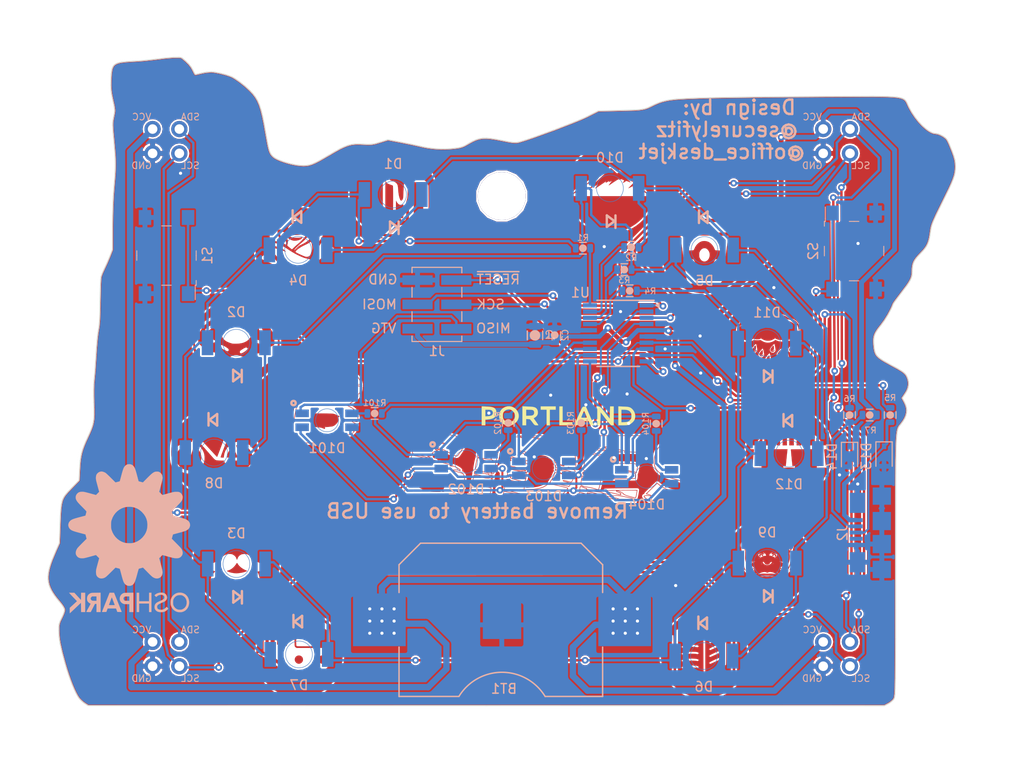
<source format=kicad_pcb>
(kicad_pcb (version 20171130) (host pcbnew "(5.0.0)")
  (layers (0 F.Cu signal) (31 B.Cu signal) (34 B.Paste user) (35 F.Paste user) (36 B.SilkS user) (37 F.SilkS user) (38 B.Mask user) (39 F.Mask user hide) (44 Edge.Cuts user))
  (net 0 "")
  (net 1 GND)
  (net 2 /3V0)
  (net 3 /ROW2)
  (net 4 /ROW_1)
  (net 5 /ROW3)
  (net 6 /ROW4)
  (net 7 /ROW_2)
  (net 8 /ROW1)
  (net 9 /ROW_4)
  (net 10 /ROW_3)
  (net 11 /R_PWM__MISO)
  (net 12 /G_PWM)
  (net 13 "Net-(D101-Pad2)")
  (net 14 "Net-(D102-Pad2)")
  (net 15 "Net-(D103-Pad2)")
  (net 16 "Net-(D104-Pad2)")
  (net 17 /~RESET)
  (net 18 /EN_RGB1)
  (net 19 /EN_RGB2)
  (net 20 /EN_RGB3)
  (net 21 /EN_RGB4)
  (net 22 /R_SWITCH)
  (net 23 /D+)
  (net 24 /D-)
  (net 25 /B_PWM__D+)
  (net 26 /SCL_SCK)
  (net 27 /SDA_MOSI)
  (net 28 /L_SWITCH_D-)
  (net 29 /NC)
  (module BSidesPDX_2018:F_Cu (layer F.Cu) (at 148.4 106.8)
    (fp_text reference ART_Cu hide)
    (fp_text value LOGO hide)
    (fp_poly (pts (xy -19 3.445982) (xy -18.85 3.445982) (xy -18.8 3.445982) (xy -18.7 3.445982) (xy -18.6 3.445982) (xy -18.35 3.445982) (xy -18.3 3.45) (xy -18.2 3.45) (xy -18.05 3.45) (xy -17.95 3.45) (xy -17.8 3.45) (xy -17.65 3.45) (xy -17.5 3.5) (xy -17.35 3.55) (xy -17.15 3.7) (xy -17.2 3.8) (xy -17.15 3.75) (xy -17.3 3.6) (xy -17.25 3.6) (xy -17.15 3.65) (xy -17.1 3.65) (xy -17.15 3.85) (xy -17.15 4) (xy -17.2 4.15) (xy -17.35 4.35) (xy -17.55 4.5) (xy -17.7 4.6) (xy -17.9 4.6) (xy -18.25 4.65) (xy -17.616636 4.310206) (xy -17.674971 4.337076) (xy -17.8 4.4) (xy -17.844686 4.378094) (xy -18.15 4.5) (xy -18.157115 4.406598) (xy -18.2 4.55) (xy -18.248266 4.412293) (xy -18.249219 4.412169) (xy -18.35 4.65) (xy -18.361115 4.419937) (xy -18.362446 4.419776) (xy -18.45 4.65) (xy -18.455629 4.427343) (xy -18.457917 4.427104) (xy -18.7 4.35) (xy -18.52904 4.435173) (xy -18.536679 4.434782) (xy -18.56574 4.43903) (xy -18.587743 4.446851) (xy -18.610952 4.449464) (xy -18.45 4.55) (xy -18.670299 4.476193) (xy -18.687633 4.491837) (xy -18.704147 4.500963) (xy -18.5 4.65) (xy -18.754509 4.492115) (xy -18.761379 4.489627) (xy -18.6 4.6) (xy -18.55 4.7) (xy -18.6 4.8) (xy -18.85 4.7) (xy -18.95 4.7) (xy -19.05 4.7) (xy -19.15 4.7) (xy -19.35 4.65) (xy -19.65 4.6) (xy -19.65 4.25) (xy -19.6 4.05) (xy -19.6 4) (xy -19.341081 4.115586) (xy -19.4 4) (xy -19.315643 3.991425) (xy -19.315639 3.990196) (xy -19.315175 3.989061) (xy -19.6 3.9) (xy -19.5 3.85) (xy -19.55 3.8) (xy -19.55 3.75) (xy -19.55 3.7) (xy -19.5 3.6) (xy -19.5 3.445982) (xy -19.2 3.445982)) (layer F.Cu) (width 0.15))
    (fp_poly (pts (xy 27.125279 18.026944) (xy 27.206397 18.063492) (xy 27.267247 18.114458) (xy 27.281619 18.135696) (xy 27.290605 18.168213) (xy 27.268184 18.191289) (xy 27.248484 18.201121) (xy 27.208417 18.217168) (xy 27.191139 18.22) (xy 27.154829 18.157048) (xy 27.11107 18.111779) (xy 27.107793 18.109606) (xy 27.062316 18.099953) (xy 27.022591 18.121405) (xy 26.996052 18.162769) (xy 26.990133 18.21285) (xy 27.009633 18.257415) (xy 27.022381 18.283033) (xy 27.007941 18.290033) (xy 26.976022 18.28055) (xy 26.936333 18.256717) (xy 26.912454 18.236045) (xy 26.868757 18.171529) (xy 26.863696 18.110634) (xy 26.893659 18.059688) (xy 26.955034 18.025015) (xy 27.039834 18.012912) (xy 27.125279 18.026944)) (layer F.Cu) (width 0.01))
    (fp_poly (pts (xy 28.555366 18.026112) (xy 28.618151 18.061518) (xy 28.65072 18.112402) (xy 28.649528 18.172114) (xy 28.611027 18.234007) (xy 28.592919 18.250958) (xy 28.55128 18.277143) (xy 28.512482 18.288616) (xy 28.491205 18.28163) (xy 28.490333 18.277129) (xy 28.500284 18.252695) (xy 28.516637 18.224139) (xy 28.531803 18.177517) (xy 28.519767 18.145051) (xy 28.477795 18.108921) (xy 28.425601 18.101174) (xy 28.377169 18.118684) (xy 28.346485 18.158324) (xy 28.342166 18.184758) (xy 28.337897 18.21778) (xy 28.332579 18.2245) (xy 28.301315 18.215338) (xy 28.259472 18.194494) (xy 28.225128 18.171933) (xy 28.215166 18.159795) (xy 28.229746 18.137783) (xy 28.266712 18.099737) (xy 28.289986 18.078526) (xy 28.349433 18.034769) (xy 28.408845 18.015948) (xy 28.465911 18.012833) (xy 28.555366 18.026112)) (layer F.Cu) (width 0.01))
    (fp_poly (pts (xy 9.810896 -21.266175) (xy 9.869827 -21.21199) (xy 9.904186 -21.172157) (xy 9.913463 -21.137061) (xy 9.897149 -21.09709) (xy 9.854735 -21.042629) (xy 9.795469 -20.975144) (xy 9.695522 -20.861837) (xy 9.645999 -20.908362) (xy 9.596475 -20.954887) (xy 9.496018 -20.838527) (xy 9.44452 -20.781655) (xy 9.402414 -20.740203) (xy 9.378065 -20.722341) (xy 9.376891 -20.722167) (xy 9.362681 -20.740758) (xy 9.352455 -20.786277) (xy 9.351652 -20.793893) (xy 9.345083 -20.865618) (xy 9.069916 -20.688615) (xy 8.955858 -20.615767) (xy 8.872699 -20.56408) (xy 8.816161 -20.531165) (xy 8.781966 -20.514635) (xy 8.765835 -20.512102) (xy 8.763 -20.517298) (xy 8.777877 -20.532935) (xy 8.819587 -20.573046) (xy 8.883745 -20.633513) (xy 8.965966 -20.710218) (xy 9.061865 -20.799042) (xy 9.117541 -20.850362) (xy 9.227166 -20.951314) (xy 9.33319 -21.04908) (xy 9.429279 -21.137808) (xy 9.509097 -21.211648) (xy 9.566311 -21.264747) (xy 9.579873 -21.277397) (xy 9.687663 -21.378167) (xy 9.810896 -21.266175)) (layer F.Cu) (width 0.01))
    (fp_poly (pts (xy 11.409342 -22.264045) (xy 11.455803 -22.225501) (xy 11.522351 -22.166898) (xy 11.603744 -22.092845) (xy 11.689036 -22.013334) (xy 11.780903 -21.927029) (xy 11.863799 -21.849682) (xy 11.932145 -21.786457) (xy 11.980363 -21.742517) (xy 12.001957 -21.723712) (xy 12.027216 -21.714012) (xy 12.06343 -21.722619) (xy 12.120121 -21.752565) (xy 12.150124 -21.770859) (xy 12.213951 -21.80839) (xy 12.265387 -21.834667) (xy 12.291053 -21.843522) (xy 12.311013 -21.829853) (xy 12.35766 -21.791254) (xy 12.426692 -21.731637) (xy 12.513807 -21.654914) (xy 12.614704 -21.564995) (xy 12.725081 -21.465792) (xy 12.840635 -21.361217) (xy 12.957065 -21.255181) (xy 13.070069 -21.151595) (xy 13.175345 -21.054371) (xy 13.268591 -20.96742) (xy 13.345506 -20.894654) (xy 13.401787 -20.839984) (xy 13.433132 -20.807321) (xy 13.438045 -20.800639) (xy 13.436373 -20.791567) (xy 13.417061 -20.79225) (xy 13.374863 -20.804204) (xy 13.304532 -20.828948) (xy 13.200822 -20.868) (xy 13.187316 -20.873171) (xy 13.109485 -20.901763) (xy 13.045238 -20.923102) (xy 13.006102 -20.933417) (xy 13.001827 -20.933834) (xy 12.973252 -20.922363) (xy 12.919775 -20.89167) (xy 12.850802 -20.847333) (xy 12.816612 -20.823996) (xy 12.746203 -20.776834) (xy 12.68952 -20.742215) (xy 12.65482 -20.725021) (xy 12.648303 -20.724475) (xy 12.653153 -20.746314) (xy 12.675766 -20.793704) (xy 12.711259 -20.856427) (xy 12.711619 -20.857026) (xy 12.747394 -20.920822) (xy 12.770327 -20.970449) (xy 12.775455 -20.995113) (xy 12.752313 -21.009908) (xy 12.699939 -21.034696) (xy 12.628744 -21.064621) (xy 12.613339 -21.070726) (xy 12.5355 -21.100462) (xy 12.483416 -21.11584) (xy 12.443527 -21.118209) (xy 12.402275 -21.108915) (xy 12.363551 -21.095555) (xy 12.292466 -21.071371) (xy 12.253528 -21.063363) (xy 12.239548 -21.072062) (xy 12.243338 -21.098) (xy 12.245276 -21.104302) (xy 12.237852 -21.12079) (xy 12.19929 -21.113807) (xy 12.132545 -21.084975) (xy 12.040571 -21.035917) (xy 11.926323 -20.968256) (xy 11.792757 -20.883617) (xy 11.642826 -20.783621) (xy 11.568848 -20.732686) (xy 11.459582 -20.657254) (xy 11.360523 -20.589841) (xy 11.277498 -20.534336) (xy 11.216337 -20.494626) (xy 11.182868 -20.4746) (xy 11.180081 -20.473327) (xy 11.171973 -20.479696) (xy 11.189162 -20.515169) (xy 11.232204 -20.580608) (xy 11.301653 -20.676877) (xy 11.367361 -20.7645) (xy 11.413365 -20.827396) (xy 11.455549 -20.888522) (xy 11.462409 -20.899019) (xy 11.501286 -20.959454) (xy 11.349226 -20.882878) (xy 11.267395 -20.844209) (xy 11.218798 -20.828583) (xy 11.200823 -20.836522) (xy 11.210858 -20.868546) (xy 11.233431 -20.906003) (xy 11.245894 -20.928213) (xy 11.242586 -20.936706) (xy 11.218523 -20.929841) (xy 11.168722 -20.905979) (xy 11.088198 -20.863481) (xy 11.062992 -20.849919) (xy 10.979162 -20.806162) (xy 10.909587 -20.772546) (xy 10.862205 -20.752731) (xy 10.84525 -20.749528) (xy 10.846663 -20.773585) (xy 10.864371 -20.818579) (xy 10.869083 -20.828) (xy 10.890277 -20.87363) (xy 10.897726 -20.899479) (xy 10.897102 -20.90098) (xy 10.878635 -20.890846) (xy 10.829414 -20.859526) (xy 10.753598 -20.80978) (xy 10.65534 -20.74437) (xy 10.538799 -20.666055) (xy 10.408129 -20.577596) (xy 10.320543 -20.517983) (xy 10.183053 -20.424664) (xy 10.056956 -20.33994) (xy 9.946426 -20.266548) (xy 9.855632 -20.207221) (xy 9.788746 -20.164696) (xy 9.749941 -20.141709) (xy 9.74179 -20.138487) (xy 9.750404 -20.157717) (xy 9.780404 -20.203849) (xy 9.827272 -20.270303) (xy 9.886486 -20.3505) (xy 9.896911 -20.364308) (xy 10.061078 -20.581084) (xy 9.60125 -20.344709) (xy 9.44759 -20.266035) (xy 9.327604 -20.205434) (xy 9.237549 -20.161179) (xy 9.173682 -20.131544) (xy 9.132259 -20.114802) (xy 9.109537 -20.109227) (xy 9.101773 -20.113092) (xy 9.101666 -20.114288) (xy 9.116608 -20.13065) (xy 9.159483 -20.173221) (xy 9.227364 -20.239231) (xy 9.317323 -20.32591) (xy 9.426433 -20.430489) (xy 9.551768 -20.550198) (xy 9.690399 -20.682267) (xy 9.8394 -20.823925) (xy 9.995844 -20.972404) (xy 10.156803 -21.124934) (xy 10.31935 -21.278744) (xy 10.480559 -21.431064) (xy 10.637501 -21.579126) (xy 10.78725 -21.720159) (xy 10.926879 -21.851393) (xy 11.05346 -21.970059) (xy 11.164066 -22.073387) (xy 11.25577 -22.158606) (xy 11.325645 -22.222947) (xy 11.370763 -22.263641) (xy 11.388198 -22.277917) (xy 11.388211 -22.277917) (xy 11.409342 -22.264045)) (layer F.Cu) (width 0.01))
    (fp_poly (pts (xy 8.518499 -20.203345) (xy 8.604526 -20.121307) (xy 8.677067 -20.049692) (xy 8.731551 -19.993219) (xy 8.763405 -19.956606) (xy 8.769184 -19.94459) (xy 8.74166 -19.948082) (xy 8.685369 -19.962866) (xy 8.611397 -19.985956) (xy 8.594736 -19.991553) (xy 8.438657 -20.044639) (xy 8.372175 -19.993931) (xy 8.320791 -19.961616) (xy 8.283297 -19.957952) (xy 8.267454 -19.964622) (xy 8.242851 -19.970599) (xy 8.212265 -19.958443) (xy 8.168173 -19.923513) (xy 8.108464 -19.866532) (xy 8.048243 -19.807802) (xy 8.009891 -19.775084) (xy 7.985388 -19.764407) (xy 7.966718 -19.771802) (xy 7.950395 -19.788279) (xy 7.933133 -19.805079) (xy 7.914312 -19.812121) (xy 7.886627 -19.80707) (xy 7.842773 -19.787596) (xy 7.775444 -19.751364) (xy 7.697746 -19.707599) (xy 7.584099 -19.643387) (xy 7.502114 -19.597587) (xy 7.446684 -19.567632) (xy 7.412702 -19.550954) (xy 7.395061 -19.544987) (xy 7.388653 -19.547163) (xy 7.388105 -19.551964) (xy 7.402533 -19.570825) (xy 7.442864 -19.616029) (xy 7.505416 -19.683645) (xy 7.586505 -19.769738) (xy 7.682448 -19.870377) (xy 7.78956 -19.981628) (xy 7.819245 -20.012281) (xy 8.249445 -20.455978) (xy 8.518499 -20.203345)) (layer F.Cu) (width 0.01))
    (fp_poly (pts (xy 13.957065 -20.876768) (xy 14.002217 -20.834923) (xy 14.070155 -20.769199) (xy 14.157563 -20.682877) (xy 14.261125 -20.579236) (xy 14.377524 -20.461558) (xy 14.503444 -20.333124) (xy 14.531777 -20.304077) (xy 14.705017 -20.126153) (xy 14.850648 -19.976192) (xy 14.970749 -19.851977) (xy 15.067395 -19.751291) (xy 15.142665 -19.671917) (xy 15.198634 -19.611638) (xy 15.237381 -19.568236) (xy 15.260982 -19.539494) (xy 15.271515 -19.523195) (xy 15.271057 -19.517122) (xy 15.269154 -19.516958) (xy 15.246405 -19.528765) (xy 15.194821 -19.560717) (xy 15.120419 -19.608924) (xy 15.029214 -19.669498) (xy 14.943666 -19.727334) (xy 14.843178 -19.795273) (xy 14.754659 -19.854139) (xy 14.684064 -19.900051) (xy 14.637346 -19.929129) (xy 14.620875 -19.93771) (xy 14.608957 -19.920626) (xy 14.605 -19.886084) (xy 14.60043 -19.846271) (xy 14.591679 -19.833167) (xy 14.570227 -19.84494) (xy 14.522246 -19.87686) (xy 14.455195 -19.923834) (xy 14.388479 -19.972009) (xy 14.305262 -20.032336) (xy 14.246844 -20.071539) (xy 14.203891 -20.09353) (xy 14.167064 -20.10222) (xy 14.127028 -20.10152) (xy 14.089591 -20.097226) (xy 13.980583 -20.083601) (xy 13.987917 -20.191218) (xy 13.988905 -20.251996) (xy 13.983474 -20.290898) (xy 13.977334 -20.298583) (xy 13.948416 -20.293315) (xy 13.892601 -20.27999) (xy 13.843 -20.267084) (xy 13.759572 -20.245584) (xy 13.709621 -20.23788) (xy 13.685805 -20.24654) (xy 13.680785 -20.274133) (xy 13.686971 -20.321668) (xy 13.700777 -20.408002) (xy 13.465324 -20.289918) (xy 13.37422 -20.244838) (xy 13.296836 -20.207695) (xy 13.240979 -20.182155) (xy 13.214459 -20.171886) (xy 13.213877 -20.171834) (xy 13.22364 -20.18606) (xy 13.25959 -20.226032) (xy 13.317852 -20.287689) (xy 13.394551 -20.36697) (xy 13.485814 -20.459816) (xy 13.55725 -20.531667) (xy 13.65853 -20.632221) (xy 13.750541 -20.72194) (xy 13.82891 -20.796692) (xy 13.889265 -20.852348) (xy 13.927235 -20.884776) (xy 13.938016 -20.891452) (xy 13.957065 -20.876768)) (layer F.Cu) (width 0.01))
    (fp_poly (pts (xy -11.54016 -23.388429) (xy -11.449507 -23.385344) (xy -11.380198 -23.378606) (xy -11.321743 -23.366908) (xy -11.263653 -23.348943) (xy -11.224588 -23.334604) (xy -10.996305 -23.252198) (xy -10.789637 -23.187194) (xy -10.589876 -23.13525) (xy -10.441484 -23.103384) (xy -10.323873 -23.078826) (xy -10.206799 -23.052168) (xy -10.104207 -23.026712) (xy -10.033 -23.006692) (xy -9.870975 -22.938338) (xy -9.729989 -22.844024) (xy -9.6137 -22.728924) (xy -9.525766 -22.598209) (xy -9.469845 -22.457055) (xy -9.449593 -22.310633) (xy -9.460688 -22.197167) (xy -9.50813 -22.039279) (xy -9.57922 -21.897292) (xy -9.668167 -21.781893) (xy -9.70364 -21.74875) (xy -9.827228 -21.641118) (xy -9.920805 -21.551148) (xy -9.989525 -21.472936) (xy -10.038544 -21.400575) (xy -10.073014 -21.328159) (xy -10.074833 -21.323416) (xy -10.116434 -21.199284) (xy -10.152032 -21.060593) (xy -10.182144 -20.903202) (xy -10.207284 -20.722969) (xy -10.22797 -20.51575) (xy -10.244717 -20.277405) (xy -10.258042 -20.00379) (xy -10.265478 -19.793316) (xy -10.272481 -19.591156) (xy -10.280251 -19.426494) (xy -10.289557 -19.294496) (xy -10.301174 -19.190327) (xy -10.315873 -19.109152) (xy -10.334427 -19.046136) (xy -10.357607 -18.996445) (xy -10.386185 -18.955244) (xy -10.402262 -18.93683) (xy -10.463507 -18.888612) (xy -10.518801 -18.882297) (xy -10.567846 -18.917835) (xy -10.599741 -18.970625) (xy -10.671001 -19.155846) (xy -10.729465 -19.380199) (xy -10.774877 -19.642386) (xy -10.80698 -19.941105) (xy -10.815729 -20.065444) (xy -10.827843 -20.229427) (xy -10.843108 -20.358525) (xy -10.863555 -20.460175) (xy -10.891213 -20.541811) (xy -10.928115 -20.610869) (xy -10.97629 -20.674783) (xy -10.984859 -20.684665) (xy -11.067339 -20.762972) (xy -11.169857 -20.830313) (xy -11.300032 -20.890933) (xy -11.451167 -20.944546) (xy -11.563691 -20.984735) (xy -11.641388 -21.025439) (xy -11.691279 -21.073547) (xy -11.720388 -21.135946) (xy -11.735737 -21.219526) (xy -11.736248 -21.224185) (xy -11.759405 -21.405535) (xy -11.787132 -21.550922) (xy -11.821651 -21.666654) (xy -11.865186 -21.759036) (xy -11.919959 -21.834375) (xy -11.968093 -21.882039) (xy -12.065222 -21.944448) (xy -12.188402 -21.989221) (xy -12.32339 -22.011708) (xy -12.370467 -22.013452) (xy -12.495634 -22.021684) (xy -12.584695 -22.04685) (xy -12.640839 -22.090124) (xy -12.657841 -22.119587) (xy -12.713076 -22.203603) (xy -12.79797 -22.275379) (xy -12.900083 -22.327116) (xy -13.006975 -22.351013) (xy -13.028084 -22.351764) (xy -13.130703 -22.335022) (xy -13.23566 -22.290071) (xy -13.307139 -22.239913) (xy -13.356489 -22.184554) (xy -13.408088 -22.107753) (xy -13.45478 -22.02268) (xy -13.489407 -21.942505) (xy -13.504814 -21.880397) (xy -13.505021 -21.87575) (xy -13.507611 -21.848415) (xy -13.519909 -21.851951) (xy -13.545442 -21.881005) (xy -13.580641 -21.947867) (xy -13.606287 -22.046472) (xy -13.622095 -22.167258) (xy -13.627781 -22.300662) (xy -13.623058 -22.43712) (xy -13.607642 -22.567069) (xy -13.581245 -22.680947) (xy -13.570276 -22.712847) (xy -13.532461 -22.797109) (xy -13.485768 -22.881097) (xy -13.461013 -22.918183) (xy -13.387297 -22.9973) (xy -13.285311 -23.078264) (xy -13.167757 -23.152274) (xy -13.047337 -23.210532) (xy -13.028387 -23.217903) (xy -12.873084 -23.265572) (xy -12.682432 -23.306688) (xy -12.463026 -23.340423) (xy -12.22146 -23.36595) (xy -11.964331 -23.382442) (xy -11.698231 -23.389073) (xy -11.662644 -23.389167) (xy -11.54016 -23.388429)) (layer F.Cu) (width 0.01))
    (fp_poly (pts (xy -9.045276 -20.798228) (xy -8.836511 -20.759639) (xy -8.653513 -20.690071) (xy -8.498169 -20.590894) (xy -8.372363 -20.463474) (xy -8.277981 -20.309181) (xy -8.240414 -20.214167) (xy -8.231878 -20.185455) (xy -8.224703 -20.153046) (xy -8.218771 -20.113209) (xy -8.213965 -20.062214) (xy -8.21017 -19.996328) (xy -8.207269 -19.911823) (xy -8.205145 -19.804968) (xy -8.203682 -19.672031) (xy -8.202764 -19.509282) (xy -8.202273 -19.31299) (xy -8.202094 -19.079425) (xy -8.202084 -18.9865) (xy -8.202084 -17.87525) (xy -8.252068 -17.730473) (xy -8.335945 -17.550022) (xy -8.453079 -17.393371) (xy -8.599998 -17.263268) (xy -8.773232 -17.16246) (xy -8.969308 -17.093696) (xy -9.085792 -17.070505) (xy -9.186334 -17.055527) (xy -9.186334 -20.81268) (xy -9.045276 -20.798228)) (layer F.Cu) (width 0.01))
    (fp_poly (pts (xy -12.893427 -21.716807) (xy -12.80296 -21.660368) (xy -12.694745 -21.616481) (xy -12.588506 -21.592433) (xy -12.550201 -21.59) (xy -12.529914 -21.591174) (xy -12.511928 -21.593101) (xy -12.496105 -21.593393) (xy -12.482309 -21.589662) (xy -12.470405 -21.579517) (xy -12.460255 -21.560571) (xy -12.451725 -21.530435) (xy -12.444676 -21.486719) (xy -12.438974 -21.427034) (xy -12.434482 -21.348992) (xy -12.431064 -21.250204) (xy -12.428583 -21.128281) (xy -12.426904 -20.980834) (xy -12.425889 -20.805474) (xy -12.425403 -20.599812) (xy -12.425309 -20.36146) (xy -12.425472 -20.088027) (xy -12.425755 -19.777126) (xy -12.426021 -19.426368) (xy -12.426029 -19.412861) (xy -12.426368 -19.037857) (xy -12.426962 -18.703388) (xy -12.42783 -18.407654) (xy -12.428996 -18.148857) (xy -12.430479 -17.925198) (xy -12.432302 -17.734879) (xy -12.434486 -17.576101) (xy -12.437052 -17.447066) (xy -12.440022 -17.345974) (xy -12.443417 -17.271028) (xy -12.447259 -17.220428) (xy -12.451568 -17.192377) (xy -12.452487 -17.189316) (xy -12.493695 -17.112251) (xy -12.548106 -17.06491) (xy -12.607787 -17.049431) (xy -12.664801 -17.067952) (xy -12.709822 -17.119996) (xy -12.740639 -17.17675) (xy -12.741486 -17.096696) (xy -12.725618 -16.983225) (xy -12.679299 -16.886865) (xy -12.608267 -16.814251) (xy -12.518257 -16.77202) (xy -12.453909 -16.764) (xy -12.340011 -16.780324) (xy -12.251019 -16.830181) (xy -12.194044 -16.898277) (xy -12.186565 -16.91087) (xy -12.179977 -16.924687) (xy -12.174224 -16.942346) (xy -12.169249 -16.966465) (xy -12.164996 -16.999662) (xy -12.161408 -17.044553) (xy -12.158429 -17.103758) (xy -12.156002 -17.179894) (xy -12.154071 -17.275579) (xy -12.152578 -17.39343) (xy -12.151468 -17.536065) (xy -12.150683 -17.706103) (xy -12.150168 -17.906161) (xy -12.149865 -18.138856) (xy -12.149718 -18.406807) (xy -12.149671 -18.712632) (xy -12.149667 -18.951957) (xy -12.149442 -19.333062) (xy -12.148767 -19.67422) (xy -12.147646 -19.975159) (xy -12.146081 -20.235608) (xy -12.144076 -20.455296) (xy -12.141634 -20.63395) (xy -12.138756 -20.771299) (xy -12.135447 -20.867073) (xy -12.131709 -20.920998) (xy -12.1285 -20.933834) (xy -12.109192 -20.916933) (xy -12.107334 -20.90526) (xy -12.09301 -20.864043) (xy -12.056257 -20.806606) (xy -12.006401 -20.744719) (xy -11.952769 -20.690156) (xy -11.912164 -20.658921) (xy -11.8648 -20.635451) (xy -11.788587 -20.603535) (xy -11.694949 -20.567771) (xy -11.616287 -20.539861) (xy -11.522999 -20.506386) (xy -11.444036 -20.475172) (xy -11.388414 -20.449967) (xy -11.365959 -20.435764) (xy -11.361672 -20.409112) (xy -11.358009 -20.34044) (xy -11.354972 -20.230061) (xy -11.352564 -20.078284) (xy -11.350789 -19.88542) (xy -11.349648 -19.651779) (xy -11.349144 -19.377671) (xy -11.34928 -19.063406) (xy -11.350059 -18.709296) (xy -11.350267 -18.641486) (xy -11.351286 -18.327039) (xy -11.352251 -18.052159) (xy -11.353238 -17.814084) (xy -11.354323 -17.610047) (xy -11.355581 -17.437284) (xy -11.357089 -17.29303) (xy -11.358921 -17.17452) (xy -11.361155 -17.078989) (xy -11.363865 -17.003673) (xy -11.367127 -16.945807) (xy -11.371016 -16.902625) (xy -11.37561 -16.871364) (xy -11.380983 -16.849258) (xy -11.387211 -16.833542) (xy -11.394369 -16.821452) (xy -11.400343 -16.81317) (xy -11.462145 -16.760621) (xy -11.510986 -16.74682) (xy -11.559962 -16.74889) (xy -11.5956 -16.77378) (xy -11.621905 -16.81032) (xy -11.666609 -16.880417) (xy -11.652738 -16.764233) (xy -11.636947 -16.684218) (xy -11.612257 -16.610456) (xy -11.5976 -16.581279) (xy -11.529258 -16.506634) (xy -11.442344 -16.463293) (xy -11.346385 -16.450897) (xy -11.250908 -16.469086) (xy -11.165439 -16.517502) (xy -11.099506 -16.595784) (xy -11.097066 -16.600158) (xy -11.088666 -16.618396) (xy -11.081524 -16.642263) (xy -11.075496 -16.675336) (xy -11.070432 -16.72119) (xy -11.066187 -16.783401) (xy -11.062613 -16.865545) (xy -11.059564 -16.971197) (xy -11.056892 -17.103933) (xy -11.05445 -17.26733) (xy -11.052092 -17.464962) (xy -11.04967 -17.700406) (xy -11.049 -17.769417) (xy -11.038417 -18.870084) (xy -10.987975 -18.774834) (xy -10.895773 -18.627738) (xy -10.795909 -18.521626) (xy -10.686766 -18.455583) (xy -10.566727 -18.428692) (xy -10.434173 -18.440039) (xy -10.407676 -18.446379) (xy -10.340966 -18.463452) (xy -10.292635 -18.475102) (xy -10.275384 -18.4785) (xy -10.272994 -18.458196) (xy -10.270822 -18.400727) (xy -10.268947 -18.311264) (xy -10.267446 -18.194977) (xy -10.266396 -18.057034) (xy -10.265877 -17.902606) (xy -10.265834 -17.842449) (xy -10.266179 -17.646987) (xy -10.267616 -17.489358) (xy -10.270747 -17.365064) (xy -10.276174 -17.269609) (xy -10.2845 -17.198494) (xy -10.296328 -17.147223) (xy -10.312258 -17.111298) (xy -10.332894 -17.086222) (xy -10.358839 -17.067497) (xy -10.370495 -17.060961) (xy -10.420636 -17.04172) (xy -10.461799 -17.050619) (xy -10.510213 -17.091122) (xy -10.562167 -17.143076) (xy -10.562167 -17.067862) (xy -10.543371 -16.956222) (xy -10.490707 -16.865141) (xy -10.409761 -16.800228) (xy -10.306119 -16.767097) (xy -10.259668 -16.764) (xy -10.179072 -16.773066) (xy -10.11504 -16.805458) (xy -10.097364 -16.819438) (xy -10.067322 -16.84494) (xy -10.042396 -16.868984) (xy -10.022108 -16.895578) (xy -10.005983 -16.928731) (xy -9.993541 -16.972449) (xy -9.984306 -17.030741) (xy -9.9778 -17.107613) (xy -9.973546 -17.207072) (xy -9.971066 -17.333128) (xy -9.969884 -17.489786) (xy -9.969521 -17.681055) (xy -9.9695 -17.892781) (xy -9.969341 -18.11521) (xy -9.968768 -18.299344) (xy -9.967636 -18.449224) (xy -9.9658 -18.568887) (xy -9.963117 -18.662371) (xy -9.959442 -18.733716) (xy -9.95463 -18.78696) (xy -9.948538 -18.826142) (xy -9.94102 -18.8553) (xy -9.934458 -18.872791) (xy -9.908623 -18.937915) (xy -9.88759 -19.00392) (xy -9.870672 -19.076473) (xy -9.857185 -19.161239) (xy -9.846441 -19.263887) (xy -9.837755 -19.390083) (xy -9.83044 -19.545495) (xy -9.823812 -19.735789) (xy -9.821758 -19.803794) (xy -9.816681 -19.966111) (xy -9.811329 -20.11894) (xy -9.805969 -20.255923) (xy -9.800868 -20.370704) (xy -9.796293 -20.456924) (xy -9.792511 -20.508227) (xy -9.791984 -20.512877) (xy -9.772043 -20.669381) (xy -9.756046 -20.788528) (xy -9.743212 -20.875032) (xy -9.732763 -20.933605) (xy -9.723916 -20.968961) (xy -9.715893 -20.985812) (xy -9.713298 -20.988111) (xy -9.710377 -20.969167) (xy -9.707636 -20.910085) (xy -9.705094 -20.813058) (xy -9.702772 -20.680281) (xy -9.700689 -20.513948) (xy -9.698866 -20.316254) (xy -9.697322 -20.089393) (xy -9.696077 -19.83556) (xy -9.695151 -19.556949) (xy -9.694564 -19.255754) (xy -9.694336 -18.934169) (xy -9.694334 -18.897461) (xy -9.694234 -18.544914) (xy -9.694066 -18.232186) (xy -9.694026 -17.956764) (xy -9.694308 -17.716135) (xy -9.69511 -17.507786) (xy -9.696626 -17.329203) (xy -9.699053 -17.177874) (xy -9.702586 -17.051285) (xy -9.707422 -16.946923) (xy -9.713756 -16.862275) (xy -9.721784 -16.794828) (xy -9.731702 -16.742068) (xy -9.743705 -16.701483) (xy -9.757989 -16.670559) (xy -9.774751 -16.646782) (xy -9.794186 -16.627641) (xy -9.81649 -16.610621) (xy -9.841859 -16.593209) (xy -9.870488 -16.572893) (xy -9.875774 -16.568908) (xy -10.000825 -16.49193) (xy -10.162792 -16.424032) (xy -10.363616 -16.364467) (xy -10.472294 -16.339069) (xy -10.542326 -16.325053) (xy -10.61273 -16.31399) (xy -10.69018 -16.305436) (xy -10.781349 -16.298946) (xy -10.892911 -16.294079) (xy -11.031539 -16.290389) (xy -11.203907 -16.287433) (xy -11.260667 -16.286656) (xy -11.477295 -16.2848) (xy -11.656696 -16.285547) (xy -11.803907 -16.289036) (xy -11.923962 -16.295406) (xy -12.021898 -16.304794) (xy -12.048106 -16.308275) (xy -12.301015 -16.354001) (xy -12.516408 -16.413626) (xy -12.69339 -16.486841) (xy -12.831071 -16.573335) (xy -12.84591 -16.585433) (xy -12.865173 -16.600715) (xy -12.882429 -16.613918) (xy -12.897788 -16.627328) (xy -12.911359 -16.64323) (xy -12.923253 -16.663909) (xy -12.933581 -16.691652) (xy -12.94245 -16.728744) (xy -12.949973 -16.777471) (xy -12.956258 -16.840119) (xy -12.961416 -16.918973) (xy -12.965556 -17.016318) (xy -12.968789 -17.134442) (xy -12.971224 -17.275628) (xy -12.972972 -17.442164) (xy -12.974142 -17.636334) (xy -12.974845 -17.860425) (xy -12.975189 -18.116722) (xy -12.975287 -18.40751) (xy -12.975246 -18.735076) (xy -12.975178 -19.101706) (xy -12.975167 -19.272197) (xy -12.975167 -21.782495) (xy -12.893427 -21.716807)) (layer F.Cu) (width 0.01))
    (fp_poly (pts (xy -22.795955 -15.447585) (xy -22.724023 -15.415641) (xy -22.632709 -15.367764) (xy -22.564686 -15.328695) (xy -22.362981 -15.220156) (xy -22.15224 -15.130115) (xy -21.936913 -15.057621) (xy -21.856843 -15.034741) (xy -21.786439 -15.018853) (xy -21.714554 -15.008683) (xy -21.630042 -15.002957) (xy -21.521758 -15.000402) (xy -21.43125 -14.999832) (xy -21.271941 -15.001487) (xy -21.145885 -15.007899) (xy -21.044203 -15.019747) (xy -20.967765 -15.035225) (xy -20.894554 -15.051704) (xy -20.838828 -15.061044) (xy -20.811835 -15.061392) (xy -20.811253 -15.060975) (xy -20.813968 -15.036858) (xy -20.839357 -14.99411) (xy -20.879334 -14.943185) (xy -20.925814 -14.894539) (xy -20.964714 -14.862569) (xy -21.083681 -14.79956) (xy -21.231105 -14.749926) (xy -21.394592 -14.715951) (xy -21.561747 -14.699917) (xy -21.720172 -14.704106) (xy -21.7805 -14.712336) (xy -21.922503 -14.752063) (xy -22.073165 -14.819583) (xy -22.217784 -14.907383) (xy -22.320426 -14.98823) (xy -22.389869 -15.049091) (xy -22.479726 -15.125736) (xy -22.577371 -15.207481) (xy -22.653801 -15.270339) (xy -22.732042 -15.335273) (xy -22.796647 -15.391209) (xy -22.841338 -15.432539) (xy -22.859833 -15.453657) (xy -22.86 -15.454446) (xy -22.843086 -15.461289) (xy -22.795955 -15.447585)) (layer F.Cu) (width 0.01))
    (fp_poly (pts (xy 21.35499 -14.641821) (xy 21.53824 -14.585637) (xy 21.607888 -14.553745) (xy 21.740382 -14.468284) (xy 21.871983 -14.350104) (xy 21.995062 -14.208281) (xy 22.101988 -14.05189) (xy 22.185131 -13.890005) (xy 22.202505 -13.84655) (xy 22.231083 -13.776736) (xy 22.257728 -13.7227) (xy 22.274961 -13.698056) (xy 22.302655 -13.691739) (xy 22.365902 -13.685298) (xy 22.457928 -13.67917) (xy 22.571958 -13.67379) (xy 22.701215 -13.669593) (xy 22.727947 -13.668942) (xy 22.858316 -13.66546) (xy 22.973767 -13.661456) (xy 23.0678 -13.657231) (xy 23.133914 -13.653085) (xy 23.165607 -13.649321) (xy 23.167302 -13.648587) (xy 23.16721 -13.626149) (xy 23.16202 -13.569646) (xy 23.152755 -13.486901) (xy 23.14044 -13.385738) (xy 23.126095 -13.27398) (xy 23.110746 -13.15945) (xy 23.095414 -13.049972) (xy 23.081123 -12.953368) (xy 23.068895 -12.877463) (xy 23.060964 -12.835405) (xy 23.05539 -12.819057) (xy 23.042802 -12.807) (xy 23.0171 -12.798306) (xy 22.972181 -12.792049) (xy 22.901946 -12.7873) (xy 22.800292 -12.783132) (xy 22.694246 -12.779655) (xy 22.572672 -12.77458) (xy 22.463571 -12.767692) (xy 22.374993 -12.759682) (xy 22.314992 -12.751239) (xy 22.294187 -12.745378) (xy 22.264777 -12.71453) (xy 22.229079 -12.655486) (xy 22.194288 -12.580179) (xy 22.193766 -12.578877) (xy 22.091151 -12.368104) (xy 21.964973 -12.186006) (xy 21.818464 -12.034588) (xy 21.654858 -11.915852) (xy 21.477389 -11.831802) (xy 21.289289 -11.784443) (xy 21.093793 -11.775778) (xy 20.933833 -11.798142) (xy 20.763562 -11.856423) (xy 20.598148 -11.951585) (xy 20.44345 -12.078186) (xy 20.305325 -12.230786) (xy 20.189632 -12.403944) (xy 20.115196 -12.558491) (xy 20.086038 -12.630076) (xy 20.059795 -12.683368) (xy 20.029919 -12.721254) (xy 19.989862 -12.746621) (xy 19.933078 -12.762357) (xy 19.853019 -12.771347) (xy 19.743137 -12.776481) (xy 19.612377 -12.780216) (xy 19.492272 -12.78422) (xy 19.388375 -12.789021) (xy 19.307431 -12.794198) (xy 19.256188 -12.799328) (xy 19.241017 -12.803431) (xy 19.238369 -12.827481) (xy 19.230686 -12.886809) (xy 19.218861 -12.974777) (xy 19.203787 -13.084747) (xy 19.186359 -13.210082) (xy 19.185169 -13.218584) (xy 20.60575 -13.218584) (xy 20.607109 -13.115065) (xy 20.612795 -13.040074) (xy 20.62522 -12.979848) (xy 20.646795 -12.920625) (xy 20.665104 -12.879917) (xy 20.749498 -12.737337) (xy 20.851455 -12.629165) (xy 20.967418 -12.557007) (xy 21.093831 -12.522468) (xy 21.227134 -12.527154) (xy 21.355122 -12.56856) (xy 21.468313 -12.64348) (xy 21.562401 -12.74975) (xy 21.635068 -12.879856) (xy 21.683996 -13.026285) (xy 21.706864 -13.181523) (xy 21.701355 -13.338055) (xy 21.66515 -13.488368) (xy 21.650424 -13.5255) (xy 21.57221 -13.669099) (xy 21.475891 -13.784843) (xy 21.366384 -13.868062) (xy 21.248609 -13.914085) (xy 21.239278 -13.915963) (xy 21.109195 -13.919763) (xy 20.982138 -13.884894) (xy 20.863907 -13.814931) (xy 20.760305 -13.71345) (xy 20.677134 -13.584023) (xy 20.667328 -13.563611) (xy 20.638128 -13.495796) (xy 20.619883 -13.436816) (xy 20.610089 -13.372648) (xy 20.606244 -13.289269) (xy 20.60575 -13.218584) (xy 19.185169 -13.218584) (xy 19.184445 -13.223748) (xy 19.167523 -13.350375) (xy 19.154109 -13.462484) (xy 19.144872 -13.553412) (xy 19.140482 -13.616495) (xy 19.141607 -13.645069) (xy 19.142071 -13.645794) (xy 19.166826 -13.650734) (xy 19.227266 -13.655915) (xy 19.316747 -13.660972) (xy 19.428626 -13.665541) (xy 19.556258 -13.669256) (xy 19.57879 -13.669771) (xy 19.728576 -13.673056) (xy 19.842067 -13.676921) (xy 19.925272 -13.683572) (xy 19.984197 -13.695215) (xy 20.024852 -13.714054) (xy 20.053242 -13.742297) (xy 20.075378 -13.782149) (xy 20.097264 -13.835815) (xy 20.108284 -13.864167) (xy 20.208121 -14.069306) (xy 20.336345 -14.25237) (xy 20.488266 -14.408384) (xy 20.659192 -14.532375) (xy 20.807275 -14.605489) (xy 20.979839 -14.652372) (xy 21.165633 -14.664274) (xy 21.35499 -14.641821)) (layer F.Cu) (width 0.01))
    (fp_poly (pts (xy 28.192793 -7.623525) (xy 28.405876 -7.579215) (xy 28.597082 -7.498917) (xy 28.767465 -7.38199) (xy 28.91808 -7.227793) (xy 28.98134 -7.143702) (xy 29.034583 -7.068679) (xy 29.073979 -7.020891) (xy 29.10936 -6.992482) (xy 29.150558 -6.975595) (xy 29.207405 -6.962374) (xy 29.208555 -6.962137) (xy 29.282809 -6.942857) (xy 29.379155 -6.912375) (xy 29.480769 -6.876145) (xy 29.516916 -6.862144) (xy 29.632639 -6.811362) (xy 29.722545 -6.759075) (xy 29.802375 -6.69572) (xy 29.824313 -6.675411) (xy 29.889432 -6.616523) (xy 29.939989 -6.581281) (xy 29.990077 -6.562173) (xy 30.05379 -6.551686) (xy 30.057146 -6.551303) (xy 30.283195 -6.506861) (xy 30.48609 -6.427824) (xy 30.664281 -6.315265) (xy 30.816215 -6.170255) (xy 30.940341 -5.993864) (xy 30.983051 -5.912267) (xy 31.014955 -5.843968) (xy 31.037064 -5.788931) (xy 31.051403 -5.736476) (xy 31.060001 -5.67592) (xy 31.064887 -5.596581) (xy 31.068087 -5.487776) (xy 31.068715 -5.461) (xy 31.075348 -5.17525) (xy 31.011529 -5.08) (xy 30.920702 -4.952872) (xy 30.822424 -4.829688) (xy 30.724632 -4.719592) (xy 30.63526 -4.631728) (xy 30.589871 -4.594151) (xy 30.494909 -4.534749) (xy 30.371657 -4.479329) (xy 30.246304 -4.435072) (xy 30.128653 -4.398228) (xy 30.041391 -4.375016) (xy 29.975142 -4.364545) (xy 29.920529 -4.365927) (xy 29.868177 -4.37827) (xy 29.822977 -4.394896) (xy 29.75847 -4.415592) (xy 29.711206 -4.415107) (xy 29.683186 -4.405123) (xy 29.631379 -4.390087) (xy 29.5474 -4.375198) (xy 29.441395 -4.361576) (xy 29.323515 -4.350344) (xy 29.203908 -4.342625) (xy 29.092723 -4.339542) (xy 29.090177 -4.339534) (xy 28.953303 -4.34963) (xy 28.817474 -4.378013) (xy 28.697158 -4.420861) (xy 28.621299 -4.463343) (xy 28.576059 -4.492713) (xy 28.538771 -4.504215) (xy 28.497657 -4.496456) (xy 28.440941 -4.468042) (xy 28.386341 -4.435536) (xy 28.263907 -4.365074) (xy 28.161054 -4.316846) (xy 28.064416 -4.286503) (xy 27.960627 -4.269696) (xy 27.855333 -4.262746) (xy 27.71241 -4.262414) (xy 27.591744 -4.274875) (xy 27.506083 -4.293229) (xy 27.378982 -4.33148) (xy 27.26956 -4.378759) (xy 27.156419 -4.444662) (xy 27.130076 -4.461837) (xy 27.079107 -4.493052) (xy 27.048111 -4.501454) (xy 27.023024 -4.489401) (xy 27.013659 -4.481351) (xy 26.951775 -4.447248) (xy 26.859413 -4.422974) (xy 26.747382 -4.409007) (xy 26.626492 -4.405825) (xy 26.507553 -4.413907) (xy 26.401375 -4.433731) (xy 26.347357 -4.451851) (xy 26.2973 -4.47038) (xy 26.260067 -4.472111) (xy 26.217165 -4.454998) (xy 26.178024 -4.433114) (xy 26.000639 -4.353726) (xy 25.804883 -4.30689) (xy 25.640269 -4.294939) (xy 25.487539 -4.30544) (xy 25.349496 -4.338533) (xy 25.218968 -4.397842) (xy 25.088783 -4.486991) (xy 24.951769 -4.609604) (xy 24.887042 -4.675539) (xy 24.774654 -4.800279) (xy 24.692444 -4.90926) (xy 24.636001 -5.011129) (xy 24.600912 -5.114531) (xy 24.582766 -5.228114) (xy 24.57924 -5.278793) (xy 24.581597 -5.36575) (xy 25.167166 -5.36575) (xy 25.17775 -5.355167) (xy 25.188333 -5.36575) (xy 25.17775 -5.376334) (xy 25.167166 -5.36575) (xy 24.581597 -5.36575) (xy 24.585451 -5.507854) (xy 24.613538 -5.646471) (xy 24.758044 -5.646471) (xy 24.859961 -5.724266) (xy 24.966529 -5.799798) (xy 25.056739 -5.848437) (xy 25.142319 -5.874961) (xy 25.235 -5.884152) (xy 25.252753 -5.884334) (xy 25.319119 -5.882003) (xy 25.363288 -5.875927) (xy 25.375305 -5.868459) (xy 25.363356 -5.843196) (xy 25.337747 -5.789896) (xy 25.30331 -5.718604) (xy 25.291314 -5.693834) (xy 25.25334 -5.61112) (xy 25.222067 -5.535043) (xy 25.203166 -5.479596) (xy 25.201238 -5.471584) (xy 25.199413 -5.447541) (xy 25.211958 -5.460279) (xy 25.239773 -5.510842) (xy 25.246423 -5.523947) (xy 25.288969 -5.594146) (xy 25.350586 -5.678489) (xy 25.419896 -5.76171) (xy 25.440074 -5.783737) (xy 25.596249 -5.930582) (xy 25.761324 -6.050503) (xy 25.929651 -6.140664) (xy 26.09558 -6.198229) (xy 26.25346 -6.220364) (xy 26.307695 -6.219081) (xy 26.379508 -6.20956) (xy 26.447705 -6.188923) (xy 26.525907 -6.152094) (xy 26.601025 -6.109793) (xy 26.772392 -6.009328) (xy 26.93287 -6.07638) (xy 26.84906 -6.128063) (xy 26.686178 -6.210483) (xy 26.512923 -6.260611) (xy 26.341916 -6.281024) (xy 26.141992 -6.279587) (xy 25.96391 -6.249129) (xy 25.797909 -6.186448) (xy 25.634228 -6.088345) (xy 25.542627 -6.018914) (xy 25.476983 -5.967653) (xy 25.424453 -5.929964) (xy 25.392947 -5.911372) (xy 25.387729 -5.910716) (xy 25.380778 -5.935826) (xy 25.374729 -5.987298) (xy 25.373301 -6.007937) (xy 25.366647 -6.062177) (xy 25.356002 -6.09313) (xy 25.351771 -6.095891) (xy 25.318922 -6.085757) (xy 25.261019 -6.059038) (xy 25.188902 -6.021593) (xy 25.113412 -5.979278) (xy 25.045389 -5.937952) (xy 24.995674 -5.903472) (xy 24.995653 -5.903456) (xy 24.937753 -5.851584) (xy 24.873143 -5.784682) (xy 24.838717 -5.744922) (xy 24.758044 -5.646471) (xy 24.613538 -5.646471) (xy 24.627424 -5.714998) (xy 24.704465 -5.899172) (xy 24.815881 -6.059323) (xy 24.960977 -6.194398) (xy 25.139059 -6.303344) (xy 25.289614 -6.365285) (xy 27.281248 -6.365285) (xy 27.310036 -6.358322) (xy 27.36262 -6.375974) (xy 27.404978 -6.397377) (xy 27.57091 -6.469876) (xy 27.749017 -6.512162) (xy 27.949976 -6.52672) (xy 27.961166 -6.526765) (xy 28.172473 -6.511024) (xy 28.361305 -6.461619) (xy 28.533921 -6.37596) (xy 28.696579 -6.251458) (xy 28.750174 -6.200372) (xy 28.87895 -6.052686) (xy 28.96996 -5.901525) (xy 29.02737 -5.737596) (xy 29.055346 -5.551603) (xy 29.057608 -5.514438) (xy 29.063906 -5.418352) (xy 29.071668 -5.362807) (xy 29.081284 -5.348125) (xy 29.093143 -5.374625) (xy 29.107632 -5.442627) (xy 29.125142 -5.552452) (xy 29.12804 -5.572462) (xy 29.139815 -5.667225) (xy 29.142399 -5.737308) (xy 29.135148 -5.799493) (xy 29.117421 -5.870561) (xy 29.116506 -5.87375) (xy 29.047453 -6.047503) (xy 28.945024 -6.216232) (xy 28.816858 -6.370862) (xy 28.670593 -6.502319) (xy 28.513869 -6.601528) (xy 28.496939 -6.609789) (xy 28.439155 -6.636475) (xy 28.391155 -6.65511) (xy 28.343394 -6.66714) (xy 28.286331 -6.674009) (xy 28.210421 -6.677162) (xy 28.106121 -6.678043) (xy 28.045833 -6.678084) (xy 27.92405 -6.677643) (xy 27.835264 -6.67547) (xy 27.77014 -6.67029) (xy 27.719344 -6.66083) (xy 27.673542 -6.645815) (xy 27.6234 -6.62397) (xy 27.612591 -6.618933) (xy 27.52367 -6.572817) (xy 27.439394 -6.521253) (xy 27.366494 -6.469394) (xy 27.311704 -6.422394) (xy 27.281756 -6.385407) (xy 27.281248 -6.365285) (xy 25.289614 -6.365285) (xy 25.297361 -6.368472) (xy 25.351507 -6.38807) (xy 25.387062 -6.408498) (xy 25.41237 -6.439739) (xy 25.422121 -6.461418) (xy 25.614287 -6.461418) (xy 25.626102 -6.462764) (xy 25.664091 -6.495455) (xy 25.727618 -6.55938) (xy 25.731574 -6.563521) (xy 25.87104 -6.685202) (xy 25.995891 -6.761477) (xy 26.190128 -6.838349) (xy 26.383328 -6.873244) (xy 26.578405 -6.866336) (xy 26.778269 -6.817798) (xy 26.802291 -6.809337) (xy 26.882725 -6.782617) (xy 26.928203 -6.775841) (xy 26.942155 -6.791109) (xy 26.928012 -6.830518) (xy 26.904354 -6.871756) (xy 26.842461 -6.93603) (xy 26.747469 -6.986813) (xy 26.716801 -6.995584) (xy 27.14625 -6.995584) (xy 27.258378 -7.08414) (xy 27.43973 -7.201819) (xy 27.633485 -7.280105) (xy 27.835463 -7.318553) (xy 28.041483 -7.31672) (xy 28.247364 -7.274162) (xy 28.41625 -7.207052) (xy 28.573435 -7.107472) (xy 28.716509 -6.970931) (xy 28.815796 -6.840775) (xy 28.910884 -6.697742) (xy 29.052995 -6.6734) (xy 29.237579 -6.62144) (xy 29.419147 -6.530826) (xy 29.5795 -6.414567) (xy 29.647878 -6.359068) (xy 29.698363 -6.326801) (xy 29.743619 -6.311698) (xy 29.796308 -6.307691) (xy 29.802595 -6.307667) (xy 29.975583 -6.288165) (xy 30.152439 -6.232759) (xy 30.324889 -6.146101) (xy 30.48466 -6.032843) (xy 30.623479 -5.897636) (xy 30.694449 -5.806205) (xy 30.768627 -5.669268) (xy 30.821914 -5.510935) (xy 30.851226 -5.345424) (xy 30.853479 -5.186951) (xy 30.843943 -5.117042) (xy 30.833615 -5.058937) (xy 30.829318 -5.022625) (xy 30.830188 -5.0165) (xy 30.844835 -5.032113) (xy 30.877996 -5.073372) (xy 30.92298 -5.131912) (xy 30.930941 -5.142474) (xy 31.025637 -5.268448) (xy 30.973233 -5.497016) (xy 30.928511 -5.670155) (xy 30.879468 -5.810695) (xy 30.821261 -5.92837) (xy 30.749049 -6.03291) (xy 30.657988 -6.134048) (xy 30.654534 -6.137512) (xy 30.497927 -6.272848) (xy 30.33221 -6.371716) (xy 30.148561 -6.438378) (xy 29.956477 -6.47489) (xy 29.871932 -6.487716) (xy 29.812274 -6.505524) (xy 29.760146 -6.536023) (xy 29.698188 -6.586924) (xy 29.691996 -6.592366) (xy 29.5581 -6.691804) (xy 29.404322 -6.775844) (xy 29.246295 -6.836827) (xy 29.142356 -6.86156) (xy 29.000733 -6.885028) (xy 28.925256 -7.00731) (xy 28.805174 -7.162961) (xy 28.654095 -7.295586) (xy 28.479349 -7.400138) (xy 28.288266 -7.471567) (xy 28.231357 -7.485256) (xy 28.034472 -7.505945) (xy 27.840704 -7.485845) (xy 27.653919 -7.426494) (xy 27.477984 -7.329431) (xy 27.316765 -7.196193) (xy 27.213174 -7.08025) (xy 27.14625 -6.995584) (xy 26.716801 -6.995584) (xy 26.62727 -7.021189) (xy 26.489756 -7.036239) (xy 26.458145 -7.036668) (xy 26.359902 -7.032789) (xy 26.281698 -7.018757) (xy 26.201572 -6.989741) (xy 26.160448 -6.971168) (xy 26.059434 -6.912687) (xy 25.946662 -6.829369) (xy 25.834092 -6.731445) (xy 25.733684 -6.629142) (xy 25.671731 -6.5532) (xy 25.629284 -6.491527) (xy 25.614287 -6.461418) (xy 25.422121 -6.461418) (xy 25.435777 -6.491775) (xy 25.46267 -6.566211) (xy 25.555173 -6.77822) (xy 25.67142 -6.955911) (xy 25.812744 -7.100884) (xy 25.980478 -7.214737) (xy 26.021292 -7.235883) (xy 26.160063 -7.294621) (xy 26.296705 -7.330089) (xy 26.447794 -7.345851) (xy 26.540095 -7.34743) (xy 26.747214 -7.329486) (xy 26.936873 -7.279253) (xy 27.033644 -7.237056) (xy 27.08815 -7.211736) (xy 27.127875 -7.19768) (xy 27.134735 -7.196667) (xy 27.158948 -7.210173) (xy 27.205883 -7.246433) (xy 27.267555 -7.299063) (xy 27.30485 -7.332663) (xy 27.478296 -7.468258) (xy 27.659715 -7.562809) (xy 27.852174 -7.617321) (xy 28.058741 -7.632799) (xy 28.192793 -7.623525)) (layer F.Cu) (width 0.01))
    (fp_poly (pts (xy 30.325024 -3.760365) (xy 30.332709 -3.733711) (xy 30.340376 -3.675395) (xy 30.346764 -3.596072) (xy 30.348683 -3.560728) (xy 30.351887 -3.469071) (xy 30.349874 -3.408233) (xy 30.340824 -3.366835) (xy 30.322915 -3.3335) (xy 30.309428 -3.315488) (xy 30.25581 -3.260479) (xy 30.196127 -3.215026) (xy 30.13075 -3.175159) (xy 30.202334 -3.17508) (xy 30.259974 -3.184757) (xy 30.313402 -3.219412) (xy 30.345209 -3.250591) (xy 30.387388 -3.293358) (xy 30.408668 -3.307116) (xy 30.41595 -3.294781) (xy 30.4165 -3.280713) (xy 30.402121 -3.237275) (xy 30.366408 -3.185985) (xy 30.354628 -3.173372) (xy 30.278244 -3.123611) (xy 30.191904 -3.109629) (xy 30.107457 -3.132011) (xy 30.067121 -3.159159) (xy 30.01655 -3.23006) (xy 30.000427 -3.29145) (xy 29.997554 -3.341828) (xy 30.007369 -3.387277) (xy 30.034578 -3.441284) (xy 30.074287 -3.503084) (xy 30.13292 -3.584243) (xy 30.193096 -3.657009) (xy 30.248708 -3.715117) (xy 30.293651 -3.752301) (xy 30.32182 -3.762297) (xy 30.325024 -3.760365)) (layer F.Cu) (width 0.01))
    (fp_poly (pts (xy 28.374724 -3.708384) (xy 28.390559 -3.63774) (xy 28.398605 -3.564569) (xy 28.399361 -3.434153) (xy 28.37561 -3.33405) (xy 28.325226 -3.258638) (xy 28.265654 -3.213096) (xy 28.223846 -3.183741) (xy 28.208581 -3.162874) (xy 28.212608 -3.158214) (xy 28.272529 -3.158332) (xy 28.341881 -3.188931) (xy 28.407692 -3.244129) (xy 28.448075 -3.281545) (xy 28.466821 -3.283841) (xy 28.462743 -3.252965) (xy 28.437197 -3.195744) (xy 28.381267 -3.127952) (xy 28.306685 -3.092311) (xy 28.223871 -3.090199) (xy 28.143243 -3.122993) (xy 28.107705 -3.152206) (xy 28.062647 -3.210631) (xy 28.046521 -3.275985) (xy 28.045833 -3.29907) (xy 28.04997 -3.34516) (xy 28.065592 -3.391416) (xy 28.097512 -3.447421) (xy 28.150546 -3.522755) (xy 28.174025 -3.554185) (xy 28.230369 -3.627496) (xy 28.278821 -3.687853) (xy 28.312848 -3.727261) (xy 28.324036 -3.737794) (xy 28.35289 -3.740944) (xy 28.374724 -3.708384)) (layer F.Cu) (width 0.01))
    (fp_poly (pts (xy 26.515408 -3.71234) (xy 26.524349 -3.658921) (xy 26.530508 -3.581453) (xy 26.532409 -3.509928) (xy 26.522904 -3.396266) (xy 26.491177 -3.312272) (xy 26.432433 -3.249029) (xy 26.372162 -3.212075) (xy 26.299583 -3.175066) (xy 26.380586 -3.175033) (xy 26.448958 -3.185047) (xy 26.506918 -3.221407) (xy 26.526039 -3.23945) (xy 26.574102 -3.282818) (xy 26.597991 -3.29201) (xy 26.598581 -3.26698) (xy 26.588354 -3.236144) (xy 26.539329 -3.161556) (xy 26.466048 -3.115307) (xy 26.378977 -3.10152) (xy 26.295958 -3.120936) (xy 26.230078 -3.164216) (xy 26.194116 -3.227442) (xy 26.183166 -3.319256) (xy 26.183166 -3.319678) (xy 26.189479 -3.375776) (xy 26.212286 -3.432095) (xy 26.257389 -3.501542) (xy 26.276572 -3.527445) (xy 26.333574 -3.599579) (xy 26.391132 -3.666939) (xy 26.434196 -3.71234) (xy 26.498413 -3.773429) (xy 26.515408 -3.71234)) (layer F.Cu) (width 0.01))
    (fp_poly (pts (xy 29.100659 -3.239787) (xy 29.116134 -3.185208) (xy 29.126724 -3.103521) (xy 29.130901 -3.008411) (xy 29.118215 -2.885383) (xy 29.076576 -2.791479) (xy 29.004396 -2.723525) (xy 28.982074 -2.710578) (xy 28.903083 -2.668871) (xy 28.973991 -2.667936) (xy 29.034082 -2.678019) (xy 29.091525 -2.715171) (xy 29.116866 -2.738967) (xy 29.159816 -2.780418) (xy 29.181068 -2.793812) (xy 29.188191 -2.78168) (xy 29.188833 -2.76302) (xy 29.174372 -2.716463) (xy 29.138965 -2.66551) (xy 29.13303 -2.659304) (xy 29.063942 -2.617206) (xy 28.978678 -2.602224) (xy 28.894743 -2.615825) (xy 28.855496 -2.636016) (xy 28.818896 -2.677559) (xy 28.788638 -2.737911) (xy 28.784848 -2.749388) (xy 28.771686 -2.813991) (xy 28.780634 -2.868551) (xy 28.795889 -2.904559) (xy 28.823949 -2.952605) (xy 28.867819 -3.01576) (xy 28.920621 -3.085481) (xy 28.975475 -3.153224) (xy 29.025502 -3.210445) (xy 29.063824 -3.2486) (xy 29.081783 -3.259667) (xy 29.100659 -3.239787)) (layer F.Cu) (width 0.01))
    (fp_poly (pts (xy 27.213524 -3.273532) (xy 27.221209 -3.246877) (xy 27.228876 -3.188562) (xy 27.235264 -3.109239) (xy 27.237183 -3.073895) (xy 27.240387 -2.982238) (xy 27.238374 -2.9214) (xy 27.229324 -2.880002) (xy 27.211415 -2.846667) (xy 27.197928 -2.828655) (xy 27.14431 -2.773646) (xy 27.084627 -2.728192) (xy 27.01925 -2.688325) (xy 27.090834 -2.688246) (xy 27.148474 -2.697923) (xy 27.201902 -2.732579) (xy 27.233709 -2.763758) (xy 27.275888 -2.806524) (xy 27.297168 -2.820282) (xy 27.30445 -2.807948) (xy 27.305 -2.793879) (xy 27.290621 -2.750441) (xy 27.254908 -2.699152) (xy 27.243128 -2.686539) (xy 27.166744 -2.636778) (xy 27.080404 -2.622795) (xy 26.995957 -2.645178) (xy 26.955621 -2.672325) (xy 26.90505 -2.743227) (xy 26.888927 -2.804617) (xy 26.886054 -2.854995) (xy 26.895869 -2.900444) (xy 26.923078 -2.954451) (xy 26.962787 -3.01625) (xy 27.02142 -3.09741) (xy 27.081596 -3.170176) (xy 27.137208 -3.228283) (xy 27.182151 -3.265468) (xy 27.21032 -3.275464) (xy 27.213524 -3.273532)) (layer F.Cu) (width 0.01))
    (fp_poly (pts (xy 29.833348 -2.732463) (xy 29.850655 -2.682684) (xy 29.85258 -2.672292) (xy 29.865882 -2.516025) (xy 29.849419 -2.388982) (xy 29.803311 -2.291562) (xy 29.727676 -2.224163) (xy 29.71833 -2.219004) (xy 29.677509 -2.19328) (xy 29.676483 -2.179451) (xy 29.715762 -2.17688) (xy 29.74975 -2.179523) (xy 29.790597 -2.196243) (xy 29.842462 -2.233126) (xy 29.860875 -2.249613) (xy 29.906036 -2.287157) (xy 29.926864 -2.290066) (xy 29.923321 -2.258374) (xy 29.904379 -2.211326) (xy 29.857477 -2.152591) (xy 29.786426 -2.110437) (xy 29.713759 -2.09558) (xy 29.662968 -2.106545) (xy 29.603691 -2.13321) (xy 29.59744 -2.136903) (xy 29.539905 -2.195164) (xy 29.510122 -2.276517) (xy 29.512184 -2.368952) (xy 29.514667 -2.379826) (xy 29.533603 -2.420281) (xy 29.571628 -2.479339) (xy 29.621855 -2.548351) (xy 29.677397 -2.618665) (xy 29.731364 -2.681632) (xy 29.77687 -2.728601) (xy 29.807028 -2.750921) (xy 29.810735 -2.751667) (xy 29.833348 -2.732463)) (layer F.Cu) (width 0.01))
    (fp_poly (pts (xy 27.918672 -2.717439) (xy 27.93196 -2.685865) (xy 27.94456 -2.62456) (xy 27.953968 -2.546089) (xy 27.954737 -2.536468) (xy 27.956005 -2.414449) (xy 27.936463 -2.322755) (xy 27.892839 -2.253182) (xy 27.82186 -2.197527) (xy 27.818803 -2.195709) (xy 27.777982 -2.166806) (xy 27.764015 -2.146414) (xy 27.768108 -2.142214) (xy 27.827356 -2.142196) (xy 27.896666 -2.171323) (xy 27.962298 -2.223735) (xy 27.96439 -2.225951) (xy 28.004676 -2.262793) (xy 28.02252 -2.264666) (xy 28.017016 -2.233042) (xy 27.992697 -2.179744) (xy 27.936767 -2.111952) (xy 27.862185 -2.076311) (xy 27.779371 -2.074199) (xy 27.698743 -2.106993) (xy 27.663205 -2.136206) (xy 27.61249 -2.20675) (xy 27.598329 -2.283406) (xy 27.621089 -2.370316) (xy 27.68114 -2.471619) (xy 27.694689 -2.490047) (xy 27.769895 -2.588924) (xy 27.824596 -2.657603) (xy 27.862942 -2.700297) (xy 27.889085 -2.721221) (xy 27.907174 -2.724589) (xy 27.918672 -2.717439)) (layer F.Cu) (width 0.01))
    (fp_poly (pts (xy 25.998711 -2.754089) (xy 26.010396 -2.72369) (xy 26.021374 -2.663371) (xy 26.02946 -2.58552) (xy 26.030093 -2.576201) (xy 26.030103 -2.449769) (xy 26.009596 -2.354884) (xy 25.965592 -2.284564) (xy 25.895114 -2.231827) (xy 25.879761 -2.223848) (xy 25.791583 -2.180201) (xy 25.872586 -2.180184) (xy 25.941861 -2.190531) (xy 26.000475 -2.227893) (xy 26.017089 -2.243667) (xy 26.063516 -2.288158) (xy 26.08803 -2.304143) (xy 26.097371 -2.294277) (xy 26.0985 -2.275751) (xy 26.081989 -2.233799) (xy 26.041081 -2.184428) (xy 25.988711 -2.140182) (xy 25.937811 -2.113602) (xy 25.929166 -2.111548) (xy 25.867513 -2.107627) (xy 25.829347 -2.110885) (xy 25.772288 -2.139573) (xy 25.72036 -2.195485) (xy 25.684646 -2.26393) (xy 25.675166 -2.31523) (xy 25.686438 -2.366731) (xy 25.716657 -2.433931) (xy 25.760432 -2.509517) (xy 25.812372 -2.586173) (xy 25.867083 -2.656588) (xy 25.919174 -2.713446) (xy 25.963253 -2.749434) (xy 25.993927 -2.757238) (xy 25.998711 -2.754089)) (layer F.Cu) (width 0.01))
    (fp_poly (pts (xy 28.616592 -2.244865) (xy 28.63321 -2.197005) (xy 28.645748 -2.122734) (xy 28.6527 -2.037896) (xy 28.652556 -1.958334) (xy 28.647857 -1.916493) (xy 28.625111 -1.856279) (xy 28.584515 -1.794764) (xy 28.536291 -1.744112) (xy 28.490661 -1.71649) (xy 28.478121 -1.7145) (xy 28.451038 -1.701079) (xy 28.448 -1.690688) (xy 28.463684 -1.673786) (xy 28.503135 -1.676573) (xy 28.554945 -1.695181) (xy 28.607708 -1.725739) (xy 28.643791 -1.757115) (xy 28.680785 -1.796514) (xy 28.697416 -1.806366) (xy 28.70183 -1.788424) (xy 28.702 -1.769633) (xy 28.68315 -1.713923) (xy 28.634917 -1.661869) (xy 28.569776 -1.623456) (xy 28.500916 -1.608667) (xy 28.41873 -1.628564) (xy 28.364957 -1.663465) (xy 28.323177 -1.705573) (xy 28.304298 -1.750717) (xy 28.300036 -1.816924) (xy 28.303728 -1.872803) (xy 28.318279 -1.922004) (xy 28.349298 -1.97732) (xy 28.402395 -2.051543) (xy 28.403615 -2.053167) (xy 28.479258 -2.150676) (xy 28.535535 -2.215175) (xy 28.5756 -2.249502) (xy 28.602605 -2.256496) (xy 28.616592 -2.244865)) (layer F.Cu) (width 0.01))
    (fp_poly (pts (xy 26.724615 -2.259261) (xy 26.733262 -2.23191) (xy 26.741795 -2.173308) (xy 26.748729 -2.094517) (xy 26.750352 -2.067175) (xy 26.750891 -1.943658) (xy 26.735443 -1.852445) (xy 26.700826 -1.785489) (xy 26.643861 -1.734742) (xy 26.611407 -1.715745) (xy 26.532416 -1.674038) (xy 26.60928 -1.673103) (xy 26.67255 -1.68196) (xy 26.727593 -1.716263) (xy 26.752155 -1.739685) (xy 26.793248 -1.778242) (xy 26.813384 -1.786333) (xy 26.818166 -1.770044) (xy 26.798231 -1.697334) (xy 26.741807 -1.639266) (xy 26.700726 -1.617459) (xy 26.649285 -1.598416) (xy 26.615354 -1.590267) (xy 26.612471 -1.590383) (xy 26.579935 -1.596469) (xy 26.550922 -1.602094) (xy 26.488438 -1.633726) (xy 26.43609 -1.695004) (xy 26.404179 -1.77324) (xy 26.401764 -1.785824) (xy 26.398588 -1.836626) (xy 26.41089 -1.884336) (xy 26.443521 -1.943802) (xy 26.463259 -1.974067) (xy 26.522165 -2.056914) (xy 26.58287 -2.133374) (xy 26.639531 -2.197074) (xy 26.686307 -2.241636) (xy 26.717354 -2.260688) (xy 26.724615 -2.259261)) (layer F.Cu) (width 0.01))
    (fp_poly (pts (xy 29.349916 -1.760231) (xy 29.368801 -1.70889) (xy 29.377922 -1.623985) (xy 29.376523 -1.509494) (xy 29.375552 -1.49301) (xy 29.362948 -1.394837) (xy 29.33534 -1.326493) (xy 29.28569 -1.276229) (xy 29.224294 -1.240611) (xy 29.157083 -1.207464) (xy 29.238549 -1.206982) (xy 29.303943 -1.215305) (xy 29.356652 -1.247732) (xy 29.381424 -1.272239) (xy 29.420831 -1.310083) (xy 29.43966 -1.31562) (xy 29.442833 -1.302597) (xy 29.422769 -1.231507) (xy 29.366875 -1.171737) (xy 29.337423 -1.153803) (xy 29.257467 -1.125944) (xy 29.182246 -1.132824) (xy 29.157083 -1.141844) (xy 29.083222 -1.193155) (xy 29.04013 -1.271308) (xy 29.030083 -1.343981) (xy 29.03339 -1.3911) (xy 29.046633 -1.435132) (xy 29.074798 -1.486002) (xy 29.12287 -1.553636) (xy 29.159192 -1.60105) (xy 29.217436 -1.672568) (xy 29.269481 -1.730124) (xy 29.308089 -1.766028) (xy 29.322027 -1.774028) (xy 29.349916 -1.760231)) (layer F.Cu) (width 0.01))
    (fp_poly (pts (xy 27.45868 -1.774739) (xy 27.475178 -1.724016) (xy 27.485853 -1.63394) (xy 27.487904 -1.606189) (xy 27.486889 -1.479446) (xy 27.462423 -1.383487) (xy 27.412066 -1.312342) (xy 27.349766 -1.268349) (xy 27.309937 -1.24233) (xy 27.296605 -1.223622) (xy 27.298606 -1.221036) (xy 27.343674 -1.215026) (xy 27.402834 -1.233854) (xy 27.461165 -1.271527) (xy 27.486018 -1.296337) (xy 27.528236 -1.339124) (xy 27.549919 -1.345399) (xy 27.549023 -1.316733) (xy 27.528038 -1.264069) (xy 27.47252 -1.190748) (xy 27.395727 -1.151137) (xy 27.30521 -1.147947) (xy 27.249056 -1.163989) (xy 27.186306 -1.210621) (xy 27.146392 -1.284595) (xy 27.135666 -1.355233) (xy 27.153982 -1.439997) (xy 27.208065 -1.542958) (xy 27.296617 -1.661859) (xy 27.342411 -1.7145) (xy 27.395481 -1.767611) (xy 27.433176 -1.788481) (xy 27.45868 -1.774739)) (layer F.Cu) (width 0.01))
    (fp_poly (pts (xy 25.497583 -1.760231) (xy 25.516467 -1.70889) (xy 25.525589 -1.623985) (xy 25.52419 -1.509494) (xy 25.523219 -1.49301) (xy 25.510614 -1.394837) (xy 25.483007 -1.326493) (xy 25.433357 -1.276229) (xy 25.37196 -1.240611) (xy 25.30475 -1.207464) (xy 25.386216 -1.206982) (xy 25.45161 -1.215305) (xy 25.504319 -1.247732) (xy 25.529091 -1.272239) (xy 25.568497 -1.310083) (xy 25.587327 -1.31562) (xy 25.5905 -1.302597) (xy 25.570436 -1.231507) (xy 25.514541 -1.171737) (xy 25.48509 -1.153803) (xy 25.405133 -1.125944) (xy 25.329913 -1.132824) (xy 25.30475 -1.141844) (xy 25.230889 -1.193155) (xy 25.187797 -1.271308) (xy 25.17775 -1.343981) (xy 25.181056 -1.3911) (xy 25.1943 -1.435132) (xy 25.222465 -1.486002) (xy 25.270536 -1.553636) (xy 25.306859 -1.60105) (xy 25.365102 -1.672568) (xy 25.417148 -1.730124) (xy 25.455756 -1.766028) (xy 25.469694 -1.774028) (xy 25.497583 -1.760231)) (layer F.Cu) (width 0.01))
    (fp_poly (pts (xy -27.442584 -7.126877) (xy -27.229952 -7.119771) (xy -27.049194 -7.109163) (xy -26.889899 -7.093554) (xy -26.741657 -7.071446) (xy -26.594055 -7.041343) (xy -26.436682 -7.001745) (xy -26.295485 -6.961854) (xy -25.892568 -6.824151) (xy -25.512934 -6.653846) (xy -25.158725 -6.452191) (xy -24.832078 -6.220437) (xy -24.535132 -5.959838) (xy -24.467109 -5.891687) (xy -24.324813 -5.738861) (xy -24.209114 -5.5984) (xy -24.11173 -5.458676) (xy -24.024379 -5.308066) (xy -23.959747 -5.179464) (xy -23.872565 -4.979328) (xy -23.809402 -4.789574) (xy -23.766995 -4.59641) (xy -23.742085 -4.386041) (xy -23.733337 -4.221997) (xy -23.72293 -3.903743) (xy -23.78082 -3.834945) (xy -23.820856 -3.792394) (xy -23.866481 -3.756788) (xy -23.925475 -3.72417) (xy -24.00562 -3.690583) (xy -24.114697 -3.652071) (xy -24.187685 -3.628055) (xy -24.33527 -3.575524) (xy -24.456286 -3.519613) (xy -24.560069 -3.453393) (xy -24.655955 -3.369936) (xy -24.753279 -3.262314) (xy -24.853857 -3.133672) (xy -24.89465 -3.081018) (xy -24.932772 -3.039775) (xy -24.973998 -3.008387) (xy -25.024103 -2.985295) (xy -25.088862 -2.968942) (xy -25.174052 -2.957771) (xy -25.285446 -2.950223) (xy -25.428821 -2.94474) (xy -25.5688 -2.940838) (xy -26.06675 -2.927796) (xy -26.313751 -2.809583) (xy -26.425054 -2.757799) (xy -26.539903 -2.706866) (xy -26.643958 -2.663009) (xy -26.715918 -2.634956) (xy -26.807312 -2.605903) (xy -26.890212 -2.591137) (xy -26.974266 -2.591422) (xy -27.06912 -2.607522) (xy -27.184422 -2.640202) (xy -27.306086 -2.68172) (xy -27.413194 -2.718329) (xy -27.496776 -2.741667) (xy -27.572413 -2.754672) (xy -27.655686 -2.760285) (xy -27.728334 -2.761397) (xy -27.907092 -2.749841) (xy -28.069165 -2.715125) (xy -28.206772 -2.659487) (xy -28.298758 -2.597357) (xy -28.430957 -2.509575) (xy -28.580656 -2.457409) (xy -28.739406 -2.443027) (xy -28.848973 -2.456096) (xy -28.9532 -2.487781) (xy -29.087934 -2.545864) (xy -29.253717 -2.63061) (xy -29.451092 -2.742287) (xy -29.539215 -2.794681) (xy -29.682542 -2.880603) (xy -29.79696 -2.947136) (xy -29.889851 -2.996693) (xy -29.968594 -3.031685) (xy -30.040569 -3.054523) (xy -30.077442 -3.061176) (xy -27.347334 -3.061176) (xy -27.330585 -2.98767) (xy -27.283463 -2.941599) (xy -27.210651 -2.926671) (xy -27.180772 -2.929364) (xy -27.132017 -2.945181) (xy -27.05975 -2.978641) (xy -26.975749 -3.024009) (xy -26.92815 -3.05237) (xy -26.818941 -3.124836) (xy -26.718608 -3.200634) (xy -26.63304 -3.274421) (xy -26.568127 -3.340856) (xy -26.529759 -3.394598) (xy -26.521834 -3.420916) (xy -26.540916 -3.480571) (xy -26.589842 -3.528612) (xy -26.656131 -3.554273) (xy -26.678429 -3.556) (xy -26.750832 -3.541683) (xy -26.8505 -3.499868) (xy -26.974049 -3.432261) (xy -27.118098 -3.340565) (xy -27.152606 -3.317051) (xy -27.239469 -3.254815) (xy -27.296153 -3.206019) (xy -27.328877 -3.16249) (xy -27.343862 -3.116053) (xy -27.347334 -3.061176) (xy -30.077442 -3.061176) (xy -30.113157 -3.06762) (xy -30.193738 -3.073387) (xy -30.289693 -3.074236) (xy -30.390538 -3.072865) (xy -30.534233 -3.071528) (xy -30.643791 -3.074933) (xy -30.727381 -3.086292) (xy -30.793174 -3.10882) (xy -30.849338 -3.145728) (xy -30.904042 -3.200231) (xy -30.965456 -3.275541) (xy -30.991436 -3.309221) (xy -31.054037 -3.38572) (xy -31.138223 -3.481394) (xy -31.23489 -3.586256) (xy -31.317459 -3.672144) (xy -29.379334 -3.672144) (xy -29.374618 -3.621415) (xy -29.357061 -3.576413) (xy -29.321546 -3.531814) (xy -29.262956 -3.482293) (xy -29.176176 -3.422524) (xy -29.083 -3.363744) (xy -28.917226 -3.266993) (xy -28.780935 -3.199839) (xy -28.673535 -3.162084) (xy -28.594439 -3.15353) (xy -28.543054 -3.173978) (xy -28.536961 -3.180411) (xy -28.502619 -3.252363) (xy -28.503275 -3.333159) (xy -28.522774 -3.382136) (xy -28.564709 -3.430031) (xy -28.636903 -3.489246) (xy -28.730876 -3.554856) (xy -28.83815 -3.621937) (xy -28.950245 -3.685566) (xy -29.058683 -3.740818) (xy -29.154984 -3.78277) (xy -29.230669 -3.806498) (xy -29.259549 -3.81) (xy -29.325913 -3.799988) (xy -29.363691 -3.765625) (xy -29.378517 -3.700429) (xy -29.379334 -3.672144) (xy -31.317459 -3.672144) (xy -31.334935 -3.690322) (xy -31.381622 -3.737196) (xy -31.476051 -3.831302) (xy -31.544829 -3.902185) (xy -31.592684 -3.9561) (xy -31.624345 -3.999307) (xy -31.644543 -4.03806) (xy -31.658006 -4.078618) (xy -31.666577 -4.114206) (xy -31.679893 -4.230497) (xy -31.676868 -4.372585) (xy -30.813465 -4.372585) (xy -30.806624 -4.322818) (xy -30.774959 -4.278073) (xy -30.714852 -4.235512) (xy -30.622688 -4.192296) (xy -30.494849 -4.145587) (xy -30.395334 -4.113394) (xy -30.25384 -4.072873) (xy -30.144592 -4.051322) (xy -30.061919 -4.04889) (xy -30.000149 -4.065723) (xy -29.95361 -4.101968) (xy -29.935661 -4.125339) (xy -29.900604 -4.181928) (xy -29.890982 -4.219406) (xy -29.90685 -4.252545) (xy -29.936283 -4.284207) (xy -30.002794 -4.330811) (xy -30.110823 -4.379428) (xy -30.259616 -4.429767) (xy -30.44842 -4.48154) (xy -30.453071 -4.482707) (xy -30.573838 -4.50973) (xy -30.661717 -4.520362) (xy -30.723253 -4.513609) (xy -30.76499 -4.488479) (xy -30.793473 -4.443978) (xy -30.799099 -4.430212) (xy -30.813465 -4.372585) (xy -31.676868 -4.372585) (xy -31.676797 -4.375876) (xy -31.658981 -4.541164) (xy -31.628136 -4.717179) (xy -31.585952 -4.894744) (xy -31.564956 -4.963584) (xy -29.24175 -4.963584) (xy -29.240087 -4.865355) (xy -29.23289 -4.793122) (xy -29.216847 -4.730605) (xy -29.188646 -4.661524) (xy -29.173835 -4.629704) (xy -29.078154 -4.473826) (xy -28.948462 -4.332791) (xy -28.792526 -4.214621) (xy -28.744334 -4.186232) (xy -28.647636 -4.138407) (xy -28.525115 -4.086005) (xy -28.391983 -4.03486) (xy -28.263452 -3.990806) (xy -28.154731 -3.959676) (xy -28.151667 -3.958939) (xy -28.080791 -3.948636) (xy -27.977375 -3.942272) (xy -27.851033 -3.939855) (xy -27.711376 -3.941389) (xy -27.568016 -3.94688) (xy -27.430563 -3.956334) (xy -27.406757 -3.958498) (xy -27.195792 -3.987624) (xy -27.007646 -4.035058) (xy -26.82495 -4.105795) (xy -26.722917 -4.1552) (xy -26.571947 -4.247856) (xy -26.499696 -4.307417) (xy -25.992667 -4.307417) (xy -25.98799 -4.242804) (xy -25.969227 -4.203173) (xy -25.937445 -4.17696) (xy -25.893703 -4.154381) (xy -25.820874 -4.123104) (xy -25.728173 -4.086461) (xy -25.624811 -4.047787) (xy -25.520005 -4.010413) (xy -25.422966 -3.977672) (xy -25.34291 -3.952897) (xy -25.289049 -3.939422) (xy -25.276664 -3.937937) (xy -25.230525 -3.951829) (xy -25.177715 -3.987542) (xy -25.165539 -3.998872) (xy -25.11686 -4.067456) (xy -25.102931 -4.135701) (xy -25.124157 -4.195101) (xy -25.154806 -4.223532) (xy -25.204531 -4.249094) (xy -25.284715 -4.28263) (xy -25.385108 -4.320506) (xy -25.495459 -4.359087) (xy -25.605517 -4.394738) (xy -25.705031 -4.423824) (xy -25.756359 -4.436833) (xy -25.831946 -4.452902) (xy -25.879999 -4.457523) (xy -25.913781 -4.450558) (xy -25.941973 -4.434907) (xy -25.975486 -4.403651) (xy -25.990182 -4.358282) (xy -25.992667 -4.307417) (xy -26.499696 -4.307417) (xy -26.434694 -4.361002) (xy -26.320179 -4.485967) (xy -26.237423 -4.614079) (xy -26.230287 -4.628754) (xy -26.202799 -4.692513) (xy -26.18566 -4.750107) (xy -26.176529 -4.815149) (xy -26.173067 -4.901255) (xy -26.172732 -4.963584) (xy -26.173992 -5.0654) (xy -26.179231 -5.138147) (xy -26.19089 -5.19506) (xy -26.211411 -5.249377) (xy -26.234139 -5.296477) (xy -26.295524 -5.393569) (xy -26.382566 -5.499386) (xy -26.484061 -5.601833) (xy -26.588804 -5.688817) (xy -26.614288 -5.7068) (xy -26.615238 -5.707346) (xy -25.41174 -5.707346) (xy -25.409537 -5.663836) (xy -25.39122 -5.586438) (xy -25.358048 -5.47987) (xy -25.328593 -5.395749) (xy -25.271845 -5.241795) (xy -25.226106 -5.123828) (xy -25.189374 -5.037551) (xy -25.159642 -4.978668) (xy -25.134908 -4.942881) (xy -25.113165 -4.925895) (xy -25.108627 -4.924266) (xy -25.049515 -4.918498) (xy -24.979471 -4.925876) (xy -24.919748 -4.943303) (xy -24.900695 -4.954568) (xy -24.878365 -4.989506) (xy -24.873228 -5.045974) (xy -24.885903 -5.127941) (xy -24.917012 -5.239379) (xy -24.967173 -5.384255) (xy -24.968235 -5.387141) (xy -25.021011 -5.526266) (xy -25.064813 -5.630003) (xy -25.102988 -5.703464) (xy -25.138885 -5.751762) (xy -25.175853 -5.780009) (xy -25.217238 -5.793317) (xy -25.235744 -5.7956) (xy -25.324008 -5.789645) (xy -25.384715 -5.756279) (xy -25.41174 -5.707346) (xy -26.615238 -5.707346) (xy -26.74904 -5.784195) (xy -26.9121 -5.855441) (xy -27.089443 -5.914683) (xy -27.152404 -5.931526) (xy -27.28688 -5.956309) (xy -27.450095 -5.972769) (xy -27.62938 -5.980804) (xy -27.812064 -5.980309) (xy -27.985477 -5.971181) (xy -28.136951 -5.953316) (xy -28.204584 -5.940135) (xy -28.461119 -5.865614) (xy -28.683956 -5.769716) (xy -28.872091 -5.653109) (xy -29.024523 -5.51646) (xy -29.140251 -5.360437) (xy -29.175936 -5.292974) (xy -29.208763 -5.218759) (xy -29.228502 -5.156071) (xy -29.238373 -5.088793) (xy -29.241596 -5.000807) (xy -29.24175 -4.963584) (xy -31.564956 -4.963584) (xy -31.534121 -5.064677) (xy -31.474334 -5.217799) (xy -31.456013 -5.257204) (xy -31.395743 -5.361971) (xy -30.944917 -5.361971) (xy -30.931184 -5.288942) (xy -30.889906 -5.245746) (xy -30.823903 -5.23272) (xy -30.735992 -5.250199) (xy -30.628995 -5.298519) (xy -30.592143 -5.319964) (xy -30.49068 -5.386491) (xy -30.391206 -5.459764) (xy -30.302022 -5.532918) (xy -30.231427 -5.599091) (xy -30.187723 -5.651418) (xy -30.1842 -5.657289) (xy -30.163822 -5.703125) (xy -30.168179 -5.740746) (xy -30.184436 -5.773209) (xy -30.226985 -5.825088) (xy -30.273662 -5.858679) (xy -30.314116 -5.872989) (xy -30.35338 -5.869539) (xy -30.408483 -5.846149) (xy -30.42106 -5.839825) (xy -30.487075 -5.803208) (xy -30.568711 -5.753755) (xy -30.63875 -5.708474) (xy -30.753962 -5.628599) (xy -30.837002 -5.563718) (xy -30.892736 -5.508323) (xy -30.92603 -5.456907) (xy -30.94175 -5.403964) (xy -30.944917 -5.361971) (xy -31.395743 -5.361971) (xy -31.320471 -5.492815) (xy -31.146321 -5.723334) (xy -30.937243 -5.945629) (xy -30.696916 -6.156569) (xy -30.429839 -6.352423) (xy -29.6545 -6.352423) (xy -29.642504 -6.311629) (xy -29.609849 -6.245586) (xy -29.56154 -6.162717) (xy -29.502578 -6.07144) (xy -29.437968 -5.980179) (xy -29.416501 -5.951814) (xy -29.33863 -5.858875) (xy -29.274113 -5.802274) (xy -29.218171 -5.780096) (xy -29.166027 -5.790424) (xy -29.113788 -5.830455) (xy -29.076767 -5.878204) (xy -29.064965 -5.929077) (xy -29.078538 -5.993254) (xy -29.117598 -6.080829) (xy -29.195269 -6.22171) (xy -29.26669 -6.329546) (xy -26.9009 -6.329546) (xy -26.890486 -6.267566) (xy -26.839914 -6.202401) (xy -26.837095 -6.199743) (xy -26.791913 -6.161643) (xy -26.757861 -6.140118) (xy -26.751114 -6.138334) (xy -26.724696 -6.144628) (xy -26.665869 -6.161927) (xy -26.582383 -6.187852) (xy -26.481992 -6.220029) (xy -26.441144 -6.233361) (xy -26.296214 -6.283164) (xy -26.187967 -6.326427) (xy -26.111824 -6.366083) (xy -26.063208 -6.405066) (xy -26.037543 -6.446312) (xy -26.030251 -6.492754) (xy -26.030322 -6.496718) (xy -26.049181 -6.575285) (xy -26.097157 -6.626984) (xy -26.169043 -6.646311) (xy -26.171878 -6.646334) (xy -26.24186 -6.63892) (xy -26.338384 -6.618963) (xy -26.448784 -6.589888) (xy -26.560396 -6.55512) (xy -26.660555 -6.518083) (xy -26.685798 -6.507343) (xy -26.799095 -6.448338) (xy -26.870616 -6.389438) (xy -26.9009 -6.329546) (xy -29.26669 -6.329546) (xy -29.273698 -6.340127) (xy -29.349354 -6.431892) (xy -29.418704 -6.492817) (xy -29.478218 -6.518715) (xy -29.487438 -6.519334) (xy -29.540695 -6.501919) (xy -29.59549 -6.458868) (xy -29.63802 -6.403971) (xy -29.6545 -6.352423) (xy -30.429839 -6.352423) (xy -30.42902 -6.353023) (xy -30.137236 -6.531858) (xy -29.825242 -6.689943) (xy -29.785063 -6.707645) (xy -28.573016 -6.707645) (xy -28.571014 -6.671745) (xy -28.556092 -6.629379) (xy -28.516227 -6.59377) (xy -28.469167 -6.568029) (xy -28.375112 -6.530939) (xy -28.262567 -6.500281) (xy -28.140392 -6.476949) (xy -28.017445 -6.461834) (xy -27.902588 -6.455831) (xy -27.804678 -6.459832) (xy -27.732577 -6.474729) (xy -27.703542 -6.490864) (xy -27.670488 -6.545241) (xy -27.665358 -6.611228) (xy -27.687217 -6.671607) (xy -27.714878 -6.699315) (xy -27.754659 -6.714506) (xy -27.827286 -6.732516) (xy -27.923492 -6.75184) (xy -28.034013 -6.770976) (xy -28.14958 -6.788421) (xy -28.260928 -6.802669) (xy -28.358792 -6.812219) (xy -28.431381 -6.81557) (xy -28.511321 -6.804697) (xy -28.557509 -6.769776) (xy -28.573016 -6.707645) (xy -29.785063 -6.707645) (xy -29.715848 -6.738139) (xy -29.40197 -6.860493) (xy -29.091985 -6.958323) (xy -28.778503 -7.032893) (xy -28.454131 -7.085468) (xy -28.11148 -7.117311) (xy -27.743157 -7.129687) (xy -27.442584 -7.126877)) (layer F.Cu) (width 0.01))
    (fp_poly (pts (xy -18.04256 0.555917) (xy -17.831817 0.561361) (xy -17.641899 0.569693) (xy -17.477323 0.580679) (xy -17.342606 0.594086) (xy -17.242265 0.609679) (xy -17.192105 0.622733) (xy -17.062681 0.687387) (xy -16.960619 0.782236) (xy -16.900338 0.873033) (xy -16.866832 0.941115) (xy -16.848261 1.002999) (xy -16.840563 1.07671) (xy -16.839465 1.143) (xy -16.858452 1.312851) (xy -16.915027 1.463409) (xy -17.009007 1.594496) (xy -17.140209 1.705936) (xy -17.30845 1.79755) (xy -17.513547 1.869161) (xy -17.615959 1.894406) (xy -17.692571 1.913012) (xy -17.750068 1.930383) (xy -17.778562 1.943422) (xy -17.78 1.945768) (xy -17.766021 1.96927) (xy -17.731883 2.006261) (xy -17.727084 2.010833) (xy -17.69097 2.052356) (xy -17.674298 2.086506) (xy -17.674167 2.088606) (xy -17.686448 2.10907) (xy -17.725538 2.112882) (xy -17.794806 2.09959) (xy -17.89762 2.068741) (xy -17.947436 2.051889) (xy -18.050542 2.018095) (xy -18.146401 1.991682) (xy -18.243319 1.97145) (xy -18.349602 1.956201) (xy -18.473555 1.944734) (xy -18.623484 1.935851) (xy -18.801478 1.928572) (xy -18.959256 1.9229) (xy -19.079426 1.916801) (xy -19.166654 1.90764) (xy -19.22561 1.892784) (xy -19.260961 1.869599) (xy -19.277373 1.835454) (xy -19.279515 1.787714) (xy -19.277125 1.767216) (xy -19.227138 1.767216) (xy -19.225923 1.808383) (xy -19.215136 1.838064) (xy -19.18889 1.858204) (xy -19.1413 1.87075) (xy -19.06648 1.877646) (xy -18.958544 1.880839) (xy -18.880667 1.881741) (xy -18.627883 1.888797) (xy -18.409337 1.905813) (xy -18.217912 1.933696) (xy -18.046493 1.973355) (xy -17.963131 1.998855) (xy -17.81 1.97) (xy -17.76 2.03) (xy -17.753764 2.067748) (xy -17.74 2.07) (xy -17.745913 2.060295) (xy -17.774468 2.027837) (xy -17.786624 2.014966) (xy -17.824516 1.973502) (xy -17.843216 1.942865) (xy -17.838607 1.91928) (xy -17.80657 1.898974) (xy -17.742989 1.878174) (xy -17.643744 1.853108) (xy -17.68 1.77) (xy -17.45 1.56) (xy -17.213143 1.69383) (xy -17.35 1.41) (xy -17.03 1.27) (xy -16.90952 1.328434) (xy -16.95 1.33) (xy -17.03 1.49) (xy -17.29 1.75) (xy -17.41 1.45) (xy -17.14 0.83) (xy -17.155388 0.688713) (xy -17.234089 0.657342) (xy -17.318871 0.639561) (xy -17.13 0.68) (xy -17.13 0.81) (xy -17.06 0.89) (xy -17.06 1.07) (xy -17.09 1.46) (xy -17.77 1.93) (xy -17.92 2.02) (xy -18.23 1.93) (xy -18.82 1.91) (xy -19.11 1.89) (xy -19.21 1.84) (xy -19.212965 1.659633) (xy -19.223624 1.732833) (xy -19.227138 1.767216) (xy -19.277125 1.767216) (xy -19.272055 1.723746) (xy -19.263611 1.667856) (xy -19.251538 1.593611) (xy -19.232935 1.487053) (xy -19.209474 1.357403) (xy -19.182832 1.213878) (xy -19.154682 1.065698) (xy -19.147136 1.026583) (xy -19.056991 0.560916) (xy -18.508454 0.554627) (xy -18.269611 0.553594) (xy -18.04256 0.555917)) (layer F.Cu) (width 0.01))
    (fp_poly (pts (xy -18.682914 3.329233) (xy -18.41384 3.333006) (xy -18.183462 3.337799) (xy -17.988146 3.344048) (xy -17.82426 3.35219) (xy -17.688171 3.362664) (xy -17.576244 3.375907) (xy -17.484847 3.392357) (xy -17.410347 3.41245) (xy -17.34911 3.436625) (xy -17.297503 3.465318) (xy -17.251893 3.498968) (xy -17.248282 3.501982) (xy -17.183537 3.541617) (xy -17.111318 3.566391) (xy -17.107336 3.567088) (xy -17.040218 3.581252) (xy -16.983018 3.598503) (xy -16.979452 3.599913) (xy -16.942301 3.629899) (xy -16.940459 3.665476) (xy -16.971424 3.693199) (xy -16.998052 3.69987) (xy -17.023277 3.704344) (xy -17.038993 3.716131) (xy -17.047381 3.743551) (xy -17.050623 3.794921) (xy -17.050902 3.878562) (xy -17.050788 3.900953) (xy -17.051779 3.999599) (xy -17.057678 4.069709) (xy -17.070995 4.125012) (xy -17.094239 4.17924) (xy -17.105754 4.201583) (xy -17.193711 4.337319) (xy -17.305043 4.463391) (xy -17.425862 4.564248) (xy -17.435248 4.57058) (xy -17.505851 4.612733) (xy -17.58209 4.647766) (xy -17.669008 4.676579) (xy -17.771646 4.700071) (xy -17.895045 4.71914) (xy -18.044247 4.734686) (xy -18.224295 4.747608) (xy -18.440228 4.758803) (xy -18.507304 4.76173) (xy -18.506181 4.773362) (xy -18.478575 4.8005) (xy -18.476315 4.802346) (xy -18.443252 4.835957) (xy -18.441253 4.869458) (xy -18.45235 4.897596) (xy -18.472404 4.935153) (xy -18.494959 4.949271) (xy -18.531392 4.940905) (xy -18.593081 4.911013) (xy -18.595733 4.909643) (xy -18.673467 4.875943) (xy -18.769459 4.847005) (xy -18.889587 4.821605) (xy -19.039726 4.798521) (xy -19.225755 4.776531) (xy -19.245781 4.774426) (xy -19.411396 4.754966) (xy -19.539323 4.7335) (xy -19.634201 4.707281) (xy -19.70067 4.673562) (xy -19.743368 4.629596) (xy -19.766935 4.572636) (xy -19.77601 4.499935) (xy -19.776592 4.460114) (xy -19.774964 4.437368) (xy -19.731422 4.437368) (xy -19.725354 4.537984) (xy -19.708406 4.589666) (xy -19.680236 4.625638) (xy -19.635386 4.6549) (xy -19.568471 4.67904) (xy -19.474104 4.699644) (xy -19.3469 4.718298) (xy -19.224615 4.732183) (xy -19.024592 4.755766) (xy -18.858637 4.781041) (xy -18.728905 4.807579) (xy -18.637548 4.83495) (xy -18.6 4.85) (xy -18.55 4.85) (xy -18.489641 4.869234) (xy -18.55 4.85) (xy -18.6 4.85) (xy -18.541308 4.815774) (xy -18.591055 4.781641) (xy -18.604072 4.751828) (xy -18.579042 4.730695) (xy -18.549981 4.726447) (xy -18.486192 4.720554) (xy -18.395224 4.713606) (xy -18.284622 4.706187) (xy -18.19275 4.700636) (xy -18.006791 4.687268) (xy -17.855601 4.6696) (xy -17.73168 4.645672) (xy -17.627531 4.613527) (xy -17.535653 4.571205) (xy -17.448548 4.516749) (xy -17.425691 4.500312) (xy -17.328381 4.414488) (xy -17.237175 4.308634) (xy -17.161341 4.195358) (xy -17.11015 4.087266) (xy -17.101396 4.059277) (xy -17.089968 3.980239) (xy -17.089056 3.876756) (xy -17.09302 3.817855) (xy -17.107641 3.661833) (xy -17.05 3.65) (xy -17.006483 3.647419) (xy -16.987629 3.650828) (xy -17 3.65) (xy -17.056998 3.624803) (xy -17.121563 3.610638) (xy -17.128502 3.609466) (xy -17.200532 3.586004) (xy -17.266329 3.54691) (xy -17.268434 3.545169) (xy -17.313922 3.510503) (xy -17.363945 3.481038) (xy -17.422268 3.456301) (xy -17.492654 3.435821) (xy -17.578868 3.419125) (xy -17.684673 3.405742) (xy -17.813834 3.3952) (xy -17.970114 3.387028) (xy -18.157277 3.380753) (xy -18.379087 3.375903) (xy -18.639309 3.372007) (xy -18.650946 3.371859) (xy -18.867271 3.369204) (xy -19.045096 3.367284) (xy -19.188251 3.366223) (xy -19.300567 3.36614) (xy -19.385872 3.367157) (xy -19.447998 3.369396) (xy -19.490772 3.372978) (xy -19.518026 3.378024) (xy -19.533588 3.384657) (xy -19.541289 3.392996) (xy -19.544128 3.40017) (xy -19.552316 3.435864) (xy -19.56585 3.503391) (xy -19.58281 3.592879) (xy -19.600245 3.688669) (xy -19.623075 3.81235) (xy -19.648819 3.945219) (xy -19.673699 4.068044) (xy -19.68757 4.133169) (xy -19.718801 4.301855) (xy -19.731422 4.437368) (xy -19.774964 4.437368) (xy -19.772028 4.396381) (xy -19.75999 4.300823) (xy -19.741927 4.182995) (xy -19.719291 4.052454) (xy -19.69721 3.937) (xy -19.670776 3.804683) (xy -19.645653 3.678496) (xy -19.62365 3.567553) (xy -19.606574 3.480965) (xy -19.597042 3.432072) (xy -19.575244 3.318727) (xy -18.682914 3.329233)) (layer F.Cu) (width 0.01))
    (fp_poly (pts (xy 32.863772 5.899197) (xy 32.867651 5.904724) (xy 32.901643 5.94993) (xy 32.950821 6.010693) (xy 32.986524 6.052891) (xy 33.05987 6.145065) (xy 33.129194 6.245325) (xy 33.191164 6.347154) (xy 33.242448 6.444035) (xy 33.279717 6.529451) (xy 33.299638 6.596886) (xy 33.29888 6.639821) (xy 33.291324 6.649155) (xy 33.25934 6.656628) (xy 33.195461 6.662609) (xy 33.110119 6.66633) (xy 33.046458 6.667175) (xy 32.8295 6.6675) (xy 32.83061 6.260041) (xy 32.831161 6.119877) (xy 32.832274 6.017248) (xy 32.834449 5.947356) (xy 32.838187 5.905403) (xy 32.843986 5.886591) (xy 32.852348 5.886121) (xy 32.863772 5.899197)) (layer F.Cu) (width 0.01))
    (fp_poly (pts (xy 32.209522 5.454871) (xy 32.260437 5.488962) (xy 32.330622 5.530164) (xy 32.36379 5.548239) (xy 32.447309 5.594534) (xy 32.523363 5.639829) (xy 32.57885 5.676229) (xy 32.589788 5.684441) (xy 32.649583 5.732086) (xy 32.656354 6.199793) (xy 32.663126 6.6675) (xy 32.173333 6.6675) (xy 32.175004 6.037791) (xy 32.175756 5.880922) (xy 32.177082 5.740009) (xy 32.178883 5.619968) (xy 32.181059 5.525715) (xy 32.183512 5.462165) (xy 32.186143 5.434232) (xy 32.187132 5.433883) (xy 32.209522 5.454871)) (layer F.Cu) (width 0.01))
    (fp_poly (pts (xy 31.56216 5.173215) (xy 31.622887 5.196198) (xy 31.701465 5.229614) (xy 31.751664 5.252403) (xy 31.9405 5.340139) (xy 31.9405 6.6675) (xy 31.496 6.6675) (xy 31.496 5.916083) (xy 31.496158 5.716537) (xy 31.496753 5.555329) (xy 31.497962 5.428464) (xy 31.499963 5.331945) (xy 31.502933 5.261778) (xy 31.507049 5.213968) (xy 31.51249 5.184519) (xy 31.519433 5.169437) (xy 31.528057 5.164726) (xy 31.529414 5.164666) (xy 31.56216 5.173215)) (layer F.Cu) (width 0.01))
    (fp_poly (pts (xy 30.929791 5.042335) (xy 31.026429 5.054095) (xy 31.115664 5.074091) (xy 31.167916 5.092905) (xy 31.252583 5.133237) (xy 31.258139 5.900368) (xy 31.263694 6.6675) (xy 30.776333 6.6675) (xy 30.776333 5.032099) (xy 30.929791 5.042335)) (layer F.Cu) (width 0.01))
    (fp_poly (pts (xy 30.199541 4.981557) (xy 30.289619 4.9893) (xy 30.368145 4.997958) (xy 30.422002 5.006021) (xy 30.432375 5.008362) (xy 30.48 5.021437) (xy 30.48 6.6675) (xy 30.014333 6.6675) (xy 30.014333 4.967827) (xy 30.199541 4.981557)) (layer F.Cu) (width 0.01))
    (fp_poly (pts (xy 29.760333 6.6675) (xy 29.315833 6.6675) (xy 29.315833 5.021791) (xy 29.381979 5.008562) (xy 29.436608 5.001905) (xy 29.516335 4.997154) (xy 29.603933 4.995333) (xy 29.760333 4.995333) (xy 29.760333 6.6675)) (layer F.Cu) (width 0.01))
    (fp_poly (pts (xy 29.028318 5.058264) (xy 29.031572 5.11638) (xy 29.034466 5.207699) (xy 29.036909 5.327655) (xy 29.038813 5.471684) (xy 29.040089 5.63522) (xy 29.040648 5.813697) (xy 29.040666 5.852583) (xy 29.040666 6.6675) (xy 28.722638 6.6675) (xy 28.73375 5.132962) (xy 28.871333 5.085563) (xy 28.942566 5.061733) (xy 28.997619 5.044629) (xy 29.024691 5.037918) (xy 29.024791 5.037915) (xy 29.028318 5.058264)) (layer F.Cu) (width 0.01))
    (fp_poly (pts (xy 28.415842 5.287973) (xy 28.4261 5.312259) (xy 28.433961 5.35542) (xy 28.439729 5.421224) (xy 28.44371 5.513442) (xy 28.44621 5.635842) (xy 28.447534 5.792192) (xy 28.447987 5.986262) (xy 28.448 6.035145) (xy 28.448 6.6675) (xy 28.278002 6.6675) (xy 28.189289 6.665831) (xy 28.134494 6.659796) (xy 28.105295 6.647853) (xy 28.09499 6.633585) (xy 28.091871 6.603365) (xy 28.090263 6.537834) (xy 28.090005 6.443981) (xy 28.090938 6.328796) (xy 28.0929 6.199266) (xy 28.095732 6.062382) (xy 28.099273 5.925132) (xy 28.103364 5.794506) (xy 28.107844 5.677492) (xy 28.112553 5.581081) (xy 28.117331 5.512261) (xy 28.121425 5.480241) (xy 28.146683 5.439979) (xy 28.199909 5.390782) (xy 28.270316 5.340749) (xy 28.347116 5.297977) (xy 28.386913 5.28095) (xy 28.402882 5.278793) (xy 28.415842 5.287973)) (layer F.Cu) (width 0.01))
    (fp_poly (pts (xy 27.845931 5.460122) (xy 27.848841 5.517482) (xy 27.851342 5.606651) (xy 27.853324 5.722366) (xy 27.854681 5.859365) (xy 27.855304 6.012387) (xy 27.855333 6.053666) (xy 27.855333 6.6675) (xy 27.410833 6.6675) (xy 27.410833 6.205878) (xy 27.411601 6.038407) (xy 27.414038 5.909567) (xy 27.418339 5.815679) (xy 27.424701 5.753068) (xy 27.433321 5.718055) (xy 27.437291 5.711144) (xy 27.463373 5.688353) (xy 27.514513 5.650408) (xy 27.581711 5.603332) (xy 27.655968 5.553148) (xy 27.728284 5.505878) (xy 27.789659 5.467545) (xy 27.831094 5.444172) (xy 27.84272 5.439833) (xy 27.845931 5.460122)) (layer F.Cu) (width 0.01))
    (fp_poly (pts (xy 27.187549 5.883248) (xy 27.192135 5.939161) (xy 27.195781 6.024404) (xy 27.198215 6.132476) (xy 27.199162 6.256877) (xy 27.199166 6.265333) (xy 27.199166 6.6675) (xy 26.946415 6.6675) (xy 26.84723 6.666003) (xy 26.764283 6.66193) (xy 26.706285 6.655903) (xy 26.681976 6.648587) (xy 26.680247 6.611314) (xy 26.698617 6.547018) (xy 26.733247 6.463588) (xy 26.780295 6.368913) (xy 26.835923 6.270883) (xy 26.896288 6.177389) (xy 26.940643 6.117166) (xy 27.005122 6.038525) (xy 27.068341 5.966957) (xy 27.123708 5.909391) (xy 27.164631 5.872756) (xy 27.182295 5.863166) (xy 27.187549 5.883248)) (layer F.Cu) (width 0.01))
    (fp_poly (pts (xy -28.964463 5.889625) (xy -29.014532 6.029203) (xy -29.07165 6.186193) (xy -29.134194 6.35632) (xy -29.200539 6.535305) (xy -29.269062 6.718873) (xy -29.338139 6.902745) (xy -29.406146 7.082646) (xy -29.471459 7.254298) (xy -29.532455 7.413425) (xy -29.587509 7.555748) (xy -29.634998 7.676993) (xy -29.673297 7.772881) (xy -29.700783 7.839136) (xy -29.715833 7.87148) (xy -29.717889 7.874) (xy -29.734584 7.858796) (xy -29.777514 7.814853) (xy -29.844346 7.74467) (xy -29.932747 7.650749) (xy -30.040383 7.535591) (xy -30.164923 7.401696) (xy -30.304033 7.251566) (xy -30.45538 7.0877) (xy -30.616631 6.912601) (xy -30.736897 6.781693) (xy -30.903711 6.599812) (xy -31.062007 6.426974) (xy -31.209475 6.265717) (xy -31.343803 6.11858) (xy -31.46268 5.988102) (xy -31.563795 5.876821) (xy -31.644838 5.787275) (xy -31.703496 5.722004) (xy -31.73746 5.683547) (xy -31.745319 5.673903) (xy -31.726044 5.67058) (xy -31.668536 5.666995) (xy -31.576893 5.663222) (xy -31.455216 5.659336) (xy -31.307602 5.655412) (xy -31.138151 5.651523) (xy -30.950962 5.647743) (xy -30.750133 5.644148) (xy -30.539764 5.640811) (xy -30.323954 5.637806) (xy -30.106801 5.635208) (xy -29.892405 5.633092) (xy -29.684864 5.631531) (xy -29.488278 5.6306) (xy -29.342783 5.630358) (xy -28.872315 5.630333) (xy -28.964463 5.889625)) (layer F.Cu) (width 0.01))
    (fp_poly (pts (xy -28.063622 6.85496) (xy -28.029946 6.909757) (xy -27.981726 7.001846) (xy -27.918639 7.131848) (xy -27.840366 7.300386) (xy -27.812898 7.360708) (xy -27.749788 7.499976) (xy -27.692215 7.627263) (xy -27.642562 7.737283) (xy -27.603212 7.824746) (xy -27.576548 7.884367) (xy -27.564953 7.910858) (xy -27.56488 7.911041) (xy -27.570215 7.91936) (xy -27.59608 7.925853) (xy -27.646301 7.930708) (xy -27.7247 7.934109) (xy -27.835101 7.936245) (xy -27.981327 7.937302) (xy -28.107069 7.9375) (xy -28.659667 7.9375) (xy -28.659667 7.836113) (xy -28.640021 7.653944) (xy -28.58339 7.466851) (xy -28.493236 7.282413) (xy -28.373019 7.108206) (xy -28.278827 7.002451) (xy -28.209722 6.935183) (xy -28.148742 6.881056) (xy -28.103328 6.846365) (xy -28.083073 6.836833) (xy -28.063622 6.85496)) (layer F.Cu) (width 0.01))
    (fp_poly (pts (xy -28.520775 5.817856) (xy -28.494186 5.867427) (xy -28.45773 5.940882) (xy -28.414845 6.030722) (xy -28.368972 6.129451) (xy -28.323551 6.229569) (xy -28.282022 6.323579) (xy -28.247826 6.403983) (xy -28.224403 6.463283) (xy -28.215193 6.493982) (xy -28.215167 6.494679) (xy -28.227247 6.517975) (xy -28.233104 6.519333) (xy -28.255911 6.532274) (xy -28.302748 6.567101) (xy -28.365791 6.617817) (xy -28.409329 6.654392) (xy -28.603011 6.845465) (xy -28.759676 7.056801) (xy -28.87963 7.288985) (xy -28.963179 7.542604) (xy -29.009248 7.805208) (xy -29.023657 7.9375) (xy -29.164454 7.937175) (xy -29.240737 7.934526) (xy -29.301767 7.927924) (xy -29.332584 7.91951) (xy -29.33655 7.905452) (xy -29.331296 7.871755) (xy -29.315825 7.815449) (xy -29.28914 7.733563) (xy -29.250245 7.623127) (xy -29.198141 7.481171) (xy -29.131833 7.304723) (xy -29.084078 7.179131) (xy -28.977601 6.900393) (xy -28.885089 6.659052) (xy -28.805648 6.452866) (xy -28.738383 6.279591) (xy -28.682402 6.136986) (xy -28.636808 6.022808) (xy -28.600709 5.934814) (xy -28.57321 5.87076) (xy -28.553416 5.828406) (xy -28.540434 5.805508) (xy -28.534055 5.799666) (xy -28.520775 5.817856)) (layer F.Cu) (width 0.01))
    (fp_poly (pts (xy -27.116196 6.640026) (xy -26.920482 6.686489) (xy -26.734939 6.767911) (xy -26.618624 6.83852) (xy -26.441734 6.979099) (xy -26.296254 7.144432) (xy -26.179357 7.338252) (xy -26.104042 7.517667) (xy -26.07929 7.59352) (xy -26.063127 7.662337) (xy -26.05379 7.737135) (xy -26.049512 7.830931) (xy -26.04855 7.926916) (xy -26.0495 8.043653) (xy -26.054069 8.13098) (xy -26.063989 8.201778) (xy -26.080988 8.268927) (xy -26.103512 8.336165) (xy -26.207686 8.567297) (xy -26.345919 8.774464) (xy -26.377895 8.813208) (xy -26.468576 8.901768) (xy -26.586514 8.99187) (xy -26.717971 9.074498) (xy -26.849209 9.14064) (xy -26.917103 9.166989) (xy -27.053922 9.201564) (xy -27.214768 9.223971) (xy -27.382686 9.232668) (xy -27.540726 9.226114) (xy -27.553003 9.224821) (xy -27.74721 9.182936) (xy -27.937421 9.103512) (xy -28.117255 8.991277) (xy -28.280329 8.850957) (xy -28.420263 8.68728) (xy -28.530674 8.504972) (xy -28.534013 8.498132) (xy -28.571273 8.417381) (xy -28.599931 8.348096) (xy -28.615642 8.301105) (xy -28.617334 8.290495) (xy -28.614454 8.280645) (xy -28.602975 8.272794) (xy -28.578636 8.266716) (xy -28.537178 8.26219) (xy -28.474342 8.258991) (xy -28.385867 8.256897) (xy -28.267494 8.255682) (xy -28.114962 8.255125) (xy -27.940996 8.255) (xy -27.739031 8.254691) (xy -27.575244 8.253423) (xy -27.445487 8.25068) (xy -27.345608 8.245948) (xy -27.271454 8.238712) (xy -27.218877 8.228457) (xy -27.183724 8.214669) (xy -27.161843 8.196834) (xy -27.149086 8.174436) (xy -27.143448 8.156121) (xy -27.138982 8.132922) (xy -27.138337 8.107392) (xy -27.143035 8.075464) (xy -27.1546 8.033071) (xy -27.174552 7.976146) (xy -27.204413 7.900624) (xy -27.245706 7.802437) (xy -27.299953 7.677518) (xy -27.368676 7.521801) (xy -27.445739 7.348417) (xy -27.513845 7.193974) (xy -27.575525 7.051272) (xy -27.628834 6.92504) (xy -27.671824 6.820005) (xy -27.70255 6.740893) (xy -27.719065 6.692432) (xy -27.721202 6.679444) (xy -27.694718 6.657217) (xy -27.633335 6.641073) (xy -27.534951 6.63072) (xy -27.397464 6.625866) (xy -27.332551 6.625399) (xy -27.116196 6.640026)) (layer F.Cu) (width 0.01))
    (fp_poly (pts (xy -32.482981 6.704541) (xy -32.493592 6.742583) (xy -32.514664 6.813591) (xy -32.543949 6.910149) (xy -32.579196 7.024845) (xy -32.618157 7.150262) (xy -32.619428 7.154333) (xy -32.682121 7.356098) (xy -32.732508 7.521725) (xy -32.771361 7.655336) (xy -32.799451 7.761057) (xy -32.817549 7.843009) (xy -32.826428 7.905317) (xy -32.82686 7.952105) (xy -32.819615 7.987497) (xy -32.805466 8.015616) (xy -32.785258 8.040506) (xy -32.737366 8.074999) (xy -32.67432 8.082281) (xy -32.66355 8.081538) (xy -32.614124 8.072844) (xy -32.580655 8.049798) (xy -32.549813 8.001495) (xy -32.538453 7.979189) (xy -32.519195 7.933158) (xy -32.489656 7.853252) (xy -32.452097 7.746029) (xy -32.408778 7.61805) (xy -32.361959 7.475872) (xy -32.319648 7.344189) (xy -32.27338 7.199996) (xy -32.230357 7.068799) (xy -32.192463 6.956109) (xy -32.161577 6.867436) (xy -32.13958 6.80829) (xy -32.128485 6.784307) (xy -32.095262 6.77867) (xy -32.038698 6.800181) (xy -31.964496 6.84519) (xy -31.878362 6.910047) (xy -31.785999 6.991102) (xy -31.748248 7.02758) (xy -31.602801 7.193313) (xy -31.494727 7.366906) (xy -31.421524 7.554583) (xy -31.380687 7.762573) (xy -31.369535 7.96925) (xy -31.371066 8.082625) (xy -31.37718 8.169163) (xy -31.390208 8.244299) (xy -31.412482 8.323467) (xy -31.43169 8.380576) (xy -31.528362 8.596835) (xy -31.657921 8.788612) (xy -31.817212 8.952872) (xy -32.003078 9.086578) (xy -32.212365 9.186695) (xy -32.300334 9.216183) (xy -32.438163 9.245605) (xy -32.596176 9.260929) (xy -32.75806 9.261812) (xy -32.907503 9.247914) (xy -32.990946 9.230603) (xy -33.218643 9.148213) (xy -33.421965 9.032126) (xy -33.598937 8.883737) (xy -33.747585 8.704438) (xy -33.757861 8.689298) (xy -33.859412 8.513307) (xy -33.926666 8.335952) (xy -33.963047 8.145641) (xy -33.972249 7.962865) (xy -33.95714 7.731036) (xy -33.910771 7.52428) (xy -33.830758 7.336713) (xy -33.714716 7.162453) (xy -33.593253 7.027591) (xy -33.414594 6.87507) (xy -33.224551 6.762537) (xy -33.019494 6.688501) (xy -32.795791 6.651469) (xy -32.665481 6.646333) (xy -32.468861 6.646333) (xy -32.482981 6.704541)) (layer F.Cu) (width 0.01))
    (fp_poly (pts (xy 27.051457 14.907938) (xy 27.064789 14.911822) (xy 27.19099 14.970609) (xy 27.307303 15.064825) (xy 27.407216 15.187703) (xy 27.48422 15.332473) (xy 27.494467 15.358516) (xy 27.51683 15.423087) (xy 27.529687 15.469928) (xy 27.530698 15.487023) (xy 27.516545 15.4743) (xy 27.485983 15.432968) (xy 27.444483 15.370658) (xy 27.423702 15.337815) (xy 27.348203 15.230612) (xy 27.260082 15.127482) (xy 27.168254 15.037433) (xy 27.081636 14.969469) (xy 27.030289 14.940475) (xy 26.980037 14.913924) (xy 26.968582 14.898183) (xy 26.993272 14.895453) (xy 27.051457 14.907938)) (layer F.Cu) (width 0.01))
    (fp_poly (pts (xy 28.8223 15.078977) (xy 28.949414 15.103052) (xy 29.052973 15.146342) (xy 29.150129 15.216427) (xy 29.167054 15.231381) (xy 29.210516 15.278892) (xy 29.260014 15.345154) (xy 29.308505 15.419015) (xy 29.348944 15.489323) (xy 29.374288 15.544923) (xy 29.379333 15.567479) (xy 29.369408 15.581001) (xy 29.346947 15.566847) (xy 29.322922 15.532551) (xy 29.320202 15.526886) (xy 29.276221 15.457268) (xy 29.208303 15.379167) (xy 29.129021 15.305525) (xy 29.050947 15.249288) (xy 29.050039 15.248755) (xy 28.94247 15.200873) (xy 28.81319 15.16642) (xy 28.675502 15.146952) (xy 28.542713 15.144023) (xy 28.428125 15.159186) (xy 28.388292 15.171451) (xy 28.367231 15.17249) (xy 28.370858 15.160282) (xy 28.40264 15.139481) (xy 28.465613 15.118822) (xy 28.548671 15.100304) (xy 28.640711 15.085927) (xy 28.730631 15.07769) (xy 28.807327 15.077594) (xy 28.8223 15.078977)) (layer F.Cu) (width 0.01))
    (fp_poly (pts (xy 26.84401 15.086647) (xy 26.931978 15.104078) (xy 27.008068 15.123803) (xy 27.063762 15.143101) (xy 27.09054 15.159252) (xy 27.090403 15.165318) (xy 27.066364 15.166401) (xy 27.015902 15.158905) (xy 26.98904 15.153322) (xy 26.842411 15.141255) (xy 26.694396 15.167382) (xy 26.552219 15.228447) (xy 26.423104 15.321196) (xy 26.314274 15.442374) (xy 26.299243 15.464158) (xy 26.258762 15.522765) (xy 26.227229 15.564052) (xy 26.212103 15.578666) (xy 26.208386 15.560617) (xy 26.214044 15.516499) (xy 26.215381 15.509875) (xy 26.265327 15.359197) (xy 26.344067 15.238519) (xy 26.448663 15.149819) (xy 26.576178 15.095074) (xy 26.723673 15.076262) (xy 26.84401 15.086647)) (layer F.Cu) (width 0.01))
    (fp_poly (pts (xy 28.561745 15.756431) (xy 28.655236 15.778278) (xy 28.715832 15.803094) (xy 28.782735 15.837518) (xy 28.846539 15.87563) (xy 28.897839 15.911512) (xy 28.927231 15.939243) (xy 28.929489 15.950899) (xy 28.906566 15.948473) (xy 28.858382 15.931997) (xy 28.824695 15.917929) (xy 28.672661 15.86948) (xy 28.50836 15.84943) (xy 28.344668 15.857811) (xy 28.194459 15.89465) (xy 28.143104 15.916354) (xy 28.073498 15.947757) (xy 28.038173 15.957316) (xy 28.035135 15.945) (xy 28.058402 15.915139) (xy 28.158198 15.834449) (xy 28.282573 15.779446) (xy 28.420698 15.752612) (xy 28.561745 15.756431)) (layer F.Cu) (width 0.01))
    (fp_poly (pts (xy 27.115221 15.764117) (xy 27.245456 15.805627) (xy 27.35754 15.876631) (xy 27.400275 15.918728) (xy 27.428413 15.951873) (xy 27.42859 15.960076) (xy 27.4008 15.950185) (xy 27.40025 15.949965) (xy 27.356455 15.932558) (xy 27.291589 15.906836) (xy 27.252083 15.891189) (xy 27.130224 15.85964) (xy 26.988558 15.849158) (xy 26.84398 15.859723) (xy 26.713391 15.891312) (xy 26.711853 15.891864) (xy 26.640442 15.917497) (xy 26.579953 15.939027) (xy 26.553583 15.948285) (xy 26.53888 15.947194) (xy 26.558096 15.922528) (xy 26.58488 15.897503) (xy 26.701664 15.818795) (xy 26.834719 15.770477) (xy 26.97544 15.752326) (xy 27.115221 15.764117)) (layer F.Cu) (width 0.01))
    (fp_poly (pts (xy 28.450993 15.624253) (xy 28.461686 15.636816) (xy 28.460623 15.638865) (xy 28.428921 15.659361) (xy 28.403713 15.663333) (xy 28.344532 15.676821) (xy 28.267516 15.712456) (xy 28.185299 15.762997) (xy 28.110513 15.821199) (xy 28.08385 15.846712) (xy 28.028414 15.912901) (xy 27.971184 15.994659) (xy 27.941358 16.044333) (xy 27.906655 16.104448) (xy 27.88678 16.129858) (xy 27.878234 16.124021) (xy 27.87709 16.107833) (xy 27.88782 16.051491) (xy 27.91585 15.974713) (xy 27.954526 15.891969) (xy 27.997193 15.817725) (xy 28.031359 15.772398) (xy 28.080904 15.730179) (xy 28.14513 15.688454) (xy 28.159659 15.680631) (xy 28.215662 15.658179) (xy 28.282991 15.6399) (xy 28.351451 15.62721) (xy 28.41085 15.621523) (xy 28.450993 15.624253)) (layer F.Cu) (width 0.01))
    (fp_poly (pts (xy 29.17837 15.982709) (xy 29.215291 16.009138) (xy 29.336859 16.085328) (xy 29.490542 16.157409) (xy 29.649208 16.215188) (xy 29.722308 16.240664) (xy 29.776502 16.263488) (xy 29.801909 16.279401) (xy 29.802666 16.281332) (xy 29.797862 16.295918) (xy 29.797375 16.295752) (xy 29.775356 16.291585) (xy 29.723517 16.283375) (xy 29.666083 16.27481) (xy 29.509453 16.242692) (xy 29.375108 16.196497) (xy 29.268862 16.138972) (xy 29.196535 16.072864) (xy 29.178367 16.044561) (xy 29.152991 15.990976) (xy 29.152176 15.971141) (xy 29.17837 15.982709)) (layer F.Cu) (width 0.01))
    (fp_poly (pts (xy 26.310166 15.987484) (xy 26.291211 16.039758) (xy 26.239964 16.097404) (xy 26.164852 16.154215) (xy 26.074302 16.203984) (xy 25.976742 16.240503) (xy 25.960916 16.244734) (xy 25.897081 16.258038) (xy 25.823302 16.269485) (xy 25.751166 16.27784) (xy 25.692257 16.281868) (xy 25.658161 16.280334) (xy 25.654 16.277448) (xy 25.672623 16.26524) (xy 25.72192 16.244823) (xy 25.792029 16.220195) (xy 25.807458 16.215188) (xy 25.981444 16.151031) (xy 26.13258 16.078365) (xy 26.241375 16.009138) (xy 26.287395 15.979148) (xy 26.30807 15.978431) (xy 26.310166 15.987484)) (layer F.Cu) (width 0.01))
    (fp_poly (pts (xy 28.679994 16.086572) (xy 28.761702 16.098229) (xy 28.834175 16.114757) (xy 28.88489 16.133514) (xy 28.900135 16.14545) (xy 28.884547 16.151799) (xy 28.83501 16.156862) (xy 28.759903 16.160014) (xy 28.694654 16.16075) (xy 28.592871 16.161809) (xy 28.519827 16.166721) (xy 28.461944 16.178079) (xy 28.405648 16.198483) (xy 28.342166 16.22817) (xy 28.256747 16.274872) (xy 28.172598 16.328709) (xy 28.116551 16.371045) (xy 28.0568 16.420177) (xy 28.02183 16.442583) (xy 28.006076 16.441057) (xy 28.0035 16.42776) (xy 28.018005 16.405794) (xy 28.056762 16.363087) (xy 28.11263 16.307302) (xy 28.139464 16.281832) (xy 28.263328 16.181964) (xy 28.385962 16.118606) (xy 28.517355 16.087447) (xy 28.601572 16.08243) (xy 28.679994 16.086572)) (layer F.Cu) (width 0.01))
    (fp_poly (pts (xy 26.874118 16.082817) (xy 26.995572 16.09425) (xy 27.103125 16.127719) (xy 27.212228 16.188808) (xy 27.25966 16.222151) (xy 27.318629 16.270676) (xy 27.374266 16.325072) (xy 27.419132 16.376836) (xy 27.44579 16.417467) (xy 27.44805 16.437505) (xy 27.428358 16.429933) (xy 27.384792 16.401709) (xy 27.326429 16.35876) (xy 27.321002 16.354562) (xy 27.200749 16.268883) (xy 27.092077 16.211713) (xy 26.980645 16.178092) (xy 26.852111 16.163062) (xy 26.761016 16.160904) (xy 26.673154 16.159643) (xy 26.605496 16.156358) (xy 26.566119 16.151591) (xy 26.559933 16.147431) (xy 26.606932 16.123045) (xy 26.682663 16.102269) (xy 26.773531 16.087899) (xy 26.865942 16.082731) (xy 26.874118 16.082817)) (layer F.Cu) (width 0.01))
    (fp_poly (pts (xy 26.915553 16.326042) (xy 27.012124 16.367807) (xy 27.093207 16.412138) (xy 27.172324 16.46178) (xy 27.242122 16.511254) (xy 27.295248 16.555079) (xy 27.324348 16.587774) (xy 27.325959 16.60172) (xy 27.304486 16.596295) (xy 27.258148 16.571667) (xy 27.196664 16.533046) (xy 27.192058 16.529962) (xy 27.044594 16.448948) (xy 26.886083 16.393555) (xy 26.726365 16.365631) (xy 26.575282 16.367025) (xy 26.460994 16.392644) (xy 26.401405 16.409454) (xy 26.377086 16.407425) (xy 26.387242 16.389884) (xy 26.431076 16.360159) (xy 26.474208 16.33737) (xy 26.6124 16.292385) (xy 26.759671 16.288619) (xy 26.915553 16.326042)) (layer F.Cu) (width 0.01))
    (fp_poly (pts (xy 28.958133 16.218958) (xy 28.990489 16.231795) (xy 28.99973 16.240328) (xy 28.980961 16.246232) (xy 28.929287 16.251185) (xy 28.849101 16.256305) (xy 28.66883 16.284252) (xy 28.504299 16.347129) (xy 28.349124 16.44783) (xy 28.264408 16.521372) (xy 28.200235 16.58173) (xy 28.160734 16.617239) (xy 28.139929 16.632252) (xy 28.131843 16.631119) (xy 28.1305 16.618894) (xy 28.143933 16.596174) (xy 28.179858 16.550754) (xy 28.231716 16.490722) (xy 28.258166 16.461463) (xy 28.392379 16.337762) (xy 28.533321 16.250394) (xy 28.677241 16.200659) (xy 28.820389 16.189855) (xy 28.958133 16.218958)) (layer F.Cu) (width 0.01))
    (fp_poly (pts (xy 29.00731 16.676215) (xy 29.119352 16.707322) (xy 29.135916 16.71537) (xy 29.184125 16.745113) (xy 29.23374 16.78236) (xy 29.276681 16.819816) (xy 29.304868 16.850185) (xy 29.310221 16.86617) (xy 29.303647 16.866829) (xy 29.275297 16.856004) (xy 29.222877 16.831276) (xy 29.17825 16.808621) (xy 29.125514 16.783303) (xy 29.076675 16.767247) (xy 29.019808 16.758504) (xy 28.942987 16.755127) (xy 28.850166 16.755043) (xy 28.717892 16.759328) (xy 28.612824 16.771254) (xy 28.520222 16.792743) (xy 28.491241 16.801813) (xy 28.408401 16.827174) (xy 28.360637 16.837374) (xy 28.349221 16.83263) (xy 28.375426 16.813159) (xy 28.41949 16.789544) (xy 28.569374 16.727414) (xy 28.723312 16.687194) (xy 28.872294 16.669817) (xy 29.00731 16.676215)) (layer F.Cu) (width 0.01))
    (fp_poly (pts (xy 29.027671 16.90268) (xy 29.179584 16.970952) (xy 29.202998 16.985847) (xy 29.261347 17.027628) (xy 29.302112 17.062623) (xy 29.315833 17.081716) (xy 29.3128 17.095297) (xy 29.298826 17.097316) (xy 29.266602 17.085436) (xy 29.208815 17.057322) (xy 29.158104 17.031312) (xy 29.090568 16.999182) (xy 29.029407 16.978716) (xy 28.960036 16.966671) (xy 28.867866 16.959801) (xy 28.828906 16.958074) (xy 28.603142 16.965446) (xy 28.402061 17.006594) (xy 28.336875 17.02926) (xy 28.306547 17.032316) (xy 28.299833 17.023202) (xy 28.318975 17.003077) (xy 28.370267 16.977178) (xy 28.444508 16.948794) (xy 28.532495 16.921213) (xy 28.625027 16.897724) (xy 28.682963 16.886258) (xy 28.862074 16.874438) (xy 29.027671 16.90268)) (layer F.Cu) (width 0.01))
    (fp_poly (pts (xy 26.747016 16.881899) (xy 26.847884 16.899896) (xy 26.928665 16.921498) (xy 27.010668 16.947713) (xy 27.084854 16.975049) (xy 27.142184 17.000015) (xy 27.173622 17.019118) (xy 27.175979 17.026657) (xy 27.152941 17.025546) (xy 27.099605 17.015267) (xy 27.026481 16.997915) (xy 27.008666 16.993326) (xy 26.842727 16.962943) (xy 26.671856 16.954728) (xy 26.508042 16.968088) (xy 26.363277 17.002432) (xy 26.299583 17.02835) (xy 26.231579 17.06122) (xy 26.17794 17.086839) (xy 26.151416 17.099145) (xy 26.151041 17.09147) (xy 26.174574 17.061557) (xy 26.191599 17.042806) (xy 26.297981 16.959225) (xy 26.430584 16.903551) (xy 26.58255 16.877278) (xy 26.747016 16.881899)) (layer F.Cu) (width 0.01))
    (fp_poly (pts (xy 28.924191 17.084316) (xy 28.959402 17.085436) (xy 29.070534 17.090624) (xy 29.150668 17.098209) (xy 29.211138 17.110285) (xy 29.263279 17.128945) (xy 29.30525 17.149307) (xy 29.438394 17.23984) (xy 29.543699 17.359975) (xy 29.558499 17.382446) (xy 29.585802 17.433862) (xy 29.585311 17.455283) (xy 29.559507 17.446303) (xy 29.510872 17.406514) (xy 29.496369 17.392621) (xy 29.374407 17.297738) (xy 29.223662 17.219257) (xy 29.055972 17.161662) (xy 28.883177 17.129439) (xy 28.787725 17.124146) (xy 28.721315 17.121572) (xy 28.692631 17.113563) (xy 28.695877 17.100322) (xy 28.731066 17.088957) (xy 28.807419 17.083608) (xy 28.924191 17.084316)) (layer F.Cu) (width 0.01))
    (fp_poly (pts (xy 26.120253 16.327342) (xy 26.117642 16.370865) (xy 26.108781 16.42554) (xy 26.09475 16.481331) (xy 26.080191 16.520764) (xy 26.025249 16.606285) (xy 25.944967 16.689348) (xy 25.854561 16.75536) (xy 25.814289 16.77576) (xy 25.676993 16.855358) (xy 25.567468 16.965932) (xy 25.485436 17.107962) (xy 25.43062 17.281925) (xy 25.403051 17.483666) (xy 25.395791 17.56675) (xy 25.387259 17.628021) (xy 25.378732 17.659697) (xy 25.373936 17.660952) (xy 25.358859 17.615407) (xy 25.348502 17.54023) (xy 25.343337 17.447908) (xy 25.343836 17.350928) (xy 25.350469 17.261776) (xy 25.357245 17.218911) (xy 25.4129 17.038354) (xy 25.500253 16.88506) (xy 25.618491 16.760144) (xy 25.755323 16.670492) (xy 25.827846 16.625003) (xy 25.905424 16.563888) (xy 25.946855 16.525008) (xy 26.038626 16.430618) (xy 25.903821 16.498466) (xy 25.80718 16.541195) (xy 25.697083 16.581328) (xy 25.621549 16.603683) (xy 25.471549 16.647461) (xy 25.358109 16.695566) (xy 25.275454 16.75255) (xy 25.217812 16.822967) (xy 25.179408 16.911369) (xy 25.165751 16.963137) (xy 25.155798 17.011574) (xy 25.150464 17.054933) (xy 25.150403 17.101762) (xy 25.156267 17.160611) (xy 25.168708 17.240028) (xy 25.188381 17.348561) (xy 25.199843 17.409583) (xy 25.211822 17.473083) (xy 25.179828 17.420166) (xy 25.149031 17.349431) (xy 25.121574 17.251535) (xy 25.100367 17.141648) (xy 25.088316 17.03494) (xy 25.088328 16.946581) (xy 25.088579 16.944049) (xy 25.111113 16.824046) (xy 25.154305 16.725969) (xy 25.222482 16.645998) (xy 25.319973 16.580312) (xy 25.451106 16.52509) (xy 25.617489 16.477183) (xy 25.792958 16.431779) (xy 25.930503 16.391489) (xy 26.029028 16.35668) (xy 26.087436 16.327723) (xy 26.102415 16.313889) (xy 26.115536 16.305004) (xy 26.120253 16.327342)) (layer F.Cu) (width 0.01))
    (fp_poly (pts (xy 29.38538 17.703889) (xy 29.42485 17.718203) (xy 29.469372 17.761989) (xy 29.503757 17.831409) (xy 29.523705 17.910879) (xy 29.52492 17.984815) (xy 29.510353 18.02822) (xy 29.495584 18.025125) (xy 29.474241 17.984209) (xy 29.452469 17.922569) (xy 29.421371 17.838976) (xy 29.386743 17.783875) (xy 29.340031 17.74372) (xy 29.339161 17.74314) (xy 29.267239 17.695333) (xy 29.324677 17.695333) (xy 29.38538 17.703889)) (layer F.Cu) (width 0.01))
    (fp_poly (pts (xy 29.443104 18.24933) (xy 29.500862 18.274967) (xy 29.502092 18.27561) (xy 29.589884 18.33982) (xy 29.668384 18.429488) (xy 29.723405 18.528024) (xy 29.727683 18.539448) (xy 29.746804 18.624704) (xy 29.756663 18.73518) (xy 29.757218 18.854779) (xy 29.748425 18.967402) (xy 29.730242 19.056954) (xy 29.72907 19.060583) (xy 29.701061 19.14525) (xy 29.712229 19.015981) (xy 29.71331 18.853286) (xy 29.69039 18.695016) (xy 29.64624 18.549593) (xy 29.583632 18.425438) (xy 29.505336 18.330972) (xy 29.479964 18.310238) (xy 29.431114 18.269377) (xy 29.419341 18.24827) (xy 29.443104 18.24933)) (layer F.Cu) (width 0.01))
    (fp_poly (pts (xy 26.068011 18.248668) (xy 26.060456 18.261026) (xy 26.024415 18.28455) (xy 25.941992 18.349612) (xy 25.868394 18.433811) (xy 25.81587 18.522066) (xy 25.802875 18.557296) (xy 25.769312 18.699712) (xy 25.749597 18.837502) (xy 25.744901 18.95891) (xy 25.754398 19.044081) (xy 25.76758 19.112618) (xy 25.769173 19.148208) (xy 25.759993 19.148181) (xy 25.740855 19.109867) (xy 25.737139 19.10056) (xy 25.718983 19.028681) (xy 25.706605 18.929709) (xy 25.700631 18.818568) (xy 25.701685 18.710182) (xy 25.710392 18.619478) (xy 25.715869 18.592621) (xy 25.740835 18.517528) (xy 25.77326 18.449108) (xy 25.785041 18.43049) (xy 25.835963 18.373026) (xy 25.901398 18.317581) (xy 25.968959 18.273011) (xy 26.026259 18.248173) (xy 26.043467 18.245745) (xy 26.068011 18.248668)) (layer F.Cu) (width 0.01))
    (fp_poly (pts (xy 29.340364 16.276369) (xy 29.40232 16.295465) (xy 29.49442 16.326176) (xy 29.620525 16.369264) (xy 29.710338 16.400079) (xy 29.863705 16.453412) (xy 29.982583 16.497129) (xy 30.072846 16.534378) (xy 30.140369 16.568305) (xy 30.191025 16.602059) (xy 30.230689 16.638787) (xy 30.265235 16.681636) (xy 30.282702 16.70675) (xy 30.342093 16.82552) (xy 30.368928 16.960044) (xy 30.363889 17.115549) (xy 30.348288 17.209439) (xy 30.328131 17.293754) (xy 30.302924 17.379113) (xy 30.275691 17.4577) (xy 30.249452 17.521704) (xy 30.22723 17.56331) (xy 30.212046 17.574704) (xy 30.208884 17.569903) (xy 30.1957 17.570407) (xy 30.170972 17.601212) (xy 30.139349 17.653506) (xy 30.105481 17.718478) (xy 30.074018 17.787316) (xy 30.049609 17.851208) (xy 30.038177 17.893414) (xy 30.031831 17.966266) (xy 30.037075 18.033972) (xy 30.039571 18.044583) (xy 30.051709 18.118277) (xy 30.057602 18.220944) (xy 30.057528 18.339729) (xy 30.051763 18.461776) (xy 30.040584 18.574231) (xy 30.026426 18.655314) (xy 29.951973 18.899688) (xy 29.844769 19.14081) (xy 29.798991 19.224329) (xy 29.760683 19.286684) (xy 29.718531 19.349449) (xy 29.677722 19.405826) (xy 29.643441 19.449018) (xy 29.620875 19.472228) (xy 29.615211 19.468661) (xy 29.617058 19.46275) (xy 29.629102 19.435889) (xy 29.655525 19.379979) (xy 29.692064 19.303976) (xy 29.722894 19.2405) (xy 29.771417 19.133031) (xy 29.817984 19.016231) (xy 29.85518 18.909201) (xy 29.866677 18.870083) (xy 29.892396 18.748616) (xy 29.91159 18.60556) (xy 29.923615 18.453288) (xy 29.92783 18.30417) (xy 29.923589 18.170579) (xy 29.91025 18.064887) (xy 29.908883 18.058511) (xy 29.870989 17.934705) (xy 29.814371 17.805881) (xy 29.747681 17.690148) (xy 29.70607 17.634093) (xy 29.666995 17.58278) (xy 29.656171 17.557417) (xy 29.669637 17.556482) (xy 29.703433 17.578456) (xy 29.753597 17.62182) (xy 29.803369 17.671432) (xy 29.867253 17.735802) (xy 29.907138 17.767263) (xy 29.924779 17.764418) (xy 29.921929 17.725868) (xy 29.900344 17.650217) (xy 29.88571 17.605849) (xy 29.814099 17.44662) (xy 29.711771 17.292251) (xy 29.588 17.154313) (xy 29.452063 17.044373) (xy 29.418872 17.023565) (xy 29.370736 16.991019) (xy 29.359247 16.973816) (xy 29.381227 16.972957) (xy 29.433495 16.989441) (xy 29.473981 17.006252) (xy 29.663942 17.110035) (xy 29.821142 17.238435) (xy 29.853559 17.272546) (xy 29.916459 17.354139) (xy 29.971821 17.44747) (xy 30.013164 17.539584) (xy 30.034007 17.617523) (xy 30.035293 17.635875) (xy 30.041519 17.688162) (xy 30.057082 17.701393) (xy 30.078091 17.67673) (xy 30.100333 17.616488) (xy 30.118232 17.504833) (xy 30.204833 17.504833) (xy 30.212577 17.522255) (xy 30.218944 17.518944) (xy 30.221477 17.493824) (xy 30.218944 17.490722) (xy 30.20636 17.493627) (xy 30.204833 17.504833) (xy 30.118232 17.504833) (xy 30.125026 17.462457) (xy 30.109488 17.321298) (xy 30.053956 17.193448) (xy 29.958665 17.079347) (xy 29.823851 16.979432) (xy 29.730848 16.929682) (xy 29.601583 16.86789) (xy 29.707416 16.879507) (xy 29.868706 16.911804) (xy 30.005486 16.968706) (xy 30.114408 17.047015) (xy 30.192121 17.143531) (xy 30.235277 17.255057) (xy 30.240526 17.378392) (xy 30.239367 17.387527) (xy 30.23339 17.437447) (xy 30.235628 17.449292) (xy 30.24729 17.426739) (xy 30.250119 17.420166) (xy 30.261758 17.375025) (xy 30.273008 17.301164) (xy 30.281932 17.212169) (xy 30.284014 17.182178) (xy 30.281837 17.019852) (xy 30.251804 16.887758) (xy 30.191508 16.782297) (xy 30.098543 16.699871) (xy 29.9705 16.636882) (xy 29.904597 16.615035) (xy 29.770257 16.567691) (xy 29.631255 16.505574) (xy 29.500667 16.435414) (xy 29.39157 16.363939) (xy 29.347583 16.328405) (xy 29.316744 16.300872) (xy 29.296741 16.281139) (xy 29.291435 16.269969) (xy 29.304689 16.268125) (xy 29.340364 16.276369)) (layer F.Cu) (width 0.01))
    (fp_poly (pts (xy 26.097955 16.970585) (xy 26.097954 16.970641) (xy 26.081492 16.989843) (xy 26.039251 17.024025) (xy 25.990462 17.058813) (xy 25.847618 17.17746) (xy 25.722638 17.323694) (xy 25.623457 17.48651) (xy 25.558014 17.654904) (xy 25.556525 17.660412) (xy 25.536047 17.743389) (xy 25.530439 17.787967) (xy 25.541337 17.795959) (xy 25.57038 17.769177) (xy 25.610643 17.720317) (xy 25.671583 17.649053) (xy 25.72741 17.594179) (xy 25.771527 17.561432) (xy 25.797336 17.556551) (xy 25.798149 17.55726) (xy 25.791643 17.577535) (xy 25.764892 17.619) (xy 25.744035 17.646732) (xy 25.64187 17.804763) (xy 25.572891 17.979213) (xy 25.535426 18.175447) (xy 25.527 18.343025) (xy 25.544436 18.602732) (xy 25.594689 18.863421) (xy 25.674675 19.11275) (xy 25.771254 19.32037) (xy 25.806433 19.38755) (xy 25.830144 19.439086) (xy 25.837932 19.465161) (xy 25.837459 19.466262) (xy 25.821093 19.455967) (xy 25.788542 19.419892) (xy 25.760791 19.384352) (xy 25.697983 19.287686) (xy 25.630231 19.163198) (xy 25.563583 19.023945) (xy 25.504087 18.882985) (xy 25.457793 18.753378) (xy 25.440418 18.692725) (xy 25.419939 18.603464) (xy 25.407978 18.524579) (xy 25.40341 18.441274) (xy 25.405113 18.338752) (xy 25.408285 18.269391) (xy 25.413588 18.144196) (xy 25.417486 18.008551) (xy 25.419466 17.882835) (xy 25.41953 17.821941) (xy 25.433184 17.631725) (xy 25.478543 17.467493) (xy 25.557826 17.324853) (xy 25.673253 17.199413) (xy 25.77331 17.121842) (xy 25.833983 17.083822) (xy 25.904422 17.045155) (xy 25.975333 17.010169) (xy 26.037421 16.983193) (xy 26.081393 16.968555) (xy 26.097955 16.970585)) (layer F.Cu) (width 0.01))
    (fp_poly (pts (xy 30.215283 18.486761) (xy 30.241708 18.558121) (xy 30.251169 18.587386) (xy 30.272408 18.662064) (xy 30.286621 18.733575) (xy 30.295104 18.81362) (xy 30.299155 18.913901) (xy 30.300083 19.028833) (xy 30.299633 19.145408) (xy 30.297242 19.229765) (xy 30.291347 19.292013) (xy 30.280385 19.342266) (xy 30.262795 19.390635) (xy 30.237013 19.447233) (xy 30.23467 19.452166) (xy 30.189408 19.538159) (xy 30.140246 19.616842) (xy 30.093232 19.679852) (xy 30.054416 19.718827) (xy 30.035673 19.727333) (xy 30.034992 19.709557) (xy 30.048713 19.662456) (xy 30.073996 19.595367) (xy 30.080844 19.578813) (xy 30.153214 19.374713) (xy 30.203626 19.163681) (xy 30.230879 18.95535) (xy 30.233775 18.759351) (xy 30.211113 18.585316) (xy 30.206856 18.567315) (xy 30.190383 18.49047) (xy 30.187626 18.452032) (xy 30.196591 18.451096) (xy 30.215283 18.486761)) (layer F.Cu) (width 0.01))
    (fp_poly (pts (xy 25.261811 18.488038) (xy 25.26062 18.499666) (xy 25.254982 18.550918) (xy 25.248577 18.632379) (xy 25.242273 18.731954) (xy 25.237854 18.817166) (xy 25.241709 19.060393) (xy 25.278493 19.286139) (xy 25.350366 19.506001) (xy 25.378231 19.570648) (xy 25.413077 19.647894) (xy 25.432738 19.694371) (xy 25.439443 19.717892) (xy 25.435423 19.726275) (xy 25.422945 19.727333) (xy 25.399488 19.712025) (xy 25.361944 19.673171) (xy 25.341095 19.647958) (xy 25.25119 19.513452) (xy 25.190823 19.372146) (xy 25.157585 19.215245) (xy 25.149067 19.033952) (xy 25.151809 18.956849) (xy 25.168629 18.785804) (xy 25.200693 18.638357) (xy 25.217723 18.584333) (xy 25.240809 18.521217) (xy 25.25625 18.487647) (xy 25.261811 18.488038)) (layer F.Cu) (width 0.01))
    (fp_poly (pts (xy 29.284083 19.651616) (xy 29.389956 19.695611) (xy 29.46425 19.766545) (xy 29.50556 19.861661) (xy 29.51248 19.978205) (xy 29.496774 20.068486) (xy 29.479669 20.136568) (xy 29.46781 20.186278) (xy 29.464 20.205292) (xy 29.448155 20.214138) (xy 29.446774 20.214166) (xy 29.43902 20.195041) (xy 29.436366 20.145386) (xy 29.438572 20.089409) (xy 29.435957 19.958464) (xy 29.404374 19.850665) (xy 29.339934 19.755053) (xy 29.308115 19.721673) (xy 29.220583 19.636103) (xy 29.284083 19.651616)) (layer F.Cu) (width 0.01))
    (fp_poly (pts (xy 26.217025 19.65738) (xy 26.189268 19.693279) (xy 26.163297 19.718095) (xy 26.076034 19.823034) (xy 26.027634 19.944591) (xy 26.018506 20.081686) (xy 26.019944 20.097926) (xy 26.024841 20.161442) (xy 26.02492 20.203663) (xy 26.021807 20.214166) (xy 26.007972 20.196711) (xy 25.986471 20.153482) (xy 25.981003 20.140763) (xy 25.958163 20.05347) (xy 25.951575 19.952282) (xy 25.96116 19.855709) (xy 25.982519 19.789989) (xy 26.022211 19.740571) (xy 26.081026 19.694814) (xy 26.098092 19.685207) (xy 26.170029 19.652634) (xy 26.210142 19.643595) (xy 26.217025 19.65738)) (layer F.Cu) (width 0.01))
    (fp_poly (pts (xy 29.147745 20.055622) (xy 29.16508 20.064615) (xy 29.236906 20.125374) (xy 29.284206 20.211106) (xy 29.304873 20.310871) (xy 29.296796 20.413732) (xy 29.257867 20.508748) (xy 29.252333 20.517197) (xy 29.214852 20.565431) (xy 29.18536 20.591877) (xy 29.170018 20.592755) (xy 29.174813 20.56474) (xy 29.214889 20.427743) (xy 29.221244 20.305936) (xy 29.193633 20.188598) (xy 29.164785 20.123851) (xy 29.139776 20.073507) (xy 29.134083 20.053285) (xy 29.147745 20.055622)) (layer F.Cu) (width 0.01))
    (fp_poly (pts (xy 29.765807 20.34985) (xy 29.783673 20.387308) (xy 29.800854 20.44709) (xy 29.814762 20.519309) (xy 29.82281 20.594079) (xy 29.823833 20.627287) (xy 29.812679 20.755836) (xy 29.776424 20.859636) (xy 29.711834 20.949708) (xy 29.670137 20.989094) (xy 29.651605 20.99409) (xy 29.658598 20.967173) (xy 29.685609 20.92218) (xy 29.741439 20.805831) (xy 29.769708 20.668153) (xy 29.768208 20.521716) (xy 29.762616 20.483451) (xy 29.752205 20.414456) (xy 29.74784 20.363931) (xy 29.749843 20.344601) (xy 29.765807 20.34985)) (layer F.Cu) (width 0.01))
    (fp_poly (pts (xy 25.711866 20.354877) (xy 25.710537 20.396681) (xy 25.706357 20.425732) (xy 25.690434 20.600563) (xy 25.704806 20.749982) (xy 25.750237 20.878913) (xy 25.786136 20.939125) (xy 25.809377 20.980865) (xy 25.806841 20.995982) (xy 25.78467 20.985655) (xy 25.749009 20.951067) (xy 25.730612 20.928447) (xy 25.68993 20.867515) (xy 25.658568 20.807758) (xy 25.655452 20.800069) (xy 25.637627 20.720858) (xy 25.633492 20.624439) (xy 25.641659 20.524336) (xy 25.660743 20.434073) (xy 25.689357 20.367175) (xy 25.7014 20.35175) (xy 25.711866 20.354877)) (layer F.Cu) (width 0.01))
    (fp_poly (pts (xy 28.874897 20.589943) (xy 28.908371 20.624907) (xy 28.950514 20.6762) (xy 28.993848 20.734421) (xy 29.030898 20.79017) (xy 29.047504 20.81951) (xy 29.07337 20.881355) (xy 29.098737 20.958623) (xy 29.106354 20.986668) (xy 29.122558 21.045152) (xy 29.135313 21.068368) (xy 29.149881 21.062473) (xy 29.160161 21.049619) (xy 29.187465 21.020731) (xy 29.200953 21.024687) (xy 29.202202 21.054892) (xy 29.192791 21.104755) (xy 29.174295 21.167681) (xy 29.148292 21.237079) (xy 29.116361 21.306356) (xy 29.08592 21.35993) (xy 29.041427 21.424709) (xy 29.006497 21.465793) (xy 28.985156 21.479613) (xy 28.981427 21.462595) (xy 28.984695 21.449775) (xy 29.013098 21.338342) (xy 29.032797 21.225392) (xy 29.040149 21.134072) (xy 29.028123 21.013552) (xy 28.994555 20.880343) (xy 28.94516 20.754144) (xy 28.912172 20.692993) (xy 28.879284 20.635861) (xy 28.859897 20.594656) (xy 28.857569 20.580708) (xy 28.874897 20.589943)) (layer F.Cu) (width 0.01))
    (fp_poly (pts (xy 26.597184 20.602661) (xy 26.570722 20.652701) (xy 26.558569 20.672541) (xy 26.482057 20.820198) (xy 26.439942 20.969903) (xy 26.42767 21.134916) (xy 26.431564 21.227923) (xy 26.44116 21.3155) (xy 26.454473 21.380157) (xy 26.456053 21.385043) (xy 26.473499 21.447731) (xy 26.470641 21.473442) (xy 26.447969 21.461863) (xy 26.408189 21.415599) (xy 26.348055 21.319772) (xy 26.296262 21.206972) (xy 26.262809 21.09941) (xy 26.260388 21.087291) (xy 26.255325 21.034653) (xy 26.266541 21.02094) (xy 26.293846 21.046298) (xy 26.300816 21.055516) (xy 26.320479 21.076812) (xy 26.332455 21.065668) (xy 26.342092 21.029057) (xy 26.370386 20.921733) (xy 26.405674 20.835305) (xy 26.457162 20.749666) (xy 26.493136 20.699121) (xy 26.545011 20.632796) (xy 26.581518 20.59385) (xy 26.599846 20.583425) (xy 26.597184 20.602661)) (layer F.Cu) (width 0.01))
    (fp_poly (pts (xy 27.71901 20.935335) (xy 27.722303 21.03364) (xy 27.736153 21.112264) (xy 27.765284 21.193455) (xy 27.781599 21.230166) (xy 27.833612 21.381116) (xy 27.845633 21.523916) (xy 27.817697 21.664204) (xy 27.784656 21.743682) (xy 27.743991 21.819033) (xy 27.71471 21.857037) (xy 27.698117 21.857198) (xy 27.695516 21.819021) (xy 27.701624 21.775208) (xy 27.716772 21.632504) (xy 27.712756 21.493061) (xy 27.690544 21.370582) (xy 27.668777 21.310702) (xy 27.628624 21.176006) (xy 27.62744 21.034609) (xy 27.665167 20.896216) (xy 27.671307 20.882418) (xy 27.71957 20.778086) (xy 27.71901 20.935335)) (layer F.Cu) (width 0.01))
    (fp_poly (pts (xy 30.117585 18.935489) (xy 30.105546 19.090349) (xy 30.065778 19.259547) (xy 30.003119 19.430371) (xy 29.922405 19.590111) (xy 29.828472 19.726054) (xy 29.807517 19.750392) (xy 29.756705 19.808464) (xy 29.726633 19.852397) (xy 29.71152 19.897317) (xy 29.70559 19.958351) (xy 29.703732 20.022066) (xy 29.691264 20.160131) (xy 29.657957 20.305201) (xy 29.636829 20.372916) (xy 29.588454 20.54325) (xy 29.556322 20.709758) (xy 29.541524 20.863145) (xy 29.545153 20.994115) (xy 29.556444 21.057356) (xy 29.57012 21.126651) (xy 29.566569 21.157744) (xy 29.547508 21.149871) (xy 29.514657 21.102264) (xy 29.502949 21.081202) (xy 29.473356 20.99171) (xy 29.461833 20.870663) (xy 29.460161 20.799961) (xy 29.457138 20.767644) (xy 29.451453 20.769762) (xy 29.441795 20.802366) (xy 29.440642 20.806833) (xy 29.430376 20.912071) (xy 29.445314 21.032565) (xy 29.483221 21.151334) (xy 29.487161 21.160213) (xy 29.512264 21.228608) (xy 29.526244 21.292236) (xy 29.527293 21.30838) (xy 29.512171 21.387312) (xy 29.471057 21.483452) (xy 29.409636 21.585918) (xy 29.333588 21.683833) (xy 29.327834 21.690268) (xy 29.267207 21.764062) (xy 29.231902 21.827113) (xy 29.213703 21.894504) (xy 29.212527 21.901934) (xy 29.197319 22.00275) (xy 29.170123 21.922936) (xy 29.152715 21.825692) (xy 29.168386 21.725555) (xy 29.218787 21.615887) (xy 29.263923 21.546236) (xy 29.329766 21.447694) (xy 29.370258 21.370439) (xy 29.38794 21.303908) (xy 29.385349 21.237538) (xy 29.365025 21.160768) (xy 29.360075 21.146173) (xy 29.314332 20.9838) (xy 29.299462 20.842205) (xy 29.316457 20.71218) (xy 29.366308 20.584516) (xy 29.432293 20.475289) (xy 29.515431 20.33823) (xy 29.567955 20.209084) (xy 29.594663 20.072567) (xy 29.60065 19.939) (xy 29.580518 19.731422) (xy 29.523283 19.53707) (xy 29.446277 19.386368) (xy 29.409493 19.327822) (xy 29.380787 19.281782) (xy 29.371674 19.266958) (xy 29.369382 19.2438) (xy 29.378511 19.2405) (xy 29.401587 19.257784) (xy 29.43869 19.303781) (xy 29.484196 19.369703) (xy 29.532484 19.446764) (xy 29.577934 19.526178) (xy 29.614924 19.599158) (xy 29.62926 19.632437) (xy 29.668892 19.73333) (xy 29.779192 19.59804) (xy 29.863684 19.481676) (xy 29.943168 19.349018) (xy 30.011966 19.211565) (xy 30.064396 19.080814) (xy 30.094782 18.968264) (xy 30.096934 18.95475) (xy 30.115004 18.82775) (xy 30.117585 18.935489)) (layer F.Cu) (width 0.01))
    (fp_poly (pts (xy 26.076648 19.253972) (xy 26.061423 19.296831) (xy 26.0256 19.371812) (xy 26.001222 19.418584) (xy 25.911575 19.622525) (xy 25.862212 19.820762) (xy 25.853311 20.011721) (xy 25.885053 20.193826) (xy 25.905662 20.254824) (xy 25.936443 20.320685) (xy 25.982885 20.403614) (xy 26.035441 20.486666) (xy 26.040381 20.493912) (xy 26.113181 20.621518) (xy 26.152789 20.748693) (xy 26.159929 20.883483) (xy 26.135324 21.033937) (xy 26.099613 21.152846) (xy 26.075656 21.247895) (xy 26.078382 21.329975) (xy 26.110301 21.412419) (xy 26.16411 21.495278) (xy 26.245471 21.621634) (xy 26.292168 21.731982) (xy 26.306191 21.831492) (xy 26.30437 21.859599) (xy 26.292238 21.927857) (xy 26.276499 21.969996) (xy 26.261081 21.982147) (xy 26.249909 21.960442) (xy 26.246666 21.916443) (xy 26.241118 21.855787) (xy 26.220527 21.800753) (xy 26.178976 21.740071) (xy 26.116946 21.669341) (xy 26.01711 21.543094) (xy 25.958345 21.423144) (xy 25.940151 21.307799) (xy 25.962027 21.195363) (xy 25.970672 21.174192) (xy 26.010809 21.06639) (xy 26.029976 20.964963) (xy 26.027151 20.861869) (xy 26.00131 20.749061) (xy 25.951433 20.618498) (xy 25.881415 20.471794) (xy 25.832991 20.374612) (xy 25.800797 20.302216) (xy 25.781162 20.242025) (xy 25.770417 20.18146) (xy 25.764892 20.107941) (xy 25.763087 20.066177) (xy 25.772715 19.862454) (xy 25.819296 19.668539) (xy 25.904626 19.478833) (xy 25.999042 19.330458) (xy 26.045427 19.269554) (xy 26.071306 19.244469) (xy 26.076648 19.253972)) (layer F.Cu) (width 0.01))
    (fp_poly (pts (xy 26.650823 21.897826) (xy 26.66764 21.98965) (xy 26.654485 22.084042) (xy 26.645435 22.107587) (xy 26.618696 22.149894) (xy 26.597411 22.159222) (xy 26.589678 22.135416) (xy 26.594028 22.108568) (xy 26.605111 22.054778) (xy 26.617094 21.982852) (xy 26.620967 21.95602) (xy 26.630676 21.89978) (xy 26.640083 21.881961) (xy 26.650823 21.897826)) (layer F.Cu) (width 0.01))
    (fp_poly (pts (xy 29.152124 21.557847) (xy 29.144188 21.596779) (xy 29.134836 21.62107) (xy 29.110296 21.702258) (xy 29.108508 21.783536) (xy 29.130589 21.87667) (xy 29.168201 21.972218) (xy 29.207434 22.074834) (xy 29.221219 22.146636) (xy 29.218823 22.171558) (xy 29.201647 22.210443) (xy 29.181481 22.225578) (xy 29.168584 22.21124) (xy 29.167666 22.20009) (xy 29.156354 22.170889) (xy 29.126794 22.118985) (xy 29.088291 22.059932) (xy 29.025682 21.94113) (xy 29.004986 21.826643) (xy 29.026144 21.715268) (xy 29.067425 21.636079) (xy 29.110319 21.578259) (xy 29.139694 21.551928) (xy 29.152124 21.557847)) (layer F.Cu) (width 0.01))
    (fp_poly (pts (xy 26.345097 21.571607) (xy 26.35725 21.584708) (xy 26.427291 21.691699) (xy 26.455691 21.804175) (xy 26.442512 21.920352) (xy 26.387818 22.038445) (xy 26.338938 22.104915) (xy 26.305694 22.152439) (xy 26.289348 22.190898) (xy 26.289 22.194874) (xy 26.277037 22.221983) (xy 26.267833 22.225) (xy 26.254271 22.206305) (xy 26.247173 22.15995) (xy 26.24686 22.145625) (xy 26.256642 22.080027) (xy 26.281356 22.001272) (xy 26.299114 21.960416) (xy 26.338734 21.848136) (xy 26.350895 21.735711) (xy 26.334765 21.636099) (xy 26.321874 21.605875) (xy 26.305087 21.561384) (xy 26.31424 21.549116) (xy 26.345097 21.571607)) (layer F.Cu) (width 0.01))
    (fp_poly (pts (xy 28.296528 20.837889) (xy 28.339457 20.870159) (xy 28.394318 20.921371) (xy 28.478542 21.030291) (xy 28.521218 21.145956) (xy 28.522112 21.266475) (xy 28.480988 21.389959) (xy 28.457776 21.431659) (xy 28.392696 21.547069) (xy 28.331117 21.672795) (xy 28.27916 21.79516) (xy 28.242942 21.900485) (xy 28.235779 21.927914) (xy 28.222789 22.000291) (xy 28.210239 22.099003) (xy 28.200005 22.208078) (xy 28.196091 22.265847) (xy 28.183416 22.488116) (xy 28.141719 22.42535) (xy 28.112028 22.356813) (xy 28.0956 22.257341) (xy 28.092693 22.214416) (xy 28.09578 22.092665) (xy 28.119544 21.97381) (xy 28.167012 21.848823) (xy 28.24121 21.708677) (xy 28.287865 21.632333) (xy 28.340207 21.544111) (xy 28.385666 21.457656) (xy 28.417497 21.38624) (xy 28.42626 21.360074) (xy 28.440777 21.225888) (xy 28.413254 21.089165) (xy 28.343617 20.949624) (xy 28.30684 20.896791) (xy 28.276658 20.850204) (xy 28.274408 20.830904) (xy 28.296528 20.837889)) (layer F.Cu) (width 0.01))
    (fp_poly (pts (xy 28.636747 14.95002) (xy 28.648354 14.954215) (xy 28.627916 14.958431) (xy 28.421255 15.00635) (xy 28.23218 15.092748) (xy 28.061597 15.217197) (xy 28.0407 15.236266) (xy 27.951448 15.328235) (xy 27.892831 15.412238) (xy 27.858093 15.50017) (xy 27.842469 15.585431) (xy 27.831944 15.650288) (xy 27.819302 15.693942) (xy 27.810085 15.705666) (xy 27.795687 15.72258) (xy 27.792379 15.758643) (xy 27.801376 15.79184) (xy 27.805067 15.796511) (xy 27.820657 15.786569) (xy 27.847662 15.747308) (xy 27.873859 15.699504) (xy 27.942279 15.589646) (xy 28.027373 15.492075) (xy 28.119583 15.416098) (xy 28.209347 15.371025) (xy 28.212032 15.370209) (xy 28.338458 15.35417) (xy 28.470664 15.377234) (xy 28.602666 15.437835) (xy 28.680833 15.492809) (xy 28.714807 15.524025) (xy 28.713553 15.533957) (xy 28.678408 15.522651) (xy 28.611198 15.490405) (xy 28.490414 15.450398) (xy 28.365379 15.452102) (xy 28.237241 15.495242) (xy 28.107151 15.579544) (xy 28.056286 15.623379) (xy 27.978706 15.703925) (xy 27.909002 15.792697) (xy 27.853796 15.879716) (xy 27.819708 15.955005) (xy 27.812084 15.991416) (xy 27.809063 16.088659) (xy 27.814312 16.152125) (xy 27.829598 16.189869) (xy 27.856686 16.209945) (xy 27.860314 16.211366) (xy 27.896497 16.216605) (xy 27.929519 16.1966) (xy 27.960855 16.160106) (xy 28.063514 16.06058) (xy 28.190611 15.989822) (xy 28.33226 15.951821) (xy 28.478575 15.950565) (xy 28.47975 15.950716) (xy 28.56268 15.964141) (xy 28.607951 15.97711) (xy 28.614539 15.98798) (xy 28.581417 15.995107) (xy 28.508532 15.996863) (xy 28.412109 16.000249) (xy 28.333576 16.017209) (xy 28.250799 16.05209) (xy 28.184739 16.092371) (xy 28.110592 16.149873) (xy 28.036519 16.216615) (xy 27.970679 16.284617) (xy 27.921234 16.345896) (xy 27.896345 16.392474) (xy 27.894965 16.400081) (xy 27.888839 16.452178) (xy 27.884664 16.47825) (xy 27.872491 16.556178) (xy 27.863562 16.632352) (xy 27.858811 16.695711) (xy 27.859167 16.735194) (xy 27.862375 16.742833) (xy 27.881982 16.728515) (xy 27.921595 16.69093) (xy 27.97274 16.638129) (xy 27.974103 16.636673) (xy 28.024358 16.584813) (xy 28.062277 16.549177) (xy 28.079978 16.537151) (xy 28.080176 16.537287) (xy 28.075824 16.558446) (xy 28.056942 16.603904) (xy 28.045642 16.627571) (xy 28.019831 16.695805) (xy 27.997021 16.783258) (xy 27.986181 16.843911) (xy 27.968026 16.976739) (xy 28.130856 16.808572) (xy 28.298372 16.65277) (xy 28.459991 16.537213) (xy 28.61509 16.462173) (xy 28.763045 16.427921) (xy 28.903231 16.434728) (xy 28.958133 16.449388) (xy 29.023126 16.474908) (xy 29.05102 16.494089) (xy 29.040998 16.50439) (xy 28.992243 16.503267) (xy 28.974705 16.501017) (xy 28.837477 16.499485) (xy 28.68536 16.528456) (xy 28.528374 16.584205) (xy 28.376541 16.663004) (xy 28.23988 16.761129) (xy 28.214079 16.783813) (xy 28.164852 16.829892) (xy 28.145275 16.852727) (xy 28.152974 16.856764) (xy 28.179502 16.848629) (xy 28.234594 16.831778) (xy 28.258514 16.833279) (xy 28.251252 16.856029) (xy 28.212799 16.902926) (xy 28.179181 16.939184) (xy 28.122514 17.002006) (xy 28.075195 17.059658) (xy 28.047404 17.099731) (xy 28.047294 17.099937) (xy 28.031711 17.134438) (xy 28.04152 17.141919) (xy 28.059891 17.137424) (xy 28.145437 17.114285) (xy 28.195261 17.108093) (xy 28.212979 17.120154) (xy 28.202209 17.151774) (xy 28.182789 17.181804) (xy 28.168707 17.20455) (xy 28.172604 17.212039) (xy 28.200552 17.203296) (xy 28.258623 17.17735) (xy 28.283817 17.165601) (xy 28.358284 17.134902) (xy 28.435153 17.109907) (xy 28.506402 17.092168) (xy 28.564006 17.083236) (xy 28.599943 17.084664) (xy 28.606188 17.098005) (xy 28.601458 17.104156) (xy 28.579118 17.134466) (xy 28.585454 17.151494) (xy 28.624615 17.157014) (xy 28.700749 17.152802) (xy 28.712583 17.151726) (xy 28.782456 17.147147) (xy 28.83198 17.147619) (xy 28.850166 17.152833) (xy 28.833863 17.171768) (xy 28.793471 17.201139) (xy 28.781375 17.208731) (xy 28.712583 17.250675) (xy 28.791958 17.250754) (xy 28.850117 17.256003) (xy 28.868434 17.273516) (xy 28.848346 17.30617) (xy 28.829 17.324916) (xy 28.797407 17.36029) (xy 28.786666 17.383408) (xy 28.803041 17.394103) (xy 28.842497 17.389153) (xy 28.890527 17.372393) (xy 28.932629 17.347656) (xy 28.937499 17.343529) (xy 29.004493 17.308719) (xy 29.08989 17.299464) (xy 29.1775 17.316922) (xy 29.196627 17.325011) (xy 29.250966 17.35572) (xy 29.271154 17.377435) (xy 29.256506 17.38588) (xy 29.206337 17.37678) (xy 29.204848 17.376355) (xy 29.139482 17.362884) (xy 29.083139 17.358776) (xy 29.030083 17.360886) (xy 29.083 17.376086) (xy 29.135916 17.391286) (xy 29.068467 17.426742) (xy 29.010843 17.460987) (xy 28.992445 17.481944) (xy 29.013286 17.488745) (xy 29.067696 17.481641) (xy 29.200669 17.464554) (xy 29.322549 17.465164) (xy 29.42299 17.482864) (xy 29.475874 17.505631) (xy 29.519488 17.544596) (xy 29.566135 17.603756) (xy 29.60626 17.668656) (xy 29.630304 17.72484) (xy 29.633333 17.743792) (xy 29.619917 17.737549) (xy 29.584888 17.707548) (xy 29.540042 17.664427) (xy 29.437384 17.583691) (xy 29.327221 17.535235) (xy 29.21704 17.520466) (xy 29.114328 17.540789) (xy 29.055191 17.573428) (xy 29.038579 17.58969) (xy 29.050578 17.598138) (xy 29.097268 17.601674) (xy 29.115372 17.602136) (xy 29.194695 17.609637) (xy 29.234427 17.627364) (xy 29.233901 17.654457) (xy 29.192452 17.690056) (xy 29.186367 17.693846) (xy 29.144786 17.721601) (xy 29.138108 17.734683) (xy 29.158141 17.737587) (xy 29.2069 17.75067) (xy 29.243493 17.781188) (xy 29.252333 17.805399) (xy 29.234878 17.81991) (xy 29.216431 17.822333) (xy 29.201857 17.829927) (xy 29.215318 17.855846) (xy 29.253472 17.898932) (xy 29.326416 17.975531) (xy 29.191778 17.957097) (xy 29.257394 18.048465) (xy 29.297235 18.099703) (xy 29.328858 18.132856) (xy 29.340588 18.139833) (xy 29.357624 18.156094) (xy 29.358166 18.161403) (xy 29.340765 18.173395) (xy 29.30525 18.169691) (xy 29.265932 18.165365) (xy 29.256183 18.181144) (xy 29.276658 18.219596) (xy 29.328016 18.283287) (xy 29.337 18.293559) (xy 29.389225 18.354735) (xy 29.414794 18.39134) (xy 29.416325 18.409385) (xy 29.396438 18.414878) (xy 29.389916 18.415) (xy 29.363974 18.422018) (xy 29.363215 18.446877) (xy 29.388671 18.495279) (xy 29.410445 18.528462) (xy 29.441334 18.57602) (xy 29.449011 18.598445) (xy 29.434766 18.605127) (xy 29.421028 18.6055) (xy 29.388687 18.622615) (xy 29.378893 18.669819) (xy 29.392422 18.740894) (xy 29.401092 18.765807) (xy 29.413898 18.809704) (xy 29.413644 18.832244) (xy 29.392962 18.826149) (xy 29.349752 18.800609) (xy 29.314422 18.776244) (xy 29.254524 18.737174) (xy 29.220035 18.723474) (xy 29.213837 18.73472) (xy 29.238814 18.770484) (xy 29.252333 18.785416) (xy 29.286692 18.82852) (xy 29.286488 18.847498) (xy 29.252084 18.842148) (xy 29.194809 18.817639) (xy 29.115909 18.787435) (xy 29.031326 18.766098) (xy 29.01651 18.763785) (xy 28.92425 18.7515) (xy 29.035935 18.793536) (xy 29.188749 18.863072) (xy 29.302903 18.942526) (xy 29.33365 18.972351) (xy 29.365183 19.012215) (xy 29.367944 19.042961) (xy 29.355395 19.067738) (xy 29.339762 19.106592) (xy 29.355628 19.140887) (xy 29.364397 19.151024) (xy 29.395697 19.19354) (xy 29.391107 19.214022) (xy 29.349782 19.214181) (xy 29.334597 19.211444) (xy 29.268695 19.198264) (xy 29.339967 19.307038) (xy 29.237941 19.29379) (xy 29.180222 19.287865) (xy 29.159624 19.290745) (xy 29.17172 19.303117) (xy 29.172958 19.303906) (xy 29.209812 19.336987) (xy 29.207484 19.361726) (xy 29.168809 19.374958) (xy 29.109458 19.374795) (xy 29.051716 19.371063) (xy 29.0302 19.374444) (xy 29.039144 19.386679) (xy 29.048251 19.39327) (xy 29.122873 19.447728) (xy 29.166752 19.488399) (xy 29.186225 19.521924) (xy 29.188833 19.540634) (xy 29.179582 19.571765) (xy 29.155116 19.570757) (xy 29.08382 19.548099) (xy 29.03622 19.542663) (xy 29.0195 19.554653) (xy 29.035437 19.584132) (xy 29.048159 19.593989) (xy 29.082529 19.629067) (xy 29.112783 19.681125) (xy 29.125333 19.725941) (xy 29.107515 19.743924) (xy 29.080565 19.7485) (xy 29.051109 19.751027) (xy 29.049234 19.766195) (xy 29.07159 19.803126) (xy 29.096212 19.860945) (xy 29.08502 19.900387) (xy 29.03952 19.917447) (xy 29.028509 19.917833) (xy 28.972689 19.917833) (xy 29.038428 19.979242) (xy 29.088535 20.034015) (xy 29.10136 20.069729) (xy 29.07684 20.086075) (xy 29.060406 20.087166) (xy 29.029248 20.094864) (xy 29.027829 20.125625) (xy 29.030254 20.134791) (xy 29.034354 20.158939) (xy 29.021907 20.152972) (xy 28.988804 20.114838) (xy 28.987768 20.113567) (xy 28.941557 20.066251) (xy 28.87438 20.008447) (xy 28.800962 19.952802) (xy 28.720656 19.897488) (xy 28.66363 19.860572) (xy 28.632693 19.843599) (xy 28.630658 19.848116) (xy 28.659666 19.875097) (xy 28.789392 19.987862) (xy 28.889193 20.080055) (xy 28.963107 20.156371) (xy 29.015176 20.221507) (xy 29.049438 20.280159) (xy 29.069931 20.337023) (xy 29.074638 20.357567) (xy 29.076301 20.408896) (xy 29.056716 20.426524) (xy 29.019978 20.410664) (xy 28.970177 20.361526) (xy 28.962194 20.35175) (xy 28.915626 20.298602) (xy 28.887293 20.281068) (xy 28.873788 20.298381) (xy 28.871333 20.331247) (xy 28.860122 20.376326) (xy 28.839583 20.397012) (xy 28.812812 20.425877) (xy 28.807833 20.449264) (xy 28.794177 20.482487) (xy 28.756176 20.485087) (xy 28.698277 20.457477) (xy 28.668301 20.436365) (xy 28.598856 20.383397) (xy 28.592219 20.45224) (xy 28.584228 20.497541) (xy 28.563096 20.516201) (xy 28.515098 20.518978) (xy 28.50733 20.518768) (xy 28.44718 20.523175) (xy 28.420233 20.542486) (xy 28.426879 20.579036) (xy 28.467512 20.63516) (xy 28.539485 20.710233) (xy 28.666293 20.855308) (xy 28.750912 21.001695) (xy 28.793315 21.149037) (xy 28.793478 21.29698) (xy 28.751375 21.445165) (xy 28.666983 21.593239) (xy 28.606981 21.669375) (xy 28.56142 21.718695) (xy 28.525469 21.75137) (xy 28.511111 21.759333) (xy 28.508539 21.741095) (xy 28.518464 21.692897) (xy 28.538775 21.62451) (xy 28.542911 21.612161) (xy 28.595748 21.4206) (xy 28.622801 21.236608) (xy 28.623905 21.066972) (xy 28.598893 20.918477) (xy 28.562292 20.823893) (xy 28.510966 20.742699) (xy 28.451113 20.675349) (xy 28.391673 20.630446) (xy 28.346629 20.616333) (xy 28.291872 20.602018) (xy 28.242989 20.57031) (xy 28.194 20.524287) (xy 28.194 20.591477) (xy 28.182148 20.642617) (xy 28.151093 20.659698) (xy 28.107584 20.642105) (xy 28.068536 20.602895) (xy 28.024666 20.547124) (xy 28.024666 20.613478) (xy 28.014399 20.664421) (xy 27.989635 20.67997) (xy 27.959434 20.659904) (xy 27.936576 20.615612) (xy 27.914189 20.55139) (xy 27.879311 20.620903) (xy 27.85806 20.66782) (xy 27.85952 20.694212) (xy 27.886891 20.717126) (xy 27.898805 20.724717) (xy 27.964224 20.778607) (xy 28.036363 20.857728) (xy 28.104308 20.948826) (xy 28.156857 21.038067) (xy 28.180076 21.092421) (xy 28.194482 21.149021) (xy 28.201987 21.220238) (xy 28.204507 21.318446) (xy 28.204583 21.346583) (xy 28.200926 21.463299) (xy 28.187383 21.561778) (xy 28.160092 21.652958) (xy 28.115195 21.747777) (xy 28.04883 21.857173) (xy 27.99721 21.934199) (xy 27.923133 22.055336) (xy 27.878478 22.164715) (xy 27.859021 22.276272) (xy 27.859477 22.388705) (xy 27.862012 22.470954) (xy 27.856297 22.512018) (xy 27.842027 22.512294) (xy 27.818897 22.472177) (xy 27.810276 22.452541) (xy 27.786164 22.352454) (xy 27.783809 22.229415) (xy 27.801079 22.09542) (xy 27.835838 21.962466) (xy 27.885954 21.842547) (xy 27.931847 21.769023) (xy 27.967379 21.714539) (xy 28.009207 21.63967) (xy 28.039698 21.578523) (xy 28.082083 21.45064) (xy 28.101244 21.30713) (xy 28.096846 21.162981) (xy 28.068554 21.033184) (xy 28.052804 20.993614) (xy 28.015492 20.927165) (xy 27.965007 20.856011) (xy 27.909233 20.789231) (xy 27.856054 20.735905) (xy 27.813354 20.705112) (xy 27.798699 20.701) (xy 27.771132 20.683302) (xy 27.742991 20.639927) (xy 27.739538 20.632208) (xy 27.710453 20.563416) (xy 27.689078 20.619227) (xy 27.658934 20.673095) (xy 27.61491 20.727785) (xy 27.612004 20.730737) (xy 27.541719 20.824936) (xy 27.485461 20.947759) (xy 27.448193 21.086479) (xy 27.436362 21.18127) (xy 27.436723 21.338444) (xy 27.459997 21.495484) (xy 27.508465 21.663801) (xy 27.559199 21.795873) (xy 27.629022 21.983619) (xy 27.669902 22.142081) (xy 27.68214 22.272582) (xy 27.67852 22.321547) (xy 27.664313 22.392266) (xy 27.643811 22.457281) (xy 27.621619 22.504374) (xy 27.603227 22.521382) (xy 27.598115 22.502001) (xy 27.595955 22.450686) (xy 27.597107 22.377759) (xy 27.597705 22.362877) (xy 27.599099 22.270188) (xy 27.59138 22.200403) (xy 27.571232 22.134494) (xy 27.548857 22.082432) (xy 27.512562 22.010227) (xy 27.475947 21.948569) (xy 27.452977 21.917882) (xy 27.391485 21.827638) (xy 27.342729 21.706637) (xy 27.308928 21.565124) (xy 27.292296 21.413347) (xy 27.29505 21.261552) (xy 27.300585 21.213238) (xy 27.31373 21.129124) (xy 27.327173 21.057407) (xy 27.338299 21.011835) (xy 27.339631 21.00804) (xy 27.34678 20.983656) (xy 27.335718 20.984156) (xy 27.299671 21.010595) (xy 27.293835 21.015175) (xy 27.202324 21.112434) (xy 27.130505 21.241383) (xy 27.080786 21.395069) (xy 27.055577 21.566538) (xy 27.054389 21.706426) (xy 27.0563 21.78912) (xy 27.052145 21.835867) (xy 27.042193 21.843659) (xy 27.042167 21.843634) (xy 27.033363 21.815475) (xy 27.024756 21.754331) (xy 27.017397 21.669542) (xy 27.012744 21.581698) (xy 27.009895 21.459412) (xy 27.012782 21.367258) (xy 27.022326 21.293307) (xy 27.039449 21.225632) (xy 27.040514 21.22222) (xy 27.0999 21.093024) (xy 27.187478 20.981924) (xy 27.2946 20.899189) (xy 27.326489 20.882702) (xy 27.404941 20.840052) (xy 27.48286 20.788184) (xy 27.504114 20.771639) (xy 27.583811 20.705946) (xy 27.54763 20.63598) (xy 27.51145 20.566014) (xy 27.480946 20.624233) (xy 27.447496 20.666614) (xy 27.416495 20.668137) (xy 27.39305 20.629151) (xy 27.390068 20.618034) (xy 27.378718 20.569958) (xy 27.338578 20.614312) (xy 27.291999 20.65273) (xy 27.259001 20.652766) (xy 27.242691 20.615079) (xy 27.2415 20.593725) (xy 27.2415 20.528784) (xy 27.180024 20.572558) (xy 27.13058 20.602147) (xy 27.091638 20.616159) (xy 27.088734 20.616333) (xy 27.049208 20.6341) (xy 26.999082 20.681859) (xy 26.945777 20.751293) (xy 26.89987 20.828) (xy 26.878238 20.873468) (xy 26.863974 20.918334) (xy 26.855658 20.972805) (xy 26.851871 21.047089) (xy 26.851193 21.151395) (xy 26.851309 21.17725) (xy 26.854857 21.315549) (xy 26.865845 21.427843) (xy 26.88737 21.530238) (xy 26.922525 21.638837) (xy 26.957068 21.727583) (xy 26.966062 21.756339) (xy 26.951753 21.751338) (xy 26.94065 21.742613) (xy 26.916062 21.711736) (xy 26.87999 21.653413) (xy 26.838989 21.578493) (xy 26.825562 21.552113) (xy 26.788039 21.474651) (xy 26.764253 21.414687) (xy 26.751081 21.357855) (xy 26.745403 21.289792) (xy 26.744095 21.196133) (xy 26.744083 21.17725) (xy 26.749394 21.04182) (xy 26.768472 20.935549) (xy 26.806032 20.846238) (xy 26.86679 20.761691) (xy 26.931185 20.693312) (xy 26.987646 20.629673) (xy 27.011708 20.580573) (xy 27.012554 20.556804) (xy 27.001628 20.523467) (xy 26.973725 20.516286) (xy 26.942654 20.521635) (xy 26.875204 20.521443) (xy 26.83217 20.488816) (xy 26.818166 20.431943) (xy 26.818166 20.379736) (xy 26.753042 20.434535) (xy 26.688189 20.478606) (xy 26.642026 20.485413) (xy 26.613422 20.455099) (xy 26.612311 20.452291) (xy 26.584794 20.404127) (xy 26.570642 20.387279) (xy 26.549137 20.345305) (xy 26.548172 20.33899) (xy 26.941639 20.33899) (xy 26.967118 20.342021) (xy 27.028873 20.344436) (xy 27.121128 20.346259) (xy 27.238106 20.347515) (xy 27.374029 20.348229) (xy 27.52312 20.348425) (xy 27.679601 20.348129) (xy 27.837696 20.347364) (xy 27.991627 20.346155) (xy 28.135616 20.344527) (xy 28.263886 20.342505) (xy 28.37066 20.340114) (xy 28.450161 20.337377) (xy 28.496611 20.334319) (xy 28.506236 20.332319) (xy 28.496371 20.32411) (xy 28.456214 20.319762) (xy 28.446236 20.319583) (xy 28.390367 20.315579) (xy 28.309107 20.305381) (xy 28.218584 20.29106) (xy 28.204583 20.288572) (xy 28.098784 20.274857) (xy 27.963128 20.265156) (xy 27.80991 20.259602) (xy 27.651429 20.258325) (xy 27.49998 20.261457) (xy 27.367861 20.26913) (xy 27.283833 20.278706) (xy 27.188901 20.292704) (xy 27.090297 20.306111) (xy 27.033625 20.313147) (xy 26.97557 20.32236) (xy 26.943343 20.332478) (xy 26.941639 20.33899) (xy 26.548172 20.33899) (xy 26.543648 20.309416) (xy 26.881666 20.309416) (xy 26.89225 20.32) (xy 26.902833 20.309416) (xy 26.89225 20.298833) (xy 26.881666 20.309416) (xy 26.543648 20.309416) (xy 26.543 20.305182) (xy 26.541161 20.277178) (xy 26.531307 20.272042) (xy 26.506926 20.292815) (xy 26.461511 20.342537) (xy 26.460443 20.343736) (xy 26.413833 20.390429) (xy 26.37694 20.417234) (xy 26.360537 20.419412) (xy 26.358104 20.389241) (xy 26.380065 20.334728) (xy 26.422285 20.262805) (xy 26.480629 20.180407) (xy 26.513629 20.140083) (xy 26.691166 20.140083) (xy 26.70175 20.150666) (xy 26.712333 20.140083) (xy 26.70175 20.1295) (xy 26.691166 20.140083) (xy 26.513629 20.140083) (xy 26.526287 20.124615) (xy 26.733985 20.124615) (xy 26.747995 20.128619) (xy 26.781125 20.121181) (xy 26.822029 20.112172) (xy 26.893011 20.098801) (xy 26.982321 20.083226) (xy 27.037909 20.074029) (xy 27.230624 20.052118) (xy 27.422523 20.051431) (xy 27.461242 20.05355) (xy 27.557007 20.0595) (xy 27.628496 20.063331) (xy 27.687531 20.065037) (xy 27.74593 20.064612) (xy 27.815514 20.062049) (xy 27.908102 20.057342) (xy 27.98365 20.053268) (xy 28.169786 20.052083) (xy 28.366171 20.06924) (xy 28.584244 20.105899) (xy 28.659497 20.121722) (xy 28.681232 20.121975) (xy 28.670438 20.107535) (xy 28.632847 20.081828) (xy 28.574191 20.048279) (xy 28.500201 20.010312) (xy 28.41661 19.971353) (xy 28.3845 19.957416) (xy 28.227274 19.904137) (xy 28.075122 19.878123) (xy 27.93625 19.87996) (xy 27.818868 19.91023) (xy 27.805761 19.916214) (xy 27.710788 19.962189) (xy 27.629915 19.918844) (xy 27.514218 19.880264) (xy 27.3752 19.874949) (xy 27.215268 19.902545) (xy 27.03683 19.962699) (xy 26.897701 20.026246) (xy 26.81057 20.072019) (xy 26.755421 20.105278) (xy 26.733985 20.124615) (xy 26.526287 20.124615) (xy 26.55096 20.094467) (xy 26.561358 20.082737) (xy 26.617516 20.019574) (xy 26.646789 19.984559) (xy 26.650729 19.974478) (xy 26.630884 19.986118) (xy 26.595916 20.011095) (xy 26.531008 20.060677) (xy 26.469908 20.111144) (xy 26.453262 20.125968) (xy 26.410992 20.156842) (xy 26.382471 20.164564) (xy 26.375764 20.15003) (xy 26.394408 20.119428) (xy 26.407699 20.096191) (xy 26.388512 20.087884) (xy 26.364595 20.087166) (xy 26.311934 20.106554) (xy 26.274477 20.162204) (xy 26.253662 20.250345) (xy 26.250928 20.367206) (xy 26.251861 20.382645) (xy 26.259418 20.461453) (xy 26.269607 20.527995) (xy 26.278754 20.563416) (xy 26.289101 20.591785) (xy 26.280168 20.590826) (xy 26.251016 20.566116) (xy 26.2156 20.521788) (xy 26.180599 20.457828) (xy 26.170202 20.433127) (xy 26.14858 20.347722) (xy 26.154947 20.26843) (xy 26.192009 20.187941) (xy 26.262472 20.098945) (xy 26.31318 20.04691) (xy 26.374857 19.985973) (xy 26.409429 19.948393) (xy 26.420131 19.928008) (xy 26.410202 19.918654) (xy 26.382888 19.914169) (xy 26.331962 19.899364) (xy 26.318481 19.869433) (xy 26.3419 19.82148) (xy 26.360835 19.797365) (xy 26.413254 19.735068) (xy 26.351127 19.744186) (xy 26.303115 19.741773) (xy 26.289723 19.716002) (xy 26.310926 19.66784) (xy 26.354692 19.611653) (xy 26.391052 19.563417) (xy 26.393419 19.539249) (xy 26.36107 19.538472) (xy 26.298025 19.558592) (xy 26.253682 19.571006) (xy 26.23028 19.569836) (xy 26.230791 19.544177) (xy 26.256845 19.504923) (xy 26.299261 19.462693) (xy 26.34886 19.428108) (xy 26.355968 19.424425) (xy 26.426583 19.38963) (xy 26.315458 19.389148) (xy 26.243398 19.38497) (xy 26.210341 19.371307) (xy 26.213471 19.345258) (xy 26.241103 19.312587) (xy 26.260906 19.290262) (xy 26.25514 19.282213) (xy 26.217223 19.28565) (xy 26.188186 19.290158) (xy 26.129474 19.293876) (xy 26.098965 19.284384) (xy 26.10209 19.264779) (xy 26.119666 19.251083) (xy 26.141839 19.22717) (xy 26.128442 19.211603) (xy 26.086173 19.210411) (xy 26.076372 19.212117) (xy 26.011912 19.225009) (xy 26.058485 19.146072) (xy 26.058875 19.14525) (xy 27.178 19.14525) (xy 27.188583 19.155833) (xy 27.199166 19.14525) (xy 27.188583 19.134666) (xy 27.178 19.14525) (xy 26.058875 19.14525) (xy 26.086946 19.086094) (xy 26.084557 19.054838) (xy 26.08208 19.052933) (xy 26.073842 19.028201) (xy 26.096967 18.989757) (xy 26.110551 18.976498) (xy 27.073985 18.976498) (xy 27.082658 19.018147) (xy 27.105208 19.065945) (xy 27.132241 19.102972) (xy 27.150041 19.1135) (xy 27.149 19.100396) (xy 27.136789 19.083103) (xy 27.111959 19.04041) (xy 27.093684 18.993144) (xy 27.081063 18.958293) (xy 27.075035 18.963167) (xy 27.073985 18.976498) (xy 26.110551 18.976498) (xy 26.144985 18.942889) (xy 26.211428 18.892885) (xy 26.26858 18.857998) (xy 27.231203 18.857998) (xy 27.243208 18.911539) (xy 27.282084 18.972273) (xy 27.342397 19.0342) (xy 27.418719 19.091321) (xy 27.505617 19.137635) (xy 27.558862 19.157223) (xy 27.651665 19.172222) (xy 27.760024 19.170687) (xy 27.860862 19.153384) (xy 27.882892 19.146436) (xy 27.975993 19.103766) (xy 28.011805 19.079904) (xy 28.286413 19.079904) (xy 28.287453 19.088128) (xy 28.306722 19.071166) (xy 28.3346 19.027371) (xy 28.351483 18.975916) (xy 28.356063 18.941655) (xy 28.351399 18.941052) (xy 28.349972 18.944166) (xy 28.331274 18.985101) (xy 28.305352 19.039128) (xy 28.305211 19.039416) (xy 28.286413 19.079904) (xy 28.011805 19.079904) (xy 28.058756 19.048621) (xy 28.125457 18.987188) (xy 28.170374 18.925652) (xy 28.187783 18.870199) (xy 28.175165 18.830559) (xy 28.136299 18.810373) (xy 28.088438 18.82853) (xy 28.034896 18.88287) (xy 27.990086 18.951141) (xy 27.932786 19.035278) (xy 27.870751 19.085302) (xy 27.791248 19.10867) (xy 27.713454 19.113187) (xy 27.609039 19.105272) (xy 27.533731 19.076885) (xy 27.476882 19.022106) (xy 27.440644 18.961507) (xy 27.389367 18.878709) (xy 27.336479 18.825468) (xy 27.286991 18.805594) (xy 27.251499 18.817651) (xy 27.231203 18.857998) (xy 26.26858 18.857998) (xy 26.289825 18.84503) (xy 26.37371 18.804611) (xy 26.397231 18.795372) (xy 26.458855 18.772033) (xy 26.48315 18.760565) (xy 26.47259 18.75841) (xy 26.429644 18.763011) (xy 26.428348 18.763169) (xy 26.362907 18.77862) (xy 26.28205 18.807682) (xy 26.227526 18.832283) (xy 26.16225 18.864668) (xy 26.111551 18.889352) (xy 26.089369 18.899672) (xy 26.090376 18.888734) (xy 26.112311 18.851987) (xy 26.150458 18.797306) (xy 26.151697 18.795617) (xy 26.221336 18.70075) (xy 27.4955 18.70075) (xy 27.506083 18.711333) (xy 27.516666 18.70075) (xy 27.506083 18.690166) (xy 27.4955 18.70075) (xy 26.221336 18.70075) (xy 26.234263 18.68314) (xy 26.119924 18.76014) (xy 26.049745 18.805262) (xy 26.0096 18.824775) (xy 25.996233 18.819221) (xy 26.006386 18.78914) (xy 26.012118 18.778037) (xy 26.029029 18.725144) (xy 26.033997 18.679583) (xy 27.453166 18.679583) (xy 27.46375 18.690166) (xy 27.474333 18.679583) (xy 27.94 18.679583) (xy 27.950583 18.690166) (xy 27.961166 18.679583) (xy 27.950583 18.669) (xy 27.94 18.679583) (xy 27.474333 18.679583) (xy 27.46375 18.669) (xy 27.453166 18.679583) (xy 26.033997 18.679583) (xy 26.035 18.670391) (xy 26.033029 18.654888) (xy 27.396722 18.654888) (xy 27.399627 18.667472) (xy 27.410833 18.669) (xy 27.422217 18.663939) (xy 27.991513 18.663939) (xy 28.012319 18.667328) (xy 28.039772 18.663437) (xy 28.0401 18.656211) (xy 28.011771 18.651158) (xy 27.999531 18.65454) (xy 27.991513 18.663939) (xy 27.422217 18.663939) (xy 27.428255 18.661255) (xy 27.424944 18.654888) (xy 27.399824 18.652355) (xy 27.396722 18.654888) (xy 26.033029 18.654888) (xy 26.029076 18.623808) (xy 26.005702 18.606727) (xy 25.988977 18.6055) (xy 25.942954 18.6055) (xy 25.986331 18.557875) (xy 26.023814 18.51025) (xy 28.786666 18.51025) (xy 28.79725 18.520833) (xy 28.807833 18.51025) (xy 28.79725 18.499666) (xy 28.786666 18.51025) (xy 26.023814 18.51025) (xy 26.027388 18.50571) (xy 26.03776 18.489083) (xy 26.7335 18.489083) (xy 26.744083 18.499666) (xy 26.754666 18.489083) (xy 28.723166 18.489083) (xy 28.73375 18.499666) (xy 28.744333 18.489083) (xy 28.73375 18.4785) (xy 28.723166 18.489083) (xy 26.754666 18.489083) (xy 26.744083 18.4785) (xy 26.7335 18.489083) (xy 26.03776 18.489083) (xy 26.053166 18.464388) (xy 26.782888 18.464388) (xy 26.785794 18.476972) (xy 26.797 18.4785) (xy 26.814422 18.470755) (xy 26.811111 18.464388) (xy 26.785991 18.461855) (xy 26.782888 18.464388) (xy 26.053166 18.464388) (xy 26.054266 18.462625) (xy 26.067968 18.427569) (xy 26.053668 18.415852) (xy 26.035744 18.415) (xy 26.003844 18.412033) (xy 25.996934 18.398635) (xy 26.016669 18.368056) (xy 26.059123 18.319673) (xy 26.107487 18.264206) (xy 26.14841 18.213429) (xy 26.157924 18.200465) (xy 26.177285 18.169571) (xy 26.169456 18.16041) (xy 26.127634 18.166817) (xy 26.122041 18.167933) (xy 26.053814 18.181578) (xy 26.125791 18.091914) (xy 26.167112 18.039434) (xy 26.759041 18.039434) (xy 26.763302 18.088027) (xy 26.764503 18.094922) (xy 26.80169 18.200386) (xy 26.869911 18.278893) (xy 26.919542 18.309166) (xy 26.964266 18.33328) (xy 26.986511 18.351012) (xy 26.987041 18.352631) (xy 26.970769 18.369363) (xy 26.929282 18.397654) (xy 26.908125 18.410353) (xy 26.85832 18.441098) (xy 26.842035 18.45529) (xy 26.854475 18.454381) (xy 26.890846 18.439829) (xy 26.946357 18.413088) (xy 27.008666 18.379831) (xy 27.120672 18.318141) (xy 27.204659 18.274253) (xy 27.269279 18.244817) (xy 27.323183 18.226482) (xy 27.375023 18.215899) (xy 27.43345 18.209716) (xy 27.451396 18.208373) (xy 27.594891 18.198106) (xy 27.586722 18.154375) (xy 27.921387 18.154375) (xy 27.92987 18.176735) (xy 27.961459 18.182065) (xy 27.97553 18.182166) (xy 28.057776 18.190931) (xy 28.155904 18.213783) (xy 28.252543 18.245564) (xy 28.330323 18.281112) (xy 28.349605 18.293296) (xy 28.404541 18.329185) (xy 28.474706 18.37069) (xy 28.549396 18.412034) (xy 28.617904 18.44744) (xy 28.669527 18.47113) (xy 28.691416 18.477764) (xy 28.687118 18.468741) (xy 28.653602 18.445276) (xy 28.617333 18.423555) (xy 28.562298 18.391631) (xy 28.524942 18.369074) (xy 28.515835 18.362882) (xy 28.528692 18.350448) (xy 28.568412 18.326477) (xy 28.589918 18.314965) (xy 28.676275 18.248166) (xy 28.731587 18.157239) (xy 28.748205 18.087393) (xy 28.74742 18.043365) (xy 28.725494 18.01749) (xy 28.680833 17.99863) (xy 28.575116 17.975972) (xy 28.461684 17.974224) (xy 28.358662 17.992843) (xy 28.316919 18.009517) (xy 28.247579 18.031196) (xy 28.19851 18.021157) (xy 28.173222 17.986554) (xy 28.175223 17.934542) (xy 28.208021 17.872275) (xy 28.234705 17.841871) (xy 28.267393 17.804292) (xy 28.277031 17.782337) (xy 28.272944 17.78) (xy 28.247873 17.794286) (xy 28.202896 17.832112) (xy 28.146839 17.885926) (xy 28.134942 17.89808) (xy 28.078056 17.956088) (xy 28.045134 17.986161) (xy 28.030975 17.99105) (xy 28.030379 17.973505) (xy 28.034884 17.950997) (xy 28.04182 17.906208) (xy 28.039229 17.885936) (xy 28.038658 17.885833) (xy 28.017534 17.903731) (xy 27.989278 17.948865) (xy 27.96039 18.008392) (xy 27.93737 18.069468) (xy 27.928838 18.102791) (xy 27.921387 18.154375) (xy 27.586722 18.154375) (xy 27.577645 18.105792) (xy 27.560141 18.041548) (xy 27.534417 17.978587) (xy 27.506654 17.929602) (xy 27.483035 17.907283) (xy 27.4808 17.907) (xy 27.477492 17.92516) (xy 27.482471 17.969513) (xy 27.483581 17.975791) (xy 27.490128 18.018986) (xy 27.485123 18.025525) (xy 27.469387 18.004706) (xy 27.407959 17.922301) (xy 27.347457 17.856683) (xy 27.299052 17.81915) (xy 27.271579 17.805641) (xy 27.26963 17.812047) (xy 27.293596 17.844378) (xy 27.301335 17.854231) (xy 27.339132 17.923502) (xy 27.343458 17.987053) (xy 27.314645 18.034778) (xy 27.286936 18.048501) (xy 27.250858 18.041558) (xy 27.200638 18.016203) (xy 27.109256 17.983352) (xy 26.997975 17.970253) (xy 26.884866 17.97794) (xy 26.819478 17.99438) (xy 26.774749 18.013736) (xy 26.759041 18.039434) (xy 26.167112 18.039434) (xy 26.180405 18.022552) (xy 26.209632 17.980296) (xy 26.215413 17.959922) (xy 26.199693 17.956207) (xy 26.174356 17.961362) (xy 26.131294 17.965027) (xy 26.122527 17.947849) (xy 26.147518 17.913044) (xy 26.188458 17.877018) (xy 26.228144 17.841506) (xy 26.232389 17.824678) (xy 26.221457 17.822568) (xy 26.180898 17.812679) (xy 26.176122 17.790583) (xy 27.220333 17.790583) (xy 27.230916 17.801166) (xy 27.2415 17.790583) (xy 27.230916 17.78) (xy 27.220333 17.790583) (xy 26.176122 17.790583) (xy 26.175872 17.78943) (xy 26.197051 17.769416) (xy 27.178 17.769416) (xy 27.188583 17.78) (xy 27.199166 17.769416) (xy 28.321 17.769416) (xy 28.331583 17.78) (xy 28.342166 17.769416) (xy 28.331583 17.758833) (xy 28.321 17.769416) (xy 27.199166 17.769416) (xy 27.188583 17.758833) (xy 27.178 17.769416) (xy 26.197051 17.769416) (xy 26.205645 17.761295) (xy 26.227724 17.750321) (xy 26.296433 17.721431) (xy 26.226784 17.685414) (xy 26.182665 17.653947) (xy 26.17875 17.627988) (xy 26.213058 17.60954) (xy 26.283605 17.600608) (xy 26.311225 17.600083) (xy 26.371273 17.59922) (xy 26.409178 17.597016) (xy 26.416 17.595335) (xy 26.397746 17.578361) (xy 26.352618 17.55741) (xy 26.295061 17.5377) (xy 26.239522 17.524449) (xy 26.212346 17.521766) (xy 26.122901 17.537788) (xy 26.026468 17.580003) (xy 25.939916 17.63963) (xy 25.893889 17.687492) (xy 25.852689 17.735749) (xy 25.831691 17.747644) (xy 25.831774 17.724481) (xy 25.853821 17.667565) (xy 25.864745 17.644319) (xy 25.915186 17.566922) (xy 25.977614 17.507855) (xy 25.985054 17.502996) (xy 26.029794 17.479264) (xy 26.075792 17.466909) (xy 26.136844 17.463875) (xy 26.221677 17.46778) (xy 26.305966 17.474822) (xy 26.377898 17.483639) (xy 26.423404 17.492464) (xy 26.426583 17.493498) (xy 26.433625 17.491649) (xy 26.409947 17.471769) (xy 26.366898 17.442292) (xy 26.289429 17.399826) (xy 26.234425 17.387045) (xy 26.224023 17.388885) (xy 26.18848 17.394736) (xy 26.183778 17.383248) (xy 26.196745 17.369902) (xy 26.328396 17.369902) (xy 26.35651 17.373567) (xy 26.363083 17.373706) (xy 26.399232 17.371419) (xy 26.402414 17.364792) (xy 26.400527 17.363949) (xy 26.358508 17.359762) (xy 26.337027 17.363165) (xy 26.328396 17.369902) (xy 26.196745 17.369902) (xy 26.20565 17.360737) (xy 26.249831 17.333521) (xy 26.266959 17.32531) (xy 26.369088 17.299158) (xy 26.465728 17.314919) (xy 26.536988 17.35648) (xy 26.59256 17.393044) (xy 26.624499 17.399916) (xy 26.629141 17.379012) (xy 26.602821 17.332249) (xy 26.597351 17.324916) (xy 26.540845 17.250833) (xy 26.621297 17.250476) (xy 26.70175 17.25012) (xy 26.627666 17.202851) (xy 26.553583 17.155583) (xy 26.642858 17.149108) (xy 26.721921 17.150228) (xy 26.799409 17.161429) (xy 26.809214 17.163916) (xy 26.857657 17.176135) (xy 26.872025 17.173895) (xy 26.858796 17.15488) (xy 26.8529 17.148297) (xy 26.831223 17.13047) (xy 26.800213 17.121222) (xy 26.749972 17.119569) (xy 26.670602 17.124533) (xy 26.639631 17.127165) (xy 26.441171 17.154703) (xy 26.273707 17.201485) (xy 26.12904 17.270764) (xy 25.998971 17.36579) (xy 25.968493 17.393277) (xy 25.908666 17.446177) (xy 25.876146 17.466998) (xy 25.870617 17.455412) (xy 25.891762 17.411092) (xy 25.928035 17.351276) (xy 25.999272 17.258304) (xy 26.083862 17.187455) (xy 26.187363 17.136657) (xy 26.315336 17.103839) (xy 26.473338 17.08693) (xy 26.646343 17.083606) (xy 26.822024 17.089973) (xy 26.963657 17.106356) (xy 27.078665 17.134265) (xy 27.174469 17.175213) (xy 27.215113 17.199484) (xy 27.265074 17.23222) (xy 27.194902 17.096522) (xy 27.255242 17.108695) (xy 27.314424 17.123147) (xy 27.354764 17.136019) (xy 27.379065 17.143304) (xy 27.382158 17.132302) (xy 27.364578 17.094431) (xy 27.358142 17.081935) (xy 27.322882 17.028811) (xy 27.269489 16.96441) (xy 27.22706 16.9201) (xy 27.176603 16.866158) (xy 27.160992 16.835632) (xy 27.180678 16.827996) (xy 27.23611 16.842722) (xy 27.279221 16.859048) (xy 27.357916 16.890596) (xy 27.250909 16.790108) (xy 27.113316 16.681775) (xy 26.958005 16.594866) (xy 26.794943 16.533208) (xy 26.634094 16.500626) (xy 26.494643 16.499835) (xy 26.431579 16.506365) (xy 26.405678 16.506073) (xy 26.412037 16.496895) (xy 26.44325 16.478209) (xy 26.557537 16.436374) (xy 26.687712 16.430669) (xy 26.829031 16.460258) (xy 26.976749 16.524307) (xy 27.083814 16.590877) (xy 27.165062 16.652163) (xy 27.241693 16.717396) (xy 27.307371 16.780254) (xy 27.355761 16.834416) (xy 27.380526 16.873557) (xy 27.381171 16.88762) (xy 27.388707 16.909636) (xy 27.412202 16.929276) (xy 27.44388 16.946531) (xy 27.453166 16.947983) (xy 27.447428 16.899972) (xy 27.432869 16.827952) (xy 27.413473 16.748262) (xy 27.393222 16.677243) (xy 27.3761 16.631236) (xy 27.375825 16.6307) (xy 27.351808 16.575286) (xy 27.352346 16.552049) (xy 27.375121 16.560458) (xy 27.417815 16.59998) (xy 27.462195 16.650541) (xy 27.564919 16.774583) (xy 27.553764 16.631098) (xy 27.549083 16.555998) (xy 27.550496 16.516165) (xy 27.559038 16.504838) (xy 27.571971 16.511982) (xy 27.594723 16.526546) (xy 27.598293 16.51463) (xy 27.581948 16.472735) (xy 27.55006 16.407411) (xy 27.482662 16.308916) (xy 27.601333 16.308916) (xy 27.611916 16.3195) (xy 27.6225 16.308916) (xy 27.611916 16.298333) (xy 27.601333 16.308916) (xy 27.482662 16.308916) (xy 27.461399 16.277843) (xy 27.341146 16.171011) (xy 27.195648 16.090869) (xy 27.031252 16.04137) (xy 26.942948 16.029262) (xy 26.865832 16.021771) (xy 26.824889 16.014168) (xy 26.814007 16.004306) (xy 26.827074 15.990035) (xy 26.828459 15.989011) (xy 26.869944 15.9693) (xy 26.935597 15.948529) (xy 26.981903 15.937464) (xy 27.126142 15.927955) (xy 27.263532 15.958754) (xy 27.389272 16.027887) (xy 27.498559 16.13338) (xy 27.517249 16.157619) (xy 27.55266 16.202742) (xy 27.575482 16.226008) (xy 27.580166 16.225828) (xy 27.593163 16.222751) (xy 27.61259 16.235392) (xy 27.633639 16.249542) (xy 27.633768 16.234516) (xy 27.623972 16.206955) (xy 27.536862 16.02958) (xy 27.423093 15.884627) (xy 27.283491 15.77284) (xy 27.118876 15.694963) (xy 27.029833 15.669524) (xy 26.913416 15.642544) (xy 27.072166 15.64972) (xy 27.241563 15.674594) (xy 27.389573 15.731465) (xy 27.512227 15.81795) (xy 27.60556 15.931663) (xy 27.635697 15.988354) (xy 27.666142 16.054916) (xy 27.652369 15.980833) (xy 27.621486 15.897824) (xy 27.561597 15.802777) (xy 27.480544 15.7045) (xy 27.386165 15.6118) (xy 27.2863 15.533487) (xy 27.217145 15.491849) (xy 27.093571 15.450689) (xy 26.96659 15.450604) (xy 26.843014 15.491595) (xy 26.842573 15.491822) (xy 26.777174 15.522267) (xy 26.746503 15.529587) (xy 26.751069 15.515579) (xy 26.791381 15.482041) (xy 26.831867 15.454) (xy 26.969408 15.382424) (xy 27.101565 15.352673) (xy 27.227005 15.364434) (xy 27.344398 15.417393) (xy 27.45241 15.511236) (xy 27.533571 15.619298) (xy 27.577281 15.688206) (xy 27.614897 15.74747) (xy 27.63713 15.782462) (xy 27.65529 15.806678) (xy 27.662182 15.795383) (xy 27.663588 15.765124) (xy 27.657424 15.718289) (xy 27.643666 15.695083) (xy 27.627752 15.666189) (xy 27.622137 15.625042) (xy 27.612468 15.533638) (xy 27.587216 15.425677) (xy 27.55049 15.311976) (xy 27.506404 15.203354) (xy 27.459067 15.110627) (xy 27.412591 15.044615) (xy 27.395334 15.028248) (xy 27.355644 14.990801) (xy 27.349887 14.969001) (xy 27.36469 14.964833) (xy 27.404647 14.981665) (xy 27.458018 15.026316) (xy 27.516923 15.090013) (xy 27.573483 15.163987) (xy 27.61982 15.239467) (xy 27.630239 15.260427) (xy 27.664285 15.329829) (xy 27.685925 15.363527) (xy 27.698134 15.36526) (xy 27.702403 15.351125) (xy 27.71492 15.313932) (xy 27.727336 15.3035) (xy 27.745961 15.321139) (xy 27.758782 15.351125) (xy 27.767199 15.376006) (xy 27.775602 15.382277) (xy 27.787752 15.364612) (xy 27.807412 15.317687) (xy 27.836474 15.241149) (xy 27.88348 15.154104) (xy 27.952393 15.070393) (xy 28.028894 15.006604) (xy 28.048975 14.994958) (xy 28.093586 14.978415) (xy 28.10923 14.984409) (xy 28.090764 15.007359) (xy 28.072291 15.020277) (xy 28.040404 15.051994) (xy 28.001598 15.105994) (xy 27.983322 15.136494) (xy 27.931395 15.229416) (xy 28.022774 15.151239) (xy 28.177165 15.045556) (xy 28.347455 14.977076) (xy 28.527581 14.947998) (xy 28.585583 14.947355) (xy 28.636747 14.95002)) (layer F.Cu) (width 0.01))
    (fp_poly (pts (xy 28.73682 21.638931) (xy 28.732489 21.660672) (xy 28.712502 21.708318) (xy 28.687861 21.758439) (xy 28.638367 21.889735) (xy 28.621588 21.990002) (xy 28.619406 22.066189) (xy 28.629981 22.123039) (xy 28.658798 22.182138) (xy 28.678597 22.2143) (xy 28.722658 22.30731) (xy 28.744545 22.405392) (xy 28.743136 22.496236) (xy 28.71731 22.56753) (xy 28.711487 22.575496) (xy 28.687962 22.603063) (xy 28.684945 22.595327) (xy 28.691852 22.568626) (xy 28.69241 22.493653) (xy 28.660444 22.403996) (xy 28.599189 22.307632) (xy 28.573033 22.275644) (xy 28.513873 22.190056) (xy 28.490774 22.105764) (xy 28.502557 22.012557) (xy 28.533297 21.931276) (xy 28.562846 21.874477) (xy 28.60248 21.808896) (xy 28.645935 21.743532) (xy 28.686946 21.687382) (xy 28.719249 21.649446) (xy 28.736579 21.638721) (xy 28.73682 21.638931)) (layer F.Cu) (width 0.01))
    (fp_poly (pts (xy 26.738745 21.646515) (xy 26.770447 21.684284) (xy 26.811291 21.740928) (xy 26.855113 21.807644) (xy 26.895748 21.875629) (xy 26.915383 21.912088) (xy 26.959213 22.025903) (xy 26.965166 22.125254) (xy 26.932882 22.215289) (xy 26.890193 22.272397) (xy 26.817667 22.367739) (xy 26.774633 22.458091) (xy 26.764249 22.536237) (xy 26.767186 22.553261) (xy 26.772755 22.595917) (xy 26.762784 22.602864) (xy 26.743034 22.574975) (xy 26.731117 22.547791) (xy 26.715143 22.458338) (xy 26.724587 22.354356) (xy 26.756835 22.253037) (xy 26.783259 22.204807) (xy 26.831435 22.095068) (xy 26.839757 21.972844) (xy 26.808251 21.839854) (xy 26.776826 21.768378) (xy 26.746157 21.704223) (xy 26.726591 21.656661) (xy 26.72235 21.636426) (xy 26.738745 21.646515)) (layer F.Cu) (width 0.01))
    (fp_poly (pts (xy 28.428106 22.017305) (xy 28.408932 22.074655) (xy 28.402087 22.090578) (xy 28.373751 22.172191) (xy 28.368117 22.250339) (xy 28.37255 22.296953) (xy 28.389265 22.434291) (xy 28.398743 22.537139) (xy 28.401037 22.612707) (xy 28.396197 22.668207) (xy 28.384275 22.710848) (xy 28.375628 22.72969) (xy 28.347538 22.771808) (xy 28.3212 22.79446) (xy 28.305045 22.793825) (xy 28.307502 22.766081) (xy 28.309952 22.759458) (xy 28.336588 22.638167) (xy 28.320937 22.516857) (xy 28.311906 22.490539) (xy 28.276534 22.350527) (xy 28.281862 22.221718) (xy 28.327961 22.103427) (xy 28.356283 22.060958) (xy 28.400106 22.009372) (xy 28.424606 21.995182) (xy 28.428106 22.017305)) (layer F.Cu) (width 0.01))
    (fp_poly (pts (xy 27.058773 22.009542) (xy 27.098474 22.053703) (xy 27.137993 22.1127) (xy 27.168698 22.174584) (xy 27.177068 22.199198) (xy 27.192728 22.264191) (xy 27.196721 22.317579) (xy 27.187807 22.374704) (xy 27.164748 22.450904) (xy 27.154273 22.481554) (xy 27.1298 22.559967) (xy 27.121063 22.615918) (xy 27.126425 22.665549) (xy 27.133106 22.690469) (xy 27.150622 22.752374) (xy 27.155212 22.78401) (xy 27.147169 22.795326) (xy 27.13621 22.7965) (xy 27.113715 22.779503) (xy 27.085375 22.737783) (xy 27.081038 22.72969) (xy 27.068598 22.704044) (xy 27.060205 22.678479) (xy 27.055928 22.64627) (xy 27.055834 22.600696) (xy 27.059992 22.535035) (xy 27.068468 22.442563) (xy 27.081332 22.316558) (xy 27.085628 22.275315) (xy 27.087702 22.189437) (xy 27.069922 22.117714) (xy 27.052372 22.079524) (xy 27.030074 22.028486) (xy 27.023532 21.99702) (xy 27.027521 21.992166) (xy 27.058773 22.009542)) (layer F.Cu) (width 0.01))
    (fp_poly (pts (xy 27.974425 22.455894) (xy 27.980054 22.506422) (xy 27.98129 22.577514) (xy 27.97845 22.658437) (xy 27.971847 22.738454) (xy 27.961797 22.806832) (xy 27.952133 22.844167) (xy 27.919561 22.914619) (xy 27.875709 22.986188) (xy 27.867318 22.997626) (xy 27.827714 23.04268) (xy 27.796316 23.067388) (xy 27.779607 23.069473) (xy 27.784071 23.046659) (xy 27.798477 23.02179) (xy 27.834352 22.950457) (xy 27.870167 22.851254) (xy 27.901691 22.738438) (xy 27.924695 22.626266) (xy 27.932003 22.571778) (xy 27.941701 22.502487) (xy 27.953486 22.453752) (xy 27.964089 22.436666) (xy 27.974425 22.455894)) (layer F.Cu) (width 0.01))
    (fp_poly (pts (xy 27.510919 22.455172) (xy 27.517034 22.493625) (xy 27.525268 22.579926) (xy 27.546316 22.688215) (xy 27.57599 22.801712) (xy 27.610103 22.903637) (xy 27.632051 22.954483) (xy 27.659114 23.013452) (xy 27.674366 23.055234) (xy 27.675479 23.068075) (xy 27.657637 23.059209) (xy 27.622344 23.026953) (xy 27.603003 23.006584) (xy 27.554841 22.940141) (xy 27.514325 22.861687) (xy 27.506693 22.841596) (xy 27.490935 22.776405) (xy 27.480336 22.695543) (xy 27.475225 22.610585) (xy 27.475931 22.53311) (xy 27.482782 22.474691) (xy 27.4955 22.44725) (xy 27.510919 22.455172)) (layer F.Cu) (width 0.01))
    (fp_poly (pts (xy -25.993447 15.691553) (xy -25.761207 15.704499) (xy -25.567406 15.725175) (xy -25.408719 15.754413) (xy -25.281816 15.793047) (xy -25.183371 15.841908) (xy -25.110055 15.90183) (xy -25.09767 15.915743) (xy -25.060339 15.965596) (xy -25.036164 16.015892) (xy -25.023259 16.076516) (xy -25.019742 16.157354) (xy -25.02373 16.268292) (xy -25.0253 16.2956) (xy -25.051891 16.518005) (xy -25.102883 16.739276) (xy -25.173975 16.941214) (xy -25.182482 16.960669) (xy -25.26526 17.097021) (xy -25.378885 17.212624) (xy -25.514308 17.299421) (xy -25.602339 17.334348) (xy -25.702557 17.357539) (xy -25.82782 17.37525) (xy -25.963838 17.386533) (xy -26.096317 17.390439) (xy -26.210967 17.386022) (xy -26.267834 17.378495) (xy -26.464412 17.324494) (xy -26.634881 17.241671) (xy -26.782652 17.127235) (xy -26.911135 16.978393) (xy -27.023742 16.792352) (xy -27.050943 16.737325) (xy -27.13539 16.542256) (xy -27.189137 16.374416) (xy -27.211478 16.231158) (xy -27.201707 16.109836) (xy -27.159118 16.007802) (xy -27.083004 15.922411) (xy -26.972659 15.851015) (xy -26.827377 15.790969) (xy -26.795616 15.780578) (xy -26.663137 15.741745) (xy -26.542646 15.714265) (xy -26.422934 15.696893) (xy -26.29279 15.688386) (xy -26.141005 15.6875) (xy -25.993447 15.691553)) (layer F.Cu) (width 0.01))
    (fp_poly (pts (xy -28.931487 15.689011) (xy -28.812338 15.694808) (xy -28.7362 15.703686) (xy -28.54 15.746468) (xy -28.370431 15.801089) (xy -28.231266 15.865765) (xy -28.126277 15.938709) (xy -28.059234 16.018136) (xy -28.054819 16.026256) (xy -28.024993 16.125213) (xy -28.021933 16.250075) (xy -28.045231 16.394285) (xy -28.085992 16.528649) (xy -28.18049 16.753726) (xy -28.286623 16.94026) (xy -28.406897 17.091045) (xy -28.543819 17.208875) (xy -28.699895 17.296544) (xy -28.812573 17.338607) (xy -28.948189 17.369036) (xy -29.107125 17.38619) (xy -29.272252 17.389273) (xy -29.426439 17.377489) (xy -29.476122 17.369425) (xy -29.635293 17.32978) (xy -29.766212 17.274483) (xy -29.873712 17.198668) (xy -29.962626 17.097465) (xy -30.037785 16.966007) (xy -30.104021 16.799424) (xy -30.133627 16.707008) (xy -30.159411 16.614315) (xy -30.17632 16.53087) (xy -30.186216 16.442309) (xy -30.190961 16.334268) (xy -30.192095 16.256) (xy -30.192284 16.142758) (xy -30.189972 16.063279) (xy -30.184093 16.009015) (xy -30.173578 15.971417) (xy -30.157359 15.94194) (xy -30.151917 15.934336) (xy -30.080071 15.866813) (xy -29.973331 15.806839) (xy -29.838957 15.758051) (xy -29.760334 15.738257) (xy -29.660539 15.721799) (xy -29.531562 15.708174) (xy -29.383786 15.697732) (xy -29.227593 15.690824) (xy -29.073366 15.6878) (xy -28.931487 15.689011)) (layer F.Cu) (width 0.01))
    (fp_poly (pts (xy -27.626249 18.94541) (xy -27.596216 18.982835) (xy -27.559576 19.041657) (xy -27.55921 19.042304) (xy -27.459619 19.184617) (xy -27.325411 19.32483) (xy -27.164121 19.456904) (xy -26.983283 19.5748) (xy -26.790431 19.672478) (xy -26.753838 19.687932) (xy -26.677847 19.720676) (xy -26.619663 19.748935) (xy -26.588327 19.768181) (xy -26.585334 19.772309) (xy -26.604669 19.78929) (xy -26.657936 19.814109) (xy -26.738028 19.844213) (xy -26.837838 19.877051) (xy -26.950259 19.910072) (xy -27.023444 19.929586) (xy -27.102213 19.946718) (xy -27.204347 19.964638) (xy -27.319874 19.98208) (xy -27.438826 19.997775) (xy -27.551231 20.010457) (xy -27.647119 20.018856) (xy -27.716521 20.021706) (xy -27.738917 20.020564) (xy -27.768649 20.017404) (xy -27.829103 20.011346) (xy -27.908859 20.003528) (xy -27.935339 20.000963) (xy -28.048323 19.98633) (xy -28.173641 19.964502) (xy -28.280154 19.941149) (xy -28.375432 19.914156) (xy -28.46998 19.882409) (xy -28.556195 19.849121) (xy -28.62647 19.817505) (xy -28.673201 19.790773) (xy -28.688783 19.77214) (xy -28.687052 19.769237) (xy -28.658131 19.755964) (xy -28.60282 19.738599) (xy -28.564417 19.728578) (xy -28.394768 19.668252) (xy -28.223525 19.571547) (xy -28.057377 19.443599) (xy -27.903014 19.289546) (xy -27.76989 19.11859) (xy -27.719514 19.045136) (xy -27.677424 18.984666) (xy -27.649769 18.945975) (xy -27.643204 18.93746) (xy -27.626249 18.94541)) (layer F.Cu) (width 0.01))
    (fp_poly (pts (xy -20.435775 25.182189) (xy -20.205714 25.182884) (xy -20.158421 25.183067) (xy -19.888643 25.184182) (xy -19.657943 25.185273) (xy -19.463064 25.186455) (xy -19.30075 25.187841) (xy -19.167747 25.189544) (xy -19.060798 25.19168) (xy -18.976647 25.194362) (xy -18.91204 25.197704) (xy -18.863718 25.20182) (xy -18.828428 25.206823) (xy -18.802914 25.212828) (xy -18.783919 25.219948) (xy -18.768187 25.228298) (xy -18.762221 25.23192) (xy -18.717201 25.266649) (xy -18.665118 25.316452) (xy -18.615641 25.370703) (xy -18.57844 25.418775) (xy -18.563185 25.450042) (xy -18.563167 25.45067) (xy -18.583747 25.452871) (xy -18.643138 25.454923) (xy -18.737819 25.456796) (xy -18.864268 25.45846) (xy -19.018964 25.459885) (xy -19.198384 25.46104) (xy -19.399008 25.461893) (xy -19.617313 25.462416) (xy -19.849778 25.462577) (xy -19.933709 25.462543) (xy -21.30425 25.461586) (xy -21.388771 25.330251) (xy -21.430469 25.265189) (xy -21.462324 25.21498) (xy -21.478173 25.189349) (xy -21.478735 25.188333) (xy -21.459139 25.186559) (xy -21.40077 25.185045) (xy -21.307192 25.183803) (xy -21.181963 25.182849) (xy -21.028647 25.182196) (xy -20.850802 25.181859) (xy -20.651991 25.181852) (xy -20.435775 25.182189)) (layer F.Cu) (width 0.01))
    (fp_poly (pts (xy -23.724256 26.615277) (xy -23.716937 26.644646) (xy -23.711824 26.699163) (xy -23.708615 26.783382) (xy -23.707006 26.901859) (xy -23.706667 27.01925) (xy -23.706667 27.432) (xy -24.131024 27.432) (xy -24.125221 27.079361) (xy -24.119417 26.726723) (xy -23.940458 26.666611) (xy -23.857271 26.639653) (xy -23.787808 26.61895) (xy -23.742937 26.607668) (xy -23.734083 26.6065) (xy -23.724256 26.615277)) (layer F.Cu) (width 0.01))
    (fp_poly (pts (xy -24.358323 26.80704) (xy -24.350562 26.832089) (xy -24.345504 26.883262) (xy -24.342698 26.965625) (xy -24.341692 27.084242) (xy -24.341667 27.112235) (xy -24.341667 27.432) (xy -24.434271 27.432) (xy -24.510155 27.435174) (xy -24.580714 27.443026) (xy -24.593021 27.445229) (xy -24.659167 27.458458) (xy -24.659167 26.887245) (xy -24.52799 26.850438) (xy -24.455332 26.829629) (xy -24.397198 26.812218) (xy -24.36924 26.803051) (xy -24.358323 26.80704)) (layer F.Cu) (width 0.01))
    (fp_poly (pts (xy -23.05678 26.372757) (xy -23.054755 26.429894) (xy -23.053034 26.518457) (xy -23.051697 26.632992) (xy -23.050825 26.768046) (xy -23.050501 26.918165) (xy -23.0505 26.924) (xy -23.0505 27.4955) (xy -23.119292 27.492328) (xy -23.191613 27.4874) (xy -23.251584 27.481447) (xy -23.321025 27.472063) (xy -23.38427 27.462419) (xy -23.453457 27.4511) (xy -23.44777 26.974185) (xy -23.442084 26.49727) (xy -23.254817 26.424885) (xy -23.173122 26.393631) (xy -23.107558 26.369162) (xy -23.067219 26.354837) (xy -23.059026 26.3525) (xy -23.05678 26.372757)) (layer F.Cu) (width 0.01))
    (fp_poly (pts (xy -22.402037 26.08342) (xy -22.400606 26.144169) (xy -22.400121 26.237612) (xy -22.400566 26.358934) (xy -22.401922 26.503323) (xy -22.404174 26.665963) (xy -22.407202 26.836845) (xy -22.410867 27.040206) (xy -22.413789 27.205073) (xy -22.416988 27.33525) (xy -22.421487 27.43454) (xy -22.428305 27.506745) (xy -22.438465 27.555668) (xy -22.452987 27.585114) (xy -22.472893 27.598883) (xy -22.499204 27.600781) (xy -22.53294 27.594609) (xy -22.575123 27.584171) (xy -22.606 27.577218) (xy -22.675561 27.562806) (xy -22.734895 27.550327) (xy -22.748875 27.547332) (xy -22.7965 27.537026) (xy -22.7965 26.234208) (xy -22.606555 26.141105) (xy -22.525447 26.103046) (xy -22.459023 26.075061) (xy -22.415921 26.06061) (xy -22.404432 26.060179) (xy -22.402037 26.08342)) (layer F.Cu) (width 0.01))
    (fp_poly (pts (xy -18.398806 25.862043) (xy -18.365979 25.885939) (xy -18.339031 25.909138) (xy -18.317417 25.935832) (xy -18.300591 25.970214) (xy -18.288005 26.016475) (xy -18.279113 26.078807) (xy -18.27337 26.161403) (xy -18.270227 26.268455) (xy -18.269139 26.404154) (xy -18.269559 26.572693) (xy -18.270941 26.778263) (xy -18.271399 26.839356) (xy -18.277417 27.643003) (xy -18.357137 27.722709) (xy -18.436858 27.802416) (xy -19.925018 27.808122) (xy -21.413177 27.813828) (xy -21.485714 27.765367) (xy -21.52212 27.740157) (xy -21.551936 27.71501) (xy -21.575819 27.685638) (xy -21.594428 27.647755) (xy -21.608421 27.597072) (xy -21.618456 27.529301) (xy -21.625192 27.440155) (xy -21.629286 27.325347) (xy -21.631397 27.180588) (xy -21.632183 27.001592) (xy -21.632301 26.810465) (xy -21.632221 26.610713) (xy -21.631801 26.448771) (xy -21.630804 26.320117) (xy -21.62899 26.220227) (xy -21.626119 26.14458) (xy -21.621953 26.088652) (xy -21.6201 26.075409) (xy -21.463 26.075409) (xy -21.463 26.817204) (xy -21.462911 27.014225) (xy -21.462487 27.173282) (xy -21.46149 27.298744) (xy -21.459687 27.394979) (xy -21.45684 27.466355) (xy -21.452715 27.517243) (xy -21.447074 27.55201) (xy -21.439683 27.575025) (xy -21.430305 27.590658) (xy -21.420667 27.601333) (xy -21.410628 27.610315) (xy -21.397687 27.617928) (xy -21.378497 27.624286) (xy -21.349713 27.6295) (xy -21.307986 27.633684) (xy -21.24997 27.636952) (xy -21.172317 27.639417) (xy -21.071681 27.641191) (xy -20.944715 27.642387) (xy -20.788071 27.64312) (xy -20.598403 27.643502) (xy -20.372363 27.643646) (xy -20.168306 27.643666) (xy -19.946689 27.643532) (xy -19.738485 27.643145) (xy -19.547403 27.642529) (xy -19.377157 27.64171) (xy -19.231458 27.640712) (xy -19.114017 27.63956) (xy -19.028547 27.638277) (xy -18.978758 27.636889) (xy -18.967098 27.635731) (xy -18.986775 27.621817) (xy -19.035521 27.588436) (xy -19.10726 27.53972) (xy -19.195915 27.479799) (xy -19.261667 27.435496) (xy -19.583497 27.206556) (xy -19.900341 26.957401) (xy -20.202931 26.695996) (xy -20.481995 26.430302) (xy -20.700944 26.199053) (xy -20.902084 25.974367) (xy -21.130588 25.972933) (xy -21.232545 25.972902) (xy -21.301455 25.975447) (xy -21.346595 25.98224) (xy -21.37724 25.994952) (xy -21.402668 26.015254) (xy -21.411046 26.023454) (xy -21.463 26.075409) (xy -21.6201 26.075409) (xy -21.616253 26.04792) (xy -21.608779 26.017862) (xy -21.599293 25.993954) (xy -21.588005 25.972475) (xy -21.542516 25.910842) (xy -21.487176 25.859972) (xy -21.47688 25.853176) (xy -21.462476 25.84533) (xy -21.445031 25.838569) (xy -21.421478 25.832813) (xy -21.388753 25.827981) (xy -21.34379 25.823992) (xy -21.283524 25.820766) (xy -21.20489 25.818222) (xy -21.104823 25.81628) (xy -20.980258 25.814859) (xy -20.828128 25.813878) (xy -20.645369 25.813258) (xy -20.428916 25.812917) (xy -20.175703 25.812774) (xy -19.939 25.81275) (xy -18.467917 25.81275) (xy -18.398806 25.862043)) (layer F.Cu) (width 0.01))
    (fp_poly (pts (xy -18.631772 28.606917) (xy -18.513618 28.650922) (xy -18.409893 28.722915) (xy -18.363935 28.771984) (xy -18.326957 28.825277) (xy -18.305882 28.878937) (xy -18.295245 28.949916) (xy -18.292289 28.994234) (xy -18.290812 29.081709) (xy -18.299866 29.146142) (xy -18.32287 29.206223) (xy -18.335641 29.231166) (xy -18.410202 29.328315) (xy -18.511549 29.400911) (xy -18.629282 29.44463) (xy -18.752999 29.455145) (xy -18.838334 29.440212) (xy -18.95346 29.385354) (xy -19.043793 29.300917) (xy -19.106035 29.193792) (xy -19.13689 29.07087) (xy -19.133061 28.939042) (xy -19.114343 28.863301) (xy -19.078614 28.798224) (xy -19.018311 28.727209) (xy -18.946623 28.663456) (xy -18.876738 28.620161) (xy -18.867599 28.616388) (xy -18.753413 28.594279) (xy -18.631772 28.606917)) (layer F.Cu) (width 0.01))
    (fp_poly (pts (xy -21.02004 28.626312) (xy -20.913407 28.684018) (xy -20.828728 28.768893) (xy -20.800682 28.814417) (xy -20.754196 28.945758) (xy -20.749256 29.075862) (xy -20.785323 29.200476) (xy -20.861857 29.315353) (xy -20.864659 29.318478) (xy -20.93822 29.379766) (xy -21.0294 29.427067) (xy -21.124591 29.455491) (xy -21.210184 29.460151) (xy -21.24075 29.453597) (xy -21.275839 29.444079) (xy -21.320659 29.433564) (xy -21.370651 29.411808) (xy -21.431738 29.371066) (xy -21.462297 29.3457) (xy -21.546207 29.244317) (xy -21.594366 29.12966) (xy -21.607677 29.009279) (xy -21.587043 28.890724) (xy -21.533369 28.781546) (xy -21.447556 28.689296) (xy -21.378334 28.643767) (xy -21.261836 28.603429) (xy -21.139294 28.59853) (xy -21.02004 28.626312)) (layer F.Cu) (width 0.01))
    (fp_poly (pts (xy 11.9239 -24.58591) (xy 12.305074 -24.524931) (xy 12.412213 -24.501109) (xy 12.828843 -24.380683) (xy 13.228459 -24.221667) (xy 13.609844 -24.024747) (xy 13.97178 -23.790609) (xy 14.31305 -23.519938) (xy 14.552625 -23.295465) (xy 14.8493 -22.968665) (xy 15.10913 -22.621057) (xy 15.331945 -22.252985) (xy 15.517573 -21.864789) (xy 15.665843 -21.45681) (xy 15.776582 -21.029392) (xy 15.825138 -20.762465) (xy 15.844883 -20.592559) (xy 15.857499 -20.393627) (xy 15.862989 -20.178369) (xy 15.861351 -19.959487) (xy 15.852586 -19.749684) (xy 15.836695 -19.561661) (xy 15.825101 -19.473334) (xy 15.738015 -19.033907) (xy 15.614409 -18.615791) (xy 15.453997 -18.218406) (xy 15.256494 -17.841175) (xy 15.021615 -17.483519) (xy 14.749074 -17.144861) (xy 14.595031 -16.978805) (xy 14.271609 -16.675064) (xy 13.927965 -16.408351) (xy 13.565226 -16.179162) (xy 13.184519 -15.98799) (xy 12.78697 -15.835329) (xy 12.373707 -15.721675) (xy 11.945856 -15.64752) (xy 11.504545 -15.613359) (xy 11.479875 -15.61265) (xy 11.358686 -15.610218) (xy 11.2433 -15.609244) (xy 11.144751 -15.609731) (xy 11.074069 -15.61168) (xy 11.059583 -15.612578) (xy 10.621912 -15.666712) (xy 10.197524 -15.759579) (xy 9.788536 -15.889758) (xy 9.39706 -16.05583) (xy 9.025213 -16.256375) (xy 8.675108 -16.489972) (xy 8.348859 -16.7552) (xy 8.048582 -17.050641) (xy 7.776391 -17.374873) (xy 7.534401 -17.726477) (xy 7.324725 -18.104033) (xy 7.312357 -18.12925) (xy 7.14783 -18.5051) (xy 7.021782 -18.879883) (xy 6.932627 -19.260585) (xy 6.920895 -19.346334) (xy 7.019413 -19.346334) (xy 15.645552 -19.346334) (xy 15.543318 -19.459784) (xy 15.50877 -19.49718) (xy 15.448159 -19.561741) (xy 15.364709 -19.650069) (xy 15.26165 -19.758765) (xy 15.142208 -19.884431) (xy 15.00961 -20.023669) (xy 14.867083 -20.17308) (xy 14.717856 -20.329267) (xy 14.6794 -20.369476) (xy 13.917717 -21.165718) (xy 13.767498 -21.002821) (xy 13.617278 -20.839924) (xy 12.96611 -21.463671) (xy 12.827606 -21.596085) (xy 12.698273 -21.719236) (xy 12.581361 -21.830066) (xy 12.480121 -21.925516) (xy 12.397802 -22.002528) (xy 12.337654 -22.058043) (xy 12.302928 -22.089002) (xy 12.295772 -22.094484) (xy 12.270641 -22.085853) (xy 12.223547 -22.056401) (xy 12.16729 -22.014515) (xy 12.109242 -21.971017) (xy 12.063645 -21.94183) (xy 12.041023 -21.933365) (xy 12.020804 -21.948878) (xy 11.97457 -21.988581) (xy 11.907423 -22.04796) (xy 11.824463 -22.1225) (xy 11.730793 -22.207688) (xy 11.723438 -22.214417) (xy 11.627133 -22.302148) (xy 11.539253 -22.381427) (xy 11.465431 -22.447232) (xy 11.411306 -22.494539) (xy 11.382511 -22.518326) (xy 11.382112 -22.518614) (xy 11.370557 -22.523849) (xy 11.355457 -22.52264) (xy 11.33406 -22.512519) (xy 11.303612 -22.491017) (xy 11.26136 -22.455665) (xy 11.204549 -22.403994) (xy 11.130427 -22.333535) (xy 11.036241 -22.24182) (xy 10.919236 -22.12638) (xy 10.77666 -21.984746) (xy 10.686087 -21.89453) (xy 10.030757 -21.241416) (xy 9.920753 -21.367611) (xy 9.859145 -21.438131) (xy 9.800335 -21.505186) (xy 9.756353 -21.555061) (xy 9.753943 -21.557778) (xy 9.697136 -21.62175) (xy 9.616359 -21.545035) (xy 9.581535 -21.512539) (xy 9.519745 -21.455495) (xy 9.435313 -21.377871) (xy 9.332563 -21.283632) (xy 9.215818 -21.176746) (xy 9.089402 -21.061179) (xy 8.9978 -20.977541) (xy 8.460018 -20.486762) (xy 8.351552 -20.593881) (xy 8.296719 -20.646342) (xy 8.253544 -20.684527) (xy 8.230636 -20.70086) (xy 8.229814 -20.701) (xy 8.213362 -20.685646) (xy 8.172104 -20.641862) (xy 8.109125 -20.573068) (xy 8.027509 -20.482682) (xy 7.930338 -20.374124) (xy 7.820696 -20.250814) (xy 7.701668 -20.11617) (xy 7.671454 -20.081875) (xy 7.548456 -19.942235) (xy 7.432407 -19.810607) (xy 7.32671 -19.69084) (xy 7.234767 -19.586784) (xy 7.159979 -19.502289) (xy 7.105748 -19.441205) (xy 7.075478 -19.407381) (xy 7.072889 -19.404542) (xy 7.019413 -19.346334) (xy 6.920895 -19.346334) (xy 6.878774 -19.654192) (xy 6.858635 -20.067689) (xy 6.858413 -20.125293) (xy 6.866715 -20.43225) (xy 6.892004 -20.716014) (xy 6.935992 -20.992873) (xy 6.96341 -21.124334) (xy 7.075425 -21.530627) (xy 7.225518 -21.921875) (xy 7.411405 -22.295791) (xy 7.6308 -22.650089) (xy 7.881419 -22.982486) (xy 8.160975 -23.290696) (xy 8.467184 -23.572432) (xy 8.79776 -23.825411) (xy 9.150418 -24.047346) (xy 9.522872 -24.235953) (xy 9.912838 -24.388947) (xy 10.318031 -24.504041) (xy 10.3505 -24.511423) (xy 10.730948 -24.577906) (xy 11.126733 -24.612448) (xy 11.527751 -24.615099) (xy 11.9239 -24.58591)) (layer F.Cu) (width 0.01))
    (fp_poly (pts (xy -11.110598 -24.081098) (xy -10.904813 -24.06836) (xy -10.794456 -24.056643) (xy -10.368692 -23.981812) (xy -9.958296 -23.868776) (xy -9.56512 -23.719447) (xy -9.191016 -23.535738) (xy -8.837835 -23.319561) (xy -8.50743 -23.072829) (xy -8.201653 -22.797454) (xy -7.922355 -22.495349) (xy -7.671388 -22.168426) (xy -7.450606 -21.818598) (xy -7.261858 -21.447778) (xy -7.106998 -21.057877) (xy -6.987877 -20.650809) (xy -6.906347 -20.228485) (xy -6.8805 -20.014699) (xy -6.859149 -19.58452) (xy -6.87831 -19.161215) (xy -6.936428 -18.746919) (xy -7.031949 -18.343766) (xy -7.163319 -17.953892) (xy -7.328981 -17.57943) (xy -7.527382 -17.222515) (xy -7.756967 -16.885281) (xy -8.01618 -16.569863) (xy -8.303467 -16.278394) (xy -8.617274 -16.01301) (xy -8.956046 -15.775845) (xy -9.318227 -15.569034) (xy -9.702263 -15.39471) (xy -10.106599 -15.255008) (xy -10.403417 -15.178394) (xy -10.601919 -15.141683) (xy -10.82753 -15.112652) (xy -11.067061 -15.092137) (xy -11.307323 -15.080973) (xy -11.535126 -15.079997) (xy -11.737281 -15.090046) (xy -11.76171 -15.092275) (xy -12.179962 -15.149687) (xy -12.575706 -15.239423) (xy -12.95599 -15.363503) (xy -13.327868 -15.523946) (xy -13.409084 -15.564239) (xy -13.788097 -15.779875) (xy -14.140776 -16.027753) (xy -14.465596 -16.305814) (xy -14.761035 -16.611999) (xy -15.025568 -16.94425) (xy -15.257674 -17.300507) (xy -15.455827 -17.678714) (xy -15.618506 -18.07681) (xy -15.744187 -18.492738) (xy -15.812787 -18.812542) (xy -15.837876 -18.989228) (xy -15.856492 -19.194177) (xy -15.868144 -19.413744) (xy -15.872344 -19.634282) (xy -15.868601 -19.842148) (xy -15.856427 -20.023696) (xy -15.85629 -20.025049) (xy -15.792748 -20.449142) (xy -15.690032 -20.865391) (xy -15.549861 -21.269623) (xy -15.373948 -21.657661) (xy -15.164011 -22.025332) (xy -14.921766 -22.368461) (xy -14.911271 -22.381563) (xy -14.069734 -22.381563) (xy -14.068259 -22.161992) (xy -14.041808 -21.964555) (xy -13.991732 -21.792131) (xy -13.919386 -21.647596) (xy -13.826121 -21.533829) (xy -13.713289 -21.453706) (xy -13.616527 -21.417396) (xy -13.5255 -21.394475) (xy -13.5255 -15.88071) (xy -13.479659 -15.822431) (xy -13.389702 -15.736915) (xy -13.260394 -15.657435) (xy -13.094412 -15.584954) (xy -12.894433 -15.520436) (xy -12.663135 -15.464844) (xy -12.403194 -15.419139) (xy -12.329584 -15.408771) (xy -12.141562 -15.389108) (xy -11.920813 -15.375208) (xy -11.676539 -15.36698) (xy -11.41794 -15.364331) (xy -11.154215 -15.36717) (xy -10.894565 -15.375404) (xy -10.64819 -15.388941) (xy -10.42429 -15.407689) (xy -10.244667 -15.429665) (xy -9.997482 -15.473985) (xy -9.776536 -15.529526) (xy -9.58525 -15.595003) (xy -9.427045 -15.669132) (xy -9.305343 -15.750625) (xy -9.250713 -15.80315) (xy -9.186334 -15.876474) (xy -9.186334 -16.609755) (xy -9.043459 -16.623143) (xy -8.808376 -16.661002) (xy -8.582432 -16.727822) (xy -8.370255 -16.820402) (xy -8.17647 -16.935541) (xy -8.005703 -17.07004) (xy -7.862581 -17.220698) (xy -7.75173 -17.384314) (xy -7.677777 -17.557689) (xy -7.673985 -17.570514) (xy -7.66709 -17.598468) (xy -7.661224 -17.632676) (xy -7.656328 -17.676392) (xy -7.652338 -17.732864) (xy -7.649195 -17.805345) (xy -7.646837 -17.897087) (xy -7.645202 -18.011339) (xy -7.64423 -18.151355) (xy -7.643859 -18.320384) (xy -7.644028 -18.521678) (xy -7.644675 -18.758488) (xy -7.645739 -19.034066) (xy -7.645861 -19.062764) (xy -7.65175 -20.436417) (xy -7.731119 -20.602642) (xy -7.840263 -20.782979) (xy -7.985359 -20.945276) (xy -8.163144 -21.08744) (xy -8.370355 -21.207378) (xy -8.60373 -21.303) (xy -8.860007 -21.372213) (xy -8.960231 -21.390751) (xy -9.186334 -21.427592) (xy -9.186334 -21.559155) (xy -9.17576 -21.679773) (xy -9.139813 -21.791859) (xy -9.132286 -21.808774) (xy -9.101065 -21.887206) (xy -9.067464 -21.987693) (xy -9.037866 -22.090871) (xy -9.033083 -22.10974) (xy -9.011248 -22.204121) (xy -9.000392 -22.274278) (xy -8.999572 -22.336607) (xy -9.007843 -22.407502) (xy -9.013846 -22.444033) (xy -9.070202 -22.651081) (xy -9.164164 -22.846539) (xy -9.291419 -23.024729) (xy -9.447654 -23.179971) (xy -9.628556 -23.306585) (xy -9.696409 -23.342843) (xy -9.843628 -23.40625) (xy -10.00648 -23.456954) (xy -10.130325 -23.486027) (xy -10.348289 -23.533545) (xy -10.531361 -23.576841) (xy -10.686539 -23.617801) (xy -10.82082 -23.658312) (xy -10.941203 -23.70026) (xy -10.979133 -23.714762) (xy -11.091509 -23.757304) (xy -11.185359 -23.788246) (xy -11.271587 -23.809415) (xy -11.361094 -23.82264) (xy -11.464785 -23.829751) (xy -11.593562 -23.832575) (xy -11.684 -23.832969) (xy -12.067994 -23.823971) (xy -12.417604 -23.796252) (xy -12.732014 -23.749958) (xy -13.010408 -23.685237) (xy -13.25197 -23.602233) (xy -13.419667 -23.521926) (xy -13.498435 -23.470921) (xy -13.589819 -23.400782) (xy -13.678127 -23.323851) (xy -13.70737 -23.295647) (xy -13.834097 -23.150052) (xy -13.931026 -22.993434) (xy -14.000778 -22.819184) (xy -14.045972 -22.620692) (xy -14.069229 -22.391349) (xy -14.069734 -22.381563) (xy -14.911271 -22.381563) (xy -14.862587 -22.44234) (xy -14.769967 -22.548926) (xy -14.655231 -22.671267) (xy -14.528337 -22.799518) (xy -14.399248 -22.923833) (xy -14.277921 -23.034364) (xy -14.181667 -23.115458) (xy -13.829534 -23.36866) (xy -13.455328 -23.585909) (xy -13.060018 -23.76677) (xy -12.644569 -23.910807) (xy -12.209948 -24.017582) (xy -12.16342 -24.02658) (xy -11.989084 -24.052379) (xy -11.784809 -24.07099) (xy -11.562421 -24.082153) (xy -11.333742 -24.085609) (xy -11.110598 -24.081098)) (layer F.Cu) (width 0.01))
    (fp_poly (pts (xy -21.132996 -18.165018) (xy -20.934438 -18.15911) (xy -20.75349 -18.147386) (xy -20.60575 -18.130411) (xy -20.168134 -18.043912) (xy -19.75036 -17.920145) (xy -19.352743 -17.759263) (xy -18.975597 -17.561419) (xy -18.619237 -17.326765) (xy -18.283979 -17.055454) (xy -18.17188 -16.952052) (xy -17.866198 -16.63261) (xy -17.597329 -16.292784) (xy -17.365829 -15.933874) (xy -17.172258 -15.557176) (xy -17.017172 -15.163988) (xy -16.90113 -14.755609) (xy -16.82469 -14.333336) (xy -16.788409 -13.898467) (xy -16.785265 -13.726029) (xy -16.792297 -13.419997) (xy -16.814942 -13.140949) (xy -16.855256 -12.875766) (xy -16.915295 -12.611326) (xy -16.997117 -12.334509) (xy -17.009161 -12.297834) (xy -17.16395 -11.897533) (xy -17.355514 -11.516664) (xy -17.581967 -11.157414) (xy -17.841422 -10.82197) (xy -18.131992 -10.512519) (xy -18.451791 -10.231248) (xy -18.798933 -9.980343) (xy -19.171531 -9.76199) (xy -19.216993 -9.738523) (xy -19.612655 -9.560566) (xy -20.02071 -9.422818) (xy -20.439268 -9.325634) (xy -20.866439 -9.269372) (xy -21.300335 -9.254389) (xy -21.674667 -9.274529) (xy -22.040543 -9.326617) (xy -22.413074 -9.413027) (xy -22.779897 -9.530257) (xy -23.128653 -9.674808) (xy -23.187768 -9.703072) (xy -23.566147 -9.910592) (xy -23.917061 -10.148756) (xy -24.239507 -10.415166) (xy -24.532484 -10.707427) (xy -24.794992 -11.023139) (xy -25.026028 -11.359907) (xy -25.224591 -11.715333) (xy -25.38968 -12.087019) (xy -25.520293 -12.472568) (xy -25.614189 -12.864412) (xy -25.101408 -12.864412) (xy -25.066102 -12.800572) (xy -25.056042 -12.790655) (xy -24.998716 -12.749285) (xy -24.908581 -12.698291) (xy -24.793003 -12.641399) (xy -24.659348 -12.582334) (xy -24.58059 -12.550189) (xy -24.497996 -12.515532) (xy -24.390742 -12.467781) (xy -24.271965 -12.412913) (xy -24.1548 -12.356906) (xy -24.140584 -12.349957) (xy -24.049121 -12.303809) (xy -23.968338 -12.259148) (xy -23.893592 -12.212015) (xy -23.820239 -12.158451) (xy -23.743637 -12.094494) (xy -23.659144 -12.016184) (xy -23.562115 -11.919563) (xy -23.447908 -11.800669) (xy -23.31188 -11.655544) (xy -23.256415 -11.595835) (xy -23.130764 -11.464598) (xy -23.028976 -11.367615) (xy -22.95061 -11.304482) (xy -22.913111 -11.281927) (xy -22.825476 -11.247873) (xy -22.727039 -11.222249) (xy -22.634887 -11.20871) (xy -22.57425 -11.209437) (xy -22.526139 -11.216256) (xy -22.460277 -11.225299) (xy -22.444435 -11.227438) (xy -22.401192 -11.236572) (xy -22.331041 -11.25502) (xy -22.242029 -11.280298) (xy -22.142204 -11.30992) (xy -22.039615 -11.341402) (xy -21.942308 -11.372256) (xy -21.858331 -11.399998) (xy -21.795733 -11.422143) (xy -21.762561 -11.436205) (xy -21.759334 -11.439026) (xy -21.777597 -11.449531) (xy -21.82646 -11.471399) (xy -21.897034 -11.500737) (xy -21.933959 -11.515517) (xy -22.319577 -11.688099) (xy -22.67737 -11.890202) (xy -23.009354 -12.123506) (xy -23.317543 -12.38969) (xy -23.603954 -12.690436) (xy -23.8706 -13.027422) (xy -24.033847 -13.266028) (xy -24.087679 -13.346272) (xy -24.13575 -13.412626) (xy -24.172133 -13.457216) (xy -24.188854 -13.471933) (xy -24.227532 -13.470621) (xy -24.29536 -13.452509) (xy -24.384285 -13.420993) (xy -24.486249 -13.379467) (xy -24.593197 -13.331325) (xy -24.697074 -13.279961) (xy -24.789824 -13.22877) (xy -24.839374 -13.197832) (xy -24.964523 -13.104361) (xy -25.050195 -13.017103) (xy -25.095964 -12.936855) (xy -25.101408 -12.864412) (xy -25.614189 -12.864412) (xy -25.615428 -12.869582) (xy -25.674085 -13.275666) (xy -25.695262 -13.68842) (xy -25.677957 -14.105448) (xy -25.647461 -14.330409) (xy -24.661043 -14.330409) (xy -24.658435 -14.322104) (xy -24.634898 -14.314887) (xy -24.576551 -14.301869) (xy -24.490301 -14.284451) (xy -24.383054 -14.264034) (xy -24.277435 -14.244814) (xy -23.993834 -14.191704) (xy -23.747418 -14.139805) (xy -23.533118 -14.087709) (xy -23.345867 -14.034006) (xy -23.180597 -13.977289) (xy -23.03224 -13.91615) (xy -22.944667 -13.874471) (xy -22.863569 -13.828998) (xy -22.779063 -13.773738) (xy -22.698991 -13.714839) (xy -22.631196 -13.658448) (xy -22.583519 -13.610711) (xy -22.563803 -13.577775) (xy -22.563667 -13.575825) (xy -22.566808 -13.553959) (xy -22.582303 -13.549642) (xy -22.619266 -13.563827) (xy -22.665052 -13.586417) (xy -22.763863 -13.631149) (xy -22.892651 -13.681667) (xy -23.040184 -13.734054) (xy -23.195233 -13.784395) (xy -23.346566 -13.828774) (xy -23.40408 -13.844117) (xy -23.493825 -13.865708) (xy -23.603537 -13.889756) (xy -23.724313 -13.914573) (xy -23.84725 -13.93847) (xy -23.963444 -13.959759) (xy -24.063994 -13.976753) (xy -24.139995 -13.987764) (xy -24.179637 -13.991163) (xy -24.182015 -13.975157) (xy -24.161494 -13.930257) (xy -24.12095 -13.861153) (xy -24.063257 -13.772532) (xy -23.991293 -13.669083) (xy -23.93296 -13.589) (xy -23.686025 -13.275094) (xy -23.423224 -12.976609) (xy -23.149004 -12.697513) (xy -22.867811 -12.441774) (xy -22.584091 -12.213359) (xy -22.30229 -12.016235) (xy -22.026855 -11.854371) (xy -21.93925 -11.809921) (xy -21.814102 -11.753639) (xy -21.681154 -11.701715) (xy -21.550168 -11.657286) (xy -21.430908 -11.623493) (xy -21.333137 -11.603476) (xy -21.284369 -11.599334) (xy -21.216306 -11.599334) (xy -21.190561 -11.371792) (xy -21.159588 -11.070214) (xy -21.138742 -10.79972) (xy -21.127376 -10.550457) (xy -21.124678 -10.368181) (xy -21.124334 -10.078946) (xy -20.970875 -10.066255) (xy -20.875226 -10.058682) (xy -20.778989 -10.051603) (xy -20.711584 -10.047097) (xy -20.639026 -10.042484) (xy -20.57724 -10.038255) (xy -20.558125 -10.036816) (xy -20.539997 -10.03647) (xy -20.527174 -10.042926) (xy -20.518739 -10.06236) (xy -20.513773 -10.100946) (xy -20.511357 -10.164858) (xy -20.510572 -10.260271) (xy -20.5105 -10.356853) (xy -20.517603 -10.679244) (xy -20.537956 -11.019431) (xy -20.570126 -11.355505) (xy -20.582372 -11.456182) (xy -20.608839 -11.662281) (xy -20.411617 -11.758224) (xy -20.224705 -11.865985) (xy -20.073837 -11.98921) (xy -19.960288 -12.126276) (xy -19.885333 -12.275559) (xy -19.850247 -12.435435) (xy -19.84788 -12.475929) (xy -19.847838 -12.555084) (xy -19.856221 -12.615847) (xy -19.878309 -12.662597) (xy -19.919384 -12.69971) (xy -19.984725 -12.731564) (xy -20.079612 -12.762535) (xy -20.209325 -12.797002) (xy -20.246448 -12.806336) (xy -20.440183 -12.857291) (xy -20.610232 -12.908331) (xy -20.677721 -12.932003) (xy -19.749027 -12.932003) (xy -19.676054 -12.867932) (xy -19.595466 -12.772367) (xy -19.552026 -12.658783) (xy -19.545053 -12.525055) (xy -19.550573 -12.476577) (xy -19.559241 -12.407266) (xy -19.562154 -12.358159) (xy -19.558852 -12.340167) (xy -19.536119 -12.350132) (xy -19.486626 -12.37657) (xy -19.419985 -12.414297) (xy -19.401836 -12.424847) (xy -19.343607 -12.4598) (xy -19.288925 -12.495245) (xy -19.2321 -12.535583) (xy -19.167442 -12.585214) (xy -19.089261 -12.648537) (xy -18.991865 -12.729952) (xy -18.869566 -12.833858) (xy -18.838334 -12.86053) (xy -18.608088 -13.04896) (xy -18.393457 -13.20622) (xy -18.187179 -13.336761) (xy -17.981991 -13.445031) (xy -17.770629 -13.535479) (xy -17.685856 -13.566569) (xy -17.581792 -13.604396) (xy -17.511781 -13.634003) (xy -17.469362 -13.659454) (xy -17.448076 -13.684813) (xy -17.441464 -13.714145) (xy -17.441334 -13.720425) (xy -17.454092 -13.759693) (xy -17.488546 -13.822891) (xy -17.538961 -13.901703) (xy -17.599605 -13.987812) (xy -17.664743 -14.072902) (xy -17.728642 -14.148657) (xy -17.758834 -14.180945) (xy -17.886022 -14.301539) (xy -18.022532 -14.414874) (xy -18.160839 -14.515778) (xy -18.293416 -14.599081) (xy -18.412736 -14.659611) (xy -18.499001 -14.689507) (xy -18.569332 -14.702746) (xy -18.620812 -14.700043) (xy -18.674287 -14.680173) (xy -18.676657 -14.679054) (xy -18.709988 -14.659759) (xy -18.743574 -14.6316) (xy -18.779973 -14.590685) (xy -18.821743 -14.533123) (xy -18.87144 -14.455022) (xy -18.931624 -14.352491) (xy -19.004851 -14.221637) (xy -19.093678 -14.05857) (xy -19.135692 -13.980584) (xy -19.259551 -13.751353) (xy -19.365981 -13.55708) (xy -19.456609 -13.394918) (xy -19.53306 -13.262023) (xy -19.596961 -13.155548) (xy -19.649936 -13.072648) (xy -19.677212 -13.03296) (xy -19.749027 -12.932003) (xy -20.677721 -12.932003) (xy -20.769621 -12.964237) (xy -20.931375 -13.029792) (xy -21.108519 -13.109776) (xy -21.226144 -13.16597) (xy -21.368703 -13.236345) (xy -21.501227 -13.30479) (xy -21.630414 -13.37523) (xy -21.762958 -13.45159) (xy -21.887878 -13.527108) (xy -21.536034 -13.527108) (xy -21.530428 -13.511291) (xy -21.50308 -13.489444) (xy -21.443185 -13.454086) (xy -21.357166 -13.40824) (xy -21.251448 -13.35493) (xy -21.132453 -13.297178) (xy -21.006606 -13.238008) (xy -20.88033 -13.180444) (xy -20.760049 -13.127508) (xy -20.652187 -13.082223) (xy -20.563167 -13.047614) (xy -20.502659 -13.027585) (xy -20.360411 -13.007634) (xy -20.222972 -13.025475) (xy -20.123274 -13.066142) (xy -20.034072 -13.138349) (xy -19.954044 -13.248213) (xy -19.885234 -13.391664) (xy -19.829689 -13.564628) (xy -19.797378 -13.714612) (xy -19.781925 -13.820876) (xy -19.776477 -13.917525) (xy -19.780573 -14.023874) (xy -19.788014 -14.106195) (xy -19.804935 -14.247647) (xy -19.823872 -14.354492) (xy -19.846946 -14.434456) (xy -19.876274 -14.495265) (xy -19.905686 -14.53534) (xy -19.955067 -14.592749) (xy -20.02865 -14.536624) (xy -20.11639 -14.474922) (xy -20.22071 -14.411979) (xy -20.34834 -14.344105) (xy -20.506009 -14.267613) (xy -20.592557 -14.227567) (xy -20.753058 -14.149245) (xy -20.908886 -14.063987) (xy -21.056078 -13.974818) (xy -21.190672 -13.884764) (xy -21.308708 -13.79685) (xy -21.406224 -13.714102) (xy -21.479258 -13.639545) (xy -21.523849 -13.576205) (xy -21.536034 -13.527108) (xy -21.887878 -13.527108) (xy -21.905558 -13.537796) (xy -22.064908 -13.637772) (xy -22.119464 -13.672892) (xy -21.674667 -13.672892) (xy -21.660788 -13.679261) (xy -21.622331 -13.711731) (xy -21.564068 -13.765894) (xy -21.490774 -13.837346) (xy -21.425959 -13.902529) (xy -21.333866 -13.995829) (xy -21.26231 -14.065496) (xy -21.202206 -14.118145) (xy -21.144471 -14.160388) (xy -21.080019 -14.198838) (xy -20.999768 -14.240108) (xy -20.894632 -14.29081) (xy -20.888672 -14.293658) (xy -20.685693 -14.395286) (xy -20.516718 -14.490788) (xy -20.374781 -14.584696) (xy -20.252915 -14.681541) (xy -20.164766 -14.764611) (xy -20.034729 -14.913541) (xy -19.933352 -15.071313) (xy -19.851873 -15.252232) (xy -19.83158 -15.308555) (xy -19.79608 -15.424178) (xy -19.764812 -15.549355) (xy -19.739564 -15.674099) (xy -19.722121 -15.788423) (xy -19.714271 -15.882337) (xy -19.717663 -15.945208) (xy -19.754594 -16.043904) (xy -19.81684 -16.132723) (xy -19.895462 -16.203078) (xy -19.981524 -16.246382) (xy -20.041134 -16.256) (xy -20.099624 -16.245758) (xy -20.132522 -16.212557) (xy -20.140799 -16.152684) (xy -20.125428 -16.062428) (xy -20.107956 -16.00078) (xy -20.072653 -15.81614) (xy -20.078945 -15.62591) (xy -20.126616 -15.431147) (xy -20.215452 -15.23291) (xy -20.287293 -15.114441) (xy -20.356313 -15.018175) (xy -20.437239 -14.920621) (xy -20.534605 -14.817218) (xy -20.652949 -14.703403) (xy -20.796807 -14.574616) (xy -20.970716 -14.426294) (xy -20.976167 -14.421727) (xy -21.175347 -14.25143) (xy -21.339806 -14.103039) (xy -21.470444 -13.97559) (xy -21.568164 -13.868116) (xy -21.633864 -13.779652) (xy -21.668448 -13.709232) (xy -21.674667 -13.672892) (xy -22.119464 -13.672892) (xy -22.247706 -13.755446) (xy -22.388204 -13.847172) (xy -22.635563 -14.004794) (xy -22.857315 -14.135834) (xy -23.05873 -14.24267) (xy -23.245081 -14.327681) (xy -23.421639 -14.393243) (xy -23.593674 -14.441735) (xy -23.766459 -14.475534) (xy -23.788805 -14.478908) (xy -23.931397 -14.49237) (xy -24.086183 -14.494662) (xy -24.238963 -14.486438) (xy -24.375534 -14.468351) (xy -24.461272 -14.447941) (xy -24.53287 -14.420771) (xy -24.59605 -14.388284) (xy -24.641784 -14.356242) (xy -24.661043 -14.330409) (xy -25.647461 -14.330409) (xy -25.621169 -14.524352) (xy -25.523897 -14.942735) (xy -25.461441 -15.145955) (xy -25.460658 -15.147971) (xy -24.235834 -15.147971) (xy -24.224236 -15.022801) (xy -24.185431 -14.917072) (xy -24.113402 -14.815376) (xy -24.100079 -14.800311) (xy -24.052614 -14.751954) (xy -24.0056 -14.716948) (xy -23.949945 -14.691964) (xy -23.876558 -14.673674) (xy -23.776347 -14.65875) (xy -23.6855 -14.648536) (xy -23.570349 -14.634047) (xy -23.449852 -14.615004) (xy -23.343352 -14.594598) (xy -23.3045 -14.585661) (xy -23.207578 -14.562012) (xy -23.14516 -14.548812) (xy -23.110785 -14.54583) (xy -23.097994 -14.552839) (xy -23.100325 -14.569608) (xy -23.103854 -14.578542) (xy -23.115308 -14.609402) (xy -23.138045 -14.673519) (xy -23.169685 -14.764083) (xy -23.207851 -14.874283) (xy -23.250164 -14.997308) (xy -23.254979 -15.011357) (xy -23.318379 -15.203722) (xy -23.364511 -15.361493) (xy -23.389611 -15.469456) (xy -23.151766 -15.469456) (xy -23.146728 -15.398833) (xy -23.128485 -15.307848) (xy -23.096384 -15.19152) (xy -23.04977 -15.044867) (xy -23.001236 -14.901334) (xy -22.844821 -14.44625) (xy -22.698952 -14.356813) (xy -22.629542 -14.315129) (xy -22.57444 -14.283665) (xy -22.543122 -14.26778) (xy -22.539914 -14.266855) (xy -22.525071 -14.285414) (xy -22.515164 -14.335165) (xy -22.510816 -14.405184) (xy -22.512651 -14.484551) (xy -22.521291 -14.562343) (xy -22.522615 -14.569955) (xy -22.549399 -14.673056) (xy -22.593012 -14.794109) (xy -22.64645 -14.916456) (xy -22.702707 -15.023439) (xy -22.733403 -15.071232) (xy -22.766906 -15.125635) (xy -22.769839 -15.151371) (xy -22.742719 -15.148506) (xy -22.686062 -15.117107) (xy -22.600385 -15.057242) (xy -22.595001 -15.053244) (xy -22.473595 -14.953151) (xy -22.389428 -14.857918) (xy -22.339274 -14.759973) (xy -22.319905 -14.651743) (xy -22.328094 -14.525655) (xy -22.340821 -14.456776) (xy -22.359094 -14.37125) (xy -22.375431 -14.294814) (xy -22.386516 -14.242971) (xy -22.387104 -14.240226) (xy -22.391451 -14.217952) (xy -22.390912 -14.19858) (xy -22.381287 -14.177715) (xy -22.358377 -14.150966) (xy -22.317982 -14.113941) (xy -22.255902 -14.062247) (xy -22.167938 -13.991491) (xy -22.08925 -13.928696) (xy -21.900582 -13.778173) (xy -21.6765 -13.997235) (xy -21.573209 -14.095304) (xy -21.456813 -14.201174) (xy -21.341453 -14.302221) (xy -21.241271 -14.385825) (xy -21.239707 -14.387082) (xy -21.059739 -14.542284) (xy -20.877165 -14.71909) (xy -20.704539 -14.904565) (xy -20.554415 -15.085776) (xy -20.529131 -15.119112) (xy -20.456992 -15.222455) (xy -20.390442 -15.329935) (xy -20.333516 -15.433737) (xy -20.290243 -15.526045) (xy -20.264657 -15.599041) (xy -20.259954 -15.640973) (xy -20.26553 -15.662487) (xy -20.27858 -15.669153) (xy -20.306469 -15.658601) (xy -20.356565 -15.628465) (xy -20.412745 -15.591844) (xy -20.576166 -15.500896) (xy -20.773073 -15.419629) (xy -20.995106 -15.351336) (xy -21.071417 -15.332451) (xy -21.205185 -15.309724) (xy -21.365858 -15.295714) (xy -21.541343 -15.290309) (xy -21.719548 -15.293397) (xy -21.888379 -15.304866) (xy -22.035745 -15.324603) (xy -22.115509 -15.342141) (xy -22.337873 -15.411806) (xy -22.570892 -15.50401) (xy -22.768682 -15.595091) (xy -22.872793 -15.641541) (xy -22.950258 -15.664489) (xy -23.009404 -15.664291) (xy -23.058556 -15.641301) (xy -23.094203 -15.60896) (xy -23.12485 -15.569538) (xy -23.144256 -15.524697) (xy -23.151766 -15.469456) (xy -23.389611 -15.469456) (xy -23.394023 -15.48843) (xy -23.407566 -15.588293) (xy -23.405789 -15.664842) (xy -23.400693 -15.682501) (xy -22.479 -15.682501) (xy -22.459421 -15.669052) (xy -22.404268 -15.646668) (xy -22.318921 -15.61714) (xy -22.208759 -15.58226) (xy -22.079159 -15.543819) (xy -21.971 -15.513332) (xy -21.881513 -15.489309) (xy -21.826122 -15.477401) (xy -21.798276 -15.47788) (xy -21.79143 -15.491021) (xy -21.799032 -15.517096) (xy -21.800349 -15.520459) (xy -21.821219 -15.57172) (xy -21.848185 -15.636074) (xy -21.852741 -15.646779) (xy -21.873638 -15.718308) (xy -21.885393 -15.802343) (xy -21.886015 -15.819843) (xy -21.702182 -15.819843) (xy -21.699062 -15.738184) (xy -21.663474 -15.65275) (xy -21.60232 -15.575328) (xy -21.5265 -15.519763) (xy -21.475319 -15.495696) (xy -21.426281 -15.481496) (xy -21.366572 -15.475277) (xy -21.283381 -15.475152) (xy -21.233601 -15.476625) (xy -21.139804 -15.480665) (xy -21.078104 -15.486799) (xy -21.03827 -15.49772) (xy -21.010071 -15.516122) (xy -20.985666 -15.541908) (xy -20.952993 -15.604785) (xy -20.957454 -15.664887) (xy -20.994221 -15.713824) (xy -21.058469 -15.743211) (xy -21.104255 -15.748) (xy -21.163243 -15.740648) (xy -21.211013 -15.712305) (xy -21.248494 -15.673917) (xy -21.289213 -15.630042) (xy -21.318108 -15.603471) (xy -21.32477 -15.599834) (xy -21.332782 -15.618205) (xy -21.336 -15.660871) (xy -21.323295 -15.713715) (xy -21.281055 -15.769876) (xy -21.251805 -15.797973) (xy -21.15248 -15.871778) (xy -21.052214 -15.918698) (xy -20.956383 -15.940063) (xy -20.870361 -15.937201) (xy -20.799525 -15.911443) (xy -20.749249 -15.864118) (xy -20.724908 -15.796555) (xy -20.731879 -15.710084) (xy -20.743926 -15.67236) (xy -20.756626 -15.628342) (xy -20.756122 -15.605567) (xy -20.732455 -15.609722) (xy -20.673056 -15.631682) (xy -20.580155 -15.67052) (xy -20.455982 -15.725308) (xy -20.323348 -15.78564) (xy -20.273825 -15.813947) (xy -20.244247 -15.841134) (xy -20.242447 -15.844661) (xy -20.248218 -15.875598) (xy -20.274063 -15.925963) (xy -20.297307 -15.960919) (xy -20.34063 -16.031864) (xy -20.359437 -16.09996) (xy -20.362334 -16.156176) (xy -20.362334 -16.261667) (xy -20.685125 -16.250218) (xy -20.834003 -16.242594) (xy -20.966717 -16.231264) (xy -21.073918 -16.217179) (xy -21.134917 -16.204594) (xy -21.280317 -16.156331) (xy -21.414016 -16.094681) (xy -21.529651 -16.023958) (xy -21.620858 -15.948479) (xy -21.681277 -15.872559) (xy -21.702182 -15.819843) (xy -21.886015 -15.819843) (xy -21.886334 -15.828812) (xy -21.8751 -15.917818) (xy -21.839091 -15.998824) (xy -21.774844 -16.075226) (xy -21.678897 -16.150419) (xy -21.547788 -16.2278) (xy -21.410084 -16.295981) (xy -21.261917 -16.365113) (xy -21.325417 -16.400235) (xy -21.365018 -16.416383) (xy -21.419709 -16.426899) (xy -21.497812 -16.432687) (xy -21.607647 -16.434646) (xy -21.642917 -16.434639) (xy -21.758293 -16.433183) (xy -21.84169 -16.428671) (xy -21.903427 -16.419739) (xy -21.953827 -16.405024) (xy -21.992167 -16.388532) (xy -22.055345 -16.356104) (xy -22.106127 -16.326027) (xy -22.120811 -16.315446) (xy -22.165509 -16.27031) (xy -22.214809 -16.208611) (xy -22.260638 -16.142132) (xy -22.294921 -16.08265) (xy -22.309584 -16.041948) (xy -22.309667 -16.039927) (xy -22.293972 -16.000841) (xy -22.252103 -15.945038) (xy -22.191879 -15.881028) (xy -22.121125 -15.817319) (xy -22.066289 -15.775163) (xy -22.028629 -15.742841) (xy -22.015359 -15.719372) (xy -22.01682 -15.716292) (xy -22.042504 -15.714037) (xy -22.099134 -15.719982) (xy -22.176393 -15.732877) (xy -22.211617 -15.739879) (xy -22.299043 -15.757495) (xy -22.355219 -15.766057) (xy -22.390268 -15.765492) (xy -22.414308 -15.755729) (xy -22.435712 -15.738282) (xy -22.467631 -15.703978) (xy -22.479 -15.682501) (xy -23.400693 -15.682501) (xy -23.389341 -15.721837) (xy -23.380416 -15.737591) (xy -23.305193 -15.816662) (xy -23.208166 -15.861523) (xy -23.094029 -15.870977) (xy -22.967475 -15.843827) (xy -22.965834 -15.84325) (xy -22.86902 -15.815821) (xy -22.79462 -15.814376) (xy -22.729878 -15.841341) (xy -22.662034 -15.899142) (xy -22.659737 -15.901459) (xy -22.605723 -15.965387) (xy -22.558048 -16.044541) (xy -22.510374 -16.150063) (xy -22.492317 -16.195803) (xy -22.42378 -16.350571) (xy -22.348197 -16.470714) (xy -22.25922 -16.563931) (xy -22.174263 -16.621753) (xy -21.051228 -16.621753) (xy -21.036065 -16.595745) (xy -20.9932 -16.581454) (xy -20.91774 -16.575443) (xy -20.806834 -16.574271) (xy -20.733596 -16.574783) (xy -20.673051 -16.577533) (xy -20.617217 -16.584494) (xy -20.558115 -16.597638) (xy -20.487764 -16.618937) (xy -20.398183 -16.650364) (xy -20.281393 -16.693889) (xy -20.203584 -16.723353) (xy -20.084144 -16.755202) (xy -19.943713 -16.771816) (xy -19.797294 -16.773082) (xy -19.65989 -16.758885) (xy -19.546505 -16.729111) (xy -19.544618 -16.728369) (xy -19.486329 -16.700898) (xy -19.402193 -16.655728) (xy -19.301671 -16.598513) (xy -19.194225 -16.534907) (xy -19.089318 -16.470564) (xy -18.99641 -16.411138) (xy -18.924963 -16.362282) (xy -18.898997 -16.342578) (xy -18.864135 -16.307055) (xy -18.8664 -16.28789) (xy -18.903997 -16.284793) (xy -18.975131 -16.297475) (xy -19.078007 -16.325649) (xy -19.21083 -16.369023) (xy -19.331322 -16.412207) (xy -19.469414 -16.458146) (xy -19.579927 -16.482946) (xy -19.654114 -16.488834) (xy -19.717612 -16.486629) (xy -19.759583 -16.480947) (xy -19.769667 -16.475524) (xy -19.756606 -16.453649) (xy -19.723037 -16.411661) (xy -19.693218 -16.377594) (xy -19.643675 -16.312955) (xy -19.590579 -16.228642) (xy -19.550343 -16.152779) (xy -19.519987 -16.085368) (xy -19.500615 -16.029017) (xy -19.489807 -15.970476) (xy -19.485149 -15.896498) (xy -19.484223 -15.793833) (xy -19.484227 -15.790334) (xy -19.484916 -15.693914) (xy -19.4887 -15.62274) (xy -19.498628 -15.563687) (xy -19.517751 -15.503627) (xy -19.549119 -15.429434) (xy -19.587512 -15.345834) (xy -19.665574 -15.171573) (xy -19.723014 -15.029458) (xy -19.761147 -14.91543) (xy -19.781288 -14.825431) (xy -19.784755 -14.755402) (xy -19.783357 -14.741875) (xy -19.769617 -14.672191) (xy -19.748456 -14.599353) (xy -19.723075 -14.530197) (xy -19.696676 -14.471557) (xy -19.67246 -14.430267) (xy -19.653627 -14.413161) (xy -19.643379 -14.427073) (xy -19.642409 -14.440959) (xy -19.631479 -14.487257) (xy -19.601838 -14.561677) (xy -19.557341 -14.656519) (xy -19.501844 -14.764089) (xy -19.439201 -14.876688) (xy -19.373267 -14.986619) (xy -19.353535 -15.01775) (xy -19.263809 -15.160056) (xy -19.195113 -15.276589) (xy -19.143475 -15.375738) (xy -19.104925 -15.465895) (xy -19.075494 -15.555448) (xy -19.051211 -15.652789) (xy -19.049625 -15.660004) (xy -19.022291 -15.767946) (xy -18.994781 -15.839238) (xy -18.964905 -15.879517) (xy -18.963965 -15.880292) (xy -18.924352 -15.907647) (xy -18.900305 -15.917334) (xy -18.88279 -15.897529) (xy -18.863488 -15.8432) (xy -18.844498 -15.761981) (xy -18.827918 -15.661501) (xy -18.826047 -15.647401) (xy -18.820779 -15.562908) (xy -18.82998 -15.482855) (xy -18.856609 -15.399682) (xy -18.903626 -15.305833) (xy -18.973988 -15.193748) (xy -19.042038 -15.095728) (xy -19.176546 -14.89418) (xy -19.297064 -14.688278) (xy -19.398614 -14.487469) (xy -19.476221 -14.301199) (xy -19.503421 -14.220007) (xy -19.520171 -14.157614) (xy -19.541014 -14.069221) (xy -19.564295 -13.963151) (xy -19.58836 -13.847728) (xy -19.611554 -13.731276) (xy -19.632222 -13.622116) (xy -19.648711 -13.528574) (xy -19.659366 -13.458973) (xy -19.662532 -13.421635) (xy -19.662401 -13.420202) (xy -19.654281 -13.428429) (xy -19.637834 -13.462) (xy -19.61922 -13.503482) (xy -19.587875 -13.572241) (xy -19.548882 -13.65715) (xy -19.523197 -13.712809) (xy -19.409686 -13.94673) (xy -19.276599 -14.201617) (xy -19.13077 -14.465349) (xy -18.979033 -14.725809) (xy -18.828221 -14.970875) (xy -18.721005 -15.135528) (xy -18.592016 -15.332673) (xy -18.489948 -15.498886) (xy -18.415036 -15.633769) (xy -18.370085 -15.730396) (xy -18.338182 -15.81378) (xy -18.317619 -15.881346) (xy -18.305909 -15.947424) (xy -18.300567 -16.026343) (xy -18.299105 -16.132431) (xy -18.299088 -16.139584) (xy -18.299898 -16.247141) (xy -18.304164 -16.324527) (xy -18.313813 -16.383874) (xy -18.330773 -16.437317) (xy -18.355334 -16.493498) (xy -18.442494 -16.636918) (xy -18.55573 -16.748164) (xy -18.698301 -16.830094) (xy -18.769777 -16.857135) (xy -19.003749 -16.926602) (xy -19.250361 -16.985648) (xy -19.501185 -17.033104) (xy -19.747794 -17.067798) (xy -19.981761 -17.08856) (xy -20.19466 -17.09422) (xy -20.378062 -17.083607) (xy -20.389986 -17.082173) (xy -20.582287 -17.047085) (xy -20.738909 -16.993454) (xy -20.863071 -16.919438) (xy -20.957994 -16.823193) (xy -21.018025 -16.722683) (xy -21.043583 -16.66292) (xy -21.051228 -16.621753) (xy -22.174263 -16.621753) (xy -22.150499 -16.637926) (xy -22.110711 -16.658699) (xy -22.054727 -16.685495) (xy -22.008562 -16.703569) (xy -21.962036 -16.714394) (xy -21.90497 -16.71944) (xy -21.827184 -16.720182) (xy -21.718498 -16.71809) (xy -21.702682 -16.717714) (xy -21.590174 -16.715308) (xy -21.511262 -16.715287) (xy -21.457225 -16.718953) (xy -21.419339 -16.727611) (xy -21.388881 -16.742564) (xy -21.35713 -16.765116) (xy -21.350191 -16.770398) (xy -21.296815 -16.819879) (xy -21.27459 -16.867698) (xy -21.2725 -16.892544) (xy -21.279148 -16.93452) (xy -21.304976 -16.969967) (xy -21.358809 -17.010059) (xy -21.372009 -17.018539) (xy -21.519784 -17.098473) (xy -21.671132 -17.149861) (xy -21.840843 -17.177219) (xy -21.907515 -17.181963) (xy -22.060363 -17.183097) (xy -22.19853 -17.167269) (xy -22.3352 -17.131471) (xy -22.483557 -17.072695) (xy -22.57425 -17.029809) (xy -22.695348 -16.96511) (xy -22.81124 -16.891897) (xy -22.926031 -16.80639) (xy -23.043828 -16.704808) (xy -23.168736 -16.58337) (xy -23.304862 -16.438298) (xy -23.45631 -16.265811) (xy -23.627188 -16.062128) (xy -23.633134 -16.054917) (xy -23.721663 -15.948229) (xy -23.816199 -15.835491) (xy -23.906523 -15.72882) (xy -23.982418 -15.64033) (xy -23.995372 -15.625414) (xy -24.091699 -15.509453) (xy -24.159837 -15.412841) (xy -24.20385 -15.327508) (xy -24.227803 -15.245385) (xy -24.23576 -15.1584) (xy -24.235834 -15.147971) (xy -25.460658 -15.147971) (xy -25.307795 -15.541256) (xy -25.115808 -15.919444) (xy -24.886608 -16.278711) (xy -24.621325 -16.617246) (xy -24.385501 -16.870315) (xy -24.062581 -17.164157) (xy -23.721537 -17.420221) (xy -23.3613 -17.639045) (xy -22.980796 -17.821164) (xy -22.578955 -17.967114) (xy -22.154704 -18.077431) (xy -21.865167 -18.130476) (xy -21.71525 -18.147839) (xy -21.535311 -18.159383) (xy -21.337256 -18.165109) (xy -21.132996 -18.165018)) (layer F.Cu) (width 0.01))
    (fp_poly (pts (xy 21.647841 -18.191544) (xy 22.060539 -18.125386) (xy 22.465694 -18.02151) (xy 22.860017 -17.879929) (xy 23.24022 -17.700657) (xy 23.452666 -17.5796) (xy 23.809549 -17.338294) (xy 24.142679 -17.064097) (xy 24.448569 -16.760499) (xy 24.723733 -16.430992) (xy 24.964686 -16.079067) (xy 24.985827 -16.044334) (xy 25.188584 -15.667313) (xy 25.353575 -15.274224) (xy 25.48047 -14.868421) (xy 25.568941 -14.453258) (xy 25.61866 -14.032088) (xy 25.629296 -13.608265) (xy 25.600521 -13.185143) (xy 25.532007 -12.766075) (xy 25.423424 -12.354416) (xy 25.36466 -12.181417) (xy 25.202896 -11.78974) (xy 25.011236 -11.425258) (xy 24.786626 -11.083187) (xy 24.526015 -10.758742) (xy 24.31064 -10.529638) (xy 23.983639 -10.231172) (xy 23.637086 -9.97024) (xy 23.271343 -9.747016) (xy 22.88677 -9.561676) (xy 22.48373 -9.414396) (xy 22.062583 -9.305351) (xy 21.6535 -9.238229) (xy 21.502091 -9.224488) (xy 21.324682 -9.215669) (xy 21.135031 -9.211871) (xy 20.946893 -9.213197) (xy 20.774025 -9.219746) (xy 20.6375 -9.230782) (xy 20.202681 -9.300249) (xy 19.782451 -9.409022) (xy 19.378422 -9.556114) (xy 18.992204 -9.740535) (xy 18.625408 -9.961298) (xy 18.279645 -10.217414) (xy 17.956526 -10.507896) (xy 17.657662 -10.831754) (xy 17.384664 -11.188) (xy 17.339234 -11.254245) (xy 17.176062 -11.523881) (xy 17.027014 -11.825195) (xy 16.895666 -12.148867) (xy 16.785594 -12.485577) (xy 16.700376 -12.826004) (xy 16.665717 -13.009507) (xy 16.647799 -13.15223) (xy 16.635077 -13.326325) (xy 16.627563 -13.521147) (xy 16.625268 -13.726055) (xy 16.628206 -13.930404) (xy 16.636389 -14.123552) (xy 16.649829 -14.294855) (xy 16.664084 -14.407184) (xy 16.752058 -14.830563) (xy 16.870955 -15.214024) (xy 18.642909 -15.214024) (xy 18.657024 -15.084137) (xy 18.662317 -15.04211) (xy 18.673141 -14.961779) (xy 18.688984 -14.846741) (xy 18.709333 -14.700592) (xy 18.733675 -14.526928) (xy 18.761497 -14.329346) (xy 18.792287 -14.111441) (xy 18.825531 -13.876811) (xy 18.860716 -13.629051) (xy 18.897331 -13.371757) (xy 18.934861 -13.108526) (xy 18.972794 -12.842954) (xy 19.010618 -12.578637) (xy 19.047818 -12.319171) (xy 19.083884 -12.068153) (xy 19.1183 -11.829178) (xy 19.150556 -11.605844) (xy 19.180137 -11.401746) (xy 19.206531 -11.22048) (xy 19.229225 -11.065643) (xy 19.247707 -10.94083) (xy 19.252061 -10.911729) (xy 19.27958 -10.734644) (xy 19.303307 -10.596326) (xy 19.32393 -10.493448) (xy 19.342138 -10.422682) (xy 19.358618 -10.380698) (xy 19.363509 -10.372975) (xy 19.445386 -10.289595) (xy 19.545683 -10.239798) (xy 19.638737 -10.221462) (xy 19.679919 -10.219251) (xy 19.759664 -10.217071) (xy 19.874203 -10.21496) (xy 20.019764 -10.212954) (xy 20.192578 -10.211093) (xy 20.388876 -10.209413) (xy 20.604885 -10.207953) (xy 20.836838 -10.20675) (xy 21.080963 -10.205843) (xy 21.236509 -10.205446) (xy 21.529528 -10.204943) (xy 21.783062 -10.204788) (xy 21.999957 -10.205033) (xy 22.183061 -10.205725) (xy 22.335221 -10.206915) (xy 22.459283 -10.208653) (xy 22.558094 -10.210989) (xy 22.634502 -10.213972) (xy 22.691353 -10.217652) (xy 22.731495 -10.22208) (xy 22.757773 -10.227303) (xy 22.771092 -10.232278) (xy 22.85095 -10.288975) (xy 22.922055 -10.36551) (xy 22.972566 -10.447728) (xy 22.987409 -10.490821) (xy 22.994622 -10.530765) (xy 23.00694 -10.607901) (xy 23.023909 -10.718995) (xy 23.045073 -10.860814) (xy 23.069976 -11.030126) (xy 23.098165 -11.223697) (xy 23.129183 -11.438296) (xy 23.162576 -11.670689) (xy 23.197889 -11.917643) (xy 23.234667 -12.175926) (xy 23.272454 -12.442304) (xy 23.310795 -12.713546) (xy 23.349236 -12.986417) (xy 23.387322 -13.257686) (xy 23.424596 -13.52412) (xy 23.460605 -13.782485) (xy 23.494894 -14.029549) (xy 23.527006 -14.262079) (xy 23.556487 -14.476842) (xy 23.582882 -14.670606) (xy 23.605737 -14.840137) (xy 23.624595 -14.982203) (xy 23.639001 -15.093571) (xy 23.648502 -15.171009) (xy 23.652641 -15.211283) (xy 23.652611 -15.216448) (xy 23.629607 -15.218798) (xy 23.567592 -15.221058) (xy 23.469887 -15.22322) (xy 23.339813 -15.225273) (xy 23.180692 -15.227209) (xy 22.995846 -15.229019) (xy 22.788597 -15.230693) (xy 22.562266 -15.232222) (xy 22.320175 -15.233597) (xy 22.065645 -15.234808) (xy 21.801998 -15.235846) (xy 21.532555 -15.236702) (xy 21.260639 -15.237367) (xy 20.98957 -15.237831) (xy 20.722672 -15.238085) (xy 20.463264 -15.23812) (xy 20.214669 -15.237927) (xy 19.980208 -15.237496) (xy 19.763203 -15.236818) (xy 19.566976 -15.235883) (xy 19.394848 -15.234684) (xy 19.250141 -15.233209) (xy 19.136176 -15.231451) (xy 19.056276 -15.2294) (xy 19.052829 -15.229274) (xy 18.642909 -15.214024) (xy 16.870955 -15.214024) (xy 16.879333 -15.241044) (xy 17.044156 -15.63604) (xy 17.119984 -15.778504) (xy 18.288312 -15.778504) (xy 18.291364 -15.680325) (xy 18.305404 -15.616387) (xy 18.337017 -15.578827) (xy 18.39279 -15.559782) (xy 18.4785 -15.551435) (xy 18.516742 -15.550498) (xy 18.594613 -15.549619) (xy 18.709409 -15.548802) (xy 18.858424 -15.548055) (xy 19.038954 -15.547383) (xy 19.248294 -15.546791) (xy 19.48374 -15.546286) (xy 19.742588 -15.545874) (xy 20.022132 -15.545559) (xy 20.319668 -15.545349) (xy 20.632492 -15.545249) (xy 20.957898 -15.545265) (xy 21.277041 -15.545393) (xy 21.669679 -15.545653) (xy 22.022158 -15.545978) (xy 22.336651 -15.546397) (xy 22.615333 -15.546938) (xy 22.860378 -15.547631) (xy 23.07396 -15.548504) (xy 23.258252 -15.549586) (xy 23.415428 -15.550906) (xy 23.547664 -15.552492) (xy 23.657132 -15.554373) (xy 23.746006 -15.556579) (xy 23.816461 -15.559137) (xy 23.870671 -15.562077) (xy 23.910809 -15.565426) (xy 23.93905 -15.569215) (xy 23.957568 -15.573472) (xy 23.968536 -15.578225) (xy 23.972123 -15.581047) (xy 24.004011 -15.637856) (xy 24.017247 -15.727114) (xy 24.011939 -15.850837) (xy 23.993582 -15.980834) (xy 23.947169 -16.177397) (xy 23.881173 -16.338247) (xy 23.793994 -16.465993) (xy 23.684034 -16.563244) (xy 23.610714 -16.605952) (xy 23.59682 -16.612392) (xy 23.580988 -16.618131) (xy 23.560833 -16.62321) (xy 23.533967 -16.627669) (xy 23.498004 -16.631549) (xy 23.450558 -16.63489) (xy 23.389241 -16.637731) (xy 23.311668 -16.640114) (xy 23.215452 -16.642078) (xy 23.098206 -16.643665) (xy 22.957544 -16.644914) (xy 22.791079 -16.645865) (xy 22.596425 -16.646559) (xy 22.371194 -16.647036) (xy 22.113001 -16.647337) (xy 21.819459 -16.647502) (xy 21.488182 -16.647571) (xy 21.1455 -16.647584) (xy 18.76425 -16.647584) (xy 18.677579 -16.601206) (xy 18.561954 -16.516395) (xy 18.462931 -16.397611) (xy 18.383384 -16.250929) (xy 18.326186 -16.082421) (xy 18.29421 -15.898161) (xy 18.288312 -15.778504) (xy 17.119984 -15.778504) (xy 17.244777 -16.012962) (xy 17.479443 -16.369225) (xy 17.746403 -16.702239) (xy 18.035493 -17.000734) (xy 19.05 -17.000734) (xy 19.059794 -16.996404) (xy 19.090418 -16.992555) (xy 19.143737 -16.989167) (xy 19.221611 -16.986216) (xy 19.325904 -16.98368) (xy 19.458479 -16.981538) (xy 19.621199 -16.979767) (xy 19.815926 -16.978345) (xy 20.044524 -16.977249) (xy 20.308854 -16.976458) (xy 20.610782 -16.97595) (xy 20.952168 -16.975701) (xy 21.154605 -16.975667) (xy 23.259211 -16.975667) (xy 23.239522 -17.044319) (xy 23.226221 -17.092117) (xy 23.219913 -17.117577) (xy 23.219833 -17.118341) (xy 23.204747 -17.143909) (xy 23.166041 -17.186313) (xy 23.113544 -17.236441) (xy 23.057081 -17.285179) (xy 23.006481 -17.323414) (xy 22.983995 -17.337033) (xy 22.968324 -17.344371) (xy 22.950111 -17.350772) (xy 22.926525 -17.356301) (xy 22.894739 -17.361021) (xy 22.851923 -17.364996) (xy 22.79525 -17.368288) (xy 22.72189 -17.370962) (xy 22.629014 -17.373082) (xy 22.513795 -17.37471) (xy 22.373403 -17.37591) (xy 22.20501 -17.376746) (xy 22.005787 -17.377281) (xy 21.772905 -17.377579) (xy 21.503536 -17.377703) (xy 21.19485 -17.377717) (xy 21.172801 -17.377716) (xy 20.808864 -17.377408) (xy 20.484868 -17.376539) (xy 20.201113 -17.375113) (xy 19.9579 -17.373133) (xy 19.755532 -17.370603) (xy 19.594309 -17.367527) (xy 19.474533 -17.363909) (xy 19.396504 -17.359752) (xy 19.361629 -17.355394) (xy 19.293338 -17.326262) (xy 19.224061 -17.281803) (xy 19.209609 -17.269916) (xy 19.160701 -17.216494) (xy 19.112637 -17.147293) (xy 19.073652 -17.076201) (xy 19.051981 -17.017108) (xy 19.05 -17.000734) (xy 18.035493 -17.000734) (xy 18.043905 -17.009419) (xy 18.370197 -17.288175) (xy 18.723529 -17.535921) (xy 18.823902 -17.597497) (xy 19.197348 -17.795717) (xy 19.586265 -17.95613) (xy 19.987365 -18.078749) (xy 20.397361 -18.163588) (xy 20.812964 -18.210658) (xy 21.230887 -18.219972) (xy 21.647841 -18.191544)) (layer F.Cu) (width 0.01))
    (fp_poly (pts (xy -16.278856 -1.056102) (xy -16.192454 -1.032186) (xy -16.181237 -1.027664) (xy -16.123668 -0.996848) (xy -16.10689 -0.970688) (xy -16.129509 -0.95031) (xy -16.190128 -0.936837) (xy -16.287355 -0.931394) (xy -16.300729 -0.931334) (xy -16.379191 -0.934795) (xy -16.42321 -0.946316) (xy -16.438846 -0.963084) (xy -16.440321 -0.994834) (xy -16.404167 -0.994834) (xy -16.38509 -0.983267) (xy -16.336084 -0.97624) (xy -16.293042 -0.975155) (xy -16.232019 -0.977774) (xy -16.21013 -0.98404) (xy -16.22425 -0.994834) (xy -16.274829 -1.008739) (xy -16.33153 -1.0139) (xy -16.379406 -1.010317) (xy -16.403507 -0.99799) (xy -16.404167 -0.994834) (xy -16.440321 -0.994834) (xy -16.441075 -1.011035) (xy -16.410358 -1.043723) (xy -16.353888 -1.059347) (xy -16.278856 -1.056102)) (layer F.Cu) (width 0.01))
    (fp_poly (pts (xy -16.529348 -0.959539) (xy -16.497687 -0.929422) (xy -16.470901 -0.896272) (xy -16.473216 -0.876031) (xy -16.498452 -0.855339) (xy -16.551949 -0.829482) (xy -16.600606 -0.826878) (xy -16.631826 -0.846528) (xy -16.637 -0.866322) (xy -16.630074 -0.889) (xy -16.584084 -0.889) (xy -16.583116 -0.869465) (xy -16.575999 -0.867834) (xy -16.546076 -0.88328) (xy -16.54175 -0.889) (xy -16.542718 -0.908536) (xy -16.549835 -0.910167) (xy -16.579758 -0.894721) (xy -16.584084 -0.889) (xy -16.630074 -0.889) (xy -16.623667 -0.909977) (xy -16.592901 -0.9516) (xy -16.558557 -0.97325) (xy -16.554102 -0.973667) (xy -16.529348 -0.959539)) (layer F.Cu) (width 0.01))
    (fp_poly (pts (xy 28.301498 -8.52889) (xy 28.721086 -8.451112) (xy 29.131942 -8.334188) (xy 29.531176 -8.178892) (xy 29.915899 -7.985996) (xy 30.28322 -7.756274) (xy 30.515416 -7.584305) (xy 30.622535 -7.493988) (xy 30.746526 -7.380373) (xy 30.877692 -7.253121) (xy 31.00634 -7.121894) (xy 31.122776 -6.996355) (xy 31.217304 -6.886164) (xy 31.222936 -6.879167) (xy 31.468148 -6.539687) (xy 31.681819 -6.174469) (xy 31.862072 -5.787979) (xy 32.00703 -5.384683) (xy 32.114814 -4.969045) (xy 32.175163 -4.614334) (xy 32.188528 -4.472402) (xy 32.196705 -4.301193) (xy 32.199807 -4.112586) (xy 32.19795 -3.918461) (xy 32.191248 -3.730697) (xy 32.179817 -3.561176) (xy 32.163771 -3.421776) (xy 32.163629 -3.420843) (xy 32.077013 -2.988591) (xy 31.952885 -2.57335) (xy 31.792994 -2.176919) (xy 31.599088 -1.801101) (xy 31.372915 -1.447694) (xy 31.116224 -1.1185) (xy 30.830762 -0.81532) (xy 30.518278 -0.539954) (xy 30.180521 -0.294202) (xy 29.819238 -0.079865) (xy 29.436177 0.101255) (xy 29.033087 0.24736) (xy 28.611717 0.356647) (xy 28.469166 0.384287) (xy 28.320204 0.405041) (xy 28.140554 0.420937) (xy 27.941613 0.431724) (xy 27.734773 0.437153) (xy 27.53143 0.436974) (xy 27.342979 0.430938) (xy 27.180814 0.418796) (xy 27.135666 0.413492) (xy 26.70711 0.336782) (xy 26.293072 0.221925) (xy 25.895673 0.07066) (xy 25.517035 -0.115274) (xy 25.159279 -0.334136) (xy 24.824525 -0.584187) (xy 24.514897 -0.863688) (xy 24.232514 -1.170899) (xy 24.071316 -1.38317) (xy 25.106941 -1.38317) (xy 25.109478 -1.326632) (xy 25.136992 -1.214204) (xy 25.197178 -1.128115) (xy 25.274504 -1.074242) (xy 25.380279 -1.041394) (xy 25.486152 -1.047101) (xy 25.564235 -1.079386) (xy 25.643354 -1.141623) (xy 25.690894 -1.216786) (xy 25.710656 -1.313478) (xy 25.709735 -1.380856) (xy 27.015878 -1.380856) (xy 27.022116 -1.280201) (xy 27.061658 -1.190173) (xy 27.12684 -1.116328) (xy 27.209999 -1.064222) (xy 27.30347 -1.039413) (xy 27.399589 -1.047455) (xy 27.448926 -1.066906) (xy 27.504148 -1.104005) (xy 27.557987 -1.1522) (xy 27.559 -1.153278) (xy 27.586474 -1.187487) (xy 27.60244 -1.225154) (xy 27.609911 -1.278754) (xy 27.611679 -1.351582) (xy 28.920834 -1.351582) (xy 28.933701 -1.264995) (xy 28.94137 -1.24467) (xy 29.000642 -1.147285) (xy 29.080561 -1.078954) (xy 29.173381 -1.042503) (xy 29.271354 -1.04076) (xy 29.366733 -1.076551) (xy 29.379548 -1.084792) (xy 29.462316 -1.15252) (xy 29.510268 -1.224673) (xy 29.530128 -1.313822) (xy 29.531619 -1.369049) (xy 29.525853 -1.449879) (xy 29.512108 -1.546474) (xy 29.492441 -1.650484) (xy 29.468908 -1.753558) (xy 29.443565 -1.847344) (xy 29.41847 -1.923491) (xy 29.395677 -1.973648) (xy 29.378798 -1.989667) (xy 29.356355 -1.974229) (xy 29.313949 -1.93269) (xy 29.257801 -1.872212) (xy 29.194132 -1.799959) (xy 29.129164 -1.723093) (xy 29.069117 -1.648777) (xy 29.020213 -1.584174) (xy 28.996624 -1.549647) (xy 28.941319 -1.443765) (xy 28.920834 -1.351582) (xy 27.611679 -1.351582) (xy 27.611902 -1.360764) (xy 27.611916 -1.372247) (xy 27.607177 -1.455621) (xy 27.594403 -1.55816) (xy 27.575758 -1.669023) (xy 27.553404 -1.77737) (xy 27.54004 -1.830493) (xy 28.212572 -1.830493) (xy 28.224882 -1.73346) (xy 28.260914 -1.662051) (xy 28.3456 -1.581312) (xy 28.441039 -1.53582) (xy 28.540152 -1.527179) (xy 28.635862 -1.556993) (xy 28.659881 -1.571625) (xy 28.744087 -1.64054) (xy 28.793308 -1.71428) (xy 28.814164 -1.80549) (xy 28.815907 -1.869655) (xy 28.808299 -1.95994) (xy 28.790386 -2.07483) (xy 28.765337 -2.198798) (xy 28.736319 -2.316316) (xy 28.722939 -2.359189) (xy 29.403448 -2.359189) (xy 29.408235 -2.258413) (xy 29.444492 -2.16666) (xy 29.507211 -2.091238) (xy 29.591381 -2.039458) (xy 29.691996 -2.018629) (xy 29.737243 -2.020782) (xy 29.81716 -2.04164) (xy 29.8907 -2.078383) (xy 29.899566 -2.08474) (xy 29.966009 -2.157431) (xy 30.002271 -2.253172) (xy 30.009635 -2.376011) (xy 30.006144 -2.421255) (xy 29.996199 -2.490633) (xy 29.979703 -2.578698) (xy 29.958984 -2.675635) (xy 29.936371 -2.771626) (xy 29.91419 -2.856857) (xy 29.89477 -2.92151) (xy 29.88044 -2.955771) (xy 29.878938 -2.957618) (xy 29.856475 -2.952393) (xy 29.814062 -2.919575) (xy 29.757246 -2.865364) (xy 29.691576 -2.795961) (xy 29.622598 -2.717564) (xy 29.555862 -2.636374) (xy 29.496915 -2.55859) (xy 29.451305 -2.490413) (xy 29.43514 -2.461677) (xy 29.403448 -2.359189) (xy 28.722939 -2.359189) (xy 28.706501 -2.411857) (xy 28.703774 -2.419144) (xy 28.683298 -2.458889) (xy 28.65887 -2.464516) (xy 28.640951 -2.456646) (xy 28.608472 -2.429934) (xy 28.557287 -2.377424) (xy 28.494229 -2.307083) (xy 28.426131 -2.226876) (xy 28.359825 -2.14477) (xy 28.302143 -2.06873) (xy 28.274762 -2.0297) (xy 28.229357 -1.933453) (xy 28.212572 -1.830493) (xy 27.54004 -1.830493) (xy 27.529506 -1.87236) (xy 27.506228 -1.943152) (xy 27.49238 -1.971165) (xy 27.468549 -1.974077) (xy 27.426644 -1.947294) (xy 27.371453 -1.896748) (xy 27.307767 -1.828373) (xy 27.240373 -1.748101) (xy 27.174062 -1.661866) (xy 27.113622 -1.575601) (xy 27.063842 -1.495237) (xy 27.029512 -1.426709) (xy 27.015878 -1.380856) (xy 25.709735 -1.380856) (xy 25.709369 -1.407584) (xy 25.700757 -1.4816) (xy 25.685513 -1.574108) (xy 25.665769 -1.675555) (xy 25.6438 -1.775744) (xy 26.300448 -1.775744) (xy 26.338303 -1.688578) (xy 26.368167 -1.648818) (xy 26.451966 -1.576722) (xy 26.548954 -1.537435) (xy 26.6496 -1.532532) (xy 26.744372 -1.563588) (xy 26.772692 -1.581967) (xy 26.849793 -1.65158) (xy 26.892918 -1.725855) (xy 26.908535 -1.818508) (xy 26.908316 -1.869686) (xy 26.901392 -1.942336) (xy 26.886786 -2.03344) (xy 26.866661 -2.13413) (xy 26.843179 -2.235537) (xy 26.818505 -2.328793) (xy 26.817525 -2.331945) (xy 27.4955 -2.331945) (xy 27.514376 -2.22482) (xy 27.566107 -2.13188) (xy 27.64334 -2.060796) (xy 27.738725 -2.019238) (xy 27.802416 -2.011664) (xy 27.86114 -2.022262) (xy 27.929564 -2.048843) (xy 27.948379 -2.058807) (xy 28.033739 -2.125104) (xy 28.084525 -2.209026) (xy 28.103352 -2.31616) (xy 28.101175 -2.385345) (xy 28.089956 -2.476321) (xy 28.071725 -2.5808) (xy 28.048936 -2.688349) (xy 28.024043 -2.788531) (xy 28.023542 -2.790216) (xy 28.684902 -2.790216) (xy 28.715478 -2.694309) (xy 28.774025 -2.608927) (xy 28.853644 -2.542755) (xy 28.947431 -2.504479) (xy 28.998663 -2.498496) (xy 29.052745 -2.507896) (xy 29.116209 -2.532055) (xy 29.125663 -2.53686) (xy 29.216747 -2.605926) (xy 29.272761 -2.69821) (xy 29.294353 -2.814845) (xy 29.294666 -2.832685) (xy 29.290153 -2.894745) (xy 29.278005 -2.980309) (xy 29.260307 -3.079621) (xy 29.239143 -3.182922) (xy 29.222156 -3.256418) (xy 29.885333 -3.256418) (xy 29.918602 -3.158491) (xy 29.988725 -3.07593) (xy 30.05715 -3.031201) (xy 30.164058 -2.995983) (xy 30.265249 -3.002625) (xy 30.353 -3.045755) (xy 30.424223 -3.114213) (xy 30.476336 -3.198112) (xy 30.500474 -3.282402) (xy 30.501166 -3.29729) (xy 30.496421 -3.347748) (xy 30.483702 -3.426623) (xy 30.465288 -3.523355) (xy 30.443454 -3.627381) (xy 30.420478 -3.728138) (xy 30.398637 -3.815064) (xy 30.380209 -3.877597) (xy 30.371245 -3.899959) (xy 30.346199 -3.930661) (xy 30.331863 -3.937) (xy 30.308943 -3.921474) (xy 30.266164 -3.879642) (xy 30.209642 -3.818624) (xy 30.145497 -3.74554) (xy 30.079846 -3.667509) (xy 30.018808 -3.591651) (xy 29.968499 -3.525085) (xy 29.935534 -3.47578) (xy 29.890461 -3.364064) (xy 29.885333 -3.256418) (xy 29.222156 -3.256418) (xy 29.2166 -3.280456) (xy 29.194762 -3.362465) (xy 29.175715 -3.419192) (xy 29.165177 -3.438613) (xy 29.141275 -3.435766) (xy 29.097991 -3.404622) (xy 29.040608 -3.351292) (xy 28.974407 -3.281885) (xy 28.904669 -3.202513) (xy 28.836676 -3.119285) (xy 28.775711 -3.038312) (xy 28.727053 -2.965705) (xy 28.695986 -2.907573) (xy 28.689201 -2.887961) (xy 28.684902 -2.790216) (xy 28.023542 -2.790216) (xy 27.999502 -2.870913) (xy 27.977768 -2.925057) (xy 27.971991 -2.934469) (xy 27.954627 -2.953097) (xy 27.935635 -2.953949) (xy 27.906866 -2.932804) (xy 27.860171 -2.885438) (xy 27.84388 -2.868084) (xy 27.784683 -2.801228) (xy 27.713247 -2.715343) (xy 27.642157 -2.625686) (xy 27.62019 -2.596906) (xy 27.56133 -2.516691) (xy 27.524416 -2.4586) (xy 27.504482 -2.41208) (xy 27.49656 -2.366578) (xy 27.4955 -2.331945) (xy 26.817525 -2.331945) (xy 26.794801 -2.405031) (xy 26.77423 -2.455383) (xy 26.761632 -2.471022) (xy 26.736861 -2.459282) (xy 26.692829 -2.420146) (xy 26.635289 -2.360376) (xy 26.569991 -2.286728) (xy 26.502689 -2.205963) (xy 26.439134 -2.124839) (xy 26.385079 -2.050116) (xy 26.346275 -1.988551) (xy 26.338627 -1.973982) (xy 26.300792 -1.868281) (xy 26.300448 -1.775744) (xy 25.6438 -1.775744) (xy 25.643658 -1.776389) (xy 25.621309 -1.867056) (xy 25.600856 -1.938003) (xy 25.584429 -1.979677) (xy 25.580496 -1.98515) (xy 25.559681 -1.978031) (xy 25.518377 -1.94413) (xy 25.462455 -1.88979) (xy 25.397788 -1.821353) (xy 25.330247 -1.745161) (xy 25.265703 -1.667558) (xy 25.210028 -1.594885) (xy 25.182972 -1.55575) (xy 25.138726 -1.484305) (xy 25.114987 -1.43178) (xy 25.106941 -1.38317) (xy 24.071316 -1.38317) (xy 23.979497 -1.50408) (xy 23.757969 -1.861493) (xy 23.570051 -2.241398) (xy 23.542641 -2.313321) (xy 25.583355 -2.313321) (xy 25.602516 -2.219971) (xy 25.649467 -2.13798) (xy 25.717601 -2.072711) (xy 25.800306 -2.029524) (xy 25.890974 -2.013783) (xy 25.982994 -2.03085) (xy 26.035215 -2.058459) (xy 26.117091 -2.124513) (xy 26.165696 -2.194242) (xy 26.1875 -2.280541) (xy 26.190075 -2.367135) (xy 26.183697 -2.442064) (xy 26.169319 -2.536157) (xy 26.149233 -2.639529) (xy 26.12573 -2.742293) (xy 26.101101 -2.834562) (xy 26.09634 -2.849151) (xy 26.780878 -2.849151) (xy 26.785649 -2.742407) (xy 26.82879 -2.645389) (xy 26.908402 -2.564832) (xy 26.931861 -2.549225) (xy 27.034079 -2.509804) (xy 27.141217 -2.509848) (xy 27.243894 -2.548979) (xy 27.264788 -2.562678) (xy 27.324585 -2.618048) (xy 27.364102 -2.687552) (xy 27.383814 -2.77602) (xy 27.384195 -2.888282) (xy 27.36572 -3.029167) (xy 27.328864 -3.203505) (xy 27.32809 -3.20675) (xy 27.301731 -3.312727) (xy 27.298209 -3.324572) (xy 27.968372 -3.324572) (xy 27.969601 -3.280513) (xy 27.981923 -3.22938) (xy 28.028418 -3.129724) (xy 28.100253 -3.054779) (xy 28.189113 -3.007843) (xy 28.286684 -2.992211) (xy 28.384652 -3.01118) (xy 28.446692 -3.045117) (xy 28.523227 -3.114404) (xy 28.565611 -3.192638) (xy 28.58013 -3.292611) (xy 28.580235 -3.316924) (xy 28.573608 -3.402583) (xy 28.557472 -3.513663) (xy 28.534771 -3.635125) (xy 28.508451 -3.751932) (xy 28.481455 -3.849044) (xy 28.469186 -3.884084) (xy 28.44443 -3.947584) (xy 28.258238 -3.753768) (xy 28.161993 -3.647682) (xy 28.082322 -3.548147) (xy 28.026104 -3.463959) (xy 28.013952 -3.441212) (xy 27.982319 -3.372599) (xy 27.968372 -3.324572) (xy 27.298209 -3.324572) (xy 27.280788 -3.383158) (xy 27.26233 -3.423999) (xy 27.243428 -3.441207) (xy 27.221153 -3.440739) (xy 27.214195 -3.438361) (xy 27.185042 -3.415854) (xy 27.137113 -3.366998) (xy 27.076793 -3.299491) (xy 27.010468 -3.221029) (xy 26.944524 -3.139306) (xy 26.885345 -3.062021) (xy 26.839318 -2.996868) (xy 26.816376 -2.958885) (xy 26.780878 -2.849151) (xy 26.09634 -2.849151) (xy 26.077638 -2.906448) (xy 26.057631 -2.948066) (xy 26.054659 -2.951497) (xy 26.029729 -2.948522) (xy 25.986111 -2.916827) (xy 25.929051 -2.862612) (xy 25.863795 -2.792075) (xy 25.79559 -2.711414) (xy 25.729681 -2.626828) (xy 25.671316 -2.544515) (xy 25.62574 -2.470674) (xy 25.598596 -2.412667) (xy 25.583355 -2.313321) (xy 23.542641 -2.313321) (xy 23.420906 -2.63274) (xy 23.335789 -2.916569) (xy 23.27292 -3.185834) (xy 23.245774 -3.356257) (xy 26.065604 -3.356257) (xy 26.067083 -3.256998) (xy 26.103529 -3.160479) (xy 26.168268 -3.077052) (xy 26.254623 -3.01707) (xy 26.29414 -3.001835) (xy 26.37141 -2.99455) (xy 26.459406 -3.008902) (xy 26.535025 -3.041078) (xy 26.536058 -3.04175) (xy 26.618202 -3.116976) (xy 26.663648 -3.212163) (xy 26.674332 -3.315777) (xy 26.668647 -3.381277) (xy 26.655662 -3.46896) (xy 26.637435 -3.569274) (xy 26.616027 -3.672663) (xy 26.593497 -3.769575) (xy 26.571906 -3.850455) (xy 26.553312 -3.90575) (xy 26.543178 -3.924122) (xy 26.516954 -3.922843) (xy 26.472238 -3.89254) (xy 26.414164 -3.839316) (xy 26.347865 -3.769277) (xy 26.278474 -3.688525) (xy 26.211126 -3.603165) (xy 26.150953 -3.519301) (xy 26.103089 -3.443036) (xy 26.072667 -3.380475) (xy 26.065604 -3.356257) (xy 23.245774 -3.356257) (xy 23.230227 -3.453855) (xy 23.205637 -3.733949) (xy 23.197079 -4.039435) (xy 23.197025 -4.071762) (xy 23.213516 -4.486971) (xy 23.263491 -4.881304) (xy 23.348277 -5.261419) (xy 23.371971 -5.334418) (xy 24.435187 -5.334418) (xy 24.448307 -5.133198) (xy 24.495283 -4.937001) (xy 24.574703 -4.750885) (xy 24.685157 -4.57991) (xy 24.825231 -4.429136) (xy 24.993515 -4.303622) (xy 25.076305 -4.257615) (xy 25.200266 -4.198989) (xy 25.304636 -4.160291) (xy 25.404905 -4.137748) (xy 25.516562 -4.12759) (xy 25.617501 -4.125831) (xy 25.79233 -4.135638) (xy 25.947832 -4.167615) (xy 26.103185 -4.226339) (xy 26.166892 -4.256984) (xy 26.218064 -4.282082) (xy 26.26047 -4.298767) (xy 26.304054 -4.308251) (xy 26.358758 -4.311748) (xy 26.434523 -4.310473) (xy 26.541292 -4.305639) (xy 26.558476 -4.304787) (xy 26.703815 -4.300283) (xy 26.818504 -4.302473) (xy 26.897589 -4.311219) (xy 26.911788 -4.314572) (xy 26.957916 -4.325214) (xy 26.995177 -4.323897) (xy 27.036758 -4.306835) (xy 27.095844 -4.27024) (xy 27.118469 -4.255212) (xy 27.318503 -4.144623) (xy 27.524667 -4.075485) (xy 27.735614 -4.048044) (xy 27.95 -4.062549) (xy 28.051317 -4.083863) (xy 28.22424 -4.138384) (xy 28.374432 -4.210131) (xy 28.47975 -4.277743) (xy 28.564416 -4.337646) (xy 28.696482 -4.273815) (xy 28.906065 -4.195229) (xy 29.122172 -4.158087) (xy 29.341864 -4.162572) (xy 29.562203 -4.208864) (xy 29.592028 -4.21839) (xy 29.690972 -4.247683) (xy 29.774296 -4.261558) (xy 29.864491 -4.263026) (xy 29.9085 -4.260753) (xy 30.12462 -4.267044) (xy 30.330163 -4.311585) (xy 30.521366 -4.390846) (xy 30.694469 -4.501297) (xy 30.84571 -4.639408) (xy 30.971327 -4.801651) (xy 31.067559 -4.984495) (xy 31.130644 -5.184411) (xy 31.156821 -5.397869) (xy 31.157333 -5.43258) (xy 31.140046 -5.655869) (xy 31.087122 -5.857916) (xy 30.996971 -6.042641) (xy 30.867997 -6.213963) (xy 30.818666 -6.266193) (xy 30.689256 -6.377742) (xy 30.540932 -6.474195) (xy 30.383871 -6.550724) (xy 30.228253 -6.602497) (xy 30.084255 -6.624685) (xy 30.062165 -6.625167) (xy 30.01667 -6.632232) (xy 29.965673 -6.656858) (xy 29.900057 -6.704196) (xy 29.851907 -6.74392) (xy 29.671774 -6.873583) (xy 29.478202 -6.966064) (xy 29.29059 -7.020133) (xy 29.208137 -7.038945) (xy 29.154364 -7.05712) (xy 29.116483 -7.082536) (xy 29.081708 -7.123074) (xy 29.049685 -7.168555) (xy 28.90419 -7.345679) (xy 28.738334 -7.487931) (xy 28.556349 -7.594895) (xy 28.362466 -7.666154) (xy 28.16092 -7.701295) (xy 27.95594 -7.699899) (xy 27.75176 -7.661554) (xy 27.552612 -7.585841) (xy 27.362727 -7.472346) (xy 27.214786 -7.348767) (xy 27.166417 -7.304619) (xy 27.133184 -7.285811) (xy 27.100518 -7.287524) (xy 27.06662 -7.29978) (xy 26.850079 -7.375392) (xy 26.653449 -7.418351) (xy 26.469697 -7.428658) (xy 26.29179 -7.406312) (xy 26.112695 -7.351313) (xy 25.995847 -7.29978) (xy 25.845684 -7.207424) (xy 25.70269 -7.083961) (xy 25.578043 -6.940423) (xy 25.488663 -6.799127) (xy 25.44617 -6.712249) (xy 25.409283 -6.628078) (xy 25.384619 -6.561933) (xy 25.381219 -6.550312) (xy 25.36509 -6.501266) (xy 25.341636 -6.470003) (xy 25.299249 -6.446309) (xy 25.237353 -6.423705) (xy 25.056365 -6.341188) (xy 24.885162 -6.222272) (xy 24.730967 -6.07281) (xy 24.613087 -5.917611) (xy 24.516165 -5.731683) (xy 24.457336 -5.535599) (xy 24.435187 -5.334418) (xy 23.371971 -5.334418) (xy 23.469202 -5.633976) (xy 23.547241 -5.827945) (xy 23.737515 -6.219434) (xy 23.961484 -6.586928) (xy 24.216967 -6.928736) (xy 24.501783 -7.243168) (xy 24.81375 -7.528532) (xy 25.150688 -7.783138) (xy 25.510414 -8.005294) (xy 25.890749 -8.19331) (xy 26.28951 -8.345494) (xy 26.704517 -8.460156) (xy 27.01925 -8.519618) (xy 27.44769 -8.563916) (xy 27.876069 -8.56675) (xy 28.301498 -8.52889)) (layer F.Cu) (width 0.01))
    (fp_poly (pts (xy -27.334652 -8.549696) (xy -26.998766 -8.515831) (xy -26.678258 -8.457031) (xy -26.362459 -8.371364) (xy -26.059475 -8.264265) (xy -25.663877 -8.087474) (xy -25.289532 -7.874978) (xy -24.938567 -7.628836) (xy -24.613107 -7.351108) (xy -24.315277 -7.043855) (xy -24.047204 -6.709135) (xy -23.811011 -6.349009) (xy -23.608825 -5.965537) (xy -23.548449 -5.83077) (xy -23.404529 -5.442429) (xy -23.297426 -5.03758) (xy -23.227551 -4.621321) (xy -23.195317 -4.198747) (xy -23.201135 -3.774958) (xy -23.245416 -3.35505) (xy -23.318535 -2.9845) (xy -23.440189 -2.572024) (xy -23.599003 -2.177424) (xy -23.792911 -1.802664) (xy -24.019847 -1.449707) (xy -24.277742 -1.120514) (xy -24.564531 -0.817048) (xy -24.878147 -0.541272) (xy -25.216522 -0.295147) (xy -25.57759 -0.080636) (xy -25.959284 0.100299) (xy -26.359538 0.245694) (xy -26.776283 0.353589) (xy -26.849917 0.368309) (xy -27.036815 0.397633) (xy -27.249976 0.420374) (xy -27.476332 0.435898) (xy -27.702813 0.443572) (xy -27.916347 0.442763) (xy -28.103865 0.432838) (xy -28.1305 0.430369) (xy -28.556889 0.367505) (xy -28.970364 0.265948) (xy -29.368767 0.127534) (xy -29.749939 -0.0459) (xy -30.111721 -0.252517) (xy -30.451954 -0.49048) (xy -30.768481 -0.757953) (xy -31.059141 -1.053098) (xy -31.321777 -1.37408) (xy -31.554229 -1.719061) (xy -31.754339 -2.086205) (xy -31.919948 -2.473674) (xy -32.048897 -2.879633) (xy -32.056938 -2.910417) (xy -32.114114 -3.151291) (xy -32.154993 -3.371655) (xy -32.181629 -3.587575) (xy -32.196074 -3.815115) (xy -32.200312 -4.03225) (xy -32.199573 -4.104683) (xy -32.035225 -4.104683) (xy -32.032245 -3.906659) (xy -32.019353 -3.723215) (xy -31.997506 -3.57331) (xy -31.913879 -3.246476) (xy -31.796932 -2.9416) (xy -31.644625 -2.65494) (xy -31.454914 -2.382755) (xy -31.225759 -2.121302) (xy -31.179403 -2.074334) (xy -30.920452 -1.838354) (xy -30.641967 -1.627782) (xy -30.340786 -1.441072) (xy -30.013747 -1.276676) (xy -29.657687 -1.133047) (xy -29.269445 -1.008638) (xy -28.845859 -0.901901) (xy -28.73375 -0.877731) (xy -28.559457 -0.847448) (xy -28.367384 -0.826252) (xy -28.152591 -0.813953) (xy -27.910138 -0.810357) (xy -27.635086 -0.815274) (xy -27.385088 -0.825361) (xy -27.168749 -0.836984) (xy -26.986394 -0.849625) (xy -26.829674 -0.864347) (xy -26.690239 -0.882211) (xy -26.559741 -0.904278) (xy -26.429829 -0.93161) (xy -26.299584 -0.963359) (xy -25.883448 -1.086456) (xy -25.494009 -1.235004) (xy -25.132691 -1.407858) (xy -24.800919 -1.603873) (xy -24.500116 -1.821904) (xy -24.231709 -2.060804) (xy -23.99712 -2.31943) (xy -23.797776 -2.596635) (xy -23.635101 -2.891274) (xy -23.510518 -3.202202) (xy -23.509024 -3.20675) (xy -23.449906 -3.407794) (xy -23.409556 -3.598504) (xy -23.384679 -3.797472) (xy -23.373963 -3.96875) (xy -23.379688 -4.316518) (xy -23.425787 -4.652869) (xy -23.511556 -4.976608) (xy -23.636289 -5.286539) (xy -23.799281 -5.581466) (xy -23.999825 -5.860194) (xy -24.237217 -6.121526) (xy -24.51075 -6.364267) (xy -24.819719 -6.587221) (xy -24.976667 -6.684652) (xy -25.259469 -6.835865) (xy -25.572699 -6.974866) (xy -25.905329 -7.098008) (xy -26.246329 -7.201646) (xy -26.584672 -7.282133) (xy -26.909327 -7.335823) (xy -26.966334 -7.342454) (xy -27.40349 -7.375307) (xy -27.838668 -7.379975) (xy -28.264822 -7.356946) (xy -28.674907 -7.306709) (xy -29.06188 -7.229752) (xy -29.230465 -7.185434) (xy -29.649567 -7.049251) (xy -30.038185 -6.88875) (xy -30.395427 -6.704749) (xy -30.7204 -6.498072) (xy -31.01221 -6.269539) (xy -31.269966 -6.019971) (xy -31.492773 -5.750189) (xy -31.67974 -5.461015) (xy -31.829974 -5.153269) (xy -31.942582 -4.827772) (xy -31.98613 -4.65103) (xy -32.012025 -4.49039) (xy -32.028438 -4.303767) (xy -32.035225 -4.104683) (xy -32.199573 -4.104683) (xy -32.19797 -4.2615) (xy -32.187966 -4.463447) (xy -32.168816 -4.652666) (xy -32.139037 -4.843734) (xy -32.097145 -5.051228) (xy -32.096179 -5.055622) (xy -31.984839 -5.464496) (xy -31.835419 -5.858066) (xy -31.650121 -6.234054) (xy -31.431144 -6.59018) (xy -31.18069 -6.924166) (xy -30.900958 -7.233733) (xy -30.59415 -7.5166) (xy -30.262466 -7.77049) (xy -29.908106 -7.993123) (xy -29.533271 -8.182221) (xy -29.140162 -8.335503) (xy -28.844823 -8.422983) (xy -28.62961 -8.474345) (xy -28.430239 -8.512158) (xy -28.23358 -8.537995) (xy -28.026503 -8.553429) (xy -27.795875 -8.560033) (xy -27.696584 -8.560555) (xy -27.334652 -8.549696)) (layer F.Cu) (width 0.01))
    (fp_poly (pts (xy -18.998121 -1.089697) (xy -18.629603 -1.086689) (xy -18.301141 -1.083669) (xy -18.010461 -1.08056) (xy -17.755285 -1.077281) (xy -17.533337 -1.073754) (xy -17.34234 -1.069901) (xy -17.18002 -1.065642) (xy -17.044099 -1.060898) (xy -16.9323 -1.055592) (xy -16.842349 -1.049643) (xy -16.771967 -1.042974) (xy -16.71888 -1.035505) (xy -16.680811 -1.027158) (xy -16.655483 -1.017853) (xy -16.641183 -1.008088) (xy -16.618276 -0.978807) (xy -16.627311 -0.954018) (xy -16.642272 -0.938157) (xy -16.69068 -0.915353) (xy -16.772466 -0.905885) (xy -16.8808 -0.909844) (xy -17.008855 -0.927321) (xy -17.038359 -0.932864) (xy -17.11183 -0.944592) (xy -17.173137 -0.949624) (xy -17.200122 -0.94822) (xy -17.212493 -0.936117) (xy -17.19259 -0.915852) (xy -17.148678 -0.891455) (xy -17.089022 -0.866956) (xy -17.021887 -0.846387) (xy -16.969114 -0.835582) (xy -16.892195 -0.816654) (xy -16.831625 -0.788141) (xy -16.795807 -0.755431) (xy -16.793146 -0.723911) (xy -16.793632 -0.723095) (xy -16.822271 -0.708174) (xy -16.877337 -0.698623) (xy -16.908125 -0.697013) (xy -16.963997 -0.694381) (xy -16.981159 -0.687958) (xy -16.965084 -0.677334) (xy -16.895786 -0.66034) (xy -16.817999 -0.659396) (xy -16.749813 -0.673471) (xy -16.717769 -0.691445) (xy -16.659866 -0.719961) (xy -16.589487 -0.724378) (xy -16.527974 -0.703955) (xy -16.520351 -0.698307) (xy -16.496479 -0.653661) (xy -16.509101 -0.592036) (xy -16.557306 -0.516277) (xy -16.590804 -0.477865) (xy -16.66875 -0.394813) (xy -16.523797 -0.496293) (xy -16.438664 -0.552106) (xy -16.369722 -0.586267) (xy -16.301647 -0.605389) (xy -16.25469 -0.612411) (xy -16.179985 -0.626329) (xy -16.118154 -0.646793) (xy -16.091323 -0.662537) (xy -16.045904 -0.692853) (xy -15.983196 -0.722919) (xy -15.968847 -0.728457) (xy -15.885584 -0.758889) (xy -16.064297 -0.758411) (xy -16.156403 -0.759767) (xy -16.215475 -0.765522) (xy -16.250722 -0.777306) (xy -16.269994 -0.794835) (xy -16.288512 -0.833948) (xy -16.271395 -0.855497) (xy -16.216404 -0.861813) (xy -16.205788 -0.86162) (xy -16.128448 -0.87694) (xy -16.063881 -0.918865) (xy -16.018389 -0.952836) (xy -15.975837 -0.969047) (xy -15.918988 -0.971995) (xy -15.870733 -0.96926) (xy -15.805153 -0.960444) (xy -15.735233 -0.941349) (xy -15.65137 -0.908555) (xy -15.543959 -0.858637) (xy -15.501197 -0.837569) (xy -15.386798 -0.778607) (xy -15.298605 -0.726856) (xy -15.223733 -0.673281) (xy -15.149297 -0.608843) (xy -15.08058 -0.542585) (xy -14.992023 -0.451042) (xy -14.92667 -0.372437) (xy -14.87462 -0.293326) (xy -14.825971 -0.200262) (xy -14.821306 -0.1905) (xy -14.780391 -0.094616) (xy -14.741121 0.014417) (xy -14.70711 0.124582) (xy -14.681971 0.223861) (xy -14.669321 0.300239) (xy -14.6685 0.31749) (xy -14.684619 0.328794) (xy -14.735154 0.332313) (xy -14.823373 0.328208) (xy -14.848417 0.326276) (xy -14.935477 0.319772) (xy -14.988689 0.318491) (xy -15.016361 0.323793) (xy -15.026801 0.337037) (xy -15.028334 0.355722) (xy -15.009684 0.405828) (xy -14.961903 0.442856) (xy -14.897245 0.462643) (xy -14.827963 0.461027) (xy -14.77685 0.441159) (xy -14.724963 0.424605) (xy -14.687736 0.440348) (xy -14.671107 0.479261) (xy -14.681014 0.532215) (xy -14.698324 0.561861) (xy -14.716732 0.609) (xy -14.706694 0.642735) (xy -14.697365 0.692995) (xy -14.702442 0.772149) (xy -14.719295 0.870335) (xy -14.745296 0.977693) (xy -14.777816 1.084361) (xy -14.814225 1.180478) (xy -14.851897 1.256184) (xy -14.880506 1.294761) (xy -14.920557 1.329256) (xy -14.962465 1.347314) (xy -15.022067 1.354) (xy -15.06779 1.354666) (xy -15.155066 1.358262) (xy -15.201874 1.36774) (xy -15.209349 1.381137) (xy -15.178622 1.39649) (xy -15.110826 1.411836) (xy -15.028334 1.423041) (xy -14.982683 1.441552) (xy -14.968402 1.481483) (xy -14.982438 1.539614) (xy -15.021739 1.612723) (xy -15.083253 1.697588) (xy -15.163928 1.790988) (xy -15.260711 1.889701) (xy -15.37055 1.990507) (xy -15.490392 2.090183) (xy -15.617186 2.185508) (xy -15.747879 2.273261) (xy -15.879418 2.350221) (xy -15.933209 2.378067) (xy -16.009513 2.417123) (xy -16.068905 2.449753) (xy -16.102949 2.471208) (xy -16.107834 2.476351) (xy -16.090008 2.489621) (xy -16.041332 2.517507) (xy -15.969004 2.556069) (xy -15.880225 2.601369) (xy -15.869709 2.606622) (xy -15.659929 2.720393) (xy -15.490531 2.833174) (xy -15.359667 2.946948) (xy -15.265489 3.063703) (xy -15.206151 3.185425) (xy -15.179805 3.314098) (xy -15.178111 3.350148) (xy -15.173937 3.414021) (xy -15.160199 3.449007) (xy -15.13112 3.468383) (xy -15.12573 3.470517) (xy -15.082597 3.507553) (xy -15.046554 3.577276) (xy -15.018548 3.670486) (xy -14.999523 3.777984) (xy -14.990425 3.890572) (xy -14.992201 3.99905) (xy -15.005795 4.09422) (xy -15.032155 4.166882) (xy -15.051457 4.192956) (xy -15.07348 4.210874) (xy -15.100954 4.221315) (xy -15.140576 4.223898) (xy -15.199048 4.218247) (xy -15.283068 4.203983) (xy -15.399337 4.180728) (xy -15.448021 4.170577) (xy -15.533009 4.153016) (xy -15.582795 4.144393) (xy -15.603612 4.144957) (xy -15.60169 4.154958) (xy -15.583261 4.174646) (xy -15.581963 4.175945) (xy -15.546053 4.203082) (xy -15.48223 4.243196) (xy -15.400417 4.290278) (xy -15.333606 4.326345) (xy -15.247447 4.373678) (xy -15.174533 4.417711) (xy -15.123719 4.452857) (xy -15.105079 4.470575) (xy -15.095061 4.523415) (xy -15.109601 4.608365) (xy -15.14816 4.723443) (xy -15.2102 4.866666) (xy -15.216231 4.879426) (xy -15.267492 4.982335) (xy -15.309583 5.051924) (xy -15.348424 5.094427) (xy -15.389935 5.116074) (xy -15.440038 5.123099) (xy -15.447887 5.123268) (xy -15.52575 5.124204) (xy -15.443637 5.167512) (xy -15.361524 5.210821) (xy -15.48597 5.337529) (xy -15.573395 5.424063) (xy -15.642368 5.484226) (xy -15.702226 5.52358) (xy -15.762305 5.547692) (xy -15.831942 5.562124) (xy -15.871385 5.567234) (xy -15.967423 5.578774) (xy -16.067026 5.591443) (xy -16.126567 5.599455) (xy -16.24055 5.615378) (xy -16.230775 5.548772) (xy -16.228287 5.49761) (xy -16.237452 5.483989) (xy -16.252283 5.506967) (xy -16.264788 5.554123) (xy -16.283949 5.616981) (xy -16.319377 5.654258) (xy -16.382484 5.676158) (xy -16.406555 5.680904) (xy -16.501638 5.708428) (xy -16.62231 5.759717) (xy -16.761948 5.831069) (xy -16.91393 5.918781) (xy -17.07163 6.019153) (xy -17.228428 6.12848) (xy -17.291999 6.175857) (xy -17.370575 6.234702) (xy -17.438025 6.281028) (xy -17.501167 6.316752) (xy -17.566823 6.343791) (xy -17.641812 6.364063) (xy -17.732955 6.379484) (xy -17.84707 6.391972) (xy -17.990979 6.403443) (xy -18.137542 6.41354) (xy -18.298293 6.423398) (xy -18.421911 6.428369) (xy -18.513363 6.427991) (xy -18.577616 6.421802) (xy -18.61964 6.409341) (xy -18.644401 6.390148) (xy -18.656433 6.365353) (xy -18.667919 6.332569) (xy -18.682205 6.335961) (xy -18.701997 6.360583) (xy -18.714025 6.372674) (xy -18.732244 6.383303) (xy -18.759279 6.392567) (xy -18.797758 6.400564) (xy -18.850307 6.407391) (xy -18.919552 6.413145) (xy -19.008121 6.417925) (xy -19.118639 6.421828) (xy -19.253733 6.424951) (xy -19.416031 6.427392) (xy -19.608157 6.429249) (xy -19.83274 6.430619) (xy -20.092405 6.4316) (xy -20.389779 6.432289) (xy -20.642792 6.432678) (xy -20.938317 6.432961) (xy -21.194188 6.432952) (xy -21.413085 6.432602) (xy -21.597688 6.431862) (xy -21.750676 6.430686) (xy -21.874728 6.429025) (xy -21.972523 6.426832) (xy -22.046742 6.424057) (xy -22.100063 6.420654) (xy -22.135165 6.416574) (xy -22.154729 6.41177) (xy -22.161433 6.406193) (xy -22.1615 6.405491) (xy -22.160001 6.395502) (xy -22.120769 6.395502) (xy -20.463676 6.388626) (xy -18.806584 6.38175) (xy -18.741928 6.333202) (xy -18.685419 6.303308) (xy -18.637811 6.299638) (xy -18.609351 6.321582) (xy -18.6055 6.341277) (xy -18.597982 6.361643) (xy -18.572407 6.375711) (xy -18.524244 6.383783) (xy -18.448964 6.386159) (xy -18.342034 6.383141) (xy -18.198925 6.375029) (xy -18.148175 6.371641) (xy -17.973658 6.35901) (xy -17.834521 6.346432) (xy -17.723854 6.331949) (xy -17.634753 6.313601) (xy -17.560311 6.289431) (xy -17.49362 6.257478) (xy -17.427773 6.215784) (xy -17.355865 6.162391) (xy -17.324917 6.138156) (xy -17.179731 6.030786) (xy -17.022496 5.927007) (xy -16.861865 5.831662) (xy -16.706491 5.749591) (xy -16.565025 5.685639) (xy -16.446121 5.644647) (xy -16.440409 5.643155) (xy -16.374692 5.623624) (xy -16.337974 5.60156) (xy -16.317591 5.56693) (xy -16.308739 5.53884) (xy -16.278487 5.461959) (xy -16.241677 5.425736) (xy -16.201926 5.426765) (xy -16.17782 5.447993) (xy -16.176731 5.491816) (xy -16.179299 5.506118) (xy -16.185354 5.550458) (xy -16.17386 5.564035) (xy -16.144838 5.558822) (xy -16.099895 5.550333) (xy -16.028488 5.540671) (xy -15.949084 5.532226) (xy -15.861348 5.519626) (xy -15.779542 5.500331) (xy -15.726834 5.480906) (xy -15.684587 5.453344) (xy -15.630241 5.409822) (xy -15.571869 5.357996) (xy -15.517548 5.305523) (xy -15.475352 5.260059) (xy -15.453356 5.229261) (xy -15.452943 5.221212) (xy -15.475703 5.209005) (xy -15.525747 5.185086) (xy -15.583959 5.158395) (xy -15.662113 5.119409) (xy -15.699373 5.091318) (xy -15.695714 5.074039) (xy -15.651111 5.067487) (xy -15.565539 5.071577) (xy -15.557986 5.072263) (xy -15.467389 5.077612) (xy -15.409444 5.072794) (xy -15.376342 5.057802) (xy -15.343378 5.016963) (xy -15.301354 4.945175) (xy -15.254871 4.851555) (xy -15.208529 4.745222) (xy -15.1759 4.660589) (xy -15.127497 4.526929) (xy -15.171515 4.482911) (xy -15.208155 4.45512) (xy -15.27269 4.414504) (xy -15.355124 4.367118) (xy -15.422809 4.330711) (xy -15.537684 4.266341) (xy -15.617767 4.211593) (xy -15.66046 4.168261) (xy -15.66202 4.165631) (xy -15.680631 4.122091) (xy -15.681213 4.096007) (xy -15.68096 4.095737) (xy -15.656456 4.094707) (xy -15.598703 4.101148) (xy -15.5159 4.113911) (xy -15.416246 4.131849) (xy -15.398595 4.135257) (xy -15.295067 4.154182) (xy -15.205187 4.168263) (xy -15.137807 4.176279) (xy -15.101782 4.17701) (xy -15.099764 4.176469) (xy -15.069524 4.145847) (xy -15.049917 4.079843) (xy -15.04042 3.976118) (xy -15.039307 3.90525) (xy -15.049195 3.753275) (xy -15.077353 3.632456) (xy -15.122841 3.545908) (xy -15.158266 3.511579) (xy -15.196742 3.477491) (xy -15.214523 3.436701) (xy -15.219033 3.371843) (xy -15.219041 3.36935) (xy -15.237583 3.24085) (xy -15.293342 3.11673) (xy -15.387338 2.995915) (xy -15.52059 2.877334) (xy -15.694119 2.759912) (xy -15.908944 2.642577) (xy -15.910299 2.641902) (xy -16.012854 2.59005) (xy -16.100577 2.544294) (xy -16.1671 2.508067) (xy -16.206052 2.484807) (xy -16.213571 2.478306) (xy -16.1958 2.46447) (xy -16.147515 2.436035) (xy -16.076145 2.39718) (xy -15.991397 2.353243) (xy -15.815504 2.253291) (xy -15.634873 2.131414) (xy -15.458765 1.995162) (xy -15.296443 1.852086) (xy -15.157171 1.709737) (xy -15.067651 1.600199) (xy -15.023233 1.532699) (xy -15.009672 1.490023) (xy -15.027445 1.467518) (xy -15.077026 1.460528) (xy -15.08193 1.4605) (xy -15.152275 1.452665) (xy -15.220702 1.432567) (xy -15.274826 1.405316) (xy -15.302262 1.376019) (xy -15.3035 1.369099) (xy -15.283452 1.345368) (xy -15.227379 1.327131) (xy -15.141389 1.315774) (xy -15.05383 1.312566) (xy -14.976573 1.301105) (xy -14.916353 1.263743) (xy -14.868292 1.195338) (xy -14.827512 1.090748) (xy -14.820158 1.066271) (xy -14.779891 0.920213) (xy -14.754602 0.809096) (xy -14.743948 0.7284) (xy -14.747581 0.673605) (xy -14.765157 0.640191) (xy -14.786554 0.626717) (xy -14.811557 0.602593) (xy -14.814365 0.570889) (xy -14.794731 0.551135) (xy -14.787509 0.550333) (xy -14.753897 0.537486) (xy -14.725235 0.50905) (xy -14.714802 0.48018) (xy -14.718754 0.471857) (xy -14.743053 0.472161) (xy -14.757753 0.482952) (xy -14.79976 0.501295) (xy -14.865388 0.507141) (xy -14.937806 0.500471) (xy -14.996095 0.483204) (xy -15.047552 0.438452) (xy -15.069621 0.370827) (xy -15.066596 0.324465) (xy -15.05789 0.305196) (xy -15.035583 0.293952) (xy -14.990933 0.289013) (xy -14.915199 0.288654) (xy -14.887333 0.289138) (xy -14.715892 0.292527) (xy -14.747042 0.151555) (xy -14.815659 -0.066716) (xy -14.919916 -0.26949) (xy -15.055503 -0.448866) (xy -15.099969 -0.495283) (xy -15.21456 -0.600267) (xy -15.330883 -0.687591) (xy -15.461328 -0.765347) (xy -15.618285 -0.841624) (xy -15.655838 -0.85824) (xy -15.779126 -0.905783) (xy -15.876087 -0.927496) (xy -15.953651 -0.923744) (xy -16.018746 -0.894889) (xy -16.040474 -0.878417) (xy -16.088442 -0.843017) (xy -16.126796 -0.822998) (xy -16.132056 -0.821763) (xy -16.127352 -0.818435) (xy -16.088503 -0.813092) (xy -16.023583 -0.806806) (xy -16.012584 -0.805888) (xy -15.933957 -0.797917) (xy -15.888897 -0.788051) (xy -15.868653 -0.773201) (xy -15.864417 -0.753547) (xy -15.882114 -0.718103) (xy -15.937771 -0.68808) (xy -15.94768 -0.684517) (xy -16.011256 -0.657216) (xy -16.062719 -0.626322) (xy -16.070156 -0.620204) (xy -16.112301 -0.598326) (xy -16.179987 -0.579157) (xy -16.23601 -0.569784) (xy -16.322022 -0.554124) (xy -16.392797 -0.524975) (xy -16.469565 -0.473464) (xy -16.473367 -0.47058) (xy -16.565833 -0.403326) (xy -16.634181 -0.361574) (xy -16.684974 -0.341659) (xy -16.709692 -0.338667) (xy -16.738966 -0.349477) (xy -16.733757 -0.382308) (xy -16.693819 -0.43776) (xy -16.64923 -0.486107) (xy -16.582502 -0.561686) (xy -16.551069 -0.616396) (xy -16.554539 -0.65214) (xy -16.592519 -0.670822) (xy -16.610688 -0.673394) (xy -16.668068 -0.66973) (xy -16.692327 -0.646936) (xy -16.721013 -0.62545) (xy -16.778105 -0.614353) (xy -16.851194 -0.61279) (xy -16.927875 -0.619907) (xy -16.995738 -0.634848) (xy -17.042377 -0.656759) (xy -17.054654 -0.671896) (xy -17.050665 -0.707794) (xy -17.008542 -0.731208) (xy -16.931015 -0.740712) (xy -16.92275 -0.740834) (xy -16.874008 -0.745371) (xy -16.862794 -0.756095) (xy -16.885259 -0.770255) (xy -16.937553 -0.785099) (xy -16.99968 -0.79581) (xy -17.091137 -0.817198) (xy -17.172905 -0.852264) (xy -17.234768 -0.895226) (xy -17.266512 -0.940302) (xy -17.268181 -0.947781) (xy -17.267526 -0.978495) (xy -17.246342 -0.991766) (xy -17.194098 -0.994417) (xy -17.132788 -0.990444) (xy -17.047675 -0.980385) (xy -16.956488 -0.966356) (xy -16.950626 -0.965332) (xy -16.842984 -0.950389) (xy -16.757897 -0.946661) (xy -16.701374 -0.953962) (xy -16.679421 -0.972109) (xy -16.679334 -0.973667) (xy -16.697387 -0.989747) (xy -16.737542 -1.003943) (xy -16.767641 -1.006443) (xy -16.836375 -1.009298) (xy -16.940048 -1.01245) (xy -17.074964 -1.015842) (xy -17.237426 -1.019419) (xy -17.423738 -1.023123) (xy -17.630204 -1.026897) (xy -17.853128 -1.030685) (xy -18.088814 -1.03443) (xy -18.333565 -1.038076) (xy -18.583685 -1.041565) (xy -18.835478 -1.044841) (xy -19.085247 -1.047846) (xy -19.329297 -1.050526) (xy -19.563931 -1.052821) (xy -19.785454 -1.054677) (xy -19.990167 -1.056035) (xy -20.174377 -1.05684) (xy -20.185031 -1.05687) (xy -20.716812 -1.058334) (xy -20.771678 -0.767292) (xy -20.810584 -0.558396) (xy -20.841829 -0.384511) (xy -20.866448 -0.239219) (xy -20.885478 -0.1161) (xy -20.899958 -0.008736) (xy -20.910922 0.089292) (xy -20.912257 0.102848) (xy -20.926679 0.211605) (xy -20.948126 0.327218) (xy -20.972194 0.426233) (xy -20.974454 0.433916) (xy -21.00312 0.539938) (xy -21.035831 0.678453) (xy -21.071059 0.841246) (xy -21.107278 1.020104) (xy -21.14296 1.206815) (xy -21.176579 1.393164) (xy -21.206608 1.570937) (xy -21.23152 1.731922) (xy -21.249787 1.867904) (xy -21.259738 1.9685) (xy -21.270914 2.062015) (xy -21.290892 2.17097) (xy -21.313373 2.264238) (xy -21.333777 2.342103) (xy -21.35797 2.443771) (xy -21.386298 2.570988) (xy -21.419111 2.7255) (xy -21.456755 2.909053) (xy -21.499579 3.123394) (xy -21.547931 3.370267) (xy -21.602158 3.651421) (xy -21.662609 3.9686) (xy -21.729632 4.32355) (xy -21.803574 4.718018) (xy -21.822712 4.820498) (xy -21.868521 5.065813) (xy -21.912262 5.299753) (xy -21.953284 5.518862) (xy -21.990938 5.719684) (xy -22.024574 5.898762) (xy -22.053543 6.052643) (xy -22.077195 6.177869) (xy -22.09488 6.270986) (xy -22.10595 6.328537) (xy -22.109522 6.346292) (xy -22.120769 6.395502) (xy -22.160001 6.395502) (xy -22.157668 6.37996) (xy -22.146639 6.31659) (xy -22.129118 6.219129) (xy -22.105808 6.091329) (xy -22.077413 5.936938) (xy -22.044636 5.759707) (xy -22.00818 5.563386) (xy -21.96875 5.351724) (xy -21.927048 5.128472) (xy -21.883779 4.897379) (xy -21.839645 4.662195) (xy -21.795351 4.426671) (xy -21.7516 4.194555) (xy -21.709095 3.969599) (xy -21.668541 3.755551) (xy -21.63064 3.556162) (xy -21.596096 3.375182) (xy -21.565612 3.21636) (xy -21.539893 3.083447) (xy -21.519641 2.980192) (xy -21.507755 2.921) (xy -21.470629 2.741918) (xy -21.435062 2.57473) (xy -21.402151 2.424272) (xy -21.372994 2.295384) (xy -21.348688 2.192902) (xy -21.330329 2.121665) (xy -21.319015 2.086511) (xy -21.318163 2.084916) (xy -21.310238 2.053525) (xy -21.303248 1.994308) (xy -21.299689 1.939477) (xy -21.292869 1.856411) (xy -21.279029 1.745101) (xy -21.259273 1.611205) (xy -21.234701 1.460377) (xy -21.206418 1.298273) (xy -21.175525 1.130549) (xy -21.143126 0.962859) (xy -21.110322 0.80086) (xy -21.078217 0.650207) (xy -21.047912 0.516555) (xy -21.020511 0.40556) (xy -20.997116 0.322878) (xy -20.978829 0.274164) (xy -20.973364 0.265641) (xy -20.962711 0.234173) (xy -20.956005 0.176358) (xy -20.954841 0.138641) (xy -20.953793 0.089703) (xy -20.950272 0.036118) (xy -20.94349 -0.027413) (xy -20.932661 -0.106186) (xy -20.916998 -0.205502) (xy -20.895714 -0.330658) (xy -20.868023 -0.486954) (xy -20.834284 -0.673395) (xy -20.755991 -1.103372) (xy -18.998121 -1.089697)) (layer F.Cu) (width 0.01))
    (fp_poly (pts (xy -6.188537 7.179136) (xy -6.139906 7.195158) (xy -6.127564 7.22068) (xy -6.150665 7.244883) (xy -6.194556 7.256067) (xy -6.245482 7.253676) (xy -6.275943 7.238925) (xy -6.27632 7.238348) (xy -6.279251 7.205477) (xy -6.248954 7.18357) (xy -6.194235 7.178569) (xy -6.188537 7.179136)) (layer F.Cu) (width 0.01))
    (fp_poly (pts (xy 12.901105 7.331442) (xy 12.930253 7.34279) (xy 12.950472 7.368431) (xy 12.934553 7.390974) (xy 12.888649 7.405504) (xy 12.848166 7.408333) (xy 12.791789 7.402763) (xy 12.75532 7.38896) (xy 12.751454 7.3848) (xy 12.752677 7.356293) (xy 12.786459 7.334113) (xy 12.843024 7.324373) (xy 12.848166 7.324314) (xy 12.901105 7.331442)) (layer F.Cu) (width 0.01))
    (fp_poly (pts (xy 12.590802 5.630352) (xy 12.968242 5.630425) (xy 13.30741 5.630579) (xy 13.610336 5.630836) (xy 13.879051 5.631224) (xy 14.115585 5.631766) (xy 14.321969 5.632487) (xy 14.500233 5.633413) (xy 14.652408 5.634568) (xy 14.780525 5.635977) (xy 14.886613 5.637666) (xy 14.972704 5.639659) (xy 15.040828 5.641981) (xy 15.093016 5.644658) (xy 15.131297 5.647714) (xy 15.157703 5.651173) (xy 15.174264 5.655062) (xy 15.183011 5.659405) (xy 15.185974 5.664227) (xy 15.185818 5.667375) (xy 15.178429 5.704452) (xy 15.165628 5.770889) (xy 15.149769 5.85443) (xy 15.14414 5.884333) (xy 15.119111 6.012888) (xy 15.097214 6.104209) (xy 15.074464 6.16279) (xy 15.046877 6.193128) (xy 15.010466 6.199717) (xy 14.961246 6.187054) (xy 14.898732 6.161172) (xy 14.820987 6.132419) (xy 14.741149 6.110752) (xy 14.721416 6.107039) (xy 14.670974 6.100208) (xy 14.657076 6.103135) (xy 14.67474 6.117359) (xy 14.679083 6.12011) (xy 14.719685 6.140561) (xy 14.786115 6.169062) (xy 14.864278 6.199577) (xy 14.867307 6.200701) (xy 14.942115 6.231967) (xy 15.001898 6.263464) (xy 15.034512 6.28873) (xy 15.03553 6.290202) (xy 15.044256 6.323303) (xy 15.042484 6.38254) (xy 15.029825 6.473751) (xy 15.019206 6.533619) (xy 14.997936 6.645811) (xy 14.979728 6.723178) (xy 14.959461 6.77243) (xy 14.932016 6.800276) (xy 14.892273 6.813426) (xy 14.835113 6.818589) (xy 14.800561 6.820176) (xy 14.729237 6.824314) (xy 14.696428 6.829181) (xy 14.698319 6.83588) (xy 14.721416 6.843084) (xy 14.80593 6.866434) (xy 14.858472 6.886124) (xy 14.888482 6.907295) (xy 14.905396 6.935082) (xy 14.909284 6.945351) (xy 14.916093 7.000856) (xy 14.909323 7.091901) (xy 14.891485 7.206179) (xy 14.854398 7.412159) (xy 14.152907 7.40315) (xy 13.977303 7.400982) (xy 13.830208 7.398858) (xy 13.705447 7.39596) (xy 13.596845 7.391468) (xy 13.498229 7.384563) (xy 13.403422 7.374423) (xy 13.306252 7.360231) (xy 13.200542 7.341165) (xy 13.080119 7.316408) (xy 12.938808 7.285137) (xy 12.770434 7.246536) (xy 12.568823 7.199782) (xy 12.49898 7.183591) (xy 12.346457 7.148762) (xy 12.17934 7.111473) (xy 12.002753 7.072787) (xy 11.821819 7.03377) (xy 11.641664 6.995487) (xy 11.467411 6.959003) (xy 11.304185 6.925384) (xy 11.15711 6.895695) (xy 11.03131 6.871001) (xy 10.931911 6.852367) (xy 10.864035 6.840858) (xy 10.833932 6.837476) (xy 10.823139 6.844883) (xy 10.842625 6.859695) (xy 10.874759 6.899048) (xy 10.874147 6.949412) (xy 10.854266 6.980766) (xy 10.843417 7.001247) (xy 10.86235 7.005588) (xy 10.901983 6.994438) (xy 10.943166 6.974416) (xy 10.994636 6.956963) (xy 11.0678 6.945711) (xy 11.1125 6.943503) (xy 11.18686 6.947978) (xy 11.286994 6.96092) (xy 11.405084 6.980602) (xy 11.533311 7.005293) (xy 11.663857 7.033265) (xy 11.788903 7.062789) (xy 11.900629 7.092136) (xy 11.991219 7.119577) (xy 12.052852 7.143383) (xy 12.073627 7.156038) (xy 12.07865 7.18522) (xy 12.067785 7.203893) (xy 12.065441 7.227776) (xy 12.099987 7.244773) (xy 12.16642 7.254086) (xy 12.259738 7.254916) (xy 12.350088 7.248964) (xy 12.431083 7.24264) (xy 12.483157 7.24391) (xy 12.519387 7.255079) (xy 12.552856 7.278449) (xy 12.562137 7.286307) (xy 12.591555 7.313736) (xy 12.608748 7.336864) (xy 12.610805 7.356138) (xy 12.594814 7.372002) (xy 12.557867 7.384905) (xy 12.497052 7.395291) (xy 12.409458 7.403607) (xy 12.292176 7.4103) (xy 12.142295 7.415814) (xy 11.956905 7.420598) (xy 11.733095 7.425095) (xy 11.646643 7.426658) (xy 10.89025 7.440083) (xy 10.877609 7.5565) (xy 10.863502 7.658987) (xy 10.846494 7.724546) (xy 10.824561 7.758571) (xy 10.798865 7.766687) (xy 10.766122 7.760168) (xy 10.701709 7.743374) (xy 10.614346 7.718705) (xy 10.512754 7.688562) (xy 10.491775 7.682173) (xy 10.376616 7.649242) (xy 10.262142 7.620476) (xy 10.161382 7.598913) (xy 10.087369 7.587595) (xy 10.085713 7.587447) (xy 10.021066 7.57852) (xy 9.925011 7.560989) (xy 9.807139 7.536808) (xy 9.677036 7.507931) (xy 9.563437 7.481016) (xy 9.431507 7.449682) (xy 9.30464 7.421194) (xy 9.192129 7.397516) (xy 9.103267 7.380616) (xy 9.052444 7.372955) (xy 8.959755 7.354848) (xy 8.902495 7.320301) (xy 8.875407 7.262627) (xy 8.873988 7.205457) (xy 8.914981 7.205457) (xy 8.921741 7.263953) (xy 8.928572 7.277971) (xy 8.957364 7.294688) (xy 9.016651 7.313764) (xy 9.095004 7.331694) (xy 9.117037 7.335728) (xy 9.198436 7.351439) (xy 9.308692 7.374935) (xy 9.435651 7.403518) (xy 9.567155 7.434486) (xy 9.623099 7.448116) (xy 9.7499 7.477999) (xy 9.874843 7.505017) (xy 9.986701 7.52691) (xy 10.07425 7.541415) (xy 10.104466 7.545101) (xy 10.182222 7.557011) (xy 10.28642 7.579044) (xy 10.403308 7.608033) (xy 10.516713 7.640075) (xy 10.617064 7.669075) (xy 10.702727 7.691253) (xy 10.7657 7.704728) (xy 10.797983 7.707618) (xy 10.800088 7.706729) (xy 10.811429 7.67887) (xy 10.82285 7.623898) (xy 10.827913 7.587394) (xy 10.832196 7.537725) (xy 10.835058 7.497262) (xy 10.840482 7.465016) (xy 10.852447 7.439999) (xy 10.874937 7.421224) (xy 10.911932 7.407703) (xy 10.967415 7.398447) (xy 11.045368 7.392469) (xy 11.149771 7.388781) (xy 11.284606 7.386395) (xy 11.453856 7.384322) (xy 11.657146 7.38164) (xy 11.839015 7.378441) (xy 12.00912 7.374502) (xy 12.16244 7.370012) (xy 12.293956 7.365157) (xy 12.398646 7.360124) (xy 12.471492 7.355102) (xy 12.507471 7.350278) (xy 12.508715 7.349865) (xy 12.560848 7.32998) (xy 12.513534 7.304659) (xy 12.449902 7.289568) (xy 12.350635 7.292464) (xy 12.340951 7.29351) (xy 12.222149 7.299563) (xy 12.114362 7.291372) (xy 12.028749 7.270343) (xy 11.988483 7.249117) (xy 11.962258 7.22347) (xy 11.970423 7.204842) (xy 11.979616 7.198284) (xy 11.99077 7.184417) (xy 11.979622 7.169565) (xy 11.94244 7.152407) (xy 11.875487 7.131627) (xy 11.775031 7.105905) (xy 11.637337 7.073923) (xy 11.609916 7.06776) (xy 11.415836 7.027257) (xy 11.258958 7.001243) (xy 11.136785 6.989506) (xy 11.046823 6.99183) (xy 10.986574 7.008005) (xy 10.976569 7.01372) (xy 10.916721 7.041091) (xy 10.858507 7.049232) (xy 10.813945 7.038561) (xy 10.795055 7.009496) (xy 10.795 7.007415) (xy 10.804719 6.966895) (xy 10.816166 6.95325) (xy 10.835975 6.930325) (xy 10.818945 6.906029) (xy 10.762821 6.877593) (xy 10.750605 6.872687) (xy 10.690692 6.841963) (xy 10.671602 6.815579) (xy 10.69183 6.796967) (xy 10.749876 6.789558) (xy 10.786485 6.790698) (xy 10.847891 6.797938) (xy 10.945073 6.813472) (xy 11.07253 6.836191) (xy 11.224762 6.864986) (xy 11.396267 6.898748) (xy 11.581547 6.936369) (xy 11.775099 6.976739) (xy 11.971424 7.01875) (xy 12.165022 7.061294) (xy 12.350391 7.103261) (xy 12.43731 7.123456) (xy 12.658256 7.175323) (xy 12.843818 7.218585) (xy 12.999882 7.254065) (xy 13.132334 7.282584) (xy 13.247061 7.304963) (xy 13.34995 7.322025) (xy 13.446886 7.33459) (xy 13.543757 7.343481) (xy 13.646447 7.349519) (xy 13.760845 7.353526) (xy 13.892835 7.356322) (xy 14.048305 7.358731) (xy 14.131827 7.359973) (xy 14.812238 7.370289) (xy 14.83389 7.267603) (xy 14.857837 7.147138) (xy 14.870958 7.060589) (xy 14.873564 7.001029) (xy 14.865966 6.961531) (xy 14.848797 6.935488) (xy 14.800069 6.907523) (xy 14.761186 6.900333) (xy 14.706554 6.89147) (xy 14.650856 6.869533) (xy 14.607231 6.8415) (xy 14.588818 6.81435) (xy 14.589473 6.809133) (xy 14.615196 6.794266) (xy 14.678024 6.783333) (xy 14.759006 6.777755) (xy 14.844405 6.772719) (xy 14.896042 6.764244) (xy 14.922469 6.750222) (xy 14.930711 6.735422) (xy 14.9445 6.679945) (xy 14.960081 6.605178) (xy 14.975611 6.521869) (xy 14.98925 6.440763) (xy 14.999154 6.372606) (xy 15.003483 6.328146) (xy 15.002426 6.317037) (xy 14.979257 6.30461) (xy 14.926434 6.280508) (xy 14.853508 6.249021) (xy 14.817758 6.234037) (xy 14.715102 6.189795) (xy 14.646433 6.155566) (xy 14.605751 6.127468) (xy 14.587054 6.101623) (xy 14.583833 6.082824) (xy 14.60327 6.060595) (xy 14.654074 6.053666) (xy 14.716966 6.060161) (xy 14.796621 6.076861) (xy 14.877875 6.099594) (xy 14.945564 6.124184) (xy 14.981605 6.143829) (xy 15.016361 6.153862) (xy 15.028737 6.146396) (xy 15.039339 6.120489) (xy 15.055593 6.063868) (xy 15.074989 5.987358) (xy 15.095018 5.901782) (xy 15.113171 5.817966) (xy 15.126941 5.746735) (xy 15.133817 5.698913) (xy 15.134166 5.691503) (xy 15.113329 5.689095) (xy 15.052139 5.686801) (xy 14.952573 5.684633) (xy 14.816612 5.682605) (xy 14.646235 5.680728) (xy 14.443421 5.679016) (xy 14.210149 5.67748) (xy 13.948399 5.676133) (xy 13.660149 5.674989) (xy 13.347379 5.674058) (xy 13.012068 5.673355) (xy 12.656196 5.672891) (xy 12.281742 5.672679) (xy 12.163443 5.672666) (xy 9.19272 5.672666) (xy 9.147462 5.931958) (xy 9.121524 6.082406) (xy 9.102812 6.196765) (xy 9.09079 6.280561) (xy 9.084919 6.339322) (xy 9.084663 6.378574) (xy 9.089483 6.403842) (xy 9.098843 6.420655) (xy 9.099819 6.421857) (xy 9.128802 6.441588) (xy 9.188208 6.47199) (xy 9.268905 6.508651) (xy 9.346877 6.541221) (xy 9.444297 6.58242) (xy 9.533789 6.623917) (xy 9.603858 6.660183) (xy 9.636929 6.680756) (xy 9.692123 6.716456) (xy 9.768321 6.759464) (xy 9.839519 6.795779) (xy 9.910646 6.834657) (xy 9.962367 6.87195) (xy 9.984271 6.899329) (xy 9.99656 6.919012) (xy 10.025783 6.938316) (xy 10.076435 6.958663) (xy 10.153009 6.981476) (xy 10.260001 7.008176) (xy 10.401905 7.040186) (xy 10.488083 7.058783) (xy 10.705325 7.107263) (xy 10.892242 7.153302) (xy 11.046771 7.196252) (xy 11.166847 7.235462) (xy 11.250407 7.270283) (xy 11.295388 7.300064) (xy 11.303 7.315381) (xy 11.288647 7.335573) (xy 11.243828 7.343587) (xy 11.165901 7.33932) (xy 11.052224 7.322673) (xy 10.938625 7.301343) (xy 10.826198 7.282001) (xy 10.690264 7.263283) (xy 10.549615 7.247577) (xy 10.44575 7.238744) (xy 10.326837 7.228414) (xy 10.210695 7.213383) (xy 10.087042 7.191816) (xy 9.945602 7.161873) (xy 9.776095 7.121718) (xy 9.736666 7.111989) (xy 9.540812 7.064667) (xy 9.38137 7.029249) (xy 9.254278 7.005239) (xy 9.155471 6.992141) (xy 9.080887 6.989457) (xy 9.026461 6.996691) (xy 8.98813 7.013347) (xy 8.97988 7.019506) (xy 8.947495 7.065883) (xy 8.924714 7.13365) (xy 8.914981 7.205457) (xy 8.873988 7.205457) (xy 8.873235 7.175139) (xy 8.875905 7.148377) (xy 8.891516 7.068613) (xy 8.920447 7.014287) (xy 8.946624 6.987565) (xy 8.980073 6.961886) (xy 9.014368 6.948061) (xy 9.062014 6.943889) (xy 9.135519 6.947169) (xy 9.164224 6.949257) (xy 9.234541 6.958231) (xy 9.336534 6.976153) (xy 9.460954 7.001153) (xy 9.598549 7.03136) (xy 9.74007 7.064902) (xy 9.757833 7.069301) (xy 9.933608 7.11176) (xy 10.079178 7.143643) (xy 10.204808 7.166791) (xy 10.320766 7.183044) (xy 10.437317 7.194243) (xy 10.466916 7.19641) (xy 10.598074 7.208015) (xy 10.739989 7.224628) (xy 10.873716 7.243837) (xy 10.962118 7.259461) (xy 11.053018 7.276765) (xy 11.127227 7.289288) (xy 11.175815 7.295624) (xy 11.190157 7.295397) (xy 11.175746 7.285645) (xy 11.125328 7.268051) (xy 11.044204 7.244036) (xy 10.937676 7.215019) (xy 10.811045 7.182421) (xy 10.669613 7.147661) (xy 10.518679 7.112159) (xy 10.435166 7.093196) (xy 10.278614 7.057626) (xy 10.158861 7.029019) (xy 10.071229 7.005865) (xy 10.011042 6.986655) (xy 9.973621 6.969877) (xy 9.954288 6.954022) (xy 9.948368 6.937579) (xy 9.948333 6.936004) (xy 9.931017 6.906798) (xy 9.895416 6.883018) (xy 9.856598 6.86949) (xy 9.843143 6.87963) (xy 9.8425 6.887939) (xy 9.823565 6.917961) (xy 9.771701 6.935812) (xy 9.694314 6.942162) (xy 9.598814 6.937682) (xy 9.492607 6.923046) (xy 9.383101 6.898924) (xy 9.277705 6.865989) (xy 9.191607 6.828922) (xy 9.124073 6.788216) (xy 9.063481 6.740447) (xy 9.015161 6.6919) (xy 9.006899 6.680323) (xy 9.065492 6.680323) (xy 9.080521 6.701049) (xy 9.11841 6.729531) (xy 9.173953 6.76247) (xy 9.241945 6.796566) (xy 9.31718 6.828519) (xy 9.394453 6.85503) (xy 9.419166 6.86193) (xy 9.495567 6.878455) (xy 9.576661 6.890537) (xy 9.653548 6.897681) (xy 9.717327 6.899392) (xy 9.759098 6.895173) (xy 9.769959 6.884529) (xy 9.767358 6.881315) (xy 9.738577 6.8672) (xy 9.67996 6.846573) (xy 9.602718 6.823279) (xy 9.579567 6.816881) (xy 9.540589 6.805083) (xy 9.7155 6.805083) (xy 9.726083 6.815666) (xy 9.736666 6.805083) (xy 9.726083 6.7945) (xy 9.7155 6.805083) (xy 9.540589 6.805083) (xy 9.498597 6.792373) (xy 9.432765 6.7677) (xy 9.393555 6.747304) (xy 9.389067 6.743163) (xy 9.354555 6.722057) (xy 9.297482 6.705103) (xy 9.281583 6.702327) (xy 9.204755 6.68994) (xy 9.130819 6.676528) (xy 9.124833 6.675342) (xy 9.078528 6.670654) (xy 9.065492 6.680323) (xy 9.006899 6.680323) (xy 8.984443 6.648859) (xy 8.976659 6.617609) (xy 8.997139 6.604434) (xy 9.001125 6.604355) (xy 9.054917 6.610333) (xy 9.132781 6.625168) (xy 9.222168 6.645727) (xy 9.310529 6.668876) (xy 9.385316 6.691482) (xy 9.433982 6.710412) (xy 9.440333 6.714028) (xy 9.487072 6.737852) (xy 9.548862 6.761166) (xy 9.612 6.779876) (xy 9.662782 6.789889) (xy 9.687001 6.78772) (xy 9.681212 6.767838) (xy 9.642694 6.736503) (xy 9.578091 6.697814) (xy 9.494048 6.655869) (xy 9.423728 6.62534) (xy 9.328995 6.585678) (xy 9.232669 6.543748) (xy 9.154402 6.508121) (xy 9.149291 6.505695) (xy 9.106428 6.48478) (xy 9.074683 6.46455) (xy 9.053467 6.439241) (xy 9.042187 6.403092) (xy 9.040252 6.350338) (xy 9.04707 6.275216) (xy 9.062051 6.171965) (xy 9.084602 6.03482) (xy 9.094753 5.974291) (xy 9.152417 5.630333) (xy 12.17306 5.630333) (xy 12.590802 5.630352)) (layer F.Cu) (width 0.01))
    (fp_poly (pts (xy -5.94377 5.509977) (xy -5.778801 5.520288) (xy -5.604413 5.535045) (xy -5.427067 5.553714) (xy -5.253226 5.57576) (xy -5.089352 5.600647) (xy -4.941907 5.62784) (xy -4.836584 5.65179) (xy -4.660108 5.705035) (xy -4.45224 5.782775) (xy -4.215406 5.884044) (xy -3.985119 5.991775) (xy -3.858757 6.053888) (xy -3.767284 6.103293) (xy -3.707235 6.145211) (xy -3.675148 6.18486) (xy -3.667561 6.227461) (xy -3.681009 6.278232) (xy -3.712031 6.342392) (xy -3.730222 6.375965) (xy -3.772385 6.445378) (xy -3.813504 6.500599) (xy -3.844797 6.52986) (xy -3.845227 6.530082) (xy -3.875103 6.556952) (xy -3.878737 6.577707) (xy -3.889737 6.596956) (xy -3.940359 6.603958) (xy -3.946454 6.604) (xy -4.022935 6.604) (xy -3.977759 6.665102) (xy -3.946458 6.723053) (xy -3.945257 6.782695) (xy -3.947712 6.795084) (xy -3.964939 6.836036) (xy -4.002886 6.904923) (xy -4.057351 6.99546) (xy -4.124132 7.101363) (xy -4.19903 7.216346) (xy -4.277841 7.334125) (xy -4.356365 7.448413) (xy -4.4304 7.552927) (xy -4.495744 7.64138) (xy -4.548197 7.707488) (xy -4.581531 7.743236) (xy -4.656827 7.793838) (xy -4.734457 7.811081) (xy -4.821711 7.794786) (xy -4.925879 7.744768) (xy -4.943662 7.734195) (xy -5.090448 7.650508) (xy -5.254944 7.565541) (xy -5.420417 7.487512) (xy -5.57013 7.424642) (xy -5.586929 7.418249) (xy -5.668332 7.383932) (xy -5.738536 7.347636) (xy -5.784072 7.316439) (xy -5.788012 7.312562) (xy -5.819032 7.283912) (xy -5.860479 7.255333) (xy -5.917433 7.224471) (xy -5.994976 7.188974) (xy -6.098188 7.146491) (xy -6.23215 7.094668) (xy -6.371167 7.042566) (xy -6.565412 6.971507) (xy -6.743467 6.908496) (xy -6.901496 6.854766) (xy -7.035664 6.81155) (xy -7.142138 6.780083) (xy -7.217081 6.761595) (xy -7.25666 6.757322) (xy -7.257639 6.757503) (xy -7.270465 6.766731) (xy -7.253348 6.783415) (xy -7.204134 6.80853) (xy -7.12067 6.843053) (xy -7.000801 6.887962) (xy -6.858 6.938771) (xy -6.676881 7.003821) (xy -6.530058 7.060098) (xy -6.418806 7.107024) (xy -6.344401 7.144022) (xy -6.308116 7.170516) (xy -6.311225 7.185928) (xy -6.311667 7.186107) (xy -6.358552 7.189928) (xy -6.44388 7.179413) (xy -6.568072 7.154491) (xy -6.70045 7.122583) (xy -6.519334 7.122583) (xy -6.50875 7.133166) (xy -6.498167 7.122583) (xy -6.50875 7.112) (xy -6.519334 7.122583) (xy -6.70045 7.122583) (xy -6.73155 7.115087) (xy -6.750498 7.110239) (xy -6.826022 7.091958) (xy -6.883832 7.080102) (xy -6.913425 7.07677) (xy -6.915052 7.077328) (xy -6.910149 7.095783) (xy -6.872427 7.119612) (xy -6.810249 7.144402) (xy -6.760069 7.159096) (xy -6.699063 7.178238) (xy -6.658303 7.1977) (xy -6.649014 7.20725) (xy -6.665285 7.221967) (xy -6.713489 7.242476) (xy -6.784316 7.265023) (xy -6.808913 7.271709) (xy -6.899645 7.297693) (xy -6.985101 7.325979) (xy -7.04828 7.350894) (xy -7.053295 7.35326) (xy -7.141251 7.412628) (xy -7.227277 7.499406) (xy -7.298984 7.599985) (xy -7.326629 7.653515) (xy -7.365394 7.731644) (xy -7.404673 7.778687) (xy -7.456709 7.802474) (xy -7.533745 7.81083) (xy -7.573887 7.811602) (xy -7.71525 7.812705) (xy -7.586625 7.860527) (xy -7.47987 7.904843) (xy -7.392842 7.950045) (xy -7.331979 7.992191) (xy -7.303718 8.027342) (xy -7.3025 8.034476) (xy -7.305538 8.048284) (xy -7.317352 8.056668) (xy -7.341997 8.058817) (xy -7.383525 8.053919) (xy -7.445989 8.041161) (xy -7.533443 8.019733) (xy -7.649939 7.988823) (xy -7.799531 7.947619) (xy -7.958667 7.903071) (xy -8.120716 7.858385) (xy -8.282928 7.815213) (xy -8.436826 7.775694) (xy -8.573937 7.741971) (xy -8.685787 7.716184) (xy -8.752417 7.702516) (xy -8.906261 7.672739) (xy -9.025046 7.645934) (xy -9.115724 7.619869) (xy -9.185248 7.59231) (xy -9.240572 7.561025) (xy -9.276292 7.534299) (xy -9.326546 7.483365) (xy -9.351139 7.429606) (xy -9.350798 7.411471) (xy -9.305594 7.411471) (xy -9.292987 7.442536) (xy -9.290419 7.44718) (xy -9.237777 7.50314) (xy -9.148563 7.553806) (xy -9.028443 7.596697) (xy -8.883085 7.629331) (xy -8.868994 7.631675) (xy -8.750117 7.654067) (xy -8.597241 7.687913) (xy -8.416646 7.731639) (xy -8.214611 7.783666) (xy -7.997414 7.842419) (xy -7.771336 7.906321) (xy -7.747 7.913363) (xy -7.61158 7.952016) (xy -7.513967 7.978283) (xy -7.451639 7.99264) (xy -7.42207 7.995564) (xy -7.422738 7.987531) (xy -7.450667 7.969275) (xy -7.498643 7.946547) (xy -7.570128 7.917871) (xy -7.637022 7.893835) (xy -7.713061 7.864838) (xy -7.753484 7.840293) (xy -7.764209 7.81646) (xy -7.763822 7.813684) (xy -7.751158 7.794383) (xy -7.716652 7.781335) (xy -7.652336 7.772335) (xy -7.599207 7.768166) (xy -7.44123 7.757583) (xy -7.354135 7.599195) (xy -7.277873 7.478733) (xy -7.200058 7.393868) (xy -7.173645 7.372918) (xy -7.104841 7.331511) (xy -7.015773 7.289375) (xy -6.921013 7.252277) (xy -6.835133 7.225986) (xy -6.778181 7.216359) (xy -6.774846 7.210304) (xy -6.805317 7.19631) (xy -6.841649 7.184107) (xy -6.917485 7.151967) (xy -6.961929 7.114166) (xy -6.971252 7.075315) (xy -6.952041 7.047495) (xy -6.928375 7.036155) (xy -6.890611 7.035099) (xy -6.82998 7.045124) (xy -6.737847 7.066995) (xy -6.656191 7.086763) (xy -6.591796 7.100637) (xy -6.554319 7.106615) (xy -6.548804 7.106192) (xy -6.56478 7.097119) (xy -6.613395 7.077517) (xy -6.687134 7.050261) (xy -6.77848 7.018228) (xy -6.779318 7.017942) (xy -6.892543 6.978249) (xy -7.009414 6.935766) (xy -7.113677 6.896471) (xy -7.170209 6.874163) (xy -7.249052 6.840239) (xy -7.295656 6.814009) (xy -7.317901 6.789651) (xy -7.323666 6.761345) (xy -7.323667 6.760774) (xy -7.315859 6.729716) (xy -7.289518 6.713413) (xy -7.240271 6.712176) (xy -7.163743 6.726315) (xy -7.05556 6.75614) (xy -6.958151 6.786679) (xy -6.718963 6.865937) (xy -6.498051 6.942991) (xy -6.298908 7.016442) (xy -6.125025 7.084893) (xy -5.979895 7.146946) (xy -5.867008 7.201203) (xy -5.789857 7.246266) (xy -5.76752 7.263354) (xy -5.710384 7.303227) (xy -5.631795 7.345507) (xy -5.564022 7.374924) (xy -5.424509 7.429983) (xy -5.304499 7.482767) (xy -5.187833 7.541038) (xy -5.058352 7.612556) (xy -5.003955 7.643933) (xy -4.891863 7.706654) (xy -4.8072 7.746132) (xy -4.742534 7.763143) (xy -4.690434 7.758465) (xy -4.643468 7.732873) (xy -4.594206 7.687145) (xy -4.593866 7.686788) (xy -4.555922 7.641382) (xy -4.500836 7.568251) (xy -4.433298 7.47433) (xy -4.357999 7.366553) (xy -4.279631 7.251851) (xy -4.202885 7.13716) (xy -4.132452 7.029412) (xy -4.073023 6.935541) (xy -4.029288 6.86248) (xy -4.006616 6.818822) (xy -3.990399 6.77376) (xy -3.991345 6.740326) (xy -4.013262 6.702199) (xy -4.042575 6.664655) (xy -4.085122 6.602385) (xy -4.093071 6.564173) (xy -4.066352 6.549586) (xy -4.024948 6.553602) (xy -3.964618 6.545627) (xy -3.896666 6.504174) (xy -3.82828 6.435423) (xy -3.766648 6.345554) (xy -3.75256 6.319382) (xy -3.699238 6.21468) (xy -3.749328 6.174087) (xy -3.817818 6.12813) (xy -3.919139 6.072671) (xy -4.045723 6.010853) (xy -4.19 5.945819) (xy -4.344401 5.880711) (xy -4.501358 5.818674) (xy -4.653301 5.762851) (xy -4.792661 5.716384) (xy -4.911869 5.682417) (xy -4.959566 5.671505) (xy -5.21277 5.627232) (xy -5.492137 5.591227) (xy -5.781998 5.565269) (xy -6.00075 5.553313) (xy -6.31825 5.541137) (xy -6.420731 5.610181) (xy -6.473145 5.652626) (xy -6.537483 5.715176) (xy -6.607281 5.790186) (xy -6.676076 5.870013) (xy -6.737407 5.947013) (xy -6.78481 6.013542) (xy -6.811823 6.061956) (xy -6.815667 6.077305) (xy -6.81252 6.099352) (xy -6.799742 6.11927) (xy -6.772327 6.139425) (xy -6.725268 6.162179) (xy -6.65356 6.189896) (xy -6.552197 6.224941) (xy -6.416173 6.269677) (xy -6.390906 6.277876) (xy -6.23068 6.330551) (xy -6.106663 6.373201) (xy -6.014417 6.40762) (xy -5.949502 6.435605) (xy -5.907477 6.458948) (xy -5.883904 6.479447) (xy -5.880439 6.484234) (xy -5.873458 6.515978) (xy -5.903638 6.534362) (xy -5.972784 6.540455) (xy -5.975541 6.540459) (xy -6.010618 6.53897) (xy -6.053657 6.533814) (xy -6.109458 6.523907) (xy -6.182819 6.508168) (xy -6.278542 6.485516) (xy -6.401424 6.454868) (xy -6.556265 6.415142) (xy -6.717384 6.373223) (xy -6.820673 6.347542) (xy -6.914454 6.326581) (xy -6.988161 6.312554) (xy -7.030272 6.307666) (xy -7.116536 6.322859) (xy -7.210427 6.363315) (xy -7.276955 6.407623) (xy -7.325493 6.446808) (xy -7.086455 6.515933) (xy -6.929233 6.565974) (xy -6.796822 6.617413) (xy -6.693246 6.668224) (xy -6.622524 6.716376) (xy -6.588679 6.759841) (xy -6.586653 6.768041) (xy -6.58842 6.801775) (xy -6.614627 6.814374) (xy -6.64382 6.815666) (xy -6.778928 6.800132) (xy -6.931152 6.75559) (xy -7.090004 6.685126) (xy -7.093691 6.683204) (xy -7.190855 6.636176) (xy -7.271316 6.608031) (xy -7.352983 6.593283) (xy -7.400607 6.589169) (xy -7.46929 6.586475) (xy -7.529082 6.59007) (xy -7.591922 6.602307) (xy -7.669752 6.625536) (xy -7.774512 6.66211) (xy -7.77875 6.663638) (xy -8.004592 6.736293) (xy -8.239066 6.795873) (xy -8.46408 6.838027) (xy -8.551334 6.849479) (xy -8.688917 6.864851) (xy -8.598104 6.895224) (xy -8.525239 6.931119) (xy -8.474973 6.97817) (xy -8.47265 6.981757) (xy -8.438095 7.029358) (xy -8.387489 7.089855) (xy -8.354618 7.1259) (xy -8.309857 7.179708) (xy -8.286693 7.22157) (xy -8.286296 7.238264) (xy -8.307803 7.252244) (xy -8.348742 7.251011) (xy -8.413013 7.233358) (xy -8.504516 7.198075) (xy -8.627151 7.143954) (xy -8.700407 7.1099) (xy -8.801904 7.063986) (xy -8.894045 7.025666) (xy -8.968007 6.998375) (xy -9.014972 6.985546) (xy -9.021317 6.985) (xy -9.081604 7.005934) (xy -9.145557 7.068248) (xy -9.212542 7.171205) (xy -9.256757 7.258184) (xy -9.289588 7.331137) (xy -9.305164 7.378285) (xy -9.305594 7.411471) (xy -9.350798 7.411471) (xy -9.349931 7.365416) (xy -9.322781 7.283193) (xy -9.269639 7.1755) (xy -9.213442 7.076983) (xy -9.162078 7.006441) (xy -9.109137 6.962734) (xy -9.048206 6.944721) (xy -8.972875 6.95126) (xy -8.876734 6.98121) (xy -8.753369 7.033432) (xy -8.674933 7.069666) (xy -8.575467 7.115484) (xy -8.488614 7.153951) (xy -8.42205 7.181782) (xy -8.383455 7.195691) (xy -8.378167 7.196666) (xy -8.376507 7.183289) (xy -8.399774 7.148862) (xy -8.427593 7.117291) (xy -8.473608 7.064614) (xy -8.506686 7.019059) (xy -8.515327 7.002343) (xy -8.541743 6.976214) (xy -8.59716 6.947392) (xy -8.645356 6.929686) (xy -8.708573 6.905626) (xy -8.751277 6.881464) (xy -8.763 6.866399) (xy -8.758598 6.852556) (xy -8.741155 6.840976) (xy -8.704321 6.830047) (xy -8.641742 6.818153) (xy -8.547067 6.803682) (xy -8.47725 6.793793) (xy -8.182138 6.737438) (xy -7.875025 6.648436) (xy -7.772798 6.612691) (xy -7.605434 6.561323) (xy -7.458834 6.539289) (xy -7.322659 6.547206) (xy -7.186565 6.585692) (xy -7.040212 6.655367) (xy -7.037917 6.656635) (xy -6.96788 6.689786) (xy -6.884899 6.720813) (xy -6.799429 6.746865) (xy -6.721925 6.765093) (xy -6.662844 6.772647) (xy -6.632962 6.767017) (xy -6.641028 6.75012) (xy -6.682854 6.723374) (xy -6.751816 6.689629) (xy -6.84129 6.651734) (xy -6.944653 6.61254) (xy -7.055282 6.574896) (xy -7.138278 6.549612) (xy -7.23655 6.520751) (xy -7.319294 6.495366) (xy -7.3784 6.476022) (xy -7.405759 6.465285) (xy -7.406484 6.464738) (xy -7.399758 6.445259) (xy -7.365196 6.41184) (xy -7.311759 6.371476) (xy -7.248407 6.33116) (xy -7.205859 6.308145) (xy -7.166048 6.28945) (xy -7.127973 6.275818) (xy -7.086958 6.267894) (xy -7.038323 6.266321) (xy -6.977391 6.27174) (xy -6.899483 6.284796) (xy -6.799922 6.30613) (xy -6.674028 6.336386) (xy -6.517124 6.376206) (xy -6.324532 6.426234) (xy -6.300117 6.43261) (xy -6.171236 6.464541) (xy -6.069565 6.486156) (xy -5.998121 6.497054) (xy -5.95992 6.496837) (xy -5.957981 6.485103) (xy -5.969 6.476449) (xy -5.998392 6.463562) (xy -6.061293 6.440241) (xy -6.15087 6.408876) (xy -6.260287 6.371858) (xy -6.382711 6.331576) (xy -6.389998 6.329212) (xy -6.513728 6.287955) (xy -6.625425 6.248542) (xy -6.718063 6.213627) (xy -6.784617 6.185861) (xy -6.818059 6.167898) (xy -6.818623 6.167408) (xy -6.850173 6.12422) (xy -6.854477 6.071986) (xy -6.830123 6.005335) (xy -6.775699 5.918896) (xy -6.740981 5.872059) (xy -6.646827 5.756822) (xy -6.554489 5.657947) (xy -6.470078 5.581332) (xy -6.399704 5.532872) (xy -6.38021 5.523914) (xy -6.317539 5.511082) (xy -6.219601 5.504839) (xy -6.092857 5.50465) (xy -5.94377 5.509977)) (layer F.Cu) (width 0.01))
    (fp_poly (pts (xy -0.053106 5.677958) (xy -0.062009 5.717314) (xy -0.077298 5.787615) (xy -0.096709 5.878366) (xy -0.114862 5.964244) (xy -0.137072 6.062181) (xy -0.159193 6.146494) (xy -0.178487 6.207475) (xy -0.190945 6.234119) (xy -0.236938 6.258883) (xy -0.310432 6.263136) (xy -0.401904 6.246898) (xy -0.4445 6.233583) (xy -0.507635 6.21179) (xy -0.538288 6.204771) (xy -0.543966 6.213399) (xy -0.532174 6.23855) (xy -0.52953 6.243488) (xy -0.494656 6.275175) (xy -0.426722 6.295297) (xy -0.401003 6.299235) (xy -0.315531 6.320505) (xy -0.263062 6.361425) (xy -0.237672 6.429029) (xy -0.232834 6.498988) (xy -0.237362 6.576614) (xy -0.249619 6.675069) (xy -0.267614 6.784541) (xy -0.289356 6.895217) (xy -0.312855 6.997286) (xy -0.33612 7.080936) (xy -0.357161 7.136354) (xy -0.364624 7.148564) (xy -0.374048 7.184635) (xy -0.375302 7.253255) (xy -0.370173 7.326097) (xy -0.354953 7.477647) (xy -0.405019 7.465761) (xy -0.460182 7.455628) (xy -0.526998 7.447457) (xy -0.595637 7.441788) (xy -0.656267 7.439161) (xy -0.699058 7.440115) (xy -0.71418 7.445188) (xy -0.709084 7.44908) (xy -0.662585 7.46138) (xy -0.595077 7.469176) (xy -0.565755 7.470345) (xy -0.505558 7.474901) (xy -0.464139 7.49027) (xy -0.439854 7.522099) (xy -0.431057 7.576039) (xy -0.436106 7.657738) (xy -0.453356 7.772844) (xy -0.462506 7.825059) (xy -0.482325 7.931792) (xy -0.502032 8.031117) (xy -0.519185 8.111097) (xy -0.530178 8.155832) (xy -0.56634 8.241996) (xy -0.618922 8.294803) (xy -0.691984 8.315665) (xy -0.789585 8.305992) (xy -0.883758 8.278711) (xy -0.979101 8.238014) (xy -1.045572 8.193236) (xy -1.077502 8.148529) (xy -1.0795 8.135302) (xy -1.096514 8.110106) (xy -1.11125 8.106833) (xy -1.138574 8.12401) (xy -1.143 8.141727) (xy -1.147761 8.158632) (xy -1.167468 8.167654) (xy -1.210259 8.169823) (xy -1.284272 8.166166) (xy -1.317625 8.163806) (xy -1.403668 8.154389) (xy -1.518331 8.137369) (xy -1.653383 8.114402) (xy -1.800593 8.087144) (xy -1.951728 8.057251) (xy -2.098559 8.026379) (xy -2.232854 7.996184) (xy -2.346381 7.968322) (xy -2.430909 7.94445) (xy -2.462406 7.933483) (xy -2.502604 7.911097) (xy -2.530535 7.877568) (xy -2.546299 7.82824) (xy -2.546593 7.822674) (xy -2.501298 7.822674) (xy -2.500626 7.83356) (xy -2.494015 7.854039) (xy -2.474725 7.872583) (xy -2.437762 7.890911) (xy -2.37813 7.910739) (xy -2.290835 7.933786) (xy -2.170881 7.96177) (xy -2.050722 7.988284) (xy -1.81261 8.038716) (xy -1.61426 8.077702) (xy -1.454718 8.105372) (xy -1.333026 8.121858) (xy -1.248228 8.127293) (xy -1.19937 8.121809) (xy -1.185334 8.107578) (xy -1.167411 8.079868) (xy -1.126535 8.058944) (xy -1.082046 8.053443) (xy -1.070451 8.056257) (xy -1.04226 8.08568) (xy -1.037167 8.108609) (xy -1.016676 8.153568) (xy -0.957831 8.197506) (xy -0.864578 8.237666) (xy -0.841935 8.245068) (xy -0.752298 8.268456) (xy -0.690379 8.271708) (xy -0.646457 8.254447) (xy -0.627057 8.236749) (xy -0.605259 8.207263) (xy -0.586057 8.166833) (xy -0.567573 8.108867) (xy -0.54793 8.026773) (xy -0.525251 7.913956) (xy -0.506798 7.814464) (xy -0.486927 7.697234) (xy -0.478338 7.615113) (xy -0.482962 7.561923) (xy -0.502726 7.531484) (xy -0.539559 7.517618) (xy -0.595389 7.514147) (xy -0.600551 7.514133) (xy -0.675032 7.504895) (xy -0.749144 7.481107) (xy -0.80931 7.448586) (xy -0.841953 7.413143) (xy -0.84298 7.410322) (xy -0.841032 7.397296) (xy -0.820697 7.390012) (xy -0.775472 7.388005) (xy -0.698856 7.39081) (xy -0.628752 7.39502) (xy -0.405108 7.409479) (xy -0.417046 7.293806) (xy -0.418094 7.186213) (xy -0.394265 7.091731) (xy -0.392339 7.086858) (xy -0.369359 7.01643) (xy -0.344233 6.918632) (xy -0.319616 6.806606) (xy -0.298161 6.693495) (xy -0.282522 6.592441) (xy -0.275353 6.516588) (xy -0.275167 6.506607) (xy -0.283081 6.426583) (xy -0.31208 6.377181) (xy -0.370054 6.349493) (xy -0.423202 6.339434) (xy -0.502341 6.320763) (xy -0.551479 6.292407) (xy -0.556557 6.286301) (xy -0.594594 6.256903) (xy -0.652699 6.235056) (xy -0.662179 6.233044) (xy -0.718045 6.215838) (xy -0.733411 6.196772) (xy -0.646987 6.196772) (xy -0.626181 6.200162) (xy -0.598728 6.19627) (xy -0.5984 6.189045) (xy -0.626729 6.183992) (xy -0.638969 6.187374) (xy -0.646987 6.196772) (xy -0.733411 6.196772) (xy -0.739776 6.188876) (xy -0.740834 6.178311) (xy -0.7226 6.148307) (xy -0.669546 6.138323) (xy -0.584143 6.14834) (xy -0.468861 6.178339) (xy -0.462261 6.180393) (xy -0.355476 6.210112) (xy -0.281911 6.221187) (xy -0.236962 6.213978) (xy -0.220712 6.199344) (xy -0.211836 6.172225) (xy -0.196767 6.113945) (xy -0.177821 6.034812) (xy -0.157314 5.945133) (xy -0.137562 5.855217) (xy -0.120881 5.775373) (xy -0.109587 5.715907) (xy -0.105943 5.688541) (xy -0.12606 5.68419) (xy -0.182413 5.680537) (xy -0.268914 5.677593) (xy -0.37947 5.675367) (xy -0.507992 5.673867) (xy -0.64839 5.673103) (xy -0.794572 5.673084) (xy -0.940448 5.67382) (xy -1.079928 5.67532) (xy -1.206921 5.677593) (xy -1.315337 5.680648) (xy -1.399085 5.684494) (xy -1.427644 5.686532) (xy -1.51244 5.695709) (xy -1.556554 5.705652) (xy -1.561636 5.716775) (xy -1.557837 5.719334) (xy -1.528746 5.752212) (xy -1.524 5.772082) (xy -1.528508 5.78638) (xy -1.546603 5.795221) (xy -1.585143 5.799209) (xy -1.650988 5.79895) (xy -1.750995 5.79505) (xy -1.772709 5.794029) (xy -1.873809 5.788231) (xy -1.961348 5.781407) (xy -2.025492 5.77444) (xy -2.055434 5.768645) (xy -2.076241 5.769286) (xy -2.097187 5.79005) (xy -2.119231 5.834088) (xy -2.143333 5.904551) (xy -2.170454 6.004589) (xy -2.201554 6.137354) (xy -2.237594 6.305996) (xy -2.274035 6.485971) (xy -2.304022 6.637694) (xy -2.325828 6.753031) (xy -2.339638 6.837095) (xy -2.345635 6.894999) (xy -2.344 6.931854) (xy -2.334919 6.952776) (xy -2.318573 6.962875) (xy -2.295147 6.967266) (xy -2.291292 6.967719) (xy -2.245957 6.982878) (xy -2.227717 7.022918) (xy -2.226386 7.032625) (xy -2.226765 7.073916) (xy -2.249334 7.089073) (xy -2.282003 7.090833) (xy -2.335465 7.100339) (xy -2.368991 7.120563) (xy -2.387664 7.160101) (xy -2.409212 7.232286) (xy -2.43189 7.327683) (xy -2.453959 7.43686) (xy -2.473676 7.550382) (xy -2.489299 7.658814) (xy -2.499087 7.752723) (xy -2.501298 7.822674) (xy -2.546593 7.822674) (xy -2.549995 7.75846) (xy -2.541724 7.663573) (xy -2.521586 7.538925) (xy -2.489681 7.379862) (xy -2.475702 7.314964) (xy -2.446153 7.198264) (xy -2.415194 7.118712) (xy -2.379709 7.071153) (xy -2.336579 7.050438) (xy -2.31447 7.0485) (xy -2.276289 7.04082) (xy -2.264834 7.027333) (xy -2.283227 7.012471) (xy -2.327544 7.006168) (xy -2.328334 7.006166) (xy -2.369284 7.002735) (xy -2.387321 6.984294) (xy -2.391758 6.938623) (xy -2.391834 6.922865) (xy -2.387478 6.875069) (xy -2.375438 6.793851) (xy -2.357258 6.687102) (xy -2.334481 6.562714) (xy -2.308652 6.428582) (xy -2.281314 6.292595) (xy -2.254009 6.162649) (xy -2.228282 6.046633) (xy -2.205677 5.952442) (xy -2.192477 5.903514) (xy -2.164266 5.813374) (xy -2.137799 5.757734) (xy -2.104386 5.730066) (xy -2.055339 5.723841) (xy -1.981967 5.732533) (xy -1.967895 5.734789) (xy -1.872366 5.74675) (xy -1.772099 5.753912) (xy -1.7145 5.754921) (xy -1.650682 5.753012) (xy -1.624445 5.748946) (xy -1.631035 5.740672) (xy -1.656292 5.729828) (xy -1.69883 5.708866) (xy -1.712 5.690724) (xy -1.694343 5.675263) (xy -1.644404 5.662343) (xy -1.560726 5.651824) (xy -1.441852 5.643566) (xy -1.286324 5.637429) (xy -1.092687 5.633273) (xy -0.859483 5.630958) (xy -0.620691 5.630333) (xy -0.041527 5.630333) (xy -0.053106 5.677958)) (layer F.Cu) (width 0.01))
    (fp_poly (pts (xy 14.173796 8.512636) (xy 14.222427 8.528658) (xy 14.234769 8.55418) (xy 14.211669 8.578383) (xy 14.167778 8.589567) (xy 14.116851 8.587176) (xy 14.08639 8.572425) (xy 14.086014 8.571848) (xy 14.083083 8.538977) (xy 14.11338 8.51707) (xy 14.168099 8.512069) (xy 14.173796 8.512636)) (layer F.Cu) (width 0.01))
    (fp_poly (pts (xy 20.877547 9.053587) (xy 20.942553 9.092087) (xy 21.013447 9.140908) (xy 21.081794 9.193948) (xy 21.139161 9.245106) (xy 21.177113 9.288282) (xy 21.187833 9.313289) (xy 21.176679 9.342017) (xy 21.140476 9.353566) (xy 21.075109 9.347954) (xy 20.976465 9.325194) (xy 20.936998 9.314234) (xy 20.855421 9.28615) (xy 20.792338 9.25542) (xy 20.753815 9.226196) (xy 20.753552 9.22541) (xy 20.820634 9.22541) (xy 20.820999 9.226164) (xy 20.843376 9.23634) (xy 20.894069 9.252923) (xy 20.960261 9.272312) (xy 21.029136 9.290909) (xy 21.087875 9.305114) (xy 21.123662 9.311326) (xy 21.124333 9.311354) (xy 21.135034 9.302414) (xy 21.109066 9.27442) (xy 21.103166 9.269552) (xy 21.056091 9.233492) (xy 20.991066 9.186128) (xy 20.944416 9.153227) (xy 20.838583 9.079741) (xy 20.827029 9.148912) (xy 20.820642 9.198279) (xy 20.820634 9.22541) (xy 20.753552 9.22541) (xy 20.745917 9.202624) (xy 20.759208 9.192614) (xy 20.777435 9.166816) (xy 20.785631 9.117588) (xy 20.785666 9.114013) (xy 20.789388 9.062633) (xy 20.798399 9.032545) (xy 20.798933 9.031955) (xy 20.826863 9.03151) (xy 20.877547 9.053587)) (layer F.Cu) (width 0.01))
    (fp_poly (pts (xy 3.890917 5.634339) (xy 4.015145 5.637609) (xy 4.121005 5.642797) (xy 4.202427 5.649982) (xy 4.253344 5.65924) (xy 4.259791 5.661539) (xy 4.29194 5.691128) (xy 4.298504 5.711972) (xy 4.303832 5.730918) (xy 4.310851 5.720291) (xy 4.321574 5.705698) (xy 4.342974 5.697884) (xy 4.380417 5.697454) (xy 4.439275 5.705011) (xy 4.524915 5.72116) (xy 4.642707 5.746503) (xy 4.741333 5.768711) (xy 4.908585 5.806374) (xy 5.035084 5.833989) (xy 5.121193 5.851574) (xy 5.167279 5.859147) (xy 5.173706 5.856727) (xy 5.153364 5.849055) (xy 5.404555 5.849055) (xy 5.407461 5.861639) (xy 5.418666 5.863166) (xy 5.436089 5.855422) (xy 5.432777 5.849055) (xy 5.407657 5.846522) (xy 5.404555 5.849055) (xy 5.153364 5.849055) (xy 5.140838 5.844331) (xy 5.069042 5.821978) (xy 4.958681 5.789686) (xy 4.915958 5.777449) (xy 4.80217 5.742927) (xy 4.738356 5.719248) (xy 4.908504 5.719248) (xy 4.917442 5.727452) (xy 4.960062 5.743474) (xy 5.028998 5.764787) (xy 5.093602 5.78274) (xy 5.215283 5.813727) (xy 5.304585 5.833299) (xy 5.359111 5.84103) (xy 5.376464 5.836496) (xy 5.373735 5.832346) (xy 5.34778 5.821393) (xy 5.291169 5.804379) (xy 5.214617 5.783911) (xy 5.128837 5.762592) (xy 5.044545 5.743028) (xy 4.972455 5.727823) (xy 4.923282 5.719581) (xy 4.908504 5.719248) (xy 4.738356 5.719248) (xy 4.726805 5.714962) (xy 4.686692 5.692228) (xy 4.677833 5.677584) (xy 4.684314 5.661017) (xy 4.709448 5.653765) (xy 4.761771 5.654778) (xy 4.820708 5.659999) (xy 4.931831 5.67503) (xy 5.052296 5.697817) (xy 5.175048 5.726263) (xy 5.293036 5.758273) (xy 5.399207 5.791748) (xy 5.486508 5.824592) (xy 5.547886 5.854707) (xy 5.576289 5.879997) (xy 5.577416 5.884995) (xy 5.572554 5.902651) (xy 5.552845 5.91163) (xy 5.510609 5.912537) (xy 5.438164 5.905971) (xy 5.386916 5.899916) (xy 5.281083 5.88695) (xy 5.3975 5.916593) (xy 5.521322 5.945964) (xy 5.608955 5.961372) (xy 5.664072 5.963102) (xy 5.674628 5.958416) (xy 5.799666 5.958416) (xy 5.81025 5.969) (xy 5.820833 5.958416) (xy 5.81025 5.947833) (xy 5.799666 5.958416) (xy 5.674628 5.958416) (xy 5.690345 5.95144) (xy 5.693833 5.939653) (xy 5.710522 5.912695) (xy 5.753947 5.9055) (xy 5.808098 5.911083) (xy 5.884705 5.925709) (xy 5.971426 5.946187) (xy 6.055923 5.969328) (xy 6.125854 5.991942) (xy 6.168878 6.010841) (xy 6.173089 6.013827) (xy 6.199864 6.048085) (xy 6.188103 6.069931) (xy 6.15825 6.074833) (xy 6.128983 6.082981) (xy 6.12775 6.096) (xy 6.154699 6.107929) (xy 6.209632 6.115605) (xy 6.252618 6.117166) (xy 6.368438 6.135146) (xy 6.500892 6.187337) (xy 6.645743 6.27112) (xy 6.798756 6.383873) (xy 6.955697 6.522976) (xy 7.032625 6.599833) (xy 7.113699 6.689489) (xy 7.16107 6.756145) (xy 7.175294 6.801671) (xy 7.156926 6.827937) (xy 7.106522 6.836812) (xy 7.103043 6.836833) (xy 7.042578 6.830856) (xy 6.951028 6.814123) (xy 6.834744 6.788433) (xy 6.700078 6.755582) (xy 6.553384 6.71737) (xy 6.401011 6.675594) (xy 6.249314 6.632052) (xy 6.104644 6.588541) (xy 5.973352 6.54686) (xy 5.861792 6.508807) (xy 5.776315 6.476179) (xy 5.723273 6.450774) (xy 5.712929 6.443376) (xy 5.668748 6.417034) (xy 5.597538 6.387821) (xy 5.513921 6.360427) (xy 5.43252 6.339543) (xy 5.367958 6.329863) (xy 5.358572 6.32968) (xy 5.30225 6.330528) (xy 5.361086 6.362435) (xy 5.401746 6.393313) (xy 5.401933 6.417389) (xy 5.363319 6.431814) (xy 5.318639 6.434666) (xy 5.271573 6.436945) (xy 5.251331 6.442588) (xy 5.251839 6.444227) (xy 5.274528 6.453401) (xy 5.33026 6.472022) (xy 5.411444 6.497658) (xy 5.510489 6.527878) (xy 5.546408 6.538623) (xy 5.675518 6.577954) (xy 5.814195 6.621683) (xy 5.945476 6.664381) (xy 6.049046 6.69945) (xy 6.134461 6.7273) (xy 6.245146 6.760441) (xy 6.374239 6.797107) (xy 6.514881 6.835529) (xy 6.660211 6.873942) (xy 6.803371 6.910579) (xy 6.9375 6.943673) (xy 7.055738 6.971456) (xy 7.151225 6.992163) (xy 7.217101 7.004027) (xy 7.239926 7.006166) (xy 7.304871 7.02509) (xy 7.360649 7.067572) (xy 7.428578 7.153776) (xy 7.496975 7.273412) (xy 7.562487 7.417751) (xy 7.621761 7.578063) (xy 7.671447 7.745621) (xy 7.70819 7.911695) (xy 7.723179 8.011583) (xy 7.734827 8.128969) (xy 7.744727 8.264886) (xy 7.7526 8.410444) (xy 7.758167 8.556751) (xy 7.761148 8.694914) (xy 7.761262 8.816043) (xy 7.758231 8.911245) (xy 7.753145 8.964083) (xy 7.740881 9.027102) (xy 7.72488 9.059514) (xy 7.696689 9.072786) (xy 7.670394 9.076331) (xy 7.625015 9.074629) (xy 7.548553 9.065349) (xy 7.45128 9.049971) (xy 7.343468 9.02997) (xy 7.331875 9.027646) (xy 7.2249 9.006043) (xy 7.128922 8.98667) (xy 7.053711 8.971499) (xy 7.009038 8.9625) (xy 7.006166 8.961923) (xy 6.97449 8.956786) (xy 6.976557 8.96337) (xy 7.014078 8.985777) (xy 7.01675 8.987292) (xy 7.076398 9.02802) (xy 7.124932 9.070973) (xy 7.16471 9.099464) (xy 7.232015 9.126602) (xy 7.332851 9.154586) (xy 7.388728 9.167586) (xy 7.507407 9.196787) (xy 7.590094 9.225261) (xy 7.642841 9.257219) (xy 7.671701 9.29687) (xy 7.682727 9.348423) (xy 7.6835 9.3726) (xy 7.679494 9.431321) (xy 7.66411 9.471498) (xy 7.632301 9.493973) (xy 7.579018 9.499593) (xy 7.499211 9.489202) (xy 7.387833 9.463646) (xy 7.291916 9.438154) (xy 7.212184 9.416808) (xy 7.098729 9.387098) (xy 6.958899 9.350915) (xy 6.800043 9.310149) (xy 6.62951 9.26669) (xy 6.454648 9.222429) (xy 6.392333 9.206733) (xy 6.228827 9.165212) (xy 6.076936 9.12589) (xy 5.941957 9.090197) (xy 5.829187 9.05956) (xy 5.743922 9.035411) (xy 5.691459 9.019178) (xy 5.678309 9.01404) (xy 5.648416 8.994546) (xy 5.628817 8.967564) (xy 5.615105 8.922455) (xy 5.602873 8.848581) (xy 5.599431 8.82365) (xy 5.594636 8.75479) (xy 5.60538 8.711386) (xy 5.622224 8.689466) (xy 5.645017 8.673166) (xy 5.67727 8.664736) (xy 5.724931 8.664737) (xy 5.793951 8.673728) (xy 5.890279 8.692273) (xy 6.019865 8.720932) (xy 6.06425 8.731153) (xy 6.16581 8.753817) (xy 6.2632 8.774067) (xy 6.341835 8.788933) (xy 6.371166 8.793648) (xy 6.426282 8.799066) (xy 6.443583 8.795098) (xy 6.426162 8.783248) (xy 6.377113 8.76502) (xy 6.29953 8.741916) (xy 6.224143 8.72221) (xy 6.12864 8.694513) (xy 6.053355 8.665018) (xy 6.008628 8.637833) (xy 6.006545 8.635737) (xy 5.974667 8.611481) (xy 5.928399 8.598482) (xy 5.855578 8.593855) (xy 5.8292 8.593666) (xy 5.718785 8.586927) (xy 5.639846 8.564789) (xy 5.583419 8.524368) (xy 5.57159 8.510834) (xy 5.537385 8.459768) (xy 5.498884 8.389868) (xy 5.462258 8.314102) (xy 5.433677 8.245439) (xy 5.419313 8.196845) (xy 5.418666 8.189457) (xy 5.424141 8.159176) (xy 5.448743 8.151117) (xy 5.487458 8.156141) (xy 5.520225 8.160428) (xy 5.52017 8.154435) (xy 5.484848 8.135748) (xy 5.450416 8.119608) (xy 5.390885 8.086296) (xy 5.310353 8.033268) (xy 5.22006 7.96824) (xy 5.1435 7.908868) (xy 5.0362 7.824947) (xy 4.9366 7.753984) (xy 4.839789 7.694688) (xy 4.740857 7.645768) (xy 4.634894 7.605931) (xy 4.516991 7.573889) (xy 4.382238 7.548349) (xy 4.225724 7.52802) (xy 4.04254 7.511611) (xy 3.827776 7.497831) (xy 3.576522 7.485389) (xy 3.52425 7.483069) (xy 3.310559 7.47353) (xy 3.132736 7.46484) (xy 2.984348 7.456192) (xy 2.858962 7.446777) (xy 2.750146 7.435787) (xy 2.651466 7.422413) (xy 2.556489 7.405847) (xy 2.458783 7.385281) (xy 2.351914 7.359906) (xy 2.22945 7.328914) (xy 2.16501 7.312264) (xy 2.04503 7.281647) (xy 1.937787 7.255172) (xy 1.850597 7.234574) (xy 1.790777 7.221589) (xy 1.766886 7.217833) (xy 1.742071 7.224651) (xy 1.751086 7.241653) (xy 1.788313 7.263663) (xy 1.836503 7.28199) (xy 1.888315 7.302822) (xy 1.964925 7.339119) (xy 2.054512 7.385103) (xy 2.116666 7.418878) (xy 2.267607 7.497527) (xy 2.398922 7.552889) (xy 2.522902 7.589488) (xy 2.63525 7.609705) (xy 2.697622 7.616682) (xy 2.723959 7.615249) (xy 2.71319 7.6042) (xy 2.664247 7.582327) (xy 2.583419 7.551169) (xy 2.564851 7.543272) (xy 2.715504 7.543272) (xy 2.728747 7.55349) (xy 2.769871 7.571312) (xy 2.826178 7.592283) (xy 2.88497 7.611951) (xy 2.933549 7.625859) (xy 2.959215 7.629554) (xy 2.960161 7.629093) (xy 2.958312 7.608738) (xy 2.954679 7.601954) (xy 2.929417 7.587293) (xy 2.878667 7.570217) (xy 2.817293 7.554371) (xy 2.760158 7.543403) (xy 2.722127 7.54096) (xy 2.715504 7.543272) (xy 2.564851 7.543272) (xy 2.521298 7.52475) (xy 2.645833 7.52475) (xy 2.656416 7.535333) (xy 2.667 7.52475) (xy 2.656416 7.514166) (xy 2.645833 7.52475) (xy 2.521298 7.52475) (xy 2.505294 7.517944) (xy 2.455016 7.488348) (xy 2.435976 7.465494) (xy 2.451564 7.452497) (xy 2.473985 7.450666) (xy 2.528731 7.45529) (xy 2.606804 7.467589) (xy 2.697632 7.485203) (xy 2.790645 7.505772) (xy 2.875272 7.526935) (xy 2.940941 7.546335) (xy 2.977081 7.561609) (xy 2.979399 7.563494) (xy 2.992357 7.583692) (xy 2.996826 7.615985) (xy 2.992606 7.669333) (xy 2.979495 7.752695) (xy 2.974533 7.780796) (xy 2.945304 7.940727) (xy 2.921174 8.063569) (xy 2.90084 8.154082) (xy 2.883001 8.217024) (xy 2.866354 8.257153) (xy 2.849597 8.279229) (xy 2.836039 8.286843) (xy 2.780984 8.292238) (xy 2.691333 8.286593) (xy 2.572977 8.271246) (xy 2.431803 8.247534) (xy 2.273701 8.216793) (xy 2.104559 8.180362) (xy 1.930266 8.139577) (xy 1.756711 8.095776) (xy 1.589782 8.050296) (xy 1.435369 8.004474) (xy 1.299359 7.959649) (xy 1.187643 7.917156) (xy 1.164781 7.907312) (xy 1.082119 7.872144) (xy 1.00732 7.842915) (xy 0.95423 7.824981) (xy 0.947208 7.823168) (xy 0.91398 7.812053) (xy 0.895823 7.792158) (xy 0.891425 7.755047) (xy 0.89543 7.72382) (xy 0.941362 7.72382) (xy 0.945088 7.768129) (xy 0.967905 7.787134) (xy 0.988126 7.789333) (xy 1.021895 7.797673) (xy 1.082585 7.819857) (xy 1.158847 7.851628) (xy 1.183689 7.862674) (xy 1.339718 7.92492) (xy 1.532683 7.988037) (xy 1.757254 8.050522) (xy 2.008101 8.110869) (xy 2.226695 8.157112) (xy 2.398327 8.190951) (xy 2.533248 8.216356) (xy 2.636141 8.23378) (xy 2.711684 8.243677) (xy 2.764557 8.246501) (xy 2.799441 8.242707) (xy 2.821016 8.232748) (xy 2.833962 8.217079) (xy 2.834506 8.21608) (xy 2.844543 8.184425) (xy 2.859793 8.121594) (xy 2.878131 8.038104) (xy 2.897435 7.944471) (xy 2.91558 7.851212) (xy 2.930442 7.768845) (xy 2.939898 7.707884) (xy 2.942166 7.682987) (xy 2.922493 7.675915) (xy 2.869365 7.66809) (xy 2.791622 7.66061) (xy 2.725208 7.656044) (xy 2.56319 7.6401) (xy 2.421426 7.609838) (xy 2.284845 7.560582) (xy 2.138375 7.487657) (xy 2.084916 7.457377) (xy 1.994625 7.407764) (xy 1.903481 7.362202) (xy 1.827484 7.32857) (xy 1.80975 7.321885) (xy 1.745567 7.295642) (xy 1.713429 7.270557) (xy 1.703974 7.238974) (xy 1.703916 7.23533) (xy 1.710223 7.205657) (xy 1.732145 7.187819) (xy 1.774183 7.182064) (xy 1.840836 7.188638) (xy 1.936607 7.207789) (xy 2.065995 7.239763) (xy 2.13947 7.259229) (xy 2.283567 7.297123) (xy 2.411319 7.328329) (xy 2.529733 7.353762) (xy 2.645817 7.37434) (xy 2.766579 7.390979) (xy 2.899026 7.404594) (xy 3.050166 7.416104) (xy 3.227006 7.426423) (xy 3.436554 7.436468) (xy 3.52425 7.440319) (xy 3.784975 7.452471) (xy 4.008288 7.465546) (xy 4.199111 7.480892) (xy 4.362361 7.499854) (xy 4.50296 7.52378) (xy 4.625828 7.554016) (xy 4.735883 7.591909) (xy 4.838047 7.638806) (xy 4.937239 7.696054) (xy 5.038378 7.764999) (xy 5.146385 7.846989) (xy 5.217583 7.903854) (xy 5.3008 7.966682) (xy 5.38836 8.02566) (xy 5.46405 8.070015) (xy 5.478187 8.077068) (xy 5.547557 8.114995) (xy 5.58014 8.146464) (xy 5.58344 8.166282) (xy 5.557911 8.195297) (xy 5.518627 8.201248) (xy 5.476613 8.203323) (xy 5.461 8.208869) (xy 5.470202 8.230392) (xy 5.494327 8.278693) (xy 5.528153 8.343317) (xy 5.528168 8.343344) (xy 5.583663 8.437953) (xy 5.635922 8.499224) (xy 5.695165 8.533954) (xy 5.771609 8.548944) (xy 5.840742 8.551333) (xy 5.925991 8.55435) (xy 5.984983 8.565992) (xy 6.033528 8.590142) (xy 6.052446 8.603349) (xy 6.114764 8.637679) (xy 6.195802 8.667745) (xy 6.241766 8.67945) (xy 6.345536 8.705386) (xy 6.434449 8.73681) (xy 6.500689 8.770184) (xy 6.536441 8.801967) (xy 6.5405 8.814726) (xy 6.524074 8.837846) (xy 6.473704 8.846606) (xy 6.387751 8.840955) (xy 6.264577 8.820843) (xy 6.180666 8.803662) (xy 6.024839 8.77004) (xy 5.905376 8.744416) (xy 5.817223 8.726051) (xy 5.755321 8.714207) (xy 5.714615 8.708145) (xy 5.690048 8.707125) (xy 5.676563 8.710409) (xy 5.669103 8.717257) (xy 5.662613 8.726931) (xy 5.661952 8.727849) (xy 5.644419 8.781927) (xy 5.647858 8.851988) (xy 5.668835 8.919425) (xy 5.703915 8.965632) (xy 5.706129 8.967151) (xy 5.739162 8.980602) (xy 5.807606 9.002308) (xy 5.905704 9.030662) (xy 6.0277 9.064055) (xy 6.167836 9.100879) (xy 6.320355 9.139524) (xy 6.344099 9.145417) (xy 6.514811 9.188077) (xy 6.68932 9.232424) (xy 6.858367 9.276052) (xy 7.012696 9.316557) (xy 7.143049 9.351532) (xy 7.228416 9.375211) (xy 7.365897 9.413304) (xy 7.468326 9.438513) (xy 7.540934 9.450983) (xy 7.588948 9.450854) (xy 7.617597 9.438269) (xy 7.632111 9.413371) (xy 7.636902 9.386335) (xy 7.634003 9.335799) (xy 7.610399 9.296336) (xy 7.560553 9.264211) (xy 7.478926 9.235689) (xy 7.376334 9.210587) (xy 7.251607 9.181655) (xy 7.162898 9.156996) (xy 7.104386 9.13443) (xy 7.07025 9.111774) (xy 7.05593 9.090499) (xy 7.030196 9.060898) (xy 6.981017 9.026523) (xy 6.961222 9.015668) (xy 6.904522 8.978443) (xy 6.880811 8.944819) (xy 6.891396 8.920516) (xy 6.937375 8.911253) (xy 6.978476 8.915478) (xy 7.051833 8.927029) (xy 7.148319 8.944321) (xy 7.258804 8.965769) (xy 7.3025 8.974666) (xy 7.440072 9.003207) (xy 7.541675 9.023078) (xy 7.613002 9.033117) (xy 7.659745 9.032162) (xy 7.687597 9.019048) (xy 7.702252 8.992614) (xy 7.709402 8.951697) (xy 7.71474 8.895133) (xy 7.715212 8.890369) (xy 7.720949 8.783012) (xy 7.720746 8.642969) (xy 7.714978 8.479412) (xy 7.704023 8.301513) (xy 7.688258 8.118446) (xy 7.680415 8.043333) (xy 7.655475 7.881387) (xy 7.617648 7.719784) (xy 7.569434 7.563906) (xy 7.513334 7.419135) (xy 7.451849 7.290853) (xy 7.38748 7.184443) (xy 7.322726 7.105286) (xy 7.26009 7.058766) (xy 7.218195 7.0485) (xy 7.174058 7.042947) (xy 7.096093 7.027468) (xy 6.991158 7.00383) (xy 6.866111 6.973799) (xy 6.727809 6.939144) (xy 6.583111 6.90163) (xy 6.438875 6.863025) (xy 6.301959 6.825097) (xy 6.17922 6.789612) (xy 6.077518 6.758338) (xy 6.027879 6.741783) (xy 5.919872 6.705254) (xy 5.788084 6.66246) (xy 5.649423 6.618809) (xy 5.5245 6.580808) (xy 5.412457 6.545759) (xy 5.307654 6.509863) (xy 5.220566 6.476915) (xy 5.161668 6.450713) (xy 5.154083 6.446552) (xy 5.111128 6.424132) (xy 5.111015 6.424083) (xy 5.207 6.424083) (xy 5.217583 6.434666) (xy 5.228166 6.424083) (xy 5.217583 6.4135) (xy 5.207 6.424083) (xy 5.111015 6.424083) (xy 5.055032 6.399844) (xy 4.982316 6.372601) (xy 4.889502 6.341314) (xy 4.773112 6.304896) (xy 4.629667 6.262258) (xy 4.455689 6.212312) (xy 4.247701 6.15397) (xy 4.002223 6.086143) (xy 4.0005 6.08567) (xy 3.731269 6.01209) (xy 3.498476 5.949397) (xy 3.297943 5.896542) (xy 3.12549 5.852475) (xy 2.97694 5.816146) (xy 2.848114 5.786507) (xy 2.734835 5.762509) (xy 2.645833 5.745429) (xy 2.569973 5.734054) (xy 2.477317 5.723854) (xy 2.374389 5.715091) (xy 2.267716 5.708025) (xy 2.163824 5.702918) (xy 2.06924 5.700029) (xy 1.990489 5.699619) (xy 1.934097 5.701949) (xy 1.906591 5.707279) (xy 1.914496 5.715871) (xy 1.915583 5.716265) (xy 1.967082 5.734461) (xy 2.042771 5.761082) (xy 2.126879 5.790581) (xy 2.132541 5.792563) (xy 2.215262 5.824169) (xy 2.263512 5.850165) (xy 2.284025 5.87467) (xy 2.286 5.88648) (xy 2.284873 5.909892) (xy 2.275772 5.921751) (xy 2.250117 5.922581) (xy 2.199325 5.912906) (xy 2.12725 5.896172) (xy 2.016949 5.873099) (xy 1.89948 5.852583) (xy 2.137833 5.852583) (xy 2.148416 5.863166) (xy 2.159 5.852583) (xy 2.148416 5.842) (xy 2.137833 5.852583) (xy 1.89948 5.852583) (xy 1.887787 5.850541) (xy 1.752053 5.830211) (xy 1.622037 5.813821) (xy 1.510029 5.803082) (xy 1.434631 5.799666) (xy 1.318945 5.799666) (xy 1.253218 6.090708) (xy 1.226871 6.211928) (xy 1.196143 6.360602) (xy 1.163889 6.522473) (xy 1.132965 6.683286) (xy 1.114309 6.783916) (xy 1.083317 6.953639) (xy 1.059187 7.086491) (xy 1.041595 7.187322) (xy 1.030215 7.26098) (xy 1.024722 7.312313) (xy 1.02479 7.34617) (xy 1.030093 7.367399) (xy 1.040307 7.380849) (xy 1.055105 7.391368) (xy 1.072764 7.402817) (xy 1.11946 7.42903) (xy 1.193133 7.463314) (xy 1.280797 7.499774) (xy 1.317625 7.51393) (xy 1.39809 7.546001) (xy 1.4609 7.574727) (xy 1.497274 7.595899) (xy 1.502833 7.602694) (xy 1.483357 7.611067) (xy 1.430099 7.611925) (xy 1.350811 7.605927) (xy 1.253247 7.593735) (xy 1.145161 7.57601) (xy 1.108634 7.569084) (xy 0.979019 7.543643) (xy 0.955107 7.647232) (xy 0.941362 7.72382) (xy 0.89543 7.72382) (xy 0.899476 7.692283) (xy 0.914758 7.614254) (xy 0.929904 7.545484) (xy 0.931087 7.542388) (xy 1.234722 7.542388) (xy 1.237627 7.554972) (xy 1.248833 7.5565) (xy 1.266255 7.548755) (xy 1.262944 7.542388) (xy 1.237824 7.539855) (xy 1.234722 7.542388) (xy 0.931087 7.542388) (xy 0.943655 7.50951) (xy 0.963049 7.497646) (xy 0.995127 7.501203) (xy 1.004716 7.50322) (xy 1.073268 7.516426) (xy 1.143 7.528086) (xy 1.217083 7.539276) (xy 1.12944 7.493905) (xy 1.060448 7.456357) (xy 1.014894 7.422373) (xy 0.989605 7.382958) (xy 0.98141 7.329114) (xy 0.987135 7.251844) (xy 1.003608 7.14215) (xy 1.004177 7.138627) (xy 1.020802 7.041224) (xy 1.043347 6.917107) (xy 1.070303 6.773869) (xy 1.100159 6.619104) (xy 1.131407 6.460407) (xy 1.162535 6.305372) (xy 1.192034 6.161594) (xy 1.218394 6.036667) (xy 1.240106 5.938185) (xy 1.255657 5.87375) (xy 1.283876 5.767916) (xy 1.50448 5.770688) (xy 1.625186 5.775652) (xy 1.756719 5.786499) (xy 1.876705 5.801228) (xy 1.914198 5.807351) (xy 1.99814 5.821537) (xy 2.06463 5.831158) (xy 2.103968 5.834887) (xy 2.110389 5.834165) (xy 2.093973 5.826117) (xy 2.044043 5.809055) (xy 1.96787 5.785311) (xy 1.872723 5.757214) (xy 1.849674 5.750597) (xy 1.726093 5.714556) (xy 1.644744 5.688772) (xy 1.78718 5.688772) (xy 1.807986 5.692162) (xy 1.835439 5.68827) (xy 1.835767 5.681045) (xy 1.807438 5.675992) (xy 1.795197 5.679374) (xy 1.78718 5.688772) (xy 1.644744 5.688772) (xy 1.636253 5.686081) (xy 1.58122 5.664592) (xy 1.562059 5.649512) (xy 1.579836 5.640259) (xy 1.635616 5.636255) (xy 1.730464 5.636921) (xy 1.865446 5.641676) (xy 2.035345 5.64963) (xy 2.174301 5.657006) (xy 2.299823 5.665103) (xy 2.416416 5.674827) (xy 2.528584 5.687084) (xy 2.640829 5.702779) (xy 2.757656 5.72282) (xy 2.883568 5.748112) (xy 3.023069 5.779561) (xy 3.180663 5.818072) (xy 3.360852 5.864552) (xy 3.568142 5.919908) (xy 3.807035 5.985044) (xy 4.082035 6.060866) (xy 4.088494 6.062653) (xy 4.335738 6.131436) (xy 4.544706 6.19048) (xy 4.718111 6.240628) (xy 4.858668 6.282725) (xy 4.969089 6.317612) (xy 5.052089 6.346132) (xy 5.110381 6.36913) (xy 5.146678 6.387448) (xy 5.1568 6.394588) (xy 5.181215 6.405971) (xy 5.185833 6.397531) (xy 5.165952 6.377344) (xy 5.108713 6.347643) (xy 5.017722 6.30959) (xy 4.896587 6.264352) (xy 4.748913 6.21309) (xy 4.578306 6.156969) (xy 4.388374 6.097154) (xy 4.182723 6.034808) (xy 3.964959 5.971095) (xy 3.738689 5.907178) (xy 3.507519 5.844223) (xy 3.313746 5.793336) (xy 3.196809 5.762052) (xy 3.094963 5.73268) (xy 3.016805 5.707922) (xy 3.159977 5.707922) (xy 3.173464 5.713296) (xy 3.177426 5.713512) (xy 3.210806 5.71976) (xy 3.278713 5.736155) (xy 3.375027 5.761009) (xy 3.493629 5.792635) (xy 3.628399 5.829345) (xy 3.773219 5.869453) (xy 3.921968 5.911271) (xy 4.068529 5.953111) (xy 4.20678 5.993286) (xy 4.330604 6.03011) (xy 4.378753 6.044759) (xy 4.619574 6.120362) (xy 4.821411 6.187387) (xy 4.983731 6.245638) (xy 5.106001 6.294922) (xy 5.187689 6.335045) (xy 5.204168 6.345244) (xy 5.24399 6.369992) (xy 5.259025 6.375304) (xy 5.254625 6.369086) (xy 5.227527 6.327935) (xy 5.239591 6.301071) (xy 5.291259 6.288009) (xy 5.330158 6.2865) (xy 5.467567 6.301909) (xy 5.617004 6.345162) (xy 5.763144 6.411793) (xy 5.766368 6.413578) (xy 5.838857 6.448679) (xy 5.933961 6.487761) (xy 6.033512 6.523466) (xy 6.053666 6.529967) (xy 6.141503 6.556379) (xy 6.251745 6.587617) (xy 6.377293 6.621869) (xy 6.511051 6.657322) (xy 6.645921 6.692165) (xy 6.774806 6.724586) (xy 6.890608 6.752771) (xy 6.986231 6.774908) (xy 7.054576 6.789186) (xy 7.086982 6.79382) (xy 7.136049 6.7945) (xy 7.092478 6.733309) (xy 7.033156 6.663332) (xy 6.946972 6.578744) (xy 6.843117 6.487125) (xy 6.730781 6.396055) (xy 6.619155 6.313114) (xy 6.517428 6.24588) (xy 6.466416 6.216981) (xy 6.389714 6.188609) (xy 6.290337 6.167638) (xy 6.233583 6.161002) (xy 6.156293 6.153996) (xy 6.111962 6.145669) (xy 6.091346 6.131361) (xy 6.085201 6.106413) (xy 6.084634 6.085904) (xy 6.079927 6.046863) (xy 6.059906 6.022599) (xy 6.013878 6.003523) (xy 5.982387 5.994233) (xy 5.920472 5.978543) (xy 5.885235 5.977149) (xy 5.863182 5.990991) (xy 5.853391 6.003223) (xy 5.835816 6.021719) (xy 5.810864 6.030396) (xy 5.768372 6.029911) (xy 5.698175 6.020923) (xy 5.662985 6.015549) (xy 5.595579 6.003522) (xy 5.495105 5.98356) (xy 5.476056 5.979583) (xy 5.715 5.979583) (xy 5.725583 5.990166) (xy 5.736166 5.979583) (xy 5.725583 5.969) (xy 5.715 5.979583) (xy 5.476056 5.979583) (xy 5.369712 5.957381) (xy 5.227549 5.926706) (xy 5.076765 5.893254) (xy 5.015102 5.879272) (xy 5.21618 5.879272) (xy 5.236986 5.882662) (xy 5.264439 5.87877) (xy 5.264767 5.871545) (xy 5.236438 5.866492) (xy 5.224197 5.869874) (xy 5.21618 5.879272) (xy 5.015102 5.879272) (xy 4.988428 5.873224) (xy 4.844666 5.840368) (xy 4.712532 5.810202) (xy 4.598297 5.784155) (xy 4.508237 5.763656) (xy 4.448624 5.750137) (xy 4.428015 5.745512) (xy 4.394146 5.742027) (xy 4.393196 5.759684) (xy 4.400401 5.774267) (xy 4.434476 5.821338) (xy 4.454427 5.84104) (xy 4.481296 5.880225) (xy 4.487149 5.924885) (xy 4.472688 5.959322) (xy 4.448689 5.969) (xy 4.39895 5.949193) (xy 4.344119 5.893008) (xy 4.288712 5.805295) (xy 4.280339 5.789083) (xy 4.334063 5.789083) (xy 4.371232 5.847952) (xy 4.399421 5.884546) (xy 4.41897 5.895835) (xy 4.420232 5.894989) (xy 4.41499 5.874095) (xy 4.386275 5.839253) (xy 4.383063 5.83612) (xy 4.334063 5.789083) (xy 4.280339 5.789083) (xy 4.279198 5.786875) (xy 4.26853 5.767916) (xy 4.318 5.767916) (xy 4.328583 5.7785) (xy 4.339166 5.767916) (xy 4.328583 5.757333) (xy 4.318 5.767916) (xy 4.26853 5.767916) (xy 4.250321 5.735557) (xy 4.220082 5.707685) (xy 4.17329 5.693476) (xy 4.123351 5.686517) (xy 4.056881 5.681271) (xy 3.963166 5.67755) (xy 3.850127 5.675293) (xy 3.725687 5.674438) (xy 3.597769 5.674923) (xy 3.474294 5.676687) (xy 3.363186 5.679667) (xy 3.272366 5.683801) (xy 3.209756 5.689029) (xy 3.185583 5.693833) (xy 3.159977 5.707922) (xy 3.016805 5.707922) (xy 3.014983 5.707345) (xy 2.963642 5.688175) (xy 2.947598 5.678377) (xy 2.964055 5.667888) (xy 3.016761 5.658616) (xy 3.099648 5.650639) (xy 3.206646 5.644036) (xy 3.331689 5.638883) (xy 3.468705 5.635259) (xy 3.611628 5.633242) (xy 3.754388 5.632909) (xy 3.890917 5.634339)) (layer F.Cu) (width 0.01))
    (fp_poly (pts (xy -2.478469 7.964416) (xy -2.409599 7.979753) (xy -2.321382 8.001806) (xy -2.224375 8.027706) (xy -2.129133 8.054584) (xy -2.046213 8.079568) (xy -1.986172 8.09979) (xy -1.964434 8.109009) (xy -1.915782 8.142242) (xy -1.884428 8.169739) (xy -1.838105 8.197584) (xy -1.762846 8.224322) (xy -1.672007 8.24697) (xy -1.578942 8.26254) (xy -1.497008 8.268049) (xy -1.457731 8.265115) (xy -1.390595 8.262033) (xy -1.296217 8.268691) (xy -1.183398 8.283309) (xy -1.060941 8.304105) (xy -0.937649 8.3293) (xy -0.822324 8.357113) (xy -0.723769 8.385762) (xy -0.650786 8.413468) (xy -0.61472 8.435639) (xy -0.601907 8.454047) (xy -0.59681 8.481794) (xy -0.599938 8.527021) (xy -0.6118 8.597866) (xy -0.630743 8.692086) (xy -0.652035 8.787051) (xy -0.673073 8.86797) (xy -0.691103 8.924913) (xy -0.70124 8.946217) (xy -0.74488 8.967949) (xy -0.822771 8.973012) (xy -0.930275 8.96146) (xy -1.025148 8.942482) (xy -1.11061 8.92728) (xy -1.183707 8.922617) (xy -1.236309 8.928029) (xy -1.260288 8.943053) (xy -1.258022 8.955757) (xy -1.231872 8.966617) (xy -1.177663 8.97381) (xy -1.13646 8.975416) (xy -1.055984 8.98317) (xy -0.960194 9.002491) (xy -0.889 9.023041) (xy -0.751417 9.069916) (xy -0.752016 9.239784) (xy -0.762464 9.396653) (xy -0.792449 9.517138) (xy -0.841787 9.600739) (xy -0.901478 9.643572) (xy -0.972865 9.665108) (xy -1.04131 9.672307) (xy -1.09317 9.664681) (xy -1.111816 9.651085) (xy -1.108242 9.622568) (xy -1.083563 9.575612) (xy -1.066038 9.550543) (xy -1.006614 9.472083) (xy -1.079602 9.532959) (xy -1.122502 9.565774) (xy -1.160722 9.58267) (xy -1.209432 9.587178) (xy -1.283804 9.58283) (xy -1.291218 9.582213) (xy -1.381617 9.570278) (xy -1.500545 9.548383) (xy -1.637088 9.519165) (xy -1.780335 9.485257) (xy -1.91937 9.449294) (xy -2.043283 9.413911) (xy -2.141158 9.381743) (xy -2.173146 9.369294) (xy -2.266916 9.333167) (xy -2.370477 9.298013) (xy -2.423584 9.282092) (xy -2.515751 9.25647) (xy -2.612466 9.229616) (xy -2.661202 9.216101) (xy -2.72728 9.192077) (xy -2.776583 9.163779) (xy -2.792206 9.147352) (xy -2.7965 9.117888) (xy -2.795539 9.102883) (xy -2.749131 9.102883) (xy -2.744006 9.125553) (xy -2.739511 9.131965) (xy -2.707611 9.149077) (xy -2.645486 9.171665) (xy -2.56421 9.195896) (xy -2.525576 9.206005) (xy -2.41544 9.236599) (xy -2.296615 9.274294) (xy -2.19247 9.311617) (xy -2.180167 9.316476) (xy -2.085644 9.350005) (xy -1.961201 9.387893) (xy -1.818611 9.427155) (xy -1.669646 9.464806) (xy -1.526078 9.49786) (xy -1.399679 9.523333) (xy -1.308312 9.537549) (xy -1.236313 9.543754) (xy -1.187036 9.538158) (xy -1.141468 9.516055) (xy -1.097767 9.485431) (xy -1.041664 9.447787) (xy -0.996438 9.423779) (xy -0.980081 9.419166) (xy -0.955746 9.433873) (xy -0.957874 9.47306) (xy -0.985075 9.529324) (xy -1.006494 9.560043) (xy -1.060488 9.630833) (xy -1.004866 9.630833) (xy -0.948526 9.614423) (xy -0.890533 9.57212) (xy -0.89005 9.571638) (xy -0.850668 9.514455) (xy -0.818496 9.435076) (xy -0.795417 9.344683) (xy -0.783314 9.254458) (xy -0.784071 9.175582) (xy -0.799571 9.119237) (xy -0.811378 9.104603) (xy -0.851425 9.085106) (xy -0.922481 9.062998) (xy -1.013543 9.040882) (xy -1.113609 9.02136) (xy -1.211675 9.007034) (xy -1.234188 9.004609) (xy -1.304467 8.995412) (xy -1.340683 8.983337) (xy -1.351106 8.965005) (xy -1.350316 8.957115) (xy -1.327445 8.928764) (xy -1.278516 8.900818) (xy -1.259128 8.893446) (xy -1.207957 8.879696) (xy -1.157216 8.876365) (xy -1.092442 8.883766) (xy -1.015517 8.898737) (xy -0.889299 8.922208) (xy -0.800866 8.931185) (xy -0.748268 8.925777) (xy -0.732297 8.914478) (xy -0.719351 8.879809) (xy -0.703359 8.81777) (xy -0.68631 8.73908) (xy -0.670196 8.654459) (xy -0.657006 8.574627) (xy -0.64873 8.510305) (xy -0.64736 8.472213) (xy -0.649174 8.466736) (xy -0.678214 8.451694) (xy -0.73321 8.4308) (xy -0.772584 8.417868) (xy -1.057419 8.347313) (xy -1.34785 8.312313) (xy -1.439334 8.308307) (xy -1.608139 8.298429) (xy -1.741625 8.278134) (xy -1.845844 8.245959) (xy -1.926853 8.200445) (xy -1.944734 8.186352) (xy -1.985181 8.162948) (xy -2.053296 8.134163) (xy -2.13966 8.10288) (xy -2.234855 8.071983) (xy -2.329464 8.044355) (xy -2.414068 8.022881) (xy -2.479248 8.010443) (xy -2.515587 8.009925) (xy -2.517747 8.010911) (xy -2.53171 8.026165) (xy -2.546463 8.05749) (xy -2.563055 8.109032) (xy -2.582533 8.18494) (xy -2.605945 8.289359) (xy -2.63434 8.426438) (xy -2.668765 8.600324) (xy -2.675723 8.63606) (xy -2.705693 8.792758) (xy -2.727394 8.912928) (xy -2.74145 9.001432) (xy -2.748488 9.06313) (xy -2.749131 9.102883) (xy -2.795539 9.102883) (xy -2.792692 9.05846) (xy -2.780416 8.966429) (xy -2.759305 8.839156) (xy -2.728992 8.674001) (xy -2.719441 8.623921) (xy -2.682384 8.434702) (xy -2.650853 8.283455) (xy -2.623684 8.166351) (xy -2.599715 8.079558) (xy -2.577781 8.019248) (xy -2.556721 7.98159) (xy -2.535371 7.962756) (xy -2.517436 7.958666) (xy -2.478469 7.964416)) (layer F.Cu) (width 0.01))
    (fp_poly (pts (xy 8.998641 7.417454) (xy 9.104632 7.441629) (xy 9.213822 7.47608) (xy 9.30911 7.516027) (xy 9.322053 7.522678) (xy 9.385148 7.548336) (xy 9.478331 7.57622) (xy 9.589717 7.60303) (xy 9.66607 7.618282) (xy 9.796112 7.642138) (xy 9.941332 7.668836) (xy 10.079789 7.694339) (xy 10.149416 7.70719) (xy 10.251045 7.728476) (xy 10.343407 7.752321) (xy 10.414681 7.775426) (xy 10.447317 7.790363) (xy 10.508013 7.819111) (xy 10.585847 7.845149) (xy 10.619612 7.853512) (xy 10.703031 7.873316) (xy 10.755855 7.89544) (xy 10.782887 7.928496) (xy 10.788925 7.981092) (xy 10.778771 8.061841) (xy 10.768255 8.120127) (xy 10.750429 8.218903) (xy 10.734009 8.315006) (xy 10.721885 8.391385) (xy 10.719645 8.40698) (xy 10.705969 8.506044) (xy 12.248026 8.512813) (xy 12.543378 8.514184) (xy 12.799327 8.515572) (xy 13.018806 8.517053) (xy 13.204743 8.518701) (xy 13.360071 8.520594) (xy 13.487721 8.522805) (xy 13.590623 8.525411) (xy 13.671708 8.528487) (xy 13.733907 8.532108) (xy 13.780152 8.53635) (xy 13.813372 8.541289) (xy 13.8365 8.546999) (xy 13.852466 8.553557) (xy 13.853583 8.554154) (xy 13.910081 8.575684) (xy 13.98841 8.594559) (xy 14.045462 8.603403) (xy 14.121697 8.612485) (xy 14.173261 8.623963) (xy 14.203644 8.644966) (xy 14.216334 8.682623) (xy 14.214821 8.744063) (xy 14.202592 8.836413) (xy 14.192448 8.903731) (xy 14.173952 9.016981) (xy 14.151889 9.136769) (xy 14.127994 9.255236) (xy 14.104004 9.364523) (xy 14.081655 9.456771) (xy 14.062683 9.524122) (xy 14.048823 9.558717) (xy 14.047365 9.560522) (xy 14.026661 9.555626) (xy 13.996987 9.527283) (xy 13.968693 9.503352) (xy 13.921958 9.482973) (xy 13.848988 9.463579) (xy 13.741988 9.442605) (xy 13.737166 9.441746) (xy 13.62075 9.41978) (xy 13.497145 9.394393) (xy 13.386305 9.369752) (xy 13.345583 9.359936) (xy 13.221938 9.330285) (xy 13.129303 9.311685) (xy 13.058157 9.302958) (xy 12.998982 9.302928) (xy 12.943416 9.310204) (xy 12.85875 9.325726) (xy 12.964583 9.362788) (xy 13.032182 9.380753) (xy 13.126812 9.398563) (xy 13.233246 9.413569) (xy 13.292666 9.419793) (xy 13.480204 9.443314) (xy 13.64537 9.477454) (xy 13.783869 9.520699) (xy 13.891407 9.571531) (xy 13.963689 9.628434) (xy 13.988686 9.665593) (xy 14.006665 9.737956) (xy 14.01116 9.838722) (xy 14.002165 9.956165) (xy 13.988895 10.036811) (xy 13.965457 10.153517) (xy 13.17927 10.167292) (xy 12.990761 10.170384) (xy 12.768649 10.17367) (xy 12.521667 10.177043) (xy 12.258543 10.180395) (xy 11.988008 10.183615) (xy 11.718793 10.186596) (xy 11.459627 10.189229) (xy 11.292416 10.190775) (xy 10.19175 10.200484) (xy 9.525 10.024732) (xy 9.300263 9.965312) (xy 9.112689 9.915239) (xy 8.958428 9.87336) (xy 8.833632 9.838524) (xy 8.734451 9.80958) (xy 8.657037 9.785377) (xy 8.59754 9.764763) (xy 8.552113 9.746588) (xy 8.516905 9.7297) (xy 8.493125 9.716106) (xy 8.451556 9.686288) (xy 8.431246 9.653424) (xy 8.424741 9.601481) (xy 8.424333 9.568132) (xy 8.424831 9.558487) (xy 8.466578 9.558487) (xy 8.479225 9.620224) (xy 8.50086 9.6547) (xy 8.525813 9.674371) (xy 8.568855 9.696644) (xy 8.632986 9.722459) (xy 8.721208 9.752761) (xy 8.836522 9.788491) (xy 8.981928 9.83059) (xy 9.160429 9.880003) (xy 9.375024 9.937669) (xy 9.546166 9.982885) (xy 10.212916 10.158102) (xy 11.33475 10.148315) (xy 11.580829 10.146013) (xy 11.84018 10.143306) (xy 12.104649 10.140296) (xy 12.366082 10.137088) (xy 12.616325 10.133783) (xy 12.847224 10.130486) (xy 13.050626 10.127299) (xy 13.191069 10.124842) (xy 13.925555 10.111155) (xy 13.947777 10.007535) (xy 13.966551 9.882743) (xy 13.966625 9.77692) (xy 13.948268 9.698218) (xy 13.936851 9.677592) (xy 13.871008 9.616174) (xy 13.766801 9.562643) (xy 13.627656 9.518123) (xy 13.456998 9.483741) (xy 13.282083 9.462639) (xy 13.182324 9.450525) (xy 13.077515 9.43232) (xy 12.974943 9.410014) (xy 12.881897 9.3856) (xy 12.805662 9.361068) (xy 12.753528 9.33841) (xy 12.732782 9.319616) (xy 12.735304 9.313238) (xy 12.763994 9.301567) (xy 12.821691 9.287015) (xy 12.890658 9.273676) (xy 12.976049 9.263154) (xy 13.061467 9.262268) (xy 13.156682 9.272067) (xy 13.27146 9.293601) (xy 13.415571 9.327919) (xy 13.43025 9.331654) (xy 13.538046 9.356893) (xy 13.656634 9.381162) (xy 13.758333 9.398879) (xy 13.844187 9.414316) (xy 13.9204 9.432335) (xy 13.971295 9.449198) (xy 13.973367 9.450171) (xy 14.02965 9.477501) (xy 14.062952 9.344928) (xy 14.081063 9.26551) (xy 14.100571 9.167937) (xy 14.12011 9.060711) (xy 14.138312 8.952331) (xy 14.153811 8.851297) (xy 14.16524 8.76611) (xy 14.171233 8.705271) (xy 14.170423 8.677279) (xy 14.17032 8.677099) (xy 14.145144 8.665795) (xy 14.090939 8.654182) (xy 14.038458 8.647) (xy 13.955535 8.632971) (xy 13.877296 8.61158) (xy 13.843 8.597951) (xy 13.826037 8.591116) (xy 13.803303 8.585161) (xy 13.771847 8.580012) (xy 13.728717 8.575591) (xy 13.670963 8.57182) (xy 13.595634 8.568623) (xy 13.499779 8.565924) (xy 13.380446 8.563645) (xy 13.234686 8.561709) (xy 13.059546 8.560039) (xy 12.852077 8.558559) (xy 12.609326 8.557192) (xy 12.328344 8.55586) (xy 12.20781 8.555334) (xy 10.646703 8.548636) (xy 10.657102 8.50236) (xy 10.664956 8.461702) (xy 10.67735 8.391245) (xy 10.692199 8.302997) (xy 10.700048 8.255) (xy 10.715589 8.160882) (xy 10.729984 8.077038) (xy 10.741036 8.016127) (xy 10.744572 7.998456) (xy 10.747034 7.958415) (xy 10.725053 7.934421) (xy 10.68795 7.919081) (xy 10.629992 7.902437) (xy 10.584474 7.895178) (xy 10.583327 7.895166) (xy 10.544703 7.885628) (xy 10.485878 7.861277) (xy 10.44903 7.842913) (xy 10.381098 7.814857) (xy 10.284194 7.7854) (xy 10.171366 7.758294) (xy 10.117795 7.747663) (xy 9.990319 7.724164) (xy 9.844756 7.697375) (xy 9.704657 7.671629) (xy 9.646708 7.660995) (xy 9.522795 7.634438) (xy 9.404829 7.602326) (xy 9.307941 7.568958) (xy 9.279311 7.556615) (xy 9.185101 7.517443) (xy 9.089346 7.486185) (xy 9.001018 7.464801) (xy 8.929089 7.455252) (xy 8.882531 7.459496) (xy 8.8715 7.467517) (xy 8.862633 7.495864) (xy 8.847823 7.558692) (xy 8.828608 7.648815) (xy 8.806527 7.759048) (xy 8.785591 7.868888) (xy 8.759335 8.008913) (xy 8.727557 8.176878) (xy 8.692847 8.359175) (xy 8.657799 8.542197) (xy 8.625004 8.712335) (xy 8.621979 8.727959) (xy 8.589878 8.897631) (xy 8.566796 9.02931) (xy 8.552279 9.126264) (xy 8.545874 9.191758) (xy 8.547127 9.22906) (xy 8.551042 9.238899) (xy 8.596275 9.267469) (xy 8.681559 9.292013) (xy 8.807505 9.312648) (xy 8.974728 9.329488) (xy 9.067936 9.336136) (xy 9.202174 9.345221) (xy 9.299846 9.353629) (xy 9.366676 9.362647) (xy 9.408386 9.37356) (xy 9.430697 9.387656) (xy 9.439334 9.40622) (xy 9.440333 9.419848) (xy 9.457386 9.460774) (xy 9.483951 9.483354) (xy 9.518453 9.521764) (xy 9.520992 9.55289) (xy 9.495979 9.586866) (xy 9.435226 9.605181) (xy 9.342301 9.60789) (xy 9.220775 9.595048) (xy 9.074215 9.56671) (xy 8.984718 9.544666) (xy 8.84224 9.507371) (xy 8.734788 9.480049) (xy 8.656511 9.461665) (xy 8.601558 9.451184) (xy 8.564079 9.447574) (xy 8.538221 9.449798) (xy 8.518134 9.456824) (xy 8.510295 9.460806) (xy 8.477205 9.499792) (xy 8.466578 9.558487) (xy 8.424831 9.558487) (xy 8.427838 9.500334) (xy 8.442103 9.459558) (xy 8.472751 9.430802) (xy 8.47685 9.428065) (xy 8.505254 9.413748) (xy 8.540491 9.406575) (xy 8.588293 9.407344) (xy 8.654387 9.416852) (xy 8.744502 9.435896) (xy 8.864369 9.465274) (xy 9.002555 9.501245) (xy 9.12268 9.529778) (xy 9.235969 9.55086) (xy 9.335513 9.563811) (xy 9.414402 9.567953) (xy 9.465727 9.562607) (xy 9.482666 9.548431) (xy 9.465808 9.525336) (xy 9.450598 9.517223) (xy 9.419329 9.4894) (xy 9.398206 9.451459) (xy 9.370547 9.411432) (xy 9.340315 9.397252) (xy 9.253498 9.39378) (xy 9.145889 9.386901) (xy 9.027785 9.377567) (xy 8.909486 9.366728) (xy 8.80129 9.355337) (xy 8.713496 9.344344) (xy 8.656403 9.334703) (xy 8.652012 9.333658) (xy 8.564594 9.304494) (xy 8.513919 9.265523) (xy 8.494416 9.208217) (xy 8.500511 9.124044) (xy 8.503675 9.10654) (xy 8.513026 9.057294) (xy 8.52913 8.972188) (xy 8.550901 8.856961) (xy 8.577257 8.717354) (xy 8.607114 8.55911) (xy 8.639387 8.387967) (xy 8.666445 8.244416) (xy 8.69944 8.070985) (xy 8.730797 7.909302) (xy 8.759484 7.764448) (xy 8.784471 7.641502) (xy 8.804728 7.545543) (xy 8.819223 7.48165) (xy 8.826407 7.455958) (xy 8.856964 7.419124) (xy 8.912531 7.408333) (xy 8.912949 7.408333) (xy 8.998641 7.417454)) (layer F.Cu) (width 0.01))
    (fp_poly (pts (xy 0.959513 7.923194) (xy 1.040273 7.947028) (xy 1.117154 7.985352) (xy 1.165887 8.024008) (xy 1.220644 8.068886) (xy 1.283641 8.084922) (xy 1.307904 8.085666) (xy 1.39867 8.092278) (xy 1.527179 8.111806) (xy 1.691007 8.143791) (xy 1.887733 8.187772) (xy 2.042583 8.22517) (xy 2.213148 8.268343) (xy 2.345044 8.304304) (xy 2.441023 8.33458) (xy 2.503837 8.360701) (xy 2.536239 8.384195) (xy 2.54098 8.406593) (xy 2.520812 8.429421) (xy 2.478488 8.45421) (xy 2.465916 8.460346) (xy 2.418589 8.486236) (xy 2.3932 8.506594) (xy 2.391833 8.50998) (xy 2.411031 8.519264) (xy 2.460935 8.528973) (xy 2.518714 8.535792) (xy 2.642068 8.557657) (xy 2.729112 8.597222) (xy 2.778736 8.653833) (xy 2.790075 8.695583) (xy 2.788827 8.762714) (xy 2.776654 8.848054) (xy 2.756689 8.938885) (xy 2.732063 9.022489) (xy 2.705908 9.086146) (xy 2.687273 9.113058) (xy 2.632902 9.138771) (xy 2.588477 9.135282) (xy 2.55203 9.129067) (xy 2.552946 9.137027) (xy 2.561166 9.143032) (xy 2.607831 9.162245) (xy 2.627366 9.164842) (xy 2.670743 9.175977) (xy 2.692729 9.211654) (xy 2.694727 9.276821) (xy 2.68201 9.35783) (xy 2.654694 9.49325) (xy 2.570889 9.506121) (xy 2.530463 9.514397) (xy 2.524698 9.520511) (xy 2.535232 9.521996) (xy 2.570898 9.532581) (xy 2.594632 9.561733) (xy 2.606534 9.613346) (xy 2.606705 9.691315) (xy 2.595244 9.799534) (xy 2.572253 9.941897) (xy 2.549196 10.06475) (xy 2.518798 10.20871) (xy 2.489454 10.315659) (xy 2.457918 10.390698) (xy 2.420942 10.438929) (xy 2.375279 10.465455) (xy 2.317682 10.475378) (xy 2.287602 10.475796) (xy 2.236586 10.469969) (xy 2.153074 10.454789) (xy 2.045419 10.432023) (xy 1.92197 10.403436) (xy 1.791551 10.370915) (xy 1.596945 10.319888) (xy 1.437127 10.276175) (xy 1.30559 10.237767) (xy 1.195827 10.202653) (xy 1.101333 10.168824) (xy 1.015601 10.134271) (xy 0.990937 10.123603) (xy 0.90648 10.080065) (xy 0.863009 10.040986) (xy 0.859567 10.005082) (xy 0.88334 9.978975) (xy 0.905101 9.958746) (xy 0.895693 9.944128) (xy 0.85725 9.928119) (xy 0.788203 9.902859) (xy 0.751811 9.890776) (xy 0.74097 9.890519) (xy 0.748574 9.900733) (xy 0.756708 9.908979) (xy 0.776566 9.943717) (xy 0.782826 9.983207) (xy 0.773823 10.009249) (xy 0.766109 10.011833) (xy 0.724872 10.004163) (xy 0.663585 9.984587) (xy 0.594973 9.958253) (xy 0.531761 9.930309) (xy 0.486671 9.905904) (xy 0.472387 9.892983) (xy 0.476762 9.870921) (xy 0.532683 9.870921) (xy 0.556136 9.893728) (xy 0.614231 9.917524) (xy 0.677333 9.937302) (xy 0.712128 9.94519) (xy 0.712597 9.935305) (xy 0.703791 9.925312) (xy 0.67944 9.883851) (xy 0.686587 9.852534) (xy 0.715896 9.8425) (xy 0.770466 9.85048) (xy 0.837205 9.87065) (xy 0.901958 9.897349) (xy 0.950569 9.924917) (xy 0.968165 9.94336) (xy 0.96308 9.980486) (xy 0.943319 10.002841) (xy 0.923858 10.021633) (xy 0.930626 10.03857) (xy 0.968998 10.062018) (xy 0.987505 10.071587) (xy 1.057565 10.102003) (xy 1.158377 10.138577) (xy 1.28292 10.179391) (xy 1.424174 10.222531) (xy 1.575116 10.26608) (xy 1.728728 10.308122) (xy 1.877988 10.346741) (xy 2.015874 10.380022) (xy 2.135367 10.406047) (xy 2.229446 10.422903) (xy 2.291089 10.428671) (xy 2.295538 10.428549) (xy 2.356581 10.419259) (xy 2.395417 10.391342) (xy 2.41807 10.357717) (xy 2.438586 10.30741) (xy 2.462572 10.225454) (xy 2.487882 10.122161) (xy 2.512374 10.007841) (xy 2.5339 9.892806) (xy 2.550318 9.787366) (xy 2.559483 9.701833) (xy 2.560671 9.672132) (xy 2.561166 9.575847) (xy 2.344208 9.527728) (xy 2.269618 9.510655) (xy 2.160917 9.485047) (xy 2.025075 9.45258) (xy 1.869062 9.414934) (xy 1.69985 9.373787) (xy 1.524409 9.330817) (xy 1.439333 9.309864) (xy 1.274216 9.269241) (xy 1.121529 9.231905) (xy 0.986308 9.199069) (xy 0.873588 9.171947) (xy 0.788407 9.151754) (xy 0.7358 9.139702) (xy 0.721123 9.136768) (xy 0.696527 9.153657) (xy 0.671697 9.203155) (xy 0.648526 9.275588) (xy 0.628905 9.361286) (xy 0.614729 9.450577) (xy 0.607889 9.533788) (xy 0.610278 9.601248) (xy 0.622389 9.641292) (xy 0.638461 9.700633) (xy 0.613949 9.764262) (xy 0.573998 9.808738) (xy 0.539945 9.844219) (xy 0.532683 9.870921) (xy 0.476762 9.870921) (xy 0.478708 9.861115) (xy 0.507453 9.813287) (xy 0.528303 9.787332) (xy 0.571729 9.728503) (xy 0.582026 9.686856) (xy 0.578696 9.676151) (xy 0.567075 9.621708) (xy 0.566211 9.539087) (xy 0.574357 9.439853) (xy 0.58977 9.335571) (xy 0.610705 9.237804) (xy 0.635419 9.158118) (xy 0.662166 9.108076) (xy 0.664809 9.105224) (xy 0.680105 9.097408) (xy 0.708265 9.095649) (xy 0.754219 9.10084) (xy 0.822899 9.113873) (xy 0.919234 9.135642) (xy 1.048157 9.167037) (xy 1.156072 9.194117) (xy 1.342613 9.240933) (xy 1.529419 9.287192) (xy 1.711726 9.331767) (xy 1.884768 9.37353) (xy 2.043777 9.411353) (xy 2.183988 9.44411) (xy 2.300635 9.470671) (xy 2.388951 9.489911) (xy 2.44417 9.500701) (xy 2.460272 9.502642) (xy 2.453732 9.49697) (xy 2.410866 9.481994) (xy 2.336329 9.459014) (xy 2.234777 9.429334) (xy 2.110867 9.394256) (xy 1.969255 9.355084) (xy 1.814597 9.313118) (xy 1.651548 9.269661) (xy 1.484766 9.226017) (xy 1.32338 9.184622) (xy 1.142739 9.138592) (xy 0.999047 9.101172) (xy 0.888169 9.070771) (xy 0.805967 9.045804) (xy 0.748306 9.02468) (xy 0.711046 9.005814) (xy 0.690054 8.987616) (xy 0.68119 8.968499) (xy 0.680318 8.946874) (xy 0.681173 8.938098) (xy 0.68373 8.929741) (xy 0.719666 8.929741) (xy 0.724274 8.945363) (xy 0.740734 8.961159) (xy 0.773005 8.978456) (xy 0.825043 8.998584) (xy 0.900805 9.02287) (xy 1.004248 9.052641) (xy 1.139329 9.089227) (xy 1.310005 9.133955) (xy 1.38913 9.154423) (xy 1.559013 9.198536) (xy 1.729401 9.243284) (xy 1.892058 9.286468) (xy 2.038749 9.325889) (xy 2.161237 9.359346) (xy 2.251287 9.38464) (xy 2.25425 9.385494) (xy 2.382769 9.422198) (xy 2.476638 9.446439) (xy 2.541862 9.457555) (xy 2.584446 9.454888) (xy 2.610395 9.437776) (xy 2.625713 9.405558) (xy 2.636406 9.357575) (xy 2.639036 9.343168) (xy 2.649763 9.274721) (xy 2.649631 9.23698) (xy 2.637631 9.219483) (xy 2.6267 9.215007) (xy 2.549034 9.183535) (xy 2.496655 9.144236) (xy 2.479797 9.113739) (xy 2.480089 9.089354) (xy 2.50066 9.08098) (xy 2.551644 9.085017) (xy 2.558194 9.085883) (xy 2.624638 9.087915) (xy 2.663186 9.074365) (xy 2.664525 9.072898) (xy 2.680088 9.038975) (xy 2.699408 8.976401) (xy 2.719342 8.898295) (xy 2.736747 8.817771) (xy 2.748477 8.747948) (xy 2.751666 8.709313) (xy 2.731706 8.659406) (xy 2.675265 8.619685) (xy 2.587498 8.592701) (xy 2.493628 8.581756) (xy 2.42348 8.576242) (xy 2.370047 8.568366) (xy 2.350057 8.562261) (xy 2.328536 8.530723) (xy 2.344344 8.490556) (xy 2.394935 8.447352) (xy 2.405264 8.441015) (xy 2.452322 8.412072) (xy 2.46633 8.39599) (xy 2.450793 8.384281) (xy 2.431722 8.376924) (xy 2.383075 8.361751) (xy 2.301664 8.339422) (xy 2.196036 8.312024) (xy 2.074739 8.281647) (xy 1.946318 8.250378) (xy 1.819323 8.220308) (xy 1.702299 8.193523) (xy 1.603795 8.172114) (xy 1.54812 8.161009) (xy 1.45473 8.14539) (xy 1.366804 8.133761) (xy 1.300561 8.128202) (xy 1.290559 8.128) (xy 1.203737 8.121409) (xy 1.155339 8.101172) (xy 1.143 8.073362) (xy 1.123774 8.041829) (xy 1.072977 8.00973) (xy 1.000928 7.982601) (xy 0.9525 7.971144) (xy 0.878416 7.957357) (xy 0.947208 7.98874) (xy 1.000702 8.025719) (xy 1.018002 8.065853) (xy 0.998908 8.100821) (xy 0.950353 8.12102) (xy 0.884707 8.13415) (xy 0.950353 8.185525) (xy 0.992196 8.221987) (xy 1.014739 8.248864) (xy 1.016 8.252986) (xy 0.99723 8.266001) (xy 0.94946 8.281098) (xy 0.91621 8.288494) (xy 0.816421 8.307916) (xy 0.790071 8.518866) (xy 0.778212 8.62284) (xy 0.775044 8.692058) (xy 0.782826 8.733603) (xy 0.803815 8.754562) (xy 0.840268 8.762017) (xy 0.867833 8.76293) (xy 0.916946 8.773676) (xy 0.982105 8.800333) (xy 1.016 8.818147) (xy 1.09947 8.856124) (xy 1.18607 8.870443) (xy 1.227666 8.871006) (xy 1.316232 8.876737) (xy 1.400278 8.900502) (xy 1.471083 8.932356) (xy 1.537107 8.960155) (xy 1.633349 8.994183) (xy 1.748847 9.030859) (xy 1.872636 9.066606) (xy 1.926166 9.080925) (xy 2.110603 9.130252) (xy 2.257011 9.172591) (xy 2.368857 9.20933) (xy 2.449609 9.241854) (xy 2.502735 9.271553) (xy 2.531701 9.299813) (xy 2.54 9.326508) (xy 2.521138 9.348592) (xy 2.467885 9.35569) (xy 2.385241 9.348322) (xy 2.278206 9.327013) (xy 2.151778 9.292284) (xy 2.121567 9.282801) (xy 2.012097 9.249544) (xy 1.877664 9.211495) (xy 1.73461 9.173142) (xy 1.599274 9.138972) (xy 1.5875 9.136127) (xy 1.451986 9.102174) (xy 1.305527 9.063231) (xy 1.165133 9.023946) (xy 1.047812 8.988964) (xy 1.040732 8.986743) (xy 0.914144 8.948227) (xy 0.822939 8.92399) (xy 0.762922 8.913285) (xy 0.729896 8.915368) (xy 0.719668 8.929495) (xy 0.719666 8.929741) (xy 0.68373 8.929741) (xy 0.692156 8.902215) (xy 0.718342 8.881018) (xy 0.764464 8.874661) (xy 0.835259 8.883302) (xy 0.935461 8.907096) (xy 1.069808 8.946199) (xy 1.086909 8.951453) (xy 1.22345 8.991852) (xy 1.378613 9.035071) (xy 1.531523 9.075421) (xy 1.640416 9.102335) (xy 1.771127 9.134886) (xy 1.913618 9.173052) (xy 2.049105 9.211671) (xy 2.142733 9.240354) (xy 2.253988 9.274325) (xy 2.341426 9.297549) (xy 2.402006 9.309727) (xy 2.43269 9.310562) (xy 2.430435 9.299754) (xy 2.392203 9.277005) (xy 2.360083 9.261712) (xy 2.30279 9.239716) (xy 2.214294 9.210684) (xy 2.104512 9.17765) (xy 1.983359 9.143649) (xy 1.915583 9.125665) (xy 1.790083 9.091338) (xy 1.668366 9.054909) (xy 1.561078 9.019783) (xy 1.478863 8.989366) (xy 1.449916 8.976714) (xy 1.347581 8.935545) (xy 1.253844 8.918033) (xy 1.204845 8.916436) (xy 1.11023 8.909336) (xy 1.030083 8.882159) (xy 0.991319 8.861273) (xy 0.92584 8.828679) (xy 0.866341 8.808515) (xy 0.84356 8.805333) (xy 0.786585 8.794308) (xy 0.753862 8.777989) (xy 0.737763 8.763099) (xy 0.72867 8.741753) (xy 0.726305 8.705728) (xy 0.730387 8.646802) (xy 0.740637 8.556753) (xy 0.745096 8.520644) (xy 0.759042 8.415794) (xy 0.77246 8.344916) (xy 0.789225 8.299882) (xy 0.813213 8.27256) (xy 0.848298 8.25482) (xy 0.876295 8.245391) (xy 0.901472 8.234416) (xy 0.899714 8.217546) (xy 0.869603 8.1828) (xy 0.868786 8.181931) (xy 0.836946 8.133754) (xy 0.843351 8.100695) (xy 0.886935 8.086083) (xy 0.899583 8.085666) (xy 0.948626 8.077183) (xy 0.961889 8.057994) (xy 0.937549 8.037491) (xy 0.910472 8.029636) (xy 0.863926 8.013764) (xy 0.849877 7.986256) (xy 0.850861 7.971892) (xy 0.870728 7.933036) (xy 0.892697 7.920596) (xy 0.959513 7.923194)) (layer F.Cu) (width 0.01))
    (fp_poly (pts (xy 21.299257 10.46295) (xy 21.390639 10.480085) (xy 21.471923 10.503554) (xy 21.532771 10.529684) (xy 21.562846 10.554804) (xy 21.563685 10.556875) (xy 21.552037 10.574052) (xy 21.509864 10.581918) (xy 21.447885 10.580716) (xy 21.376817 10.57069) (xy 21.307376 10.552084) (xy 21.30425 10.550972) (xy 21.251124 10.53217) (xy 21.218441 10.521242) (xy 21.214291 10.520152) (xy 21.209697 10.502378) (xy 21.209 10.485206) (xy 21.21624 10.464132) (xy 21.244824 10.457828) (xy 21.299257 10.46295)) (layer F.Cu) (width 0.01))
    (fp_poly (pts (xy 5.718079 9.135875) (xy 5.802504 9.150793) (xy 5.917194 9.176543) (xy 6.066654 9.213565) (xy 6.119549 9.227091) (xy 6.271007 9.265553) (xy 6.449522 9.310146) (xy 6.640928 9.357376) (xy 6.831058 9.40375) (xy 7.005743 9.445775) (xy 7.024983 9.450357) (xy 7.165374 9.484241) (xy 7.293609 9.516122) (xy 7.4034 9.544362) (xy 7.488457 9.567323) (xy 7.542493 9.583365) (xy 7.557706 9.589145) (xy 7.600317 9.634785) (xy 7.613222 9.709117) (xy 7.598213 9.802615) (xy 7.574123 9.88125) (xy 7.539867 9.978793) (xy 7.498999 10.086585) (xy 7.455072 10.195967) (xy 7.41164 10.298279) (xy 7.372256 10.384863) (xy 7.340473 10.447059) (xy 7.322947 10.473395) (xy 7.292314 10.498903) (xy 7.253966 10.513278) (xy 7.201843 10.516027) (xy 7.129884 10.506656) (xy 7.032028 10.484672) (xy 6.902215 10.449579) (xy 6.850943 10.434926) (xy 6.738988 10.404234) (xy 6.635059 10.378623) (xy 6.549025 10.360327) (xy 6.490754 10.351577) (xy 6.480527 10.351143) (xy 6.433829 10.355078) (xy 6.428823 10.365732) (xy 6.465412 10.383062) (xy 6.543498 10.407028) (xy 6.662984 10.437584) (xy 6.695512 10.445351) (xy 6.880647 10.49312) (xy 7.024224 10.539097) (xy 7.126003 10.583194) (xy 7.185747 10.625323) (xy 7.187094 10.626784) (xy 7.20929 10.654917) (xy 7.21385 10.68123) (xy 7.200186 10.720757) (xy 7.181908 10.759307) (xy 7.140342 10.833432) (xy 7.092667 10.901453) (xy 7.04645 10.954067) (xy 7.00926 10.981972) (xy 6.998993 10.984158) (xy 6.96089 10.975629) (xy 6.927741 10.964025) (xy 6.892593 10.954293) (xy 6.818467 10.937355) (xy 6.708007 10.913742) (xy 6.563855 10.883987) (xy 6.388654 10.848625) (xy 6.185046 10.808186) (xy 5.955674 10.763205) (xy 5.70318 10.714214) (xy 5.430208 10.661746) (xy 5.402791 10.656501) (xy 5.27297 10.630559) (xy 5.161558 10.606113) (xy 5.074315 10.584589) (xy 5.017001 10.567413) (xy 4.995375 10.556009) (xy 4.995333 10.555656) (xy 5.003283 10.536576) (xy 5.068661 10.536576) (xy 5.068927 10.536982) (xy 5.091576 10.543409) (xy 5.151217 10.556817) (xy 5.243254 10.576268) (xy 5.363093 10.600821) (xy 5.506139 10.629538) (xy 5.667797 10.661478) (xy 5.843473 10.695701) (xy 5.873219 10.701451) (xy 6.056934 10.737066) (xy 6.232724 10.771422) (xy 6.395017 10.803409) (xy 6.538242 10.831919) (xy 6.656829 10.855841) (xy 6.745207 10.874067) (xy 6.797803 10.885487) (xy 6.799104 10.885791) (xy 6.895829 10.907139) (xy 6.961172 10.916335) (xy 7.004528 10.912595) (xy 7.035294 10.895135) (xy 7.062406 10.863791) (xy 7.103781 10.801645) (xy 7.140688 10.737422) (xy 7.162295 10.69112) (xy 7.161451 10.665263) (xy 7.135988 10.643137) (xy 7.127746 10.637686) (xy 7.059487 10.602064) (xy 6.960376 10.565268) (xy 6.826561 10.526027) (xy 6.671783 10.487215) (xy 6.552411 10.457723) (xy 6.468711 10.43339) (xy 6.414761 10.411506) (xy 6.384637 10.389364) (xy 6.372415 10.364255) (xy 6.371166 10.349755) (xy 6.390169 10.31962) (xy 6.447113 10.308061) (xy 6.541906 10.315069) (xy 6.674453 10.340637) (xy 6.84466 10.384757) (xy 6.87211 10.392593) (xy 7.003099 10.429761) (xy 7.100023 10.455136) (xy 7.16927 10.469401) (xy 7.217228 10.47324) (xy 7.250283 10.467338) (xy 7.274825 10.45238) (xy 7.289936 10.437354) (xy 7.310759 10.403023) (xy 7.342223 10.337495) (xy 7.380806 10.249466) (xy 7.422987 10.14763) (xy 7.465244 10.040686) (xy 7.504056 9.937329) (xy 7.5359 9.846255) (xy 7.556403 9.779359) (xy 7.567311 9.725686) (xy 7.564 9.683939) (xy 7.541543 9.650594) (xy 7.495014 9.622124) (xy 7.419485 9.595005) (xy 7.310031 9.565711) (xy 7.231548 9.546918) (xy 7.138556 9.524794) (xy 7.012606 9.494342) (xy 6.861798 9.457549) (xy 6.694231 9.416397) (xy 6.518007 9.372873) (xy 6.341224 9.328959) (xy 6.302879 9.319397) (xy 6.143406 9.28017) (xy 5.99717 9.245291) (xy 5.869197 9.215871) (xy 5.764512 9.193024) (xy 5.68814 9.177863) (xy 5.645107 9.1715) (xy 5.637547 9.172063) (xy 5.638542 9.197882) (xy 5.663732 9.240931) (xy 5.705386 9.290646) (xy 5.75577 9.336459) (xy 5.760469 9.340031) (xy 5.799563 9.362522) (xy 5.869074 9.396083) (xy 5.95992 9.436556) (xy 6.063019 9.479785) (xy 6.087245 9.489575) (xy 6.213425 9.542527) (xy 6.30135 9.584741) (xy 6.350154 9.615767) (xy 6.360583 9.630902) (xy 6.350559 9.654263) (xy 6.317929 9.665235) (xy 6.258853 9.663519) (xy 6.169494 9.648818) (xy 6.046012 9.620833) (xy 5.963539 9.600027) (xy 5.855489 9.572825) (xy 5.759507 9.550023) (xy 5.684314 9.533592) (xy 5.638627 9.525504) (xy 5.631869 9.525) (xy 5.583532 9.545323) (xy 5.539676 9.602933) (xy 5.503977 9.692791) (xy 5.500575 9.704916) (xy 5.462064 9.814712) (xy 5.399987 9.950234) (xy 5.317804 10.104625) (xy 5.218978 10.27103) (xy 5.197135 10.305756) (xy 5.144659 10.390636) (xy 5.103091 10.462202) (xy 5.076427 10.513251) (xy 5.068661 10.536576) (xy 5.003283 10.536576) (xy 5.006089 10.529844) (xy 5.035424 10.476163) (xy 5.078938 10.402297) (xy 5.132233 10.315932) (xy 5.13579 10.310293) (xy 5.219511 10.173131) (xy 5.296114 10.038927) (xy 5.361798 9.914977) (xy 5.412759 9.808579) (xy 5.445195 9.727029) (xy 5.452019 9.703467) (xy 5.47496 9.632483) (xy 5.506421 9.564068) (xy 5.538849 9.513391) (xy 5.553911 9.498865) (xy 5.585189 9.487005) (xy 5.632962 9.484814) (xy 5.702718 9.493041) (xy 5.799946 9.512432) (xy 5.930134 9.543733) (xy 5.982955 9.557241) (xy 6.08717 9.583452) (xy 6.175887 9.604377) (xy 6.241521 9.618335) (xy 6.276487 9.623642) (xy 6.280073 9.623148) (xy 6.26547 9.612767) (xy 6.219122 9.592005) (xy 6.149268 9.564394) (xy 6.10279 9.547196) (xy 5.917263 9.473239) (xy 5.773722 9.400748) (xy 5.671855 9.329493) (xy 5.611348 9.259249) (xy 5.591889 9.189785) (xy 5.592924 9.17575) (xy 5.601342 9.151728) (xy 5.622004 9.136782) (xy 5.659414 9.131352) (xy 5.718079 9.135875)) (layer F.Cu) (width 0.01))
    (fp_poly (pts (xy -2.670883 9.332973) (xy -2.589523 9.360586) (xy -2.518775 9.405384) (xy -2.454031 9.445769) (xy -2.382307 9.471737) (xy -2.375336 9.473069) (xy -2.311281 9.487295) (xy -2.228759 9.510071) (xy -2.169584 9.528631) (xy -2.089653 9.549482) (xy -1.985477 9.568769) (xy -1.875115 9.583345) (xy -1.834155 9.587085) (xy -1.726343 9.598127) (xy -1.650791 9.611705) (xy -1.612047 9.626944) (xy -1.608967 9.630348) (xy -1.584507 9.645615) (xy -1.532857 9.648261) (xy -1.473437 9.642626) (xy -1.406025 9.635508) (xy -1.370431 9.637306) (xy -1.35667 9.65027) (xy -1.354667 9.669378) (xy -1.344751 9.704346) (xy -1.310578 9.725389) (xy -1.245512 9.735138) (xy -1.184981 9.736666) (xy -1.060633 9.749514) (xy -0.964514 9.786614) (xy -0.899798 9.845801) (xy -0.86966 9.924909) (xy -0.867834 9.952985) (xy -0.881679 10.022678) (xy -0.917063 10.085104) (xy -0.964755 10.127619) (xy -1.003493 10.138833) (xy -1.016808 10.147512) (xy -0.997539 10.17595) (xy -0.983288 10.190787) (xy -0.94798 10.233589) (xy -0.931494 10.268336) (xy -0.931334 10.270697) (xy -0.934845 10.300634) (xy -0.9445 10.364048) (xy -0.958982 10.452748) (xy -0.976976 10.55854) (xy -0.985 10.604602) (xy -1.01559 10.763375) (xy -1.04461 10.881195) (xy -1.072501 10.959396) (xy -1.099702 10.999309) (xy -1.11703 11.00537) (xy -1.140902 11.000184) (xy -1.200365 10.986222) (xy -1.289902 10.964812) (xy -1.403994 10.93728) (xy -1.537122 10.904951) (xy -1.68275 10.869402) (xy -1.876676 10.821632) (xy -2.070044 10.773419) (xy -2.258415 10.725915) (xy -2.437352 10.680277) (xy -2.602417 10.637658) (xy -2.749171 10.599215) (xy -2.873175 10.566102) (xy -2.969991 10.539475) (xy -3.035181 10.520487) (xy -3.064307 10.510294) (xy -3.065241 10.509648) (xy -3.066962 10.482454) (xy -3.063652 10.457246) (xy -3.018019 10.457246) (xy -3.000722 10.47737) (xy -2.95624 10.496121) (xy -2.909753 10.510353) (xy -2.838407 10.530202) (xy -2.737557 10.556997) (xy -2.612533 10.589424) (xy -2.468663 10.626167) (xy -2.311277 10.66591) (xy -2.145704 10.707337) (xy -1.977273 10.749132) (xy -1.811312 10.78998) (xy -1.653151 10.828565) (xy -1.508119 10.86357) (xy -1.381544 10.893681) (xy -1.278756 10.917582) (xy -1.205084 10.933956) (xy -1.165856 10.941488) (xy -1.162226 10.941832) (xy -1.123396 10.935458) (xy -1.099137 10.906473) (xy -1.083951 10.863791) (xy -1.063858 10.784884) (xy -1.04385 10.687823) (xy -1.025269 10.581885) (xy -1.009454 10.47635) (xy -0.997745 10.380495) (xy -0.991482 10.303599) (xy -0.992006 10.25494) (xy -0.994589 10.245123) (xy -1.025053 10.216358) (xy -1.079989 10.185034) (xy -1.110387 10.172037) (xy -1.171806 10.142992) (xy -1.191537 10.119779) (xy -1.170001 10.103871) (xy -1.107617 10.096743) (xy -1.088835 10.0965) (xy -0.999537 10.082607) (xy -0.940325 10.042719) (xy -0.91427 9.979518) (xy -0.914211 9.943886) (xy -0.9345 9.879712) (xy -0.983349 9.83274) (xy -1.064771 9.80067) (xy -1.182781 9.781206) (xy -1.201427 9.779446) (xy -1.304892 9.768215) (xy -1.371252 9.755065) (xy -1.405736 9.738164) (xy -1.413573 9.715682) (xy -1.410955 9.706067) (xy -1.41624 9.69057) (xy -1.452527 9.686226) (xy -1.501827 9.689453) (xy -1.599537 9.687317) (xy -1.653357 9.667486) (xy -1.700667 9.650226) (xy -1.77815 9.635254) (xy -1.873647 9.624847) (xy -1.88528 9.624043) (xy -1.989174 9.613042) (xy -2.095539 9.594905) (xy -2.183329 9.573306) (xy -2.192196 9.570463) (xy -2.274512 9.545215) (xy -2.353928 9.52434) (xy -2.396502 9.515402) (xy -2.467586 9.491835) (xy -2.534241 9.452397) (xy -2.538649 9.448805) (xy -2.612029 9.400411) (xy -2.68681 9.37299) (xy -2.753601 9.367619) (xy -2.803013 9.385374) (xy -2.823503 9.41616) (xy -2.832871 9.458671) (xy -2.844066 9.521183) (xy -2.846908 9.53896) (xy -2.852723 9.596678) (xy -2.844466 9.626007) (xy -2.821996 9.638594) (xy -2.791079 9.646637) (xy -2.725256 9.662919) (xy -2.630814 9.685913) (xy -2.514038 9.714093) (xy -2.381217 9.745935) (xy -2.296584 9.766127) (xy -2.05219 9.825083) (xy -1.835701 9.87885) (xy -1.649254 9.926845) (xy -1.494987 9.968486) (xy -1.375038 10.00319) (xy -1.291543 10.030376) (xy -1.24664 10.049462) (xy -1.240874 10.053659) (xy -1.230744 10.080836) (xy -1.262233 10.100498) (xy -1.335356 10.112649) (xy -1.450127 10.117293) (xy -1.461905 10.117342) (xy -1.64643 10.109843) (xy -1.803136 10.085007) (xy -1.943826 10.040409) (xy -2.030761 10.000452) (xy -2.122866 9.961419) (xy -2.246235 9.920972) (xy -2.390007 9.881936) (xy -2.543324 9.847134) (xy -2.69533 9.819391) (xy -2.766045 9.809229) (xy -2.875674 9.795109) (xy -2.898655 9.880456) (xy -2.913016 9.938995) (xy -2.93236 10.024785) (xy -2.953509 10.123536) (xy -2.963913 10.174026) (xy -2.98308 10.267936) (xy -3.000088 10.350383) (xy -3.012533 10.40976) (xy -3.016749 10.429214) (xy -3.018019 10.457246) (xy -3.063652 10.457246) (xy -3.058269 10.416253) (xy -3.039515 10.312978) (xy -3.011052 10.174564) (xy -2.973233 10.002943) (xy -2.971653 9.995958) (xy -2.917761 9.757833) (xy -2.846372 9.757833) (xy -2.757788 9.763926) (xy -2.644281 9.780655) (xy -2.515226 9.805695) (xy -2.379999 9.836721) (xy -2.247977 9.871406) (xy -2.128535 9.907425) (xy -2.03105 9.942454) (xy -1.964896 9.974166) (xy -1.959141 9.977886) (xy -1.874736 10.018093) (xy -1.759763 10.048548) (xy -1.625276 10.067225) (xy -1.48233 10.072093) (xy -1.451118 10.071121) (xy -1.30486 10.06475) (xy -1.641972 9.975836) (xy -1.778416 9.940559) (xy -1.940979 9.89965) (xy -2.114502 9.856856) (xy -2.283824 9.815929) (xy -2.391834 9.790373) (xy -2.5507 9.753322) (xy -2.673061 9.724148) (xy -2.76348 9.70046) (xy -2.82652 9.679869) (xy -2.866745 9.659982) (xy -2.888718 9.638409) (xy -2.897003 9.61276) (xy -2.896164 9.580644) (xy -2.890763 9.539669) (xy -2.88947 9.529669) (xy -2.878043 9.456939) (xy -2.86462 9.398076) (xy -2.856001 9.374131) (xy -2.815129 9.338726) (xy -2.749754 9.325347) (xy -2.670883 9.332973)) (layer F.Cu) (width 0.01))
    (fp_poly (pts (xy 8.442897 9.842812) (xy 8.53401 9.851419) (xy 8.646138 9.873846) (xy 8.761976 9.905923) (xy 8.864218 9.943477) (xy 8.868833 9.945499) (xy 8.941919 9.972631) (xy 9.04627 10.004507) (xy 9.171459 10.038513) (xy 9.307062 10.072033) (xy 9.442654 10.102451) (xy 9.56781 10.127153) (xy 9.641416 10.139318) (xy 9.7195 10.153378) (xy 9.817038 10.174713) (xy 9.925523 10.201013) (xy 10.036445 10.229969) (xy 10.141295 10.259274) (xy 10.231567 10.286619) (xy 10.298749 10.309694) (xy 10.334335 10.326192) (xy 10.33634 10.327873) (xy 10.340933 10.357087) (xy 10.335666 10.419642) (xy 10.322205 10.508147) (xy 10.302217 10.61521) (xy 10.277369 10.733439) (xy 10.249327 10.855441) (xy 10.219758 10.973826) (xy 10.190327 11.0812) (xy 10.162703 11.170172) (xy 10.138551 11.23335) (xy 10.127498 11.254201) (xy 10.093859 11.287311) (xy 10.045003 11.300157) (xy 9.973945 11.29286) (xy 9.873699 11.265535) (xy 9.853083 11.258852) (xy 9.656054 11.199348) (xy 9.439617 11.143285) (xy 9.219698 11.094308) (xy 9.012223 11.056061) (xy 8.89 11.038484) (xy 8.737042 11.018648) (xy 8.621487 11.00107) (xy 8.538538 10.984637) (xy 8.483397 10.968233) (xy 8.451269 10.950742) (xy 8.438183 10.933462) (xy 8.411874 10.909379) (xy 8.360191 10.885934) (xy 8.339815 10.879706) (xy 8.300625 10.868493) (xy 8.269388 10.855405) (xy 8.246068 10.836389) (xy 8.23063 10.80739) (xy 8.223039 10.764355) (xy 8.223259 10.70323) (xy 8.22646 10.669886) (xy 8.265097 10.669886) (xy 8.265169 10.755047) (xy 8.292411 10.811541) (xy 8.345131 10.836401) (xy 8.360721 10.837333) (xy 8.401757 10.850376) (xy 8.453217 10.882591) (xy 8.463745 10.891039) (xy 8.493522 10.91263) (xy 8.529848 10.929828) (xy 8.580216 10.944479) (xy 8.652118 10.958431) (xy 8.753047 10.973529) (xy 8.851661 10.986633) (xy 9.149072 11.033775) (xy 9.450632 11.097671) (xy 9.737159 11.174058) (xy 9.8425 11.206904) (xy 9.933709 11.236073) (xy 9.993869 11.252451) (xy 10.031996 11.256907) (xy 10.057108 11.250315) (xy 10.078223 11.233545) (xy 10.081787 11.230021) (xy 10.101212 11.196219) (xy 10.126141 11.133015) (xy 10.152114 11.052153) (xy 10.160141 11.023646) (xy 10.180808 10.943194) (xy 10.204058 10.845765) (xy 10.228174 10.739469) (xy 10.251437 10.632416) (xy 10.272131 10.532716) (xy 10.288538 10.448478) (xy 10.298942 10.387812) (xy 10.301625 10.358827) (xy 10.301177 10.357622) (xy 10.27454 10.345871) (xy 10.215146 10.326922) (xy 10.131515 10.302979) (xy 10.032167 10.276241) (xy 9.925623 10.248911) (xy 9.820403 10.22319) (xy 9.725026 10.20128) (xy 9.648013 10.185381) (xy 9.61025 10.179096) (xy 9.511231 10.162583) (xy 9.390183 10.137617) (xy 9.257349 10.106815) (xy 9.122972 10.072794) (xy 8.997295 10.038168) (xy 8.890562 10.005555) (xy 8.813014 9.977571) (xy 8.801258 9.972464) (xy 8.742112 9.950226) (xy 8.66602 9.927914) (xy 8.584163 9.907969) (xy 8.50772 9.892837) (xy 8.447873 9.884959) (xy 8.415802 9.886778) (xy 8.414219 9.887891) (xy 8.407359 9.910874) (xy 8.394642 9.967752) (xy 8.377556 10.050729) (xy 8.357586 10.15201) (xy 8.33622 10.263797) (xy 8.314944 10.378296) (xy 8.295244 10.487709) (xy 8.278609 10.584241) (xy 8.266523 10.660096) (xy 8.265097 10.669886) (xy 8.22646 10.669886) (xy 8.231254 10.619962) (xy 8.246989 10.510497) (xy 8.27043 10.370781) (xy 8.301539 10.19676) (xy 8.332365 10.027708) (xy 8.366212 9.8425) (xy 8.442897 9.842812)) (layer F.Cu) (width 0.01))
    (fp_poly (pts (xy 30.29481 2.905815) (xy 30.570224 2.927274) (xy 30.830615 2.965359) (xy 31.088665 3.022049) (xy 31.35706 3.099324) (xy 31.4325 3.123826) (xy 31.833155 3.278569) (xy 32.21322 3.469133) (xy 32.570868 3.693394) (xy 32.904273 3.949226) (xy 33.211608 4.234504) (xy 33.491045 4.547101) (xy 33.740758 4.884892) (xy 33.958919 5.245751) (xy 34.143703 5.627553) (xy 34.293282 6.028171) (xy 34.405829 6.445481) (xy 34.441608 6.625166) (xy 34.468611 6.817674) (xy 34.487302 7.038499) (xy 34.497386 7.274393) (xy 34.498567 7.512107) (xy 34.49055 7.738389) (xy 34.473041 7.939993) (xy 34.471225 7.954633) (xy 34.395092 8.392349) (xy 34.280384 8.813007) (xy 34.127309 9.21609) (xy 33.936073 9.601082) (xy 33.706882 9.967468) (xy 33.611129 10.100047) (xy 33.333676 10.435532) (xy 33.029182 10.739506) (xy 32.700045 11.010879) (xy 32.348666 11.248557) (xy 31.977444 11.45145) (xy 31.588779 11.618466) (xy 31.185071 11.748512) (xy 30.768718 11.840498) (xy 30.342121 11.893332) (xy 29.90768 11.905921) (xy 29.665083 11.895214) (xy 29.239898 11.844584) (xy 28.825534 11.754204) (xy 28.424362 11.625806) (xy 28.038751 11.461122) (xy 27.671073 11.261882) (xy 27.323698 11.029819) (xy 26.998997 10.766664) (xy 26.699341 10.474149) (xy 26.4271 10.154006) (xy 26.184645 9.807965) (xy 25.974346 9.43776) (xy 25.812995 9.08152) (xy 25.724612 8.8265) (xy 25.908 8.8265) (xy 25.908 8.995833) (xy 27.1145 8.995833) (xy 27.1145 8.8265) (xy 26.989181 8.8265) (xy 26.919033 8.825249) (xy 26.88023 8.81838) (xy 26.861791 8.801212) (xy 26.852738 8.769068) (xy 26.852587 8.768291) (xy 26.84804 8.734545) (xy 26.839985 8.663686) (xy 26.828942 8.560741) (xy 26.815433 8.430739) (xy 26.799981 8.278708) (xy 26.783106 8.109674) (xy 26.765331 7.928667) (xy 26.763394 7.908757) (xy 26.743264 7.699527) (xy 26.727384 7.528618) (xy 26.715529 7.392253) (xy 26.707478 7.286656) (xy 26.703004 7.20805) (xy 26.701885 7.15266) (xy 26.703896 7.116709) (xy 26.708813 7.096421) (xy 26.71478 7.088872) (xy 26.740266 7.085837) (xy 26.804679 7.082947) (xy 26.904615 7.080244) (xy 27.036669 7.077769) (xy 27.197434 7.075562) (xy 27.383507 7.073664) (xy 27.591481 7.072117) (xy 27.817951 7.070961) (xy 28.059513 7.070238) (xy 28.28564 7.06999) (xy 29.827196 7.069666) (xy 29.815713 7.127875) (xy 29.811061 7.161854) (xy 29.802896 7.232835) (xy 29.791757 7.33568) (xy 29.778181 7.46525) (xy 29.762709 7.616408) (xy 29.745877 7.784017) (xy 29.728642 7.958666) (xy 29.711062 8.136831) (xy 29.694372 8.303086) (xy 29.679099 8.452383) (xy 29.665774 8.579672) (xy 29.654923 8.679907) (xy 29.647076 8.748036) (xy 29.642791 8.778875) (xy 29.632772 8.805546) (xy 29.610259 8.81988) (xy 29.564532 8.825607) (xy 29.50593 8.8265) (xy 29.379333 8.8265) (xy 29.379333 8.995833) (xy 30.607 8.995833) (xy 30.607 8.8265) (xy 30.479335 8.8265) (xy 30.395717 8.82199) (xy 30.350242 8.808766) (xy 30.342831 8.800041) (xy 30.337904 8.770901) (xy 30.329807 8.706064) (xy 30.319068 8.610978) (xy 30.306217 8.49109) (xy 30.291781 8.351845) (xy 30.27629 8.198691) (xy 30.260271 8.037075) (xy 30.244254 7.872443) (xy 30.228766 7.710243) (xy 30.214337 7.55592) (xy 30.201495 7.414922) (xy 30.190768 7.292696) (xy 30.182685 7.194688) (xy 30.177776 7.126344) (xy 30.176567 7.093113) (xy 30.176972 7.090833) (xy 30.199275 7.089039) (xy 30.260577 7.087188) (xy 30.357542 7.085316) (xy 30.486838 7.083456) (xy 30.645128 7.081644) (xy 30.829078 7.079914) (xy 31.035354 7.078302) (xy 31.260621 7.07684) (xy 31.501545 7.075565) (xy 31.742746 7.074555) (xy 33.298313 7.068861) (xy 33.285941 7.180388) (xy 33.281197 7.225537) (xy 33.273236 7.304027) (xy 33.262605 7.410259) (xy 33.249854 7.538636) (xy 33.235529 7.683558) (xy 33.220181 7.839429) (xy 33.204356 8.000649) (xy 33.188603 8.16162) (xy 33.17347 8.316744) (xy 33.159507 8.460423) (xy 33.14726 8.587058) (xy 33.137279 8.691051) (xy 33.130111 8.766804) (xy 33.126305 8.808719) (xy 33.125833 8.815176) (xy 33.106598 8.821149) (xy 33.056604 8.825252) (xy 32.998833 8.8265) (xy 32.871833 8.8265) (xy 32.871833 8.995833) (xy 34.078333 8.995833) (xy 34.078333 8.8265) (xy 33.826927 8.8265) (xy 33.8151 8.736541) (xy 33.807797 8.675589) (xy 33.797563 8.58253) (xy 33.784973 8.463236) (xy 33.770601 8.323576) (xy 33.755021 8.169421) (xy 33.738809 8.00664) (xy 33.722539 7.841105) (xy 33.706784 7.678685) (xy 33.692121 7.52525) (xy 33.679124 7.386671) (xy 33.668366 7.268818) (xy 33.660423 7.17756) (xy 33.65587 7.11877) (xy 33.655 7.100849) (xy 33.662845 7.085584) (xy 33.69112 7.076075) (xy 33.746936 7.071159) (xy 33.837404 7.069672) (xy 33.8455 7.069666) (xy 34.036 7.069666) (xy 34.036 6.6675) (xy 33.924875 6.667373) (xy 33.847859 6.665558) (xy 33.748945 6.660898) (xy 33.648393 6.654363) (xy 33.639824 6.653706) (xy 33.465899 6.640166) (xy 33.422018 6.508305) (xy 33.347663 6.335215) (xy 33.240194 6.156183) (xy 33.106139 5.980122) (xy 32.952028 5.815945) (xy 32.845152 5.72062) (xy 32.563074 5.51372) (xy 32.248119 5.331799) (xy 31.902109 5.175593) (xy 31.52687 5.045835) (xy 31.124226 4.943259) (xy 30.744583 4.875463) (xy 30.615963 4.861116) (xy 30.456119 4.850042) (xy 30.274593 4.842308) (xy 30.080929 4.837984) (xy 29.884671 4.837135) (xy 29.695361 4.83983) (xy 29.522544 4.846137) (xy 29.375763 4.856122) (xy 29.294666 4.865191) (xy 28.897145 4.934747) (xy 28.51706 5.029612) (xy 28.158182 5.148248) (xy 27.82428 5.289116) (xy 27.519126 5.450678) (xy 27.246488 5.631397) (xy 27.074015 5.771119) (xy 26.912725 5.93418) (xy 26.767095 6.121079) (xy 26.644968 6.320288) (xy 26.554189 6.520279) (xy 26.543267 6.551083) (xy 26.507271 6.656916) (xy 25.950333 6.668728) (xy 25.950333 7.069666) (xy 26.129 7.069666) (xy 26.211797 7.071733) (xy 26.277216 7.077241) (xy 26.314652 7.08515) (xy 26.319191 7.088311) (xy 26.319672 7.112783) (xy 26.316208 7.174799) (xy 26.30918 7.269788) (xy 26.298973 7.393183) (xy 26.285969 7.540415) (xy 26.270552 7.706915) (xy 26.253106 7.888114) (xy 26.246357 7.956517) (xy 26.228009 8.141544) (xy 26.211036 8.31318) (xy 26.19588 8.466915) (xy 26.182984 8.598237) (xy 26.17279 8.702634) (xy 26.165742 8.775596) (xy 26.162282 8.81261) (xy 26.162 8.816289) (xy 26.142764 8.821675) (xy 26.092768 8.825375) (xy 26.035 8.8265) (xy 25.908 8.8265) (xy 25.724612 8.8265) (xy 25.670414 8.670118) (xy 25.568859 8.250381) (xy 25.508395 7.824662) (xy 25.489085 7.395312) (xy 25.510994 6.964683) (xy 25.574186 6.535127) (xy 25.678725 6.108997) (xy 25.727712 5.953221) (xy 25.882522 5.554705) (xy 26.073534 5.175905) (xy 26.298488 4.818853) (xy 26.555123 4.485581) (xy 26.841179 4.178122) (xy 27.154396 3.898506) (xy 27.492512 3.648768) (xy 27.853267 3.430938) (xy 28.234401 3.247048) (xy 28.633653 3.099132) (xy 29.01724 2.996076) (xy 29.288712 2.945771) (xy 29.568565 2.914201) (xy 29.869819 2.900071) (xy 29.991687 2.899003) (xy 30.29481 2.905815)) (layer F.Cu) (width 0.01))
    (fp_poly (pts (xy -29.807392 2.901521) (xy -29.655683 2.906171) (xy -29.527472 2.913723) (xy -29.453259 2.921284) (xy -29.009257 2.999952) (xy -28.586135 3.11541) (xy -28.183528 3.267831) (xy -27.801071 3.457388) (xy -27.438399 3.684256) (xy -27.095146 3.948607) (xy -26.877779 4.144926) (xy -26.577876 4.461262) (xy -26.313135 4.799529) (xy -26.084131 5.157247) (xy -25.891436 5.531939) (xy -25.735626 5.921126) (xy -25.617274 6.32233) (xy -25.536954 6.733072) (xy -25.49524 7.150876) (xy -25.492706 7.573261) (xy -25.529927 7.99775) (xy -25.607475 8.421866) (xy -25.725926 8.843128) (xy -25.764074 8.9535) (xy -25.924557 9.338285) (xy -26.122275 9.706527) (xy -26.354417 10.055411) (xy -26.618171 10.382119) (xy -26.910725 10.683834) (xy -27.229269 10.95774) (xy -27.570991 11.20102) (xy -27.933079 11.410858) (xy -28.312722 11.584436) (xy -28.437417 11.631849) (xy -28.844014 11.757122) (xy -29.265222 11.845008) (xy -29.694054 11.894528) (xy -30.123521 11.904703) (xy -30.32125 11.895774) (xy -30.747218 11.846259) (xy -31.161733 11.757156) (xy -31.562574 11.630191) (xy -31.94752 11.467092) (xy -32.314347 11.269585) (xy -32.660835 11.039397) (xy -32.984761 10.778254) (xy -33.283903 10.487884) (xy -33.55604 10.170014) (xy -33.798949 9.826369) (xy -34.010408 9.458677) (xy -34.188196 9.068664) (xy -34.279433 8.819727) (xy -34.380434 8.46011) (xy -34.451996 8.079476) (xy -34.468633 7.92122) (xy -34.327733 7.92122) (xy -34.314873 8.162019) (xy -34.267242 8.396518) (xy -34.186532 8.621093) (xy -34.074434 8.832122) (xy -33.932637 9.025982) (xy -33.762834 9.199051) (xy -33.566714 9.347705) (xy -33.345969 9.468323) (xy -33.10229 9.557281) (xy -33.030584 9.575926) (xy -32.891444 9.598333) (xy -32.728565 9.607747) (xy -32.558435 9.604365) (xy -32.39754 9.588386) (xy -32.287845 9.566996) (xy -32.034124 9.48123) (xy -31.801041 9.359966) (xy -31.591593 9.206149) (xy -31.408775 9.022719) (xy -31.255582 8.812618) (xy -31.135011 8.57879) (xy -31.05966 8.360833) (xy -31.034355 8.227795) (xy -31.021365 8.068943) (xy -31.020536 7.898919) (xy -31.031717 7.732366) (xy -31.054755 7.583924) (xy -31.068311 7.529163) (xy -31.15599 7.291716) (xy -31.277459 7.06888) (xy -31.428156 6.866424) (xy -31.603521 6.690117) (xy -31.798991 6.545731) (xy -31.884274 6.496896) (xy -31.949786 6.462246) (xy -31.998485 6.436141) (xy -32.020266 6.424) (xy -32.02046 6.423863) (xy -32.018028 6.402585) (xy -32.004726 6.352368) (xy -31.984091 6.28408) (xy -31.959661 6.208589) (xy -31.934972 6.136762) (xy -31.913561 6.079467) (xy -31.898967 6.047571) (xy -31.897235 6.045257) (xy -31.875843 6.05289) (xy -31.828346 6.09197) (xy -31.755742 6.161421) (xy -31.659029 6.260168) (xy -31.539203 6.387137) (xy -31.397263 6.541253) (xy -31.234204 6.72144) (xy -31.051025 6.926625) (xy -30.848723 7.155732) (xy -30.628295 7.407687) (xy -30.555775 7.491026) (xy -30.440548 7.622983) (xy -30.330854 7.74743) (xy -30.230597 7.860025) (xy -30.143683 7.956426) (xy -30.074018 8.032291) (xy -30.025507 8.083277) (xy -30.007026 8.101145) (xy -29.952783 8.14719) (xy -29.904308 8.182002) (xy -29.854417 8.207318) (xy -29.795928 8.22487) (xy -29.721659 8.236395) (xy -29.624428 8.243626) (xy -29.49705 8.248299) (xy -29.386686 8.250963) (xy -28.981288 8.259932) (xy -28.954971 8.358008) (xy -28.912229 8.484443) (xy -28.850118 8.626309) (xy -28.77674 8.766828) (xy -28.700198 8.889224) (xy -28.694558 8.897202) (xy -28.531171 9.090593) (xy -28.339669 9.255791) (xy -28.125384 9.390269) (xy -27.893644 9.4915) (xy -27.649778 9.556956) (xy -27.399116 9.584111) (xy -27.252084 9.581271) (xy -26.98888 9.54323) (xy -26.741412 9.467119) (xy -26.512465 9.355172) (xy -26.30482 9.209623) (xy -26.121262 9.032706) (xy -25.964575 8.826653) (xy -25.837541 8.5937) (xy -25.756482 8.381088) (xy -25.735504 8.307908) (xy -25.721289 8.238612) (xy -25.712607 8.161934) (xy -25.708229 8.066605) (xy -25.706926 7.94136) (xy -25.706917 7.926916) (xy -25.707991 7.797958) (xy -25.712033 7.69999) (xy -25.720277 7.621707) (xy -25.733954 7.551801) (xy -25.754297 7.478966) (xy -25.756511 7.471833) (xy -25.854348 7.225646) (xy -25.985952 7.000088) (xy -26.147792 6.798578) (xy -26.336337 6.624539) (xy -26.548057 6.481392) (xy -26.779421 6.372557) (xy -26.945167 6.32015) (xy -27.188941 6.278132) (xy -27.441464 6.273246) (xy -27.643667 6.296737) (xy -27.733297 6.312729) (xy -27.808499 6.325847) (xy -27.858623 6.334247) (xy -27.871724 6.336198) (xy -27.888478 6.318484) (xy -27.919733 6.26603) (xy -27.963332 6.183014) (xy -28.017115 6.073612) (xy -28.078922 5.942003) (xy -28.105292 5.884333) (xy -28.180375 5.719525) (xy -28.240007 5.58861) (xy -28.285545 5.486624) (xy -28.318347 5.408607) (xy -28.339769 5.349596) (xy -28.351171 5.304631) (xy -28.353909 5.268749) (xy -28.349341 5.236989) (xy -28.338824 5.20439) (xy -28.323716 5.16599) (xy -28.31098 5.132573) (xy -28.253206 4.974166) (xy -28.05427 4.974166) (xy -27.958163 4.974254) (xy -27.897446 4.969426) (xy -27.865263 4.952042) (xy -27.854758 4.914465) (xy -27.859076 4.849054) (xy -27.869049 4.767791) (xy -27.882397 4.656666) (xy -28.607434 4.656666) (xy -28.805296 4.656725) (xy -28.964928 4.657206) (xy -29.090434 4.65857) (xy -29.185918 4.661275) (xy -29.255482 4.665781) (xy -29.303232 4.672546) (xy -29.33327 4.68203) (xy -29.3497 4.694691) (xy -29.356625 4.710989) (xy -29.35815 4.731382) (xy -29.358167 4.740652) (xy -29.337452 4.765366) (xy -29.276522 4.794462) (xy -29.177196 4.827313) (xy -29.041294 4.863295) (xy -28.920277 4.891127) (xy -28.815112 4.914558) (xy -28.725683 4.935328) (xy -28.659677 4.951587) (xy -28.624784 4.961483) (xy -28.62138 4.963064) (xy -28.623567 4.985666) (xy -28.636994 5.037908) (xy -28.658934 5.109463) (xy -28.664476 5.126302) (xy -28.716027 5.281083) (xy -29.232889 5.294047) (xy -29.369057 5.296951) (xy -29.539703 5.299772) (xy -29.73697 5.302425) (xy -29.953003 5.304826) (xy -30.179946 5.306891) (xy -30.409942 5.308534) (xy -30.635136 5.309671) (xy -30.707542 5.309922) (xy -31.665334 5.312833) (xy -31.665334 5.264163) (xy -31.658229 5.216082) (xy -31.639442 5.140492) (xy -31.612769 5.049287) (xy -31.582002 4.954362) (xy -31.550937 4.867612) (xy -31.523367 4.80093) (xy -31.508837 4.77355) (xy -31.478485 4.735047) (xy -31.440462 4.705921) (xy -31.388299 4.684472) (xy -31.315527 4.668999) (xy -31.215678 4.657802) (xy -31.082285 4.649182) (xy -31.025042 4.646393) (xy -30.691667 4.631042) (xy -30.691667 4.339166) (xy -31.026492 4.339166) (xy -31.195284 4.341443) (xy -31.328961 4.349321) (xy -31.434549 4.364373) (xy -31.519074 4.388172) (xy -31.589564 4.42229) (xy -31.653043 4.4683) (xy -31.670192 4.483236) (xy -31.707503 4.520884) (xy -31.74387 4.567238) (xy -31.780439 4.625293) (xy -31.818359 4.698044) (xy -31.858775 4.788486) (xy -31.902834 4.899616) (xy -31.951683 5.034428) (xy -32.006468 5.195919) (xy -32.068337 5.387084) (xy -32.138435 5.610918) (xy -32.217911 5.870418) (xy -32.280644 6.077906) (xy -32.348496 6.30323) (xy -32.62604 6.303096) (xy -32.828494 6.309923) (xy -33.004298 6.33262) (xy -33.167133 6.374197) (xy -33.330682 6.437663) (xy -33.411584 6.475858) (xy -33.634159 6.609264) (xy -33.831828 6.776068) (xy -34.001966 6.973674) (xy -34.140784 7.197245) (xy -34.24238 7.435211) (xy -34.304132 7.677743) (xy -34.327733 7.92122) (xy -34.468633 7.92122) (xy -34.493137 7.688151) (xy -34.502876 7.296458) (xy -34.48023 6.914723) (xy -34.469392 6.822042) (xy -34.39357 6.395037) (xy -34.27954 5.983516) (xy -34.129179 5.589341) (xy -33.944359 5.214375) (xy -33.726956 4.86048) (xy -33.478844 4.529519) (xy -33.201899 4.223355) (xy -32.897995 3.943849) (xy -32.569006 3.692865) (xy -32.216808 3.472265) (xy -31.843275 3.283912) (xy -31.450282 3.129668) (xy -31.039704 3.011395) (xy -30.613415 2.930957) (xy -30.5435 2.921675) (xy -30.434976 2.91187) (xy -30.296391 2.904948) (xy -30.138457 2.900913) (xy -29.971887 2.899769) (xy -29.807392 2.901521)) (layer F.Cu) (width 0.01))
    (fp_poly (pts (xy 14.115578 11.583458) (xy 14.089135 11.747071) (xy 14.062192 11.889613) (xy 14.035911 12.006012) (xy 14.011455 12.091196) (xy 13.989986 12.140097) (xy 13.98711 12.14397) (xy 13.972366 12.158124) (xy 13.952272 12.165869) (xy 13.920491 12.166392) (xy 13.870687 12.15888) (xy 13.796523 12.142519) (xy 13.691662 12.116498) (xy 13.610166 12.095597) (xy 13.383017 12.035451) (xy 13.193706 11.981546) (xy 13.038454 11.932381) (xy 12.91348 11.88646) (xy 12.815001 11.842283) (xy 12.739238 11.798352) (xy 12.68241 11.75317) (xy 12.647182 11.713998) (xy 12.598508 11.664391) (xy 12.530091 11.611169) (xy 12.483232 11.581386) (xy 12.414459 11.546659) (xy 12.326841 11.508758) (xy 12.231729 11.471855) (xy 12.140475 11.440122) (xy 12.064431 11.417729) (xy 12.01495 11.408848) (xy 12.013642 11.408833) (xy 11.982133 11.41522) (xy 11.988571 11.433478) (xy 12.03069 11.462248) (xy 12.106224 11.500171) (xy 12.212905 11.54589) (xy 12.297833 11.579128) (xy 12.387993 11.618378) (xy 12.440398 11.654633) (xy 12.459131 11.691367) (xy 12.456286 11.713917) (xy 12.445234 11.773185) (xy 12.443901 11.805708) (xy 12.437786 11.84284) (xy 12.425875 11.853333) (xy 12.400824 11.848897) (xy 12.339951 11.836378) (xy 12.248742 11.816955) (xy 12.132683 11.79181) (xy 11.997258 11.762122) (xy 11.847955 11.729073) (xy 11.831919 11.725505) (xy 11.591308 11.670974) (xy 11.390362 11.623231) (xy 11.227058 11.581698) (xy 11.099371 11.545794) (xy 11.005279 11.514942) (xy 10.94276 11.488561) (xy 10.90979 11.466073) (xy 10.905513 11.460281) (xy 10.873335 11.432143) (xy 10.838189 11.417236) (xy 10.934747 11.417236) (xy 10.935422 11.419182) (xy 10.95146 11.437097) (xy 10.988253 11.45746) (xy 11.048296 11.480955) (xy 11.134084 11.508268) (xy 11.248114 11.540083) (xy 11.39288 11.577083) (xy 11.570878 11.619955) (xy 11.784603 11.669382) (xy 12.036551 11.726048) (xy 12.1285 11.746452) (xy 12.233303 11.769052) (xy 12.30427 11.781877) (xy 12.348762 11.784897) (xy 12.374138 11.778082) (xy 12.387759 11.761402) (xy 12.393759 11.745369) (xy 12.399816 11.716288) (xy 12.392812 11.69251) (xy 12.366698 11.669321) (xy 12.315424 11.642007) (xy 12.23294 11.605852) (xy 12.193681 11.589448) (xy 12.108117 11.552564) (xy 12.032322 11.517512) (xy 11.97881 11.490161) (xy 11.967382 11.483311) (xy 11.9268 11.44366) (xy 11.919044 11.405011) (xy 11.935107 11.387554) (xy 12.134186 11.387554) (xy 12.1462 11.393483) (xy 12.164412 11.39892) (xy 12.3584 11.467074) (xy 12.532434 11.559872) (xy 12.673884 11.669544) (xy 12.745321 11.734484) (xy 12.80798 11.782712) (xy 12.873561 11.820761) (xy 12.953764 11.855162) (xy 13.060291 11.892446) (xy 13.091583 11.902715) (xy 13.152847 11.921503) (xy 13.240013 11.946689) (xy 13.345261 11.976176) (xy 13.460772 12.007865) (xy 13.578727 12.039658) (xy 13.691304 12.069457) (xy 13.790687 12.095164) (xy 13.869053 12.114681) (xy 13.918585 12.12591) (xy 13.93039 12.127779) (xy 13.946393 12.110834) (xy 13.965447 12.070291) (xy 13.986351 12.012592) (xy 14.000296 11.971926) (xy 14.008523 11.936432) (xy 14.021299 11.869799) (xy 14.0369 11.782346) (xy 14.053604 11.684389) (xy 14.069688 11.586246) (xy 14.083428 11.498234) (xy 14.093101 11.430671) (xy 14.096984 11.393874) (xy 14.096995 11.392958) (xy 14.08865 11.386652) (xy 14.061665 11.381392) (xy 14.013122 11.377107) (xy 13.940099 11.373725) (xy 13.839678 11.371175) (xy 13.708938 11.369384) (xy 13.54496 11.368282) (xy 13.344824 11.367796) (xy 13.10561 11.367854) (xy 13.075708 11.367893) (xy 12.841778 11.368308) (xy 12.64718 11.368927) (xy 12.488913 11.369852) (xy 12.363975 11.371186) (xy 12.269366 11.37303) (xy 12.202084 11.375486) (xy 12.159127 11.378658) (xy 12.137495 11.382646) (xy 12.134186 11.387554) (xy 11.935107 11.387554) (xy 11.943291 11.378661) (xy 11.933859 11.374743) (xy 11.889131 11.373011) (xy 11.816095 11.373518) (xy 11.721733 11.376316) (xy 11.707135 11.376897) (xy 11.570287 11.381485) (xy 11.414916 11.385099) (xy 11.264265 11.387263) (xy 11.183924 11.387666) (xy 11.074092 11.388328) (xy 11.000419 11.390835) (xy 10.956744 11.395967) (xy 10.936907 11.404507) (xy 10.934747 11.417236) (xy 10.838189 11.417236) (xy 10.825487 11.411849) (xy 10.781725 11.394435) (xy 10.763252 11.375745) (xy 10.76325 11.37556) (xy 10.784263 11.367974) (xy 10.8467 11.360956) (xy 10.949652 11.354526) (xy 11.092214 11.348705) (xy 11.273477 11.343511) (xy 11.492535 11.338966) (xy 11.748481 11.33509) (xy 12.040409 11.331902) (xy 12.36741 11.329422) (xy 12.728578 11.327671) (xy 12.956229 11.326991) (xy 14.154376 11.324166) (xy 14.115578 11.583458)) (layer F.Cu) (width 0.01))
    (fp_poly (pts (xy 0.728711 10.198357) (xy 0.811147 10.23288) (xy 0.869229 10.259484) (xy 0.955531 10.290095) (xy 1.056791 10.320295) (xy 1.1284 10.338571) (xy 1.247413 10.367805) (xy 1.375545 10.401136) (xy 1.492654 10.433258) (xy 1.54115 10.447317) (xy 1.709975 10.487094) (xy 1.902666 10.511863) (xy 1.979083 10.517415) (xy 2.134006 10.531042) (xy 2.250596 10.551579) (xy 2.332467 10.580244) (xy 2.383236 10.618256) (xy 2.405237 10.661119) (xy 2.407248 10.701088) (xy 2.40341 10.773055) (xy 2.394496 10.867204) (xy 2.381283 10.973724) (xy 2.379576 10.985945) (xy 2.366108 11.088806) (xy 2.356699 11.176016) (xy 2.352091 11.239329) (xy 2.353026 11.270501) (xy 2.353825 11.272047) (xy 2.379046 11.275624) (xy 2.439912 11.276172) (xy 2.529872 11.274064) (xy 2.642374 11.26967) (xy 2.770865 11.263362) (xy 2.908795 11.255511) (xy 3.049612 11.246488) (xy 3.186765 11.236666) (xy 3.313701 11.226415) (xy 3.423869 11.216107) (xy 3.506038 11.206729) (xy 3.803469 11.156552) (xy 4.069048 11.086703) (xy 4.309544 10.994848) (xy 4.531726 10.878652) (xy 4.620849 10.82227) (xy 4.773083 10.720916) (xy 4.98038 10.713612) (xy 5.050437 10.711741) (xy 5.115232 10.71192) (xy 5.179857 10.71498) (xy 5.249399 10.721748) (xy 5.328949 10.733054) (xy 5.423597 10.749727) (xy 5.538432 10.772594) (xy 5.678544 10.802486) (xy 5.849023 10.840231) (xy 6.054957 10.886657) (xy 6.085416 10.893559) (xy 6.305805 10.944219) (xy 6.487454 10.987636) (xy 6.633177 11.024644) (xy 6.745789 11.056077) (xy 6.828105 11.082769) (xy 6.88294 11.105553) (xy 6.913109 11.125265) (xy 6.9215 11.141283) (xy 6.906665 11.178041) (xy 6.865224 11.238537) (xy 6.801776 11.317898) (xy 6.720915 11.411252) (xy 6.62724 11.513726) (xy 6.525346 11.620448) (xy 6.41983 11.726544) (xy 6.315289 11.827144) (xy 6.21632 11.917373) (xy 6.12752 11.99236) (xy 6.094076 12.018352) (xy 6.01884 12.069668) (xy 5.959651 12.099841) (xy 5.921479 12.107283) (xy 5.909292 12.090405) (xy 5.912894 12.076261) (xy 5.914657 12.042303) (xy 5.890483 12.034974) (xy 5.850409 12.056424) (xy 5.825593 12.084354) (xy 5.836708 12.099843) (xy 5.86157 12.124697) (xy 5.849142 12.163889) (xy 5.798858 12.218481) (xy 5.753294 12.256697) (xy 5.614845 12.355344) (xy 5.488266 12.419859) (xy 5.364313 12.452802) (xy 5.233739 12.456731) (xy 5.101166 12.437207) (xy 5.006485 12.417726) (xy 4.946204 12.407693) (xy 4.913386 12.407418) (xy 4.901097 12.417212) (xy 4.9024 12.437385) (xy 4.904533 12.446) (xy 4.908973 12.465733) (xy 4.906086 12.478231) (xy 4.889816 12.483249) (xy 4.854107 12.480545) (xy 4.792903 12.469875) (xy 4.700149 12.450995) (xy 4.622174 12.434647) (xy 4.511657 12.409022) (xy 4.402004 12.379476) (xy 4.308479 12.350315) (xy 4.262341 12.333096) (xy 4.224314 12.318443) (xy 4.173889 12.301406) (xy 4.108872 12.281431) (xy 4.027073 12.257961) (xy 3.926299 12.230441) (xy 3.804358 12.198313) (xy 3.65906 12.161024) (xy 3.488211 12.118016) (xy 3.28962 12.068733) (xy 3.061096 12.012621) (xy 2.800447 11.949122) (xy 2.50548 11.87768) (xy 2.174004 11.797741) (xy 1.803827 11.708748) (xy 1.746997 11.695105) (xy 1.505235 11.636853) (xy 1.275399 11.58105) (xy 1.060827 11.528531) (xy 0.864857 11.480133) (xy 0.690825 11.436694) (xy 0.542071 11.399052) (xy 0.421931 11.368042) (xy 0.333743 11.344502) (xy 0.280845 11.32927) (xy 0.266273 11.32374) (xy 0.251657 11.284691) (xy 0.24828 11.215529) (xy 0.2485 11.212761) (xy 0.291817 11.212761) (xy 0.292834 11.270163) (xy 0.300876 11.293431) (xy 0.322592 11.299891) (xy 0.382179 11.315373) (xy 0.476334 11.339067) (xy 0.60175 11.370162) (xy 0.755124 11.40785) (xy 0.933151 11.451321) (xy 1.132526 11.499763) (xy 1.349945 11.552369) (xy 1.582103 11.608327) (xy 1.769368 11.653319) (xy 2.145304 11.743622) (xy 2.48222 11.824795) (xy 2.782306 11.897393) (xy 3.047753 11.961971) (xy 3.280749 12.019085) (xy 3.483487 12.069291) (xy 3.658155 12.113142) (xy 3.806945 12.151196) (xy 3.932046 12.184006) (xy 4.035649 12.212128) (xy 4.119944 12.236118) (xy 4.187121 12.256531) (xy 4.239371 12.273921) (xy 4.278884 12.288845) (xy 4.283203 12.290635) (xy 4.357386 12.31726) (xy 4.455669 12.346561) (xy 4.56459 12.375162) (xy 4.670682 12.399688) (xy 4.76048 12.416764) (xy 4.810125 12.422716) (xy 4.838707 12.413054) (xy 4.841875 12.399632) (xy 4.850542 12.376262) (xy 4.890924 12.366285) (xy 4.965638 12.369632) (xy 5.077298 12.386236) (xy 5.112115 12.392605) (xy 5.230454 12.411079) (xy 5.325521 12.414085) (xy 5.410047 12.398793) (xy 5.496758 12.362372) (xy 5.598384 12.301991) (xy 5.638565 12.275521) (xy 5.713529 12.224564) (xy 5.759387 12.189115) (xy 5.782438 12.161478) (xy 5.788983 12.133958) (xy 5.785323 12.098856) (xy 5.78497 12.096669) (xy 5.780992 12.045488) (xy 5.796845 12.018208) (xy 5.831523 12.001459) (xy 5.888885 11.989609) (xy 5.938777 11.995238) (xy 5.966919 12.01586) (xy 5.969 12.025408) (xy 5.983208 12.030046) (xy 6.023254 12.007666) (xy 6.085266 11.96141) (xy 6.165376 11.894418) (xy 6.259711 11.809833) (xy 6.364402 11.710796) (xy 6.402657 11.673416) (xy 6.508578 11.566822) (xy 6.607813 11.462777) (xy 6.69612 11.366114) (xy 6.769258 11.281669) (xy 6.822986 11.214277) (xy 6.853063 11.168773) (xy 6.858 11.154343) (xy 6.847326 11.141868) (xy 6.81358 11.125778) (xy 6.754171 11.105366) (xy 6.666509 11.079923) (xy 6.548005 11.048741) (xy 6.396068 11.011112) (xy 6.20811 10.966327) (xy 5.981539 10.913679) (xy 5.958416 10.908359) (xy 5.780267 10.867596) (xy 5.636771 10.8355) (xy 5.521379 10.811019) (xy 5.427542 10.793102) (xy 5.34871 10.780695) (xy 5.278335 10.772747) (xy 5.209866 10.768205) (xy 5.136756 10.766019) (xy 5.067478 10.765236) (xy 4.790373 10.76325) (xy 4.659929 10.854623) (xy 4.508362 10.951073) (xy 4.346982 11.033607) (xy 4.171303 11.103347) (xy 3.97684 11.161414) (xy 3.759107 11.208928) (xy 3.513619 11.24701) (xy 3.235889 11.276782) (xy 2.921433 11.299363) (xy 2.868083 11.302347) (xy 2.699258 11.311586) (xy 2.568025 11.318504) (xy 2.469678 11.322562) (xy 2.399514 11.323223) (xy 2.352828 11.319947) (xy 2.324916 11.312197) (xy 2.311073 11.299434) (xy 2.306594 11.281119) (xy 2.306776 11.256715) (xy 2.307166 11.238156) (xy 2.310469 11.180228) (xy 2.319354 11.094272) (xy 2.332288 10.993994) (xy 2.341459 10.931964) (xy 2.354555 10.837341) (xy 2.362766 10.756182) (xy 2.365209 10.698902) (xy 2.362948 10.678417) (xy 2.326198 10.636615) (xy 2.255387 10.601723) (xy 2.158565 10.576332) (xy 2.043783 10.563033) (xy 2.00025 10.561709) (xy 1.93737 10.560874) (xy 1.882838 10.55868) (xy 1.830052 10.553898) (xy 1.772409 10.545296) (xy 1.703308 10.531642) (xy 1.616148 10.511706) (xy 1.504325 10.484256) (xy 1.361239 10.448061) (xy 1.280583 10.427492) (xy 1.151008 10.392892) (xy 1.028006 10.357262) (xy 0.920587 10.323422) (xy 0.837762 10.29419) (xy 0.79375 10.275236) (xy 0.683081 10.232839) (xy 0.588999 10.227778) (xy 0.513909 10.25902) (xy 0.46022 10.32553) (xy 0.43034 10.426273) (xy 0.429579 10.431707) (xy 0.424553 10.487623) (xy 0.431982 10.513272) (xy 0.455542 10.519802) (xy 0.458646 10.519833) (xy 0.514345 10.537474) (xy 0.545275 10.587307) (xy 0.550333 10.629065) (xy 0.547743 10.665271) (xy 0.534757 10.693981) (xy 0.503547 10.725534) (xy 0.446288 10.770269) (xy 0.439704 10.775209) (xy 0.393631 10.827978) (xy 0.353233 10.915195) (xy 0.338289 10.959955) (xy 0.315795 11.046519) (xy 0.299888 11.1345) (xy 0.291817 11.212761) (xy 0.2485 11.212761) (xy 0.25535 11.126726) (xy 0.272074 11.028758) (xy 0.295382 10.939286) (xy 0.327757 10.850464) (xy 0.364614 10.787592) (xy 0.415786 10.734627) (xy 0.42626 10.72575) (xy 0.477431 10.679189) (xy 0.499661 10.644778) (xy 0.499423 10.611473) (xy 0.497385 10.6044) (xy 0.481745 10.555123) (xy 0.446437 10.601931) (xy 0.415308 10.632847) (xy 0.394847 10.626773) (xy 0.383871 10.582065) (xy 0.381118 10.511013) (xy 0.390282 10.388837) (xy 0.416105 10.291557) (xy 0.456515 10.226011) (xy 0.471198 10.21354) (xy 0.541479 10.186429) (xy 0.632283 10.181651) (xy 0.728711 10.198357)) (layer F.Cu) (width 0.01))
    (fp_poly (pts (xy 8.248654 10.919775) (xy 8.30141 10.935498) (xy 8.378368 10.966427) (xy 8.484721 11.014303) (xy 8.558969 11.049125) (xy 8.651293 11.089293) (xy 8.735644 11.11968) (xy 8.799905 11.136138) (xy 8.81826 11.1379) (xy 8.867043 11.141811) (xy 8.886633 11.160926) (xy 8.89 11.199283) (xy 8.89489 11.241653) (xy 8.918309 11.258238) (xy 8.958791 11.260831) (xy 9.007381 11.264711) (xy 9.077281 11.276781) (xy 9.172408 11.29797) (xy 9.296681 11.329207) (xy 9.454018 11.371421) (xy 9.62025 11.417631) (xy 9.842307 11.472148) (xy 10.047126 11.504904) (xy 10.132059 11.512931) (xy 10.246307 11.523172) (xy 10.331474 11.535709) (xy 10.400803 11.553547) (xy 10.467539 11.579689) (xy 10.505968 11.597734) (xy 10.598554 11.636402) (xy 10.699569 11.668902) (xy 10.771836 11.685316) (xy 10.843866 11.699705) (xy 10.942877 11.723226) (xy 11.055401 11.752529) (xy 11.159927 11.781902) (xy 11.313377 11.826534) (xy 11.432297 11.860293) (xy 11.5227 11.884476) (xy 11.590601 11.900384) (xy 11.642016 11.909315) (xy 11.682957 11.91257) (xy 11.719441 11.911447) (xy 11.746527 11.908633) (xy 11.847387 11.896861) (xy 11.937289 11.888384) (xy 12.021296 11.8838) (xy 12.104469 11.883703) (xy 12.191872 11.888691) (xy 12.288568 11.899359) (xy 12.39962 11.916305) (xy 12.530091 11.940125) (xy 12.685043 11.971415) (xy 12.86954 12.010772) (xy 13.088644 12.058792) (xy 13.165666 12.075814) (xy 13.371341 12.121987) (xy 13.539359 12.161378) (xy 13.673641 12.195168) (xy 13.778107 12.224539) (xy 13.856678 12.250673) (xy 13.913274 12.274751) (xy 13.951817 12.297956) (xy 13.974848 12.319731) (xy 13.998484 12.357111) (xy 13.99574 12.392345) (xy 13.98157 12.422923) (xy 13.949469 12.47379) (xy 13.920022 12.50706) (xy 13.898507 12.546537) (xy 13.900592 12.608299) (xy 13.902046 12.661674) (xy 13.895903 12.743048) (xy 13.883399 12.839021) (xy 13.874339 12.892738) (xy 13.835913 13.102166) (xy 13.343571 13.102166) (xy 13.129438 13.100826) (xy 12.951529 13.096397) (xy 12.803806 13.088268) (xy 12.680232 13.075826) (xy 12.574769 13.058459) (xy 12.48138 13.035555) (xy 12.394028 13.006503) (xy 12.39185 13.005685) (xy 12.308573 12.975048) (xy 12.256755 12.959867) (xy 12.228343 12.960409) (xy 12.21528 12.976942) (xy 12.209514 13.009731) (xy 12.20928 13.011733) (xy 12.199461 13.048837) (xy 12.173126 13.070206) (xy 12.118289 13.084652) (xy 12.107333 13.086682) (xy 12.05973 13.091179) (xy 11.976751 13.094555) (xy 11.863867 13.096874) (xy 11.726549 13.098201) (xy 11.570268 13.098597) (xy 11.400496 13.098126) (xy 11.222703 13.096852) (xy 11.04236 13.094838) (xy 10.864939 13.092147) (xy 10.695911 13.088842) (xy 10.540747 13.084987) (xy 10.404917 13.080645) (xy 10.293893 13.07588) (xy 10.213147 13.070754) (xy 10.168149 13.065331) (xy 10.163861 13.064196) (xy 10.093799 13.051495) (xy 10.036861 13.065181) (xy 9.99597 13.073573) (xy 9.91885 13.080887) (xy 9.811595 13.087059) (xy 9.680297 13.092023) (xy 9.531049 13.095711) (xy 9.369944 13.098059) (xy 9.203076 13.098999) (xy 9.036536 13.098467) (xy 8.876419 13.096397) (xy 8.728816 13.092721) (xy 8.59982 13.087375) (xy 8.512127 13.081693) (xy 8.390185 13.069803) (xy 8.271414 13.054514) (xy 8.168043 13.03764) (xy 8.092305 13.020994) (xy 8.081731 13.017908) (xy 8.013997 12.997456) (xy 7.979949 12.989997) (xy 7.973036 12.995364) (xy 7.986706 13.013391) (xy 7.988646 13.015543) (xy 8.018567 13.057257) (xy 8.015553 13.083807) (xy 7.976703 13.097879) (xy 7.899118 13.102161) (xy 7.895166 13.102166) (xy 7.82038 13.099482) (xy 7.780453 13.090288) (xy 7.768184 13.072869) (xy 7.768166 13.071945) (xy 7.771957 13.043682) (xy 7.818045 13.043682) (xy 7.837419 13.057076) (xy 7.887034 13.059833) (xy 7.964375 13.059833) (xy 7.908604 13.015963) (xy 7.869231 12.975037) (xy 7.853356 12.937976) (xy 7.863855 12.914981) (xy 7.879291 12.911936) (xy 7.910897 12.91819) (xy 7.97108 12.934538) (xy 8.048228 12.957775) (xy 8.06853 12.964197) (xy 8.18431 12.99439) (xy 8.324986 13.018457) (xy 8.493619 13.036612) (xy 8.693272 13.04907) (xy 8.927007 13.056046) (xy 9.197886 13.057757) (xy 9.379746 13.056342) (xy 9.554212 13.053974) (xy 9.691459 13.051383) (xy 9.796601 13.048201) (xy 9.874751 13.044065) (xy 9.931025 13.038607) (xy 9.970536 13.031464) (xy 9.998398 13.022269) (xy 10.019725 13.010656) (xy 10.019817 13.010596) (xy 10.058856 12.987856) (xy 10.091145 12.983051) (xy 10.13473 12.996038) (xy 10.167007 13.009416) (xy 10.193569 13.019088) (xy 10.2263 13.027087) (xy 10.269505 13.03363) (xy 10.327492 13.038936) (xy 10.404567 13.043221) (xy 10.505037 13.046703) (xy 10.63321 13.049599) (xy 10.793392 13.052128) (xy 10.989891 13.054505) (xy 11.078929 13.055456) (xy 11.26768 13.057014) (xy 11.448241 13.057738) (xy 11.615029 13.057663) (xy 11.762464 13.056822) (xy 11.884963 13.055249) (xy 11.976944 13.052977) (xy 12.032827 13.050041) (xy 12.03672 13.049659) (xy 12.10965 13.040534) (xy 12.149931 13.029808) (xy 12.167135 13.012753) (xy 12.170831 12.98464) (xy 12.170833 12.9834) (xy 12.18036 12.940615) (xy 12.211856 12.920225) (xy 12.269697 12.921785) (xy 12.358256 12.944849) (xy 12.40274 12.959814) (xy 12.496315 12.990353) (xy 12.587064 13.014162) (xy 12.682118 13.032021) (xy 12.788611 13.044709) (xy 12.913675 13.053007) (xy 13.064443 13.057694) (xy 13.248046 13.059549) (xy 13.316228 13.059673) (xy 13.794873 13.059833) (xy 13.831355 12.876132) (xy 13.849385 12.764092) (xy 13.857138 12.666551) (xy 13.854525 12.603652) (xy 13.850098 12.539014) (xy 13.865136 12.491591) (xy 13.895022 12.450922) (xy 13.935914 12.395485) (xy 13.944451 12.357977) (xy 13.920255 12.328584) (xy 13.889604 12.310625) (xy 13.839393 12.291246) (xy 13.751098 12.264716) (xy 13.628205 12.231889) (xy 13.474201 12.19362) (xy 13.29257 12.150765) (xy 13.086799 12.104178) (xy 12.860374 12.054714) (xy 12.752916 12.031796) (xy 12.546328 11.990048) (xy 12.372038 11.959809) (xy 12.221815 11.940371) (xy 12.087425 11.931022) (xy 11.960637 11.931053) (xy 11.833218 11.939753) (xy 11.768666 11.946892) (xy 11.720995 11.95235) (xy 11.679396 11.955007) (xy 11.637559 11.953634) (xy 11.589176 11.947002) (xy 11.527937 11.933881) (xy 11.447532 11.913044) (xy 11.341653 11.88326) (xy 11.203991 11.843302) (xy 11.138325 11.82411) (xy 11.024014 11.792189) (xy 10.909554 11.762803) (xy 10.808875 11.739385) (xy 10.740781 11.726125) (xy 10.642681 11.702686) (xy 10.537966 11.666002) (xy 10.478741 11.638921) (xy 10.416065 11.60869) (xy 10.356486 11.587739) (xy 10.287754 11.573265) (xy 10.197616 11.562464) (xy 10.114286 11.555518) (xy 9.916494 11.532056) (xy 9.711697 11.489758) (xy 9.599083 11.459964) (xy 9.413012 11.408318) (xy 9.262908 11.368265) (xy 9.144331 11.338766) (xy 9.052842 11.318782) (xy 8.984003 11.307274) (xy 8.933375 11.303202) (xy 8.929306 11.303165) (xy 8.869421 11.29207) (xy 8.834777 11.263885) (xy 8.833178 11.225814) (xy 8.837199 11.218145) (xy 8.826661 11.202651) (xy 8.78662 11.187695) (xy 8.779059 11.185969) (xy 8.732168 11.171245) (xy 8.657963 11.142561) (xy 8.567289 11.104293) (xy 8.486096 11.06783) (xy 8.395812 11.026981) (xy 8.318759 10.993734) (xy 8.263483 10.971673) (xy 8.239115 10.964333) (xy 8.226369 10.982857) (xy 8.208081 11.02991) (xy 8.187968 11.092711) (xy 8.16975 11.158481) (xy 8.157143 11.214441) (xy 8.153866 11.24781) (xy 8.155508 11.251717) (xy 8.177321 11.257942) (xy 8.23531 11.272829) (xy 8.324488 11.295166) (xy 8.439866 11.323736) (xy 8.576457 11.357326) (xy 8.729272 11.39472) (xy 8.893324 11.434703) (xy 9.063624 11.476062) (xy 9.235185 11.517582) (xy 9.403017 11.558047) (xy 9.562134 11.596243) (xy 9.707547 11.630955) (xy 9.834268 11.660969) (xy 9.884833 11.672846) (xy 10.061436 11.714673) (xy 10.258768 11.762227) (xy 10.461678 11.811804) (xy 10.655013 11.859699) (xy 10.823622 11.902207) (xy 10.837333 11.90571) (xy 10.987828 11.943474) (xy 11.141163 11.980637) (xy 11.286811 12.014744) (xy 11.414249 12.043337) (xy 11.51295 12.063957) (xy 11.52525 12.066329) (xy 11.642573 12.088565) (xy 11.76623 12.111954) (xy 11.8775 12.132958) (xy 11.927416 12.142358) (xy 12.046755 12.170341) (xy 12.150296 12.205189) (xy 12.230862 12.243686) (xy 12.281275 12.282615) (xy 12.294526 12.306894) (xy 12.293739 12.347209) (xy 12.268499 12.367309) (xy 12.213894 12.368535) (xy 12.126891 12.352657) (xy 12.04901 12.337886) (xy 11.944041 12.321987) (xy 11.827104 12.307097) (xy 11.736916 12.297521) (xy 11.619367 12.284837) (xy 11.500186 12.269463) (xy 11.395251 12.253572) (xy 11.33475 12.242475) (xy 11.250231 12.223361) (xy 11.131355 12.194301) (xy 10.984467 12.156977) (xy 10.815913 12.113072) (xy 10.632042 12.064267) (xy 10.439199 12.012245) (xy 10.243732 11.958687) (xy 10.051986 11.905275) (xy 9.902713 11.862975) (xy 9.755347 11.822639) (xy 9.600693 11.783401) (xy 9.451188 11.748207) (xy 9.319268 11.720002) (xy 9.231105 11.703862) (xy 9.129791 11.686971) (xy 9.043621 11.671411) (xy 8.981261 11.658829) (xy 8.95138 11.650876) (xy 8.950647 11.650487) (xy 8.9332 11.652951) (xy 8.932333 11.658186) (xy 8.949441 11.679953) (xy 8.98525 11.701315) (xy 9.024176 11.726064) (xy 9.038166 11.747046) (xy 9.018532 11.763923) (xy 8.961294 11.767554) (xy 8.868949 11.758262) (xy 8.743991 11.736367) (xy 8.588918 11.702194) (xy 8.47725 11.674599) (xy 8.333126 11.638842) (xy 8.22654 11.615108) (xy 8.154596 11.602872) (xy 8.114402 11.601609) (xy 8.103707 11.606786) (xy 8.093992 11.637447) (xy 8.077709 11.704366) (xy 8.055968 11.802173) (xy 8.029879 11.925494) (xy 8.000554 12.068958) (xy 7.969102 12.227193) (xy 7.936634 12.394826) (xy 7.90426 12.566486) (xy 7.895218 12.615333) (xy 7.873037 12.735113) (xy 7.852844 12.843107) (xy 7.836168 12.931216) (xy 7.824539 12.991339) (xy 7.820271 13.012208) (xy 7.818045 13.043682) (xy 7.771957 13.043682) (xy 7.772072 13.042828) (xy 7.783007 12.978326) (xy 7.799799 12.884588) (xy 7.821275 12.767761) (xy 7.846262 12.633991) (xy 7.873588 12.489427) (xy 7.90208 12.340214) (xy 7.930566 12.192501) (xy 7.957871 12.052435) (xy 7.982825 11.926163) (xy 8.004254 11.819832) (xy 8.020985 11.739589) (xy 8.030278 11.697979) (xy 8.049563 11.628092) (xy 8.069066 11.574444) (xy 8.081264 11.552935) (xy 8.10985 11.549172) (xy 8.17622 11.557864) (xy 8.281126 11.57915) (xy 8.425316 11.613172) (xy 8.488372 11.628913) (xy 8.610678 11.659559) (xy 8.719083 11.686251) (xy 8.806825 11.707361) (xy 8.867144 11.721263) (xy 8.893278 11.726332) (xy 8.893347 11.726333) (xy 8.899674 11.710965) (xy 8.888783 11.681727) (xy 8.875143 11.634797) (xy 8.896745 11.610184) (xy 8.953998 11.607673) (xy 9.009996 11.61767) (xy 9.077555 11.631524) (xy 9.170938 11.648617) (xy 9.274082 11.666061) (xy 9.316729 11.67284) (xy 9.412767 11.690721) (xy 9.535435 11.71789) (xy 9.670936 11.751071) (xy 9.805472 11.786988) (xy 9.845896 11.798474) (xy 9.999009 11.842199) (xy 10.171962 11.890695) (xy 10.356656 11.941769) (xy 10.544992 11.993228) (xy 10.728871 12.042878) (xy 10.900194 12.088524) (xy 11.050862 12.127973) (xy 11.172777 12.159032) (xy 11.218333 12.170226) (xy 11.302908 12.187889) (xy 11.417389 12.207941) (xy 11.549571 12.228438) (xy 11.687249 12.247436) (xy 11.758083 12.25621) (xy 11.882449 12.271569) (xy 11.997007 12.286912) (xy 12.093035 12.300982) (xy 12.161806 12.312518) (xy 12.189023 12.318403) (xy 12.234797 12.329808) (xy 12.246151 12.326026) (xy 12.229244 12.30392) (xy 12.225541 12.299812) (xy 12.171002 12.262511) (xy 12.077534 12.226316) (xy 11.948539 12.192281) (xy 11.787421 12.161459) (xy 11.76934 12.158541) (xy 11.607446 12.130362) (xy 11.426784 12.094043) (xy 11.222141 12.048417) (xy 10.988301 11.992313) (xy 10.72005 11.924563) (xy 10.682609 11.914899) (xy 10.518947 11.873223) (xy 10.331749 11.826623) (xy 10.138784 11.779458) (xy 9.95782 11.736086) (xy 9.863666 11.713992) (xy 9.653273 11.664803) (xy 9.441075 11.614559) (xy 9.231171 11.56428) (xy 9.027658 11.514986) (xy 8.834636 11.467697) (xy 8.656204 11.423434) (xy 8.496458 11.383217) (xy 8.359499 11.348066) (xy 8.249424 11.319001) (xy 8.170333 11.297042) (xy 8.126323 11.283209) (xy 8.118768 11.279672) (xy 8.113938 11.25153) (xy 8.119217 11.195338) (xy 8.131945 11.123405) (xy 8.149462 11.048043) (xy 8.169107 10.981562) (xy 8.188219 10.936272) (xy 8.194991 10.926975) (xy 8.214912 10.917514) (xy 8.248654 10.919775)) (layer F.Cu) (width 0.01))
    (fp_poly (pts (xy 0.299403 11.472358) (xy 0.39658 11.488508) (xy 0.523533 11.512169) (xy 0.676483 11.542481) (xy 0.851652 11.578582) (xy 1.045261 11.619611) (xy 1.253532 11.664706) (xy 1.472686 11.713005) (xy 1.698944 11.763647) (xy 1.928529 11.815772) (xy 2.15766 11.868516) (xy 2.38256 11.92102) (xy 2.59945 11.972421) (xy 2.804552 12.021858) (xy 2.994087 12.068469) (xy 3.164276 12.111394) (xy 3.31134 12.14977) (xy 3.431502 12.182736) (xy 3.520982 12.209431) (xy 3.576002 12.228994) (xy 3.590879 12.23693) (xy 3.615949 12.277576) (xy 3.6195 12.298904) (xy 3.639665 12.332065) (xy 3.696366 12.366599) (xy 3.783909 12.40092) (xy 3.896597 12.43344) (xy 4.028738 12.462572) (xy 4.174638 12.486728) (xy 4.3286 12.504322) (xy 4.367957 12.507529) (xy 4.467895 12.516674) (xy 4.555161 12.527755) (xy 4.619287 12.539256) (xy 4.647382 12.548004) (xy 4.69572 12.566541) (xy 4.760096 12.58209) (xy 4.768904 12.583594) (xy 4.836389 12.603773) (xy 4.864581 12.63482) (xy 4.854465 12.674577) (xy 4.807028 12.720889) (xy 4.723255 12.771599) (xy 4.671637 12.796326) (xy 4.544023 12.837741) (xy 4.392038 12.862127) (xy 4.230506 12.868452) (xy 4.074253 12.855679) (xy 4.006638 12.842734) (xy 3.875192 12.811891) (xy 3.916679 12.864633) (xy 3.953793 12.924318) (xy 3.954163 12.966887) (xy 3.915898 12.996822) (xy 3.853086 13.015361) (xy 3.756057 13.03104) (xy 3.620157 13.045179) (xy 3.448824 13.057616) (xy 3.245497 13.068186) (xy 3.013614 13.076727) (xy 2.756615 13.083076) (xy 2.477939 13.08707) (xy 2.31775 13.088198) (xy 2.118086 13.088922) (xy 1.956401 13.08897) (xy 1.828343 13.088171) (xy 1.729559 13.086353) (xy 1.655698 13.083347) (xy 1.602408 13.078982) (xy 1.565336 13.073086) (xy 1.540131 13.06549) (xy 1.524 13.057059) (xy 1.461703 13.026608) (xy 1.407583 13.010274) (xy 1.371778 13.005037) (xy 1.368263 13.008456) (xy 1.370541 13.00952) (xy 1.395024 13.037074) (xy 1.38774 13.071285) (xy 1.363518 13.089318) (xy 1.319996 13.096569) (xy 1.243435 13.100104) (xy 1.142943 13.100186) (xy 1.027629 13.097077) (xy 0.906599 13.091042) (xy 0.788962 13.082343) (xy 0.683824 13.071243) (xy 0.668548 13.069232) (xy 0.550805 13.049816) (xy 0.421084 13.022896) (xy 0.290732 12.991359) (xy 0.171096 12.958098) (xy 0.073523 12.926) (xy 0.021865 12.904535) (xy -0.007977 12.886333) (xy -0.023188 12.86114) (xy -0.024723 12.845561) (xy 0.001166 12.845561) (xy 0.122078 12.8908) (xy 0.392095 12.972593) (xy 0.691205 13.027364) (xy 1.015368 13.054438) (xy 1.119133 13.057087) (xy 1.217 13.05769) (xy 1.278844 13.055908) (xy 1.310952 13.050777) (xy 1.319612 13.041335) (xy 1.311908 13.027571) (xy 1.296392 12.994801) (xy 1.300103 12.980341) (xy 1.33569 12.968373) (xy 1.394834 12.967881) (xy 1.460829 12.977264) (xy 1.516971 12.994919) (xy 1.53075 13.002458) (xy 1.581013 13.02006) (xy 1.671044 13.034065) (xy 1.798426 13.044404) (xy 1.960741 13.051008) (xy 2.15557 13.053807) (xy 2.380496 13.052732) (xy 2.633101 13.047713) (xy 2.860315 13.040567) (xy 3.128194 13.029833) (xy 3.354811 13.018497) (xy 3.541234 13.006478) (xy 3.688532 12.993694) (xy 3.797771 12.980063) (xy 3.870022 12.965504) (xy 3.878776 12.962908) (xy 3.898461 12.952249) (xy 3.897196 12.932683) (xy 3.872245 12.894973) (xy 3.8503 12.866766) (xy 3.814879 12.816567) (xy 3.796956 12.779924) (xy 3.79729 12.769153) (xy 3.822678 12.767151) (xy 3.879399 12.773106) (xy 3.957459 12.785789) (xy 4.001448 12.794285) (xy 4.216763 12.823476) (xy 4.409383 12.818534) (xy 4.581931 12.779253) (xy 4.670519 12.742303) (xy 4.750725 12.697774) (xy 4.789966 12.663166) (xy 4.788357 12.638181) (xy 4.746013 12.622524) (xy 4.718621 12.618895) (xy 4.661376 12.607989) (xy 4.621332 12.59113) (xy 4.619983 12.590072) (xy 4.589449 12.580005) (xy 4.526062 12.568928) (xy 4.439232 12.558217) (xy 4.343435 12.549624) (xy 4.180747 12.532937) (xy 4.026907 12.508585) (xy 3.887281 12.478178) (xy 3.767236 12.443326) (xy 3.672138 12.40564) (xy 3.607354 12.36673) (xy 3.578249 12.328208) (xy 3.577166 12.319666) (xy 3.55727 12.276085) (xy 3.518958 12.253217) (xy 3.471352 12.238035) (xy 3.388763 12.215271) (xy 3.275001 12.185798) (xy 3.133874 12.150488) (xy 2.969191 12.110212) (xy 2.784761 12.065844) (xy 2.584392 12.018254) (xy 2.371894 11.968316) (xy 2.151074 11.916901) (xy 1.925743 11.86488) (xy 1.699708 11.813128) (xy 1.476779 11.762514) (xy 1.260763 11.713912) (xy 1.055471 11.668194) (xy 0.864711 11.626231) (xy 0.692291 11.588896) (xy 0.54202 11.557061) (xy 0.417708 11.531598) (xy 0.323163 11.513378) (xy 0.262193 11.503275) (xy 0.238631 11.502137) (xy 0.229347 11.527727) (xy 0.214511 11.588935) (xy 0.195245 11.679576) (xy 0.172669 11.793466) (xy 0.147905 11.924418) (xy 0.122073 12.066247) (xy 0.096295 12.212769) (xy 0.071691 12.357797) (xy 0.049384 12.495146) (xy 0.030493 12.618631) (xy 0.016141 12.722067) (xy 0.013121 12.746322) (xy 0.001166 12.845561) (xy -0.024723 12.845561) (xy -0.027564 12.816739) (xy -0.025467 12.752123) (xy -0.018679 12.671291) (xy -0.00563 12.564391) (xy 0.012514 12.437802) (xy 0.034587 12.297902) (xy 0.059425 12.15107) (xy 0.085862 12.003683) (xy 0.112733 11.86212) (xy 0.138873 11.732758) (xy 0.163116 11.621977) (xy 0.184298 11.536155) (xy 0.201252 11.481669) (xy 0.209492 11.46604) (xy 0.235781 11.464582) (xy 0.299403 11.472358)) (layer F.Cu) (width 0.01))
    (fp_poly (pts (xy -2.969904 10.638965) (xy -2.876701 10.648545) (xy -2.782476 10.670158) (xy -2.699216 10.699853) (xy -2.638906 10.733683) (xy -2.618462 10.754737) (xy -2.591333 10.780315) (xy -2.543801 10.792501) (xy -2.483756 10.795) (xy -2.420493 10.798866) (xy -2.377474 10.808771) (xy -2.366895 10.8169) (xy -2.344111 10.830353) (xy -2.289582 10.847428) (xy -2.213381 10.865176) (xy -2.179922 10.871651) (xy -2.011386 10.90277) (xy -1.842184 10.93457) (xy -1.678393 10.965858) (xy -1.526093 10.995442) (xy -1.391364 11.022133) (xy -1.280283 11.044738) (xy -1.198929 11.062066) (xy -1.154435 11.072632) (xy -1.101405 11.092906) (xy -1.083527 11.11741) (xy -1.084898 11.130855) (xy -1.090887 11.159899) (xy -1.10345 11.225371) (xy -1.121615 11.322045) (xy -1.144408 11.444694) (xy -1.170857 11.58809) (xy -1.199989 11.747007) (xy -1.218592 11.848958) (xy -1.252932 12.038637) (xy -1.280686 12.190701) (xy -1.303586 12.309041) (xy -1.32337 12.397551) (xy -1.34177 12.46012) (xy -1.360523 12.500643) (xy -1.381364 12.52301) (xy -1.406027 12.531113) (xy -1.436248 12.528844) (xy -1.473761 12.520096) (xy -1.513417 12.510303) (xy -1.56432 12.499697) (xy -1.579602 12.501022) (xy -1.564634 12.515646) (xy -1.556997 12.521391) (xy -1.510811 12.545615) (xy -1.481855 12.551833) (xy -1.434014 12.570499) (xy -1.405468 12.625566) (xy -1.396446 12.71564) (xy -1.407178 12.839326) (xy -1.421419 12.920362) (xy -1.436751 12.986678) (xy -1.456316 13.035161) (xy -1.486296 13.068313) (xy -1.532874 13.088633) (xy -1.602232 13.098624) (xy -1.700553 13.100786) (xy -1.834019 13.097621) (xy -1.857646 13.096835) (xy -1.97431 13.091308) (xy -2.081186 13.083352) (xy -2.16856 13.073898) (xy -2.226719 13.063874) (xy -2.238375 13.060403) (xy -2.305314 13.045199) (xy -2.371324 13.057882) (xy -2.375959 13.059538) (xy -2.416035 13.066762) (xy -2.490767 13.073614) (xy -2.592475 13.079888) (xy -2.713482 13.085375) (xy -2.846109 13.089867) (xy -2.982679 13.093159) (xy -3.115512 13.095042) (xy -3.236932 13.095308) (xy -3.33926 13.093751) (xy -3.414817 13.090163) (xy -3.435474 13.088156) (xy -3.490354 13.074702) (xy -3.524318 13.053866) (xy -3.527364 13.048769) (xy -3.528693 13.02145) (xy -3.492496 13.02145) (xy -3.481977 13.032832) (xy -3.448125 13.041354) (xy -3.387508 13.047176) (xy -3.296694 13.050459) (xy -3.17225 13.051361) (xy -3.010746 13.050043) (xy -2.910417 13.048523) (xy -2.746147 13.044479) (xy -2.605855 13.038467) (xy -2.494528 13.030805) (xy -2.417156 13.021811) (xy -2.386542 13.015116) (xy -2.316085 13.000061) (xy -2.249936 13.008977) (xy -2.227792 13.015871) (xy -2.170893 13.028405) (xy -2.08618 13.039076) (xy -1.983322 13.047527) (xy -1.87199 13.053402) (xy -1.761854 13.056345) (xy -1.662584 13.056) (xy -1.58385 13.052012) (xy -1.535322 13.044023) (xy -1.52945 13.041583) (xy -1.501456 13.014829) (xy -1.479833 12.963437) (xy -1.460975 12.878721) (xy -1.460301 12.874939) (xy -1.443799 12.764374) (xy -1.44116 12.68711) (xy -1.453923 12.635951) (xy -1.483624 12.603698) (xy -1.521971 12.58622) (xy -1.577174 12.56018) (xy -1.614861 12.528728) (xy -1.616745 12.525957) (xy -1.629231 12.485166) (xy -1.604502 12.463539) (xy -1.543256 12.461401) (xy -1.494031 12.468693) (xy -1.433519 12.478995) (xy -1.393489 12.483654) (xy -1.384843 12.483058) (xy -1.378754 12.460472) (xy -1.366696 12.402405) (xy -1.349737 12.314868) (xy -1.328942 12.203871) (xy -1.305376 12.075424) (xy -1.280106 11.935537) (xy -1.254198 11.790221) (xy -1.228717 11.645485) (xy -1.20473 11.507339) (xy -1.183303 11.381794) (xy -1.165502 11.27486) (xy -1.152392 11.192547) (xy -1.14504 11.140865) (xy -1.144072 11.125539) (xy -1.168758 11.116965) (xy -1.228183 11.102205) (xy -1.315437 11.082664) (xy -1.423612 11.059745) (xy -1.545798 11.034851) (xy -1.675087 11.009385) (xy -1.80457 10.984752) (xy -1.927337 10.962354) (xy -2.036479 10.943596) (xy -2.053167 10.940872) (xy -2.160206 10.921966) (xy -2.257158 10.901939) (xy -2.333491 10.883154) (xy -2.378673 10.867973) (xy -2.379211 10.86771) (xy -2.438605 10.84908) (xy -2.514817 10.838356) (xy -2.543253 10.837333) (xy -2.61083 10.833059) (xy -2.642133 10.819234) (xy -2.645834 10.808189) (xy -2.664734 10.781767) (xy -2.714013 10.751669) (xy -2.782534 10.722515) (xy -2.859164 10.698922) (xy -2.932766 10.685512) (xy -2.943768 10.684603) (xy -3.001982 10.683069) (xy -3.033244 10.694871) (xy -3.052773 10.729608) (xy -3.063389 10.760064) (xy -3.074554 10.802401) (xy -3.092055 10.879936) (xy -3.11456 10.986236) (xy -3.140734 11.114865) (xy -3.169241 11.259391) (xy -3.197287 11.405647) (xy -3.225882 11.55617) (xy -3.252334 11.694098) (xy -3.275514 11.813638) (xy -3.29429 11.909) (xy -3.307532 11.97439) (xy -3.314109 12.004018) (xy -3.314135 12.004107) (xy -3.308997 12.031392) (xy -3.275091 12.059538) (xy -3.20903 12.09017) (xy -3.107429 12.124915) (xy -2.993639 12.158055) (xy -2.778749 12.2177) (xy -2.600042 12.267664) (xy -2.452874 12.309453) (xy -2.332602 12.344575) (xy -2.23458 12.374537) (xy -2.154166 12.400845) (xy -2.086714 12.425008) (xy -2.027579 12.448533) (xy -1.972119 12.472925) (xy -1.915688 12.499693) (xy -1.867178 12.523605) (xy -1.756014 12.581367) (xy -1.682816 12.625714) (xy -1.645951 12.658193) (xy -1.643785 12.680354) (xy -1.674685 12.693743) (xy -1.685635 12.695647) (xy -1.721291 12.692353) (xy -1.793269 12.678424) (xy -1.897216 12.654951) (xy -1.929636 12.647083) (xy -1.735667 12.647083) (xy -1.725084 12.657666) (xy -1.7145 12.647083) (xy -1.725084 12.6365) (xy -1.735667 12.647083) (xy -1.929636 12.647083) (xy -2.028777 12.623023) (xy -2.183597 12.583732) (xy -2.357321 12.538166) (xy -2.545595 12.487415) (xy -2.744064 12.43257) (xy -2.804584 12.415582) (xy -2.926236 12.382159) (xy -3.0413 12.352086) (xy -3.140286 12.327732) (xy -3.213705 12.311466) (xy -3.241135 12.306628) (xy -3.339019 12.293084) (xy -3.373387 12.385417) (xy -3.386553 12.431923) (xy -3.404163 12.509141) (xy -3.424239 12.606504) (xy -3.444802 12.713446) (xy -3.463873 12.819401) (xy -3.479474 12.913802) (xy -3.489626 12.986084) (xy -3.492496 13.02145) (xy -3.528693 13.02145) (xy -3.528996 13.015225) (xy -3.523808 12.949248) (xy -3.513126 12.859945) (xy -3.498275 12.756426) (xy -3.480581 12.6478) (xy -3.461369 12.543175) (xy -3.441966 12.45166) (xy -3.438102 12.435416) (xy -3.414827 12.361494) (xy -3.386455 12.301042) (xy -3.365361 12.273426) (xy -3.345331 12.260747) (xy -3.318608 12.253897) (xy -3.280369 12.253742) (xy -3.225792 12.261148) (xy -3.150054 12.276982) (xy -3.048332 12.302108) (xy -2.915803 12.337394) (xy -2.747645 12.383705) (xy -2.741084 12.385529) (xy -2.508219 12.449725) (xy -2.304244 12.504874) (xy -2.131062 12.550496) (xy -1.990575 12.58611) (xy -1.884687 12.611236) (xy -1.8153 12.625392) (xy -1.784318 12.628099) (xy -1.78309 12.627478) (xy -1.787794 12.616546) (xy -1.79859 12.615333) (xy -1.83051 12.604844) (xy -1.884679 12.577688) (xy -1.934042 12.548999) (xy -1.986425 12.518475) (xy -2.041454 12.490769) (xy -2.104745 12.463971) (xy -2.181916 12.436173) (xy -2.278581 12.405465) (xy -2.400357 12.369939) (xy -2.55286 12.327685) (xy -2.709334 12.285457) (xy -2.889769 12.236583) (xy -3.033276 12.196351) (xy -3.144053 12.163371) (xy -3.226298 12.136252) (xy -3.284211 12.113603) (xy -3.32199 12.094035) (xy -3.343834 12.076156) (xy -3.344819 12.074998) (xy -3.349139 12.052029) (xy -3.346169 12.000365) (xy -3.335543 11.917525) (xy -3.316891 11.801026) (xy -3.289848 11.648389) (xy -3.254044 11.457132) (xy -3.250289 11.437467) (xy -3.219269 11.27702) (xy -3.189374 11.125693) (xy -3.161893 10.989754) (xy -3.138112 10.875467) (xy -3.119318 10.789097) (xy -3.106799 10.736911) (xy -3.105272 10.7315) (xy -3.077038 10.63625) (xy -2.969904 10.638965)) (layer F.Cu) (width 0.01))
    (fp_poly (pts (xy 19.155833 5.538015) (xy 19.493739 5.542297) (xy 19.793395 5.552836) (xy 20.058451 5.569864) (xy 20.292558 5.593609) (xy 20.486312 5.622029) (xy 20.663411 5.663421) (xy 20.863228 5.728624) (xy 21.076853 5.813316) (xy 21.295372 5.913175) (xy 21.509872 6.023876) (xy 21.711441 6.141098) (xy 21.891166 6.260518) (xy 22.034582 6.372958) (xy 22.094147 6.427033) (xy 22.138718 6.471814) (xy 22.160519 6.499357) (xy 22.1615 6.502602) (xy 22.14782 6.522899) (xy 22.109321 6.570104) (xy 22.049816 6.639938) (xy 21.973115 6.728127) (xy 21.883031 6.830392) (xy 21.783374 6.942458) (xy 21.677957 7.060048) (xy 21.570592 7.178885) (xy 21.46509 7.294692) (xy 21.365262 7.403193) (xy 21.27492 7.500112) (xy 21.231622 7.545916) (xy 21.11015 7.671381) (xy 21.012057 7.767188) (xy 20.933695 7.836264) (xy 20.871416 7.881536) (xy 20.821573 7.905928) (xy 20.780517 7.912366) (xy 20.775227 7.911998) (xy 20.727078 7.89875) (xy 20.711646 7.868244) (xy 20.711583 7.865205) (xy 20.713724 7.859888) (xy 20.771555 7.859888) (xy 20.774461 7.872472) (xy 20.785666 7.874) (xy 20.803089 7.866255) (xy 20.799777 7.859888) (xy 20.774657 7.857355) (xy 20.771555 7.859888) (xy 20.713724 7.859888) (xy 20.723579 7.835419) (xy 20.765021 7.813192) (xy 20.80526 7.801705) (xy 20.875259 7.779158) (xy 20.907205 7.757966) (xy 20.900886 7.742408) (xy 20.856087 7.736763) (xy 20.808323 7.740185) (xy 20.736081 7.743604) (xy 20.70299 7.732272) (xy 20.70933 7.706396) (xy 20.732516 7.683693) (xy 20.754574 7.655985) (xy 20.742182 7.635298) (xy 20.692565 7.619783) (xy 20.621291 7.609525) (xy 20.528471 7.597939) (xy 20.439106 7.583457) (xy 20.345371 7.56423) (xy 20.239443 7.538409) (xy 20.113498 7.504144) (xy 19.959712 7.459584) (xy 19.854333 7.428191) (xy 19.606807 7.357026) (xy 19.392243 7.302852) (xy 19.20495 7.265394) (xy 19.039239 7.24438) (xy 18.889418 7.239535) (xy 18.749797 7.250585) (xy 18.614684 7.277258) (xy 18.47839 7.319278) (xy 18.380213 7.357272) (xy 18.240013 7.406639) (xy 18.123745 7.427473) (xy 18.024813 7.42057) (xy 17.977169 7.405944) (xy 17.924899 7.393081) (xy 17.852034 7.385212) (xy 17.766952 7.381959) (xy 17.678031 7.38294) (xy 17.593651 7.387776) (xy 17.52219 7.396086) (xy 17.472027 7.40749) (xy 17.45154 7.421608) (xy 17.455116 7.429634) (xy 17.483492 7.438482) (xy 17.54271 7.44674) (xy 17.621288 7.452916) (xy 17.642416 7.453951) (xy 17.746685 7.462087) (xy 17.828519 7.479108) (xy 17.907607 7.509721) (xy 17.93875 7.52475) (xy 18.06575 7.58825) (xy 18.059982 7.731256) (xy 18.063342 7.847313) (xy 18.087097 7.935034) (xy 18.135571 8.005244) (xy 18.187436 8.050454) (xy 18.257622 8.098578) (xy 18.337954 8.144083) (xy 18.432847 8.188589) (xy 18.546716 8.233711) (xy 18.683976 8.281067) (xy 18.849043 8.332274) (xy 19.046332 8.38895) (xy 19.280258 8.45271) (xy 19.300471 8.458108) (xy 19.594171 8.538582) (xy 19.857049 8.615031) (xy 20.087634 8.68692) (xy 20.284459 8.753715) (xy 20.446054 8.814883) (xy 20.570952 8.869889) (xy 20.657682 8.9182) (xy 20.704777 8.959282) (xy 20.711311 8.971006) (xy 20.706637 9.009143) (xy 20.672608 9.042174) (xy 20.621762 9.058912) (xy 20.612287 9.059333) (xy 20.580292 9.075886) (xy 20.574 9.104799) (xy 20.571899 9.126413) (xy 20.560123 9.139031) (xy 20.530458 9.144119) (xy 20.474691 9.143142) (xy 20.388791 9.137848) (xy 20.268977 9.123966) (xy 20.137071 9.099142) (xy 20.005131 9.066534) (xy 19.885217 9.029302) (xy 19.789387 8.990604) (xy 19.754106 8.97159) (xy 19.685 8.92888) (xy 19.685 8.985151) (xy 19.667994 9.043231) (xy 19.624493 9.101929) (xy 19.563987 9.162435) (xy 19.735618 9.222203) (xy 19.824214 9.255396) (xy 19.877571 9.28188) (xy 19.901568 9.305022) (xy 19.90431 9.318818) (xy 19.907839 9.337454) (xy 19.92756 9.348566) (xy 19.971662 9.354008) (xy 20.048333 9.355635) (xy 20.067102 9.355666) (xy 20.168489 9.353172) (xy 20.228998 9.345526) (xy 20.248456 9.332483) (xy 20.226692 9.313795) (xy 20.163534 9.289217) (xy 20.058811 9.258504) (xy 19.985985 9.23955) (xy 19.877426 9.209525) (xy 19.805365 9.182525) (xy 19.764365 9.155798) (xy 19.748985 9.126593) (xy 19.7485 9.119435) (xy 19.761885 9.089165) (xy 19.805262 9.0805) (xy 19.837253 9.085752) (xy 19.904221 9.1005) (xy 20.000268 9.123226) (xy 20.119495 9.152412) (xy 20.256004 9.186543) (xy 20.403896 9.224102) (xy 20.557272 9.263571) (xy 20.710233 9.303434) (xy 20.856882 9.342175) (xy 20.991319 9.378276) (xy 21.107645 9.41022) (xy 21.199962 9.436492) (xy 21.256625 9.453703) (xy 21.316151 9.479647) (xy 21.350875 9.507771) (xy 21.356894 9.531719) (xy 21.330307 9.545134) (xy 21.313384 9.546166) (xy 21.278336 9.541841) (xy 21.210129 9.5299) (xy 21.116934 9.511899) (xy 21.00692 9.489392) (xy 20.937676 9.474682) (xy 20.925516 9.472083) (xy 21.1455 9.472083) (xy 21.156083 9.482666) (xy 21.166666 9.472083) (xy 21.156083 9.4615) (xy 21.1455 9.472083) (xy 20.925516 9.472083) (xy 20.818481 9.449208) (xy 20.809834 9.447388) (xy 21.046722 9.447388) (xy 21.049627 9.459972) (xy 21.060833 9.4615) (xy 21.078255 9.453755) (xy 21.074944 9.447388) (xy 21.049824 9.444855) (xy 21.046722 9.447388) (xy 20.809834 9.447388) (xy 20.709263 9.426222) (xy 20.962055 9.426222) (xy 20.964961 9.438805) (xy 20.976166 9.440333) (xy 20.993589 9.432588) (xy 20.990277 9.426222) (xy 20.965157 9.423688) (xy 20.962055 9.426222) (xy 20.709263 9.426222) (xy 20.708369 9.426034) (xy 20.616465 9.407055) (xy 20.551895 9.394164) (xy 20.531666 9.390412) (xy 20.457583 9.377626) (xy 20.505078 9.417559) (xy 20.553699 9.443606) (xy 20.624152 9.465098) (xy 20.663828 9.472296) (xy 20.741978 9.488552) (xy 20.81327 9.512888) (xy 20.838583 9.525612) (xy 20.893865 9.548376) (xy 20.972357 9.568071) (xy 21.039666 9.578321) (xy 21.169365 9.595197) (xy 21.266147 9.616901) (xy 21.339381 9.646261) (xy 21.398438 9.686107) (xy 21.399465 9.686969) (xy 21.479858 9.780643) (xy 21.538169 9.908212) (xy 21.574657 10.070526) (xy 21.58958 10.268433) (xy 21.59 10.312054) (xy 21.58937 10.399131) (xy 21.582129 10.450236) (xy 21.560252 10.471706) (xy 21.515711 10.469877) (xy 21.440481 10.451087) (xy 21.420666 10.44575) (xy 21.345543 10.428091) (xy 21.278972 10.416646) (xy 21.250032 10.414251) (xy 21.19627 10.428232) (xy 21.144382 10.462675) (xy 21.109559 10.505637) (xy 21.103166 10.52972) (xy 21.122362 10.552714) (xy 21.174342 10.581964) (xy 21.250698 10.61397) (xy 21.343023 10.645229) (xy 21.442906 10.672242) (xy 21.448766 10.673608) (xy 21.510236 10.691966) (xy 21.55207 10.712252) (xy 21.561684 10.722235) (xy 21.561034 10.752906) (xy 21.551095 10.813322) (xy 21.533825 10.892417) (xy 21.525905 10.924453) (xy 21.419032 11.261678) (xy 21.276596 11.576193) (xy 21.09927 11.867177) (xy 20.887725 12.133812) (xy 20.642632 12.375278) (xy 20.364663 12.590755) (xy 20.05449 12.779423) (xy 19.96983 12.823393) (xy 19.771456 12.917527) (xy 19.597346 12.987341) (xy 19.439121 13.035472) (xy 19.288403 13.064556) (xy 19.167347 13.075893) (xy 19.066775 13.082484) (xy 18.999707 13.090771) (xy 18.957314 13.102674) (xy 18.930767 13.120115) (xy 18.922529 13.12917) (xy 18.894381 13.152255) (xy 18.847886 13.168807) (xy 18.773899 13.18137) (xy 18.709931 13.188298) (xy 18.601264 13.195535) (xy 18.458237 13.200298) (xy 18.288748 13.202602) (xy 18.100699 13.202464) (xy 17.901988 13.199903) (xy 17.700514 13.194933) (xy 17.504178 13.187573) (xy 17.4625 13.185637) (xy 17.258893 13.170469) (xy 17.096471 13.146563) (xy 16.974987 13.11386) (xy 16.894193 13.072304) (xy 16.870299 13.049811) (xy 16.849638 13.03164) (xy 16.817064 13.017176) (xy 16.765554 13.004878) (xy 16.688087 12.993207) (xy 16.57764 12.980624) (xy 16.534536 12.976188) (xy 16.426065 12.961472) (xy 16.313939 12.940204) (xy 16.218421 12.916369) (xy 16.198391 12.910105) (xy 16.069466 12.860724) (xy 15.92477 12.794301) (xy 15.769926 12.714442) (xy 15.610557 12.624758) (xy 15.452286 12.528856) (xy 15.300736 12.430345) (xy 15.161528 12.332835) (xy 15.040286 12.239933) (xy 14.942632 12.155248) (xy 14.874189 12.08239) (xy 14.848302 12.043612) (xy 14.827657 11.977742) (xy 14.829868 11.96975) (xy 14.858297 11.96975) (xy 14.904142 12.03325) (xy 14.971356 12.108824) (xy 15.070876 12.197324) (xy 15.196244 12.294652) (xy 15.341007 12.39671) (xy 15.498709 12.4994) (xy 15.662893 12.598627) (xy 15.827106 12.690291) (xy 15.984891 12.770297) (xy 16.129793 12.834546) (xy 16.218244 12.867334) (xy 16.296103 12.888396) (xy 16.400751 12.910122) (xy 16.516797 12.92956) (xy 16.600585 12.940691) (xy 16.717101 12.955675) (xy 16.801006 12.970818) (xy 16.861962 12.988546) (xy 16.909632 13.011284) (xy 16.927986 13.022891) (xy 16.991629 13.061136) (xy 17.058826 13.089957) (xy 17.137878 13.111226) (xy 17.237083 13.126816) (xy 17.364739 13.138598) (xy 17.470679 13.145315) (xy 17.593025 13.150646) (xy 17.734777 13.154268) (xy 17.88965 13.15627) (xy 18.051356 13.15674) (xy 18.21361 13.155767) (xy 18.370127 13.153439) (xy 18.514619 13.149844) (xy 18.640801 13.14507) (xy 18.742388 13.139207) (xy 18.813092 13.132341) (xy 18.843625 13.126023) (xy 18.885323 13.100699) (xy 18.901833 13.073659) (xy 18.911711 13.059474) (xy 18.945254 13.048922) (xy 19.008322 13.040967) (xy 19.106776 13.034574) (xy 19.129375 13.033478) (xy 19.271737 13.020973) (xy 19.409241 12.995413) (xy 19.550642 12.954043) (xy 19.7047 12.894103) (xy 19.880172 12.812837) (xy 19.964881 12.770398) (xy 20.278601 12.588619) (xy 20.560839 12.379671) (xy 20.810732 12.144456) (xy 21.027417 11.883875) (xy 21.210029 11.598829) (xy 21.33858 11.336186) (xy 21.362776 11.274147) (xy 21.391786 11.191797) (xy 21.423019 11.097567) (xy 21.453882 10.999889) (xy 21.481782 10.907194) (xy 21.504128 10.827913) (xy 21.518326 10.770478) (xy 21.521784 10.743319) (xy 21.521176 10.742353) (xy 21.499681 10.73567) (xy 21.448381 10.72122) (xy 21.37838 10.702131) (xy 21.378333 10.702118) (xy 21.289916 10.675861) (xy 21.203018 10.646115) (xy 21.150791 10.625396) (xy 21.094235 10.596294) (xy 21.067756 10.567239) (xy 21.060854 10.526225) (xy 21.060833 10.522559) (xy 21.078722 10.452598) (xy 21.129269 10.404084) (xy 21.207791 10.378519) (xy 21.309606 10.377404) (xy 21.430032 10.40224) (xy 21.433177 10.403187) (xy 21.493742 10.421148) (xy 21.535206 10.432671) (xy 21.545452 10.434937) (xy 21.549385 10.415747) (xy 21.549102 10.364448) (xy 21.545403 10.290971) (xy 21.539083 10.205242) (xy 21.53094 10.117189) (xy 21.521771 10.036742) (xy 21.512374 9.973827) (xy 21.506178 9.945843) (xy 21.45513 9.830322) (xy 21.379682 9.737947) (xy 21.310873 9.689498) (xy 21.254982 9.66867) (xy 21.171292 9.64692) (xy 21.074107 9.627738) (xy 21.028865 9.620743) (xy 20.934801 9.604906) (xy 20.855806 9.586583) (xy 20.802727 9.568503) (xy 20.789408 9.560509) (xy 20.748076 9.538877) (xy 20.683467 9.520015) (xy 20.648083 9.513549) (xy 20.550515 9.492466) (xy 20.475811 9.46247) (xy 20.428849 9.427133) (xy 20.414509 9.39003) (xy 20.434612 9.357163) (xy 20.467465 9.350442) (xy 20.531996 9.352491) (xy 20.618735 9.362129) (xy 20.718213 9.378171) (xy 20.820963 9.399437) (xy 20.870333 9.411587) (xy 20.905565 9.418068) (xy 20.912666 9.414065) (xy 20.889169 9.404773) (xy 20.831619 9.387228) (xy 20.746562 9.363122) (xy 20.640543 9.334152) (xy 20.520109 9.302011) (xy 20.391806 9.268394) (xy 20.26218 9.234995) (xy 20.137776 9.203509) (xy 20.025141 9.17563) (xy 19.93082 9.153054) (xy 19.86136 9.137474) (xy 19.823307 9.130584) (xy 19.818196 9.130747) (xy 19.830925 9.141374) (xy 19.874795 9.158337) (xy 19.931433 9.175436) (xy 20.019359 9.200436) (xy 20.122702 9.231142) (xy 20.203583 9.256064) (xy 20.292448 9.289716) (xy 20.340545 9.320699) (xy 20.349412 9.347806) (xy 20.320588 9.369831) (xy 20.255613 9.385569) (xy 20.156025 9.393813) (xy 20.028158 9.39352) (xy 19.939048 9.389673) (xy 19.884177 9.383977) (xy 19.855449 9.374384) (xy 19.844772 9.358844) (xy 19.84366 9.346817) (xy 19.834216 9.32201) (xy 19.801327 9.298361) (xy 19.737974 9.271694) (xy 19.688663 9.254582) (xy 19.613133 9.226079) (xy 19.554481 9.197729) (xy 19.523591 9.174932) (xy 19.52181 9.171814) (xy 19.528933 9.137183) (xy 19.565162 9.090659) (xy 19.576265 9.080034) (xy 19.627357 9.017719) (xy 19.642666 8.954693) (xy 19.655333 8.905021) (xy 19.691389 8.888987) (xy 19.747915 8.907062) (xy 19.786398 8.931514) (xy 19.845284 8.962618) (xy 19.934976 8.996297) (xy 20.04433 9.029461) (xy 20.162202 9.059019) (xy 20.277445 9.08188) (xy 20.374364 9.094581) (xy 20.453165 9.100262) (xy 20.499631 9.099475) (xy 20.52351 9.090379) (xy 20.534546 9.071135) (xy 20.536589 9.063961) (xy 20.565654 9.025877) (xy 20.598007 9.013501) (xy 20.640968 8.999784) (xy 20.644553 8.977003) (xy 20.610576 8.945864) (xy 20.540853 8.907072) (xy 20.437196 8.861334) (xy 20.301421 8.809356) (xy 20.135342 8.751843) (xy 19.940774 8.689501) (xy 19.719531 8.623037) (xy 19.473428 8.553156) (xy 19.279304 8.500441) (xy 19.035007 8.433909) (xy 18.828142 8.374309) (xy 18.65466 8.320123) (xy 18.510512 8.269832) (xy 18.391648 8.221917) (xy 18.294021 8.174858) (xy 18.21358 8.127136) (xy 18.146277 8.077233) (xy 18.142227 8.073849) (xy 18.066428 7.99474) (xy 18.026397 7.909636) (xy 18.017313 7.806331) (xy 18.02038 7.765265) (xy 18.025106 7.686524) (xy 18.018037 7.637855) (xy 18.001827 7.612017) (xy 17.942756 7.572637) (xy 17.854691 7.537372) (xy 17.750971 7.510153) (xy 17.644934 7.494909) (xy 17.597897 7.493) (xy 17.500269 7.486876) (xy 17.428233 7.470498) (xy 17.38518 7.446855) (xy 17.374504 7.418934) (xy 17.399594 7.389725) (xy 17.453265 7.365554) (xy 17.514953 7.353308) (xy 17.603994 7.345467) (xy 17.707615 7.342055) (xy 17.813039 7.3431) (xy 17.907492 7.348627) (xy 17.978198 7.358661) (xy 17.998336 7.364451) (xy 18.065485 7.382561) (xy 18.135707 7.383323) (xy 18.219207 7.365318) (xy 18.326192 7.327125) (xy 18.357183 7.314512) (xy 18.543212 7.248841) (xy 18.722293 7.211516) (xy 18.911094 7.199839) (xy 19.03856 7.204183) (xy 19.142386 7.212753) (xy 19.244883 7.226032) (xy 19.353164 7.245606) (xy 19.474343 7.273056) (xy 19.615534 7.309966) (xy 19.783848 7.357918) (xy 19.944499 7.405806) (xy 20.112122 7.455446) (xy 20.24893 7.493349) (xy 20.364106 7.521646) (xy 20.466832 7.542465) (xy 20.566291 7.557938) (xy 20.637682 7.566595) (xy 20.727651 7.580189) (xy 20.780971 7.598795) (xy 20.803283 7.625547) (xy 20.801884 7.657803) (xy 20.799226 7.684345) (xy 20.817072 7.693594) (xy 20.865405 7.689927) (xy 20.872932 7.688933) (xy 20.926592 7.684767) (xy 20.950214 7.694206) (xy 20.955 7.716758) (xy 20.96125 7.732987) (xy 20.983565 7.72374) (xy 21.027287 7.686277) (xy 21.042462 7.67192) (xy 21.086242 7.627873) (xy 21.149952 7.560832) (xy 21.229814 7.475014) (xy 21.322045 7.374641) (xy 21.422867 7.26393) (xy 21.528499 7.1471) (xy 21.635161 7.028372) (xy 21.739072 6.911963) (xy 21.836452 6.802094) (xy 21.923521 6.702982) (xy 21.996499 6.618848) (xy 22.051605 6.553911) (xy 22.08506 6.512388) (xy 22.09366 6.49868) (xy 22.071228 6.471348) (xy 22.022326 6.426414) (xy 21.955178 6.370529) (xy 21.878009 6.310346) (xy 21.799045 6.252518) (xy 21.738166 6.211161) (xy 21.602259 6.129273) (xy 21.442489 6.04305) (xy 21.268204 5.956712) (xy 21.088747 5.874475) (xy 20.913465 5.800558) (xy 20.751704 5.73918) (xy 20.612809 5.694559) (xy 20.567537 5.682772) (xy 20.442036 5.65875) (xy 20.280339 5.637121) (xy 20.088541 5.618339) (xy 19.872736 5.602862) (xy 19.639017 5.591145) (xy 19.393479 5.583644) (xy 19.20875 5.581082) (xy 19.004157 5.580449) (xy 18.838133 5.581776) (xy 18.706941 5.5854) (xy 18.606846 5.591659) (xy 18.534114 5.600892) (xy 18.48501 5.613437) (xy 18.455798 5.629633) (xy 18.442745 5.649816) (xy 18.44257 5.650463) (xy 18.432345 5.66824) (xy 18.40756 5.680603) (xy 18.360548 5.689224) (xy 18.28364 5.695775) (xy 18.217444 5.699537) (xy 18.070662 5.713398) (xy 17.93148 5.73818) (xy 17.80857 5.771529) (xy 17.710605 5.811092) (xy 17.646258 5.854514) (xy 17.646176 5.854595) (xy 17.604385 5.88592) (xy 17.536498 5.926041) (xy 17.455483 5.967444) (xy 17.435071 5.976944) (xy 17.360883 6.013098) (xy 17.304354 6.045112) (xy 17.274489 6.067707) (xy 17.272 6.072547) (xy 17.25425 6.09132) (xy 17.207394 6.121242) (xy 17.141019 6.156293) (xy 17.13079 6.16123) (xy 17.031269 6.221611) (xy 16.916596 6.312649) (xy 16.792424 6.428132) (xy 16.664405 6.561847) (xy 16.538191 6.707583) (xy 16.419435 6.859128) (xy 16.31379 7.010269) (xy 16.227158 7.154333) (xy 16.138352 7.34228) (xy 16.062543 7.551738) (xy 16.001338 7.773895) (xy 15.956342 7.99994) (xy 15.929161 8.221063) (xy 15.921401 8.428453) (xy 15.934668 8.613299) (xy 15.947885 8.686592) (xy 16.016644 8.90887) (xy 16.120401 9.112387) (xy 16.26028 9.298438) (xy 16.437405 9.468316) (xy 16.652902 9.623315) (xy 16.866899 9.744238) (xy 17.00623 9.811874) (xy 17.150193 9.874627) (xy 17.305286 9.934789) (xy 17.478007 9.99465) (xy 17.674852 10.056501) (xy 17.902321 10.122635) (xy 18.078046 10.171285) (xy 18.332303 10.24132) (xy 18.548947 10.302968) (xy 18.731523 10.357732) (xy 18.88358 10.407119) (xy 19.008664 10.452631) (xy 19.110323 10.495775) (xy 19.192104 10.538054) (xy 19.257554 10.580974) (xy 19.31022 10.626038) (xy 19.35365 10.674752) (xy 19.391183 10.728294) (xy 19.43985 10.833133) (xy 19.45024 10.938619) (xy 19.422489 11.052167) (xy 19.398038 11.106975) (xy 19.306978 11.243843) (xy 19.184454 11.35272) (xy 19.031119 11.433194) (xy 18.847626 11.484851) (xy 18.783188 11.495156) (xy 18.668884 11.50514) (xy 18.525024 11.509744) (xy 18.364 11.509273) (xy 18.198206 11.504035) (xy 18.040035 11.494333) (xy 17.901881 11.480475) (xy 17.8435 11.471969) (xy 17.632226 11.423568) (xy 17.402677 11.348067) (xy 17.16456 11.25013) (xy 16.927582 11.134423) (xy 16.701451 11.005612) (xy 16.495873 10.868362) (xy 16.352322 10.755269) (xy 16.226395 10.647097) (xy 16.01358 10.85334) (xy 15.801341 11.059165) (xy 15.61786 11.237399) (xy 15.463404 11.387781) (xy 15.338236 11.510052) (xy 15.242624 11.603953) (xy 15.176832 11.669223) (xy 15.141126 11.705604) (xy 15.134166 11.713699) (xy 15.152964 11.721038) (xy 15.201738 11.734074) (xy 15.255875 11.746789) (xy 15.371946 11.77819) (xy 15.473211 11.815905) (xy 15.554259 11.856758) (xy 15.609681 11.897571) (xy 15.634067 11.935166) (xy 15.62503 11.963603) (xy 15.600815 11.973009) (xy 15.551942 11.97335) (xy 15.47258 11.964288) (xy 15.379918 11.949479) (xy 15.276219 11.934224) (xy 15.183296 11.925141) (xy 15.11312 11.923208) (xy 15.088182 11.925621) (xy 15.016571 11.939675) (xy 14.940549 11.954246) (xy 14.938023 11.954723) (xy 14.858297 11.96975) (xy 14.829868 11.96975) (xy 14.840399 11.931703) (xy 14.883701 11.910775) (xy 14.918864 11.911784) (xy 14.967653 11.911276) (xy 14.995325 11.897701) (xy 15.026965 11.882206) (xy 15.09142 11.875692) (xy 15.180183 11.877937) (xy 15.284749 11.888721) (xy 15.396612 11.907825) (xy 15.398126 11.908137) (xy 15.476203 11.922537) (xy 15.537248 11.930528) (xy 15.570408 11.930781) (xy 15.572977 11.929578) (xy 15.563787 11.914478) (xy 15.522283 11.890913) (xy 15.456797 11.862249) (xy 15.37566 11.831851) (xy 15.287204 11.803087) (xy 15.202958 11.780091) (xy 15.12927 11.760491) (xy 15.074921 11.742682) (xy 15.050062 11.730062) (xy 15.0495 11.728706) (xy 15.064153 11.7113) (xy 15.105518 11.668441) (xy 15.169703 11.603924) (xy 15.252817 11.521543) (xy 15.350967 11.425095) (xy 15.460263 11.318375) (xy 15.576812 11.205178) (xy 15.696723 11.0893) (xy 15.816104 10.974537) (xy 15.931063 10.864684) (xy 16.037708 10.763536) (xy 16.079379 10.724286) (xy 16.230842 10.58197) (xy 16.375712 10.706778) (xy 16.609379 10.88628) (xy 16.875879 11.052167) (xy 17.166634 11.199617) (xy 17.473068 11.323807) (xy 17.473083 11.323812) (xy 17.624645 11.372895) (xy 17.773072 11.409598) (xy 17.930203 11.435989) (xy 18.107874 11.454134) (xy 18.277416 11.464322) (xy 18.51677 11.468303) (xy 18.722899 11.456667) (xy 18.893827 11.429641) (xy 19.027574 11.387452) (xy 19.053791 11.375162) (xy 19.165637 11.303256) (xy 19.263752 11.211408) (xy 19.341498 11.108313) (xy 19.392236 11.002669) (xy 19.409368 10.90931) (xy 19.392796 10.836017) (xy 19.34744 10.753144) (xy 19.281212 10.672214) (xy 19.202024 10.604754) (xy 19.198757 10.602537) (xy 19.115469 10.55436) (xy 19.00557 10.504533) (xy 18.865622 10.4518) (xy 18.692185 10.394902) (xy 18.481819 10.332583) (xy 18.388215 10.306314) (xy 18.167071 10.244967) (xy 17.982191 10.19342) (xy 17.829003 10.150319) (xy 17.702933 10.114312) (xy 17.599409 10.084044) (xy 17.513857 10.058163) (xy 17.441705 10.035314) (xy 17.378379 10.014144) (xy 17.319306 9.993299) (xy 17.272 9.975934) (xy 16.978931 9.855042) (xy 16.724367 9.724239) (xy 16.50525 9.581676) (xy 16.318526 9.425501) (xy 16.251486 9.358024) (xy 16.121629 9.20273) (xy 16.023885 9.043192) (xy 15.950742 8.865621) (xy 15.913992 8.738608) (xy 15.89446 8.653622) (xy 15.882593 8.577099) (xy 15.8774 8.495606) (xy 15.877888 8.395711) (xy 15.881499 8.298116) (xy 15.889235 8.177289) (xy 15.901126 8.053945) (xy 15.915439 7.943925) (xy 15.927932 7.874) (xy 15.964175 7.729084) (xy 16.01135 7.571431) (xy 16.064971 7.414061) (xy 16.120555 7.27) (xy 16.173617 7.152268) (xy 16.182232 7.135489) (xy 16.259097 7.004524) (xy 16.355513 6.863858) (xy 16.466044 6.719524) (xy 16.585253 6.577557) (xy 16.707702 6.443988) (xy 16.827953 6.324851) (xy 16.94057 6.22618) (xy 17.040115 6.154008) (xy 17.092606 6.12534) (xy 17.160758 6.091186) (xy 17.213369 6.05885) (xy 17.237274 6.037402) (xy 17.264344 6.014405) (xy 17.31946 5.981329) (xy 17.391688 5.944612) (xy 17.406608 5.937681) (xy 17.484962 5.898477) (xy 17.55213 5.858875) (xy 17.595032 5.826678) (xy 17.598218 5.823362) (xy 17.652512 5.784231) (xy 17.739839 5.746051) (xy 17.85093 5.711441) (xy 17.976516 5.683021) (xy 18.107331 5.663411) (xy 18.187458 5.656802) (xy 18.289738 5.649646) (xy 18.354723 5.640567) (xy 18.387437 5.628615) (xy 18.393833 5.617735) (xy 18.402831 5.595204) (xy 18.432007 5.576957) (xy 18.484636 5.562652) (xy 18.563994 5.551947) (xy 18.673354 5.544499) (xy 18.815992 5.539966) (xy 18.995182 5.538004) (xy 19.155833 5.538015)) (layer F.Cu) (width 0.01))
    (fp_poly (pts (xy -9.177121 7.642909) (xy -9.135736 7.650733) (xy -9.113682 7.668534) (xy -9.102884 7.690881) (xy -9.087426 7.718146) (xy -9.059668 7.735292) (xy -9.009119 7.746377) (xy -8.939367 7.754165) (xy -8.86495 7.765045) (xy -8.762242 7.785364) (xy -8.643513 7.812448) (xy -8.521038 7.843626) (xy -8.491581 7.851661) (xy -8.376158 7.88197) (xy -8.231023 7.917564) (xy -8.068027 7.955681) (xy -7.89902 7.99356) (xy -7.735854 8.028442) (xy -7.708415 8.034108) (xy -7.474836 8.083601) (xy -7.28112 8.128121) (xy -7.125163 8.168256) (xy -7.004862 8.204598) (xy -6.918112 8.237733) (xy -6.86281 8.268253) (xy -6.857163 8.272588) (xy -6.825485 8.305983) (xy -6.826035 8.338634) (xy -6.834285 8.356071) (xy -6.84584 8.385754) (xy -6.834006 8.403901) (xy -6.790784 8.419541) (xy -6.773949 8.424167) (xy -6.707671 8.436127) (xy -6.654826 8.427075) (xy -6.622725 8.412487) (xy -6.582868 8.398385) (xy -6.529991 8.392337) (xy -6.460222 8.39499) (xy -6.369685 8.406994) (xy -6.254506 8.428996) (xy -6.11081 8.461643) (xy -5.934724 8.505584) (xy -5.722372 8.561468) (xy -5.706475 8.565729) (xy -5.534622 8.613286) (xy -5.401812 8.653666) (xy -5.305606 8.68814) (xy -5.243567 8.717981) (xy -5.213257 8.744462) (xy -5.212236 8.768856) (xy -5.238066 8.792434) (xy -5.254625 8.80155) (xy -5.273524 8.813886) (xy -5.262133 8.818757) (xy -5.215881 8.816818) (xy -5.174118 8.813105) (xy -5.101649 8.80884) (xy -5.041306 8.814289) (xy -4.976474 8.832608) (xy -4.89054 8.866954) (xy -4.89042 8.867005) (xy -4.772215 8.921686) (xy -4.654781 8.983801) (xy -4.544337 9.049206) (xy -4.447106 9.113755) (xy -4.369308 9.173303) (xy -4.317166 9.223705) (xy -4.2969 9.260816) (xy -4.296834 9.262498) (xy -4.303048 9.287156) (xy -4.325632 9.300641) (xy -4.370501 9.303151) (xy -4.44357 9.294882) (xy -4.550754 9.276033) (xy -4.573119 9.271727) (xy -4.72219 9.246579) (xy -4.849595 9.232706) (xy -4.949828 9.230394) (xy -5.017381 9.239931) (xy -5.034798 9.247612) (xy -5.034408 9.260899) (xy -5.000478 9.280979) (xy -4.931527 9.308376) (xy -4.826073 9.343613) (xy -4.682637 9.387212) (xy -4.499736 9.439696) (xy -4.457065 9.451647) (xy -4.311418 9.493851) (xy -4.200736 9.530398) (xy -4.118601 9.564564) (xy -4.058596 9.599622) (xy -4.014304 9.638848) (xy -3.979309 9.685514) (xy -3.970586 9.699875) (xy -3.928699 9.789605) (xy -3.893899 9.898292) (xy -3.868374 10.014004) (xy -3.854309 10.124814) (xy -3.853895 10.218791) (xy -3.865182 10.274685) (xy -3.894433 10.302268) (xy -3.92339 10.309276) (xy -3.96875 10.310387) (xy -3.921125 10.343608) (xy -3.88292 10.39343) (xy -3.874847 10.458914) (xy -3.89848 10.524474) (xy -3.902297 10.529956) (xy -3.938777 10.557673) (xy -3.999961 10.566247) (xy -4.019897 10.565858) (xy -4.07701 10.568465) (xy -4.09409 10.580794) (xy -4.071687 10.600515) (xy -4.01035 10.6253) (xy -4.005497 10.62688) (xy -3.931802 10.654497) (xy -3.89144 10.685462) (xy -3.87632 10.731863) (xy -3.878355 10.805787) (xy -3.879227 10.815554) (xy -3.890216 10.882942) (xy -3.911586 10.972384) (xy -3.940806 11.076474) (xy -3.975343 11.187812) (xy -4.012665 11.298993) (xy -4.05024 11.402615) (xy -4.085538 11.491276) (xy -4.116024 11.557572) (xy -4.139169 11.5941) (xy -4.147146 11.598889) (xy -4.181704 11.592967) (xy -4.245227 11.577551) (xy -4.326193 11.555516) (xy -4.359247 11.545972) (xy -4.463377 11.516892) (xy -4.532667 11.500652) (xy -4.56595 11.497103) (xy -4.562058 11.506095) (xy -4.519823 11.527476) (xy -4.447642 11.557355) (xy -4.330807 11.60854) (xy -4.254364 11.654619) (xy -4.21682 11.696603) (xy -4.212167 11.716459) (xy -4.227271 11.742081) (xy -4.267046 11.785301) (xy -4.323182 11.837172) (xy -4.328584 11.841815) (xy -4.400995 11.910477) (xy -4.438301 11.963522) (xy -4.445 11.991454) (xy -4.460404 12.037103) (xy -4.504037 12.105465) (xy -4.572032 12.191647) (xy -4.66052 12.29076) (xy -4.765635 12.397912) (xy -4.769146 12.401337) (xy -4.886248 12.515425) (xy -5.178996 12.41801) (xy -5.295826 12.381243) (xy -5.410359 12.34891) (xy -5.510979 12.32405) (xy -5.586067 12.309703) (xy -5.598663 12.308195) (xy -5.725584 12.295795) (xy -5.646209 12.339653) (xy -5.588096 12.377421) (xy -5.569695 12.405949) (xy -5.590074 12.427832) (xy -5.611527 12.436165) (xy -5.642267 12.449818) (xy -5.636665 12.469028) (xy -5.621319 12.485217) (xy -5.596346 12.501649) (xy -5.555519 12.5122) (xy -5.490699 12.517978) (xy -5.393745 12.520088) (xy -5.364132 12.520172) (xy -5.248782 12.522624) (xy -5.170887 12.530905) (xy -5.125783 12.546571) (xy -5.108808 12.571176) (xy -5.114195 12.603488) (xy -5.145653 12.641379) (xy -5.211435 12.689281) (xy -5.305481 12.744502) (xy -5.421732 12.804353) (xy -5.554128 12.866145) (xy -5.696611 12.927187) (xy -5.84312 12.98479) (xy -5.987596 13.036264) (xy -6.123979 13.078918) (xy -6.246209 13.110064) (xy -6.263618 13.113713) (xy -6.372488 13.13193) (xy -6.473507 13.138957) (xy -6.577057 13.133958) (xy -6.693521 13.116094) (xy -6.833283 13.084527) (xy -6.927048 13.060163) (xy -7.030831 13.034454) (xy -7.12832 13.014041) (xy -7.207319 13.001269) (xy -7.249584 12.998139) (xy -7.295418 12.999562) (xy -7.308215 13.002884) (xy -7.28528 13.01048) (xy -7.223915 13.024724) (xy -7.217834 13.026094) (xy -7.110605 13.054779) (xy -7.024583 13.086752) (xy -6.966445 13.11898) (xy -6.942867 13.148432) (xy -6.942667 13.151054) (xy -6.963549 13.173337) (xy -7.025884 13.189683) (xy -7.12921 13.200075) (xy -7.273063 13.204496) (xy -7.456979 13.202927) (xy -7.680495 13.195351) (xy -7.863417 13.186291) (xy -8.016236 13.175898) (xy -8.134785 13.16251) (xy -8.227111 13.144368) (xy -8.301262 13.119712) (xy -8.365281 13.086783) (xy -8.389203 13.071344) (xy -8.504453 13.012445) (xy -8.651072 12.968559) (xy -8.819919 12.942405) (xy -8.824044 12.942029) (xy -8.906849 12.932003) (xy -8.980877 12.918615) (xy -9.023272 12.907006) (xy -9.06776 12.877499) (xy -9.073821 12.844448) (xy -9.043111 12.817935) (xy -9.007239 12.809305) (xy -8.953823 12.79348) (xy -8.920753 12.769139) (xy -8.895231 12.749482) (xy -8.850981 12.744576) (xy -8.79275 12.750229) (xy -8.67928 12.764251) (xy -8.581373 12.773634) (xy -8.505099 12.778077) (xy -8.456525 12.777279) (xy -8.441718 12.77094) (xy -8.4455 12.767441) (xy -8.474708 12.755822) (xy -8.536541 12.73523) (xy -8.623001 12.708026) (xy -8.726088 12.67657) (xy -8.837803 12.643224) (xy -8.950148 12.610349) (xy -9.055125 12.580306) (xy -9.144733 12.555455) (xy -9.210974 12.538157) (xy -9.24585 12.530775) (xy -9.247683 12.530666) (xy -9.266807 12.548316) (xy -9.271 12.57175) (xy -9.279402 12.611369) (xy -9.289427 12.624222) (xy -9.320427 12.625675) (xy -9.377988 12.615856) (xy -9.448991 12.598248) (xy -9.520318 12.576332) (xy -9.57885 12.55359) (xy -9.601949 12.541275) (xy -9.640063 12.523271) (xy -9.65944 12.523994) (xy -9.654525 12.54498) (xy -9.61724 12.57784) (xy -9.55413 12.617788) (xy -9.476268 12.657922) (xy -9.412125 12.696419) (xy -9.382777 12.732564) (xy -9.389509 12.761718) (xy -9.433608 12.779242) (xy -9.442312 12.780443) (xy -9.509726 12.774254) (xy -9.597456 12.746675) (xy -9.69587 12.7031) (xy -9.795333 12.648924) (xy -9.886215 12.58954) (xy -9.958881 12.530344) (xy -10.0037 12.476729) (xy -10.01034 12.462352) (xy -10.047147 12.408636) (xy -10.090088 12.380432) (xy -10.208207 12.330485) (xy -10.30401 12.280105) (xy -10.396224 12.218494) (xy -10.472209 12.160082) (xy -10.539344 12.104452) (xy -10.591568 12.057103) (xy -10.621438 12.02499) (xy -10.625667 12.016706) (xy -10.623616 12.012595) (xy -10.574436 12.012595) (xy -10.457177 12.109626) (xy -10.341845 12.197023) (xy -10.223784 12.267648) (xy -10.084275 12.332571) (xy -10.070042 12.338507) (xy -10.00355 12.372107) (xy -9.973073 12.404601) (xy -9.9695 12.422102) (xy -9.950277 12.467743) (xy -9.895907 12.522908) (xy -9.81134 12.583541) (xy -9.701524 12.645586) (xy -9.689334 12.651717) (xy -9.607107 12.690404) (xy -9.540822 12.717547) (xy -9.49483 12.732278) (xy -9.473483 12.733728) (xy -9.481133 12.721028) (xy -9.522131 12.693309) (xy -9.543498 12.680844) (xy -9.625592 12.632694) (xy -9.676873 12.597642) (xy -9.704234 12.569541) (xy -9.714566 12.542242) (xy -9.7155 12.52741) (xy -9.700466 12.486187) (xy -9.657331 12.474168) (xy -9.589047 12.491785) (xy -9.560358 12.504733) (xy -9.485418 12.537448) (xy -9.409311 12.564624) (xy -9.392709 12.569438) (xy -9.341461 12.581271) (xy -9.318967 12.576457) (xy -9.313444 12.550558) (xy -9.313334 12.539543) (xy -9.309236 12.513121) (xy -9.293751 12.496732) (xy -9.262094 12.49086) (xy -9.209481 12.495989) (xy -9.131126 12.512604) (xy -9.022245 12.541187) (xy -8.878052 12.582223) (xy -8.871008 12.584268) (xy -8.712872 12.630552) (xy -8.59092 12.667346) (xy -8.500543 12.696477) (xy -8.437132 12.71977) (xy -8.396079 12.739052) (xy -8.372774 12.756149) (xy -8.362608 12.772887) (xy -8.360834 12.786417) (xy -8.366894 12.810738) (xy -8.391879 12.822928) (xy -8.44599 12.826854) (xy -8.467882 12.827) (xy -8.546611 12.82329) (xy -8.643803 12.813642) (xy -8.724366 12.802321) (xy -8.803347 12.790405) (xy -8.850945 12.787466) (xy -8.877282 12.794136) (xy -8.892476 12.811047) (xy -8.893537 12.812904) (xy -8.927878 12.839607) (xy -8.970427 12.84881) (xy -9.008905 12.852352) (xy -9.011224 12.860468) (xy -8.983078 12.871372) (xy -8.930159 12.883276) (xy -8.858162 12.894391) (xy -8.807359 12.900015) (xy -8.667673 12.92007) (xy -8.537725 12.951377) (xy -8.428295 12.990739) (xy -8.350161 13.034963) (xy -8.348925 13.035927) (xy -8.289995 13.07124) (xy -8.217967 13.100676) (xy -8.204612 13.104633) (xy -8.141196 13.116699) (xy -8.046969 13.127898) (xy -7.929466 13.137951) (xy -7.796219 13.146579) (xy -7.654763 13.153504) (xy -7.51263 13.158447) (xy -7.377355 13.16113) (xy -7.256471 13.161275) (xy -7.157512 13.158601) (xy -7.088011 13.152832) (xy -7.061193 13.14691) (xy -7.046349 13.13546) (xy -7.062682 13.121785) (xy -7.114671 13.102837) (xy -7.135277 13.096459) (xy -7.209358 13.07572) (xy -7.274768 13.060312) (xy -7.3025 13.055519) (xy -7.345327 13.037964) (xy -7.355417 13.006916) (xy -7.337574 12.973785) (xy -7.283673 12.958697) (xy -7.193163 12.96167) (xy -7.065488 12.98272) (xy -6.903261 13.021038) (xy -6.716908 13.063597) (xy -6.556409 13.085712) (xy -6.410724 13.087692) (xy -6.26881 13.069848) (xy -6.152681 13.042099) (xy -6.062983 13.015622) (xy -5.979163 12.988666) (xy -5.917638 12.966541) (xy -5.911966 12.964226) (xy -5.864926 12.94109) (xy -5.851995 12.921482) (xy -5.862945 12.90135) (xy -5.879284 12.859803) (xy -5.87865 12.854233) (xy -5.838589 12.854233) (xy -5.833438 12.866062) (xy -5.812126 12.888786) (xy -5.799873 12.884124) (xy -5.799667 12.881165) (xy -5.814701 12.863262) (xy -5.824104 12.856728) (xy -5.838589 12.854233) (xy -5.87865 12.854233) (xy -5.876783 12.837852) (xy -5.848152 12.810175) (xy -5.806751 12.808348) (xy -5.771901 12.830612) (xy -5.763467 12.848166) (xy -5.747834 12.882453) (xy -5.736341 12.8905) (xy -5.697118 12.881092) (xy -5.634585 12.855655) (xy -5.556234 12.818365) (xy -5.469555 12.773397) (xy -5.38204 12.724927) (xy -5.301181 12.677133) (xy -5.234467 12.63419) (xy -5.189391 12.600274) (xy -5.173444 12.579562) (xy -5.174498 12.57728) (xy -5.200648 12.571057) (xy -5.259142 12.566132) (xy -5.339995 12.563174) (xy -5.393768 12.562621) (xy -5.490383 12.561682) (xy -5.556374 12.557409) (xy -5.603441 12.547269) (xy -5.643286 12.528729) (xy -5.687609 12.499257) (xy -5.68809 12.498916) (xy -5.738879 12.460129) (xy -5.771525 12.429912) (xy -5.778049 12.419541) (xy -5.75984 12.408259) (xy -5.714886 12.40208) (xy -5.709709 12.401902) (xy -5.673318 12.399979) (xy -5.664714 12.393804) (xy -5.687318 12.378984) (xy -5.744553 12.351129) (xy -5.752042 12.347585) (xy -5.823837 12.310269) (xy -5.857457 12.283469) (xy -5.852093 12.26635) (xy -5.806935 12.258076) (xy -5.721177 12.257814) (xy -5.667375 12.26018) (xy -5.569706 12.268057) (xy -5.477952 12.282371) (xy -5.379241 12.305941) (xy -5.260701 12.341586) (xy -5.190703 12.364573) (xy -4.909822 12.458519) (xy -4.833838 12.395886) (xy -4.774176 12.341196) (xy -4.707113 12.271099) (xy -4.639136 12.193529) (xy -4.576736 12.116415) (xy -4.526401 12.047689) (xy -4.49462 11.995281) (xy -4.486863 11.971811) (xy -4.470729 11.916485) (xy -4.421315 11.855007) (xy -4.335399 11.78342) (xy -4.330646 11.779915) (xy -4.282094 11.742904) (xy -4.263568 11.720396) (xy -4.270837 11.702028) (xy -4.2915 11.684062) (xy -4.331554 11.660471) (xy -4.398882 11.629405) (xy -4.480574 11.596709) (xy -4.501105 11.589189) (xy -4.602053 11.551298) (xy -4.668194 11.521924) (xy -4.705399 11.497865) (xy -4.719541 11.47592) (xy -4.720167 11.469741) (xy -4.701112 11.455338) (xy -4.649624 11.450929) (xy -4.57422 11.455771) (xy -4.483415 11.469123) (xy -4.385728 11.490242) (xy -4.338654 11.50299) (xy -4.240661 11.528954) (xy -4.178352 11.539168) (xy -4.148324 11.534134) (xy -4.145947 11.531432) (xy -4.128515 11.492728) (xy -4.102605 11.422315) (xy -4.071046 11.329277) (xy -4.036668 11.222699) (xy -4.002303 11.111668) (xy -3.970779 11.005267) (xy -3.944927 10.912584) (xy -3.927576 10.842701) (xy -3.922058 10.812677) (xy -3.916563 10.751158) (xy -3.922677 10.718035) (xy -3.945798 10.699826) (xy -3.971162 10.690073) (xy -4.064533 10.651335) (xy -4.120605 10.61242) (xy -4.144278 10.56982) (xy -4.144986 10.565692) (xy -4.145593 10.536736) (xy -4.129491 10.523575) (xy -4.0864 10.521392) (xy -4.05348 10.52281) (xy -3.975201 10.516321) (xy -3.927935 10.490556) (xy -3.915033 10.450458) (xy -3.939847 10.400969) (xy -3.958167 10.38225) (xy -3.993732 10.334632) (xy -3.996824 10.292434) (xy -3.967882 10.265601) (xy -3.952875 10.262013) (xy -3.916495 10.240595) (xy -3.899201 10.187954) (xy -3.900801 10.101916) (xy -3.921102 9.980307) (xy -3.925995 9.957753) (xy -3.957353 9.841155) (xy -3.997265 9.749637) (xy -4.051888 9.677756) (xy -4.12738 9.620068) (xy -4.229899 9.57113) (xy -4.365603 9.525498) (xy -4.438378 9.504799) (xy -4.65123 9.444847) (xy -4.822564 9.393074) (xy -4.952399 9.349473) (xy -5.04075 9.31404) (xy -5.087637 9.286767) (xy -5.095215 9.277146) (xy -5.093212 9.236767) (xy -5.054377 9.208216) (xy -4.982624 9.191845) (xy -4.881869 9.188009) (xy -4.756029 9.19706) (xy -4.609019 9.219353) (xy -4.560424 9.228871) (xy -4.472427 9.245993) (xy -4.401211 9.257995) (xy -4.356034 9.263423) (xy -4.344993 9.262714) (xy -4.354836 9.245635) (xy -4.394706 9.212335) (xy -4.457724 9.167335) (xy -4.537009 9.115152) (xy -4.625685 9.060306) (xy -4.716872 9.007316) (xy -4.803691 8.960701) (xy -4.808137 8.958445) (xy -4.900496 8.912879) (xy -4.967821 8.884052) (xy -5.022291 8.868525) (xy -5.076086 8.862854) (xy -5.141384 8.8636) (xy -5.1435 8.86368) (xy -5.227149 8.861231) (xy -5.311165 8.849547) (xy -5.385094 8.831265) (xy -5.438479 8.809025) (xy -5.460862 8.785464) (xy -5.461 8.783575) (xy -5.442006 8.771699) (xy -5.393688 8.761991) (xy -5.360459 8.758808) (xy -5.259917 8.752298) (xy -5.439834 8.69282) (xy -5.540151 8.661851) (xy -5.669325 8.625188) (xy -5.816528 8.585595) (xy -5.970933 8.545837) (xy -6.121712 8.508675) (xy -6.258038 8.476875) (xy -6.369084 8.4532) (xy -6.405086 8.446431) (xy -6.484305 8.435045) (xy -6.538071 8.435715) (xy -6.581734 8.449221) (xy -6.595586 8.456119) (xy -6.678677 8.478914) (xy -6.741584 8.475193) (xy -6.826021 8.457438) (xy -6.874358 8.434189) (xy -6.892822 8.400665) (xy -6.889864 8.361348) (xy -6.88523 8.326259) (xy -6.896214 8.302738) (xy -6.931295 8.282076) (xy -6.989392 8.259134) (xy -7.042387 8.239751) (xy -7.093062 8.222621) (xy -7.147235 8.20631) (xy -7.210723 8.189387) (xy -7.289344 8.170417) (xy -7.388915 8.147968) (xy -7.515255 8.120606) (xy -7.67418 8.086898) (xy -7.772838 8.066132) (xy -7.933035 8.031695) (xy -8.097632 7.994953) (xy -8.256109 7.958352) (xy -8.397943 7.924337) (xy -8.512612 7.895353) (xy -8.545421 7.886566) (xy -8.657431 7.857174) (xy -8.765065 7.831167) (xy -8.856419 7.811283) (xy -8.919587 7.800262) (xy -8.92175 7.799998) (xy -9.026185 7.787106) (xy -9.095602 7.776398) (xy -9.137092 7.765687) (xy -9.157746 7.752784) (xy -9.164653 7.735501) (xy -9.165167 7.724874) (xy -9.171828 7.698798) (xy -9.198953 7.686583) (xy -9.257253 7.6835) (xy -9.258905 7.6835) (xy -9.342296 7.693843) (xy -9.393024 7.728212) (xy -9.416247 7.791613) (xy -9.419167 7.839052) (xy -9.427254 7.908097) (xy -9.447279 7.966881) (xy -9.453135 7.976576) (xy -9.467799 8.006319) (xy -9.477735 8.051117) (xy -9.483704 8.118344) (xy -9.486464 8.215372) (xy -9.486895 8.304077) (xy -9.480332 8.503559) (xy -9.461704 8.685738) (xy -9.43215 8.843211) (xy -9.392805 8.968575) (xy -9.380711 8.995833) (xy -9.355547 9.040089) (xy -9.325362 9.064072) (xy -9.275556 9.07627) (xy -9.234145 9.08107) (xy -9.147358 9.098693) (xy -9.088572 9.12918) (xy -9.063258 9.168805) (xy -9.066358 9.195275) (xy -9.098852 9.221324) (xy -9.158415 9.228666) (xy -9.237659 9.228666) (xy -9.132621 9.335338) (xy -9.043742 9.416731) (xy -8.930066 9.508057) (xy -8.804483 9.599961) (xy -8.679879 9.683086) (xy -8.569144 9.748078) (xy -8.551334 9.757303) (xy -8.418971 9.817327) (xy -8.245503 9.884672) (xy -8.031486 9.959145) (xy -7.777475 10.040554) (xy -7.484028 10.128706) (xy -7.443988 10.140368) (xy -7.169254 10.220909) (xy -6.932622 10.292098) (xy -6.731163 10.354993) (xy -6.561946 10.410651) (xy -6.42204 10.46013) (xy -6.308514 10.504488) (xy -6.218437 10.544782) (xy -6.14888 10.58207) (xy -6.096911 10.617409) (xy -6.078114 10.633293) (xy -6.010161 10.717122) (xy -5.973512 10.811048) (xy -5.969 10.855219) (xy -5.97881 10.934684) (xy -6.00455 11.031632) (xy -6.040686 11.130577) (xy -6.081681 11.216033) (xy -6.115857 11.266101) (xy -6.175762 11.333146) (xy -6.092029 11.370635) (xy -6.037811 11.400053) (xy -6.01585 11.429235) (xy -6.015107 11.456103) (xy -6.028924 11.490019) (xy -6.065735 11.506288) (xy -6.099211 11.510528) (xy -6.171868 11.506196) (xy -6.247554 11.48709) (xy -6.255966 11.483773) (xy -6.308993 11.464098) (xy -6.341231 11.463313) (xy -6.370067 11.482014) (xy -6.376697 11.487911) (xy -6.395744 11.501321) (xy -6.422962 11.511018) (xy -6.464659 11.517515) (xy -6.52714 11.521327) (xy -6.616714 11.522967) (xy -6.739685 11.52295) (xy -6.802025 11.522578) (xy -7.139855 11.511974) (xy -7.447525 11.483515) (xy -7.731057 11.434817) (xy -7.996473 11.363498) (xy -8.249795 11.267178) (xy -8.497045 11.143474) (xy -8.744246 10.990003) (xy -8.997419 10.804385) (xy -9.262586 10.584238) (xy -9.334295 10.520998) (xy -9.577506 10.304177) (xy -9.605877 10.374963) (xy -9.730465 10.671389) (xy -9.854753 10.935586) (xy -9.984221 11.177262) (xy -10.124349 11.406123) (xy -10.280616 11.631878) (xy -10.416605 11.811256) (xy -10.574436 12.012595) (xy -10.623616 12.012595) (xy -10.613139 11.991597) (xy -10.579742 11.942945) (xy -10.531754 11.879686) (xy -10.511961 11.854866) (xy -10.265725 11.524165) (xy -10.041335 11.170667) (xy -9.845723 10.806024) (xy -9.715858 10.517152) (xy -9.593948 10.219676) (xy -9.07 9.47) (xy -8.68 9.72) (xy -8.3 9.89) (xy -8.23 9.93) (xy -8.06 9.98) (xy -7.72 10.1) (xy -7.57 10.15) (xy -7.38 10.21) (xy -7.05 10.29) (xy -6.82 10.37) (xy -6.69 10.43) (xy -6.45 10.5) (xy -6.21 10.59) (xy -6.03 10.74) (xy -6.01 10.96) (xy -6.03 11.11) (xy -6.26 11.33) (xy -6.35 11.4) (xy -6.37 11.42) (xy -6.41 11.4) (xy -6.38 11.38) (xy -6.397915 11.427888) (xy -6.387452 11.40009) (xy -6.368874 11.390557) (xy -6.34 11.36) (xy -6.31 11.35) (xy -6.29 11.34) (xy -6.25 11.33) (xy -6.2 11.39) (xy -6.19 11.39) (xy -6.17 11.4) (xy -6.15 11.4) (xy -6.110758 11.414351) (xy -6.18 11.4) (xy -6.17 11.4) (xy -6.217665 11.379233) (xy -6.243473 11.346011) (xy -6.244167 11.342986) (xy -6.25 11.33) (xy -6.195086 11.274806) (xy -6.170999 11.249587) (xy -6.122452 11.183741) (xy -6.076034 11.091883) (xy -6.038158 10.990118) (xy -6.015243 10.894549) (xy -6.011334 10.848817) (xy -6.029871 10.779962) (xy -6.080187 10.70629) (xy -6.154336 10.637621) (xy -6.21309 10.599468) (xy -6.283769 10.566306) (xy -6.39119 10.523855) (xy -6.531137 10.473516) (xy -6.69939 10.416692) (xy -6.891732 10.354787) (xy -7.103946 10.289203) (xy -7.331812 10.221344) (xy -7.471834 10.180822) (xy -7.703002 10.112684) (xy -7.920888 10.044657) (xy -8.120046 9.978615) (xy -8.295029 9.916434) (xy -8.440394 9.859987) (xy -8.550693 9.811148) (xy -8.561917 9.805585) (xy -8.661634 9.750309) (xy -8.770136 9.681634) (xy -8.881653 9.604184) (xy -8.990417 9.522581) (xy -9.090658 9.44145) (xy -9.176606 9.365413) (xy -9.242492 9.299093) (xy -9.282548 9.247115) (xy -9.292167 9.220405) (xy -9.282178 9.198789) (xy -9.246306 9.188223) (xy -9.191625 9.18566) (xy -9.133 9.184159) (xy -9.110482 9.178498) (xy -9.117854 9.165358) (xy -9.132171 9.15391) (xy -9.178823 9.13475) (xy -9.247605 9.123888) (xy -9.276236 9.122833) (xy -9.33887 9.120799) (xy -9.374683 9.108168) (xy -9.399182 9.075149) (xy -9.418687 9.032875) (xy -9.4742 8.866053) (xy -9.51097 8.661387) (xy -9.528979 8.418997) (xy -9.530948 8.303938) (xy -9.530324 8.17822) (xy -9.527353 8.087443) (xy -9.521319 8.024246) (xy -9.511506 7.981268) (xy -9.497198 7.951147) (xy -9.496545 7.950141) (xy -9.473345 7.8932) (xy -9.46179 7.822645) (xy -9.4615 7.811244) (xy -9.450858 7.731261) (xy -9.415677 7.678861) (xy -9.35108 7.650134) (xy -9.25219 7.641171) (xy -9.24931 7.641166) (xy -9.177121 7.642909)) (layer F.Cu) (width 0.01))
    (fp_poly (pts (xy 28.043962 14.381452) (xy 28.174872 14.391633) (xy 28.602179 14.456892) (xy 29.014983 14.560745) (xy 29.411401 14.701376) (xy 29.789547 14.87697) (xy 30.147537 15.085711) (xy 30.483488 15.325784) (xy 30.795514 15.595372) (xy 31.081733 15.892662) (xy 31.340258 16.215836) (xy 31.569206 16.563081) (xy 31.766693 16.932579) (xy 31.930834 17.322517) (xy 32.059745 17.731077) (xy 32.151542 18.156446) (xy 32.164042 18.235083) (xy 32.183037 18.403423) (xy 32.195053 18.600858) (xy 32.200094 18.814728) (xy 32.198166 19.032373) (xy 32.189271 19.241135) (xy 32.173416 19.428354) (xy 32.163593 19.505083) (xy 32.080539 19.932994) (xy 31.959679 20.344856) (xy 31.802874 20.738794) (xy 31.611986 21.112931) (xy 31.388878 21.465389) (xy 31.13541 21.794294) (xy 30.853444 22.097767) (xy 30.544843 22.373934) (xy 30.211467 22.620916) (xy 29.85518 22.836838) (xy 29.477841 23.019824) (xy 29.081314 23.167996) (xy 28.667459 23.279478) (xy 28.363333 23.335448) (xy 28.216229 23.352854) (xy 28.042243 23.36616) (xy 27.853892 23.375019) (xy 27.663688 23.379083) (xy 27.484149 23.378004) (xy 27.327788 23.371435) (xy 27.262666 23.36603) (xy 26.830668 23.301318) (xy 26.41173 23.197457) (xy 26.008094 23.055974) (xy 25.622002 22.878396) (xy 25.255695 22.666249) (xy 24.911417 22.421061) (xy 24.591408 22.144359) (xy 24.297911 21.83767) (xy 24.033168 21.502521) (xy 23.79942 21.140439) (xy 23.683935 20.928511) (xy 23.508352 20.544726) (xy 23.373001 20.157643) (xy 23.276728 19.762425) (xy 23.218374 19.354238) (xy 23.196783 18.928246) (xy 23.196606 18.89125) (xy 23.204344 18.567921) (xy 23.22204 18.361468) (xy 24.857748 18.361468) (xy 24.859656 18.485848) (xy 24.888733 18.619328) (xy 24.945334 18.772349) (xy 24.958011 18.801721) (xy 24.991161 18.884934) (xy 25.013374 18.963801) (xy 25.027968 19.053686) (xy 25.03826 19.169957) (xy 25.038605 19.175014) (xy 25.051616 19.311007) (xy 25.073378 19.420328) (xy 25.109067 19.514407) (xy 25.16386 19.604671) (xy 25.242933 19.702547) (xy 25.311515 19.77748) (xy 25.400851 19.87698) (xy 25.463836 19.959345) (xy 25.507132 20.033936) (xy 25.526917 20.08014) (xy 25.544005 20.1279) (xy 25.555896 20.171497) (xy 25.56271 20.218215) (xy 25.564571 20.275336) (xy 25.561601 20.350144) (xy 25.553921 20.449921) (xy 25.541654 20.581952) (xy 25.536263 20.6375) (xy 25.532324 20.705891) (xy 25.535259 20.775756) (xy 25.546379 20.85764) (xy 25.566994 20.962089) (xy 25.588346 21.056728) (xy 25.625165 21.208706) (xy 25.658618 21.327368) (xy 25.692794 21.421072) (xy 25.731783 21.498175) (xy 25.779673 21.567033) (xy 25.840552 21.636004) (xy 25.901759 21.697267) (xy 25.993322 21.787969) (xy 26.057611 21.85848) (xy 26.098901 21.916833) (xy 26.121465 21.971067) (xy 26.129577 22.029217) (xy 26.127513 22.09932) (xy 26.125974 22.118857) (xy 26.123461 22.213035) (xy 26.130851 22.296158) (xy 26.145932 22.362602) (xy 26.166494 22.406744) (xy 26.190325 22.422961) (xy 26.215214 22.405629) (xy 26.228564 22.379732) (xy 26.252716 22.32025) (xy 26.267317 22.38375) (xy 26.308866 22.497334) (xy 26.373178 22.589664) (xy 26.414994 22.62645) (xy 26.478128 22.671405) (xy 26.426152 22.580494) (xy 26.388136 22.507023) (xy 26.375816 22.465576) (xy 26.388746 22.45692) (xy 26.42648 22.481825) (xy 26.463625 22.515913) (xy 26.534383 22.575047) (xy 26.614917 22.628044) (xy 26.655617 22.648971) (xy 26.781758 22.713617) (xy 26.884967 22.784606) (xy 26.945074 22.842535) (xy 26.986091 22.89175) (xy 26.989157 22.70125) (xy 27.0175 22.76475) (xy 27.055585 22.825332) (xy 27.110827 22.886561) (xy 27.168897 22.933864) (xy 27.199166 22.949509) (xy 27.216129 22.949075) (xy 27.224539 22.927414) (xy 27.225922 22.876687) (xy 27.223716 22.823287) (xy 27.222907 22.740868) (xy 27.228911 22.686885) (xy 27.239323 22.664384) (xy 27.251742 22.676408) (xy 27.263762 22.726002) (xy 27.268895 22.766069) (xy 27.288596 22.865022) (xy 27.324622 22.969138) (xy 27.370687 23.063784) (xy 27.420506 23.134324) (xy 27.431964 23.145717) (xy 27.457341 23.166886) (xy 27.46793 23.164598) (xy 27.466989 23.132082) (xy 27.460924 23.085576) (xy 27.454767 23.027901) (xy 27.454346 22.992409) (xy 27.456599 22.987) (xy 27.472211 23.002954) (xy 27.506471 23.045754) (xy 27.55341 23.107801) (xy 27.581185 23.145612) (xy 27.633032 23.214867) (xy 27.676207 23.268825) (xy 27.70445 23.29984) (xy 27.711156 23.304362) (xy 27.72904 23.288313) (xy 27.76479 23.24519) (xy 27.812172 23.182724) (xy 27.838156 23.146825) (xy 27.88879 23.077496) (xy 27.930543 23.02345) (xy 27.957287 22.992475) (xy 27.963102 22.988075) (xy 27.96752 23.006127) (xy 27.964818 23.053321) (xy 27.960391 23.087356) (xy 27.945161 23.187712) (xy 28.015803 23.105991) (xy 28.089874 22.99015) (xy 28.142583 22.838498) (xy 28.1636 22.733) (xy 28.173303 22.677241) (xy 28.181314 22.658762) (xy 28.191512 22.672874) (xy 28.198636 22.690666) (xy 28.208569 22.744012) (xy 28.209705 22.815672) (xy 28.207408 22.844125) (xy 28.203687 22.910249) (xy 28.212466 22.940953) (xy 28.222037 22.944666) (xy 28.273681 22.926265) (xy 28.329358 22.877246) (xy 28.378943 22.806889) (xy 28.385213 22.795101) (xy 28.413542 22.744739) (xy 28.435293 22.715131) (xy 28.440552 22.711833) (xy 28.445608 22.730429) (xy 28.443248 22.777269) (xy 28.440111 22.801791) (xy 28.426813 22.89175) (xy 28.475617 22.838833) (xy 28.589577 22.740766) (xy 28.717126 22.675097) (xy 28.728599 22.671154) (xy 28.784538 22.643393) (xy 28.854962 22.595718) (xy 28.924689 22.538415) (xy 28.925124 22.538017) (xy 28.982321 22.488051) (xy 29.026901 22.453414) (xy 29.050571 22.440455) (xy 29.051963 22.440907) (xy 29.048788 22.463607) (xy 29.030043 22.511244) (xy 29.011775 22.549535) (xy 28.986694 22.604484) (xy 28.975573 22.640354) (xy 28.977852 22.648333) (xy 29.00813 22.631119) (xy 29.048543 22.587021) (xy 29.090976 22.527351) (xy 29.127317 22.463424) (xy 29.14842 22.410486) (xy 29.173288 22.32025) (xy 29.197566 22.390595) (xy 29.221843 22.460941) (xy 29.256896 22.387436) (xy 29.301866 22.25481) (xy 29.306274 22.131307) (xy 29.297185 22.086755) (xy 29.287555 22.028009) (xy 29.29538 21.971883) (xy 29.32422 21.911993) (xy 29.377634 21.841955) (xy 29.459184 21.755385) (xy 29.509622 21.705838) (xy 29.587127 21.628239) (xy 29.646969 21.559405) (xy 29.693594 21.490595) (xy 29.731452 21.413068) (xy 29.76499 21.318081) (xy 29.798655 21.196894) (xy 29.827036 21.082) (xy 29.854184 20.964779) (xy 29.871415 20.875479) (xy 29.880117 20.801222) (xy 29.881675 20.729131) (xy 29.877476 20.64633) (xy 29.876034 20.626916) (xy 29.865149 20.473823) (xy 29.859313 20.355344) (xy 29.858978 20.264009) (xy 29.864596 20.192351) (xy 29.876621 20.132899) (xy 29.895505 20.078184) (xy 29.911474 20.042044) (xy 29.956406 19.965057) (xy 30.023404 19.873524) (xy 30.102611 19.780707) (xy 30.117606 19.764674) (xy 30.221867 19.64634) (xy 30.295977 19.538086) (xy 30.34551 19.427281) (xy 30.376038 19.301292) (xy 30.393137 19.147488) (xy 30.393741 19.138818) (xy 30.40325 19.025715) (xy 30.416128 18.939763) (xy 30.435824 18.865778) (xy 30.465792 18.788577) (xy 30.481305 18.753666) (xy 30.518529 18.666503) (xy 30.540297 18.596208) (xy 30.550621 18.523969) (xy 30.553515 18.430974) (xy 30.553556 18.415) (xy 30.550872 18.311514) (xy 30.540847 18.234399) (xy 30.520755 18.167943) (xy 30.50396 18.12925) (xy 30.442562 17.967517) (xy 30.405132 17.800113) (xy 30.392446 17.63669) (xy 30.40528 17.486899) (xy 30.442438 17.364649) (xy 30.470341 17.288909) (xy 30.485234 17.20563) (xy 30.490036 17.098108) (xy 30.490063 17.092083) (xy 30.488842 17.009244) (xy 30.482105 16.945267) (xy 30.466133 16.885535) (xy 30.437207 16.815435) (xy 30.399683 16.736829) (xy 30.349232 16.639534) (xy 30.305144 16.57087) (xy 30.259182 16.519732) (xy 30.208079 16.478561) (xy 30.142299 16.424424) (xy 30.101333 16.368414) (xy 30.071845 16.293495) (xy 30.040783 16.213287) (xy 29.996731 16.121041) (xy 29.959586 16.054347) (xy 29.914374 15.972242) (xy 29.874702 15.887119) (xy 29.852997 15.828963) (xy 29.800727 15.72389) (xy 29.716493 15.645941) (xy 29.605921 15.597979) (xy 29.544753 15.581313) (xy 29.499141 15.568761) (xy 29.490458 15.56633) (xy 29.466656 15.541729) (xy 29.464 15.527208) (xy 29.45146 15.461042) (xy 29.41813 15.375475) (xy 29.370441 15.283527) (xy 29.314827 15.198215) (xy 29.280495 15.155813) (xy 29.148324 15.034636) (xy 29.002059 14.951254) (xy 28.913666 14.920203) (xy 28.837541 14.891347) (xy 28.766019 14.85313) (xy 28.750579 14.842502) (xy 28.652661 14.78829) (xy 28.532716 14.749616) (xy 28.409935 14.732375) (xy 28.390862 14.732) (xy 28.29064 14.715601) (xy 28.238532 14.687945) (xy 28.204881 14.666409) (xy 28.16913 14.654803) (xy 28.119643 14.651722) (xy 28.044783 14.65576) (xy 28.001777 14.659345) (xy 27.910338 14.668971) (xy 27.849509 14.680971) (xy 27.807586 14.698985) (xy 27.772864 14.72665) (xy 27.767114 14.732295) (xy 27.709618 14.789792) (xy 27.654205 14.731953) (xy 27.621884 14.702873) (xy 27.584985 14.683881) (xy 27.532221 14.671528) (xy 27.452304 14.662363) (xy 27.41664 14.659335) (xy 27.324973 14.653107) (xy 27.264196 14.653208) (xy 27.223177 14.660844) (xy 27.190784 14.67722) (xy 27.179785 14.684972) (xy 27.113313 14.714992) (xy 27.013688 14.73391) (xy 26.987087 14.736448) (xy 26.900626 14.750426) (xy 26.808347 14.776503) (xy 26.722262 14.810025) (xy 26.654384 14.846335) (xy 26.617332 14.879764) (xy 26.586391 14.899755) (xy 26.574294 14.901333) (xy 26.508785 14.913917) (xy 26.423736 14.947405) (xy 26.331962 14.995394) (xy 26.246275 15.051486) (xy 26.202179 15.087206) (xy 26.113857 15.185056) (xy 26.036814 15.304457) (xy 25.980471 15.429151) (xy 25.959194 15.506493) (xy 25.940069 15.555796) (xy 25.89729 15.593806) (xy 25.857978 15.6151) (xy 25.718928 15.704029) (xy 25.608616 15.819535) (xy 25.531547 15.956116) (xy 25.502355 16.049325) (xy 25.486565 16.096268) (xy 25.456996 16.147159) (xy 25.408438 16.209116) (xy 25.335681 16.289256) (xy 25.297549 16.329123) (xy 25.214134 16.417687) (xy 25.1533 16.489616) (xy 25.106621 16.557098) (xy 25.06567 16.632319) (xy 25.022022 16.727467) (xy 25.021837 16.727889) (xy 24.964361 16.87109) (xy 24.930278 16.989242) (xy 24.918451 17.091798) (xy 24.927742 17.188209) (xy 24.955043 17.282583) (xy 25.008634 17.488107) (xy 25.022633 17.697648) (xy 24.997216 17.904393) (xy 24.934011 18.098233) (xy 24.882652 18.235744) (xy 24.857748 18.361468) (xy 23.22204 18.361468) (xy 23.229772 18.271275) (xy 23.274844 17.988695) (xy 23.341514 17.707566) (xy 23.419485 17.451698) (xy 23.575371 17.048259) (xy 23.767257 16.664372) (xy 23.993116 16.302372) (xy 24.250921 15.964597) (xy 24.538647 15.653382) (xy 24.854267 15.371063) (xy 25.195755 15.119977) (xy 25.561085 14.902459) (xy 25.68575 14.838825) (xy 25.95261 14.715906) (xy 26.206943 14.616544) (xy 26.463957 14.535719) (xy 26.738862 14.468407) (xy 26.913416 14.433407) (xy 27.0648 14.411021) (xy 27.246582 14.39361) (xy 27.447075 14.381561) (xy 27.654594 14.37526) (xy 27.857452 14.375095) (xy 28.043962 14.381452)) (layer F.Cu) (width 0.01))
    (fp_poly (pts (xy -27.673989 14.376374) (xy -27.481368 14.381128) (xy -27.295004 14.390312) (xy -27.126233 14.403624) (xy -26.986392 14.42076) (xy -26.966334 14.424028) (xy -26.672334 14.483411) (xy -26.386147 14.558893) (xy -26.145043 14.638549) (xy -25.744692 14.808307) (xy -25.366979 15.012725) (xy -25.013576 15.249687) (xy -24.686158 15.517074) (xy -24.386396 15.812771) (xy -24.115964 16.134658) (xy -23.876535 16.48062) (xy -23.669781 16.84854) (xy -23.497376 17.236299) (xy -23.360992 17.641781) (xy -23.262303 18.062869) (xy -23.219532 18.340916) (xy -23.206797 18.485425) (xy -23.199374 18.659439) (xy -23.197137 18.85048) (xy -23.199959 19.046072) (xy -23.207714 19.233735) (xy -23.220278 19.400993) (xy -23.231162 19.494282) (xy -23.311539 19.920198) (xy -23.43007 20.330648) (xy -23.584856 20.723711) (xy -23.773993 21.097463) (xy -23.995583 21.449983) (xy -24.247722 21.779347) (xy -24.528509 22.083634) (xy -24.836044 22.360921) (xy -25.168426 22.609286) (xy -25.523752 22.826805) (xy -25.900121 23.011557) (xy -26.295633 23.16162) (xy -26.708386 23.27507) (xy -27.029834 23.335232) (xy -27.133891 23.347747) (xy -27.265532 23.358917) (xy -27.414266 23.368311) (xy -27.569605 23.375497) (xy -27.721059 23.380046) (xy -27.858139 23.381524) (xy -27.970355 23.379501) (xy -28.024667 23.376135) (xy -28.478421 23.314909) (xy -28.912154 23.216399) (xy -29.325831 23.080621) (xy -29.719417 22.907593) (xy -30.092875 22.697331) (xy -30.44617 22.449852) (xy -30.779265 22.165174) (xy -30.966834 21.979217) (xy -31.253062 21.649998) (xy -31.502848 21.299327) (xy -31.715962 20.927682) (xy -31.892171 20.535539) (xy -32.031246 20.123376) (xy -32.132955 19.69167) (xy -32.164408 19.505083) (xy -32.182029 19.348226) (xy -32.193605 19.161922) (xy -32.199139 18.95836) (xy -32.198635 18.749731) (xy -32.197769 18.723014) (xy -31.01975 18.723014) (xy -31.0193 18.831564) (xy -31.016474 18.909375) (xy -31.009062 18.968041) (xy -30.994855 19.019157) (xy -30.971642 19.074317) (xy -30.940583 19.138296) (xy -30.833735 19.308092) (xy -30.692645 19.458953) (xy -30.522688 19.586858) (xy -30.329242 19.687788) (xy -30.117683 19.757721) (xy -30.109584 19.759661) (xy -30.032177 19.77822) (xy -29.969144 19.793833) (xy -29.933603 19.803247) (xy -29.932823 19.803485) (xy -29.930733 19.82252) (xy -29.960104 19.867573) (xy -30.020063 19.937336) (xy -30.02662 19.944447) (xy -30.159231 20.099914) (xy -30.256908 20.244744) (xy -30.323025 20.386312) (xy -30.36096 20.531991) (xy -30.374087 20.689155) (xy -30.374167 20.703592) (xy -30.371104 20.792201) (xy -30.362857 20.852915) (xy -30.350845 20.882017) (xy -30.336484 20.87579) (xy -30.322971 20.837903) (xy -30.301123 20.791199) (xy -30.261199 20.734542) (xy -30.213013 20.679103) (xy -30.166382 20.636052) (xy -30.131119 20.616559) (xy -30.128287 20.616333) (xy -30.113575 20.62603) (xy -30.104488 20.659501) (xy -30.09999 20.723311) (xy -30.099 20.802096) (xy -30.090726 21.02021) (xy -30.066952 21.229477) (xy -30.029253 21.423289) (xy -29.979202 21.595036) (xy -29.918373 21.738106) (xy -29.851337 21.842292) (xy -29.809173 21.893501) (xy -29.819044 21.774478) (xy -29.822115 21.67595) (xy -29.814156 21.601246) (xy -29.796333 21.556989) (xy -29.779116 21.547666) (xy -29.755934 21.565308) (xy -29.745495 21.589255) (xy -29.716822 21.67689) (xy -29.67184 21.789049) (xy -29.616047 21.913974) (xy -29.554944 22.039906) (xy -29.494028 22.155086) (xy -29.438799 22.247756) (xy -29.43448 22.254312) (xy -29.342864 22.379015) (xy -29.24317 22.492532) (xy -29.143664 22.586414) (xy -29.05261 22.652211) (xy -29.036702 22.660967) (xy -28.992196 22.678586) (xy -28.979874 22.668732) (xy -28.999705 22.631356) (xy -29.00959 22.617829) (xy -29.03036 22.573167) (xy -29.039735 22.518726) (xy -29.037369 22.469295) (xy -29.022918 22.439663) (xy -29.013812 22.436666) (xy -28.98738 22.449964) (xy -28.937884 22.485769) (xy -28.873437 22.537951) (xy -28.828604 22.576656) (xy -28.584989 22.782342) (xy -28.359457 22.952787) (xy -28.152753 23.08748) (xy -27.965624 23.18591) (xy -27.897667 23.214531) (xy -27.785757 23.255187) (xy -27.709258 23.276187) (xy -27.666241 23.277829) (xy -27.65478 23.260408) (xy -27.657198 23.251536) (xy -27.660242 23.18763) (xy -27.629178 23.110709) (xy -27.578249 23.040965) (xy -27.501502 22.965817) (xy -27.396531 22.88018) (xy -27.273527 22.79136) (xy -27.142679 22.706662) (xy -27.014175 22.633391) (xy -26.998078 22.625037) (xy -26.909248 22.583696) (xy -26.810355 22.544344) (xy -26.709952 22.509574) (xy -26.616595 22.481981) (xy -26.538838 22.464158) (xy -26.485234 22.458699) (xy -26.466427 22.463851) (xy -26.463255 22.49148) (xy -26.471806 22.545459) (xy -26.489202 22.612402) (xy -26.512567 22.678922) (xy -26.512742 22.679349) (xy -26.508675 22.690486) (xy -26.479547 22.6768) (xy -26.430877 22.642745) (xy -26.36818 22.592774) (xy -26.296976 22.53134) (xy -26.222781 22.462897) (xy -26.151111 22.3919) (xy -26.132403 22.372334) (xy -25.963629 22.164965) (xy -25.833861 21.941616) (xy -25.742366 21.700896) (xy -25.710435 21.572116) (xy -25.693597 21.495884) (xy -25.67866 21.437246) (xy -25.668497 21.407328) (xy -25.667544 21.405988) (xy -25.64275 21.403989) (xy -25.615217 21.438532) (xy -25.590437 21.500336) (xy -25.571815 21.560178) (xy -25.557223 21.605874) (xy -25.55547 21.611166) (xy -25.540941 21.617712) (xy -25.516386 21.587971) (xy -25.4841 21.52616) (xy -25.446378 21.436492) (xy -25.417181 21.357166) (xy -25.383269 21.2195) (xy -25.368508 21.065196) (xy -25.372887 20.909561) (xy -25.396396 20.767904) (xy -25.41767 20.701) (xy -25.442089 20.638126) (xy -25.458712 20.593767) (xy -25.46349 20.579291) (xy -25.446059 20.57127) (xy -25.40404 20.574147) (xy -25.352927 20.585208) (xy -25.308214 20.601733) (xy -25.296578 20.60856) (xy -25.263829 20.629626) (xy -25.253367 20.623945) (xy -25.258883 20.584849) (xy -25.261532 20.571518) (xy -25.300364 20.398961) (xy -25.344982 20.237579) (xy -25.391939 20.099067) (xy -25.422201 20.026581) (xy -25.461174 19.937648) (xy -25.479896 19.879758) (xy -25.47908 19.847177) (xy -25.459442 19.834171) (xy -25.44632 19.833166) (xy -25.383258 19.825208) (xy -25.293373 19.803809) (xy -25.188545 19.772683) (xy -25.080653 19.735543) (xy -24.981576 19.696102) (xy -24.927592 19.671021) (xy -24.813215 19.601962) (xy -24.695354 19.511291) (xy -24.585645 19.409465) (xy -24.495726 19.306941) (xy -24.453495 19.245033) (xy -24.38629 19.098505) (xy -24.34133 18.93255) (xy -24.320171 18.75986) (xy -24.324371 18.593131) (xy -24.355427 18.445228) (xy -24.421008 18.297606) (xy -24.510403 18.167089) (xy -24.61696 18.061138) (xy -24.734032 17.987217) (xy -24.779627 17.969165) (xy -24.840362 17.957426) (xy -24.917269 17.953408) (xy -24.996049 17.956507) (xy -25.062399 17.966115) (xy -25.10202 17.981628) (xy -25.103389 17.982886) (xy -25.097263 17.99335) (xy -25.055015 17.996565) (xy -25.018988 17.994983) (xy -24.896218 18.000087) (xy -24.788493 18.037219) (xy -24.683264 18.110485) (xy -24.581466 18.219881) (xy -24.510546 18.343077) (xy -24.470627 18.473535) (xy -24.461835 18.604712) (xy -24.484295 18.730069) (xy -24.538131 18.843065) (xy -24.623468 18.93716) (xy -24.666911 18.968329) (xy -24.70407 18.987864) (xy -24.746595 18.999558) (xy -24.80503 19.004734) (xy -24.889917 19.004714) (xy -24.944917 19.00319) (xy -25.048025 18.99849) (xy -25.124211 18.989962) (xy -25.188882 18.974124) (xy -25.257448 18.947491) (xy -25.321092 18.91815) (xy -25.429667 18.863912) (xy -25.527309 18.808315) (xy -25.622317 18.745511) (xy -25.722993 18.669656) (xy -25.837636 18.574902) (xy -25.960917 18.467483) (xy -26.088035 18.35624) (xy -26.191232 18.269392) (xy -26.277164 18.202054) (xy -26.352484 18.14934) (xy -26.423847 18.106365) (xy -26.497908 18.068245) (xy -26.517212 18.059094) (xy -26.579858 18.032176) (xy -26.636675 18.01546) (xy -26.701149 18.006697) (xy -26.78676 18.003636) (xy -26.849917 18.003579) (xy -26.96686 18.006724) (xy -27.055581 18.016071) (xy -27.129982 18.033618) (xy -27.178 18.050661) (xy -27.329547 18.130011) (xy -27.449959 18.237018) (xy -27.541345 18.37396) (xy -27.592009 18.49738) (xy -27.614554 18.557459) (xy -27.634836 18.596716) (xy -27.644422 18.6055) (xy -27.65994 18.587172) (xy -27.675038 18.542471) (xy -27.676343 18.536708) (xy -27.728991 18.390338) (xy -27.818103 18.257701) (xy -27.938499 18.144932) (xy -28.077584 18.061581) (xy -28.140311 18.034253) (xy -28.195539 18.016934) (xy -28.256193 18.007471) (xy -28.335194 18.003709) (xy -28.426834 18.003389) (xy -28.533277 18.006739) (xy -28.629669 18.017382) (xy -28.721056 18.037891) (xy -28.812486 18.070844) (xy -28.909004 18.118815) (xy -29.015657 18.18438) (xy -29.137493 18.270115) (xy -29.279558 18.378594) (xy -29.446898 18.512394) (xy -29.485167 18.543498) (xy -29.686712 18.698609) (xy -29.870025 18.819849) (xy -30.039335 18.909228) (xy -30.198874 18.968758) (xy -30.352871 19.000448) (xy -30.460796 19.007149) (xy -30.593351 18.989006) (xy -30.706461 18.936848) (xy -30.796496 18.855927) (xy -30.859823 18.751495) (xy -30.892812 18.628807) (xy -30.891833 18.493114) (xy -30.873959 18.409454) (xy -30.81943 18.280177) (xy -30.73912 18.166658) (xy -30.639956 18.07449) (xy -30.528866 18.009269) (xy -30.412776 17.976587) (xy -30.336679 17.97557) (xy -30.236584 17.986044) (xy -30.310545 17.954935) (xy -30.421045 17.930284) (xy -30.536936 17.943337) (xy -30.6527 17.990897) (xy -30.762816 18.069766) (xy -30.861762 18.176746) (xy -30.944019 18.308639) (xy -30.953049 18.327131) (xy -30.981509 18.389647) (xy -31.000469 18.441898) (xy -31.01185 18.495283) (xy -31.017572 18.561201) (xy -31.019556 18.651048) (xy -31.01975 18.723014) (xy -32.197769 18.723014) (xy -32.192097 18.548226) (xy -32.179528 18.366037) (xy -32.164046 18.235083) (xy -32.097212 17.875827) (xy -32.007122 17.539238) (xy -31.889236 17.210782) (xy -31.740147 16.878243) (xy -31.532976 16.50197) (xy -31.292732 16.150457) (xy -31.021836 15.825393) (xy -30.88558 15.69014) (xy -30.695893 15.69014) (xy -30.68844 15.854276) (xy -30.683375 15.938527) (xy -30.673529 15.997219) (xy -30.652984 16.046277) (xy -30.615822 16.101623) (xy -30.578279 16.150668) (xy -30.53547 16.209205) (xy -30.49983 16.267833) (xy -30.467236 16.335621) (xy -30.433562 16.421637) (xy -30.394684 16.534949) (xy -30.372595 16.602837) (xy -30.329175 16.730722) (xy -30.280997 16.861167) (xy -30.233113 16.98116) (xy -30.190576 17.077692) (xy -30.179018 17.101308) (xy -30.129743 17.193319) (xy -30.086927 17.257871) (xy -30.041144 17.306744) (xy -29.982971 17.351722) (xy -29.973458 17.358271) (xy -29.889701 17.406528) (xy -29.780255 17.457409) (xy -29.66079 17.504488) (xy -29.546972 17.541339) (xy -29.49575 17.55421) (xy -29.431863 17.561952) (xy -29.33726 17.565905) (xy -29.223366 17.566358) (xy -29.101603 17.5636) (xy -28.983392 17.557919) (xy -28.880157 17.549604) (xy -28.803319 17.538943) (xy -28.791553 17.536421) (xy -28.635136 17.487641) (xy -28.497552 17.416674) (xy -28.366694 17.316426) (xy -28.28925 17.24222) (xy -28.150217 17.07906) (xy -28.031049 16.891846) (xy -27.927724 16.673759) (xy -27.879512 16.54755) (xy -27.838805 16.433669) (xy -27.807815 16.353521) (xy -27.781415 16.30119) (xy -27.754482 16.270764) (xy -27.721889 16.256326) (xy -27.678511 16.251964) (xy -27.623179 16.251766) (xy -27.539594 16.255323) (xy -27.485852 16.267861) (xy -27.450057 16.292036) (xy -27.427321 16.3268) (xy -27.394653 16.392276) (xy -27.356308 16.479287) (xy -27.316542 16.578662) (xy -27.314061 16.585194) (xy -27.237081 16.774002) (xy -27.160577 16.92919) (xy -27.079545 17.059115) (xy -26.988982 17.172135) (xy -26.920409 17.242629) (xy -26.772076 17.364465) (xy -26.611039 17.454998) (xy -26.43061 17.516856) (xy -26.224104 17.552669) (xy -26.109084 17.561625) (xy -25.875836 17.557061) (xy -25.660664 17.519556) (xy -25.466599 17.450632) (xy -25.296673 17.351814) (xy -25.153916 17.224625) (xy -25.041358 17.070588) (xy -25.008622 17.008455) (xy -24.974666 16.928626) (xy -24.935088 16.821806) (xy -24.894825 16.702) (xy -24.85906 16.584083) (xy -24.819229 16.447184) (xy -24.786441 16.344387) (xy -24.757544 16.268709) (xy -24.729384 16.213164) (xy -24.698809 16.170767) (xy -24.662665 16.134535) (xy -24.651923 16.125226) (xy -24.617975 16.094027) (xy -24.598036 16.063896) (xy -24.588389 16.022669) (xy -24.585318 15.958186) (xy -24.585084 15.906561) (xy -24.586934 15.81947) (xy -24.593848 15.764589) (xy -24.607866 15.731905) (xy -24.623908 15.716198) (xy -24.661823 15.699324) (xy -24.734773 15.676417) (xy -24.836166 15.649128) (xy -24.959406 15.619106) (xy -25.097898 15.588002) (xy -25.24505 15.557466) (xy -25.30475 15.545802) (xy -25.395052 15.53189) (xy -25.511853 15.518733) (xy -25.639329 15.507909) (xy -25.74925 15.501502) (xy -25.837234 15.498592) (xy -25.920533 15.498202) (xy -26.004554 15.500958) (xy -26.094706 15.507485) (xy -26.196395 15.518412) (xy -26.31503 15.534364) (xy -26.456019 15.555968) (xy -26.624768 15.583851) (xy -26.826686 15.618638) (xy -26.95575 15.641278) (xy -27.211202 15.680729) (xy -27.441063 15.702981) (xy -27.658463 15.707951) (xy -27.876529 15.695559) (xy -28.10839 15.665722) (xy -28.29348 15.632961) (xy -28.54772 15.587187) (xy -28.791993 15.54957) (xy -29.019 15.521005) (xy -29.221442 15.50239) (xy -29.392022 15.494618) (xy -29.421667 15.494444) (xy -29.505057 15.495753) (xy -29.586578 15.499907) (xy -29.672905 15.507816) (xy -29.77071 15.520388) (xy -29.886669 15.538533) (xy -30.027455 15.56316) (xy -30.199742 15.59518) (xy -30.296905 15.613694) (xy -30.695893 15.69014) (xy -30.88558 15.69014) (xy -30.722708 15.528468) (xy -30.397771 15.26137) (xy -30.049443 15.025788) (xy -29.680148 14.823412) (xy -29.292305 14.65593) (xy -28.888335 14.525031) (xy -28.47066 14.432404) (xy -28.176032 14.391719) (xy -28.032657 14.381366) (xy -27.861531 14.376352) (xy -27.673989 14.376374)) (layer F.Cu) (width 0.01))
    (fp_poly (pts (xy 21.736468 24.062443) (xy 22.153826 24.137905) (xy 22.563782 24.25286) (xy 22.606 24.267151) (xy 22.995497 24.423256) (xy 23.368993 24.616821) (xy 23.72349 24.845106) (xy 24.055991 25.105369) (xy 24.363499 25.394869) (xy 24.643017 25.710866) (xy 24.891548 26.050618) (xy 25.106095 26.411386) (xy 25.231452 26.668222) (xy 25.389838 27.073234) (xy 25.507813 27.485674) (xy 25.585864 27.902868) (xy 25.624482 28.322142) (xy 25.624153 28.740821) (xy 25.585367 29.156232) (xy 25.508613 29.5657) (xy 25.394378 29.96655) (xy 25.243152 30.35611) (xy 25.055422 30.731705) (xy 24.831678 31.090661) (xy 24.572408 31.430303) (xy 24.309009 31.717342) (xy 23.988885 32.008009) (xy 23.645057 32.264614) (xy 23.280216 32.486195) (xy 22.897053 32.67179) (xy 22.498258 32.820434) (xy 22.086523 32.931164) (xy 21.664537 33.003018) (xy 21.234992 33.035032) (xy 20.800578 33.026243) (xy 20.679833 33.016471) (xy 20.26763 32.95679) (xy 19.860925 32.857046) (xy 19.463639 32.719298) (xy 19.079698 32.545609) (xy 18.713023 32.33804) (xy 18.367537 32.098652) (xy 18.047165 31.829507) (xy 17.755828 31.532667) (xy 17.672978 31.43649) (xy 17.405217 31.083306) (xy 17.174828 30.710475) (xy 16.982367 30.319203) (xy 16.828387 29.910697) (xy 16.713444 29.486163) (xy 16.66808 29.252333) (xy 16.649414 29.110299) (xy 16.634963 28.938113) (xy 16.627434 28.793401) (xy 17.73787 28.793401) (xy 17.737873 28.835803) (xy 17.73808 31.14675) (xy 17.788198 31.252583) (xy 17.873168 31.384518) (xy 17.988128 31.487417) (xy 18.076333 31.53667) (xy 18.090139 31.542663) (xy 18.105135 31.548073) (xy 18.12345 31.552929) (xy 18.147212 31.557263) (xy 18.178549 31.561103) (xy 18.219591 31.56448) (xy 18.272466 31.567425) (xy 18.339303 31.569967) (xy 18.422231 31.572135) (xy 18.523378 31.573962) (xy 18.644874 31.575475) (xy 18.788846 31.576706) (xy 18.957424 31.577684) (xy 19.152736 31.578439) (xy 19.376911 31.579003) (xy 19.632078 31.579403) (xy 19.920365 31.579671) (xy 20.243901 31.579837) (xy 20.604816 31.579931) (xy 21.005236 31.579982) (xy 21.1455 31.579995) (xy 24.119416 31.580253) (xy 24.22525 31.530751) (xy 24.359482 31.445972) (xy 24.465849 31.332249) (xy 24.518955 31.242) (xy 24.526057 31.226509) (xy 24.532375 31.210226) (xy 24.537963 31.190693) (xy 24.542873 31.165454) (xy 24.547158 31.132053) (xy 24.550871 31.088034) (xy 24.554064 31.03094) (xy 24.55679 30.958315) (xy 24.559103 30.867703) (xy 24.561055 30.756646) (xy 24.562698 30.62269) (xy 24.564086 30.463377) (xy 24.565271 30.27625) (xy 24.566306 30.058855) (xy 24.567245 29.808734) (xy 24.568139 29.523431) (xy 24.569041 29.20049) (xy 24.569916 28.871333) (xy 24.570617 28.563684) (xy 24.571079 28.267394) (xy 24.571308 27.985274) (xy 24.571311 27.720136) (xy 24.571096 27.474791) (xy 24.57067 27.252049) (xy 24.570039 27.054723) (xy 24.569211 26.885622) (xy 24.568193 26.747558) (xy 24.566992 26.643343) (xy 24.565616 26.575786) (xy 24.56407 26.5477) (xy 24.56404 26.547571) (xy 24.536531 26.502349) (xy 24.499918 26.475421) (xy 24.453437 26.463088) (xy 24.414597 26.481886) (xy 24.405616 26.489675) (xy 24.39902 26.49637) (xy 24.393144 26.50542) (xy 24.387941 26.519201) (xy 24.383361 26.540092) (xy 24.379358 26.570469) (xy 24.375881 26.612712) (xy 24.372884 26.669197) (xy 24.370318 26.742301) (xy 24.368134 26.834403) (xy 24.366285 26.94788) (xy 24.364722 27.085109) (xy 24.363396 27.248468) (xy 24.36226 27.440335) (xy 24.361265 27.663087) (xy 24.360363 27.919102) (xy 24.359505 28.210757) (xy 24.358644 28.54043) (xy 24.357905 28.838896) (xy 24.35225 31.150057) (xy 24.292947 31.2278) (xy 24.272846 31.254865) (xy 24.254729 31.278238) (xy 24.235519 31.298191) (xy 24.212134 31.314993) (xy 24.181496 31.328914) (xy 24.140525 31.340224) (xy 24.086141 31.349192) (xy 24.015264 31.356088) (xy 23.924815 31.361182) (xy 23.811715 31.364744) (xy 23.672883 31.367043) (xy 23.50524 31.36835) (xy 23.305707 31.368933) (xy 23.071203 31.369064) (xy 22.79865 31.369011) (xy 22.681134 31.369) (xy 21.251333 31.369) (xy 21.251333 31.095675) (xy 21.425529 31.040646) (xy 21.688554 30.972784) (xy 21.973176 30.926755) (xy 22.26341 30.904908) (xy 22.359395 30.903405) (xy 22.704686 30.914226) (xy 23.060296 30.945273) (xy 23.410849 30.994684) (xy 23.740968 31.060597) (xy 23.823398 31.080675) (xy 23.865757 31.093282) (xy 23.903763 31.107047) (xy 23.93765 31.119871) (xy 23.96765 31.129654) (xy 23.993997 31.134299) (xy 24.016924 31.131705) (xy 24.036664 31.119775) (xy 24.05345 31.096408) (xy 24.067515 31.059507) (xy 24.079093 31.006972) (xy 24.088416 30.936704) (xy 24.095718 30.846605) (xy 24.101232 30.734574) (xy 24.105191 30.598514) (xy 24.107827 30.436326) (xy 24.109375 30.245909) (xy 24.110067 30.025167) (xy 24.110137 29.771998) (xy 24.109817 29.484306) (xy 24.109341 29.15999) (xy 24.108942 28.796951) (xy 24.108833 28.510787) (xy 24.108833 25.951309) (xy 24.061208 25.920725) (xy 24.015157 25.900413) (xy 23.944377 25.878973) (xy 23.880813 25.864473) (xy 23.806342 25.851547) (xy 23.760263 25.849302) (xy 23.729781 25.858631) (xy 23.706188 25.876682) (xy 23.669761 25.928669) (xy 23.673098 25.978568) (xy 23.713672 26.022455) (xy 23.788955 26.056403) (xy 23.828375 26.066354) (xy 23.897166 26.080696) (xy 23.897166 30.887104) (xy 23.849541 30.874004) (xy 23.597962 30.815308) (xy 23.314505 30.767888) (xy 23.00838 30.732827) (xy 22.688798 30.711207) (xy 22.404916 30.704165) (xy 22.225453 30.704491) (xy 22.077397 30.708157) (xy 21.949863 30.716626) (xy 21.831967 30.731362) (xy 21.712823 30.753828) (xy 21.581546 30.785487) (xy 21.427253 30.827803) (xy 21.375855 30.842506) (xy 21.151128 30.907174) (xy 20.963105 30.843058) (xy 20.817407 30.795819) (xy 20.687397 30.76017) (xy 20.562814 30.734638) (xy 20.433395 30.717753) (xy 20.288877 30.708043) (xy 20.119 30.704036) (xy 19.991916 30.703787) (xy 19.557945 30.717684) (xy 19.140337 30.757321) (xy 18.720537 30.824504) (xy 18.690166 30.830367) (xy 18.589006 30.849883) (xy 18.503086 30.866033) (xy 18.440834 30.877264) (xy 18.410677 30.882022) (xy 18.409618 30.882084) (xy 18.407572 30.861372) (xy 18.405695 30.800983) (xy 18.403999 30.703576) (xy 18.402495 30.571807) (xy 18.401194 30.408334) (xy 18.400109 30.215815) (xy 18.399251 29.996905) (xy 18.398821 29.827964) (xy 18.777444 29.827964) (xy 18.78179 29.879567) (xy 18.809857 29.926961) (xy 18.854583 29.958558) (xy 18.908906 29.962767) (xy 18.912416 29.961868) (xy 18.94951 29.953552) (xy 19.018124 29.939873) (xy 19.108087 29.922807) (xy 19.198166 29.906319) (xy 19.357181 29.883845) (xy 19.539274 29.868209) (xy 19.732262 29.859653) (xy 19.923959 29.858415) (xy 20.102181 29.864735) (xy 20.254744 29.878854) (xy 20.294195 29.88473) (xy 20.381135 29.898365) (xy 20.436928 29.903739) (xy 20.472026 29.900441) (xy 20.496881 29.888057) (xy 20.511153 29.876158) (xy 20.549396 29.823508) (xy 20.546923 29.774031) (xy 20.505341 29.729889) (xy 20.426254 29.693241) (xy 20.362333 29.675939) (xy 20.264417 29.660397) (xy 20.135331 29.648632) (xy 19.986093 29.640913) (xy 19.82772 29.637509) (xy 19.67123 29.638691) (xy 19.52764 29.644727) (xy 19.430264 29.65314) (xy 19.301504 29.670004) (xy 19.17245 29.690678) (xy 19.051052 29.713505) (xy 18.945258 29.736828) (xy 18.863016 29.758989) (xy 18.812273 29.778331) (xy 18.80388 29.783742) (xy 18.777444 29.827964) (xy 18.398821 29.827964) (xy 18.398632 29.754263) (xy 18.398263 29.490546) (xy 18.398157 29.20841) (xy 18.398213 29.107667) (xy 18.778184 29.107667) (xy 18.781914 29.159756) (xy 18.809626 29.207445) (xy 18.85437 29.239086) (xy 18.909196 29.243033) (xy 18.912416 29.242201) (xy 18.949499 29.233843) (xy 19.018091 29.220044) (xy 19.108028 29.202802) (xy 19.198166 29.186107) (xy 19.349829 29.164332) (xy 19.524505 29.14884) (xy 19.710732 29.139845) (xy 19.897046 29.13756) (xy 20.071984 29.142202) (xy 20.224081 29.153983) (xy 20.304391 29.165414) (xy 20.387983 29.179529) (xy 20.441021 29.184764) (xy 20.474435 29.180664) (xy 20.499157 29.166775) (xy 20.510766 29.156842) (xy 20.547885 29.103208) (xy 20.542892 29.049174) (xy 20.512754 29.010956) (xy 20.464064 28.985704) (xy 20.38033 28.962672) (xy 20.268825 28.94291) (xy 20.136821 28.927469) (xy 19.991591 28.917397) (xy 19.840407 28.913747) (xy 19.839542 28.913747) (xy 19.69631 28.917083) (xy 19.543468 28.926501) (xy 19.388057 28.940985) (xy 19.23712 28.959521) (xy 19.097699 28.981092) (xy 18.976836 29.004683) (xy 18.881573 29.02928) (xy 18.818953 29.053868) (xy 18.805385 29.062827) (xy 18.778184 29.107667) (xy 18.398213 29.107667) (xy 18.398324 28.910514) (xy 18.398777 28.599514) (xy 18.399034 28.475071) (xy 18.399167 28.415537) (xy 18.774833 28.415537) (xy 18.790013 28.46166) (xy 18.826182 28.502395) (xy 18.869284 28.524956) (xy 18.894009 28.523953) (xy 18.923054 28.516965) (xy 18.985147 28.504503) (xy 19.071613 28.488237) (xy 19.173772 28.469838) (xy 19.190503 28.466894) (xy 19.352148 28.444168) (xy 19.533843 28.428038) (xy 19.724579 28.41872) (xy 19.913347 28.416427) (xy 20.089136 28.421376) (xy 20.240937 28.433782) (xy 20.315982 28.444904) (xy 20.396942 28.458776) (xy 20.44786 28.463286) (xy 20.48009 28.457932) (xy 20.504987 28.442213) (xy 20.511774 28.436263) (xy 20.548164 28.382803) (xy 20.54283 28.3287) (xy 20.514927 28.293256) (xy 20.470444 28.26453) (xy 20.405096 28.242115) (xy 20.314778 28.225498) (xy 20.195385 28.214165) (xy 20.042812 28.207602) (xy 19.852953 28.205296) (xy 19.812 28.205298) (xy 19.647476 28.206388) (xy 19.515278 28.209526) (xy 19.405417 28.215419) (xy 19.307906 28.224772) (xy 19.212758 28.238295) (xy 19.124083 28.254009) (xy 18.991155 28.281211) (xy 18.895147 28.306551) (xy 18.830862 28.332433) (xy 18.793104 28.361261) (xy 18.776674 28.395438) (xy 18.774833 28.415537) (xy 18.399167 28.415537) (xy 18.400776 27.695871) (xy 18.774833 27.695871) (xy 18.791666 27.745697) (xy 18.832121 27.786543) (xy 18.881128 27.805544) (xy 18.901184 27.803763) (xy 18.93638 27.795562) (xy 19.000754 27.781989) (xy 19.081904 27.765641) (xy 19.102916 27.761512) (xy 19.460279 27.70795) (xy 19.805644 27.688823) (xy 20.133962 27.704315) (xy 20.251831 27.719114) (xy 20.351055 27.73345) (xy 20.417288 27.741023) (xy 20.459372 27.741544) (xy 20.486153 27.734724) (xy 20.506474 27.720274) (xy 20.516617 27.710456) (xy 20.547173 27.656003) (xy 20.540247 27.600712) (xy 20.498978 27.555654) (xy 20.468576 27.541147) (xy 20.358951 27.513576) (xy 20.2158 27.49374) (xy 20.047224 27.481662) (xy 19.861322 27.477367) (xy 19.666194 27.480878) (xy 19.469939 27.49222) (xy 19.280657 27.511415) (xy 19.1135 27.537165) (xy 18.982474 27.56379) (xy 18.888401 27.589034) (xy 18.826073 27.615337) (xy 18.790282 27.645139) (xy 18.77582 27.680881) (xy 18.774833 27.695871) (xy 18.400776 27.695871) (xy 18.402385 26.976204) (xy 18.774833 26.976204) (xy 18.790994 27.025019) (xy 18.829796 27.065207) (xy 18.87671 27.084622) (xy 18.901193 27.081863) (xy 18.933682 27.073466) (xy 18.998247 27.059748) (xy 19.085266 27.042668) (xy 19.17652 27.025739) (xy 19.312599 27.006276) (xy 19.472408 26.991669) (xy 19.645879 26.98209) (xy 19.82294 26.97771) (xy 19.993523 26.978701) (xy 20.147558 26.985234) (xy 20.274973 26.997481) (xy 20.327232 27.006137) (xy 20.404149 27.020729) (xy 20.451655 27.025332) (xy 20.481682 27.019061) (xy 20.506162 27.001031) (xy 20.515218 26.992188) (xy 20.547426 26.936845) (xy 20.54122 26.881999) (xy 20.499527 26.837255) (xy 20.462884 26.820544) (xy 20.319968 26.786709) (xy 20.144234 26.764684) (xy 19.943499 26.754411) (xy 19.72558 26.755833) (xy 19.498293 26.768889) (xy 19.269457 26.793524) (xy 19.046888 26.829678) (xy 19.039416 26.83113) (xy 18.922823 26.857772) (xy 18.843489 26.886023) (xy 18.796356 26.918655) (xy 18.776365 26.958442) (xy 18.774833 26.976204) (xy 18.402385 26.976204) (xy 18.404416 26.067975) (xy 18.584333 26.030687) (xy 18.796236 25.990927) (xy 19.024808 25.955386) (xy 19.261404 25.924891) (xy 19.49738 25.900271) (xy 19.724091 25.882353) (xy 19.932892 25.871966) (xy 20.115138 25.869937) (xy 20.221349 25.873874) (xy 20.420739 25.895178) (xy 20.628127 25.93217) (xy 20.823639 25.98096) (xy 20.912666 26.009232) (xy 21.029083 26.049618) (xy 21.039666 28.32506) (xy 21.041364 28.690273) (xy 21.042933 29.015474) (xy 21.044472 29.302984) (xy 21.04608 29.555122) (xy 21.047857 29.774209) (xy 21.0499 29.962567) (xy 21.052309 30.122514) (xy 21.055183 30.256372) (xy 21.058621 30.366462) (xy 21.062721 30.455104) (xy 21.067584 30.524617) (xy 21.073307 30.577324) (xy 21.07999 30.615544) (xy 21.087731 30.641598) (xy 21.09663 30.657806) (xy 21.106786 30.666489) (xy 21.118297 30.669968) (xy 21.131263 30.670562) (xy 21.139688 30.6705) (xy 21.168747 30.6605) (xy 21.226761 30.63307) (xy 21.306091 30.592063) (xy 21.399096 30.541333) (xy 21.428137 30.525011) (xy 21.645692 30.40541) (xy 21.880774 30.282414) (xy 22.125587 30.159706) (xy 22.372336 30.040968) (xy 22.613224 29.929883) (xy 22.840456 29.830134) (xy 23.046235 29.745405) (xy 23.204919 29.685647) (xy 23.288305 29.652124) (xy 23.356181 29.617458) (xy 23.397054 29.587663) (xy 23.400711 29.583204) (xy 23.405579 29.57177) (xy 23.40992 29.550645) (xy 23.41376 29.517572) (xy 23.417131 29.470292) (xy 23.42006 29.406547) (xy 23.422577 29.324078) (xy 23.424712 29.220627) (xy 23.426492 29.093935) (xy 23.427947 28.941745) (xy 23.429107 28.761797) (xy 23.43 28.551833) (xy 23.430656 28.309595) (xy 23.431103 28.032824) (xy 23.43137 27.719262) (xy 23.431488 27.366651) (xy 23.4315 27.193065) (xy 23.431313 26.805487) (xy 23.430762 26.44858) (xy 23.429854 26.123507) (xy 23.428601 25.831433) (xy 23.427013 25.573519) (xy 23.425099 25.350931) (xy 23.42287 25.164832) (xy 23.420336 25.016385) (xy 23.417506 24.906753) (xy 23.414391 24.837101) (xy 23.411 24.808591) (xy 23.410921 24.808432) (xy 23.376527 24.769364) (xy 23.354195 24.756109) (xy 23.315724 24.758045) (xy 23.244834 24.778253) (xy 23.146124 24.814469) (xy 23.024195 24.864429) (xy 22.883647 24.92587) (xy 22.729079 24.996527) (xy 22.565091 25.074138) (xy 22.396283 25.156438) (xy 22.227255 25.241164) (xy 22.062608 25.326052) (xy 21.90694 25.408839) (xy 21.764851 25.48726) (xy 21.640942 25.559052) (xy 21.539813 25.621951) (xy 21.466062 25.673694) (xy 21.43434 25.700911) (xy 21.3969 25.741743) (xy 21.386959 25.769902) (xy 21.400307 25.800763) (xy 21.405016 25.808031) (xy 21.443188 25.846181) (xy 21.476486 25.861216) (xy 21.508268 25.85308) (xy 21.568713 25.826576) (xy 21.650338 25.785372) (xy 21.745662 25.733139) (xy 21.79156 25.706705) (xy 21.91962 25.633656) (xy 22.062649 25.555223) (xy 22.21556 25.473907) (xy 22.373264 25.392206) (xy 22.530674 25.312623) (xy 22.682702 25.237659) (xy 22.82426 25.169812) (xy 22.950261 25.111585) (xy 23.055616 25.065477) (xy 23.135237 25.03399) (xy 23.184037 25.019623) (xy 23.190812 25.019) (xy 23.195536 25.024315) (xy 23.199736 25.041738) (xy 23.203441 25.073481) (xy 23.20668 25.121759) (xy 23.209482 25.188785) (xy 23.211876 25.276774) (xy 23.213891 25.387938) (xy 23.215555 25.524492) (xy 23.216898 25.688649) (xy 23.217949 25.882623) (xy 23.218736 26.108629) (xy 23.219288 26.368879) (xy 23.219634 26.665587) (xy 23.219804 27.000968) (xy 23.219833 27.242164) (xy 23.219804 27.597854) (xy 23.219691 27.913597) (xy 23.219454 28.191778) (xy 23.219054 28.434783) (xy 23.218452 28.644997) (xy 23.217607 28.824807) (xy 23.216481 28.976598) (xy 23.215033 29.102755) (xy 23.213224 29.205665) (xy 23.211015 29.287713) (xy 23.208366 29.351285) (xy 23.205238 29.398766) (xy 23.201591 29.432543) (xy 23.197385 29.455001) (xy 23.192582 29.468525) (xy 23.187141 29.475503) (xy 23.182791 29.477816) (xy 23.018908 29.537404) (xy 22.826137 29.61481) (xy 22.612171 29.706545) (xy 22.384703 29.809121) (xy 22.151427 29.919052) (xy 21.920037 30.032848) (xy 21.698224 30.147023) (xy 21.648681 30.173338) (xy 21.534054 30.234341) (xy 21.432456 30.287887) (xy 21.349663 30.330974) (xy 21.29145 30.360602) (xy 21.26359 30.373771) (xy 21.262171 30.374166) (xy 21.26069 30.353462) (xy 21.259268 30.293198) (xy 21.25792 30.19615) (xy 21.256659 30.065091) (xy 21.255498 29.902795) (xy 21.254452 29.712037) (xy 21.253533 29.495591) (xy 21.253144 29.375655) (xy 21.6535 29.375655) (xy 21.668685 29.418856) (xy 21.703885 29.460846) (xy 21.743571 29.484241) (xy 21.751332 29.485166) (xy 21.778436 29.476497) (xy 21.83728 29.45237) (xy 21.921418 29.415603) (xy 22.024405 29.369016) (xy 22.139796 29.315427) (xy 22.144926 29.313014) (xy 22.275719 29.252371) (xy 22.408726 29.19229) (xy 22.533289 29.137477) (xy 22.638747 29.092636) (xy 22.70125 29.067469) (xy 22.786525 29.033476) (xy 22.858154 29.002822) (xy 22.905904 28.979989) (xy 22.918208 28.972446) (xy 22.942143 28.928817) (xy 22.937559 28.872853) (xy 22.906113 28.821908) (xy 22.90361 28.819572) (xy 22.877371 28.799225) (xy 22.850205 28.793026) (xy 22.808499 28.800937) (xy 22.750151 28.819151) (xy 22.66573 28.849582) (xy 22.558429 28.892551) (xy 22.435055 28.944899) (xy 22.302416 29.003466) (xy 22.167317 29.065095) (xy 22.036567 29.126627) (xy 21.916973 29.184902) (xy 21.815341 29.236762) (xy 21.738479 29.279049) (xy 21.693194 29.308603) (xy 21.690541 29.310845) (xy 21.661007 29.349712) (xy 21.6535 29.375655) (xy 21.253144 29.375655) (xy 21.252756 29.25623) (xy 21.252134 28.99673) (xy 21.251681 28.719864) (xy 21.251622 28.655988) (xy 21.6535 28.655988) (xy 21.668247 28.698192) (xy 21.702341 28.740099) (xy 21.74056 28.764271) (xy 21.749098 28.7655) (xy 21.775384 28.756881) (xy 21.833632 28.73286) (xy 21.91756 28.696188) (xy 22.020885 28.649618) (xy 22.137328 28.595899) (xy 22.153276 28.588452) (xy 22.281722 28.52905) (xy 22.408079 28.471795) (xy 22.523177 28.420756) (xy 22.617847 28.380001) (xy 22.680083 28.35468) (xy 22.78198 28.315399) (xy 22.851154 28.287562) (xy 22.894505 28.26771) (xy 22.918932 28.252384) (xy 22.931335 28.238123) (xy 22.93696 28.225885) (xy 22.942098 28.167919) (xy 22.92128 28.113041) (xy 22.881864 28.078971) (xy 22.875059 28.076815) (xy 22.830609 28.07989) (xy 22.752271 28.10141) (xy 22.643558 28.139994) (xy 22.507981 28.194256) (xy 22.349055 28.262814) (xy 22.170293 28.344286) (xy 22.043951 28.404074) (xy 21.908906 28.469772) (xy 21.808023 28.521408) (xy 21.736706 28.561949) (xy 21.690359 28.594359) (xy 21.664387 28.621603) (xy 21.654193 28.646648) (xy 21.6535 28.655988) (xy 21.251622 28.655988) (xy 21.25141 28.428407) (xy 21.251333 28.16553) (xy 21.251313 27.936322) (xy 21.6535 27.936322) (xy 21.668043 27.978047) (xy 21.701624 28.019909) (xy 21.739165 28.044444) (xy 21.748042 28.045833) (xy 21.7739 28.037202) (xy 21.83183 28.013121) (xy 21.915668 27.976307) (xy 22.019251 27.929475) (xy 22.136413 27.875343) (xy 22.161087 27.863807) (xy 22.293795 27.802462) (xy 22.427063 27.74232) (xy 22.551114 27.687688) (xy 22.656173 27.642874) (xy 22.730295 27.613008) (xy 22.812676 27.579122) (xy 22.880231 27.546652) (xy 22.92271 27.520732) (xy 22.93092 27.51256) (xy 22.942942 27.460706) (xy 22.928086 27.405297) (xy 22.893025 27.364894) (xy 22.875059 27.357148) (xy 22.831391 27.360246) (xy 22.754324 27.381302) (xy 22.647986 27.418687) (xy 22.516509 27.470776) (xy 22.364022 27.53594) (xy 22.194656 27.612552) (xy 22.035312 27.687966) (xy 21.902023 27.753224) (xy 21.802816 27.804397) (xy 21.733049 27.844505) (xy 21.688078 27.876568) (xy 21.663263 27.903606) (xy 21.65396 27.928638) (xy 21.6535 27.936322) (xy 21.251313 27.936322) (xy 21.251302 27.810863) (xy 21.251184 27.496115) (xy 21.250937 27.21887) (xy 21.250934 27.216655) (xy 21.6535 27.216655) (xy 21.668043 27.258381) (xy 21.701624 27.300242) (xy 21.739165 27.324778) (xy 21.748042 27.326166) (xy 21.7739 27.317536) (xy 21.83183 27.293455) (xy 21.915668 27.25664) (xy 22.019251 27.209808) (xy 22.136413 27.155676) (xy 22.161087 27.14414) (xy 22.293795 27.082795) (xy 22.427063 27.022653) (xy 22.551114 26.968021) (xy 22.656173 26.923207) (xy 22.730295 26.893341) (xy 22.812676 26.859455) (xy 22.880231 26.826985) (xy 22.92271 26.801065) (xy 22.93092 26.792893) (xy 22.943046 26.740605) (xy 22.927781 26.685065) (xy 22.891877 26.644754) (xy 22.874055 26.63723) (xy 22.827269 26.640019) (xy 22.746201 26.662051) (xy 22.633685 26.702212) (xy 22.492558 26.75939) (xy 22.325653 26.832471) (xy 22.135808 26.920342) (xy 22.056793 26.958076) (xy 21.919589 27.024969) (xy 21.816531 27.077589) (xy 21.743075 27.118849) (xy 21.694678 27.151664) (xy 21.666797 27.178945) (xy 21.654888 27.203605) (xy 21.6535 27.216655) (xy 21.250934 27.216655) (xy 21.250523 26.976715) (xy 21.249901 26.767234) (xy 21.249032 26.588012) (xy 21.248157 26.473409) (xy 21.661064 26.473409) (xy 21.665124 26.525979) (xy 21.694193 26.575081) (xy 21.736873 26.604134) (xy 21.752558 26.6065) (xy 21.784544 26.597441) (xy 21.842336 26.573519) (xy 21.914293 26.539612) (xy 21.925383 26.53407) (xy 22.090495 26.453729) (xy 22.276946 26.367619) (xy 22.467619 26.283399) (xy 22.645397 26.208731) (xy 22.711217 26.182407) (xy 22.797738 26.146244) (xy 22.869695 26.112067) (xy 22.917582 26.084617) (xy 22.931293 26.072636) (xy 22.943333 26.01983) (xy 22.927063 25.964179) (xy 22.889496 25.924124) (xy 22.872146 25.917084) (xy 22.823064 25.918972) (xy 22.740362 25.941084) (xy 22.623461 25.98365) (xy 22.471785 26.046897) (xy 22.284754 26.131054) (xy 22.061791 26.236349) (xy 22.049864 26.242088) (xy 21.915351 26.307688) (xy 21.81489 26.358871) (xy 21.743842 26.398398) (xy 21.697566 26.42903) (xy 21.671423 26.453527) (xy 21.661064 26.473409) (xy 21.248157 26.473409) (xy 21.247875 26.436636) (xy 21.24639 26.31069) (xy 21.244539 26.207759) (xy 21.24228 26.12543) (xy 21.239573 26.061286) (xy 21.23638 26.012914) (xy 21.232659 25.977898) (xy 21.228372 25.953824) (xy 21.223477 25.938278) (xy 21.217936 25.928844) (xy 21.214291 25.925118) (xy 21.150099 25.885017) (xy 21.051754 25.842522) (xy 20.927182 25.799891) (xy 20.784308 25.759382) (xy 20.631056 25.723251) (xy 20.475351 25.693758) (xy 20.332762 25.673985) (xy 20.203679 25.664939) (xy 20.051281 25.6628) (xy 19.880525 25.666926) (xy 19.696371 25.676675) (xy 19.503776 25.691408) (xy 19.307698 25.710481) (xy 19.113097 25.733255) (xy 18.924929 25.759086) (xy 18.748155 25.787334) (xy 18.587732 25.817358) (xy 18.448618 25.848515) (xy 18.335772 25.880165) (xy 18.254152 25.911667) (xy 18.208717 25.942378) (xy 18.20384 25.949385) (xy 18.200029 25.978012) (xy 18.196587 26.048956) (xy 18.193512 26.1622) (xy 18.190805 26.317731) (xy 18.188466 26.515533) (xy 18.186495 26.755591) (xy 18.184893 27.03789) (xy 18.183659 27.362414) (xy 18.182794 27.729148) (xy 18.182298 28.138077) (xy 18.182166 28.516646) (xy 18.182238 28.907562) (xy 18.182467 29.258191) (xy 18.182876 29.57058) (xy 18.183487 29.846775) (xy 18.184324 30.088824) (xy 18.185408 30.298771) (xy 18.186761 30.478665) (xy 18.188407 30.630551) (xy 18.190368 30.756476) (xy 18.192666 30.858486) (xy 18.195323 30.938627) (xy 18.198362 30.998948) (xy 18.201805 31.041493) (xy 18.205675 31.068309) (xy 18.209995 31.081443) (xy 18.210275 31.08185) (xy 18.240901 31.108054) (xy 18.287473 31.117903) (xy 18.357558 31.111539) (xy 18.458728 31.089108) (xy 18.467916 31.086746) (xy 18.655378 31.04408) (xy 18.866593 31.00607) (xy 19.094093 30.973293) (xy 19.330405 30.946324) (xy 19.56806 30.925741) (xy 19.799586 30.912118) (xy 20.017513 30.906032) (xy 20.214369 30.908059) (xy 20.382685 30.918775) (xy 20.479088 30.931678) (xy 20.596047 30.955371) (xy 20.726547 30.986666) (xy 20.844236 31.019199) (xy 20.854796 31.022434) (xy 21.039666 31.079747) (xy 21.039666 31.369) (xy 18.16726 31.369) (xy 18.096482 31.321303) (xy 18.036727 31.269047) (xy 17.985866 31.205564) (xy 17.982227 31.199594) (xy 17.975403 31.187375) (xy 17.969326 31.173668) (xy 17.963946 31.156056) (xy 17.959214 31.132123) (xy 17.955081 31.099452) (xy 17.951495 31.055625) (xy 17.948408 30.998226) (xy 17.94577 30.924837) (xy 17.943531 30.833042) (xy 17.941641 30.720425) (xy 17.94005 30.584567) (xy 17.938709 30.423052) (xy 17.937569 30.233463) (xy 17.936579 30.013383) (xy 17.935689 29.760395) (xy 17.93485 29.472083) (xy 17.934012 29.146029) (xy 17.933218 28.818416) (xy 17.932311 28.454938) (xy 17.931407 28.131448) (xy 17.930462 27.845603) (xy 17.929438 27.595057) (xy 17.928291 27.377466) (xy 17.926981 27.190485) (xy 17.925467 27.03177) (xy 17.923706 26.898976) (xy 17.921659 26.789758) (xy 17.919283 26.701773) (xy 17.916538 26.632675) (xy 17.913382 26.580119) (xy 17.909774 26.541761) (xy 17.905672 26.515257) (xy 17.901035 26.498262) (xy 17.895822 26.488432) (xy 17.892131 26.484791) (xy 17.837933 26.460095) (xy 17.789265 26.475636) (xy 17.770928 26.491595) (xy 17.765672 26.499985) (xy 17.760995 26.515593) (xy 17.756863 26.540744) (xy 17.753244 26.57776) (xy 17.750104 26.628967) (xy 17.747412 26.696687) (xy 17.745134 26.783245) (xy 17.743237 26.890965) (xy 17.74169 27.02217) (xy 17.740458 27.179184) (xy 17.73951 27.364331) (xy 17.738812 27.579936) (xy 17.738332 27.828321) (xy 17.738036 28.111811) (xy 17.737893 28.43273) (xy 17.73787 28.793401) (xy 16.627434 28.793401) (xy 16.625059 28.747777) (xy 16.620034 28.551296) (xy 16.620219 28.360671) (xy 16.625946 28.187905) (xy 16.635277 28.065409) (xy 16.701241 27.634959) (xy 16.807042 27.216501) (xy 16.951293 26.812391) (xy 17.132609 26.424984) (xy 17.349605 26.056635) (xy 17.600895 25.709699) (xy 17.885095 25.386532) (xy 18.200818 25.089487) (xy 18.542 24.824217) (xy 18.895315 24.600622) (xy 19.268618 24.412767) (xy 19.658487 24.26112) (xy 20.061496 24.146151) (xy 20.474223 24.06833) (xy 20.893243 24.028125) (xy 21.315132 24.026007) (xy 21.736468 24.062443)) (layer F.Cu) (width 0.01))
    (fp_poly (pts (xy -20.938189 24.028492) (xy -20.753948 24.03687) (xy -20.590651 24.0501) (xy -20.538043 24.056203) (xy -20.114021 24.131625) (xy -19.701779 24.246755) (xy -19.303925 24.399976) (xy -18.923067 24.589668) (xy -18.561815 24.814214) (xy -18.222777 25.071993) (xy -17.908561 25.361387) (xy -17.621776 25.680778) (xy -17.368773 26.022939) (xy -17.155045 26.379806) (xy -16.97386 26.760923) (xy -16.826925 27.161538) (xy -16.715947 27.576898) (xy -16.64263 28.002253) (xy -16.634944 28.067) (xy -16.623113 28.224852) (xy -16.618399 28.411849) (xy -16.62038 28.615477) (xy -16.628628 28.823224) (xy -16.642719 29.022579) (xy -16.662227 29.201029) (xy -16.676676 29.294666) (xy -16.77441 29.728065) (xy -16.910366 30.143265) (xy -17.084565 30.540312) (xy -17.297028 30.919252) (xy -17.547776 31.28013) (xy -17.671996 31.435313) (xy -17.957682 31.744989) (xy -18.2715 32.024824) (xy -18.610285 32.273481) (xy -18.970869 32.489623) (xy -19.350088 32.671913) (xy -19.744775 32.819015) (xy -20.151764 32.929592) (xy -20.567888 33.002307) (xy -20.989982 33.035824) (xy -21.41488 33.028805) (xy -21.441834 33.026963) (xy -21.868613 32.975529) (xy -22.286888 32.883728) (xy -22.693663 32.753112) (xy -23.085945 32.585235) (xy -23.460738 32.381647) (xy -23.815048 32.143903) (xy -24.145878 31.873553) (xy -24.450235 31.572151) (xy -24.6145 31.382439) (xy -24.868164 31.039127) (xy -25.086747 30.674581) (xy -25.269517 30.292077) (xy -25.415742 29.894895) (xy -25.52469 29.486311) (xy -25.595629 29.069606) (xy -25.627828 28.648055) (xy -25.623298 28.384504) (xy -25.505834 28.384504) (xy -25.488299 28.399355) (xy -25.440493 28.429583) (xy -25.369612 28.47086) (xy -25.282854 28.518859) (xy -25.278292 28.521324) (xy -24.877077 28.74868) (xy -24.469213 29.000471) (xy -24.06083 29.272075) (xy -23.658059 29.55887) (xy -23.267032 29.856232) (xy -22.893879 30.159541) (xy -22.544731 30.464172) (xy -22.22572 30.765505) (xy -22.013334 30.982929) (xy -21.833417 31.174396) (xy -21.65655 31.176448) (xy -21.479682 31.1785) (xy -21.627796 31.014458) (xy -22.004484 30.62193) (xy -22.418049 30.23664) (xy -22.863155 29.862603) (xy -23.334468 29.503837) (xy -23.826654 29.164359) (xy -24.334378 28.848185) (xy -24.852306 28.559333) (xy -24.968031 28.499369) (xy -25.0891 28.437704) (xy -25.179085 28.393034) (xy -25.244592 28.363084) (xy -25.292228 28.345573) (xy -25.328598 28.338223) (xy -25.360309 28.338757) (xy -25.393968 28.344896) (xy -25.407239 28.347903) (xy -25.464756 28.363719) (xy -25.500283 28.3786) (xy -25.505834 28.384504) (xy -25.623298 28.384504) (xy -25.620555 28.224939) (xy -25.573078 27.803534) (xy -25.506625 27.482043) (xy -24.86025 27.482043) (xy -24.86025 27.523498) (xy -24.860158 27.704868) (xy -24.859663 27.84882) (xy -24.858443 27.960272) (xy -24.856173 28.04414) (xy -24.85253 28.10534) (xy -24.847189 28.148788) (xy -24.839826 28.179401) (xy -24.830118 28.202096) (xy -24.817741 28.221788) (xy -24.813874 28.227263) (xy -24.76444 28.276604) (xy -24.697557 28.320531) (xy -24.676291 28.330587) (xy -24.487809 28.41324) (xy -24.311347 28.498672) (xy -24.137066 28.592305) (xy -23.955127 28.699562) (xy -23.755692 28.825866) (xy -23.643167 28.899965) (xy -23.513207 28.988097) (xy -23.367475 29.089752) (xy -23.211349 29.200931) (xy -23.050211 29.317635) (xy -22.88944 29.435867) (xy -22.734415 29.551626) (xy -22.590518 29.660914) (xy -22.463127 29.759734) (xy -22.357623 29.844086) (xy -22.279386 29.909971) (xy -22.25675 29.930427) (xy -22.101184 30.051765) (xy -21.935815 30.133555) (xy -21.885739 30.150132) (xy -21.857846 30.157096) (xy -21.822467 30.163046) (xy -21.77632 30.168059) (xy -21.716125 30.172212) (xy -21.638601 30.175581) (xy -21.540467 30.178242) (xy -21.418442 30.180273) (xy -21.269245 30.18175) (xy -21.089595 30.18275) (xy -20.876212 30.183349) (xy -20.625814 30.183625) (xy -20.450244 30.183666) (xy -19.127671 30.183666) (xy -18.983003 30.293649) (xy -18.917566 30.345153) (xy -18.867545 30.387866) (xy -18.840778 30.414956) (xy -18.838334 30.419766) (xy -18.858384 30.424392) (xy -18.914115 30.427468) (xy -18.9989 30.428882) (xy -19.10611 30.428521) (xy -19.224625 30.426382) (xy -19.337094 30.423931) (xy -19.475733 30.421429) (xy -19.63622 30.418914) (xy -19.814231 30.416427) (xy -20.005445 30.414004) (xy -20.205537 30.411685) (xy -20.410185 30.409508) (xy -20.615066 30.407512) (xy -20.815857 30.405735) (xy -21.008236 30.404216) (xy -21.18788 30.402993) (xy -21.350465 30.402106) (xy -21.491669 30.401591) (xy -21.607169 30.401489) (xy -21.692642 30.401838) (xy -21.743766 30.402675) (xy -21.756991 30.403795) (xy -21.739242 30.420088) (xy -21.696389 30.45961) (xy -21.634407 30.516844) (xy -21.559272 30.586274) (xy -21.539773 30.604299) (xy -21.330796 30.7975) (xy -18.359571 30.7975) (xy -18.149161 30.986892) (xy -17.93875 31.176285) (xy -17.773268 31.177392) (xy -17.607785 31.1785) (xy -17.650381 31.118678) (xy -17.688219 31.073516) (xy -17.752264 31.005801) (xy -17.836885 30.920887) (xy -17.936454 30.824126) (xy -18.045341 30.720868) (xy -18.157919 30.616468) (xy -18.268556 30.516277) (xy -18.371626 30.425646) (xy -18.442146 30.365863) (xy -18.523959 30.297688) (xy -18.592655 30.239883) (xy -18.64237 30.197425) (xy -18.667243 30.175289) (xy -18.669 30.17329) (xy -18.651457 30.162625) (xy -18.604739 30.138022) (xy -18.537717 30.104112) (xy -18.512197 30.091441) (xy -18.350579 29.989406) (xy -18.213835 29.857914) (xy -18.106778 29.703197) (xy -18.03422 29.531486) (xy -18.01313 29.445235) (xy -18.008969 29.401221) (xy -18.005212 29.316651) (xy -18.001883 29.193299) (xy -17.999 29.032941) (xy -17.996585 28.837351) (xy -17.99466 28.608306) (xy -17.993246 28.34758) (xy -17.992362 28.056947) (xy -17.992032 27.738184) (xy -17.992035 27.667235) (xy -17.992132 27.347324) (xy -17.992398 27.066736) (xy -17.993023 26.822459) (xy -17.994193 26.611484) (xy -17.996098 26.430799) (xy -17.998926 26.277393) (xy -18.002865 26.148257) (xy -18.008104 26.040379) (xy -18.014831 25.950748) (xy -18.023235 25.876354) (xy -18.033503 25.814186) (xy -18.045825 25.761234) (xy -18.060389 25.714486) (xy -18.077382 25.670932) (xy -18.096995 25.627561) (xy -18.119414 25.581362) (xy -18.123017 25.574031) (xy -18.208007 25.433442) (xy -18.318293 25.299121) (xy -18.443374 25.181952) (xy -18.572748 25.09282) (xy -18.602215 25.077328) (xy -18.742194 25.008416) (xy -21.791974 25.008416) (xy -21.929112 25.076043) (xy -22.015193 25.124912) (xy -22.100408 25.183617) (xy -22.156284 25.23036) (xy -22.204238 25.270119) (xy -22.284468 25.328977) (xy -22.392921 25.404302) (xy -22.525543 25.493464) (xy -22.678279 25.59383) (xy -22.847077 25.70277) (xy -23.027881 25.817652) (xy -23.216639 25.935844) (xy -23.409295 26.054716) (xy -23.601797 26.171635) (xy -23.663474 26.208669) (xy -23.886242 26.339676) (xy -24.092536 26.456295) (xy -24.278682 26.556605) (xy -24.44101 26.638686) (xy -24.575849 26.700616) (xy -24.679528 26.740475) (xy -24.680334 26.740736) (xy -24.728501 26.756867) (xy -24.7672 26.773863) (xy -24.797465 26.796234) (xy -24.820334 26.828487) (xy -24.836842 26.875132) (xy -24.848026 26.940678) (xy -24.854923 27.029633) (xy -24.858568 27.146507) (xy -24.859999 27.295807) (xy -24.86025 27.482043) (xy -25.506625 27.482043) (xy -25.496324 27.43221) (xy -25.36958 27.014532) (xy -25.206554 26.616773) (xy -25.009173 26.240618) (xy -24.77936 25.887757) (xy -24.519041 25.559876) (xy -24.230141 25.258662) (xy -23.914585 24.985804) (xy -23.574298 24.742989) (xy -23.211207 24.531903) (xy -22.827235 24.354235) (xy -22.424308 24.211672) (xy -22.004351 24.105902) (xy -21.632889 24.045876) (xy -21.490724 24.033658) (xy -21.319162 24.026768) (xy -21.130788 24.025085) (xy -20.938189 24.028492)) (layer F.Cu) (width 0.01))
  )
  (module BSidesPDX_2018:OSHPARK_F.SilkS (layer B.Cu) (at 109.4 121.4 180)
    (fp_text reference G*** hide)
    (fp_text value LOGO hide)
  )
  (module BSidesPDX_2018:F_Mask (layer F.Cu) (at 148.4 106.8)
    (fp_text reference MASK_ART hide)
    (fp_text value LOGO hide)
  )
  (module BSidesPDX_2018:F_Silk (layer F.Cu) (at 148.4 106.8)
    (fp_text reference PDX hide)
    (fp_text value LOGO hide)
  )
  (module BSidesPDX_2018:RGB_LED (layer F.Cu) (at 130.1623 110.85)
    (fp_text reference D101 (at 0 2.9) (layer B.SilkS) (effects (justify mirror)))
    (fp_text value RGB_LED)
    (fp_circle (center 0 0) (end 1.2 0) (layer B.Cu) (width 0.05))
    (pad 4 smd rect (at -2.6 0.725) (size 1.4 0.8) (layers B.Cu B.Paste B.Mask) (net 25 /B_PWM__D+))
    (pad 1 smd rect (at -2.6 -0.725) (size 1.4 0.8) (layers B.Cu B.Paste B.Mask) (net 11 /R_PWM__MISO))
    (pad 3 smd rect (at 2.6 0.725) (size 1.4 0.8) (layers B.Cu B.Paste B.Mask) (net 12 /G_PWM))
    (pad 2 smd rect (at 2.6 -0.725) (size 1.4 0.8) (layers B.Cu B.Paste B.Mask) (net 13 "Net-(D101-Pad2)"))
  )
  (module BSidesPDX_2018:OSRAM_LED (layer F.Cu) (at 178.3842 114.3254 180)
    (fp_text reference D12 (at 0 -3.2 180) (layer B.SilkS) (effects (justify mirror)))
    (fp_text value YLW_LED)
    (fp_circle (center 0 0) (end 1.4 0) (layer B.Cu) (width 0.05))
    (pad 2 smd rect (at -3 0 180) (size 1.2 2.6) (layers B.Cu B.Paste B.Mask) (net 10 /ROW_3))
    (pad 1 smd rect (at 3 0 180) (size 1.2 2.6) (layers B.Cu B.Paste B.Mask) (net 9 /ROW_4))
  )
  (module BSidesPDX_2018:OSRAM_LED (layer F.Cu) (at 176.0855 102.8065)
    (fp_text reference D11 (at 0 -3.2) (layer B.SilkS) (effects (justify mirror)))
    (fp_text value YLW_LED)
    (fp_circle (center 0 0) (end 1.4 0) (layer B.Cu) (width 0.05))
    (pad 2 smd rect (at -3 0) (size 1.2 2.6) (layers B.Cu B.Paste B.Mask) (net 9 /ROW_4))
    (pad 1 smd rect (at 3 0) (size 1.2 2.6) (layers B.Cu B.Paste B.Mask) (net 10 /ROW_3))
  )
  (module BSidesPDX_2018:OSRAM_LED (layer F.Cu) (at 159.6898 86.6394)
    (fp_text reference D10 (at 0 -3.2) (layer B.SilkS) (effects (justify mirror)))
    (fp_text value YLW_LED)
    (fp_circle (center 0 0) (end 1.4 0) (layer B.Cu) (width 0.05))
    (pad 2 smd rect (at -3 0) (size 1.2 2.6) (layers B.Cu B.Paste B.Mask) (net 10 /ROW_3))
    (pad 1 smd rect (at 3 0) (size 1.2 2.6) (layers B.Cu B.Paste B.Mask) (net 7 /ROW_2))
  )
  (module BSidesPDX_2018:OSRAM_LED (layer F.Cu) (at 176.0982 125.7554)
    (fp_text reference D9 (at 0 -3.2) (layer B.SilkS) (effects (justify mirror)))
    (fp_text value YLW_LED)
    (fp_circle (center 0 0) (end 1.4 0) (layer B.Cu) (width 0.05))
    (pad 2 smd rect (at -3 0) (size 1.2 2.6) (layers B.Cu B.Paste B.Mask) (net 9 /ROW_4))
    (pad 1 smd rect (at 3 0) (size 1.2 2.6) (layers B.Cu B.Paste B.Mask) (net 7 /ROW_2))
  )
  (module BSidesPDX_2018:OSRAM_LED (layer F.Cu) (at 118.36654 114.22126 180)
    (fp_text reference D8 (at 0 -3.2 180) (layer B.SilkS) (effects (justify mirror)))
    (fp_text value YLW_LED)
    (fp_circle (center 0 0) (end 1.4 0) (layer B.Cu) (width 0.05))
    (pad 2 smd rect (at -3 0 180) (size 1.2 2.6) (layers B.Cu B.Paste B.Mask) (net 10 /ROW_3))
    (pad 1 smd rect (at 3 0 180) (size 1.2 2.6) (layers B.Cu B.Paste B.Mask) (net 4 /ROW_1))
  )
  (module BSidesPDX_2018:OSRAM_LED (layer F.Cu) (at 127.23114 135.28802 180)
    (fp_text reference D7 (at 0 -3.2 180) (layer B.SilkS) (effects (justify mirror)))
    (fp_text value YLW_LED)
    (fp_circle (center 0 0) (end 1.4 0) (layer B.Cu) (width 0.05))
    (pad 2 smd rect (at -3 0 180) (size 1.2 2.6) (layers B.Cu B.Paste B.Mask) (net 9 /ROW_4))
    (pad 1 smd rect (at 3 0 180) (size 1.2 2.6) (layers B.Cu B.Paste B.Mask) (net 4 /ROW_1))
  )
  (module BSidesPDX_2018:OSRAM_LED (layer F.Cu) (at 169.4942 135.4582 180)
    (fp_text reference D6 (at 0 -3.2 180) (layer B.SilkS) (effects (justify mirror)))
    (fp_text value YLW_LED)
    (fp_circle (center 0 0) (end 1.4 0) (layer B.Cu) (width 0.05))
    (pad 2 smd rect (at -3 0 180) (size 1.2 2.6) (layers B.Cu B.Paste B.Mask) (net 7 /ROW_2))
    (pad 1 smd rect (at 3 0 180) (size 1.2 2.6) (layers B.Cu B.Paste B.Mask) (net 9 /ROW_4))
  )
  (module BSidesPDX_2018:OSRAM_LED (layer F.Cu) (at 169.5577 93.0783 180)
    (fp_text reference D5 (at 0 -3.2 180) (layer B.SilkS) (effects (justify mirror)))
    (fp_text value YLW_LED)
    (fp_circle (center 0 0) (end 1.4 0) (layer B.Cu) (width 0.05))
    (pad 2 smd rect (at -3 0 180) (size 1.2 2.6) (layers B.Cu B.Paste B.Mask) (net 7 /ROW_2))
    (pad 1 smd rect (at 3 0 180) (size 1.2 2.6) (layers B.Cu B.Paste B.Mask) (net 10 /ROW_3))
  )
  (module BSidesPDX_2018:OSRAM_LED (layer F.Cu) (at 127.14478 93.05544 180)
    (fp_text reference D4 (at 0 -3.2 180) (layer B.SilkS) (effects (justify mirror)))
    (fp_text value YLW_LED)
    (fp_circle (center 0 0) (end 1.4 0) (layer B.Cu) (width 0.05))
    (pad 2 smd rect (at -3 0 180) (size 1.2 2.6) (layers B.Cu B.Paste B.Mask) (net 7 /ROW_2))
    (pad 1 smd rect (at 3 0 180) (size 1.2 2.6) (layers B.Cu B.Paste B.Mask) (net 4 /ROW_1))
  )
  (module BSidesPDX_2018:OSRAM_LED (layer F.Cu) (at 120.7 125.85)
    (fp_text reference D3 (at 0 -3.2) (layer B.SilkS) (effects (justify mirror)))
    (fp_text value YLW_LED)
    (fp_circle (center 0 0) (end 1.4 0) (layer B.Cu) (width 0.05))
    (pad 2 smd rect (at -3 0) (size 1.2 2.6) (layers B.Cu B.Paste B.Mask) (net 4 /ROW_1))
    (pad 1 smd rect (at 3 0) (size 1.2 2.6) (layers B.Cu B.Paste B.Mask) (net 9 /ROW_4))
  )
  (module BSidesPDX_2018:OSRAM_LED (layer F.Cu) (at 120.68302 102.7557)
    (fp_text reference D2 (at 0 -3.2) (layer B.SilkS) (effects (justify mirror)))
    (fp_text value YLW_LED)
    (fp_circle (center 0 0) (end 1.4 0) (layer B.Cu) (width 0.05))
    (pad 2 smd rect (at -3 0) (size 1.2 2.6) (layers B.Cu B.Paste B.Mask) (net 4 /ROW_1))
    (pad 1 smd rect (at 3 0) (size 1.2 2.6) (layers B.Cu B.Paste B.Mask) (net 10 /ROW_3))
  )
  (module BSidesPDX_2018:OSRAM_LED (layer F.Cu) (at 137.0584 87.27948)
    (fp_text reference D1 (at 0 -3.2) (layer B.SilkS) (effects (justify mirror)))
    (fp_text value YLW_LED)
    (fp_circle (center 0 0) (end 1.4 0) (layer B.Cu) (width 0.05))
    (pad 2 smd rect (at -3 0) (size 1.2 2.6) (layers B.Cu B.Paste B.Mask) (net 4 /ROW_1))
    (pad 1 smd rect (at 3 0) (size 1.2 2.6) (layers B.Cu B.Paste B.Mask) (net 7 /ROW_2))
  )
  (module BSidesPDX_2018:CR2030_Retainer (layer B.Cu) (at 148.425 131.675)
    (fp_text reference BT1 (at 0.2 7.2) (layer B.SilkS) (effects (justify mirror)))
    (fp_text value Battery_Cell)
    (pad 1 smd rect (at -12.8 0) (size 5.5 5.5) (layers B.Cu B.Paste B.Mask) (net 2 /3V0))
    (pad 1 smd rect (at 12.8 0) (size 5.5 5.5) (layers B.Cu B.Paste B.Mask) (net 2 /3V0))
    (pad 2 smd rect (at 0 0) (size 4 4) (layers B.Cu B.Paste B.Mask) (net 1 GND))
  )
  (module BSidesPDX_2018:Switch_Tactile_SMD_6x6mm_PTS645 (layer B.Cu) (at 185.17108 93.18752 270)
    (fp_text reference S2 (at 0 4.27 270) (layer B.SilkS) (effects (justify mirror)))
    (fp_text value PTS645SM43SMTR92_LFS)
    (pad 4 smd rect (at 3.975 -2.25 270) (size 1.55 1.3) (layers B.Cu B.Paste B.Mask) (net 1 GND))
    (pad 3 smd rect (at -3.975 -2.25 270) (size 1.55 1.3) (layers B.Cu B.Paste B.Mask) (net 1 GND))
    (pad 2 smd rect (at 3.975 2.25 270) (size 1.55 1.3) (layers B.Cu B.Paste B.Mask) (net 22 /R_SWITCH))
    (pad 1 smd rect (at -3.975 2.25 270) (size 1.55 1.3) (layers B.Cu B.Paste B.Mask) (net 22 /R_SWITCH))
  )
  (module BSidesPDX_2018:Switch_Tactile_SMD_6x6mm_PTS645 (layer B.Cu) (at 113.40338 93.65488 90)
    (fp_text reference S1 (at 0 4.27 90) (layer B.SilkS) (effects (justify mirror)))
    (fp_text value PTS645SM43SMTR92_LFS)
    (pad 4 smd rect (at 3.975 -2.25 90) (size 1.55 1.3) (layers B.Cu B.Paste B.Mask) (net 1 GND))
    (pad 3 smd rect (at -3.975 -2.25 90) (size 1.55 1.3) (layers B.Cu B.Paste B.Mask) (net 1 GND))
    (pad 2 smd rect (at 3.975 2.25 90) (size 1.55 1.3) (layers B.Cu B.Paste B.Mask) (net 28 /L_SWITCH_D-))
    (pad 1 smd rect (at -3.975 2.25 90) (size 1.55 1.3) (layers B.Cu B.Paste B.Mask) (net 28 /L_SWITCH_D-))
  )
  (module BSidesPDX_2018:C_0603 (layer B.Cu) (at 164.5158 111.2012 270)
    (fp_text reference R104 (at 0 1.1 270) (layer B.SilkS) (effects (font (size 0.635 0.635) (thickness 0.1)) (justify mirror)))
    (fp_text value 100R)
    (pad 2 smd roundrect (at 0.75 0 270) (size 0.6 0.9) (layers B.Cu B.Paste B.Mask) (net 16 "Net-(D104-Pad2)"))
    (pad 1 smd roundrect (at -0.75 0 270) (size 0.6 0.9) (layers B.Cu B.Paste B.Mask) (net 21 /EN_RGB4))
  )
  (module BSidesPDX_2018:C_0603 (layer B.Cu) (at 156.6926 111.125 270)
    (fp_text reference R103 (at 0 1.1 270) (layer B.SilkS) (effects (font (size 0.635 0.635) (thickness 0.1)) (justify mirror)))
    (fp_text value 100R)
    (pad 2 smd roundrect (at 0.75 0 270) (size 0.6 0.9) (layers B.Cu B.Paste B.Mask) (net 15 "Net-(D103-Pad2)"))
    (pad 1 smd roundrect (at -0.75 0 270) (size 0.6 0.9) (layers B.Cu B.Paste B.Mask) (net 20 /EN_RGB3))
  )
  (module BSidesPDX_2018:C_0603 (layer B.Cu) (at 149.0726 111.125 270)
    (fp_text reference R102 (at 0 1.1 270) (layer B.SilkS) (effects (font (size 0.635 0.635) (thickness 0.1)) (justify mirror)))
    (fp_text value 100R)
    (pad 2 smd roundrect (at 0.75 0 270) (size 0.6 0.9) (layers B.Cu B.Paste B.Mask) (net 14 "Net-(D102-Pad2)"))
    (pad 1 smd roundrect (at -0.75 0 270) (size 0.6 0.9) (layers B.Cu B.Paste B.Mask) (net 19 /EN_RGB2))
  )
  (module BSidesPDX_2018:C_0603 (layer B.Cu) (at 135.128 110.1344 180)
    (fp_text reference R101 (at 0 1.1 180) (layer B.SilkS) (effects (font (size 0.635 0.635) (thickness 0.1)) (justify mirror)))
    (fp_text value 100R)
    (pad 2 smd roundrect (at 0.75 0 180) (size 0.6 0.9) (layers B.Cu B.Paste B.Mask) (net 13 "Net-(D101-Pad2)"))
    (pad 1 smd roundrect (at -0.75 0 180) (size 0.6 0.9) (layers B.Cu B.Paste B.Mask) (net 18 /EN_RGB1))
  )
  (module BSidesPDX_2018:C_0603 (layer B.Cu) (at 186.8 110.3 180)
    (fp_text reference R7 (at -0.1 -1.6) (layer B.SilkS) (effects (font (size 0.635 0.635) (thickness 0.1)) (justify mirror)))
    (fp_text value 1K5)
    (pad 2 smd roundrect (at 0.75 0 180) (size 0.6 0.9) (layers B.Cu B.Paste B.Mask) (net 24 /D-))
    (pad 1 smd roundrect (at -0.75 0 180) (size 0.6 0.9) (layers B.Cu B.Paste B.Mask) (net 2 /3V0))
  )
  (module BSidesPDX_2018:C_0603 (layer B.Cu) (at 184.7 110.3 90)
    (fp_text reference R6 (at 1.7 0 180) (layer B.SilkS) (effects (font (size 0.635 0.635) (thickness 0.1)) (justify mirror)))
    (fp_text value 68R)
    (pad 2 smd roundrect (at 0.75 0 90) (size 0.6 0.9) (layers B.Cu B.Paste B.Mask) (net 28 /L_SWITCH_D-))
    (pad 1 smd roundrect (at -0.75 0 90) (size 0.6 0.9) (layers B.Cu B.Paste B.Mask) (net 24 /D-))
  )
  (module BSidesPDX_2018:C_0603 (layer B.Cu) (at 188.9379 110.2995 270)
    (fp_text reference R5 (at -1.8 0) (layer B.SilkS) (effects (font (size 0.635 0.635) (thickness 0.1)) (justify mirror)))
    (fp_text value 68R)
    (pad 2 smd roundrect (at 0.75 0 270) (size 0.6 0.9) (layers B.Cu B.Paste B.Mask) (net 23 /D+))
    (pad 1 smd roundrect (at -0.75 0 270) (size 0.6 0.9) (layers B.Cu B.Paste B.Mask) (net 25 /B_PWM__D+))
  )
  (module BSidesPDX_2018:C_0603 (layer B.Cu) (at 161.1884 95.123)
    (fp_text reference R3 (at 0 1.1) (layer B.SilkS) (effects (font (size 0.635 0.635) (thickness 0.1)) (justify mirror)))
    (fp_text value 100R)
    (pad 2 smd roundrect (at 0.75 0) (size 0.6 0.9) (layers B.Cu B.Paste B.Mask) (net 10 /ROW_3))
    (pad 1 smd roundrect (at -0.75 0) (size 0.6 0.9) (layers B.Cu B.Paste B.Mask) (net 5 /ROW3))
  )
  (module BSidesPDX_2018:C_0603 (layer B.Cu) (at 161.913 92.7862)
    (fp_text reference R2 (at 0 1.1) (layer B.SilkS) (effects (font (size 0.635 0.635) (thickness 0.1)) (justify mirror)))
    (fp_text value 100R)
    (pad 2 smd roundrect (at 0.75 0) (size 0.6 0.9) (layers B.Cu B.Paste B.Mask) (net 7 /ROW_2))
    (pad 1 smd roundrect (at -0.75 0) (size 0.6 0.9) (layers B.Cu B.Paste B.Mask) (net 3 /ROW2))
  )
  (module BSidesPDX_2018:C_0603 (layer B.Cu) (at 156.8704 92.8878 180)
    (fp_text reference R1 (at 0 1.1 180) (layer B.SilkS) (effects (font (size 0.635 0.635) (thickness 0.1)) (justify mirror)))
    (fp_text value 100R)
    (pad 2 smd roundrect (at 0.75 0 180) (size 0.6 0.9) (layers B.Cu B.Paste B.Mask) (net 4 /ROW_1))
    (pad 1 smd roundrect (at -0.75 0 180) (size 0.6 0.9) (layers B.Cu B.Paste B.Mask) (net 8 /ROW1))
  )
  (module BSidesPDX_2018:C_0603 (layer B.Cu) (at 153.924 101.9556 90)
    (fp_text reference C2 (at 0 1.1 90) (layer B.SilkS) (effects (font (size 0.635 0.635) (thickness 0.1)) (justify mirror)))
    (fp_text value 0.1u)
    (pad 2 smd roundrect (at 0.75 0 90) (size 0.6 0.9) (layers B.Cu B.Paste B.Mask) (net 1 GND))
    (pad 1 smd roundrect (at -0.75 0 90) (size 0.6 0.9) (layers B.Cu B.Paste B.Mask) (net 2 /3V0))
  )
  (module BSidesPDX_2018:C_0805 (layer B.Cu) (at 151.8666 101.981 90)
    (fp_text reference C1 (at 0 1.5 90) (layer B.SilkS) (effects (font (size 0.635 0.635) (thickness 0.1)) (justify mirror)))
    (fp_text value 10u)
    (pad 2 smd roundrect (at 0.95 0 90) (size 0.7 1.3) (layers B.Cu B.Paste B.Mask) (net 1 GND))
    (pad 1 smd roundrect (at -0.95 0 90) (size 0.7 1.3) (layers B.Cu B.Paste B.Mask) (net 2 /3V0))
  )
  (module BSidesPDX_2018:PRESS_FIT_SAO_CNX (layer F.Cu) (at 183.35 135.25)
    (fp_text reference X4)
    (fp_text value Badgelife_shitty_connector)
    (fp_text user VCC (at -2.54 -2.54) (layer B.SilkS) (effects (font (size 0.7 0.7) (thickness 0.1)) (justify mirror)))
    (fp_text user GND (at -2.54 2.54) (layer B.SilkS) (effects (font (size 0.7 0.7) (thickness 0.1)) (justify mirror)))
    (fp_text user SCL (at 2.54 2.54) (layer B.SilkS) (effects (font (size 0.7 0.7) (thickness 0.1)) (justify mirror)))
    (fp_text user SDA (at 2.54 -2.54) (layer B.SilkS) (effects (font (size 0.7 0.7) (thickness 0.1)) (justify mirror)))
    (pad 2 thru_hole oval (at -1.397 1.27) (size 1.7 1.7) (drill 1) (layers *.Cu *.Mask) (net 1 GND))
    (pad 1 thru_hole oval (at -1.397 -1.27) (size 1.7 1.7) (drill 1) (layers *.Cu *.Mask) (net 2 /3V0))
    (pad 3 thru_hole oval (at 1.397 1.27) (size 1.7 1.7) (drill 1) (layers *.Cu *.Mask) (net 26 /SCL_SCK))
    (pad 4 thru_hole circle (at 1.397 -1.27) (size 1.7 1.7) (drill 1) (layers *.Cu *.Mask) (net 27 /SDA_MOSI))
  )
  (module BSidesPDX_2018:PRESS_FIT_SAO_CNX (layer F.Cu) (at 113.35 135.25)
    (fp_text reference X3)
    (fp_text value Badgelife_shitty_connector)
    (fp_text user VCC (at -2.54 -2.54) (layer B.SilkS) (effects (font (size 0.7 0.7) (thickness 0.1)) (justify mirror)))
    (fp_text user GND (at -2.54 2.54) (layer B.SilkS) (effects (font (size 0.7 0.7) (thickness 0.1)) (justify mirror)))
    (fp_text user SCL (at 2.54 2.54) (layer B.SilkS) (effects (font (size 0.7 0.7) (thickness 0.1)) (justify mirror)))
    (fp_text user SDA (at 2.54 -2.54) (layer B.SilkS) (effects (font (size 0.7 0.7) (thickness 0.1)) (justify mirror)))
    (pad 2 thru_hole oval (at -1.397 1.27) (size 1.7 1.7) (drill 1) (layers *.Cu *.Mask) (net 1 GND))
    (pad 1 thru_hole oval (at -1.397 -1.27) (size 1.7 1.7) (drill 1) (layers *.Cu *.Mask) (net 2 /3V0))
    (pad 3 thru_hole oval (at 1.397 1.27) (size 1.7 1.7) (drill 1) (layers *.Cu *.Mask) (net 26 /SCL_SCK))
    (pad 4 thru_hole circle (at 1.397 -1.27) (size 1.7 1.7) (drill 1) (layers *.Cu *.Mask) (net 27 /SDA_MOSI))
  )
  (module BSidesPDX_2018:PRESS_FIT_SAO_CNX (layer F.Cu) (at 183.35 81.72)
    (fp_text reference X2)
    (fp_text value Badgelife_shitty_connector)
    (fp_text user VCC (at -2.54 -2.54) (layer B.SilkS) (effects (font (size 0.7 0.7) (thickness 0.1)) (justify mirror)))
    (fp_text user GND (at -2.54 2.54) (layer B.SilkS) (effects (font (size 0.7 0.7) (thickness 0.1)) (justify mirror)))
    (fp_text user SCL (at 2.54 2.54) (layer B.SilkS) (effects (font (size 0.7 0.7) (thickness 0.1)) (justify mirror)))
    (fp_text user SDA (at 2.54 -2.54) (layer B.SilkS) (effects (font (size 0.7 0.7) (thickness 0.1)) (justify mirror)))
    (pad 2 thru_hole oval (at -1.397 1.27) (size 1.7 1.7) (drill 1) (layers *.Cu *.Mask) (net 1 GND))
    (pad 1 thru_hole oval (at -1.397 -1.27) (size 1.7 1.7) (drill 1) (layers *.Cu *.Mask) (net 2 /3V0))
    (pad 3 thru_hole oval (at 1.397 1.27) (size 1.7 1.7) (drill 1) (layers *.Cu *.Mask) (net 26 /SCL_SCK))
    (pad 4 thru_hole circle (at 1.397 -1.27) (size 1.7 1.7) (drill 1) (layers *.Cu *.Mask) (net 27 /SDA_MOSI))
  )
  (module BSidesPDX_2018:PRESS_FIT_SAO_CNX (layer F.Cu) (at 113.35 81.72)
    (fp_text reference X1)
    (fp_text value Badgelife_shitty_connector)
    (fp_text user VCC (at -2.54 -2.54) (layer B.SilkS) (effects (font (size 0.7 0.7) (thickness 0.1)) (justify mirror)))
    (fp_text user GND (at -2.54 2.54) (layer B.SilkS) (effects (font (size 0.7 0.7) (thickness 0.1)) (justify mirror)))
    (fp_text user SCL (at 2.54 2.54) (layer B.SilkS) (effects (font (size 0.7 0.7) (thickness 0.1)) (justify mirror)))
    (fp_text user SDA (at 2.54 -2.54) (layer B.SilkS) (effects (font (size 0.7 0.7) (thickness 0.1)) (justify mirror)))
    (pad 2 thru_hole oval (at -1.397 1.27) (size 1.7 1.7) (drill 1) (layers *.Cu *.Mask) (net 1 GND))
    (pad 1 thru_hole oval (at -1.397 -1.27) (size 1.7 1.7) (drill 1) (layers *.Cu *.Mask) (net 2 /3V0))
    (pad 3 thru_hole oval (at 1.397 1.27) (size 1.7 1.7) (drill 1) (layers *.Cu *.Mask) (net 26 /SCL_SCK))
    (pad 4 thru_hole circle (at 1.397 -1.27) (size 1.7 1.7) (drill 1) (layers *.Cu *.Mask) (net 27 /SDA_MOSI))
  )
  (module BSidesPDX_2018:USB_B_Micro (layer B.Cu) (at 188.06668 122.56516 270)
    (fp_text reference J2 (at 0.05 4.1 90) (layer B.SilkS) (effects (justify mirror)))
    (fp_text value USB_B_Micro)
    (pad 2 smd rect (at -0.65 2.675 270) (size 0.4 1.35) (layers B.Cu B.Paste B.Mask) (net 24 /D-))
    (pad 1 smd rect (at -1.3 2.675 270) (size 0.4 1.35) (layers B.Cu B.Paste B.Mask) (net 2 /3V0))
    (pad 5 smd rect (at 1.3 2.675 270) (size 0.4 1.35) (layers B.Cu B.Paste B.Mask) (net 1 GND))
    (pad 4 smd rect (at 0.65 2.675 270) (size 0.4 1.35) (layers B.Cu B.Paste B.Mask) (net 29 /NC))
    (pad 3 smd rect (at 0 2.675 270) (size 0.4 1.35) (layers B.Cu B.Paste B.Mask) (net 23 /D+))
    (pad 6 smd rect (at -3.1 2.55 270) (size 2.1 1.6) (layers B.Cu B.Paste B.Mask) (net 1 GND))
    (pad 6 smd rect (at 3.1 2.55 270) (size 2.1 1.6) (layers B.Cu B.Paste B.Mask) (net 1 GND))
    (pad 6 smd rect (at -3.8 0 270) (size 1.8 1.9) (layers B.Cu B.Paste B.Mask) (net 1 GND))
    (pad 6 smd rect (at 3.85 0 270) (size 1.8 1.9) (layers B.Cu B.Paste B.Mask) (net 1 GND))
    (pad 6 smd rect (at -1.2 0 270) (size 1.9 1.9) (layers B.Cu B.Paste B.Mask) (net 1 GND))
    (pad 6 smd rect (at 1.2 0 270) (size 1.9 1.9) (layers B.Cu B.Paste B.Mask) (net 1 GND))
  )
  (module BSidesPDX_2018:RGB_LED (layer F.Cu) (at 163.5252 116.7384)
    (fp_text reference D104 (at 0 2.9) (layer B.SilkS) (effects (justify mirror)))
    (fp_text value RGB_LED)
    (fp_circle (center 0 0) (end 1.2 0) (layer B.Cu) (width 0.05))
    (pad 4 smd rect (at -2.6 0.725) (size 1.4 0.8) (layers B.Cu B.Paste B.Mask) (net 25 /B_PWM__D+))
    (pad 1 smd rect (at -2.6 -0.725) (size 1.4 0.8) (layers B.Cu B.Paste B.Mask) (net 11 /R_PWM__MISO))
    (pad 3 smd rect (at 2.6 0.725) (size 1.4 0.8) (layers B.Cu B.Paste B.Mask) (net 12 /G_PWM))
    (pad 2 smd rect (at 2.6 -0.725) (size 1.4 0.8) (layers B.Cu B.Paste B.Mask) (net 16 "Net-(D104-Pad2)"))
  )
  (module BSidesPDX_2018:RGB_LED (layer F.Cu) (at 152.781 115.8748)
    (fp_text reference D103 (at 0 2.9) (layer B.SilkS) (effects (justify mirror)))
    (fp_text value RGB_LED)
    (fp_circle (center 0 0) (end 1.2 0) (layer B.Cu) (width 0.05))
    (pad 4 smd rect (at -2.6 0.725) (size 1.4 0.8) (layers B.Cu B.Paste B.Mask) (net 25 /B_PWM__D+))
    (pad 1 smd rect (at -2.6 -0.725) (size 1.4 0.8) (layers B.Cu B.Paste B.Mask) (net 11 /R_PWM__MISO))
    (pad 3 smd rect (at 2.6 0.725) (size 1.4 0.8) (layers B.Cu B.Paste B.Mask) (net 12 /G_PWM))
    (pad 2 smd rect (at 2.6 -0.725) (size 1.4 0.8) (layers B.Cu B.Paste B.Mask) (net 15 "Net-(D103-Pad2)"))
  )
  (module BSidesPDX_2018:RGB_LED (layer F.Cu) (at 144.6784 115.1636)
    (fp_text reference D102 (at 0 2.9) (layer B.SilkS) (effects (justify mirror)))
    (fp_text value RGB_LED)
    (fp_circle (center 0 0) (end 1.2 0) (layer B.Cu) (width 0.05))
    (pad 4 smd rect (at -2.6 0.725) (size 1.4 0.8) (layers B.Cu B.Paste B.Mask) (net 25 /B_PWM__D+))
    (pad 1 smd rect (at -2.6 -0.725) (size 1.4 0.8) (layers B.Cu B.Paste B.Mask) (net 11 /R_PWM__MISO))
    (pad 3 smd rect (at 2.6 0.725) (size 1.4 0.8) (layers B.Cu B.Paste B.Mask) (net 12 /G_PWM))
    (pad 2 smd rect (at 2.6 -0.725) (size 1.4 0.8) (layers B.Cu B.Paste B.Mask) (net 14 "Net-(D102-Pad2)"))
  )
  (module BSidesPDX_2018:C_0603 (layer B.Cu) (at 161.7472 97.3328)
    (fp_text reference R4 (at 2.1463 0.0381) (layer B.SilkS) (effects (font (size 0.635 0.635) (thickness 0.1)) (justify mirror)))
    (fp_text value 100R)
    (pad 2 smd roundrect (at 0.75 0) (size 0.6 0.9) (layers B.Cu B.Paste B.Mask) (net 9 /ROW_4))
    (pad 1 smd roundrect (at -0.75 0) (size 0.6 0.9) (layers B.Cu B.Paste B.Mask) (net 6 /ROW4))
  )
  (module BSidesPDX_2018:AVR_ISP_2x3_P2.54mm_SMD (layer F.Cu) (at 141.6304 98.7552 180)
    (fp_text reference J1 (at 0 -4.87 180) (layer B.SilkS) (effects (justify mirror)))
    (fp_text value AVR-ISP-6)
    (fp_text user MISO (at -5.9 -2.5 180) (layer B.SilkS) (effects (justify mirror)))
    (fp_text user SCK (at -5.6 0 180) (layer B.SilkS) (effects (justify mirror)))
    (fp_text user ~RESET (at -6.4 2.6 180) (layer B.SilkS) (effects (justify mirror)))
    (fp_text user VTG (at 5.55 -2.5 180) (layer B.SilkS) (effects (justify mirror)))
    (fp_text user MOSI (at 6 0 180) (layer B.SilkS) (effects (justify mirror)))
    (fp_text user GND (at 5.65 2.6 180) (layer B.SilkS) (effects (justify mirror)))
    (pad 1 smd rect (at -2.025 -2.54 180) (size 3.15 1) (layers B.Cu B.Paste B.Mask) (net 11 /R_PWM__MISO))
    (pad 2 smd rect (at 2.025 -2.54 180) (size 3.15 1) (layers B.Cu B.Paste B.Mask) (net 2 /3V0))
    (pad 3 smd rect (at -2.025 0 180) (size 3.15 1) (layers B.Cu B.Paste B.Mask) (net 26 /SCL_SCK))
    (pad 4 smd rect (at 2.025 0 180) (size 3.15 1) (layers B.Cu B.Paste B.Mask) (net 27 /SDA_MOSI))
    (pad 5 smd rect (at -2.025 2.54 180) (size 3.15 1) (layers B.Cu B.Paste B.Mask) (net 17 /~RESET))
    (pad 6 smd rect (at 2.025 2.54 180) (size 3.15 1) (layers B.Cu B.Paste B.Mask) (net 1 GND))
  )
  (module Diode_SMD:D_SOD-323 (layer B.Cu) (at 184.7 114.65 270)
    (fp_text reference D14 (at 0 1.85 270) (layer B.SilkS) (effects (justify mirror)))
    (fp_text value D_Zener)
    (pad 1 smd rect (at -1.05 0 270) (size 0.6 0.45) (layers B.Cu B.Paste B.Mask) (net 24 /D-))
    (pad 2 smd rect (at 1.05 0 270) (size 0.6 0.45) (layers B.Cu B.Paste B.Mask) (net 1 GND))
  )
  (module Diode_SMD:D_SOD-323 (layer B.Cu) (at 188.3 114.6 270)
    (fp_text reference D13 (at 0 1.85 270) (layer B.SilkS) (effects (justify mirror)))
    (fp_text value D_Zener)
    (pad 2 smd rect (at 1.05 0 270) (size 0.6 0.45) (layers B.Cu B.Paste B.Mask) (net 1 GND))
    (pad 1 smd rect (at -1.05 0 270) (size 0.6 0.45) (layers B.Cu B.Paste B.Mask) (net 23 /D+))
  )
  (module Package_SO:TSSOP-20_4.4x6.5mm_P0.65mm (layer B.Cu) (at 160.5534 101.7778 180)
    (fp_text reference U1 (at 3.9497 4.2545 180) (layer B.SilkS) (effects (justify mirror)))
    (fp_text value "ATTINY861-15XD ")
    (pad 20 smd rect (at 2.95 2.925 180) (size 1.45 0.45) (layers B.Cu B.Paste B.Mask) (net 8 /ROW1))
    (pad 19 smd rect (at 2.95 2.275 180) (size 1.45 0.45) (layers B.Cu B.Paste B.Mask) (net 3 /ROW2))
    (pad 18 smd rect (at 2.95 1.625 180) (size 1.45 0.45) (layers B.Cu B.Paste B.Mask) (net 5 /ROW3))
    (pad 17 smd rect (at 2.95 0.975 180) (size 1.45 0.45) (layers B.Cu B.Paste B.Mask) (net 6 /ROW4))
    (pad 16 smd rect (at 2.95 0.325 180) (size 1.45 0.45) (layers B.Cu B.Paste B.Mask) (net 1 GND))
    (pad 15 smd rect (at 2.95 -0.325 180) (size 1.45 0.45) (layers B.Cu B.Paste B.Mask) (net 2 /3V0))
    (pad 14 smd rect (at 2.95 -0.975 180) (size 1.45 0.45) (layers B.Cu B.Paste B.Mask) (net 18 /EN_RGB1))
    (pad 13 smd rect (at 2.95 -1.625 180) (size 1.45 0.45) (layers B.Cu B.Paste B.Mask) (net 19 /EN_RGB2))
    (pad 12 smd rect (at 2.95 -2.275 180) (size 1.45 0.45) (layers B.Cu B.Paste B.Mask) (net 20 /EN_RGB3))
    (pad 11 smd rect (at 2.95 -2.925 180) (size 1.45 0.45) (layers B.Cu B.Paste B.Mask) (net 21 /EN_RGB4))
    (pad 10 smd rect (at -2.95 -2.925 180) (size 1.45 0.45) (layers B.Cu B.Paste B.Mask) (net 17 /~RESET))
    (pad 9 smd rect (at -2.95 -2.275 180) (size 1.45 0.45) (layers B.Cu B.Paste B.Mask) (net 22 /R_SWITCH))
    (pad 8 smd rect (at -2.95 -1.625 180) (size 1.45 0.45) (layers B.Cu B.Paste B.Mask) (net 25 /B_PWM__D+))
    (pad 7 smd rect (at -2.95 -0.975 180) (size 1.45 0.45) (layers B.Cu B.Paste B.Mask) (net 28 /L_SWITCH_D-))
    (pad 6 smd rect (at -2.95 -0.325 180) (size 1.45 0.45) (layers B.Cu B.Paste B.Mask) (net 1 GND))
    (pad 5 smd rect (at -2.95 0.325 180) (size 1.45 0.45) (layers B.Cu B.Paste B.Mask) (net 2 /3V0))
    (pad 4 smd rect (at -2.95 0.975 180) (size 1.45 0.45) (layers B.Cu B.Paste B.Mask) (net 12 /G_PWM))
    (pad 3 smd rect (at -2.95 1.625 180) (size 1.45 0.45) (layers B.Cu B.Paste B.Mask) (net 26 /SCL_SCK))
    (pad 2 smd rect (at -2.95 2.275 180) (size 1.45 0.45) (layers B.Cu B.Paste B.Mask) (net 11 /R_PWM__MISO))
    (pad 1 smd rect (at -2.95 2.925 180) (size 1.45 0.45) (layers B.Cu B.Paste B.Mask) (net 27 /SDA_MOSI))
  )
  (module Wire_Pads:SolderWirePad_single_0-8mmDrill (layer F.Cu) (at 148.400011 87.443078)
    (fp_text reference "" (at 0 0) (layer F.SilkS) (effects (font (size 1.27 1.27))))
    (fp_text value "" (at 0 0) (layer F.SilkS) (effects (font (size 1.27 1.27))))
    (pad 1 thru_hole circle (at 0 0) (size 5 5) (drill 5) (layers *.Cu *.Mask))
  )
  (gr_poly (pts (xy 164.8 98.65) (xy 164.8 99.05) (xy 164.5 98.85)) (layer B.SilkS) (width 0.15))
  (gr_text "Design by:" (at 173.1833 78.194) (layer B.SilkS) (effects (font (size 1.5 1.5) (thickness 0.254)) (justify mirror)))
  (gr_text @office_deskjet (at 171.3799 82.8041) (layer B.SilkS) (effects (font (size 1.5 1.5) (thickness 0.254)) (justify mirror)))
  (gr_text "@securelyfitz\n" (at 171.9133 80.5054) (layer B.SilkS) (effects (font (size 1.5 1.5) (thickness 0.254)) (justify mirror)))
  (gr_text "Remove battery to use USB" (at 145.825 120.325) (layer B.SilkS) (effects (font (size 1.5 1.5) (thickness 0.254)) (justify mirror)))
  (gr_line (start 104.86699 140.393868) (end 104.70995 140.279958) (layer Edge.Cuts) (width 0.1))
  (gr_line (start 104.70995 140.279958) (end 104.54499 140.139828) (layer Edge.Cuts) (width 0.1))
  (gr_line (start 104.54499 140.139828) (end 104.39192 139.990788) (layer Edge.Cuts) (width 0.1))
  (gr_line (start 104.39192 139.990788) (end 104.27051 139.850168) (layer Edge.Cuts) (width 0.1))
  (gr_line (start 104.27051 139.850168) (end 104.11114 139.606008) (layer Edge.Cuts) (width 0.1))
  (gr_line (start 104.11114 139.606008) (end 103.9368 139.280578) (layer Edge.Cuts) (width 0.1))
  (gr_line (start 103.9368 139.280578) (end 103.75182 138.884618) (layer Edge.Cuts) (width 0.1))
  (gr_line (start 103.75182 138.884618) (end 103.56054 138.428908) (layer Edge.Cuts) (width 0.1))
  (gr_line (start 103.56054 138.428908) (end 103.36727 137.924198) (layer Edge.Cuts) (width 0.1))
  (gr_line (start 103.36727 137.924198) (end 103.17635 137.381268) (layer Edge.Cuts) (width 0.1))
  (gr_line (start 103.17635 137.381268) (end 102.99212 136.810868) (layer Edge.Cuts) (width 0.1))
  (gr_line (start 102.99212 136.810868) (end 102.81889 136.223758) (layer Edge.Cuts) (width 0.1))
  (gr_line (start 102.81889 136.223758) (end 102.50424 135.061068) (layer Edge.Cuts) (width 0.1))
  (gr_line (start 102.50424 135.061068) (end 102.30489 134.178968) (layer Edge.Cuts) (width 0.1))
  (gr_line (start 102.30489 134.178968) (end 102.24119 133.806488) (layer Edge.Cuts) (width 0.1))
  (gr_line (start 102.24119 133.806488) (end 102.19759 133.460168) (layer Edge.Cuts) (width 0.1))
  (gr_line (start 102.19759 133.460168) (end 102.17119 133.125358) (layer Edge.Cuts) (width 0.1))
  (gr_line (start 102.17119 133.125358) (end 102.15909 132.787398) (layer Edge.Cuts) (width 0.1))
  (gr_line (start 102.15909 132.787398) (end 102.16309 132.407998) (layer Edge.Cuts) (width 0.1))
  (gr_line (start 102.16309 132.407998) (end 102.20209 132.115688) (layer Edge.Cuts) (width 0.1))
  (gr_line (start 102.20209 132.115688) (end 102.29359 131.837238) (layer Edge.Cuts) (width 0.1))
  (gr_line (start 102.29359 131.837238) (end 102.45484 131.499408) (layer Edge.Cuts) (width 0.1))
  (gr_line (start 102.45484 131.499408) (end 102.57699 131.245628) (layer Edge.Cuts) (width 0.1))
  (gr_line (start 102.57699 131.245628) (end 102.67589 131.001238) (layer Edge.Cuts) (width 0.1))
  (gr_line (start 102.67589 131.001238) (end 102.74209 130.793478) (layer Edge.Cuts) (width 0.1))
  (gr_line (start 102.74209 130.793478) (end 102.76629 130.649548) (layer Edge.Cuts) (width 0.1))
  (gr_line (start 102.76629 130.649548) (end 102.72979 130.496308) (layer Edge.Cuts) (width 0.1))
  (gr_line (start 102.72979 130.496308) (end 102.62109 130.290608) (layer Edge.Cuts) (width 0.1))
  (gr_line (start 102.62109 130.290608) (end 102.44112 130.033438) (layer Edge.Cuts) (width 0.1))
  (gr_line (start 102.44112 130.033438) (end 102.19088 129.725798) (layer Edge.Cuts) (width 0.1))
  (gr_line (start 102.19088 129.725798) (end 101.93592 129.415588) (layer Edge.Cuts) (width 0.1))
  (gr_line (start 101.93592 129.415588) (end 101.71327 129.119958) (layer Edge.Cuts) (width 0.1))
  (gr_line (start 101.71327 129.119958) (end 101.52269 128.835268) (layer Edge.Cuts) (width 0.1))
  (gr_line (start 101.52269 128.835268) (end 101.36395 128.557908) (layer Edge.Cuts) (width 0.1))
  (gr_line (start 101.36395 128.557908) (end 101.23683 128.284258) (layer Edge.Cuts) (width 0.1))
  (gr_line (start 101.23683 128.284258) (end 101.14113 128.010698) (layer Edge.Cuts) (width 0.1))
  (gr_line (start 101.14113 128.010698) (end 101.07653 127.733618) (layer Edge.Cuts) (width 0.1))
  (gr_line (start 101.07653 127.733618) (end 101.04283 127.449398) (layer Edge.Cuts) (width 0.1))
  (gr_line (start 101.04283 127.449398) (end 101.03983 127.154408) (layer Edge.Cuts) (width 0.1))
  (gr_line (start 101.03983 127.154408) (end 101.06723 126.845038) (layer Edge.Cuts) (width 0.1))
  (gr_line (start 101.06723 126.845038) (end 101.12493 126.517658) (layer Edge.Cuts) (width 0.1))
  (gr_line (start 101.12493 126.517658) (end 101.21253 126.168668) (layer Edge.Cuts) (width 0.1))
  (gr_line (start 101.21253 126.168668) (end 101.32993 125.794438) (layer Edge.Cuts) (width 0.1))
  (gr_line (start 101.32993 125.794438) (end 101.47685 125.391358) (layer Edge.Cuts) (width 0.1))
  (gr_line (start 101.47685 125.391358) (end 101.85833 124.484138) (layer Edge.Cuts) (width 0.1))
  (gr_line (start 101.85833 124.484138) (end 102.22255 123.665958) (layer Edge.Cuts) (width 0.1))
  (gr_line (start 102.22255 123.665958) (end 102.29115 121.691748) (layer Edge.Cuts) (width 0.1))
  (gr_line (start 102.29115 121.691748) (end 102.32415 120.843548) (layer Edge.Cuts) (width 0.1))
  (gr_line (start 102.32415 120.843548) (end 102.36445 120.184378) (layer Edge.Cuts) (width 0.1))
  (gr_line (start 102.36445 120.184378) (end 102.42465 119.674168) (layer Edge.Cuts) (width 0.1))
  (gr_line (start 102.42465 119.674168) (end 102.51745 119.272828) (layer Edge.Cuts) (width 0.1))
  (gr_line (start 102.51745 119.272828) (end 102.58005 119.100458) (layer Edge.Cuts) (width 0.1))
  (gr_line (start 102.58005 119.100458) (end 102.65555 118.940278) (layer Edge.Cuts) (width 0.1))
  (gr_line (start 102.65555 118.940278) (end 102.74555 118.787268) (layer Edge.Cuts) (width 0.1))
  (gr_line (start 102.74555 118.787268) (end 102.85161 118.636428) (layer Edge.Cuts) (width 0.1))
  (gr_line (start 102.85161 118.636428) (end 103.11829 118.321188) (layer Edge.Cuts) (width 0.1))
  (gr_line (start 103.11829 118.321188) (end 103.4683 117.954488) (layer Edge.Cuts) (width 0.1))
  (gr_line (start 103.4683 117.954488) (end 104.27593 117.125748) (layer Edge.Cuts) (width 0.1))
  (gr_line (start 104.27593 117.125748) (end 104.33403 115.969738) (layer Edge.Cuts) (width 0.1))
  (gr_line (start 104.33403 115.969738) (end 104.36253 115.483058) (layer Edge.Cuts) (width 0.1))
  (gr_line (start 104.36253 115.483058) (end 104.40353 115.052418) (layer Edge.Cuts) (width 0.1))
  (gr_line (start 104.40353 115.052418) (end 104.46163 114.660128) (layer Edge.Cuts) (width 0.1))
  (gr_line (start 104.46163 114.660128) (end 104.54133 114.288508) (layer Edge.Cuts) (width 0.1))
  (gr_line (start 104.54133 114.288508) (end 104.64724 113.919848) (layer Edge.Cuts) (width 0.1))
  (gr_line (start 104.64724 113.919848) (end 104.78397 113.536468) (layer Edge.Cuts) (width 0.1))
  (gr_line (start 104.78397 113.536468) (end 104.95608 113.120668) (layer Edge.Cuts) (width 0.1))
  (gr_line (start 104.95608 113.120668) (end 105.16815 112.654768) (layer Edge.Cuts) (width 0.1))
  (gr_line (start 105.16815 112.654768) (end 105.39284 112.164208) (layer Edge.Cuts) (width 0.1))
  (gr_line (start 105.39284 112.164208) (end 105.56421 111.753938) (layer Edge.Cuts) (width 0.1))
  (gr_line (start 105.56421 111.753938) (end 105.68832 111.388948) (layer Edge.Cuts) (width 0.1))
  (gr_line (start 105.68832 111.388948) (end 105.77122 111.034238) (layer Edge.Cuts) (width 0.1))
  (gr_line (start 105.77122 111.034238) (end 105.81902 110.654768) (layer Edge.Cuts) (width 0.1))
  (gr_line (start 105.81902 110.654768) (end 105.83772 110.215548) (layer Edge.Cuts) (width 0.1))
  (gr_line (start 105.83772 110.215548) (end 105.83372 109.681568) (layer Edge.Cuts) (width 0.1))
  (gr_line (start 105.83372 109.681568) (end 105.81242 109.017798) (layer Edge.Cuts) (width 0.1))
  (gr_line (start 105.81242 109.017798) (end 105.79652 108.312778) (layer Edge.Cuts) (width 0.1))
  (gr_line (start 105.79652 108.312778) (end 105.79653 107.641408) (layer Edge.Cuts) (width 0.1))
  (gr_line (start 105.79653 107.641408) (end 105.81243 107.078908) (layer Edge.Cuts) (width 0.1))
  (gr_line (start 105.81243 107.078908) (end 105.84413 106.700498) (layer Edge.Cuts) (width 0.1))
  (gr_line (start 105.84413 106.700498) (end 105.93783 105.673808) (layer Edge.Cuts) (width 0.1))
  (gr_line (start 105.93783 105.673808) (end 106.03945 104.092858) (layer Edge.Cuts) (width 0.1))
  (gr_line (start 106.03945 104.092858) (end 106.09245 103.275088) (layer Edge.Cuts) (width 0.1))
  (gr_line (start 106.09245 103.275088) (end 106.15825 102.503338) (layer Edge.Cuts) (width 0.1))
  (gr_line (start 106.15825 102.503338) (end 106.22805 101.865208) (layer Edge.Cuts) (width 0.1))
  (gr_line (start 106.22805 101.865208) (end 106.29285 101.448278) (layer Edge.Cuts) (width 0.1))
  (gr_line (start 106.29285 101.448278) (end 106.36465 101.011968) (layer Edge.Cuts) (width 0.1))
  (gr_line (start 106.36465 101.011968) (end 106.41565 100.396518) (layer Edge.Cuts) (width 0.1))
  (gr_line (start 106.41565 100.396518) (end 106.44885 99.561348) (layer Edge.Cuts) (width 0.1))
  (gr_line (start 106.44885 99.561348) (end 106.46715 98.465868) (layer Edge.Cuts) (width 0.1))
  (gr_line (start 106.46715 98.465868) (end 106.50745 96.754278) (layer Edge.Cuts) (width 0.1))
  (gr_line (start 106.50745 96.754278) (end 106.53625 96.167688) (layer Edge.Cuts) (width 0.1))
  (gr_line (start 106.53625 96.167688) (end 106.56745 95.874068) (layer Edge.Cuts) (width 0.1))
  (gr_line (start 106.56745 95.874068) (end 106.70006 95.507868) (layer Edge.Cuts) (width 0.1))
  (gr_line (start 106.70006 95.507868) (end 106.91583 95.034768) (layer Edge.Cuts) (width 0.1))
  (gr_line (start 106.91583 95.034768) (end 107.19626 94.433668) (layer Edge.Cuts) (width 0.1))
  (gr_line (start 107.19626 94.433668) (end 107.48065 93.757348) (layer Edge.Cuts) (width 0.1))
  (gr_line (start 107.48065 93.757348) (end 107.76569 93.028898) (layer Edge.Cuts) (width 0.1))
  (gr_line (start 107.76569 93.028898) (end 107.76569 90.606008) (layer Edge.Cuts) (width 0.1))
  (gr_line (start 107.76569 90.606008) (end 107.77679 89.527858) (layer Edge.Cuts) (width 0.1))
  (gr_line (start 107.77679 89.527858) (end 107.80719 88.445738) (layer Edge.Cuts) (width 0.1))
  (gr_line (start 107.80719 88.445738) (end 107.85249 87.464578) (layer Edge.Cuts) (width 0.1))
  (gr_line (start 107.85249 87.464578) (end 107.90819 86.689288) (layer Edge.Cuts) (width 0.1))
  (gr_line (start 107.90819 86.689288) (end 108.02407 85.278498) (layer Edge.Cuts) (width 0.1))
  (gr_line (start 108.02407 85.278498) (end 108.05317 84.695918) (layer Edge.Cuts) (width 0.1))
  (gr_line (start 108.05317 84.695918) (end 108.06317 84.152248) (layer Edge.Cuts) (width 0.1))
  (gr_line (start 108.06317 84.152248) (end 108.05417 83.615268) (layer Edge.Cuts) (width 0.1))
  (gr_line (start 108.05417 83.615268) (end 108.02607 83.052738) (layer Edge.Cuts) (width 0.1))
  (gr_line (start 108.02607 83.052738) (end 107.91316 81.722108) (layer Edge.Cuts) (width 0.1))
  (gr_line (start 107.91316 81.722108) (end 107.81776 80.694428) (layer Edge.Cuts) (width 0.1))
  (gr_line (start 107.81776 80.694428) (end 107.78316 80.056708) (layer Edge.Cuts) (width 0.1))
  (gr_line (start 107.78316 80.056708) (end 107.78816 79.824078) (layer Edge.Cuts) (width 0.1))
  (gr_line (start 107.78816 79.824078) (end 107.80726 79.616938) (layer Edge.Cuts) (width 0.1))
  (gr_line (start 107.80726 79.616938) (end 107.88706 79.183098) (layer Edge.Cuts) (width 0.1))
  (gr_line (start 107.88706 79.183098) (end 107.97106 78.761308) (layer Edge.Cuts) (width 0.1))
  (gr_line (start 107.97106 78.761308) (end 107.98856 78.593898) (layer Edge.Cuts) (width 0.1))
  (gr_line (start 107.98856 78.593898) (end 107.98867 78.429578) (layer Edge.Cuts) (width 0.1))
  (gr_line (start 107.98867 78.429578) (end 107.93307 78.032528) (layer Edge.Cuts) (width 0.1))
  (gr_line (start 107.93307 78.032528) (end 107.79733 77.414768) (layer Edge.Cuts) (width 0.1))
  (gr_line (start 107.79733 77.414768) (end 107.67477 76.827518) (layer Edge.Cuts) (width 0.1))
  (gr_line (start 107.67477 76.827518) (end 107.60867 76.347168) (layer Edge.Cuts) (width 0.1))
  (gr_line (start 107.60867 76.347168) (end 107.58807 75.864828) (layer Edge.Cuts) (width 0.1))
  (gr_line (start 107.58807 75.864828) (end 107.60207 75.271648) (layer Edge.Cuts) (width 0.1))
  (gr_line (start 107.60207 75.271648) (end 107.63477 74.712388) (layer Edge.Cuts) (width 0.1))
  (gr_line (start 107.63477 74.712388) (end 107.69637 74.281418) (layer Edge.Cuts) (width 0.1))
  (gr_line (start 107.69637 74.281418) (end 107.74497 74.108358) (layer Edge.Cuts) (width 0.1))
  (gr_line (start 107.74497 74.108358) (end 107.80927 73.960558) (layer Edge.Cuts) (width 0.1))
  (gr_line (start 107.80927 73.960558) (end 107.89197 73.835738) (layer Edge.Cuts) (width 0.1))
  (gr_line (start 107.89197 73.835738) (end 107.99596 73.731618) (layer Edge.Cuts) (width 0.1))
  (gr_line (start 107.99596 73.731618) (end 108.12401 73.645918) (layer Edge.Cuts) (width 0.1))
  (gr_line (start 108.12401 73.645918) (end 108.27894 73.576418) (layer Edge.Cuts) (width 0.1))
  (gr_line (start 108.27894 73.576418) (end 108.46354 73.520818) (layer Edge.Cuts) (width 0.1))
  (gr_line (start 108.46354 73.520818) (end 108.68062 73.476818) (layer Edge.Cuts) (width 0.1))
  (gr_line (start 108.68062 73.476818) (end 109.22346 73.414518) (layer Edge.Cuts) (width 0.1))
  (gr_line (start 109.22346 73.414518) (end 109.92992 73.371418) (layer Edge.Cuts) (width 0.1))
  (gr_line (start 109.92992 73.371418) (end 110.53391 73.336218) (layer Edge.Cuts) (width 0.1))
  (gr_line (start 110.53391 73.336218) (end 111.17897 73.283718) (layer Edge.Cuts) (width 0.1))
  (gr_line (start 111.17897 73.283718) (end 112.28946 73.160338) (layer Edge.Cuts) (width 0.1))
  (gr_line (start 112.28946 73.160338) (end 113.27532 73.037118) (layer Edge.Cuts) (width 0.1))
  (gr_line (start 113.27532 73.037118) (end 114.10728 72.970318) (layer Edge.Cuts) (width 0.1))
  (gr_line (start 114.10728 72.970318) (end 114.70863 72.963318) (layer Edge.Cuts) (width 0.1))
  (gr_line (start 114.70863 72.963318) (end 114.89885 72.982818) (layer Edge.Cuts) (width 0.1))
  (gr_line (start 114.89885 72.982818) (end 115.00266 73.018218) (layer Edge.Cuts) (width 0.1))
  (gr_line (start 115.00266 73.018218) (end 115.42512 73.376588) (layer Edge.Cuts) (width 0.1))
  (gr_line (start 115.42512 73.376588) (end 115.74563 73.695858) (layer Edge.Cuts) (width 0.1))
  (gr_line (start 115.74563 73.695858) (end 115.98102 73.994348) (layer Edge.Cuts) (width 0.1))
  (gr_line (start 115.98102 73.994348) (end 116.14812 74.290358) (layer Edge.Cuts) (width 0.1))
  (gr_line (start 116.14812 74.290358) (end 116.3144 74.622258) (layer Edge.Cuts) (width 0.1))
  (gr_line (start 116.3144 74.622258) (end 116.3782 74.723128) (layer Edge.Cuts) (width 0.1))
  (gr_line (start 116.3782 74.723128) (end 116.4173 74.760128) (layer Edge.Cuts) (width 0.1))
  (gr_line (start 116.4173 74.760128) (end 117.04545 74.617608) (layer Edge.Cuts) (width 0.1))
  (gr_line (start 117.04545 74.617608) (end 117.30625 74.562708) (layer Edge.Cuts) (width 0.1))
  (gr_line (start 117.30625 74.562708) (end 117.58387 74.519208) (layer Edge.Cuts) (width 0.1))
  (gr_line (start 117.58387 74.519208) (end 118.05894 74.480308) (layer Edge.Cuts) (width 0.1))
  (gr_line (start 118.05894 74.480308) (end 118.24526 74.491208) (layer Edge.Cuts) (width 0.1))
  (gr_line (start 118.24526 74.491208) (end 118.47859 74.521808) (layer Edge.Cuts) (width 0.1))
  (gr_line (start 118.47859 74.521808) (end 119.03285 74.630098) (layer Edge.Cuts) (width 0.1))
  (gr_line (start 119.03285 74.630098) (end 119.61482 74.780958) (layer Edge.Cuts) (width 0.1))
  (gr_line (start 119.61482 74.780958) (end 120.11761 74.950118) (layer Edge.Cuts) (width 0.1))
  (gr_line (start 120.11761 74.950118) (end 120.30118 75.037618) (layer Edge.Cuts) (width 0.1))
  (gr_line (start 120.30118 75.037618) (end 120.52422 75.168398) (layer Edge.Cuts) (width 0.1))
  (gr_line (start 120.52422 75.168398) (end 121.04664 75.528738) (layer Edge.Cuts) (width 0.1))
  (gr_line (start 121.04664 75.528738) (end 121.60073 75.969258) (layer Edge.Cuts) (width 0.1))
  (gr_line (start 121.60073 75.969258) (end 122.10236 76.428088) (layer Edge.Cuts) (width 0.1))
  (gr_line (start 122.10236 76.428088) (end 122.42259 76.771148) (layer Edge.Cuts) (width 0.1))
  (gr_line (start 122.42259 76.771148) (end 122.68969 77.118848) (layer Edge.Cuts) (width 0.1))
  (gr_line (start 122.68969 77.118848) (end 122.91435 77.500068) (layer Edge.Cuts) (width 0.1))
  (gr_line (start 122.91435 77.500068) (end 123.10727 77.943708) (layer Edge.Cuts) (width 0.1))
  (gr_line (start 123.10727 77.943708) (end 123.27917 78.478658) (layer Edge.Cuts) (width 0.1))
  (gr_line (start 123.27917 78.478658) (end 123.44074 79.133788) (layer Edge.Cuts) (width 0.1))
  (gr_line (start 123.44074 79.133788) (end 123.60268 79.937998) (layer Edge.Cuts) (width 0.1))
  (gr_line (start 123.60268 79.937998) (end 123.77569 80.920178) (layer Edge.Cuts) (width 0.1))
  (gr_line (start 123.77569 80.920178) (end 123.97132 82.012528) (layer Edge.Cuts) (width 0.1))
  (gr_line (start 123.97132 82.012528) (end 124.05032 82.384378) (layer Edge.Cuts) (width 0.1))
  (gr_line (start 124.05032 82.384378) (end 124.12542 82.667408) (layer Edge.Cuts) (width 0.1))
  (gr_line (start 124.12542 82.667408) (end 124.20292 82.882138) (layer Edge.Cuts) (width 0.1))
  (gr_line (start 124.20292 82.882138) (end 124.28932 83.049108) (layer Edge.Cuts) (width 0.1))
  (gr_line (start 124.28932 83.049108) (end 124.3911 83.188868) (layer Edge.Cuts) (width 0.1))
  (gr_line (start 124.3911 83.188868) (end 124.51465 83.321948) (layer Edge.Cuts) (width 0.1))
  (gr_line (start 124.51465 83.321948) (end 124.70126 83.463198) (layer Edge.Cuts) (width 0.1))
  (gr_line (start 124.70126 83.463198) (end 124.97521 83.609638) (layer Edge.Cuts) (width 0.1))
  (gr_line (start 124.97521 83.609638) (end 125.31745 83.755088) (layer Edge.Cuts) (width 0.1))
  (gr_line (start 125.31745 83.755088) (end 125.70894 83.893358) (layer Edge.Cuts) (width 0.1))
  (gr_line (start 125.70894 83.893358) (end 126.13061 84.018278) (layer Edge.Cuts) (width 0.1))
  (gr_line (start 126.13061 84.018278) (end 126.56341 84.123638) (layer Edge.Cuts) (width 0.1))
  (gr_line (start 126.56341 84.123638) (end 126.9883 84.203238) (layer Edge.Cuts) (width 0.1))
  (gr_line (start 126.9883 84.203238) (end 127.38621 84.250938) (layer Edge.Cuts) (width 0.1))
  (gr_line (start 127.38621 84.250938) (end 127.71011 84.265738) (layer Edge.Cuts) (width 0.1))
  (gr_line (start 127.71011 84.265738) (end 128.00488 84.252838) (layer Edge.Cuts) (width 0.1))
  (gr_line (start 128.00488 84.252838) (end 128.29433 84.203338) (layer Edge.Cuts) (width 0.1))
  (gr_line (start 128.29433 84.203338) (end 128.60227 84.108338) (layer Edge.Cuts) (width 0.1))
  (gr_line (start 128.60227 84.108338) (end 128.95253 83.958888) (layer Edge.Cuts) (width 0.1))
  (gr_line (start 128.95253 83.958888) (end 129.36891 83.746098) (layer Edge.Cuts) (width 0.1))
  (gr_line (start 129.36891 83.746098) (end 130.49531 83.094838) (layer Edge.Cuts) (width 0.1))
  (gr_line (start 130.49531 83.094838) (end 131.07208 82.755868) (layer Edge.Cuts) (width 0.1))
  (gr_line (start 131.07208 82.755868) (end 131.55928 82.490268) (layer Edge.Cuts) (width 0.1))
  (gr_line (start 131.55928 82.490268) (end 131.98066 82.290728) (layer Edge.Cuts) (width 0.1))
  (gr_line (start 131.98066 82.290728) (end 132.35998 82.149958) (layer Edge.Cuts) (width 0.1))
  (gr_line (start 132.35998 82.149958) (end 132.72099 82.060658) (layer Edge.Cuts) (width 0.1))
  (gr_line (start 132.72099 82.060658) (end 133.08744 82.015558) (layer Edge.Cuts) (width 0.1))
  (gr_line (start 133.08744 82.015558) (end 133.48309 82.007558) (layer Edge.Cuts) (width 0.1))
  (gr_line (start 133.48309 82.007558) (end 133.93169 82.028858) (layer Edge.Cuts) (width 0.1))
  (gr_line (start 133.93169 82.028858) (end 134.44899 82.053158) (layer Edge.Cuts) (width 0.1))
  (gr_line (start 134.44899 82.053158) (end 134.83565 82.037358) (layer Edge.Cuts) (width 0.1))
  (gr_line (start 134.83565 82.037358) (end 135.20846 81.967158) (layer Edge.Cuts) (width 0.1))
  (gr_line (start 135.20846 81.967158) (end 135.68419 81.828198) (layer Edge.Cuts) (width 0.1))
  (gr_line (start 135.68419 81.828198) (end 136.51821 81.569538) (layer Edge.Cuts) (width 0.1))
  (gr_line (start 136.51821 81.569538) (end 137.89065 81.828198) (layer Edge.Cuts) (width 0.1))
  (gr_line (start 137.89065 81.828198) (end 139.07702 82.065738) (layer Edge.Cuts) (width 0.1))
  (gr_line (start 139.07702 82.065738) (end 140.00209 82.271608) (layer Edge.Cuts) (width 0.1))
  (gr_line (start 140.00209 82.271608) (end 140.37838 82.354908) (layer Edge.Cuts) (width 0.1))
  (gr_line (start 140.37838 82.354908) (end 140.77557 82.422508) (layer Edge.Cuts) (width 0.1))
  (gr_line (start 140.77557 82.422508) (end 141.18885 82.474008) (layer Edge.Cuts) (width 0.1))
  (gr_line (start 141.18885 82.474008) (end 141.61339 82.509108) (layer Edge.Cuts) (width 0.1))
  (gr_line (start 141.61339 82.509108) (end 142.04436 82.527308) (layer Edge.Cuts) (width 0.1))
  (gr_line (start 142.04436 82.527308) (end 142.47694 82.528308) (layer Edge.Cuts) (width 0.1))
  (gr_line (start 142.47694 82.528308) (end 142.9063 82.511808) (layer Edge.Cuts) (width 0.1))
  (gr_line (start 142.9063 82.511808) (end 143.32762 82.477308) (layer Edge.Cuts) (width 0.1))
  (gr_line (start 143.32762 82.477308) (end 143.83197 82.414408) (layer Edge.Cuts) (width 0.1))
  (gr_line (start 143.83197 82.414408) (end 144.02696 82.376108) (layer Edge.Cuts) (width 0.1))
  (gr_line (start 144.02696 82.376108) (end 144.2032 82.326808) (layer Edge.Cuts) (width 0.1))
  (gr_line (start 144.2032 82.326808) (end 144.37524 82.261708) (layer Edge.Cuts) (width 0.1))
  (gr_line (start 144.37524 82.261708) (end 144.55761 82.175908) (layer Edge.Cuts) (width 0.1))
  (gr_line (start 144.55761 82.175908) (end 145.01149 81.923038) (layer Edge.Cuts) (width 0.1))
  (gr_line (start 145.01149 81.923038) (end 145.38412 81.718118) (layer Edge.Cuts) (width 0.1))
  (gr_line (start 145.38412 81.718118) (end 145.72897 81.565408) (layer Edge.Cuts) (width 0.1))
  (gr_line (start 145.72897 81.565408) (end 146.06825 81.463168) (layer Edge.Cuts) (width 0.1))
  (gr_line (start 146.06825 81.463168) (end 146.42418 81.409668) (layer Edge.Cuts) (width 0.1))
  (gr_line (start 146.42418 81.409668) (end 146.81895 81.403668) (layer Edge.Cuts) (width 0.1))
  (gr_line (start 146.81895 81.403668) (end 147.27478 81.442468) (layer Edge.Cuts) (width 0.1))
  (gr_line (start 147.27478 81.442468) (end 147.81387 81.524868) (layer Edge.Cuts) (width 0.1))
  (gr_line (start 147.81387 81.524868) (end 148.45843 81.649038) (layer Edge.Cuts) (width 0.1))
  (gr_line (start 148.45843 81.649038) (end 149.16799 81.788098) (layer Edge.Cuts) (width 0.1))
  (gr_line (start 149.16799 81.788098) (end 149.62962 81.854898) (layer Edge.Cuts) (width 0.1))
  (gr_line (start 149.62962 81.854898) (end 149.94377 81.857898) (layer Edge.Cuts) (width 0.1))
  (gr_line (start 149.94377 81.857898) (end 150.21092 81.806898) (layer Edge.Cuts) (width 0.1))
  (gr_line (start 150.21092 81.806898) (end 150.83983 81.616618) (layer Edge.Cuts) (width 0.1))
  (gr_line (start 150.83983 81.616618) (end 151.70881 81.323898) (layer Edge.Cuts) (width 0.1))
  (gr_line (start 151.70881 81.323898) (end 153.83271 80.555858) (layer Edge.Cuts) (width 0.1))
  (gr_line (start 153.83271 80.555858) (end 155.91405 79.752188) (layer Edge.Cuts) (width 0.1))
  (gr_line (start 155.91405 79.752188) (end 156.72983 79.414938) (layer Edge.Cuts) (width 0.1))
  (gr_line (start 156.72983 79.414938) (end 157.28426 79.162308) (layer Edge.Cuts) (width 0.1))
  (gr_line (start 157.28426 79.162308) (end 158.47723 78.560548) (layer Edge.Cuts) (width 0.1))
  (gr_line (start 158.47723 78.560548) (end 160.79454 78.507748) (layer Edge.Cuts) (width 0.1))
  (gr_line (start 160.79454 78.507748) (end 162.22504 78.466848) (layer Edge.Cuts) (width 0.1))
  (gr_line (start 162.22504 78.466848) (end 162.69743 78.436848) (layer Edge.Cuts) (width 0.1))
  (gr_line (start 162.69743 78.436848) (end 163.06566 78.390248) (layer Edge.Cuts) (width 0.1))
  (gr_line (start 163.06566 78.390248) (end 163.37301 78.319448) (layer Edge.Cuts) (width 0.1))
  (gr_line (start 163.37301 78.319448) (end 163.6628 78.216728) (layer Edge.Cuts) (width 0.1))
  (gr_line (start 163.6628 78.216728) (end 163.97832 78.074418) (layer Edge.Cuts) (width 0.1))
  (gr_line (start 163.97832 78.074418) (end 164.36288 77.884838) (layer Edge.Cuts) (width 0.1))
  (gr_line (start 164.36288 77.884838) (end 164.7262 77.722108) (layer Edge.Cuts) (width 0.1))
  (gr_line (start 164.7262 77.722108) (end 165.10386 77.592538) (layer Edge.Cuts) (width 0.1))
  (gr_line (start 165.10386 77.592538) (end 165.52013 77.487708) (layer Edge.Cuts) (width 0.1))
  (gr_line (start 165.52013 77.487708) (end 165.99925 77.399208) (layer Edge.Cuts) (width 0.1))
  (gr_line (start 165.99925 77.399208) (end 166.64682 77.328608) (layer Edge.Cuts) (width 0.1))
  (gr_line (start 166.64682 77.328608) (end 167.64048 77.266908) (layer Edge.Cuts) (width 0.1))
  (gr_line (start 167.64048 77.266908) (end 168.99973 77.213608) (layer Edge.Cuts) (width 0.1))
  (gr_line (start 168.99973 77.213608) (end 170.74406 77.168208) (layer Edge.Cuts) (width 0.1))
  (gr_line (start 170.74406 77.168208) (end 175.46585 77.099208) (layer Edge.Cuts) (width 0.1))
  (gr_line (start 175.46585 77.099208) (end 181.96176 77.056008) (layer Edge.Cuts) (width 0.1))
  (gr_line (start 181.96176 77.056008) (end 187.15583 77.036608) (layer Edge.Cuts) (width 0.1))
  (gr_line (start 187.15583 77.036608) (end 188.67006 77.059008) (layer Edge.Cuts) (width 0.1))
  (gr_line (start 188.67006 77.059008) (end 189.21653 77.085808) (layer Edge.Cuts) (width 0.1))
  (gr_line (start 189.21653 77.085808) (end 189.64544 77.125908) (layer Edge.Cuts) (width 0.1))
  (gr_line (start 189.64544 77.125908) (end 189.97396 77.181508) (layer Edge.Cuts) (width 0.1))
  (gr_line (start 189.97396 77.181508) (end 190.21923 77.254708) (layer Edge.Cuts) (width 0.1))
  (gr_line (start 190.21923 77.254708) (end 190.39843 77.347708) (layer Edge.Cuts) (width 0.1))
  (gr_line (start 190.39843 77.347708) (end 190.5287 77.462688) (layer Edge.Cuts) (width 0.1))
  (gr_line (start 190.5287 77.462688) (end 190.6272 77.601798) (layer Edge.Cuts) (width 0.1))
  (gr_line (start 190.6272 77.601798) (end 190.7111 77.767198) (layer Edge.Cuts) (width 0.1))
  (gr_line (start 190.7111 77.767198) (end 190.90372 78.185528) (layer Edge.Cuts) (width 0.1))
  (gr_line (start 190.90372 78.185528) (end 191.20318 78.719358) (layer Edge.Cuts) (width 0.1))
  (gr_line (start 191.20318 78.719358) (end 191.5426 79.223678) (layer Edge.Cuts) (width 0.1))
  (gr_line (start 191.5426 79.223678) (end 191.90899 79.685818) (layer Edge.Cuts) (width 0.1))
  (gr_line (start 191.90899 79.685818) (end 192.28936 80.093078) (layer Edge.Cuts) (width 0.1))
  (gr_line (start 192.28936 80.093078) (end 192.67072 80.432798) (layer Edge.Cuts) (width 0.1))
  (gr_line (start 192.67072 80.432798) (end 192.85771 80.573358) (layer Edge.Cuts) (width 0.1))
  (gr_line (start 192.85771 80.573358) (end 193.04008 80.692288) (layer Edge.Cuts) (width 0.1))
  (gr_line (start 193.04008 80.692288) (end 193.2162 80.787988) (layer Edge.Cuts) (width 0.1))
  (gr_line (start 193.2162 80.787988) (end 193.38444 80.858888) (layer Edge.Cuts) (width 0.1))
  (gr_line (start 193.38444 80.858888) (end 193.5432 80.903388) (layer Edge.Cuts) (width 0.1))
  (gr_line (start 193.5432 80.903388) (end 193.69083 80.919888) (layer Edge.Cuts) (width 0.1))
  (gr_line (start 193.69083 80.919888) (end 193.83017 80.936888) (layer Edge.Cuts) (width 0.1))
  (gr_line (start 193.83017 80.936888) (end 193.98899 80.980888) (layer Edge.Cuts) (width 0.1))
  (gr_line (start 193.98899 80.980888) (end 194.15857 81.047388) (layer Edge.Cuts) (width 0.1))
  (gr_line (start 194.15857 81.047388) (end 194.3302 81.131588) (layer Edge.Cuts) (width 0.1))
  (gr_line (start 194.3302 81.131588) (end 194.49515 81.228988) (layer Edge.Cuts) (width 0.1))
  (gr_line (start 194.49515 81.228988) (end 194.64469 81.334828) (layer Edge.Cuts) (width 0.1))
  (gr_line (start 194.64469 81.334828) (end 194.77011 81.444498) (layer Edge.Cuts) (width 0.1))
  (gr_line (start 194.77011 81.444498) (end 194.86271 81.553348) (layer Edge.Cuts) (width 0.1))
  (gr_line (start 194.86271 81.553348) (end 194.96548 81.735628) (layer Edge.Cuts) (width 0.1))
  (gr_line (start 194.96548 81.735628) (end 195.10288 82.025788) (layer Edge.Cuts) (width 0.1))
  (gr_line (start 195.10288 82.025788) (end 195.4064 82.767438) (layer Edge.Cuts) (width 0.1))
  (gr_line (start 195.4064 82.767438) (end 195.58192 83.259258) (layer Edge.Cuts) (width 0.1))
  (gr_line (start 195.58192 83.259258) (end 195.69013 83.649628) (layer Edge.Cuts) (width 0.1))
  (gr_line (start 195.69013 83.649628) (end 195.74493 83.997438) (layer Edge.Cuts) (width 0.1))
  (gr_line (start 195.74493 83.997438) (end 195.76013 84.361578) (layer Edge.Cuts) (width 0.1))
  (gr_line (start 195.76013 84.361578) (end 195.75113 84.673708) (layer Edge.Cuts) (width 0.1))
  (gr_line (start 195.75113 84.673708) (end 195.71633 84.973158) (layer Edge.Cuts) (width 0.1))
  (gr_line (start 195.71633 84.973158) (end 195.64443 85.290298) (layer Edge.Cuts) (width 0.1))
  (gr_line (start 195.64443 85.290298) (end 195.52401 85.655498) (layer Edge.Cuts) (width 0.1))
  (gr_line (start 195.52401 85.655498) (end 195.34372 86.099138) (layer Edge.Cuts) (width 0.1))
  (gr_line (start 195.34372 86.099138) (end 195.09216 86.651588) (layer Edge.Cuts) (width 0.1))
  (gr_line (start 195.09216 86.651588) (end 194.32973 88.204408) (layer Edge.Cuts) (width 0.1))
  (gr_line (start 194.32973 88.204408) (end 193.7584 89.363638) (layer Edge.Cuts) (width 0.1))
  (gr_line (start 193.7584 89.363638) (end 193.42115 90.110648) (layer Edge.Cuts) (width 0.1))
  (gr_line (start 193.42115 90.110648) (end 193.31757 90.385698) (layer Edge.Cuts) (width 0.1))
  (gr_line (start 193.31757 90.385698) (end 193.24527 90.625068) (layer Edge.Cuts) (width 0.1))
  (gr_line (start 193.24527 90.625068) (end 193.19507 90.851188) (layer Edge.Cuts) (width 0.1))
  (gr_line (start 193.19507 90.851188) (end 193.15797 91.086538) (layer Edge.Cuts) (width 0.1))
  (gr_line (start 193.15797 91.086538) (end 193.09597 91.513938) (layer Edge.Cuts) (width 0.1))
  (gr_line (start 193.09597 91.513938) (end 193.02797 91.872058) (layer Edge.Cuts) (width 0.1))
  (gr_line (start 193.02797 91.872058) (end 192.94697 92.176238) (layer Edge.Cuts) (width 0.1))
  (gr_line (start 192.94697 92.176238) (end 192.84596 92.441818) (layer Edge.Cuts) (width 0.1))
  (gr_line (start 192.84596 92.441818) (end 192.71799 92.684138) (layer Edge.Cuts) (width 0.1))
  (gr_line (start 192.71799 92.684138) (end 192.55605 92.918538) (layer Edge.Cuts) (width 0.1))
  (gr_line (start 192.55605 92.918538) (end 192.35317 93.160358) (layer Edge.Cuts) (width 0.1))
  (gr_line (start 192.35317 93.160358) (end 192.10234 93.424948) (layer Edge.Cuts) (width 0.1))
  (gr_line (start 192.10234 93.424948) (end 191.85925 93.680668) (layer Edge.Cuts) (width 0.1))
  (gr_line (start 191.85925 93.680668) (end 191.66504 93.908928) (layer Edge.Cuts) (width 0.1))
  (gr_line (start 191.66504 93.908928) (end 191.51461 94.120858) (layer Edge.Cuts) (width 0.1))
  (gr_line (start 191.51461 94.120858) (end 191.40292 94.327588) (layer Edge.Cuts) (width 0.1))
  (gr_line (start 191.40292 94.327588) (end 191.32482 94.540268) (layer Edge.Cuts) (width 0.1))
  (gr_line (start 191.32482 94.540268) (end 191.27532 94.770008) (layer Edge.Cuts) (width 0.1))
  (gr_line (start 191.27532 94.770008) (end 191.24932 95.027958) (layer Edge.Cuts) (width 0.1))
  (gr_line (start 191.24932 95.027958) (end 191.24132 95.325248) (layer Edge.Cuts) (width 0.1))
  (gr_line (start 191.24132 95.325248) (end 191.23232 95.555858) (layer Edge.Cuts) (width 0.1))
  (gr_line (start 191.23232 95.555858) (end 191.19972 95.770638) (layer Edge.Cuts) (width 0.1))
  (gr_line (start 191.19972 95.770638) (end 191.13602 95.984418) (layer Edge.Cuts) (width 0.1))
  (gr_line (start 191.13602 95.984418) (end 191.03368 96.212058) (layer Edge.Cuts) (width 0.1))
  (gr_line (start 191.03368 96.212058) (end 190.88506 96.468408) (layer Edge.Cuts) (width 0.1))
  (gr_line (start 190.88506 96.468408) (end 190.68257 96.768298) (layer Edge.Cuts) (width 0.1))
  (gr_line (start 190.68257 96.768298) (end 190.08551 97.558108) (layer Edge.Cuts) (width 0.1))
  (gr_line (start 190.08551 97.558108) (end 189.51344 98.311628) (layer Edge.Cuts) (width 0.1))
  (gr_line (start 189.51344 98.311628) (end 189.32761 98.573578) (layer Edge.Cuts) (width 0.1))
  (gr_line (start 189.32761 98.573578) (end 189.24621 98.708838) (layer Edge.Cuts) (width 0.1))
  (gr_line (start 189.24621 98.708838) (end 189.15261 98.953228) (layer Edge.Cuts) (width 0.1))
  (gr_line (start 189.15261 98.953228) (end 189.0298 99.224908) (layer Edge.Cuts) (width 0.1))
  (gr_line (start 189.0298 99.224908) (end 188.71836 99.812728) (layer Edge.Cuts) (width 0.1))
  (gr_line (start 188.71836 99.812728) (end 188.35545 100.397588) (layer Edge.Cuts) (width 0.1))
  (gr_line (start 188.35545 100.397588) (end 187.98463 100.904748) (layer Edge.Cuts) (width 0.1))
  (gr_line (start 187.98463 100.904748) (end 187.74631 101.204298) (layer Edge.Cuts) (width 0.1))
  (gr_line (start 187.74631 101.204298) (end 187.55871 101.466178) (layer Edge.Cuts) (width 0.1))
  (gr_line (start 187.55871 101.466178) (end 187.41714 101.703188) (layer Edge.Cuts) (width 0.1))
  (gr_line (start 187.41714 101.703188) (end 187.31689 101.928128) (layer Edge.Cuts) (width 0.1))
  (gr_line (start 187.31689 101.928128) (end 187.25329 102.153828) (layer Edge.Cuts) (width 0.1))
  (gr_line (start 187.25329 102.153828) (end 187.22159 102.393058) (layer Edge.Cuts) (width 0.1))
  (gr_line (start 187.22159 102.393058) (end 187.21759 102.658648) (layer Edge.Cuts) (width 0.1))
  (gr_line (start 187.21759 102.658648) (end 187.23559 102.963398) (layer Edge.Cuts) (width 0.1))
  (gr_line (start 187.23559 102.963398) (end 187.27329 103.338918) (layer Edge.Cuts) (width 0.1))
  (gr_line (start 187.27329 103.338918) (end 187.32919 103.642688) (layer Edge.Cuts) (width 0.1))
  (gr_line (start 187.32919 103.642688) (end 187.41869 103.893508) (layer Edge.Cuts) (width 0.1))
  (gr_line (start 187.41869 103.893508) (end 187.48079 104.004938) (layer Edge.Cuts) (width 0.1))
  (gr_line (start 187.48079 104.004938) (end 187.55699 104.110178) (layer Edge.Cuts) (width 0.1))
  (gr_line (start 187.55699 104.110178) (end 187.75935 104.311508) (layer Edge.Cuts) (width 0.1))
  (gr_line (start 187.75935 104.311508) (end 188.04107 104.516308) (layer Edge.Cuts) (width 0.1))
  (gr_line (start 188.04107 104.516308) (end 188.41743 104.743368) (layer Edge.Cuts) (width 0.1))
  (gr_line (start 188.41743 104.743368) (end 188.90371 105.011508) (layer Edge.Cuts) (width 0.1))
  (gr_line (start 188.90371 105.011508) (end 189.76354 105.482628) (layer Edge.Cuts) (width 0.1))
  (gr_line (start 189.76354 105.482628) (end 190.05753 105.659538) (layer Edge.Cuts) (width 0.1))
  (gr_line (start 190.05753 105.659538) (end 190.27945 105.811218) (layer Edge.Cuts) (width 0.1))
  (gr_line (start 190.27945 105.811218) (end 190.44322 105.948048) (layer Edge.Cuts) (width 0.1))
  (gr_line (start 190.44322 105.948048) (end 190.56276 106.080428) (layer Edge.Cuts) (width 0.1))
  (gr_line (start 190.56276 106.080428) (end 190.65196 106.218738) (layer Edge.Cuts) (width 0.1))
  (gr_line (start 190.65196 106.218738) (end 190.72476 106.373388) (layer Edge.Cuts) (width 0.1))
  (gr_line (start 190.72476 106.373388) (end 190.79946 106.582738) (layer Edge.Cuts) (width 0.1))
  (gr_line (start 190.79946 106.582738) (end 190.84556 106.791218) (layer Edge.Cuts) (width 0.1))
  (gr_line (start 190.84556 106.791218) (end 190.86306 106.998958) (layer Edge.Cuts) (width 0.1))
  (gr_line (start 190.86306 106.998958) (end 190.85206 107.206088) (layer Edge.Cuts) (width 0.1))
  (gr_line (start 190.85206 107.206088) (end 190.81266 107.412708) (layer Edge.Cuts) (width 0.1))
  (gr_line (start 190.81266 107.412708) (end 190.74486 107.618968) (layer Edge.Cuts) (width 0.1))
  (gr_line (start 190.74486 107.618968) (end 190.64866 107.824978) (layer Edge.Cuts) (width 0.1))
  (gr_line (start 190.64866 107.824978) (end 190.52421 108.030868) (layer Edge.Cuts) (width 0.1))
  (gr_line (start 190.52421 108.030868) (end 190.19166 108.527048) (layer Edge.Cuts) (width 0.1))
  (gr_line (start 190.19166 108.527048) (end 190.4292 108.970458) (layer Edge.Cuts) (width 0.1))
  (gr_line (start 190.4292 108.970458) (end 190.55754 109.253068) (layer Edge.Cuts) (width 0.1))
  (gr_line (start 190.55754 109.253068) (end 190.63734 109.528928) (layer Edge.Cuts) (width 0.1))
  (gr_line (start 190.63734 109.528928) (end 190.66814 109.801198) (layer Edge.Cuts) (width 0.1))
  (gr_line (start 190.66814 109.801198) (end 190.64954 110.073038) (layer Edge.Cuts) (width 0.1))
  (gr_line (start 190.64954 110.073038) (end 190.58094 110.347598) (layer Edge.Cuts) (width 0.1))
  (gr_line (start 190.58094 110.347598) (end 190.46184 110.628028) (layer Edge.Cuts) (width 0.1))
  (gr_line (start 190.46184 110.628028) (end 190.29177 110.917498) (layer Edge.Cuts) (width 0.1))
  (gr_line (start 190.29177 110.917498) (end 190.07023 111.219148) (layer Edge.Cuts) (width 0.1))
  (gr_line (start 190.07023 111.219148) (end 189.87796 111.457718) (layer Edge.Cuts) (width 0.1))
  (gr_line (start 189.87796 111.457718) (end 189.80106 111.588398) (layer Edge.Cuts) (width 0.1))
  (gr_line (start 189.80106 111.588398) (end 189.73566 111.759878) (layer Edge.Cuts) (width 0.1))
  (gr_line (start 189.73566 111.759878) (end 189.68086 111.997058) (layer Edge.Cuts) (width 0.1))
  (gr_line (start 189.68086 111.997058) (end 189.63576 112.324818) (layer Edge.Cuts) (width 0.1))
  (gr_line (start 189.63576 112.324818) (end 189.59936 112.768078) (layer Edge.Cuts) (width 0.1))
  (gr_line (start 189.59936 112.768078) (end 189.57076 113.351718) (layer Edge.Cuts) (width 0.1))
  (gr_line (start 189.57076 113.351718) (end 189.53326 115.039768) (layer Edge.Cuts) (width 0.1))
  (gr_line (start 189.53326 115.039768) (end 189.51576 117.588138) (layer Edge.Cuts) (width 0.1))
  (gr_line (start 189.51576 117.588138) (end 189.51076 126.062598) (layer Edge.Cuts) (width 0.1))
  (gr_line (start 189.51076 126.062598) (end 189.50776 133.675428) (layer Edge.Cuts) (width 0.1))
  (gr_line (start 189.50776 133.675428) (end 189.48756 137.763298) (layer Edge.Cuts) (width 0.1))
  (gr_line (start 189.48756 137.763298) (end 189.46646 138.841218) (layer Edge.Cuts) (width 0.1))
  (gr_line (start 189.46646 138.841218) (end 189.43556 139.464908) (layer Edge.Cuts) (width 0.1))
  (gr_line (start 189.43556 139.464908) (end 189.39306 139.776708) (layer Edge.Cuts) (width 0.1))
  (gr_line (start 189.39306 139.776708) (end 189.33696 139.918948) (layer Edge.Cuts) (width 0.1))
  (gr_line (start 189.33696 139.918948) (end 189.23427 140.047778) (layer Edge.Cuts) (width 0.1))
  (gr_line (start 189.23427 140.047778) (end 189.08952 140.185518) (layer Edge.Cuts) (width 0.1))
  (gr_line (start 189.08952 140.185518) (end 188.92201 140.315338) (layer Edge.Cuts) (width 0.1))
  (gr_line (start 188.92201 140.315338) (end 188.75103 140.420418) (layer Edge.Cuts) (width 0.1))
  (gr_line (start 188.75103 140.420418) (end 188.3393 140.636838) (layer Edge.Cuts) (width 0.1))
  (gr_line (start 188.3393 140.636838) (end 146.7808 140.631838) (layer Edge.Cuts) (width 0.1))
  (gr_line (start 146.7808 140.631838) (end 105.2223 140.626838) (layer Edge.Cuts) (width 0.1))
  (gr_line (start 105.2223 140.626838) (end 104.86883 140.394038) (layer Edge.Cuts) (width 0.1))
  (gr_line (start 104.86883 140.394038) (end 104.86699 140.393868) (layer Edge.Cuts) (width 0.1))
  (via (at 160.7947 99.5045) (size 0.6858) (drill 0.3302) (layers F.Cu B.Cu) (net 1))
  (via (at 151.7904 114.6683) (size 0.6858) (drill 0.3302) (layers F.Cu B.Cu) (net 1))
  (via (at 176.8 97) (size 0.6858) (drill 0.3302) (layers F.Cu B.Cu) (net 1))
  (via (at 153.5049 108.2294) (size 0.6858) (drill 0.3302) (layers F.Cu B.Cu) (net 1))
  (via (at 161.4805 108.1024) (size 0.6858) (drill 0.3302) (layers F.Cu B.Cu) (net 1))
  (via (at 159.0929 92.7227) (size 0.6858) (drill 0.3302) (layers F.Cu B.Cu) (net 1))
  (via (at 114.8715 85.0646) (size 0.6858) (drill 0.3302) (layers F.Cu B.Cu) (net 1))
  (via (at 161.6456 111.1758) (size 0.6858) (drill 0.3302) (layers F.Cu B.Cu) (net 1))
  (via (at 157.1752 109.2327) (size 0.6858) (drill 0.3302) (layers F.Cu B.Cu) (net 1))
  (via (at 163.4871 114.8461) (size 0.6858) (drill 0.3302) (layers F.Cu B.Cu) (net 1))
  (via (at 169.164 105.918) (size 0.6858) (drill 0.3302) (layers F.Cu B.Cu) (net 1))
  (via (at 165.45 103.4) (size 0.6858) (drill 0.3302) (layers F.Cu B.Cu) (net 1))
  (via (at 185.5851 92.3925) (size 0.6858) (drill 0.3302) (layers F.Cu B.Cu) (net 1))
  (via (at 183.65 116.55) (size 0.6858) (drill 0.3302) (layers F.Cu B.Cu) (net 1))
  (via (at 169.1 102.05) (size 0.6858) (drill 0.3302) (layers F.Cu B.Cu) (net 1))
  (via (at 160.1216 114.7572) (size 0.6858) (drill 0.3302) (layers F.Cu B.Cu) (net 1))
  (via (at 185.55 117.5) (size 0.6858) (drill 0.3302) (layers F.Cu B.Cu) (net 1))
  (via (at 166.55 128.1) (size 0.6858) (drill 0.3302) (layers F.Cu B.Cu) (net 1))
  (via (at 147.05 110.1) (size 0.6858) (drill 0.3302) (layers F.Cu B.Cu) (net 1))
  (via (at 137.16 133.075) (size 0.6858) (drill 0.3302) (layers F.Cu B.Cu) (net 2))
  (via (at 135.89 133.075) (size 0.6858) (drill 0.3302) (layers F.Cu B.Cu) (net 2))
  (via (at 134.62 133.075) (size 0.6858) (drill 0.3302) (layers F.Cu B.Cu) (net 2))
  (via (at 134.62 131.805) (size 0.6858) (drill 0.3302) (layers F.Cu B.Cu) (net 2))
  (via (at 134.62 130.535) (size 0.6858) (drill 0.3302) (layers F.Cu B.Cu) (net 2))
  (via (at 135.89 130.535) (size 0.6858) (drill 0.3302) (layers F.Cu B.Cu) (net 2))
  (via (at 137.16 130.535) (size 0.6858) (drill 0.3302) (layers F.Cu B.Cu) (net 2))
  (via (at 137.16 131.805) (size 0.6858) (drill 0.3302) (layers F.Cu B.Cu) (net 2))
  (via (at 135.89 131.805) (size 0.6858) (drill 0.3302) (layers F.Cu B.Cu) (net 2))
  (via (at 161.29 131.805) (size 0.6858) (drill 0.3302) (layers F.Cu B.Cu) (net 2))
  (via (at 160.02 131.805) (size 0.6858) (drill 0.3302) (layers F.Cu B.Cu) (net 2))
  (via (at 160.02 133.075) (size 0.6858) (drill 0.3302) (layers F.Cu B.Cu) (net 2))
  (via (at 161.29 133.075) (size 0.6858) (drill 0.3302) (layers F.Cu B.Cu) (net 2))
  (via (at 162.56 133.075) (size 0.6858) (drill 0.3302) (layers F.Cu B.Cu) (net 2))
  (via (at 162.56 131.805) (size 0.6858) (drill 0.3302) (layers F.Cu B.Cu) (net 2))
  (via (at 162.56 130.535) (size 0.6858) (drill 0.3302) (layers F.Cu B.Cu) (net 2))
  (via (at 161.29 130.535) (size 0.6858) (drill 0.3302) (layers F.Cu B.Cu) (net 2))
  (via (at 160.02 130.535) (size 0.6858) (drill 0.3302) (layers F.Cu B.Cu) (net 2))
  (segment (start 154.5268 102.1028) (end 153.924 102.7056) (width 0.4572) (layer B.Cu) (net 2))
  (segment (start 157.6034 102.1028) (end 154.5268 102.1028) (width 0.4572) (layer B.Cu) (net 2))
  (segment (start 152.092 102.7056) (end 151.8666 102.931) (width 0.25) (layer B.Cu) (net 2))
  (segment (start 153.924 102.7056) (end 152.092 102.7056) (width 0.508) (layer B.Cu) (net 2))
  (via (at 159.4866 101.219) (size 0.6858) (drill 0.3302) (layers F.Cu B.Cu) (net 2))
  (segment (start 157.6034 102.1028) (end 158.6028 102.1028) (width 0.4572) (layer B.Cu) (net 2))
  (segment (start 158.6028 102.1028) (end 159.4866 101.219) (width 0.4572) (layer B.Cu) (net 2))
  (via (at 161.3662 102.6922) (size 0.6858) (drill 0.3302) (layers F.Cu B.Cu) (net 2))
  (segment (start 109.7 136.233) (end 111.953 133.98) (width 0.3048) (layer B.Cu) (net 2))
  (segment (start 171.6 110.3) (end 171.6 110.2) (width 0.3048) (layer B.Cu) (net 2))
  (segment (start 165.8 101.5) (end 165.8 101.5) (width 0.3048) (layer F.Cu) (net 2))
  (via (at 165.8 101.5) (size 0.6858) (drill 0.3302) (layers F.Cu B.Cu) (net 2))
  (segment (start 165.7528 101.4528) (end 163.5034 101.4528) (width 0.4572) (layer B.Cu) (net 2))
  (segment (start 165.8 101.5) (end 165.7528 101.4528) (width 0.3048) (layer B.Cu) (net 2))
  (segment (start 109.6 136.133) (end 109.7 136.233) (width 0.3048) (layer B.Cu) (net 2))
  (segment (start 111.953 80.45) (end 109.6 82.803) (width 0.6604) (layer B.Cu) (net 2))
  (segment (start 139.6054 102.1) (end 139.6054 101.2952) (width 0.508) (layer B.Cu) (net 2))
  (segment (start 140.4364 102.931) (end 139.6054 102.1) (width 0.508) (layer B.Cu) (net 2))
  (segment (start 151.8666 102.931) (end 140.4364 102.931) (width 0.508) (layer B.Cu) (net 2))
  (segment (start 160.784142 102.516542) (end 160.9217 102.6541) (width 0.4572) (layer F.Cu) (net 2))
  (segment (start 181.103001 81.299999) (end 181.953 80.45) (width 0.508) (layer B.Cu) (net 2))
  (segment (start 177.5587 81.3054) (end 181.103001 81.299999) (width 0.508) (layer B.Cu) (net 2))
  (segment (start 177.5587 81.3054) (end 177.465001 81.234999) (width 0.3048) (layer F.Cu) (net 2))
  (via (at 177.5587 81.3054) (size 0.6858) (drill 0.3302) (layers F.Cu B.Cu) (net 2))
  (segment (start 162.596834 101.4528) (end 162.039299 102.010335) (width 0.4572) (layer B.Cu) (net 2))
  (segment (start 163.5034 101.4528) (end 162.596834 101.4528) (width 0.4572) (layer B.Cu) (net 2))
  (segment (start 162.039299 102.010335) (end 161.380867 102.668767) (width 0.4572) (layer B.Cu) (net 2))
  (segment (start 161.3281 102.6541) (end 161.3662 102.6922) (width 0.3048) (layer F.Cu) (net 2))
  (segment (start 160.9217 102.6541) (end 161.3281 102.6541) (width 0.3048) (layer F.Cu) (net 2))
  (segment (start 159.4866 101.219) (end 160.784142 102.516542) (width 0.4572) (layer F.Cu) (net 2))
  (segment (start 158.1452 132.2) (end 155.829 134.5162) (width 0.6604) (layer B.Cu) (net 2))
  (segment (start 161.2 132.2) (end 158.1452 132.2) (width 0.6604) (layer B.Cu) (net 2))
  (segment (start 155.829 134.5162) (end 155.829 137.541) (width 0.6604) (layer B.Cu) (net 2))
  (segment (start 176.933 139) (end 181.953 133.98) (width 0.6604) (layer B.Cu) (net 2))
  (segment (start 157.353 139.065) (end 155.829 137.541) (width 0.6604) (layer B.Cu) (net 2))
  (segment (start 159.004 139.065) (end 157.353 139.065) (width 0.6604) (layer B.Cu) (net 2))
  (segment (start 161.2 129.1452) (end 161.2 132.2) (width 0.6604) (layer B.Cu) (net 2))
  (segment (start 170.0452 120.3) (end 161.2 129.1452) (width 0.508) (layer B.Cu) (net 2))
  (segment (start 170.0452 120.2998) (end 171.6 118.745) (width 0.508) (layer B.Cu) (net 2))
  (segment (start 170.0452 120.3) (end 170.0452 120.2998) (width 0.3048) (layer B.Cu) (net 2))
  (segment (start 171.6 118.745) (end 171.6 110.3) (width 0.508) (layer B.Cu) (net 2))
  (segment (start 135.89 132.08) (end 140.462 132.08) (width 0.6604) (layer B.Cu) (net 2))
  (segment (start 140.462 132.08) (end 142.621 134.239) (width 0.6604) (layer B.Cu) (net 2))
  (segment (start 142.621 136.795) (end 140.716 138.7) (width 0.6604) (layer B.Cu) (net 2))
  (segment (start 142.621 134.239) (end 142.621 136.795) (width 0.6604) (layer B.Cu) (net 2))
  (segment (start 159.5628 127.508) (end 161.2 129.1452) (width 0.6604) (layer B.Cu) (net 2))
  (segment (start 136.652 127.508) (end 159.5628 127.508) (width 0.6604) (layer B.Cu) (net 2))
  (segment (start 135.89 132.08) (end 135.89 128.27) (width 0.6604) (layer B.Cu) (net 2))
  (segment (start 135.89 128.27) (end 136.652 127.508) (width 0.6604) (layer B.Cu) (net 2))
  (segment (start 176.868 139.065) (end 176.933 139) (width 0.3048) (layer B.Cu) (net 2))
  (segment (start 159.004 139.065) (end 176.868 139.065) (width 0.6604) (layer B.Cu) (net 2))
  (segment (start 140.716 138.7) (end 109.744 138.7) (width 0.6604) (layer B.Cu) (net 2))
  (segment (start 109.744 136.189) (end 111.953 133.98) (width 0.6604) (layer B.Cu) (net 2))
  (segment (start 109.744 138.7) (end 109.744 136.189) (width 0.6604) (layer B.Cu) (net 2))
  (segment (start 109.6 131.627) (end 111.953 133.98) (width 0.6604) (layer B.Cu) (net 2))
  (segment (start 109.6 82.803) (end 109.6 131.627) (width 0.6604) (layer B.Cu) (net 2))
  (segment (start 166.497 105.156) (end 171.6 109.3) (width 0.508) (layer B.Cu) (net 2))
  (segment (start 171.6 109.3) (end 171.6 110.3) (width 0.508) (layer B.Cu) (net 2))
  (via (at 166.497 105.156) (size 0.6858) (drill 0.3302) (layers F.Cu B.Cu) (net 2))
  (segment (start 166.497 102.197) (end 165.8 101.5) (width 0.508) (layer F.Cu) (net 2))
  (segment (start 166.497 105.156) (end 166.497 102.197) (width 0.508) (layer F.Cu) (net 2))
  (segment (start 166.142899 101.157101) (end 169.692899 101.157101) (width 0.508) (layer F.Cu) (net 2))
  (segment (start 165.8 101.5) (end 166.142899 101.157101) (width 0.508) (layer F.Cu) (net 2))
  (segment (start 177.5587 93.2913) (end 177.5587 81.3054) (width 0.508) (layer F.Cu) (net 2))
  (segment (start 169.692899 101.157101) (end 177.5587 93.2913) (width 0.508) (layer F.Cu) (net 2))
  (segment (start 185.95 96.45) (end 185.95 108.7) (width 0.508) (layer B.Cu) (net 2))
  (segment (start 186.237601 108.987601) (end 187.55 110.3) (width 0.508) (layer B.Cu) (net 2))
  (segment (start 185.95 108.7) (end 186.237601 108.987601) (width 0.508) (layer B.Cu) (net 2))
  (segment (start 181.953 79.247919) (end 182.600919 78.6) (width 0.508) (layer B.Cu) (net 2))
  (segment (start 181.953 80.45) (end 181.953 79.247919) (width 0.508) (layer B.Cu) (net 2))
  (segment (start 185.354354 78.6) (end 189.4 82.645646) (width 0.508) (layer B.Cu) (net 2))
  (segment (start 189.4 82.645646) (end 189.4 93.027078) (width 0.508) (layer B.Cu) (net 2))
  (segment (start 182.600919 78.6) (end 185.354354 78.6) (width 0.508) (layer B.Cu) (net 2))
  (segment (start 189.4 93.027078) (end 185.95 96.45) (width 0.508) (layer B.Cu) (net 2))
  (segment (start 184.689438 121.26516) (end 185.39168 121.26516) (width 0.4572) (layer B.Cu) (net 2))
  (segment (start 184.15 120.725722) (end 184.689438 121.26516) (width 0.4572) (layer B.Cu) (net 2))
  (segment (start 184.15 117.5) (end 184.15 120.725722) (width 0.4572) (layer B.Cu) (net 2))
  (segment (start 186.138871 115.563371) (end 184.15 117.5) (width 0.4572) (layer B.Cu) (net 2))
  (segment (start 186.138871 111.711129) (end 186.138871 115.563371) (width 0.4572) (layer B.Cu) (net 2))
  (segment (start 187.55 110.3) (end 186.138871 111.711129) (width 0.4572) (layer B.Cu) (net 2))
  (segment (start 160.6677 92.7862) (end 161.163 92.7862) (width 0.2032) (layer B.Cu) (net 3))
  (segment (start 158.8135 94.6404) (end 160.6677 92.7862) (width 0.2032) (layer B.Cu) (net 3))
  (segment (start 158.8135 98.704022) (end 158.8135 94.66202) (width 0.2032) (layer B.Cu) (net 3))
  (segment (start 158.589202 99.5028) (end 158.8135 99.278502) (width 0.2032) (layer B.Cu) (net 3))
  (segment (start 158.8135 99.278502) (end 158.8135 98.704022) (width 0.2032) (layer B.Cu) (net 3))
  (segment (start 157.6034 99.5028) (end 158.589202 99.5028) (width 0.2032) (layer B.Cu) (net 3))
  (segment (start 124.14478 92.35544) (end 124.14478 93.05544) (width 0.25) (layer B.Cu) (net 4))
  (segment (start 129.22074 87.27948) (end 124.14478 92.35544) (width 0.25) (layer B.Cu) (net 4))
  (segment (start 134.0584 87.27948) (end 129.22074 87.27948) (width 0.25) (layer B.Cu) (net 4))
  (segment (start 117.68302 101.2057) (end 117.68302 102.7557) (width 0.25) (layer B.Cu) (net 4))
  (segment (start 117.68302 98.6672) (end 117.68302 101.2057) (width 0.25) (layer B.Cu) (net 4))
  (segment (start 123.29478 93.05544) (end 117.68302 98.6672) (width 0.25) (layer B.Cu) (net 4))
  (segment (start 124.14478 93.05544) (end 123.29478 93.05544) (width 0.25) (layer B.Cu) (net 4))
  (segment (start 116.83302 102.7557) (end 117.68302 102.7557) (width 0.25) (layer B.Cu) (net 4))
  (segment (start 115.36654 104.22218) (end 116.83302 102.7557) (width 0.25) (layer B.Cu) (net 4))
  (segment (start 115.36654 114.22126) (end 115.36654 104.22218) (width 0.25) (layer B.Cu) (net 4))
  (segment (start 116.86858 125.66904) (end 117.71858 125.66904) (width 0.25) (layer B.Cu) (net 4))
  (segment (start 115.36654 124.167) (end 116.86858 125.66904) (width 0.25) (layer B.Cu) (net 4))
  (segment (start 115.36654 114.22126) (end 115.36654 124.167) (width 0.25) (layer B.Cu) (net 4))
  (segment (start 123.38114 135.28802) (end 124.23114 135.28802) (width 0.25) (layer B.Cu) (net 4))
  (segment (start 117.71858 129.62546) (end 123.38114 135.28802) (width 0.25) (layer B.Cu) (net 4))
  (segment (start 117.71858 125.66904) (end 117.71858 129.62546) (width 0.25) (layer B.Cu) (net 4))
  (via (at 133.477 92.1512) (size 0.6858) (drill 0.3302) (layers F.Cu B.Cu) (net 4))
  (segment (start 133.477 87.86088) (end 134.0584 87.27948) (width 0.25) (layer B.Cu) (net 4))
  (segment (start 133.477 92.1512) (end 133.477 87.86088) (width 0.25) (layer B.Cu) (net 4))
  (segment (start 138.811 92.1512) (end 137.9982 92.1512) (width 0.254) (layer F.Cu) (net 4))
  (segment (start 137.9982 92.1512) (end 133.477 92.1512) (width 0.254) (layer F.Cu) (net 4))
  (via (at 138.811 92.1512) (size 0.6858) (drill 0.3302) (layers F.Cu B.Cu) (net 4))
  (segment (start 139.6746 92.1512) (end 138.811 92.1512) (width 0.25) (layer B.Cu) (net 4))
  (segment (start 155.3838 92.1512) (end 156.1204 92.8878) (width 0.254) (layer B.Cu) (net 4))
  (segment (start 139.6746 92.1512) (end 155.3838 92.1512) (width 0.254) (layer B.Cu) (net 4))
  (segment (start 157.672799 100.083401) (end 157.6034 100.1528) (width 0.2032) (layer B.Cu) (net 5))
  (segment (start 158.655193 100.083401) (end 157.672799 100.083401) (width 0.2032) (layer B.Cu) (net 5))
  (segment (start 159.27071 96.29069) (end 159.270709 99.467885) (width 0.2032) (layer B.Cu) (net 5))
  (segment (start 159.270709 99.467885) (end 158.655193 100.083401) (width 0.2032) (layer B.Cu) (net 5))
  (segment (start 160.4384 95.123) (end 159.27071 96.29069) (width 0.2032) (layer B.Cu) (net 5))
  (segment (start 158.582386 100.8028) (end 158.5316 100.8028) (width 0.2032) (layer B.Cu) (net 6))
  (segment (start 159.727918 99.657268) (end 158.582386 100.8028) (width 0.2032) (layer B.Cu) (net 6))
  (segment (start 160.5972 97.3328) (end 159.727919 98.202081) (width 0.2032) (layer B.Cu) (net 6))
  (segment (start 158.5316 100.8028) (end 157.6034 100.8028) (width 0.2032) (layer B.Cu) (net 6))
  (segment (start 159.727919 98.202081) (end 159.727918 99.657268) (width 0.2032) (layer B.Cu) (net 6))
  (segment (start 160.9972 97.3328) (end 160.5972 97.3328) (width 0.2032) (layer B.Cu) (net 6))
  (segment (start 172.5577 92.3783) (end 172.5577 93.0783) (width 0.25) (layer B.Cu) (net 7))
  (segment (start 166.8188 86.6394) (end 172.5577 92.3783) (width 0.25) (layer B.Cu) (net 7))
  (segment (start 162.6898 86.6394) (end 166.8188 86.6394) (width 0.25) (layer B.Cu) (net 7))
  (segment (start 179.0982 129.7042) (end 173.3442 135.4582) (width 0.25) (layer B.Cu) (net 7))
  (segment (start 173.3442 135.4582) (end 172.4942 135.4582) (width 0.25) (layer B.Cu) (net 7))
  (segment (start 179.0982 125.7554) (end 179.0982 129.7042) (width 0.25) (layer B.Cu) (net 7))
  (segment (start 140.0584 87.97948) (end 140.0584 87.27948) (width 0.25) (layer B.Cu) (net 7))
  (segment (start 134.98244 93.05544) (end 140.0584 87.97948) (width 0.254) (layer B.Cu) (net 7))
  (segment (start 130.14478 93.05544) (end 134.98244 93.05544) (width 0.254) (layer B.Cu) (net 7))
  (segment (start 140.0584 87.27948) (end 140.0584 86.57948) (width 0.25) (layer B.Cu) (net 7))
  (segment (start 162.6898 85.725) (end 161.8398 85.725) (width 0.254) (layer B.Cu) (net 7))
  (segment (start 182.309201 116.7511) (end 182.309201 120.994399) (width 0.25) (layer B.Cu) (net 7))
  (segment (start 182.309201 120.994399) (end 179.0982 124.2054) (width 0.25) (layer B.Cu) (net 7))
  (segment (start 179.0982 124.2054) (end 179.0982 125.7554) (width 0.25) (layer B.Cu) (net 7))
  (segment (start 182.41739 116.642911) (end 182.309201 116.7511) (width 0.254) (layer B.Cu) (net 7))
  (segment (start 182.4355 112.9157) (end 182.41739 116.642911) (width 0.254) (layer B.Cu) (net 7))
  (segment (start 182.309201 111.1123) (end 182.309201 112.027401) (width 0.254) (layer B.Cu) (net 7))
  (segment (start 182.4355 112.1537) (end 182.4355 112.9157) (width 0.254) (layer B.Cu) (net 7))
  (segment (start 182.309201 112.027401) (end 182.4355 112.1537) (width 0.254) (layer B.Cu) (net 7))
  (segment (start 163.309301 92.139899) (end 163.309301 88.812901) (width 0.254) (layer B.Cu) (net 7))
  (segment (start 162.6898 88.1934) (end 162.6898 86.6394) (width 0.254) (layer B.Cu) (net 7))
  (segment (start 163.309301 88.812901) (end 162.6898 88.1934) (width 0.254) (layer B.Cu) (net 7))
  (segment (start 162.663 92.7862) (end 163.309301 92.139899) (width 0.254) (layer B.Cu) (net 7))
  (segment (start 143.14808 83.4898) (end 140.0584 86.57948) (width 0.254) (layer B.Cu) (net 7))
  (segment (start 161.798 85.725) (end 158.6902 83.4898) (width 0.254) (layer B.Cu) (net 7))
  (segment (start 158.6902 83.4898) (end 143.14808 83.4898) (width 0.254) (layer B.Cu) (net 7))
  (segment (start 182.25 101.25) (end 182.309201 111.1123) (width 0.25) (layer B.Cu) (net 7))
  (segment (start 172.5577 93.0783) (end 174.8 93.15) (width 0.25) (layer B.Cu) (net 7))
  (segment (start 174.8 93.15) (end 182.25 101.25) (width 0.25) (layer B.Cu) (net 7))
  (segment (start 157.6034 92.9048) (end 157.6204 92.8878) (width 0.25) (layer B.Cu) (net 8))
  (segment (start 157.6034 98.8528) (end 157.6034 92.9048) (width 0.25) (layer B.Cu) (net 8))
  (segment (start 172.2482 125.7554) (end 173.0982 125.7554) (width 0.25) (layer B.Cu) (net 9))
  (segment (start 166.4942 131.5094) (end 172.2482 125.7554) (width 0.25) (layer B.Cu) (net 9))
  (segment (start 166.4942 135.4582) (end 166.4942 131.5094) (width 0.25) (layer B.Cu) (net 9))
  (segment (start 173.0982 115.7614) (end 174.5342 114.3254) (width 0.25) (layer B.Cu) (net 9))
  (segment (start 173.0982 125.7554) (end 173.0982 115.7614) (width 0.25) (layer B.Cu) (net 9))
  (segment (start 174.5342 114.3254) (end 175.3842 114.3254) (width 0.25) (layer B.Cu) (net 9))
  (segment (start 173.0855 112.8767) (end 174.5342 114.3254) (width 0.25) (layer B.Cu) (net 9))
  (segment (start 173.0855 102.8065) (end 173.0855 112.8767) (width 0.25) (layer B.Cu) (net 9))
  (segment (start 166.32402 135.28802) (end 166.4942 135.4582) (width 0.25) (layer B.Cu) (net 9))
  (segment (start 130.23114 135.9) (end 139.4 135.9) (width 0.254) (layer B.Cu) (net 9))
  (segment (start 157.1 135.9) (end 166.32402 135.9) (width 0.254) (layer B.Cu) (net 9))
  (via (at 157.1 135.9) (size 0.6858) (drill 0.3302) (layers F.Cu B.Cu) (net 9))
  (segment (start 139.4 135.9) (end 157.1 135.9) (width 0.254) (layer F.Cu) (net 9))
  (via (at 139.4 135.9) (size 0.6858) (drill 0.3302) (layers F.Cu B.Cu) (net 9))
  (segment (start 173.0855 101.2565) (end 173.0855 102.8065) (width 0.25) (layer B.Cu) (net 9))
  (segment (start 173.0855 100.888098) (end 173.0855 101.2565) (width 0.25) (layer B.Cu) (net 9))
  (segment (start 169.530202 97.3328) (end 173.0855 100.888098) (width 0.25) (layer B.Cu) (net 9))
  (segment (start 162.4965 97.3328) (end 169.530202 97.3328) (width 0.25) (layer B.Cu) (net 9))
  (segment (start 124.57258 125.66904) (end 123.71858 125.66904) (width 0.254) (layer B.Cu) (net 9))
  (segment (start 130.23114 131.3276) (end 124.57258 125.66904) (width 0.254) (layer B.Cu) (net 9))
  (segment (start 130.23114 135.28802) (end 130.23114 131.3276) (width 0.254) (layer B.Cu) (net 9))
  (segment (start 181.3842 104.2552) (end 179.9355 102.8065) (width 0.25) (layer B.Cu) (net 10))
  (segment (start 179.9355 102.8065) (end 179.0855 102.8065) (width 0.25) (layer B.Cu) (net 10))
  (segment (start 181.3842 114.3254) (end 181.3842 104.2552) (width 0.25) (layer B.Cu) (net 10))
  (segment (start 156.6898 87.3394) (end 156.6898 86.6394) (width 0.25) (layer B.Cu) (net 10))
  (segment (start 123.68302 112.75478) (end 122.21654 114.22126) (width 0.25) (layer B.Cu) (net 10))
  (segment (start 122.21654 114.22126) (end 121.36654 114.22126) (width 0.25) (layer B.Cu) (net 10))
  (segment (start 123.68302 102.7557) (end 123.68302 112.75478) (width 0.25) (layer B.Cu) (net 10))
  (segment (start 123.68302 102.7557) (end 127.067182 102.7557) (width 0.254) (layer B.Cu) (net 10))
  (segment (start 166.5577 93.7783) (end 166.5577 93.0783) (width 0.25) (layer B.Cu) (net 10))
  (segment (start 165.213 95.123) (end 166.5577 93.7783) (width 0.25) (layer B.Cu) (net 10))
  (segment (start 161.9384 95.123) (end 165.213 95.123) (width 0.25) (layer B.Cu) (net 10))
  (segment (start 156.80141 88.30501) (end 156.6898 88.1934) (width 0.254) (layer B.Cu) (net 10))
  (segment (start 156.80141 93.407754) (end 156.80141 88.30501) (width 0.254) (layer B.Cu) (net 10))
  (segment (start 156.490354 93.71881) (end 156.80141 93.407754) (width 0.254) (layer B.Cu) (net 10))
  (segment (start 136.104072 93.71881) (end 156.490354 93.71881) (width 0.254) (layer B.Cu) (net 10))
  (segment (start 156.6898 88.1934) (end 156.6898 86.6394) (width 0.254) (layer B.Cu) (net 10))
  (segment (start 127.067182 102.7557) (end 136.104072 93.71881) (width 0.254) (layer B.Cu) (net 10))
  (segment (start 166.5577 94.6323) (end 168.547 96.6216) (width 0.254) (layer B.Cu) (net 10))
  (segment (start 166.5577 93.0783) (end 166.5577 94.6323) (width 0.254) (layer B.Cu) (net 10))
  (segment (start 168.547 96.6216) (end 174.9425 96.6216) (width 0.254) (layer B.Cu) (net 10))
  (segment (start 179.0855 100.7646) (end 179.0855 102.8065) (width 0.254) (layer B.Cu) (net 10))
  (segment (start 174.9425 96.6216) (end 179.0855 100.7646) (width 0.254) (layer B.Cu) (net 10))
  (segment (start 161.9384 94.573) (end 161.9384 95.123) (width 0.25) (layer B.Cu) (net 10))
  (segment (start 161.9384 91.038) (end 161.9384 94.573) (width 0.254) (layer B.Cu) (net 10))
  (segment (start 157.5438 86.6394) (end 157.734 86.8296) (width 0.254) (layer B.Cu) (net 10))
  (segment (start 156.6898 86.6394) (end 157.5438 86.6394) (width 0.254) (layer B.Cu) (net 10))
  (segment (start 157.734 86.8296) (end 157.734 89.408) (width 0.254) (layer B.Cu) (net 10))
  (segment (start 157.734 89.408) (end 158.75 90.424) (width 0.254) (layer B.Cu) (net 10))
  (segment (start 161.3244 90.424) (end 161.9384 91.038) (width 0.254) (layer B.Cu) (net 10))
  (segment (start 158.75 90.424) (end 161.3244 90.424) (width 0.254) (layer B.Cu) (net 10))
  (segment (start 150.181 115.1498) (end 150.181 114.4998) (width 0.25) (layer B.Cu) (net 11))
  (segment (start 160.9252 116.0134) (end 160.9252 112.298998) (width 0.25) (layer B.Cu) (net 11))
  (segment (start 150.181 114.4998) (end 153.289 111.3918) (width 0.25) (layer B.Cu) (net 11))
  (segment (start 160.9252 112.298998) (end 159.862801 111.236599) (width 0.25) (layer B.Cu) (net 11))
  (segment (start 153.289 111.3918) (end 153.43081 111.24999) (width 0.25) (layer B.Cu) (net 11))
  (via (at 158.369 106.3879) (size 0.6858) (drill 0.3302) (layers F.Cu B.Cu) (net 11))
  (segment (start 159.862801 111.236599) (end 158.1658 111.236599) (width 0.25) (layer B.Cu) (net 11))
  (via (at 158.1658 111.236599) (size 0.6858) (drill 0.3302) (layers F.Cu B.Cu) (net 11))
  (segment (start 153.5177 111.1631) (end 153.289 111.3918) (width 0.25) (layer B.Cu) (net 11))
  (segment (start 158.0515 111.1631) (end 153.5177 111.1631) (width 0.25) (layer B.Cu) (net 11))
  (segment (start 158.124999 111.236599) (end 158.0515 111.1631) (width 0.25) (layer B.Cu) (net 11))
  (segment (start 158.1658 111.236599) (end 158.124999 111.236599) (width 0.25) (layer B.Cu) (net 11))
  (segment (start 127.8001 109.2327) (end 133.731 109.22) (width 0.25) (layer B.Cu) (net 11))
  (segment (start 127.4 109.475) (end 127.8001 109.2327) (width 0.25) (layer B.Cu) (net 11))
  (segment (start 127.4 110.125) (end 127.4 109.475) (width 0.25) (layer B.Cu) (net 11))
  (segment (start 138.5178 114.4386) (end 142.0784 114.4386) (width 0.25) (layer B.Cu) (net 11))
  (segment (start 135.1788 111.2266) (end 138.5178 114.4386) (width 0.25) (layer B.Cu) (net 11))
  (segment (start 135.1915 109.3597) (end 135.1788 111.2266) (width 0.25) (layer B.Cu) (net 11))
  (segment (start 134.9248 109.1819) (end 135.1915 109.3597) (width 0.25) (layer B.Cu) (net 11))
  (segment (start 133.6675 109.1946) (end 134.9248 109.1946) (width 0.25) (layer B.Cu) (net 11))
  (segment (start 133.7 103.8) (end 133.6929 109.22) (width 0.254) (layer B.Cu) (net 11))
  (segment (start 143.6554 101.2952) (end 143.6554 100.5412) (width 0.254) (layer B.Cu) (net 11))
  (segment (start 143.1142 100) (end 137.5 100) (width 0.254) (layer B.Cu) (net 11))
  (segment (start 143.6554 100.5412) (end 143.1142 100) (width 0.254) (layer B.Cu) (net 11))
  (segment (start 137.5 100) (end 133.7 103.8) (width 0.254) (layer B.Cu) (net 11))
  (segment (start 150.181 111.861632) (end 150.181 114.4998) (width 0.25) (layer B.Cu) (net 11))
  (segment (start 142.0784 114.4386) (end 142.0784 113.7886) (width 0.25) (layer B.Cu) (net 11))
  (segment (start 142.0784 113.7886) (end 144.5895 111.125) (width 0.25) (layer B.Cu) (net 11))
  (segment (start 144.5895 111.125) (end 149.6187 111.1377) (width 0.25) (layer B.Cu) (net 11))
  (segment (start 149.6187 111.1377) (end 150.181 111.861632) (width 0.25) (layer B.Cu) (net 11))
  (segment (start 158.1658 106.8578) (end 158.1658 111.236599) (width 0.25) (layer F.Cu) (net 11))
  (segment (start 158.3817 106.426) (end 158.1658 106.8578) (width 0.25) (layer F.Cu) (net 11))
  (segment (start 158.75 103.2891) (end 158.7246 105.9307) (width 0.2032) (layer B.Cu) (net 11))
  (segment (start 162.5284 99.5028) (end 158.75 103.2891) (width 0.2032) (layer B.Cu) (net 11))
  (segment (start 158.7246 105.9307) (end 158.369 106.4006) (width 0.2032) (layer B.Cu) (net 11))
  (segment (start 163.5034 99.5028) (end 162.5284 99.5028) (width 0.2032) (layer B.Cu) (net 11))
  (via (at 156.4 116.5606) (size 0.6858) (drill 0.3302) (layers F.Cu B.Cu) (net 12))
  (segment (start 155.381 116.5998) (end 156.1454 116.5998) (width 0.25) (layer B.Cu) (net 12))
  (segment (start 156.1454 116.5998) (end 156.1846 116.5606) (width 0.25) (layer B.Cu) (net 12))
  (via (at 155.8798 118.188401) (size 0.6858) (drill 0.3302) (layers F.Cu B.Cu) (net 12))
  (segment (start 156.1846 117.883601) (end 155.8798 118.188401) (width 0.2032) (layer F.Cu) (net 12))
  (segment (start 156.1846 116.5606) (end 156.1846 117.883601) (width 0.2032) (layer F.Cu) (net 12))
  (segment (start 147.2784 115.8886) (end 148.1974 115.8886) (width 0.25) (layer B.Cu) (net 12))
  (segment (start 148.1974 115.8886) (end 148.209 115.9002) (width 0.25) (layer B.Cu) (net 12))
  (via (at 159.131 107.7468) (size 0.6858) (drill 0.3302) (layers F.Cu B.Cu) (net 12))
  (segment (start 159.248001 107.629799) (end 159.131 107.7468) (width 0.25) (layer B.Cu) (net 12))
  (segment (start 159.131 107.7468) (end 159.131 111.759999) (width 0.25) (layer F.Cu) (net 12))
  (via (at 159.0548 112.0775) (size 0.6858) (drill 0.3302) (layers F.Cu B.Cu) (net 12))
  (segment (start 159.131 111.759999) (end 159.0294 111.861599) (width 0.25) (layer F.Cu) (net 12))
  (segment (start 156.484599 116.260601) (end 156.1846 116.5606) (width 0.25) (layer B.Cu) (net 12))
  (segment (start 159.0294 113.7158) (end 156.484599 116.260601) (width 0.25) (layer B.Cu) (net 12))
  (segment (start 159.0294 111.861599) (end 159.0294 113.7158) (width 0.25) (layer B.Cu) (net 12))
  (segment (start 155.8798 118.188401) (end 159.2707 118.188401) (width 0.25) (layer B.Cu) (net 12))
  (segment (start 165.354 117.4634) (end 166.1252 117.4634) (width 0.25) (layer B.Cu) (net 12))
  (segment (start 163.7411 119.1768) (end 165.354 117.4634) (width 0.254) (layer B.Cu) (net 12))
  (segment (start 160.259099 119.1768) (end 163.7411 119.1768) (width 0.254) (layer B.Cu) (net 12))
  (segment (start 159.2707 118.188401) (end 160.259099 119.1768) (width 0.254) (layer B.Cu) (net 12))
  (segment (start 159.473899 107.403901) (end 159.131 107.7468) (width 0.2032) (layer B.Cu) (net 12))
  (segment (start 159.473899 103.550719) (end 159.473899 107.403901) (width 0.2032) (layer B.Cu) (net 12))
  (segment (start 162.237418 100.7872) (end 159.473899 103.550719) (width 0.2032) (layer B.Cu) (net 12))
  (segment (start 163.5477 100.7872) (end 162.237418 100.7872) (width 0.2032) (layer B.Cu) (net 12))
  (segment (start 148.209 118.1481) (end 155.8798 118.188401) (width 0.25) (layer B.Cu) (net 12))
  (via (at 148.209 118.1481) (size 0.6858) (drill 0.3302) (layers F.Cu B.Cu) (net 12))
  (segment (start 148.209 118.1481) (end 138.563401 118.188401) (width 0.25) (layer B.Cu) (net 12))
  (segment (start 138.563401 118.188401) (end 132.6 112.225) (width 0.25) (layer B.Cu) (net 12))
  (segment (start 132.6 112.225) (end 132.6 111.575) (width 0.25) (layer B.Cu) (net 12))
  (segment (start 148.463 115.8875) (end 148.2088 115.9) (width 0.254) (layer B.Cu) (net 12))
  (via (at 148.463 115.8875) (size 0.6858) (drill 0.3302) (layers F.Cu B.Cu) (net 12))
  (segment (start 148.2088 115.9) (end 148.1974 115.8886) (width 0.254) (layer B.Cu) (net 12))
  (segment (start 148.463 117.8941) (end 148.209 118.1481) (width 0.2032) (layer F.Cu) (net 12))
  (segment (start 148.463 115.8875) (end 148.463 117.8941) (width 0.2032) (layer F.Cu) (net 12))
  (segment (start 134.3686 110.125) (end 134.378 110.1344) (width 0.25) (layer B.Cu) (net 13))
  (segment (start 132.6 110.125) (end 134.3686 110.125) (width 0.25) (layer B.Cu) (net 13))
  (segment (start 147.5784 114.4386) (end 147.2784 114.4386) (width 0.25) (layer B.Cu) (net 14))
  (segment (start 149.0726 112.9444) (end 147.5784 114.4386) (width 0.25) (layer B.Cu) (net 14))
  (segment (start 149.0726 111.875) (end 149.0726 112.9444) (width 0.25) (layer B.Cu) (net 14))
  (segment (start 156.6926 112.275) (end 156.6926 111.875) (width 0.25) (layer B.Cu) (net 15))
  (segment (start 156.6926 114.7882) (end 156.6926 112.275) (width 0.25) (layer B.Cu) (net 15))
  (segment (start 156.331 115.1498) (end 156.6926 114.7882) (width 0.25) (layer B.Cu) (net 15))
  (segment (start 155.381 115.1498) (end 156.331 115.1498) (width 0.25) (layer B.Cu) (net 15))
  (segment (start 164.5158 112.3512) (end 164.5158 111.9512) (width 0.25) (layer B.Cu) (net 16))
  (segment (start 164.5158 115.354) (end 164.5158 112.3512) (width 0.25) (layer B.Cu) (net 16))
  (segment (start 165.1752 116.0134) (end 164.5158 115.354) (width 0.25) (layer B.Cu) (net 16))
  (segment (start 166.1252 116.0134) (end 165.1752 116.0134) (width 0.25) (layer B.Cu) (net 16))
  (via (at 147.9804 96.1644) (size 0.6858) (drill 0.3302) (layers F.Cu B.Cu) (net 17))
  (segment (start 143.6554 96.2152) (end 147.9296 96.2152) (width 0.25) (layer B.Cu) (net 17))
  (segment (start 147.9296 96.2152) (end 147.9804 96.1644) (width 0.25) (layer B.Cu) (net 17))
  (via (at 165.2524 105.7656) (size 0.6858) (drill 0.3302) (layers F.Cu B.Cu) (net 17))
  (segment (start 163.331999 103.845199) (end 165.2524 105.7656) (width 0.25) (layer F.Cu) (net 17))
  (segment (start 147.9804 96.1644) (end 155.661199 103.845199) (width 0.25) (layer F.Cu) (net 17))
  (segment (start 155.661199 103.845199) (end 163.331999 103.845199) (width 0.25) (layer F.Cu) (net 17))
  (segment (start 164.5662 105.7656) (end 163.5034 104.7028) (width 0.25) (layer B.Cu) (net 17))
  (segment (start 165.2524 105.7656) (end 164.5662 105.7656) (width 0.25) (layer B.Cu) (net 17))
  (segment (start 157.6034 102.7528) (end 155.9208 102.7528) (width 0.25) (layer B.Cu) (net 18))
  (segment (start 155.9208 102.7528) (end 149.4282 109.2454) (width 0.25) (layer B.Cu) (net 18))
  (segment (start 136.767 109.2454) (end 135.878 110.1344) (width 0.25) (layer B.Cu) (net 18))
  (segment (start 149.4282 109.2454) (end 136.767 109.2454) (width 0.25) (layer B.Cu) (net 18))
  (segment (start 156.0448 103.4028) (end 149.44331 110.00429) (width 0.25) (layer B.Cu) (net 19))
  (segment (start 149.44331 110.00429) (end 149.0726 110.375) (width 0.25) (layer B.Cu) (net 19))
  (segment (start 157.6034 103.4028) (end 156.0448 103.4028) (width 0.25) (layer B.Cu) (net 19))
  (segment (start 156.32189 104.35931) (end 156.6284 104.0528) (width 0.25) (layer B.Cu) (net 20))
  (segment (start 156.6284 104.0528) (end 157.6034 104.0528) (width 0.25) (layer B.Cu) (net 20))
  (segment (start 156.32189 110.00429) (end 156.32189 104.35931) (width 0.25) (layer B.Cu) (net 20))
  (segment (start 156.6926 110.375) (end 156.32189 110.00429) (width 0.25) (layer B.Cu) (net 20))
  (segment (start 162.1028 110.4512) (end 161.90764 110.4512) (width 0.25) (layer B.Cu) (net 21))
  (segment (start 164.5158 110.4512) (end 162.1028 110.4512) (width 0.25) (layer B.Cu) (net 21))
  (segment (start 162.1028 110.4512) (end 159.6002 110.4512) (width 0.25) (layer B.Cu) (net 21))
  (segment (start 157.6034 108.4544) (end 157.6034 104.7028) (width 0.25) (layer B.Cu) (net 21))
  (segment (start 159.6002 110.4512) (end 157.6034 108.4544) (width 0.25) (layer B.Cu) (net 21))
  (via (at 170.9293 106.7435) (size 0.6858) (drill 0.3302) (layers F.Cu B.Cu) (net 22))
  (segment (start 163.5034 104.0528) (end 168.3148 104.0528) (width 0.25) (layer B.Cu) (net 22))
  (via (at 181.2036 97.3836) (size 0.6858) (drill 0.3302) (layers F.Cu B.Cu) (net 22))
  (segment (start 182.7 97.3836) (end 182.92108 97.16252) (width 0.25) (layer B.Cu) (net 22))
  (segment (start 181.2036 97.3836) (end 182.7 97.3836) (width 0.25) (layer B.Cu) (net 22))
  (segment (start 182.92108 90.23752) (end 182.92108 97.16252) (width 0.25) (layer B.Cu) (net 22))
  (segment (start 182.92108 89.21252) (end 182.92108 90.23752) (width 0.25) (layer B.Cu) (net 22))
  (segment (start 168.3004 104.0511) (end 170.9293 106.7308) (width 0.25) (layer B.Cu) (net 22))
  (segment (start 181.1 105.2) (end 181.2036 97.3836) (width 0.25) (layer F.Cu) (net 22))
  (segment (start 178 108.3) (end 181.1 105.2) (width 0.25) (layer F.Cu) (net 22))
  (segment (start 170.9166 106.7308) (end 172.85 108.3) (width 0.25) (layer F.Cu) (net 22))
  (segment (start 172.85 108.3) (end 178 108.3) (width 0.25) (layer F.Cu) (net 22))
  (segment (start 188.6 113.25) (end 188.3 113.55) (width 0.3048) (layer B.Cu) (net 23))
  (segment (start 188.6 111.05) (end 188.6 113.25) (width 0.3048) (layer B.Cu) (net 23))
  (segment (start 186.672281 122.162759) (end 186.26988 122.56516) (width 0.2032) (layer B.Cu) (net 23))
  (segment (start 186.672281 115.252719) (end 186.672281 122.162759) (width 0.2032) (layer B.Cu) (net 23))
  (segment (start 188.3 113.625) (end 186.672281 115.252719) (width 0.2032) (layer B.Cu) (net 23))
  (segment (start 186.26988 122.56516) (end 185.39168 122.56516) (width 0.2032) (layer B.Cu) (net 23))
  (segment (start 188.3 113.55) (end 188.3 113.625) (width 0.2032) (layer B.Cu) (net 23))
  (segment (start 184.7 113.6) (end 184.7 111.05) (width 0.3048) (layer B.Cu) (net 24))
  (segment (start 185.3 111.05) (end 186.05 110.3) (width 0.3048) (layer B.Cu) (net 24))
  (segment (start 184.7 111.05) (end 185.3 111.05) (width 0.3048) (layer B.Cu) (net 24))
  (segment (start 184.51348 121.91516) (end 185.39168 121.91516) (width 0.254) (layer B.Cu) (net 24))
  (segment (start 182.9 120.30168) (end 184.51348 121.91516) (width 0.254) (layer B.Cu) (net 24))
  (segment (start 182.9 112.85) (end 184.7 111.05) (width 0.254) (layer B.Cu) (net 24))
  (segment (start 182.9 120.30168) (end 182.9 112.85) (width 0.254) (layer B.Cu) (net 24))
  (segment (start 159.9752 117.4634) (end 160.9252 117.4634) (width 0.25) (layer B.Cu) (net 25))
  (segment (start 151.9946 117.4634) (end 159.9752 117.4634) (width 0.25) (layer B.Cu) (net 25))
  (segment (start 151.131 116.5998) (end 151.9946 117.4634) (width 0.25) (layer B.Cu) (net 25))
  (segment (start 150.181 116.5998) (end 151.131 116.5998) (width 0.25) (layer B.Cu) (net 25))
  (segment (start 160.6252 117.4634) (end 160.9252 117.4634) (width 0.25) (layer B.Cu) (net 25))
  (segment (start 164.8333 111.2266) (end 163.382322 111.2266) (width 0.25) (layer B.Cu) (net 25))
  (segment (start 188.2 107.2) (end 188.2 107.2) (width 0.254) (layer F.Cu) (net 25))
  (via (at 188.2 107.2) (size 0.6858) (drill 0.3302) (layers F.Cu B.Cu) (net 25))
  (segment (start 188.2 109.15) (end 188.6 109.55) (width 0.254) (layer B.Cu) (net 25))
  (segment (start 188.2 107.2) (end 188.2 109.15) (width 0.254) (layer B.Cu) (net 25))
  (segment (start 165.171168 111.2266) (end 165.62421 110.773558) (width 0.254) (layer B.Cu) (net 25))
  (segment (start 164.8333 111.2266) (end 165.171168 111.2266) (width 0.254) (layer B.Cu) (net 25))
  (segment (start 165.6207 109.601) (end 165.62421 110.773558) (width 0.25) (layer B.Cu) (net 25))
  (segment (start 161.2252 117.4634) (end 160.9252 117.4634) (width 0.25) (layer B.Cu) (net 25))
  (segment (start 162.0901 116.6368) (end 161.2252 117.4634) (width 0.254) (layer B.Cu) (net 25))
  (segment (start 162.0774 112.8014) (end 162.0901 116.6368) (width 0.25) (layer B.Cu) (net 25))
  (segment (start 163.3728 111.2266) (end 162.0774 112.8014) (width 0.25) (layer B.Cu) (net 25))
  (segment (start 149.231 116.5998) (end 150.181 116.5998) (width 0.25) (layer B.Cu) (net 25))
  (segment (start 142.0784 115.8886) (end 143.0284 115.8886) (width 0.25) (layer B.Cu) (net 25))
  (segment (start 143.0284 115.8886) (end 143.8275 116.7511) (width 0.25) (layer B.Cu) (net 25))
  (segment (start 143.8275 116.7511) (end 148.8948 116.7257) (width 0.25) (layer B.Cu) (net 25))
  (segment (start 148.8948 116.7257) (end 149.231 116.5998) (width 0.25) (layer B.Cu) (net 25))
  (via (at 168.1226 109.5883) (size 0.6858) (drill 0.3302) (layers F.Cu B.Cu) (net 25))
  (segment (start 168.1226 109.5883) (end 166.9 109.6) (width 0.254) (layer B.Cu) (net 25))
  (segment (start 166.9 109.6) (end 165.3 109.6) (width 0.254) (layer B.Cu) (net 25))
  (segment (start 180.721 107.2007) (end 188.2 107.2) (width 0.254) (layer F.Cu) (net 25))
  (segment (start 178.5493 109.4359) (end 180.721 107.2007) (width 0.254) (layer F.Cu) (net 25))
  (segment (start 168.1226 109.5883) (end 178.5493 109.4359) (width 0.254) (layer F.Cu) (net 25))
  (segment (start 162.1536 103.9622) (end 162.1536 107.1626) (width 0.254) (layer B.Cu) (net 25))
  (segment (start 162.5284 103.4028) (end 162.1536 103.9622) (width 0.254) (layer B.Cu) (net 25))
  (segment (start 163.5034 103.4028) (end 162.5284 103.4028) (width 0.254) (layer B.Cu) (net 25))
  (segment (start 162.1536 107.1753) (end 165.3 109.6) (width 0.25) (layer B.Cu) (net 25))
  (segment (start 127.4 112.225) (end 127.4 111.575) (width 0.25) (layer B.Cu) (net 25))
  (segment (start 134.2502 119.0752) (end 127.4 112.225) (width 0.25) (layer B.Cu) (net 25))
  (segment (start 137.1092 119.0752) (end 134.2502 119.0752) (width 0.25) (layer B.Cu) (net 25))
  (via (at 137.1092 119.0752) (size 0.6858) (drill 0.3302) (layers F.Cu B.Cu) (net 25))
  (segment (start 138.6078 116.5352) (end 138.307801 116.835199) (width 0.2032) (layer F.Cu) (net 25))
  (segment (start 139.2544 115.8886) (end 138.6078 116.5352) (width 0.25) (layer B.Cu) (net 25))
  (segment (start 142.0784 115.8886) (end 139.2544 115.8886) (width 0.25) (layer B.Cu) (net 25))
  (segment (start 138.307801 117.470199) (end 137.3886 118.3894) (width 0.2032) (layer F.Cu) (net 25))
  (via (at 138.6078 116.5352) (size 0.6858) (drill 0.3302) (layers F.Cu B.Cu) (net 25))
  (segment (start 138.307801 116.835199) (end 138.307801 117.470199) (width 0.2032) (layer F.Cu) (net 25))
  (segment (start 137.3886 118.7958) (end 137.1092 119.0752) (width 0.2032) (layer F.Cu) (net 25))
  (segment (start 137.3886 118.3894) (end 137.3886 118.7958) (width 0.2032) (layer F.Cu) (net 25))
  (via (at 152.8572 98.7044) (size 0.6858) (drill 0.3302) (layers F.Cu B.Cu) (net 26))
  (segment (start 143.6554 98.7552) (end 152.8064 98.7552) (width 0.25) (layer B.Cu) (net 26))
  (segment (start 152.8064 98.7552) (end 152.8572 98.7044) (width 0.25) (layer B.Cu) (net 26))
  (via (at 185.65 131.05) (size 0.6858) (drill 0.3302) (layers F.Cu B.Cu) (net 26))
  (via (at 180.4 131.10761) (size 0.6858) (drill 0.3302) (layers F.Cu B.Cu) (net 26))
  (via (at 183.9 104.9) (size 0.6858) (drill 0.3302) (layers F.Cu B.Cu) (net 26))
  (via (at 183.540719 109.5) (size 0.6858) (drill 0.3302) (layers F.Cu B.Cu) (net 26))
  (segment (start 118.85 136.65) (end 118.85 136.65) (width 0.3048) (layer F.Cu) (net 26))
  (via (at 118.85 136.65) (size 0.6858) (drill 0.3302) (layers F.Cu B.Cu) (net 26))
  (segment (start 118.85 136.65) (end 118.85 136.65) (width 0.3048) (layer F.Cu) (net 26))
  (via (at 118.85 136.65) (size 0.6858) (drill 0.3302) (layers F.Cu B.Cu) (net 26))
  (segment (start 114.877 136.65) (end 114.747 136.52) (width 0.3048) (layer B.Cu) (net 26))
  (segment (start 118.85 136.65) (end 114.877 136.65) (width 0.254) (layer B.Cu) (net 26))
  (segment (start 183.883618 109.157101) (end 183.883618 104.966382) (width 0.254) (layer B.Cu) (net 26))
  (segment (start 183.540719 109.5) (end 183.883618 109.157101) (width 0.254) (layer B.Cu) (net 26))
  (segment (start 183.883618 104.966382) (end 183.9 104.95) (width 0.254) (layer B.Cu) (net 26))
  (segment (start 183.9 104.95) (end 183.85 86.6) (width 0.25) (layer F.Cu) (net 26))
  (segment (start 184.747 136.52) (end 186.1312 135.1788) (width 0.254) (layer B.Cu) (net 26))
  (segment (start 186.1312 135.1788) (end 186.15 135.15) (width 0.254) (layer B.Cu) (net 26))
  (segment (start 185.65 132.818) (end 185.65 131.05) (width 0.254) (layer B.Cu) (net 26))
  (segment (start 186.082 133.25) (end 185.65 132.818) (width 0.254) (layer B.Cu) (net 26))
  (segment (start 186.15 135.15) (end 186.15 133.3) (width 0.254) (layer B.Cu) (net 26))
  (segment (start 186.15 133.3) (end 186.082 133.25) (width 0.254) (layer B.Cu) (net 26))
  (segment (start 181.22181 131.10761) (end 180.4 131.10761) (width 0.254) (layer B.Cu) (net 26))
  (segment (start 184.747 136.52) (end 183.2864 135.0594) (width 0.254) (layer B.Cu) (net 26))
  (segment (start 183.2864 135.0594) (end 183.2864 133.1646) (width 0.254) (layer B.Cu) (net 26))
  (segment (start 183.2864 133.1646) (end 183.2788 133.1646) (width 0.254) (layer B.Cu) (net 26))
  (segment (start 183.2788 133.1646) (end 181.22181 131.10761) (width 0.254) (layer B.Cu) (net 26))
  (segment (start 113.897001 135.670001) (end 114.747 136.52) (width 0.25) (layer B.Cu) (net 26))
  (segment (start 114.747 82.99) (end 113.121989 84.615011) (width 0.25) (layer B.Cu) (net 26))
  (segment (start 113.121989 84.615011) (end 113.121989 133.416589) (width 0.25) (layer B.Cu) (net 26))
  (segment (start 113.121989 133.416589) (end 113.5761 135.3566) (width 0.25) (layer B.Cu) (net 26))
  (segment (start 113.571999 135.344999) (end 113.897001 135.670001) (width 0.25) (layer B.Cu) (net 26))
  (segment (start 113.5761 135.3566) (end 113.571999 135.344999) (width 0.25) (layer B.Cu) (net 26))
  (segment (start 183.843952 86.556048) (end 184.747 85.653) (width 0.254) (layer B.Cu) (net 26))
  (segment (start 183.85 86.55) (end 183.843952 86.556048) (width 0.254) (layer B.Cu) (net 26))
  (segment (start 183.843952 86.557101) (end 183.85 86.55) (width 0.254) (layer B.Cu) (net 26))
  (via (at 183.85 86.55) (size 0.6858) (drill 0.3302) (layers F.Cu B.Cu) (net 26))
  (segment (start 184.747 85.653) (end 184.747 82.99) (width 0.254) (layer B.Cu) (net 26))
  (segment (start 183.540719 110.240719) (end 183.540719 109.5) (width 0.254) (layer F.Cu) (net 26))
  (segment (start 185.65 131.05) (end 185.65 130.565067) (width 0.254) (layer F.Cu) (net 26))
  (segment (start 185.65 130.565067) (end 186.2201 130.3274) (width 0.254) (layer F.Cu) (net 26))
  (segment (start 186.2201 130.3274) (end 186.2074 112.649) (width 0.254) (layer F.Cu) (net 26))
  (segment (start 186.2074 112.649) (end 183.540719 110.240719) (width 0.254) (layer F.Cu) (net 26))
  (via (at 173.9 87.2) (size 0.6858) (drill 0.3302) (layers F.Cu B.Cu) (net 26))
  (via (at 166 100.15) (size 0.6858) (drill 0.3302) (layers F.Cu B.Cu) (net 26))
  (segment (start 154.305 100.1522) (end 152.8572 98.7044) (width 0.25) (layer F.Cu) (net 26))
  (segment (start 166 100.15) (end 154.305 100.1522) (width 0.25) (layer F.Cu) (net 26))
  (segment (start 165.95 100.15) (end 163.5034 100.1528) (width 0.25) (layer B.Cu) (net 26))
  (segment (start 173.9 87.2) (end 174.384933 87.2) (width 0.254) (layer B.Cu) (net 26))
  (segment (start 174.384933 87.2) (end 181.35 87.2) (width 0.254) (layer B.Cu) (net 26))
  (segment (start 181.4 87.2) (end 184.747 82.99) (width 0.25) (layer B.Cu) (net 26))
  (segment (start 167.8 87.15) (end 173.95 87.2) (width 0.254) (layer F.Cu) (net 26))
  (segment (start 162.3 92.65) (end 167.8 87.15) (width 0.254) (layer F.Cu) (net 26))
  (segment (start 162.25 93.8) (end 162.3 92.65) (width 0.254) (layer F.Cu) (net 26))
  (segment (start 166.342899 97.842899) (end 162.25 93.8) (width 0.254) (layer F.Cu) (net 26))
  (segment (start 166 100.15) (end 166.342899 99.807101) (width 0.254) (layer F.Cu) (net 26))
  (segment (start 166.342899 99.807101) (end 166.342899 97.842899) (width 0.254) (layer F.Cu) (net 26))
  (segment (start 118.85 135.4167) (end 118.85 136.65) (width 0.254) (layer F.Cu) (net 26))
  (segment (start 127.5461 126.7206) (end 118.85 135.4167) (width 0.254) (layer F.Cu) (net 26))
  (segment (start 168.65 126.7) (end 127.5461 126.7206) (width 0.254) (layer F.Cu) (net 26))
  (segment (start 180.4 131.10761) (end 173.05 131.05) (width 0.254) (layer F.Cu) (net 26))
  (segment (start 173.05 131.05) (end 168.65 126.7) (width 0.254) (layer F.Cu) (net 26))
  (segment (start 141.5948 97.8408) (end 153.7462 97.8408) (width 0.25) (layer B.Cu) (net 27))
  (via (at 153.7462 97.8408) (size 0.6858) (drill 0.3302) (layers F.Cu B.Cu) (net 27))
  (segment (start 139.6054 98.7552) (end 140.6804 98.7552) (width 0.25) (layer B.Cu) (net 27))
  (segment (start 140.6804 98.7552) (end 141.5948 97.8408) (width 0.25) (layer B.Cu) (net 27))
  (segment (start 183 87.6) (end 183 87.6) (width 0.25) (layer F.Cu) (net 27))
  (via (at 183 87.6) (size 0.6858) (drill 0.3302) (layers F.Cu B.Cu) (net 27))
  (segment (start 184.9 87.6) (end 187.75 84.75) (width 0.254) (layer B.Cu) (net 27))
  (segment (start 183 87.6) (end 184.9 87.6) (width 0.254) (layer B.Cu) (net 27))
  (segment (start 115.596999 81.299999) (end 114.747 80.45) (width 0.25) (layer B.Cu) (net 27))
  (segment (start 116.2 81.9) (end 115.596999 81.299999) (width 0.25) (layer B.Cu) (net 27))
  (segment (start 116.2 83.7) (end 116.2 81.9) (width 0.25) (layer B.Cu) (net 27))
  (segment (start 114.747 132.777919) (end 114.747 133.98) (width 0.3048) (layer B.Cu) (net 27))
  (segment (start 184.747 132.777919) (end 184.35 132.380919) (width 0.254) (layer B.Cu) (net 27))
  (segment (start 184.747 133.98) (end 184.747 132.777919) (width 0.254) (layer B.Cu) (net 27))
  (segment (start 184.35 132.380919) (end 184.35 129.15) (width 0.254) (layer B.Cu) (net 27))
  (via (at 184.35 129.15) (size 0.6858) (drill 0.3302) (layers F.Cu B.Cu) (net 27))
  (segment (start 113.627999 130.059601) (end 113.627999 131.658918) (width 0.254) (layer B.Cu) (net 27))
  (segment (start 113.634373 130.053227) (end 113.627999 130.059601) (width 0.254) (layer B.Cu) (net 27))
  (segment (start 113.627999 131.658918) (end 114.747 132.777919) (width 0.254) (layer B.Cu) (net 27))
  (segment (start 183 87.6) (end 183.1467 105.7021) (width 0.25) (layer F.Cu) (net 27))
  (via (at 183.1467 105.7021) (size 0.6858) (drill 0.3302) (layers F.Cu B.Cu) (net 27))
  (segment (start 184.9 112.8) (end 184.9 128.6) (width 0.254) (layer F.Cu) (net 27))
  (segment (start 184.9 128.6) (end 184.35 129.15) (width 0.254) (layer F.Cu) (net 27))
  (via (at 183.0578 108.4707) (size 0.6858) (drill 0.3302) (layers F.Cu B.Cu) (net 27))
  (segment (start 183.0578 108.4707) (end 182.669994 109.042899) (width 0.254) (layer F.Cu) (net 27))
  (segment (start 182.669994 109.042899) (end 182.669994 110.569994) (width 0.254) (layer F.Cu) (net 27))
  (segment (start 182.669994 110.569994) (end 184.9 112.8) (width 0.254) (layer F.Cu) (net 27))
  (segment (start 183.0578 105.791) (end 183.1467 105.7021) (width 0.254) (layer B.Cu) (net 27))
  (segment (start 183.0578 108.4707) (end 183.0578 105.791) (width 0.254) (layer B.Cu) (net 27))
  (segment (start 127.7493 125.6538) (end 127.7493 123.0757) (width 0.254) (layer F.Cu) (net 27))
  (segment (start 127.7493 123.0757) (end 125.1585 120.4849) (width 0.254) (layer F.Cu) (net 27))
  (segment (start 125.1585 120.4849) (end 114.5286 120.4849) (width 0.254) (layer F.Cu) (net 27))
  (segment (start 114.5286 120.4849) (end 114.5286 120.4849) (width 0.254) (layer F.Cu) (net 27))
  (via (at 114.5286 120.4849) (size 0.6858) (drill 0.3302) (layers F.Cu B.Cu) (net 27))
  (segment (start 114.030967 120.4976) (end 113.634373 120.4976) (width 0.254) (layer B.Cu) (net 27))
  (segment (start 114.043667 120.4849) (end 114.030967 120.4976) (width 0.254) (layer B.Cu) (net 27))
  (segment (start 114.5286 120.4849) (end 114.043667 120.4849) (width 0.254) (layer B.Cu) (net 27))
  (segment (start 113.634373 120.4976) (end 113.634373 130.053227) (width 0.254) (layer B.Cu) (net 27))
  (segment (start 113.6142 87.1601) (end 113.634373 120.4976) (width 0.254) (layer B.Cu) (net 27))
  (segment (start 116.1542 85.3567) (end 113.6142 87.1601) (width 0.254) (layer B.Cu) (net 27))
  (segment (start 116.2 83.7) (end 116.1542 85.3567) (width 0.254) (layer B.Cu) (net 27))
  (via (at 165.227 98.933) (size 0.6858) (drill 0.3302) (layers F.Cu B.Cu) (net 27))
  (segment (start 154.7622 98.8568) (end 160.1 98.9) (width 0.25) (layer F.Cu) (net 27))
  (segment (start 153.7462 97.8408) (end 154.7622 98.8568) (width 0.25) (layer F.Cu) (net 27))
  (segment (start 164.594 98.3) (end 165.227 98.933) (width 0.254) (layer F.Cu) (net 27))
  (segment (start 160.1 98.9) (end 160.7 98.3) (width 0.254) (layer F.Cu) (net 27))
  (segment (start 160.7 98.3) (end 164.594 98.3) (width 0.254) (layer F.Cu) (net 27))
  (segment (start 163.5034 98.8528) (end 165.2 98.85) (width 0.25) (layer B.Cu) (net 27))
  (via (at 172.6 86.1) (size 0.6858) (drill 0.3302) (layers F.Cu B.Cu) (net 27))
  (segment (start 183.897001 81.299999) (end 184.747 80.45) (width 0.25) (layer B.Cu) (net 27))
  (segment (start 183.3753 81.8769) (end 183.897001 81.299999) (width 0.25) (layer B.Cu) (net 27))
  (segment (start 183.3753 83.5025) (end 183.3753 81.8769) (width 0.25) (layer B.Cu) (net 27))
  (segment (start 180.7 86.1) (end 183.3753 83.5025) (width 0.254) (layer B.Cu) (net 27))
  (segment (start 172.6 86.1) (end 180.7 86.1) (width 0.254) (layer B.Cu) (net 27))
  (segment (start 167 87.3) (end 167.15 87.15) (width 0.254) (layer F.Cu) (net 27))
  (segment (start 160.7 93.6) (end 167 87.3) (width 0.254) (layer F.Cu) (net 27))
  (segment (start 168.15 86.1) (end 167 87.3) (width 0.254) (layer F.Cu) (net 27))
  (segment (start 172.65 86.1) (end 168.15 86.1) (width 0.254) (layer F.Cu) (net 27))
  (segment (start 160.7 98.3) (end 160.7 93.6) (width 0.254) (layer F.Cu) (net 27))
  (segment (start 187.75 83.453) (end 187.75 84.75) (width 0.254) (layer B.Cu) (net 27))
  (segment (start 184.747 80.45) (end 187.75 83.453) (width 0.254) (layer B.Cu) (net 27))
  (segment (start 183.865067 129.15) (end 184.35 129.15) (width 0.254) (layer F.Cu) (net 27))
  (segment (start 183.115067 129.9) (end 183.865067 129.15) (width 0.254) (layer F.Cu) (net 27))
  (segment (start 180.0354 129.9) (end 183.115067 129.9) (width 0.254) (layer F.Cu) (net 27))
  (segment (start 179.3358 130.5996) (end 180.0354 129.9) (width 0.254) (layer F.Cu) (net 27))
  (segment (start 168.2 125.65) (end 173.2 130.55) (width 0.254) (layer F.Cu) (net 27))
  (segment (start 173.2 130.55) (end 179.3358 130.5996) (width 0.254) (layer F.Cu) (net 27))
  (segment (start 127.7493 125.6538) (end 168.2 125.65) (width 0.25) (layer F.Cu) (net 27))
  (via (at 172.2374 108.7247) (size 0.6858) (drill 0.3302) (layers F.Cu B.Cu) (net 28))
  (via (at 182.118 99.7966) (size 0.6858) (drill 0.3302) (layers F.Cu B.Cu) (net 28))
  (segment (start 172.212 108.7501) (end 178.18241 108.7501) (width 0.25) (layer F.Cu) (net 28))
  (via (at 117.5766 97.3074) (size 0.6858) (drill 0.3302) (layers F.Cu B.Cu) (net 28))
  (segment (start 115.97586 97.3074) (end 115.65338 97.62988) (width 0.25) (layer B.Cu) (net 28))
  (segment (start 117.5766 97.3074) (end 115.97586 97.3074) (width 0.25) (layer B.Cu) (net 28))
  (segment (start 115.65338 97.62988) (end 115.65338 89.67988) (width 0.25) (layer B.Cu) (net 28))
  (segment (start 184.7 100.3966) (end 184.1 99.7966) (width 0.254) (layer B.Cu) (net 28))
  (segment (start 184.7 109.55) (end 184.7 100.3966) (width 0.254) (layer B.Cu) (net 28))
  (segment (start 182.118 99.7966) (end 184.1 99.7966) (width 0.25) (layer B.Cu) (net 28))
  (segment (start 182.0672 104.8385) (end 182.118 99.7966) (width 0.25) (layer F.Cu) (net 28))
  (segment (start 122.5042 97.3074) (end 117.5766 97.3074) (width 0.25) (layer F.Cu) (net 28))
  (via (at 160.5407 104.7115) (size 0.6858) (drill 0.3302) (layers F.Cu B.Cu) (net 28))
  (segment (start 129.8575 104.6861) (end 122.5042 97.3074) (width 0.25) (layer F.Cu) (net 28))
  (segment (start 160.5407 104.7115) (end 129.8575 104.6861) (width 0.25) (layer F.Cu) (net 28))
  (segment (start 160.811 104.4702) (end 162.5284 102.7528) (width 0.1524) (layer B.Cu) (net 28))
  (segment (start 162.5284 102.7528) (end 163.5034 102.7528) (width 0.1524) (layer B.Cu) (net 28))
  (segment (start 172.278201 108.747399) (end 172.212 108.8136) (width 0.25) (layer B.Cu) (net 28))
  (segment (start 172.2755 106.8705) (end 172.278201 108.747399) (width 0.25) (layer B.Cu) (net 28))
  (segment (start 168.2496 102.743) (end 172.2755 106.8705) (width 0.25) (layer B.Cu) (net 28))
  (segment (start 163.5034 102.7528) (end 168.2496 102.743) (width 0.25) (layer B.Cu) (net 28))
  (segment (start 178.18241 108.7374) (end 182.0672 104.8766) (width 0.25) (layer F.Cu) (net 28))
  (segment (start 160.5407 104.7115) (end 160.811 104.4702) (width 0.1524) (layer B.Cu) (net 28))
  (zone (net 1) (net_name GND) (layer B.Cu) (connect_pads (clearance 0.0508)) (min_thickness 0.254) (fill yes (arc_segments 16) (thermal_gap 0.254) (thermal_bridge_width 0.508))
    (polygon (pts (xy 198.86 71.156772) (xy 198.86 142.276772) (xy 99.8 142.276772) (xy 99.8 71.156772)))
  )
  (zone (net 1) (net_name GND) (layer F.Cu) (connect_pads (clearance 0.00762)) (min_thickness 0.0254) (fill yes (arc_segments 16) (thermal_gap 0.254) (thermal_bridge_width 0.508))
    (polygon (pts (xy 97.9043 68.1863) (xy 202.9206 66.9798) (xy 201.7395 147.5613) (xy 96.0247 146.5961) (xy 97.9551 68.2625) (xy 97.9932 68.3006)))
  )
)
</source>
